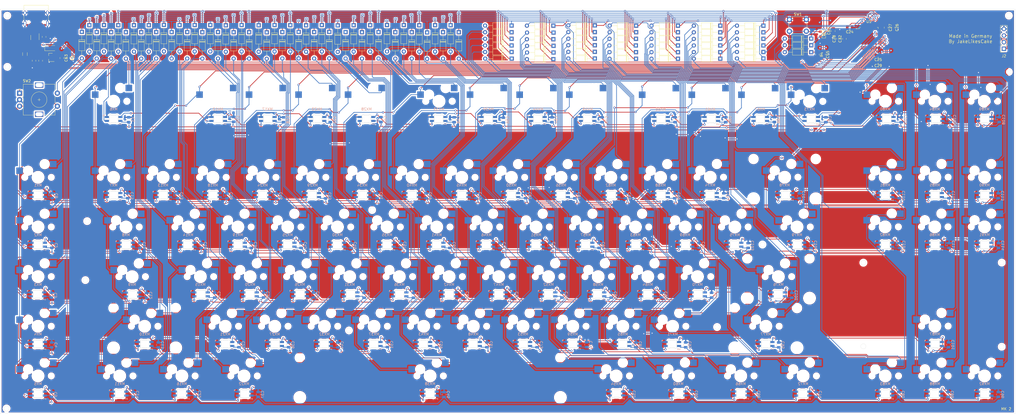
<source format=kicad_pcb>
(kicad_pcb (version 20171130) (host pcbnew 5.1.5+dfsg1-2build2)
  (layers (0 F.Cu signal) (31 B.Cu signal) (34 B.Paste user) (35 F.Paste user) (36 B.SilkS user) (37 F.SilkS user) (38 B.Mask user) (39 F.Mask user) (44 Edge.Cuts user))
  (net 0 "")
  (net 1 +5V)
  (net 2 +3V3)
  (net 3 BOOT0)
  (net 4 NRST)
  (net 5 "Net-(D1-Pad2)")
  (net 6 WS2812C_1)
  (net 7 "Net-(D146-Pad2)")
  (net 8 "Net-(D11-Pad4)")
  (net 9 "Net-(D152-Pad2)")
  (net 10 "Net-(D12-Pad4)")
  (net 11 "Net-(D112-Pad2)")
  (net 12 "Net-(D13-Pad4)")
  (net 13 "Net-(D113-Pad2)")
  (net 14 "Net-(D14-Pad4)")
  (net 15 "Net-(D15-Pad4)")
  (net 16 "Net-(D35-Pad2)")
  (net 17 "Net-(D10-Pad2)")
  (net 18 "Net-(D11-Pad2)")
  (net 19 "Net-(D12-Pad2)")
  (net 20 "Net-(D13-Pad2)")
  (net 21 "Net-(D14-Pad2)")
  (net 22 "Net-(D15-Pad2)")
  (net 23 "Net-(D18-Pad2)")
  (net 24 "Net-(D19-Pad2)")
  (net 25 "Net-(D20-Pad2)")
  (net 26 "Net-(D21-Pad2)")
  (net 27 "Net-(D22-Pad2)")
  (net 28 "Net-(D23-Pad2)")
  (net 29 "Net-(D26-Pad2)")
  (net 30 "Net-(D27-Pad2)")
  (net 31 "Net-(D28-Pad2)")
  (net 32 "Net-(D29-Pad2)")
  (net 33 "Net-(D30-Pad2)")
  (net 34 "Net-(D31-Pad2)")
  (net 35 "Net-(D34-Pad2)")
  (net 36 "Net-(D36-Pad2)")
  (net 37 "Net-(D37-Pad2)")
  (net 38 "Net-(D38-Pad2)")
  (net 39 "Net-(D39-Pad2)")
  (net 40 "Net-(D42-Pad2)")
  (net 41 "Net-(D43-Pad2)")
  (net 42 "Net-(D44-Pad2)")
  (net 43 "Net-(D45-Pad2)")
  (net 44 "Net-(D46-Pad2)")
  (net 45 "Net-(D47-Pad2)")
  (net 46 "Net-(D50-Pad2)")
  (net 47 "Net-(D51-Pad2)")
  (net 48 "Net-(D52-Pad2)")
  (net 49 "Net-(D53-Pad2)")
  (net 50 "Net-(D54-Pad2)")
  (net 51 "Net-(D55-Pad2)")
  (net 52 "Net-(D57-Pad2)")
  (net 53 "Net-(D58-Pad2)")
  (net 54 "Net-(D59-Pad2)")
  (net 55 "Net-(D60-Pad2)")
  (net 56 "Net-(D61-Pad2)")
  (net 57 "Net-(D62-Pad2)")
  (net 58 "Net-(D63-Pad2)")
  (net 59 "Net-(D64-Pad2)")
  (net 60 "Net-(D65-Pad2)")
  (net 61 ROW1)
  (net 62 "Net-(D66-Pad2)")
  (net 63 ROW2)
  (net 64 "Net-(D67-Pad2)")
  (net 65 ROW3)
  (net 66 "Net-(D68-Pad2)")
  (net 67 ROW4)
  (net 68 "Net-(D69-Pad2)")
  (net 69 "Net-(D70-Pad2)")
  (net 70 "Net-(D71-Pad2)")
  (net 71 "Net-(D72-Pad2)")
  (net 72 "Net-(D73-Pad2)")
  (net 73 "Net-(D74-Pad2)")
  (net 74 "Net-(D75-Pad2)")
  (net 75 "Net-(D76-Pad2)")
  (net 76 "Net-(D77-Pad2)")
  (net 77 "Net-(D78-Pad2)")
  (net 78 "Net-(D79-Pad2)")
  (net 79 "Net-(D80-Pad2)")
  (net 80 "Net-(D81-Pad2)")
  (net 81 "Net-(D86-Pad2)")
  (net 82 "Net-(D87-Pad2)")
  (net 83 "Net-(D100-Pad4)")
  (net 84 "Net-(D89-Pad2)")
  (net 85 "Net-(D90-Pad2)")
  (net 86 "Net-(D91-Pad2)")
  (net 87 "Net-(D92-Pad2)")
  (net 88 "Net-(D93-Pad2)")
  (net 89 "Net-(D94-Pad2)")
  (net 90 "Net-(D95-Pad2)")
  (net 91 "Net-(D96-Pad2)")
  (net 92 "Net-(D97-Pad2)")
  (net 93 "Net-(D100-Pad2)")
  (net 94 "Net-(D101-Pad2)")
  (net 95 "Net-(D103-Pad2)")
  (net 96 "Net-(D104-Pad2)")
  (net 97 "Net-(D105-Pad2)")
  (net 98 "Net-(D106-Pad2)")
  (net 99 "Net-(D107-Pad2)")
  (net 100 "Net-(D108-Pad2)")
  (net 101 "Net-(D109-Pad2)")
  (net 102 "Net-(D110-Pad2)")
  (net 103 "Net-(D111-Pad2)")
  (net 104 "Net-(D114-Pad2)")
  (net 105 "Net-(D115-Pad2)")
  (net 106 "Net-(D116-Pad2)")
  (net 107 "Net-(D117-Pad2)")
  (net 108 "Net-(D118-Pad2)")
  (net 109 "Net-(D119-Pad2)")
  (net 110 "Net-(D120-Pad2)")
  (net 111 "Net-(D121-Pad2)")
  (net 112 "Net-(D122-Pad2)")
  (net 113 "Net-(D123-Pad2)")
  (net 114 "Net-(D124-Pad2)")
  (net 115 "Net-(D125-Pad2)")
  (net 116 "Net-(D126-Pad2)")
  (net 117 "Net-(D127-Pad2)")
  (net 118 "Net-(D128-Pad2)")
  (net 119 "Net-(D129-Pad2)")
  (net 120 "Net-(D130-Pad2)")
  (net 121 "Net-(D131-Pad2)")
  (net 122 "Net-(D132-Pad2)")
  (net 123 "Net-(D133-Pad2)")
  (net 124 "Net-(D134-Pad2)")
  (net 125 "Net-(D135-Pad2)")
  (net 126 "Net-(D136-Pad2)")
  (net 127 "Net-(D137-Pad2)")
  (net 128 "Net-(D138-Pad2)")
  (net 129 "Net-(D139-Pad2)")
  (net 130 "Net-(D140-Pad2)")
  (net 131 "Net-(D141-Pad2)")
  (net 132 "Net-(D142-Pad2)")
  (net 133 "Net-(D143-Pad2)")
  (net 134 "Net-(D144-Pad2)")
  (net 135 "Net-(D145-Pad2)")
  (net 136 "Net-(D147-Pad2)")
  (net 137 "Net-(D148-Pad2)")
  (net 138 "Net-(D149-Pad2)")
  (net 139 "Net-(D150-Pad2)")
  (net 140 "Net-(D151-Pad2)")
  (net 141 "Net-(D153-Pad2)")
  (net 142 "Net-(D154-Pad2)")
  (net 143 "Net-(D155-Pad2)")
  (net 144 "Net-(D156-Pad2)")
  (net 145 "Net-(D157-Pad2)")
  (net 146 "Net-(D158-Pad2)")
  (net 147 "Net-(D159-Pad2)")
  (net 148 "Net-(D160-Pad2)")
  (net 149 "Net-(D161-Pad2)")
  (net 150 "Net-(D162-Pad2)")
  (net 151 "Net-(D163-Pad2)")
  (net 152 "Net-(D164-Pad2)")
  (net 153 VCC)
  (net 154 SDA)
  (net 155 COL0)
  (net 156 COL1)
  (net 157 COL2)
  (net 158 COL3)
  (net 159 COL4)
  (net 160 COL5)
  (net 161 COL6)
  (net 162 COL7)
  (net 163 COL8)
  (net 164 COL9)
  (net 165 COL10)
  (net 166 COL11)
  (net 167 COL12)
  (net 168 COL13)
  (net 169 COL14)
  (net 170 COL15)
  (net 171 COL16)
  (net 172 COL17)
  (net 173 E_A)
  (net 174 E_B)
  (net 175 SCL)
  (net 176 D+)
  (net 177 D-)
  (net 178 ROW0)
  (net 179 "Net-(U1-Pad6)")
  (net 180 "Net-(U1-Pad5)")
  (net 181 "Net-(U1-Pad4)")
  (net 182 "Net-(U1-Pad3)")
  (net 183 "Net-(U1-Pad2)")
  (net 184 "Net-(D185-Pad2)")
  (net 185 "Net-(D182-Pad2)")
  (net 186 "Net-(D174-Pad2)")
  (net 187 "Net-(D49-Pad2)")
  (net 188 ROW5)
  (net 189 "Net-(D101-Pad4)")
  (net 190 "Net-(D103-Pad4)")
  (net 191 "Net-(D88-Pad2)")
  (net 192 "Net-(D123-Pad4)")
  (net 193 "Net-(D124-Pad4)")
  (net 194 "Net-(D127-Pad1)")
  (net 195 "Net-(D165-Pad2)")
  (net 196 "Net-(D166-Pad2)")
  (net 197 "Net-(D167-Pad2)")
  (net 198 "Net-(D168-Pad2)")
  (net 199 "Net-(D169-Pad2)")
  (net 200 "Net-(D170-Pad2)")
  (net 201 "Net-(D171-Pad2)")
  (net 202 "Net-(D172-Pad2)")
  (net 203 "Net-(D173-Pad2)")
  (net 204 "Net-(D175-Pad2)")
  (net 205 "Net-(D176-Pad2)")
  (net 206 "Net-(D177-Pad2)")
  (net 207 "Net-(D178-Pad2)")
  (net 208 "Net-(D179-Pad2)")
  (net 209 "Net-(D180-Pad2)")
  (net 210 "Net-(D181-Pad2)")
  (net 211 "Net-(D183-Pad2)")
  (net 212 "Net-(D184-Pad2)")
  (net 213 "Net-(D186-Pad2)")
  (net 214 "Net-(D187-Pad2)")
  (net 215 "Net-(D188-Pad2)")
  (net 216 "Net-(D189-Pad2)")
  (net 217 "Net-(D190-Pad2)")
  (net 218 "Net-(D191-Pad2)")
  (net 219 "Net-(D192-Pad2)")
  (net 220 "Net-(D193-Pad2)")
  (net 221 "Net-(D194-Pad2)")
  (net 222 "Net-(D195-Pad2)")
  (net 223 "Net-(D196-Pad2)")
  (net 224 "Net-(D197-Pad2)")
  (net 225 "Net-(D198-Pad2)")
  (net 226 "Net-(D199-Pad2)")
  (net 227 "Net-(D200-Pad2)")
  (net 228 "Net-(D117-Pad4)")
  (net 229 "Net-(P1-PadA5)")
  (net 230 "Net-(P1-PadA6)")
  (net 231 "Net-(P1-PadA7)")
  (net 232 "Net-(P1-PadB8)")
  (net 233 "Net-(P1-PadA8)")
  (net 234 "Net-(P1-PadB5)")
  (net 235 GND)
  (net 236 "Net-(U1-Pad29)")
  (module "sk6812 mini-e:D_DO-35_SOD27_P10.16mm_Horizontal" (layer F.Cu) (at 410.29 142.34 180)
    (fp_text reference D198)
    (fp_text value 1n4148)
    (pad 1 thru_hole rect (at 0 0 180) (size 1.6 1.6) (drill 0.8) (layers *.Cu *.Mask) (net 188 ROW5))
    (pad 2 thru_hole oval (at 10.16 0 180) (size 1.6 1.6) (drill 0.8) (layers *.Cu *.Mask) (net 225 "Net-(D198-Pad2)"))
  )
  (module "sk6812 mini-e:D_DO-35_SOD27_P10.16mm_Horizontal" (layer F.Cu) (at 410.29 139.79 180)
    (fp_text reference D197)
    (fp_text value 1n4148)
    (pad 1 thru_hole rect (at 0 0 180) (size 1.6 1.6) (drill 0.8) (layers *.Cu *.Mask) (net 63 ROW2))
    (pad 2 thru_hole oval (at 10.16 0 180) (size 1.6 1.6) (drill 0.8) (layers *.Cu *.Mask) (net 224 "Net-(D197-Pad2)"))
  )
  (module "sk6812 mini-e:D_DO-35_SOD27_P10.16mm_Horizontal" (layer F.Cu) (at 391.94 147.44 180)
    (fp_text reference D196)
    (fp_text value 1n4148)
    (pad 1 thru_hole rect (at 0 0 180) (size 1.6 1.6) (drill 0.8) (layers *.Cu *.Mask) (net 61 ROW1))
    (pad 2 thru_hole oval (at 10.16 0 180) (size 1.6 1.6) (drill 0.8) (layers *.Cu *.Mask) (net 223 "Net-(D196-Pad2)"))
  )
  (module "sk6812 mini-e:D_DO-35_SOD27_P10.16mm_Horizontal" (layer F.Cu) (at 391.94 144.94 180)
    (fp_text reference D195)
    (fp_text value 1n4148)
    (pad 1 thru_hole rect (at 0 0 180) (size 1.6 1.6) (drill 0.8) (layers *.Cu *.Mask) (net 178 ROW0))
    (pad 2 thru_hole oval (at 10.16 0 180) (size 1.6 1.6) (drill 0.8) (layers *.Cu *.Mask) (net 222 "Net-(D195-Pad2)"))
  )
  (module "sk6812 mini-e:D_DO-35_SOD27_P10.16mm_Horizontal" (layer F.Cu) (at 391.94 142.44 180)
    (fp_text reference D194)
    (fp_text value 1n4148)
    (pad 1 thru_hole rect (at 0 0 180) (size 1.6 1.6) (drill 0.8) (layers *.Cu *.Mask) (net 188 ROW5))
    (pad 2 thru_hole oval (at 10.16 0 180) (size 1.6 1.6) (drill 0.8) (layers *.Cu *.Mask) (net 221 "Net-(D194-Pad2)"))
  )
  (module "sk6812 mini-e:D_DO-35_SOD27_P10.16mm_Horizontal" (layer F.Cu) (at 391.94 139.89 180)
    (fp_text reference D193)
    (fp_text value 1n4148)
    (pad 1 thru_hole rect (at 0 0 180) (size 1.6 1.6) (drill 0.8) (layers *.Cu *.Mask) (net 67 ROW4))
    (pad 2 thru_hole oval (at 10.16 0 180) (size 1.6 1.6) (drill 0.8) (layers *.Cu *.Mask) (net 220 "Net-(D193-Pad2)"))
  )
  (module "sk6812 mini-e:D_DO-35_SOD27_P10.16mm_Horizontal" (layer F.Cu) (at 391.94 137.39 180)
    (fp_text reference D192)
    (fp_text value 1n4148)
    (pad 1 thru_hole rect (at 0 0 180) (size 1.6 1.6) (drill 0.8) (layers *.Cu *.Mask) (net 63 ROW2))
    (pad 2 thru_hole oval (at 10.16 0 180) (size 1.6 1.6) (drill 0.8) (layers *.Cu *.Mask) (net 219 "Net-(D192-Pad2)"))
  )
  (module "sk6812 mini-e:D_DO-35_SOD27_P10.16mm_Horizontal" (layer F.Cu) (at 391.94 134.84 180)
    (fp_text reference D191)
    (fp_text value 1n4148)
    (pad 1 thru_hole rect (at 0 0 180) (size 1.6 1.6) (drill 0.8) (layers *.Cu *.Mask) (net 61 ROW1))
    (pad 2 thru_hole oval (at 10.16 0 180) (size 1.6 1.6) (drill 0.8) (layers *.Cu *.Mask) (net 218 "Net-(D191-Pad2)"))
  )
  (module "sk6812 mini-e:D_DO-35_SOD27_P10.16mm_Horizontal" (layer F.Cu) (at 375.387 147.52 180)
    (fp_text reference D190)
    (fp_text value 1n4148)
    (pad 1 thru_hole rect (at 0 0 180) (size 1.6 1.6) (drill 0.8) (layers *.Cu *.Mask) (net 178 ROW0))
    (pad 2 thru_hole oval (at 10.16 0 180) (size 1.6 1.6) (drill 0.8) (layers *.Cu *.Mask) (net 217 "Net-(D190-Pad2)"))
  )
  (module "sk6812 mini-e:D_DO-35_SOD27_P10.16mm_Horizontal" (layer F.Cu) (at 375.387 137.3854 180)
    (fp_text reference D189)
    (fp_text value 1n4148)
    (pad 1 thru_hole rect (at 0 0 180) (size 1.6 1.6) (drill 0.8) (layers *.Cu *.Mask) (net 188 ROW5))
    (pad 2 thru_hole oval (at 10.16 0 180) (size 1.6 1.6) (drill 0.8) (layers *.Cu *.Mask) (net 216 "Net-(D189-Pad2)"))
  )
  (module "sk6812 mini-e:D_DO-35_SOD27_P10.16mm_Horizontal" (layer F.Cu) (at 375.387 139.9254 180)
    (fp_text reference D188)
    (fp_text value 1n4148)
    (pad 1 thru_hole rect (at 0 0 180) (size 1.6 1.6) (drill 0.8) (layers *.Cu *.Mask) (net 63 ROW2))
    (pad 2 thru_hole oval (at 10.16 0 180) (size 1.6 1.6) (drill 0.8) (layers *.Cu *.Mask) (net 215 "Net-(D188-Pad2)"))
  )
  (module "sk6812 mini-e:D_DO-35_SOD27_P10.16mm_Horizontal" (layer F.Cu) (at 375.387 142.44 180)
    (fp_text reference D187)
    (fp_text value 1n4148)
    (pad 1 thru_hole rect (at 0 0 180) (size 1.6 1.6) (drill 0.8) (layers *.Cu *.Mask) (net 61 ROW1))
    (pad 2 thru_hole oval (at 10.16 0 180) (size 1.6 1.6) (drill 0.8) (layers *.Cu *.Mask) (net 214 "Net-(D187-Pad2)"))
  )
  (module "sk6812 mini-e:D_DO-35_SOD27_P10.16mm_Horizontal" (layer F.Cu) (at 375.387 144.98 180)
    (fp_text reference D186)
    (fp_text value 1n4148)
    (pad 1 thru_hole rect (at 0 0 180) (size 1.6 1.6) (drill 0.8) (layers *.Cu *.Mask) (net 178 ROW0))
    (pad 2 thru_hole oval (at 10.16 0 180) (size 1.6 1.6) (drill 0.8) (layers *.Cu *.Mask) (net 213 "Net-(D186-Pad2)"))
  )
  (module "sk6812 mini-e:D_DO-35_SOD27_P10.16mm_Horizontal" (layer F.Cu) (at 375.39 134.84 180)
    (fp_text reference D184)
    (fp_text value 1n4148)
    (pad 1 thru_hole rect (at 0 0 180) (size 1.6 1.6) (drill 0.8) (layers *.Cu *.Mask) (net 63 ROW2))
    (pad 2 thru_hole oval (at 10.16 0 180) (size 1.6 1.6) (drill 0.8) (layers *.Cu *.Mask) (net 212 "Net-(D184-Pad2)"))
  )
  (module "sk6812 mini-e:D_DO-35_SOD27_P10.16mm_Horizontal" (layer F.Cu) (at 359.15 147.55 180)
    (fp_text reference D183)
    (fp_text value 1n4148)
    (pad 1 thru_hole rect (at 0 0 180) (size 1.6 1.6) (drill 0.8) (layers *.Cu *.Mask) (net 61 ROW1))
    (pad 2 thru_hole oval (at 10.16 0 180) (size 1.6 1.6) (drill 0.8) (layers *.Cu *.Mask) (net 211 "Net-(D183-Pad2)"))
  )
  (module "sk6812 mini-e:D_DO-35_SOD27_P10.16mm_Horizontal" (layer F.Cu) (at 359.15 145 180)
    (fp_text reference D181)
    (fp_text value 1n4148)
    (pad 1 thru_hole rect (at 0 0 180) (size 1.6 1.6) (drill 0.8) (layers *.Cu *.Mask) (net 67 ROW4))
    (pad 2 thru_hole oval (at 10.16 0 180) (size 1.6 1.6) (drill 0.8) (layers *.Cu *.Mask) (net 210 "Net-(D181-Pad2)"))
  )
  (module "sk6812 mini-e:D_DO-35_SOD27_P10.16mm_Horizontal" (layer F.Cu) (at 359.15 142.45 180)
    (fp_text reference D180)
    (fp_text value 1n4148)
    (pad 1 thru_hole rect (at 0 0 180) (size 1.6 1.6) (drill 0.8) (layers *.Cu *.Mask) (net 65 ROW3))
    (pad 2 thru_hole oval (at 10.16 0 180) (size 1.6 1.6) (drill 0.8) (layers *.Cu *.Mask) (net 209 "Net-(D180-Pad2)"))
  )
  (module "sk6812 mini-e:D_DO-35_SOD27_P10.16mm_Horizontal" (layer F.Cu) (at 359.14 139.89 180)
    (fp_text reference D179)
    (fp_text value 1n4148)
    (pad 1 thru_hole rect (at 0 0 180) (size 1.6 1.6) (drill 0.8) (layers *.Cu *.Mask) (net 63 ROW2))
    (pad 2 thru_hole oval (at 10.16 0 180) (size 1.6 1.6) (drill 0.8) (layers *.Cu *.Mask) (net 208 "Net-(D179-Pad2)"))
  )
  (module "sk6812 mini-e:D_DO-35_SOD27_P10.16mm_Horizontal" (layer F.Cu) (at 359.14 137.35 180)
    (fp_text reference D178)
    (fp_text value 1n4148)
    (pad 1 thru_hole rect (at 0 0 180) (size 1.6 1.6) (drill 0.8) (layers *.Cu *.Mask) (net 61 ROW1))
    (pad 2 thru_hole oval (at 10.16 0 180) (size 1.6 1.6) (drill 0.8) (layers *.Cu *.Mask) (net 207 "Net-(D178-Pad2)"))
  )
  (module "sk6812 mini-e:D_DO-35_SOD27_P10.16mm_Horizontal" (layer F.Cu) (at 359.14 134.84 180)
    (fp_text reference D177)
    (fp_text value 1n4148)
    (pad 1 thru_hole rect (at 0 0 180) (size 1.6 1.6) (drill 0.8) (layers *.Cu *.Mask) (net 178 ROW0))
    (pad 2 thru_hole oval (at 10.16 0 180) (size 1.6 1.6) (drill 0.8) (layers *.Cu *.Mask) (net 206 "Net-(D177-Pad2)"))
  )
  (module "sk6812 mini-e:D_DO-35_SOD27_P10.16mm_Horizontal" (layer F.Cu) (at 343.05 147.55 180)
    (fp_text reference D173)
    (fp_text value 1n4148)
    (pad 1 thru_hole rect (at 0 0 180) (size 1.6 1.6) (drill 0.8) (layers *.Cu *.Mask) (net 188 ROW5))
    (pad 2 thru_hole oval (at 10.16 0 180) (size 1.6 1.6) (drill 0.8) (layers *.Cu *.Mask) (net 203 "Net-(D173-Pad2)"))
  )
  (module "sk6812 mini-e:D_DO-35_SOD27_P10.16mm_Horizontal" (layer F.Cu) (at 343.04 144.99 180)
    (fp_text reference D172)
    (fp_text value 1n4148)
    (pad 1 thru_hole rect (at 0 0 180) (size 1.6 1.6) (drill 0.8) (layers *.Cu *.Mask) (net 67 ROW4))
    (pad 2 thru_hole oval (at 10.16 0 180) (size 1.6 1.6) (drill 0.8) (layers *.Cu *.Mask) (net 202 "Net-(D172-Pad2)"))
  )
  (module "sk6812 mini-e:D_DO-35_SOD27_P10.16mm_Horizontal" (layer F.Cu) (at 342.99 142.44 180)
    (fp_text reference D171)
    (fp_text value 1n4148)
    (pad 1 thru_hole rect (at 0 0 180) (size 1.6 1.6) (drill 0.8) (layers *.Cu *.Mask) (net 65 ROW3))
    (pad 2 thru_hole oval (at 10.16 0 180) (size 1.6 1.6) (drill 0.8) (layers *.Cu *.Mask) (net 201 "Net-(D171-Pad2)"))
  )
  (module "sk6812 mini-e:D_DO-35_SOD27_P10.16mm_Horizontal" (layer F.Cu) (at 343.04 139.89 180)
    (fp_text reference D170)
    (fp_text value 1n4148)
    (pad 1 thru_hole rect (at 0 0 180) (size 1.6 1.6) (drill 0.8) (layers *.Cu *.Mask) (net 63 ROW2))
    (pad 2 thru_hole oval (at 10.16 0 180) (size 1.6 1.6) (drill 0.8) (layers *.Cu *.Mask) (net 200 "Net-(D170-Pad2)"))
  )
  (module "sk6812 mini-e:D_DO-35_SOD27_P10.16mm_Horizontal" (layer F.Cu) (at 343.09 137.34 180)
    (fp_text reference D169)
    (fp_text value 1n4148)
    (pad 1 thru_hole rect (at 0 0 180) (size 1.6 1.6) (drill 0.8) (layers *.Cu *.Mask) (net 61 ROW1))
    (pad 2 thru_hole oval (at 10.16 0 180) (size 1.6 1.6) (drill 0.8) (layers *.Cu *.Mask) (net 199 "Net-(D169-Pad2)"))
  )
  (module "sk6812 mini-e:D_DO-35_SOD27_P10.16mm_Horizontal" (layer F.Cu) (at 343.09 134.84 180)
    (fp_text reference D168)
    (fp_text value 1n4148)
    (pad 1 thru_hole rect (at 0 0 180) (size 1.6 1.6) (drill 0.8) (layers *.Cu *.Mask) (net 178 ROW0))
    (pad 2 thru_hole oval (at 10.16 0 180) (size 1.6 1.6) (drill 0.8) (layers *.Cu *.Mask) (net 198 "Net-(D168-Pad2)"))
  )
  (module "sk6812 mini-e:D_DO-35_SOD27_P10.16mm_Horizontal" (layer F.Cu) (at 327.24 147.44 180)
    (fp_text reference D167)
    (fp_text value 1n4148)
    (pad 1 thru_hole rect (at 0 0 180) (size 1.6 1.6) (drill 0.8) (layers *.Cu *.Mask) (net 188 ROW5))
    (pad 2 thru_hole oval (at 10.16 0 180) (size 1.6 1.6) (drill 0.8) (layers *.Cu *.Mask) (net 197 "Net-(D167-Pad2)"))
  )
  (module "sk6812 mini-e:D_DO-35_SOD27_P10.16mm_Horizontal" (layer F.Cu) (at 327.24 144.89 180)
    (fp_text reference D166)
    (fp_text value 1n4148)
    (pad 1 thru_hole rect (at 0 0 180) (size 1.6 1.6) (drill 0.8) (layers *.Cu *.Mask) (net 67 ROW4))
    (pad 2 thru_hole oval (at 10.16 0 180) (size 1.6 1.6) (drill 0.8) (layers *.Cu *.Mask) (net 196 "Net-(D166-Pad2)"))
  )
  (module "sk6812 mini-e:D_DO-35_SOD27_P10.16mm_Horizontal" (layer F.Cu) (at 327.24 142.34 180)
    (fp_text reference D165)
    (fp_text value 1n4148)
    (pad 1 thru_hole rect (at 0 0 180) (size 1.6 1.6) (drill 0.8) (layers *.Cu *.Mask) (net 65 ROW3))
    (pad 2 thru_hole oval (at 10.16 0 180) (size 1.6 1.6) (drill 0.8) (layers *.Cu *.Mask) (net 195 "Net-(D165-Pad2)"))
  )
  (module "sk6812 mini-e:D_DO-35_SOD27_P10.16mm_Horizontal" (layer F.Cu) (at 327.24 139.84 180)
    (fp_text reference D164)
    (fp_text value 1n4148)
    (pad 1 thru_hole rect (at 0 0 180) (size 1.6 1.6) (drill 0.8) (layers *.Cu *.Mask) (net 63 ROW2))
    (pad 2 thru_hole oval (at 10.16 0 180) (size 1.6 1.6) (drill 0.8) (layers *.Cu *.Mask) (net 152 "Net-(D164-Pad2)"))
  )
  (module "sk6812 mini-e:D_DO-35_SOD27_P10.16mm_Horizontal" (layer F.Cu) (at 327.24 137.29 180)
    (fp_text reference D163)
    (fp_text value 1n4148)
    (pad 1 thru_hole rect (at 0 0 180) (size 1.6 1.6) (drill 0.8) (layers *.Cu *.Mask) (net 61 ROW1))
    (pad 2 thru_hole oval (at 10.16 0 180) (size 1.6 1.6) (drill 0.8) (layers *.Cu *.Mask) (net 151 "Net-(D163-Pad2)"))
  )
  (module "sk6812 mini-e:D_DO-35_SOD27_P10.16mm_Horizontal" (layer F.Cu) (at 327.24 134.74 180)
    (fp_text reference D162)
    (fp_text value 1n4148)
    (pad 1 thru_hole rect (at 0 0 180) (size 1.6 1.6) (drill 0.8) (layers *.Cu *.Mask) (net 178 ROW0))
    (pad 2 thru_hole oval (at 10.16 0 180) (size 1.6 1.6) (drill 0.8) (layers *.Cu *.Mask) (net 150 "Net-(D162-Pad2)"))
  )
  (module "sk6812 mini-e:D_DO-35_SOD27_P10.16mm_Horizontal" (layer F.Cu) (at 311.34 147.69 180)
    (fp_text reference D161)
    (fp_text value 1n4148)
    (pad 1 thru_hole rect (at 0 0 180) (size 1.6 1.6) (drill 0.8) (layers *.Cu *.Mask) (net 188 ROW5))
    (pad 2 thru_hole oval (at 10.16 0 180) (size 1.6 1.6) (drill 0.8) (layers *.Cu *.Mask) (net 149 "Net-(D161-Pad2)"))
  )
  (module "sk6812 mini-e:D_DO-35_SOD27_P10.16mm_Horizontal" (layer F.Cu) (at 311.39 145.14 180)
    (fp_text reference D160)
    (fp_text value 1n4148)
    (pad 1 thru_hole rect (at 0 0 180) (size 1.6 1.6) (drill 0.8) (layers *.Cu *.Mask) (net 67 ROW4))
    (pad 2 thru_hole oval (at 10.16 0 180) (size 1.6 1.6) (drill 0.8) (layers *.Cu *.Mask) (net 148 "Net-(D160-Pad2)"))
  )
  (module "sk6812 mini-e:D_DO-35_SOD27_P10.16mm_Horizontal" (layer F.Cu) (at 311.39 142.59 180)
    (fp_text reference D159)
    (fp_text value 1n4148)
    (pad 1 thru_hole rect (at 0 0 180) (size 1.6 1.6) (drill 0.8) (layers *.Cu *.Mask) (net 65 ROW3))
    (pad 2 thru_hole oval (at 10.16 0 180) (size 1.6 1.6) (drill 0.8) (layers *.Cu *.Mask) (net 147 "Net-(D159-Pad2)"))
  )
  (module "sk6812 mini-e:D_DO-35_SOD27_P10.16mm_Horizontal" (layer F.Cu) (at 311.34 140.04 180)
    (fp_text reference D158)
    (fp_text value 1n4148)
    (pad 1 thru_hole rect (at 0 0 180) (size 1.6 1.6) (drill 0.8) (layers *.Cu *.Mask) (net 63 ROW2))
    (pad 2 thru_hole oval (at 10.16 0 180) (size 1.6 1.6) (drill 0.8) (layers *.Cu *.Mask) (net 146 "Net-(D158-Pad2)"))
  )
  (module "sk6812 mini-e:D_DO-35_SOD27_P10.16mm_Horizontal" (layer F.Cu) (at 311.39 137.49 180)
    (fp_text reference D157)
    (fp_text value 1n4148)
    (pad 1 thru_hole rect (at 0 0 180) (size 1.6 1.6) (drill 0.8) (layers *.Cu *.Mask) (net 61 ROW1))
    (pad 2 thru_hole oval (at 10.16 0 180) (size 1.6 1.6) (drill 0.8) (layers *.Cu *.Mask) (net 145 "Net-(D157-Pad2)"))
  )
  (module "sk6812 mini-e:D_DO-35_SOD27_P10.16mm_Horizontal" (layer F.Cu) (at 311.34 134.84 180)
    (fp_text reference D156)
    (fp_text value 1n4148)
    (pad 1 thru_hole rect (at 0 0 180) (size 1.6 1.6) (drill 0.8) (layers *.Cu *.Mask) (net 178 ROW0))
    (pad 2 thru_hole oval (at 10.16 0 180) (size 1.6 1.6) (drill 0.8) (layers *.Cu *.Mask) (net 144 "Net-(D156-Pad2)"))
  )
  (module "sk6812 mini-e:D_DO-35_SOD27_P10.16mm_Horizontal" (layer F.Cu) (at 295.34 147.49 180)
    (fp_text reference D152)
    (fp_text value 1n4148)
    (pad 1 thru_hole rect (at 0 0 180) (size 1.6 1.6) (drill 0.8) (layers *.Cu *.Mask) (net 188 ROW5))
    (pad 2 thru_hole oval (at 10.16 0 180) (size 1.6 1.6) (drill 0.8) (layers *.Cu *.Mask) (net 9 "Net-(D152-Pad2)"))
  )
  (module "sk6812 mini-e:D_DO-35_SOD27_P10.16mm_Horizontal" (layer F.Cu) (at 295.29 144.94 180)
    (fp_text reference D151)
    (fp_text value 1n4148)
    (pad 1 thru_hole rect (at 0 0 180) (size 1.6 1.6) (drill 0.8) (layers *.Cu *.Mask) (net 67 ROW4))
    (pad 2 thru_hole oval (at 10.16 0 180) (size 1.6 1.6) (drill 0.8) (layers *.Cu *.Mask) (net 140 "Net-(D151-Pad2)"))
  )
  (module "sk6812 mini-e:D_DO-35_SOD27_P10.16mm_Horizontal" (layer F.Cu) (at 295.29 142.44 180)
    (fp_text reference D150)
    (fp_text value 1n4148)
    (pad 1 thru_hole rect (at 0 0 180) (size 1.6 1.6) (drill 0.8) (layers *.Cu *.Mask) (net 65 ROW3))
    (pad 2 thru_hole oval (at 10.16 0 180) (size 1.6 1.6) (drill 0.8) (layers *.Cu *.Mask) (net 139 "Net-(D150-Pad2)"))
  )
  (module "sk6812 mini-e:D_DO-35_SOD27_P10.16mm_Horizontal" (layer F.Cu) (at 295.29 139.89 180)
    (fp_text reference D149)
    (fp_text value 1n4148)
    (pad 1 thru_hole rect (at 0 0 180) (size 1.6 1.6) (drill 0.8) (layers *.Cu *.Mask) (net 63 ROW2))
    (pad 2 thru_hole oval (at 10.16 0 180) (size 1.6 1.6) (drill 0.8) (layers *.Cu *.Mask) (net 138 "Net-(D149-Pad2)"))
  )
  (module "sk6812 mini-e:D_DO-35_SOD27_P10.16mm_Horizontal" (layer F.Cu) (at 295.29 137.34 180)
    (fp_text reference D148)
    (fp_text value 1n4148)
    (pad 1 thru_hole rect (at 0 0 180) (size 1.6 1.6) (drill 0.8) (layers *.Cu *.Mask) (net 61 ROW1))
    (pad 2 thru_hole oval (at 10.16 0 180) (size 1.6 1.6) (drill 0.8) (layers *.Cu *.Mask) (net 137 "Net-(D148-Pad2)"))
  )
  (module "sk6812 mini-e:D_DO-35_SOD27_P10.16mm_Horizontal" (layer F.Cu) (at 295.29 134.79 180)
    (fp_text reference D147)
    (fp_text value 1n4148)
    (pad 1 thru_hole rect (at 0 0 180) (size 1.6 1.6) (drill 0.8) (layers *.Cu *.Mask) (net 178 ROW0))
    (pad 2 thru_hole oval (at 10.16 0 180) (size 1.6 1.6) (drill 0.8) (layers *.Cu *.Mask) (net 136 "Net-(D147-Pad2)"))
  )
  (module "sk6812 mini-e:D_DO-35_SOD27_P10.16mm_Horizontal" (layer F.Cu) (at 275.04 137.34 270)
    (fp_text reference D146)
    (fp_text value 1n4148)
    (pad 1 thru_hole rect (at 0 0 270) (size 1.6 1.6) (drill 0.8) (layers *.Cu *.Mask) (net 67 ROW4))
    (pad 2 thru_hole oval (at 10.16 0 270) (size 1.6 1.6) (drill 0.8) (layers *.Cu *.Mask) (net 7 "Net-(D146-Pad2)"))
  )
  (module "sk6812 mini-e:D_DO-35_SOD27_P10.16mm_Horizontal" (layer F.Cu) (at 271.89 134.64 270)
    (fp_text reference D145)
    (fp_text value 1n4148)
    (pad 1 thru_hole rect (at 0 0 270) (size 1.6 1.6) (drill 0.8) (layers *.Cu *.Mask) (net 65 ROW3))
    (pad 2 thru_hole oval (at 10.16 0 270) (size 1.6 1.6) (drill 0.8) (layers *.Cu *.Mask) (net 135 "Net-(D145-Pad2)"))
  )
  (module "sk6812 mini-e:D_DO-35_SOD27_P10.16mm_Horizontal" (layer F.Cu) (at 268.99 137.34 270)
    (fp_text reference D144)
    (fp_text value 1n4148)
    (pad 1 thru_hole rect (at 0 0 270) (size 1.6 1.6) (drill 0.8) (layers *.Cu *.Mask) (net 63 ROW2))
    (pad 2 thru_hole oval (at 10.16 0 270) (size 1.6 1.6) (drill 0.8) (layers *.Cu *.Mask) (net 134 "Net-(D144-Pad2)"))
  )
  (module "sk6812 mini-e:D_DO-35_SOD27_P10.16mm_Horizontal" (layer F.Cu) (at 265.94 134.64 270)
    (fp_text reference D143)
    (fp_text value 1n4148)
    (pad 1 thru_hole rect (at 0 0 270) (size 1.6 1.6) (drill 0.8) (layers *.Cu *.Mask) (net 61 ROW1))
    (pad 2 thru_hole oval (at 10.16 0 270) (size 1.6 1.6) (drill 0.8) (layers *.Cu *.Mask) (net 133 "Net-(D143-Pad2)"))
  )
  (module "sk6812 mini-e:D_DO-35_SOD27_P10.16mm_Horizontal" (layer F.Cu) (at 262.89 137.44 270)
    (fp_text reference D142)
    (fp_text value 1n4148)
    (pad 1 thru_hole rect (at 0 0 270) (size 1.6 1.6) (drill 0.8) (layers *.Cu *.Mask) (net 178 ROW0))
    (pad 2 thru_hole oval (at 10.16 0 270) (size 1.6 1.6) (drill 0.8) (layers *.Cu *.Mask) (net 132 "Net-(D142-Pad2)"))
  )
  (module "sk6812 mini-e:D_DO-35_SOD27_P10.16mm_Horizontal" (layer F.Cu) (at 259.89 134.68 270)
    (fp_text reference D138)
    (fp_text value 1n4148)
    (pad 1 thru_hole rect (at 0 0 270) (size 1.6 1.6) (drill 0.8) (layers *.Cu *.Mask) (net 67 ROW4))
    (pad 2 thru_hole oval (at 10.16 0 270) (size 1.6 1.6) (drill 0.8) (layers *.Cu *.Mask) (net 128 "Net-(D138-Pad2)"))
  )
  (module "sk6812 mini-e:D_DO-35_SOD27_P10.16mm_Horizontal" (layer F.Cu) (at 256.99 137.34 270)
    (fp_text reference D137)
    (fp_text value 1n4148)
    (pad 1 thru_hole rect (at 0 0 270) (size 1.6 1.6) (drill 0.8) (layers *.Cu *.Mask) (net 65 ROW3))
    (pad 2 thru_hole oval (at 10.16 0 270) (size 1.6 1.6) (drill 0.8) (layers *.Cu *.Mask) (net 127 "Net-(D137-Pad2)"))
  )
  (module "sk6812 mini-e:D_DO-35_SOD27_P10.16mm_Horizontal" (layer F.Cu) (at 253.94 134.59 270)
    (fp_text reference D136)
    (fp_text value 1n4148)
    (pad 1 thru_hole rect (at 0 0 270) (size 1.6 1.6) (drill 0.8) (layers *.Cu *.Mask) (net 63 ROW2))
    (pad 2 thru_hole oval (at 10.16 0 270) (size 1.6 1.6) (drill 0.8) (layers *.Cu *.Mask) (net 126 "Net-(D136-Pad2)"))
  )
  (module "sk6812 mini-e:D_DO-35_SOD27_P10.16mm_Horizontal" (layer F.Cu) (at 250.69 137.34 270)
    (fp_text reference D135)
    (fp_text value 1n4148)
    (pad 1 thru_hole rect (at 0 0 270) (size 1.6 1.6) (drill 0.8) (layers *.Cu *.Mask) (net 61 ROW1))
    (pad 2 thru_hole oval (at 10.16 0 270) (size 1.6 1.6) (drill 0.8) (layers *.Cu *.Mask) (net 125 "Net-(D135-Pad2)"))
  )
  (module "sk6812 mini-e:D_DO-35_SOD27_P10.16mm_Horizontal" (layer F.Cu) (at 247.49 134.59 270)
    (fp_text reference D134)
    (fp_text value 1n4148)
    (pad 1 thru_hole rect (at 0 0 270) (size 1.6 1.6) (drill 0.8) (layers *.Cu *.Mask) (net 178 ROW0))
    (pad 2 thru_hole oval (at 10.16 0 270) (size 1.6 1.6) (drill 0.8) (layers *.Cu *.Mask) (net 124 "Net-(D134-Pad2)"))
  )
  (module "sk6812 mini-e:D_DO-35_SOD27_P10.16mm_Horizontal" (layer F.Cu) (at 244.24 137.29 270)
    (fp_text reference D131)
    (fp_text value 1n4148)
    (pad 1 thru_hole rect (at 0 0 270) (size 1.6 1.6) (drill 0.8) (layers *.Cu *.Mask) (net 188 ROW5))
    (pad 2 thru_hole oval (at 10.16 0 270) (size 1.6 1.6) (drill 0.8) (layers *.Cu *.Mask) (net 121 "Net-(D131-Pad2)"))
  )
  (module "sk6812 mini-e:D_DO-35_SOD27_P10.16mm_Horizontal" (layer F.Cu) (at 241.04 134.64 270)
    (fp_text reference D130)
    (fp_text value 1n4148)
    (pad 1 thru_hole rect (at 0 0 270) (size 1.6 1.6) (drill 0.8) (layers *.Cu *.Mask) (net 67 ROW4))
    (pad 2 thru_hole oval (at 10.16 0 270) (size 1.6 1.6) (drill 0.8) (layers *.Cu *.Mask) (net 120 "Net-(D130-Pad2)"))
  )
  (module "sk6812 mini-e:D_DO-35_SOD27_P10.16mm_Horizontal" (layer F.Cu) (at 237.89 137.34 270)
    (fp_text reference D129)
    (fp_text value 1n4148)
    (pad 1 thru_hole rect (at 0 0 270) (size 1.6 1.6) (drill 0.8) (layers *.Cu *.Mask) (net 65 ROW3))
    (pad 2 thru_hole oval (at 10.16 0 270) (size 1.6 1.6) (drill 0.8) (layers *.Cu *.Mask) (net 119 "Net-(D129-Pad2)"))
  )
  (module "sk6812 mini-e:D_DO-35_SOD27_P10.16mm_Horizontal" (layer F.Cu) (at 234.69 134.64 270)
    (fp_text reference D128)
    (fp_text value 1n4148)
    (pad 1 thru_hole rect (at 0 0 270) (size 1.6 1.6) (drill 0.8) (layers *.Cu *.Mask) (net 63 ROW2))
    (pad 2 thru_hole oval (at 10.16 0 270) (size 1.6 1.6) (drill 0.8) (layers *.Cu *.Mask) (net 118 "Net-(D128-Pad2)"))
  )
  (module "sk6812 mini-e:D_DO-35_SOD27_P10.16mm_Horizontal" (layer F.Cu) (at 231.59 137.29 270)
    (fp_text reference D127)
    (fp_text value 1n4148)
    (pad 1 thru_hole rect (at 0 0 270) (size 1.6 1.6) (drill 0.8) (layers *.Cu *.Mask) (net 194 "Net-(D127-Pad1)"))
    (pad 2 thru_hole oval (at 10.16 0 270) (size 1.6 1.6) (drill 0.8) (layers *.Cu *.Mask) (net 117 "Net-(D127-Pad2)"))
  )
  (module "sk6812 mini-e:D_DO-35_SOD27_P10.16mm_Horizontal" (layer F.Cu) (at 228.59 134.74 270)
    (fp_text reference D126)
    (fp_text value 1n4148)
    (pad 1 thru_hole rect (at 0 0 270) (size 1.6 1.6) (drill 0.8) (layers *.Cu *.Mask) (net 178 ROW0))
    (pad 2 thru_hole oval (at 10.16 0 270) (size 1.6 1.6) (drill 0.8) (layers *.Cu *.Mask) (net 116 "Net-(D126-Pad2)"))
  )
  (module "sk6812 mini-e:D_DO-35_SOD27_P10.16mm_Horizontal" (layer F.Cu) (at 216.44 134.69 270)
    (fp_text reference D122)
    (fp_text value 1n4148)
    (pad 1 thru_hole rect (at 0 0 270) (size 1.6 1.6) (drill 0.8) (layers *.Cu *.Mask) (net 61 ROW1))
    (pad 2 thru_hole oval (at 10.16 0 270) (size 1.6 1.6) (drill 0.8) (layers *.Cu *.Mask) (net 112 "Net-(D122-Pad2)"))
  )
  (module "sk6812 mini-e:D_DO-35_SOD27_P10.16mm_Horizontal" (layer F.Cu) (at 213.59 137.24 270)
    (fp_text reference D121)
    (fp_text value 1n4148)
    (pad 1 thru_hole rect (at 0 0 270) (size 1.6 1.6) (drill 0.8) (layers *.Cu *.Mask) (net 178 ROW0))
    (pad 2 thru_hole oval (at 10.16 0 270) (size 1.6 1.6) (drill 0.8) (layers *.Cu *.Mask) (net 111 "Net-(D121-Pad2)"))
  )
  (module "sk6812 mini-e:D_DO-35_SOD27_P10.16mm_Horizontal" (layer F.Cu) (at 225.34 137.24 270)
    (fp_text reference D120)
    (fp_text value 1n4148)
    (pad 1 thru_hole rect (at 0 0 270) (size 1.6 1.6) (drill 0.8) (layers *.Cu *.Mask) (net 67 ROW4))
    (pad 2 thru_hole oval (at 10.16 0 270) (size 1.6 1.6) (drill 0.8) (layers *.Cu *.Mask) (net 110 "Net-(D120-Pad2)"))
  )
  (module "sk6812 mini-e:D_DO-35_SOD27_P10.16mm_Horizontal" (layer F.Cu) (at 222.49 134.59 270)
    (fp_text reference D119)
    (fp_text value 1n4148)
    (pad 1 thru_hole rect (at 0 0 270) (size 1.6 1.6) (drill 0.8) (layers *.Cu *.Mask) (net 65 ROW3))
    (pad 2 thru_hole oval (at 10.16 0 270) (size 1.6 1.6) (drill 0.8) (layers *.Cu *.Mask) (net 109 "Net-(D119-Pad2)"))
  )
  (module "sk6812 mini-e:D_DO-35_SOD27_P10.16mm_Horizontal" (layer F.Cu) (at 219.54 137.29 270)
    (fp_text reference D118)
    (fp_text value 1n4148)
    (pad 1 thru_hole rect (at 0 0 270) (size 1.6 1.6) (drill 0.8) (layers *.Cu *.Mask) (net 63 ROW2))
    (pad 2 thru_hole oval (at 10.16 0 270) (size 1.6 1.6) (drill 0.8) (layers *.Cu *.Mask) (net 108 "Net-(D118-Pad2)"))
  )
  (module "sk6812 mini-e:D_DO-35_SOD27_P10.16mm_Horizontal" (layer F.Cu) (at 210.39 134.64 270)
    (fp_text reference D114)
    (fp_text value 1n4148)
    (pad 1 thru_hole rect (at 0 0 270) (size 1.6 1.6) (drill 0.8) (layers *.Cu *.Mask) (net 67 ROW4))
    (pad 2 thru_hole oval (at 10.16 0 270) (size 1.6 1.6) (drill 0.8) (layers *.Cu *.Mask) (net 104 "Net-(D114-Pad2)"))
  )
  (module "sk6812 mini-e:D_DO-35_SOD27_P10.16mm_Horizontal" (layer F.Cu) (at 207.34 137.29 270)
    (fp_text reference D113)
    (fp_text value 1n4148)
    (pad 1 thru_hole rect (at 0 0 270) (size 1.6 1.6) (drill 0.8) (layers *.Cu *.Mask) (net 65 ROW3))
    (pad 2 thru_hole oval (at 10.16 0 270) (size 1.6 1.6) (drill 0.8) (layers *.Cu *.Mask) (net 13 "Net-(D113-Pad2)"))
  )
  (module "sk6812 mini-e:D_DO-35_SOD27_P10.16mm_Horizontal" (layer F.Cu) (at 204.34 134.59 270)
    (fp_text reference D112)
    (fp_text value 1n4148)
    (pad 1 thru_hole rect (at 0 0 270) (size 1.6 1.6) (drill 0.8) (layers *.Cu *.Mask) (net 63 ROW2))
    (pad 2 thru_hole oval (at 10.16 0 270) (size 1.6 1.6) (drill 0.8) (layers *.Cu *.Mask) (net 11 "Net-(D112-Pad2)"))
  )
  (module "sk6812 mini-e:D_DO-35_SOD27_P10.16mm_Horizontal" (layer F.Cu) (at 201.34 137.39 270)
    (fp_text reference D111)
    (fp_text value 1n4148)
    (pad 1 thru_hole rect (at 0 0 270) (size 1.6 1.6) (drill 0.8) (layers *.Cu *.Mask) (net 61 ROW1))
    (pad 2 thru_hole oval (at 10.16 0 270) (size 1.6 1.6) (drill 0.8) (layers *.Cu *.Mask) (net 103 "Net-(D111-Pad2)"))
  )
  (module "sk6812 mini-e:D_DO-35_SOD27_P10.16mm_Horizontal" (layer F.Cu) (at 198.24 134.68 270)
    (fp_text reference D110)
    (fp_text value 1n4148)
    (pad 1 thru_hole rect (at 0 0 270) (size 1.6 1.6) (drill 0.8) (layers *.Cu *.Mask) (net 178 ROW0))
    (pad 2 thru_hole oval (at 10.16 0 270) (size 1.6 1.6) (drill 0.8) (layers *.Cu *.Mask) (net 102 "Net-(D110-Pad2)"))
  )
  (module "sk6812 mini-e:D_DO-35_SOD27_P10.16mm_Horizontal" (layer F.Cu) (at 194.59 137.34 270)
    (fp_text reference D109)
    (fp_text value 1n4148)
    (pad 1 thru_hole rect (at 0 0 270) (size 1.6 1.6) (drill 0.8) (layers *.Cu *.Mask) (net 188 ROW5))
    (pad 2 thru_hole oval (at 10.16 0 270) (size 1.6 1.6) (drill 0.8) (layers *.Cu *.Mask) (net 101 "Net-(D109-Pad2)"))
  )
  (module "sk6812 mini-e:D_DO-35_SOD27_P10.16mm_Horizontal" (layer F.Cu) (at 191.69 134.59 270)
    (fp_text reference D108)
    (fp_text value 1n4148)
    (pad 1 thru_hole rect (at 0 0 270) (size 1.6 1.6) (drill 0.8) (layers *.Cu *.Mask) (net 67 ROW4))
    (pad 2 thru_hole oval (at 10.16 0 270) (size 1.6 1.6) (drill 0.8) (layers *.Cu *.Mask) (net 100 "Net-(D108-Pad2)"))
  )
  (module "sk6812 mini-e:D_DO-35_SOD27_P10.16mm_Horizontal" (layer F.Cu) (at 188.64 137.34 270)
    (fp_text reference D107)
    (fp_text value 1n4148)
    (pad 1 thru_hole rect (at 0 0 270) (size 1.6 1.6) (drill 0.8) (layers *.Cu *.Mask) (net 65 ROW3))
    (pad 2 thru_hole oval (at 10.16 0 270) (size 1.6 1.6) (drill 0.8) (layers *.Cu *.Mask) (net 99 "Net-(D107-Pad2)"))
  )
  (module "sk6812 mini-e:D_DO-35_SOD27_P10.16mm_Horizontal" (layer F.Cu) (at 185.64 134.69 270)
    (fp_text reference D106)
    (fp_text value 1n4148)
    (pad 1 thru_hole rect (at 0 0 270) (size 1.6 1.6) (drill 0.8) (layers *.Cu *.Mask) (net 63 ROW2))
    (pad 2 thru_hole oval (at 10.16 0 270) (size 1.6 1.6) (drill 0.8) (layers *.Cu *.Mask) (net 98 "Net-(D106-Pad2)"))
  )
  (module "sk6812 mini-e:D_DO-35_SOD27_P10.16mm_Horizontal" (layer F.Cu) (at 182.64 137.29 270)
    (fp_text reference D105)
    (fp_text value 1n4148)
    (pad 1 thru_hole rect (at 0 0 270) (size 1.6 1.6) (drill 0.8) (layers *.Cu *.Mask) (net 61 ROW1))
    (pad 2 thru_hole oval (at 10.16 0 270) (size 1.6 1.6) (drill 0.8) (layers *.Cu *.Mask) (net 97 "Net-(D105-Pad2)"))
  )
  (module "sk6812 mini-e:D_DO-35_SOD27_P10.16mm_Horizontal" (layer F.Cu) (at 179.69 134.59 270)
    (fp_text reference D104)
    (fp_text value 1n4148)
    (pad 1 thru_hole rect (at 0 0 270) (size 1.6 1.6) (drill 0.8) (layers *.Cu *.Mask) (net 178 ROW0))
    (pad 2 thru_hole oval (at 10.16 0 270) (size 1.6 1.6) (drill 0.8) (layers *.Cu *.Mask) (net 96 "Net-(D104-Pad2)"))
  )
  (module "sk6812 mini-e:D_DO-35_SOD27_P10.16mm_Horizontal" (layer F.Cu) (at 176.64 137.34 270)
    (fp_text reference D97)
    (fp_text value 1n4148)
    (pad 1 thru_hole rect (at 0 0 270) (size 1.6 1.6) (drill 0.8) (layers *.Cu *.Mask) (net 188 ROW5))
    (pad 2 thru_hole oval (at 10.16 0 270) (size 1.6 1.6) (drill 0.8) (layers *.Cu *.Mask) (net 92 "Net-(D97-Pad2)"))
  )
  (module "sk6812 mini-e:D_DO-35_SOD27_P10.16mm_Horizontal" (layer F.Cu) (at 173.69 134.59 270)
    (fp_text reference D96)
    (fp_text value 1n4148)
    (pad 1 thru_hole rect (at 0 0 270) (size 1.6 1.6) (drill 0.8) (layers *.Cu *.Mask) (net 65 ROW3))
    (pad 2 thru_hole oval (at 10.16 0 270) (size 1.6 1.6) (drill 0.8) (layers *.Cu *.Mask) (net 91 "Net-(D96-Pad2)"))
  )
  (module "sk6812 mini-e:D_DO-35_SOD27_P10.16mm_Horizontal" (layer F.Cu) (at 170.84 137.29 270)
    (fp_text reference D95)
    (fp_text value 1n4148)
    (pad 1 thru_hole rect (at 0 0 270) (size 1.6 1.6) (drill 0.8) (layers *.Cu *.Mask) (net 63 ROW2))
    (pad 2 thru_hole oval (at 10.16 0 270) (size 1.6 1.6) (drill 0.8) (layers *.Cu *.Mask) (net 90 "Net-(D95-Pad2)"))
  )
  (module "sk6812 mini-e:D_DO-35_SOD27_P10.16mm_Horizontal" (layer F.Cu) (at 167.89 134.59 270)
    (fp_text reference D94)
    (fp_text value 1n4148)
    (pad 1 thru_hole rect (at 0 0 270) (size 1.6 1.6) (drill 0.8) (layers *.Cu *.Mask) (net 61 ROW1))
    (pad 2 thru_hole oval (at 10.16 0 270) (size 1.6 1.6) (drill 0.8) (layers *.Cu *.Mask) (net 89 "Net-(D94-Pad2)"))
  )
  (module "sk6812 mini-e:D_DO-35_SOD27_P10.16mm_Horizontal" (layer F.Cu) (at 164.84 137.29 270)
    (fp_text reference D93)
    (fp_text value 1n4148)
    (pad 1 thru_hole rect (at 0 0 270) (size 1.6 1.6) (drill 0.8) (layers *.Cu *.Mask) (net 178 ROW0))
    (pad 2 thru_hole oval (at 10.16 0 270) (size 1.6 1.6) (drill 0.8) (layers *.Cu *.Mask) (net 88 "Net-(D93-Pad2)"))
  )
  (module "sk6812 mini-e:D_DO-35_SOD27_P10.16mm_Horizontal" (layer F.Cu) (at 161.89 134.54 270)
    (fp_text reference D92)
    (fp_text value 1n4148)
    (pad 1 thru_hole rect (at 0 0 270) (size 1.6 1.6) (drill 0.8) (layers *.Cu *.Mask) (net 188 ROW5))
    (pad 2 thru_hole oval (at 10.16 0 270) (size 1.6 1.6) (drill 0.8) (layers *.Cu *.Mask) (net 87 "Net-(D92-Pad2)"))
  )
  (module "sk6812 mini-e:D_DO-35_SOD27_P10.16mm_Horizontal" (layer F.Cu) (at 158.94 137.29 270)
    (fp_text reference D91)
    (fp_text value 1n4148)
    (pad 1 thru_hole rect (at 0 0 270) (size 1.6 1.6) (drill 0.8) (layers *.Cu *.Mask) (net 67 ROW4))
    (pad 2 thru_hole oval (at 10.16 0 270) (size 1.6 1.6) (drill 0.8) (layers *.Cu *.Mask) (net 86 "Net-(D91-Pad2)"))
  )
  (module "sk6812 mini-e:D_DO-35_SOD27_P10.16mm_Horizontal" (layer F.Cu) (at 156.09 134.64 270)
    (fp_text reference D90)
    (fp_text value 1n4148)
    (pad 1 thru_hole rect (at 0 0 270) (size 1.6 1.6) (drill 0.8) (layers *.Cu *.Mask) (net 65 ROW3))
    (pad 2 thru_hole oval (at 10.16 0 270) (size 1.6 1.6) (drill 0.8) (layers *.Cu *.Mask) (net 85 "Net-(D90-Pad2)"))
  )
  (module "sk6812 mini-e:D_DO-35_SOD27_P10.16mm_Horizontal" (layer F.Cu) (at 153.19 137.34 270)
    (fp_text reference D89)
    (fp_text value 1n4148)
    (pad 1 thru_hole rect (at 0 0 270) (size 1.6 1.6) (drill 0.8) (layers *.Cu *.Mask) (net 63 ROW2))
    (pad 2 thru_hole oval (at 10.16 0 270) (size 1.6 1.6) (drill 0.8) (layers *.Cu *.Mask) (net 84 "Net-(D89-Pad2)"))
  )
  (module "sk6812 mini-e:D_DO-35_SOD27_P10.16mm_Horizontal" (layer F.Cu) (at 150.39 134.64 270)
    (fp_text reference D88)
    (fp_text value 1n4148)
    (pad 1 thru_hole rect (at 0 0 270) (size 1.6 1.6) (drill 0.8) (layers *.Cu *.Mask) (net 61 ROW1))
    (pad 2 thru_hole oval (at 10.16 0 270) (size 1.6 1.6) (drill 0.8) (layers *.Cu *.Mask) (net 191 "Net-(D88-Pad2)"))
  )
  (module "sk6812 mini-e:D_DO-35_SOD27_P10.16mm_Horizontal" (layer F.Cu) (at 147.29 137.34 270)
    (fp_text reference D87)
    (fp_text value 1n4148)
    (pad 1 thru_hole rect (at 0 0 270) (size 1.6 1.6) (drill 0.8) (layers *.Cu *.Mask) (net 178 ROW0))
    (pad 2 thru_hole oval (at 10.16 0 270) (size 1.6 1.6) (drill 0.8) (layers *.Cu *.Mask) (net 82 "Net-(D87-Pad2)"))
  )
  (module "sk6812 mini-e:D_DO-35_SOD27_P10.16mm_Horizontal" (layer F.Cu) (at 130.39 137.24 270)
    (fp_text reference D86)
    (fp_text value 1n4148)
    (pad 1 thru_hole rect (at 0 0 270) (size 1.6 1.6) (drill 0.8) (layers *.Cu *.Mask) (net 178 ROW0))
    (pad 2 thru_hole oval (at 10.16 0 270) (size 1.6 1.6) (drill 0.8) (layers *.Cu *.Mask) (net 81 "Net-(D86-Pad2)"))
  )
  (module "sk6812 mini-e:D_DO-35_SOD27_P10.16mm_Horizontal" (layer F.Cu) (at 144.39 134.64 270)
    (fp_text reference D79)
    (fp_text value 1n4148)
    (pad 1 thru_hole rect (at 0 0 270) (size 1.6 1.6) (drill 0.8) (layers *.Cu *.Mask) (net 188 ROW5))
    (pad 2 thru_hole oval (at 10.16 0 270) (size 1.6 1.6) (drill 0.8) (layers *.Cu *.Mask) (net 78 "Net-(D79-Pad2)"))
  )
  (module "sk6812 mini-e:D_DO-35_SOD27_P10.16mm_Horizontal" (layer F.Cu) (at 141.64 137.34 270)
    (fp_text reference D78)
    (fp_text value 1n4148)
    (pad 1 thru_hole rect (at 0 0 270) (size 1.6 1.6) (drill 0.8) (layers *.Cu *.Mask) (net 67 ROW4))
    (pad 2 thru_hole oval (at 10.16 0 270) (size 1.6 1.6) (drill 0.8) (layers *.Cu *.Mask) (net 77 "Net-(D78-Pad2)"))
  )
  (module "sk6812 mini-e:D_DO-35_SOD27_P10.16mm_Horizontal" (layer F.Cu) (at 138.89 134.59 270)
    (fp_text reference D77)
    (fp_text value 1n4148)
    (pad 1 thru_hole rect (at 0 0 270) (size 1.6 1.6) (drill 0.8) (layers *.Cu *.Mask) (net 65 ROW3))
    (pad 2 thru_hole oval (at 10.16 0 270) (size 1.6 1.6) (drill 0.8) (layers *.Cu *.Mask) (net 76 "Net-(D77-Pad2)"))
  )
  (module "sk6812 mini-e:D_DO-35_SOD27_P10.16mm_Horizontal" (layer F.Cu) (at 136.09 137.29 270)
    (fp_text reference D76)
    (fp_text value 1n4148)
    (pad 1 thru_hole rect (at 0 0 270) (size 1.6 1.6) (drill 0.8) (layers *.Cu *.Mask) (net 63 ROW2))
    (pad 2 thru_hole oval (at 10.16 0 270) (size 1.6 1.6) (drill 0.8) (layers *.Cu *.Mask) (net 75 "Net-(D76-Pad2)"))
  )
  (module "sk6812 mini-e:D_DO-35_SOD27_P10.16mm_Horizontal" (layer F.Cu) (at 133.29 134.64 270)
    (fp_text reference D75)
    (fp_text value 1n4148)
    (pad 1 thru_hole rect (at 0 0 270) (size 1.6 1.6) (drill 0.8) (layers *.Cu *.Mask) (net 61 ROW1))
    (pad 2 thru_hole oval (at 10.16 0 270) (size 1.6 1.6) (drill 0.8) (layers *.Cu *.Mask) (net 74 "Net-(D75-Pad2)"))
  )
  (module "sk6812 mini-e:D_DO-35_SOD27_P10.16mm_Horizontal" (layer F.Cu) (at 410.2866 145.0054 180)
    (fp_text reference D55)
    (fp_text value 1n4148)
    (pad 1 thru_hole rect (at 0 0 180) (size 1.6 1.6) (drill 0.8) (layers *.Cu *.Mask) (net 3 BOOT0))
    (pad 2 thru_hole oval (at 10.16 0 180) (size 1.6 1.6) (drill 0.8) (layers *.Cu *.Mask) (net 51 "Net-(D55-Pad2)"))
  )
  (module MX_Only:MXOnly-1U-Hotswap (layer F.Cu) (at 328.54 231.14)
    (fp_text reference MX58)
    (fp_text value MX-NoLED)
    (fp_text user %R (at 0 3.048) (layer B.SilkS) (effects (justify mirror)))
    (pad 2 smd rect (at 5.842 -5.08) (size 2.55 2.5) (layers B.Cu B.Paste B.Mask) (net 147 "Net-(D159-Pad2)"))
    (pad 1 smd rect (at -7.085 -2.54) (size 2.55 2.5) (layers B.Cu B.Paste B.Mask) (net 165 COL10))
    (pad "" np_thru_hole circle (at 5.08 0 48.0996) (size 1.75 1.75) (drill 1.75) (layers *.Cu *.Mask))
    (pad "" np_thru_hole circle (at -5.08 0 48.0996) (size 1.75 1.75) (drill 1.75) (layers *.Cu *.Mask))
    (pad "" np_thru_hole circle (at -3.81 -2.54) (size 3 3) (drill 3) (layers *.Cu *.Mask))
    (pad "" np_thru_hole circle (at 0 0) (size 3.9878 3.9878) (drill 3.9878) (layers *.Cu *.Mask))
    (pad "" np_thru_hole circle (at 2.54 -5.08) (size 3 3) (drill 3) (layers *.Cu *.Mask))
  )
  (module "sk6812 mini-e:SK6812MINIE" (layer F.Cu) (at 476.86 218.894 90)
    (fp_text reference D200 hide)
    (fp_text value WS2812B)
    (fp_arc (start 2 0.794452) (end 1.5 0.794452) (angle -30.2992623) (layer Edge.Cuts) (width 0.1))
    (fp_line (start 1.5 -0.794452) (end 1.5 0.794452) (layer Edge.Cuts) (width 0.1))
    (fp_arc (start 2 -0.794452) (end 1.568299 -1.046711) (angle -30.29933433) (layer Edge.Cuts) (width 0.1))
    (fp_arc (start 1.136598 -1.298969) (end 1.568299 -1.046711) (angle -146.0055121) (layer Edge.Cuts) (width 0.1))
    (fp_arc (start 0.702842 -2.199999) (end 0.702842 -1.699999) (angle -25.70617777) (layer Edge.Cuts) (width 0.1))
    (fp_line (start -0.702842 -1.699999) (end 0.702842 -1.699999) (layer Edge.Cuts) (width 0.1))
    (fp_arc (start -0.702842 -2.199999) (end -0.91972 -1.749484) (angle -25.70608136) (layer Edge.Cuts) (width 0.1))
    (fp_arc (start -1.136597 -1.298969) (end -0.91972 -1.749484) (angle -146.0053097) (layer Edge.Cuts) (width 0.1))
    (fp_arc (start -1.999999 -0.794453) (end -1.499999 -0.794453) (angle -30.29922831) (layer Edge.Cuts) (width 0.1))
    (fp_line (start -1.499999 0.794452) (end -1.499999 -0.794453) (layer Edge.Cuts) (width 0.1))
    (fp_arc (start -1.999999 0.794452) (end -1.568299 1.046711) (angle -30.29928212) (layer Edge.Cuts) (width 0.1))
    (fp_arc (start -1.136598 1.298969) (end -1.568299 1.046711) (angle -146.0054017) (layer Edge.Cuts) (width 0.1))
    (fp_arc (start -0.702842 2.199999) (end -0.702842 1.699999) (angle -25.70611954) (layer Edge.Cuts) (width 0.1))
    (fp_line (start 0.702842 1.699999) (end -0.702842 1.699999) (layer Edge.Cuts) (width 0.1))
    (fp_arc (start 0.702842 2.199999) (end 0.91972 1.749484) (angle -25.70611205) (layer Edge.Cuts) (width 0.1))
    (fp_arc (start 1.136597 1.298969) (end 0.91972 1.749484) (angle -146.0053744) (layer Edge.Cuts) (width 0.1))
    (fp_text user 1 (at -2 2.5 90) (layer B.SilkS) (effects (justify mirror)))
    (pad 3 smd roundrect (at 0.75 -2.6 90) (size 0.82 1.6) (layers B.Cu B.Paste B.Mask) (roundrect_rratio 0.1) (net 235 GND))
    (pad 4 smd roundrect (at -0.75 -2.6 90) (size 0.82 1.6) (layers B.Cu B.Paste B.Mask) (roundrect_rratio 0.1) (net 185 "Net-(D182-Pad2)"))
    (pad 2 smd roundrect (at 0.75 2.6 90) (size 0.82 1.6) (layers B.Cu B.Paste B.Mask) (roundrect_rratio 0.1) (net 227 "Net-(D200-Pad2)"))
    (pad 1 smd roundrect (at -0.75 2.6 90) (size 0.82 1.6) (layers B.Cu B.Paste B.Mask) (roundrect_rratio 0.1) (net 1 +5V))
  )
  (module "sk6812 mini-e:SK6812MINIE" (layer F.Cu) (at 476.86 199.844 90)
    (fp_text reference D199 hide)
    (fp_text value WS2812B)
    (fp_arc (start 2 0.794452) (end 1.5 0.794452) (angle -30.2992623) (layer Edge.Cuts) (width 0.1))
    (fp_line (start 1.5 -0.794452) (end 1.5 0.794452) (layer Edge.Cuts) (width 0.1))
    (fp_arc (start 2 -0.794452) (end 1.568299 -1.046711) (angle -30.29933433) (layer Edge.Cuts) (width 0.1))
    (fp_arc (start 1.136598 -1.298969) (end 1.568299 -1.046711) (angle -146.0055121) (layer Edge.Cuts) (width 0.1))
    (fp_arc (start 0.702842 -2.199999) (end 0.702842 -1.699999) (angle -25.70617777) (layer Edge.Cuts) (width 0.1))
    (fp_line (start -0.702842 -1.699999) (end 0.702842 -1.699999) (layer Edge.Cuts) (width 0.1))
    (fp_arc (start -0.702842 -2.199999) (end -0.91972 -1.749484) (angle -25.70608136) (layer Edge.Cuts) (width 0.1))
    (fp_arc (start -1.136597 -1.298969) (end -0.91972 -1.749484) (angle -146.0053097) (layer Edge.Cuts) (width 0.1))
    (fp_arc (start -1.999999 -0.794453) (end -1.499999 -0.794453) (angle -30.29922831) (layer Edge.Cuts) (width 0.1))
    (fp_line (start -1.499999 0.794452) (end -1.499999 -0.794453) (layer Edge.Cuts) (width 0.1))
    (fp_arc (start -1.999999 0.794452) (end -1.568299 1.046711) (angle -30.29928212) (layer Edge.Cuts) (width 0.1))
    (fp_arc (start -1.136598 1.298969) (end -1.568299 1.046711) (angle -146.0054017) (layer Edge.Cuts) (width 0.1))
    (fp_arc (start -0.702842 2.199999) (end -0.702842 1.699999) (angle -25.70611954) (layer Edge.Cuts) (width 0.1))
    (fp_line (start 0.702842 1.699999) (end -0.702842 1.699999) (layer Edge.Cuts) (width 0.1))
    (fp_arc (start 0.702842 2.199999) (end 0.91972 1.749484) (angle -25.70611205) (layer Edge.Cuts) (width 0.1))
    (fp_arc (start 1.136597 1.298969) (end 0.91972 1.749484) (angle -146.0053744) (layer Edge.Cuts) (width 0.1))
    (fp_text user 1 (at -2 2.5 90) (layer B.SilkS) (effects (justify mirror)))
    (pad 3 smd roundrect (at 0.75 -2.6 90) (size 0.82 1.6) (layers B.Cu B.Paste B.Mask) (roundrect_rratio 0.1) (net 235 GND))
    (pad 4 smd roundrect (at -0.75 -2.6 90) (size 0.82 1.6) (layers B.Cu B.Paste B.Mask) (roundrect_rratio 0.1) (net 184 "Net-(D185-Pad2)"))
    (pad 2 smd roundrect (at 0.75 2.6 90) (size 0.82 1.6) (layers B.Cu B.Paste B.Mask) (roundrect_rratio 0.1) (net 226 "Net-(D199-Pad2)"))
    (pad 1 smd roundrect (at -0.75 2.6 90) (size 0.82 1.6) (layers B.Cu B.Paste B.Mask) (roundrect_rratio 0.1) (net 1 +5V))
  )
  (module "sk6812 mini-e:SK6812MINIE" (layer F.Cu) (at 457.81 199.844 90)
    (fp_text reference D185 hide)
    (fp_text value WS2812B)
    (fp_arc (start 2 0.794452) (end 1.5 0.794452) (angle -30.2992623) (layer Edge.Cuts) (width 0.1))
    (fp_line (start 1.5 -0.794452) (end 1.5 0.794452) (layer Edge.Cuts) (width 0.1))
    (fp_arc (start 2 -0.794452) (end 1.568299 -1.046711) (angle -30.29933433) (layer Edge.Cuts) (width 0.1))
    (fp_arc (start 1.136598 -1.298969) (end 1.568299 -1.046711) (angle -146.0055121) (layer Edge.Cuts) (width 0.1))
    (fp_arc (start 0.702842 -2.199999) (end 0.702842 -1.699999) (angle -25.70617777) (layer Edge.Cuts) (width 0.1))
    (fp_line (start -0.702842 -1.699999) (end 0.702842 -1.699999) (layer Edge.Cuts) (width 0.1))
    (fp_arc (start -0.702842 -2.199999) (end -0.91972 -1.749484) (angle -25.70608136) (layer Edge.Cuts) (width 0.1))
    (fp_arc (start -1.136597 -1.298969) (end -0.91972 -1.749484) (angle -146.0053097) (layer Edge.Cuts) (width 0.1))
    (fp_arc (start -1.999999 -0.794453) (end -1.499999 -0.794453) (angle -30.29922831) (layer Edge.Cuts) (width 0.1))
    (fp_line (start -1.499999 0.794452) (end -1.499999 -0.794453) (layer Edge.Cuts) (width 0.1))
    (fp_arc (start -1.999999 0.794452) (end -1.568299 1.046711) (angle -30.29928212) (layer Edge.Cuts) (width 0.1))
    (fp_arc (start -1.136598 1.298969) (end -1.568299 1.046711) (angle -146.0054017) (layer Edge.Cuts) (width 0.1))
    (fp_arc (start -0.702842 2.199999) (end -0.702842 1.699999) (angle -25.70611954) (layer Edge.Cuts) (width 0.1))
    (fp_line (start 0.702842 1.699999) (end -0.702842 1.699999) (layer Edge.Cuts) (width 0.1))
    (fp_arc (start 0.702842 2.199999) (end 0.91972 1.749484) (angle -25.70611205) (layer Edge.Cuts) (width 0.1))
    (fp_arc (start 1.136597 1.298969) (end 0.91972 1.749484) (angle -146.0053744) (layer Edge.Cuts) (width 0.1))
    (fp_text user 1 (at -2 2.5 90) (layer B.SilkS) (effects (justify mirror)))
    (pad 3 smd roundrect (at 0.75 -2.6 90) (size 0.82 1.6) (layers B.Cu B.Paste B.Mask) (roundrect_rratio 0.1) (net 235 GND))
    (pad 4 smd roundrect (at -0.75 -2.6 90) (size 0.82 1.6) (layers B.Cu B.Paste B.Mask) (roundrect_rratio 0.1) (net 205 "Net-(D176-Pad2)"))
    (pad 2 smd roundrect (at 0.75 2.6 90) (size 0.82 1.6) (layers B.Cu B.Paste B.Mask) (roundrect_rratio 0.1) (net 184 "Net-(D185-Pad2)"))
    (pad 1 smd roundrect (at -0.75 2.6 90) (size 0.82 1.6) (layers B.Cu B.Paste B.Mask) (roundrect_rratio 0.1) (net 1 +5V))
  )
  (module "sk6812 mini-e:SK6812MINIE" (layer F.Cu) (at 457.81 218.894 90)
    (fp_text reference D182 hide)
    (fp_text value WS2812B)
    (fp_arc (start 2 0.794452) (end 1.5 0.794452) (angle -30.2992623) (layer Edge.Cuts) (width 0.1))
    (fp_line (start 1.5 -0.794452) (end 1.5 0.794452) (layer Edge.Cuts) (width 0.1))
    (fp_arc (start 2 -0.794452) (end 1.568299 -1.046711) (angle -30.29933433) (layer Edge.Cuts) (width 0.1))
    (fp_arc (start 1.136598 -1.298969) (end 1.568299 -1.046711) (angle -146.0055121) (layer Edge.Cuts) (width 0.1))
    (fp_arc (start 0.702842 -2.199999) (end 0.702842 -1.699999) (angle -25.70617777) (layer Edge.Cuts) (width 0.1))
    (fp_line (start -0.702842 -1.699999) (end 0.702842 -1.699999) (layer Edge.Cuts) (width 0.1))
    (fp_arc (start -0.702842 -2.199999) (end -0.91972 -1.749484) (angle -25.70608136) (layer Edge.Cuts) (width 0.1))
    (fp_arc (start -1.136597 -1.298969) (end -0.91972 -1.749484) (angle -146.0053097) (layer Edge.Cuts) (width 0.1))
    (fp_arc (start -1.999999 -0.794453) (end -1.499999 -0.794453) (angle -30.29922831) (layer Edge.Cuts) (width 0.1))
    (fp_line (start -1.499999 0.794452) (end -1.499999 -0.794453) (layer Edge.Cuts) (width 0.1))
    (fp_arc (start -1.999999 0.794452) (end -1.568299 1.046711) (angle -30.29928212) (layer Edge.Cuts) (width 0.1))
    (fp_arc (start -1.136598 1.298969) (end -1.568299 1.046711) (angle -146.0054017) (layer Edge.Cuts) (width 0.1))
    (fp_arc (start -0.702842 2.199999) (end -0.702842 1.699999) (angle -25.70611954) (layer Edge.Cuts) (width 0.1))
    (fp_line (start 0.702842 1.699999) (end -0.702842 1.699999) (layer Edge.Cuts) (width 0.1))
    (fp_arc (start 0.702842 2.199999) (end 0.91972 1.749484) (angle -25.70611205) (layer Edge.Cuts) (width 0.1))
    (fp_arc (start 1.136597 1.298969) (end 0.91972 1.749484) (angle -146.0053744) (layer Edge.Cuts) (width 0.1))
    (fp_text user 1 (at -2 2.5 90) (layer B.SilkS) (effects (justify mirror)))
    (pad 3 smd roundrect (at 0.75 -2.6 90) (size 0.82 1.6) (layers B.Cu B.Paste B.Mask) (roundrect_rratio 0.1) (net 235 GND))
    (pad 4 smd roundrect (at -0.75 -2.6 90) (size 0.82 1.6) (layers B.Cu B.Paste B.Mask) (roundrect_rratio 0.1) (net 204 "Net-(D175-Pad2)"))
    (pad 2 smd roundrect (at 0.75 2.6 90) (size 0.82 1.6) (layers B.Cu B.Paste B.Mask) (roundrect_rratio 0.1) (net 185 "Net-(D182-Pad2)"))
    (pad 1 smd roundrect (at -0.75 2.6 90) (size 0.82 1.6) (layers B.Cu B.Paste B.Mask) (roundrect_rratio 0.1) (net 1 +5V))
  )
  (module "sk6812 mini-e:SK6812MINIE" (layer F.Cu) (at 438.76 199.844 90)
    (fp_text reference D176 hide)
    (fp_text value WS2812B)
    (fp_arc (start 2 0.794452) (end 1.5 0.794452) (angle -30.2992623) (layer Edge.Cuts) (width 0.1))
    (fp_line (start 1.5 -0.794452) (end 1.5 0.794452) (layer Edge.Cuts) (width 0.1))
    (fp_arc (start 2 -0.794452) (end 1.568299 -1.046711) (angle -30.29933433) (layer Edge.Cuts) (width 0.1))
    (fp_arc (start 1.136598 -1.298969) (end 1.568299 -1.046711) (angle -146.0055121) (layer Edge.Cuts) (width 0.1))
    (fp_arc (start 0.702842 -2.199999) (end 0.702842 -1.699999) (angle -25.70617777) (layer Edge.Cuts) (width 0.1))
    (fp_line (start -0.702842 -1.699999) (end 0.702842 -1.699999) (layer Edge.Cuts) (width 0.1))
    (fp_arc (start -0.702842 -2.199999) (end -0.91972 -1.749484) (angle -25.70608136) (layer Edge.Cuts) (width 0.1))
    (fp_arc (start -1.136597 -1.298969) (end -0.91972 -1.749484) (angle -146.0053097) (layer Edge.Cuts) (width 0.1))
    (fp_arc (start -1.999999 -0.794453) (end -1.499999 -0.794453) (angle -30.29922831) (layer Edge.Cuts) (width 0.1))
    (fp_line (start -1.499999 0.794452) (end -1.499999 -0.794453) (layer Edge.Cuts) (width 0.1))
    (fp_arc (start -1.999999 0.794452) (end -1.568299 1.046711) (angle -30.29928212) (layer Edge.Cuts) (width 0.1))
    (fp_arc (start -1.136598 1.298969) (end -1.568299 1.046711) (angle -146.0054017) (layer Edge.Cuts) (width 0.1))
    (fp_arc (start -0.702842 2.199999) (end -0.702842 1.699999) (angle -25.70611954) (layer Edge.Cuts) (width 0.1))
    (fp_line (start 0.702842 1.699999) (end -0.702842 1.699999) (layer Edge.Cuts) (width 0.1))
    (fp_arc (start 0.702842 2.199999) (end 0.91972 1.749484) (angle -25.70611205) (layer Edge.Cuts) (width 0.1))
    (fp_arc (start 1.136597 1.298969) (end 0.91972 1.749484) (angle -146.0053744) (layer Edge.Cuts) (width 0.1))
    (fp_text user 1 (at -2 2.5 90) (layer B.SilkS) (effects (justify mirror)))
    (pad 3 smd roundrect (at 0.75 -2.6 90) (size 0.82 1.6) (layers B.Cu B.Paste B.Mask) (roundrect_rratio 0.1) (net 235 GND))
    (pad 4 smd roundrect (at -0.75 -2.6 90) (size 0.82 1.6) (layers B.Cu B.Paste B.Mask) (roundrect_rratio 0.1) (net 143 "Net-(D155-Pad2)"))
    (pad 2 smd roundrect (at 0.75 2.6 90) (size 0.82 1.6) (layers B.Cu B.Paste B.Mask) (roundrect_rratio 0.1) (net 205 "Net-(D176-Pad2)"))
    (pad 1 smd roundrect (at -0.75 2.6 90) (size 0.82 1.6) (layers B.Cu B.Paste B.Mask) (roundrect_rratio 0.1) (net 1 +5V))
  )
  (module "sk6812 mini-e:SK6812MINIE" (layer F.Cu) (at 438.76 218.894 90)
    (fp_text reference D175 hide)
    (fp_text value WS2812B)
    (fp_arc (start 2 0.794452) (end 1.5 0.794452) (angle -30.2992623) (layer Edge.Cuts) (width 0.1))
    (fp_line (start 1.5 -0.794452) (end 1.5 0.794452) (layer Edge.Cuts) (width 0.1))
    (fp_arc (start 2 -0.794452) (end 1.568299 -1.046711) (angle -30.29933433) (layer Edge.Cuts) (width 0.1))
    (fp_arc (start 1.136598 -1.298969) (end 1.568299 -1.046711) (angle -146.0055121) (layer Edge.Cuts) (width 0.1))
    (fp_arc (start 0.702842 -2.199999) (end 0.702842 -1.699999) (angle -25.70617777) (layer Edge.Cuts) (width 0.1))
    (fp_line (start -0.702842 -1.699999) (end 0.702842 -1.699999) (layer Edge.Cuts) (width 0.1))
    (fp_arc (start -0.702842 -2.199999) (end -0.91972 -1.749484) (angle -25.70608136) (layer Edge.Cuts) (width 0.1))
    (fp_arc (start -1.136597 -1.298969) (end -0.91972 -1.749484) (angle -146.0053097) (layer Edge.Cuts) (width 0.1))
    (fp_arc (start -1.999999 -0.794453) (end -1.499999 -0.794453) (angle -30.29922831) (layer Edge.Cuts) (width 0.1))
    (fp_line (start -1.499999 0.794452) (end -1.499999 -0.794453) (layer Edge.Cuts) (width 0.1))
    (fp_arc (start -1.999999 0.794452) (end -1.568299 1.046711) (angle -30.29928212) (layer Edge.Cuts) (width 0.1))
    (fp_arc (start -1.136598 1.298969) (end -1.568299 1.046711) (angle -146.0054017) (layer Edge.Cuts) (width 0.1))
    (fp_arc (start -0.702842 2.199999) (end -0.702842 1.699999) (angle -25.70611954) (layer Edge.Cuts) (width 0.1))
    (fp_line (start 0.702842 1.699999) (end -0.702842 1.699999) (layer Edge.Cuts) (width 0.1))
    (fp_arc (start 0.702842 2.199999) (end 0.91972 1.749484) (angle -25.70611205) (layer Edge.Cuts) (width 0.1))
    (fp_arc (start 1.136597 1.298969) (end 0.91972 1.749484) (angle -146.0053744) (layer Edge.Cuts) (width 0.1))
    (fp_text user 1 (at -2 2.5 90) (layer B.SilkS) (effects (justify mirror)))
    (pad 3 smd roundrect (at 0.75 -2.6 90) (size 0.82 1.6) (layers B.Cu B.Paste B.Mask) (roundrect_rratio 0.1) (net 235 GND))
    (pad 4 smd roundrect (at -0.75 -2.6 90) (size 0.82 1.6) (layers B.Cu B.Paste B.Mask) (roundrect_rratio 0.1) (net 142 "Net-(D154-Pad2)"))
    (pad 2 smd roundrect (at 0.75 2.6 90) (size 0.82 1.6) (layers B.Cu B.Paste B.Mask) (roundrect_rratio 0.1) (net 204 "Net-(D175-Pad2)"))
    (pad 1 smd roundrect (at -0.75 2.6 90) (size 0.82 1.6) (layers B.Cu B.Paste B.Mask) (roundrect_rratio 0.1) (net 1 +5V))
  )
  (module "sk6812 mini-e:SK6812MINIE" (layer F.Cu) (at 476.86 170.634 90)
    (fp_text reference D174 hide)
    (fp_text value WS2812B)
    (fp_arc (start 2 0.794452) (end 1.5 0.794452) (angle -30.2992623) (layer Edge.Cuts) (width 0.1))
    (fp_line (start 1.5 -0.794452) (end 1.5 0.794452) (layer Edge.Cuts) (width 0.1))
    (fp_arc (start 2 -0.794452) (end 1.568299 -1.046711) (angle -30.29933433) (layer Edge.Cuts) (width 0.1))
    (fp_arc (start 1.136598 -1.298969) (end 1.568299 -1.046711) (angle -146.0055121) (layer Edge.Cuts) (width 0.1))
    (fp_arc (start 0.702842 -2.199999) (end 0.702842 -1.699999) (angle -25.70617777) (layer Edge.Cuts) (width 0.1))
    (fp_line (start -0.702842 -1.699999) (end 0.702842 -1.699999) (layer Edge.Cuts) (width 0.1))
    (fp_arc (start -0.702842 -2.199999) (end -0.91972 -1.749484) (angle -25.70608136) (layer Edge.Cuts) (width 0.1))
    (fp_arc (start -1.136597 -1.298969) (end -0.91972 -1.749484) (angle -146.0053097) (layer Edge.Cuts) (width 0.1))
    (fp_arc (start -1.999999 -0.794453) (end -1.499999 -0.794453) (angle -30.29922831) (layer Edge.Cuts) (width 0.1))
    (fp_line (start -1.499999 0.794452) (end -1.499999 -0.794453) (layer Edge.Cuts) (width 0.1))
    (fp_arc (start -1.999999 0.794452) (end -1.568299 1.046711) (angle -30.29928212) (layer Edge.Cuts) (width 0.1))
    (fp_arc (start -1.136598 1.298969) (end -1.568299 1.046711) (angle -146.0054017) (layer Edge.Cuts) (width 0.1))
    (fp_arc (start -0.702842 2.199999) (end -0.702842 1.699999) (angle -25.70611954) (layer Edge.Cuts) (width 0.1))
    (fp_line (start 0.702842 1.699999) (end -0.702842 1.699999) (layer Edge.Cuts) (width 0.1))
    (fp_arc (start 0.702842 2.199999) (end 0.91972 1.749484) (angle -25.70611205) (layer Edge.Cuts) (width 0.1))
    (fp_arc (start 1.136597 1.298969) (end 0.91972 1.749484) (angle -146.0053744) (layer Edge.Cuts) (width 0.1))
    (fp_text user 1 (at -2 2.5 90) (layer B.SilkS) (effects (justify mirror)))
    (pad 3 smd roundrect (at 0.75 -2.6 90) (size 0.82 1.6) (layers B.Cu B.Paste B.Mask) (roundrect_rratio 0.1) (net 235 GND))
    (pad 4 smd roundrect (at -0.75 -2.6 90) (size 0.82 1.6) (layers B.Cu B.Paste B.Mask) (roundrect_rratio 0.1) (net 141 "Net-(D153-Pad2)"))
    (pad 2 smd roundrect (at 0.75 2.6 90) (size 0.82 1.6) (layers B.Cu B.Paste B.Mask) (roundrect_rratio 0.1) (net 186 "Net-(D174-Pad2)"))
    (pad 1 smd roundrect (at -0.75 2.6 90) (size 0.82 1.6) (layers B.Cu B.Paste B.Mask) (roundrect_rratio 0.1) (net 1 +5V))
  )
  (module "sk6812 mini-e:SK6812MINIE" (layer F.Cu) (at 400.406 199.844 90)
    (fp_text reference D155 hide)
    (fp_text value WS2812B)
    (fp_arc (start 2 0.794452) (end 1.5 0.794452) (angle -30.2992623) (layer Edge.Cuts) (width 0.1))
    (fp_line (start 1.5 -0.794452) (end 1.5 0.794452) (layer Edge.Cuts) (width 0.1))
    (fp_arc (start 2 -0.794452) (end 1.568299 -1.046711) (angle -30.29933433) (layer Edge.Cuts) (width 0.1))
    (fp_arc (start 1.136598 -1.298969) (end 1.568299 -1.046711) (angle -146.0055121) (layer Edge.Cuts) (width 0.1))
    (fp_arc (start 0.702842 -2.199999) (end 0.702842 -1.699999) (angle -25.70617777) (layer Edge.Cuts) (width 0.1))
    (fp_line (start -0.702842 -1.699999) (end 0.702842 -1.699999) (layer Edge.Cuts) (width 0.1))
    (fp_arc (start -0.702842 -2.199999) (end -0.91972 -1.749484) (angle -25.70608136) (layer Edge.Cuts) (width 0.1))
    (fp_arc (start -1.136597 -1.298969) (end -0.91972 -1.749484) (angle -146.0053097) (layer Edge.Cuts) (width 0.1))
    (fp_arc (start -1.999999 -0.794453) (end -1.499999 -0.794453) (angle -30.29922831) (layer Edge.Cuts) (width 0.1))
    (fp_line (start -1.499999 0.794452) (end -1.499999 -0.794453) (layer Edge.Cuts) (width 0.1))
    (fp_arc (start -1.999999 0.794452) (end -1.568299 1.046711) (angle -30.29928212) (layer Edge.Cuts) (width 0.1))
    (fp_arc (start -1.136598 1.298969) (end -1.568299 1.046711) (angle -146.0054017) (layer Edge.Cuts) (width 0.1))
    (fp_arc (start -0.702842 2.199999) (end -0.702842 1.699999) (angle -25.70611954) (layer Edge.Cuts) (width 0.1))
    (fp_line (start 0.702842 1.699999) (end -0.702842 1.699999) (layer Edge.Cuts) (width 0.1))
    (fp_arc (start 0.702842 2.199999) (end 0.91972 1.749484) (angle -25.70611205) (layer Edge.Cuts) (width 0.1))
    (fp_arc (start 1.136597 1.298969) (end 0.91972 1.749484) (angle -146.0053744) (layer Edge.Cuts) (width 0.1))
    (fp_text user 1 (at -2 2.5 90) (layer B.SilkS) (effects (justify mirror)))
    (pad 3 smd roundrect (at 0.75 -2.6 90) (size 0.82 1.6) (layers B.Cu B.Paste B.Mask) (roundrect_rratio 0.1) (net 235 GND))
    (pad 4 smd roundrect (at -0.75 -2.6 90) (size 0.82 1.6) (layers B.Cu B.Paste B.Mask) (roundrect_rratio 0.1) (net 131 "Net-(D141-Pad2)"))
    (pad 2 smd roundrect (at 0.75 2.6 90) (size 0.82 1.6) (layers B.Cu B.Paste B.Mask) (roundrect_rratio 0.1) (net 143 "Net-(D155-Pad2)"))
    (pad 1 smd roundrect (at -0.75 2.6 90) (size 0.82 1.6) (layers B.Cu B.Paste B.Mask) (roundrect_rratio 0.1) (net 1 +5V))
  )
  (module "sk6812 mini-e:SK6812MINIE" (layer F.Cu) (at 404.978 218.894 90)
    (fp_text reference D154 hide)
    (fp_text value WS2812B)
    (fp_arc (start 2 0.794452) (end 1.5 0.794452) (angle -30.2992623) (layer Edge.Cuts) (width 0.1))
    (fp_line (start 1.5 -0.794452) (end 1.5 0.794452) (layer Edge.Cuts) (width 0.1))
    (fp_arc (start 2 -0.794452) (end 1.568299 -1.046711) (angle -30.29933433) (layer Edge.Cuts) (width 0.1))
    (fp_arc (start 1.136598 -1.298969) (end 1.568299 -1.046711) (angle -146.0055121) (layer Edge.Cuts) (width 0.1))
    (fp_arc (start 0.702842 -2.199999) (end 0.702842 -1.699999) (angle -25.70617777) (layer Edge.Cuts) (width 0.1))
    (fp_line (start -0.702842 -1.699999) (end 0.702842 -1.699999) (layer Edge.Cuts) (width 0.1))
    (fp_arc (start -0.702842 -2.199999) (end -0.91972 -1.749484) (angle -25.70608136) (layer Edge.Cuts) (width 0.1))
    (fp_arc (start -1.136597 -1.298969) (end -0.91972 -1.749484) (angle -146.0053097) (layer Edge.Cuts) (width 0.1))
    (fp_arc (start -1.999999 -0.794453) (end -1.499999 -0.794453) (angle -30.29922831) (layer Edge.Cuts) (width 0.1))
    (fp_line (start -1.499999 0.794452) (end -1.499999 -0.794453) (layer Edge.Cuts) (width 0.1))
    (fp_arc (start -1.999999 0.794452) (end -1.568299 1.046711) (angle -30.29928212) (layer Edge.Cuts) (width 0.1))
    (fp_arc (start -1.136598 1.298969) (end -1.568299 1.046711) (angle -146.0054017) (layer Edge.Cuts) (width 0.1))
    (fp_arc (start -0.702842 2.199999) (end -0.702842 1.699999) (angle -25.70611954) (layer Edge.Cuts) (width 0.1))
    (fp_line (start 0.702842 1.699999) (end -0.702842 1.699999) (layer Edge.Cuts) (width 0.1))
    (fp_arc (start 0.702842 2.199999) (end 0.91972 1.749484) (angle -25.70611205) (layer Edge.Cuts) (width 0.1))
    (fp_arc (start 1.136597 1.298969) (end 0.91972 1.749484) (angle -146.0053744) (layer Edge.Cuts) (width 0.1))
    (fp_text user 1 (at -2 2.5 90) (layer B.SilkS) (effects (justify mirror)))
    (pad 3 smd roundrect (at 0.75 -2.6 90) (size 0.82 1.6) (layers B.Cu B.Paste B.Mask) (roundrect_rratio 0.1) (net 235 GND))
    (pad 4 smd roundrect (at -0.75 -2.6 90) (size 0.82 1.6) (layers B.Cu B.Paste B.Mask) (roundrect_rratio 0.1) (net 130 "Net-(D140-Pad2)"))
    (pad 2 smd roundrect (at 0.75 2.6 90) (size 0.82 1.6) (layers B.Cu B.Paste B.Mask) (roundrect_rratio 0.1) (net 142 "Net-(D154-Pad2)"))
    (pad 1 smd roundrect (at -0.75 2.6 90) (size 0.82 1.6) (layers B.Cu B.Paste B.Mask) (roundrect_rratio 0.1) (net 1 +5V))
  )
  (module "sk6812 mini-e:SK6812MINIE" (layer F.Cu) (at 458.064 170.634 90)
    (fp_text reference D153 hide)
    (fp_text value WS2812B)
    (fp_arc (start 2 0.794452) (end 1.5 0.794452) (angle -30.2992623) (layer Edge.Cuts) (width 0.1))
    (fp_line (start 1.5 -0.794452) (end 1.5 0.794452) (layer Edge.Cuts) (width 0.1))
    (fp_arc (start 2 -0.794452) (end 1.568299 -1.046711) (angle -30.29933433) (layer Edge.Cuts) (width 0.1))
    (fp_arc (start 1.136598 -1.298969) (end 1.568299 -1.046711) (angle -146.0055121) (layer Edge.Cuts) (width 0.1))
    (fp_arc (start 0.702842 -2.199999) (end 0.702842 -1.699999) (angle -25.70617777) (layer Edge.Cuts) (width 0.1))
    (fp_line (start -0.702842 -1.699999) (end 0.702842 -1.699999) (layer Edge.Cuts) (width 0.1))
    (fp_arc (start -0.702842 -2.199999) (end -0.91972 -1.749484) (angle -25.70608136) (layer Edge.Cuts) (width 0.1))
    (fp_arc (start -1.136597 -1.298969) (end -0.91972 -1.749484) (angle -146.0053097) (layer Edge.Cuts) (width 0.1))
    (fp_arc (start -1.999999 -0.794453) (end -1.499999 -0.794453) (angle -30.29922831) (layer Edge.Cuts) (width 0.1))
    (fp_line (start -1.499999 0.794452) (end -1.499999 -0.794453) (layer Edge.Cuts) (width 0.1))
    (fp_arc (start -1.999999 0.794452) (end -1.568299 1.046711) (angle -30.29928212) (layer Edge.Cuts) (width 0.1))
    (fp_arc (start -1.136598 1.298969) (end -1.568299 1.046711) (angle -146.0054017) (layer Edge.Cuts) (width 0.1))
    (fp_arc (start -0.702842 2.199999) (end -0.702842 1.699999) (angle -25.70611954) (layer Edge.Cuts) (width 0.1))
    (fp_line (start 0.702842 1.699999) (end -0.702842 1.699999) (layer Edge.Cuts) (width 0.1))
    (fp_arc (start 0.702842 2.199999) (end 0.91972 1.749484) (angle -25.70611205) (layer Edge.Cuts) (width 0.1))
    (fp_arc (start 1.136597 1.298969) (end 0.91972 1.749484) (angle -146.0053744) (layer Edge.Cuts) (width 0.1))
    (fp_text user 1 (at -2 2.5 90) (layer B.SilkS) (effects (justify mirror)))
    (pad 3 smd roundrect (at 0.75 -2.6 90) (size 0.82 1.6) (layers B.Cu B.Paste B.Mask) (roundrect_rratio 0.1) (net 235 GND))
    (pad 4 smd roundrect (at -0.75 -2.6 90) (size 0.82 1.6) (layers B.Cu B.Paste B.Mask) (roundrect_rratio 0.1) (net 129 "Net-(D139-Pad2)"))
    (pad 2 smd roundrect (at 0.75 2.6 90) (size 0.82 1.6) (layers B.Cu B.Paste B.Mask) (roundrect_rratio 0.1) (net 141 "Net-(D153-Pad2)"))
    (pad 1 smd roundrect (at -0.75 2.6 90) (size 0.82 1.6) (layers B.Cu B.Paste B.Mask) (roundrect_rratio 0.1) (net 1 +5V))
  )
  (module "sk6812 mini-e:SK6812MINIE" (layer F.Cu) (at 371.45 199.844 90)
    (fp_text reference D141 hide)
    (fp_text value WS2812B)
    (fp_arc (start 2 0.794452) (end 1.5 0.794452) (angle -30.2992623) (layer Edge.Cuts) (width 0.1))
    (fp_line (start 1.5 -0.794452) (end 1.5 0.794452) (layer Edge.Cuts) (width 0.1))
    (fp_arc (start 2 -0.794452) (end 1.568299 -1.046711) (angle -30.29933433) (layer Edge.Cuts) (width 0.1))
    (fp_arc (start 1.136598 -1.298969) (end 1.568299 -1.046711) (angle -146.0055121) (layer Edge.Cuts) (width 0.1))
    (fp_arc (start 0.702842 -2.199999) (end 0.702842 -1.699999) (angle -25.70617777) (layer Edge.Cuts) (width 0.1))
    (fp_line (start -0.702842 -1.699999) (end 0.702842 -1.699999) (layer Edge.Cuts) (width 0.1))
    (fp_arc (start -0.702842 -2.199999) (end -0.91972 -1.749484) (angle -25.70608136) (layer Edge.Cuts) (width 0.1))
    (fp_arc (start -1.136597 -1.298969) (end -0.91972 -1.749484) (angle -146.0053097) (layer Edge.Cuts) (width 0.1))
    (fp_arc (start -1.999999 -0.794453) (end -1.499999 -0.794453) (angle -30.29922831) (layer Edge.Cuts) (width 0.1))
    (fp_line (start -1.499999 0.794452) (end -1.499999 -0.794453) (layer Edge.Cuts) (width 0.1))
    (fp_arc (start -1.999999 0.794452) (end -1.568299 1.046711) (angle -30.29928212) (layer Edge.Cuts) (width 0.1))
    (fp_arc (start -1.136598 1.298969) (end -1.568299 1.046711) (angle -146.0054017) (layer Edge.Cuts) (width 0.1))
    (fp_arc (start -0.702842 2.199999) (end -0.702842 1.699999) (angle -25.70611954) (layer Edge.Cuts) (width 0.1))
    (fp_line (start 0.702842 1.699999) (end -0.702842 1.699999) (layer Edge.Cuts) (width 0.1))
    (fp_arc (start 0.702842 2.199999) (end 0.91972 1.749484) (angle -25.70611205) (layer Edge.Cuts) (width 0.1))
    (fp_arc (start 1.136597 1.298969) (end 0.91972 1.749484) (angle -146.0053744) (layer Edge.Cuts) (width 0.1))
    (fp_text user 1 (at -2 2.5 90) (layer B.SilkS) (effects (justify mirror)))
    (pad 3 smd roundrect (at 0.75 -2.6 90) (size 0.82 1.6) (layers B.Cu B.Paste B.Mask) (roundrect_rratio 0.1) (net 235 GND))
    (pad 4 smd roundrect (at -0.75 -2.6 90) (size 0.82 1.6) (layers B.Cu B.Paste B.Mask) (roundrect_rratio 0.1) (net 115 "Net-(D125-Pad2)"))
    (pad 2 smd roundrect (at 0.75 2.6 90) (size 0.82 1.6) (layers B.Cu B.Paste B.Mask) (roundrect_rratio 0.1) (net 131 "Net-(D141-Pad2)"))
    (pad 1 smd roundrect (at -0.75 2.6 90) (size 0.82 1.6) (layers B.Cu B.Paste B.Mask) (roundrect_rratio 0.1) (net 1 +5V))
  )
  (module "sk6812 mini-e:SK6812MINIE" (layer F.Cu) (at 380.848 218.894 90)
    (fp_text reference D140 hide)
    (fp_text value WS2812B)
    (fp_arc (start 2 0.794452) (end 1.5 0.794452) (angle -30.2992623) (layer Edge.Cuts) (width 0.1))
    (fp_line (start 1.5 -0.794452) (end 1.5 0.794452) (layer Edge.Cuts) (width 0.1))
    (fp_arc (start 2 -0.794452) (end 1.568299 -1.046711) (angle -30.29933433) (layer Edge.Cuts) (width 0.1))
    (fp_arc (start 1.136598 -1.298969) (end 1.568299 -1.046711) (angle -146.0055121) (layer Edge.Cuts) (width 0.1))
    (fp_arc (start 0.702842 -2.199999) (end 0.702842 -1.699999) (angle -25.70617777) (layer Edge.Cuts) (width 0.1))
    (fp_line (start -0.702842 -1.699999) (end 0.702842 -1.699999) (layer Edge.Cuts) (width 0.1))
    (fp_arc (start -0.702842 -2.199999) (end -0.91972 -1.749484) (angle -25.70608136) (layer Edge.Cuts) (width 0.1))
    (fp_arc (start -1.136597 -1.298969) (end -0.91972 -1.749484) (angle -146.0053097) (layer Edge.Cuts) (width 0.1))
    (fp_arc (start -1.999999 -0.794453) (end -1.499999 -0.794453) (angle -30.29922831) (layer Edge.Cuts) (width 0.1))
    (fp_line (start -1.499999 0.794452) (end -1.499999 -0.794453) (layer Edge.Cuts) (width 0.1))
    (fp_arc (start -1.999999 0.794452) (end -1.568299 1.046711) (angle -30.29928212) (layer Edge.Cuts) (width 0.1))
    (fp_arc (start -1.136598 1.298969) (end -1.568299 1.046711) (angle -146.0054017) (layer Edge.Cuts) (width 0.1))
    (fp_arc (start -0.702842 2.199999) (end -0.702842 1.699999) (angle -25.70611954) (layer Edge.Cuts) (width 0.1))
    (fp_line (start 0.702842 1.699999) (end -0.702842 1.699999) (layer Edge.Cuts) (width 0.1))
    (fp_arc (start 0.702842 2.199999) (end 0.91972 1.749484) (angle -25.70611205) (layer Edge.Cuts) (width 0.1))
    (fp_arc (start 1.136597 1.298969) (end 0.91972 1.749484) (angle -146.0053744) (layer Edge.Cuts) (width 0.1))
    (fp_text user 1 (at -2 2.5 90) (layer B.SilkS) (effects (justify mirror)))
    (pad 3 smd roundrect (at 0.75 -2.6 90) (size 0.82 1.6) (layers B.Cu B.Paste B.Mask) (roundrect_rratio 0.1) (net 235 GND))
    (pad 4 smd roundrect (at -0.75 -2.6 90) (size 0.82 1.6) (layers B.Cu B.Paste B.Mask) (roundrect_rratio 0.1) (net 114 "Net-(D124-Pad2)"))
    (pad 2 smd roundrect (at 0.75 2.6 90) (size 0.82 1.6) (layers B.Cu B.Paste B.Mask) (roundrect_rratio 0.1) (net 130 "Net-(D140-Pad2)"))
    (pad 1 smd roundrect (at -0.75 2.6 90) (size 0.82 1.6) (layers B.Cu B.Paste B.Mask) (roundrect_rratio 0.1) (net 1 +5V))
  )
  (module "sk6812 mini-e:SK6812MINIE" (layer F.Cu) (at 439.268 170.634 90)
    (fp_text reference D139 hide)
    (fp_text value WS2812B)
    (fp_arc (start 2 0.794452) (end 1.5 0.794452) (angle -30.2992623) (layer Edge.Cuts) (width 0.1))
    (fp_line (start 1.5 -0.794452) (end 1.5 0.794452) (layer Edge.Cuts) (width 0.1))
    (fp_arc (start 2 -0.794452) (end 1.568299 -1.046711) (angle -30.29933433) (layer Edge.Cuts) (width 0.1))
    (fp_arc (start 1.136598 -1.298969) (end 1.568299 -1.046711) (angle -146.0055121) (layer Edge.Cuts) (width 0.1))
    (fp_arc (start 0.702842 -2.199999) (end 0.702842 -1.699999) (angle -25.70617777) (layer Edge.Cuts) (width 0.1))
    (fp_line (start -0.702842 -1.699999) (end 0.702842 -1.699999) (layer Edge.Cuts) (width 0.1))
    (fp_arc (start -0.702842 -2.199999) (end -0.91972 -1.749484) (angle -25.70608136) (layer Edge.Cuts) (width 0.1))
    (fp_arc (start -1.136597 -1.298969) (end -0.91972 -1.749484) (angle -146.0053097) (layer Edge.Cuts) (width 0.1))
    (fp_arc (start -1.999999 -0.794453) (end -1.499999 -0.794453) (angle -30.29922831) (layer Edge.Cuts) (width 0.1))
    (fp_line (start -1.499999 0.794452) (end -1.499999 -0.794453) (layer Edge.Cuts) (width 0.1))
    (fp_arc (start -1.999999 0.794452) (end -1.568299 1.046711) (angle -30.29928212) (layer Edge.Cuts) (width 0.1))
    (fp_arc (start -1.136598 1.298969) (end -1.568299 1.046711) (angle -146.0054017) (layer Edge.Cuts) (width 0.1))
    (fp_arc (start -0.702842 2.199999) (end -0.702842 1.699999) (angle -25.70611954) (layer Edge.Cuts) (width 0.1))
    (fp_line (start 0.702842 1.699999) (end -0.702842 1.699999) (layer Edge.Cuts) (width 0.1))
    (fp_arc (start 0.702842 2.199999) (end 0.91972 1.749484) (angle -25.70611205) (layer Edge.Cuts) (width 0.1))
    (fp_arc (start 1.136597 1.298969) (end 0.91972 1.749484) (angle -146.0053744) (layer Edge.Cuts) (width 0.1))
    (fp_text user 1 (at -2 2.5 90) (layer B.SilkS) (effects (justify mirror)))
    (pad 3 smd roundrect (at 0.75 -2.6 90) (size 0.82 1.6) (layers B.Cu B.Paste B.Mask) (roundrect_rratio 0.1) (net 235 GND))
    (pad 4 smd roundrect (at -0.75 -2.6 90) (size 0.82 1.6) (layers B.Cu B.Paste B.Mask) (roundrect_rratio 0.1) (net 113 "Net-(D123-Pad2)"))
    (pad 2 smd roundrect (at 0.75 2.6 90) (size 0.82 1.6) (layers B.Cu B.Paste B.Mask) (roundrect_rratio 0.1) (net 129 "Net-(D139-Pad2)"))
    (pad 1 smd roundrect (at -0.75 2.6 90) (size 0.82 1.6) (layers B.Cu B.Paste B.Mask) (roundrect_rratio 0.1) (net 1 +5V))
  )
  (module "sk6812 mini-e:SK6812MINIE" (layer F.Cu) (at 457.81 256.994 90)
    (fp_text reference D133 hide)
    (fp_text value WS2812B)
    (fp_arc (start 2 0.794452) (end 1.5 0.794452) (angle -30.2992623) (layer Edge.Cuts) (width 0.1))
    (fp_line (start 1.5 -0.794452) (end 1.5 0.794452) (layer Edge.Cuts) (width 0.1))
    (fp_arc (start 2 -0.794452) (end 1.568299 -1.046711) (angle -30.29933433) (layer Edge.Cuts) (width 0.1))
    (fp_arc (start 1.136598 -1.298969) (end 1.568299 -1.046711) (angle -146.0055121) (layer Edge.Cuts) (width 0.1))
    (fp_arc (start 0.702842 -2.199999) (end 0.702842 -1.699999) (angle -25.70617777) (layer Edge.Cuts) (width 0.1))
    (fp_line (start -0.702842 -1.699999) (end 0.702842 -1.699999) (layer Edge.Cuts) (width 0.1))
    (fp_arc (start -0.702842 -2.199999) (end -0.91972 -1.749484) (angle -25.70608136) (layer Edge.Cuts) (width 0.1))
    (fp_arc (start -1.136597 -1.298969) (end -0.91972 -1.749484) (angle -146.0053097) (layer Edge.Cuts) (width 0.1))
    (fp_arc (start -1.999999 -0.794453) (end -1.499999 -0.794453) (angle -30.29922831) (layer Edge.Cuts) (width 0.1))
    (fp_line (start -1.499999 0.794452) (end -1.499999 -0.794453) (layer Edge.Cuts) (width 0.1))
    (fp_arc (start -1.999999 0.794452) (end -1.568299 1.046711) (angle -30.29928212) (layer Edge.Cuts) (width 0.1))
    (fp_arc (start -1.136598 1.298969) (end -1.568299 1.046711) (angle -146.0054017) (layer Edge.Cuts) (width 0.1))
    (fp_arc (start -0.702842 2.199999) (end -0.702842 1.699999) (angle -25.70611954) (layer Edge.Cuts) (width 0.1))
    (fp_line (start 0.702842 1.699999) (end -0.702842 1.699999) (layer Edge.Cuts) (width 0.1))
    (fp_arc (start 0.702842 2.199999) (end 0.91972 1.749484) (angle -25.70611205) (layer Edge.Cuts) (width 0.1))
    (fp_arc (start 1.136597 1.298969) (end 0.91972 1.749484) (angle -146.0053744) (layer Edge.Cuts) (width 0.1))
    (fp_text user 1 (at -2 2.5 90) (layer B.SilkS) (effects (justify mirror)))
    (pad 3 smd roundrect (at 0.75 -2.6 90) (size 0.82 1.6) (layers B.Cu B.Paste B.Mask) (roundrect_rratio 0.1) (net 235 GND))
    (pad 4 smd roundrect (at -0.75 -2.6 90) (size 0.82 1.6) (layers B.Cu B.Paste B.Mask) (roundrect_rratio 0.1) (net 106 "Net-(D116-Pad2)"))
    (pad 2 smd roundrect (at 0.75 2.6 90) (size 0.82 1.6) (layers B.Cu B.Paste B.Mask) (roundrect_rratio 0.1) (net 123 "Net-(D133-Pad2)"))
    (pad 1 smd roundrect (at -0.75 2.6 90) (size 0.82 1.6) (layers B.Cu B.Paste B.Mask) (roundrect_rratio 0.1) (net 1 +5V))
  )
  (module "sk6812 mini-e:SK6812MINIE" (layer F.Cu) (at 397.612 237.944 90)
    (fp_text reference D132 hide)
    (fp_text value WS2812B)
    (fp_arc (start 2 0.794452) (end 1.5 0.794452) (angle -30.2992623) (layer Edge.Cuts) (width 0.1))
    (fp_line (start 1.5 -0.794452) (end 1.5 0.794452) (layer Edge.Cuts) (width 0.1))
    (fp_arc (start 2 -0.794452) (end 1.568299 -1.046711) (angle -30.29933433) (layer Edge.Cuts) (width 0.1))
    (fp_arc (start 1.136598 -1.298969) (end 1.568299 -1.046711) (angle -146.0055121) (layer Edge.Cuts) (width 0.1))
    (fp_arc (start 0.702842 -2.199999) (end 0.702842 -1.699999) (angle -25.70617777) (layer Edge.Cuts) (width 0.1))
    (fp_line (start -0.702842 -1.699999) (end 0.702842 -1.699999) (layer Edge.Cuts) (width 0.1))
    (fp_arc (start -0.702842 -2.199999) (end -0.91972 -1.749484) (angle -25.70608136) (layer Edge.Cuts) (width 0.1))
    (fp_arc (start -1.136597 -1.298969) (end -0.91972 -1.749484) (angle -146.0053097) (layer Edge.Cuts) (width 0.1))
    (fp_arc (start -1.999999 -0.794453) (end -1.499999 -0.794453) (angle -30.29922831) (layer Edge.Cuts) (width 0.1))
    (fp_line (start -1.499999 0.794452) (end -1.499999 -0.794453) (layer Edge.Cuts) (width 0.1))
    (fp_arc (start -1.999999 0.794452) (end -1.568299 1.046711) (angle -30.29928212) (layer Edge.Cuts) (width 0.1))
    (fp_arc (start -1.136598 1.298969) (end -1.568299 1.046711) (angle -146.0054017) (layer Edge.Cuts) (width 0.1))
    (fp_arc (start -0.702842 2.199999) (end -0.702842 1.699999) (angle -25.70611954) (layer Edge.Cuts) (width 0.1))
    (fp_line (start 0.702842 1.699999) (end -0.702842 1.699999) (layer Edge.Cuts) (width 0.1))
    (fp_arc (start 0.702842 2.199999) (end 0.91972 1.749484) (angle -25.70611205) (layer Edge.Cuts) (width 0.1))
    (fp_arc (start 1.136597 1.298969) (end 0.91972 1.749484) (angle -146.0053744) (layer Edge.Cuts) (width 0.1))
    (fp_text user 1 (at -2 2.5 90) (layer B.SilkS) (effects (justify mirror)))
    (pad 3 smd roundrect (at 0.75 -2.6 90) (size 0.82 1.6) (layers B.Cu B.Paste B.Mask) (roundrect_rratio 0.1) (net 235 GND))
    (pad 4 smd roundrect (at -0.75 -2.6 90) (size 0.82 1.6) (layers B.Cu B.Paste B.Mask) (roundrect_rratio 0.1) (net 105 "Net-(D115-Pad2)"))
    (pad 2 smd roundrect (at 0.75 2.6 90) (size 0.82 1.6) (layers B.Cu B.Paste B.Mask) (roundrect_rratio 0.1) (net 122 "Net-(D132-Pad2)"))
    (pad 1 smd roundrect (at -0.75 2.6 90) (size 0.82 1.6) (layers B.Cu B.Paste B.Mask) (roundrect_rratio 0.1) (net 1 +5V))
  )
  (module "sk6812 mini-e:SK6812MINIE" (layer F.Cu) (at 352.654 199.844 90)
    (fp_text reference D125 hide)
    (fp_text value WS2812B)
    (fp_arc (start 2 0.794452) (end 1.5 0.794452) (angle -30.2992623) (layer Edge.Cuts) (width 0.1))
    (fp_line (start 1.5 -0.794452) (end 1.5 0.794452) (layer Edge.Cuts) (width 0.1))
    (fp_arc (start 2 -0.794452) (end 1.568299 -1.046711) (angle -30.29933433) (layer Edge.Cuts) (width 0.1))
    (fp_arc (start 1.136598 -1.298969) (end 1.568299 -1.046711) (angle -146.0055121) (layer Edge.Cuts) (width 0.1))
    (fp_arc (start 0.702842 -2.199999) (end 0.702842 -1.699999) (angle -25.70617777) (layer Edge.Cuts) (width 0.1))
    (fp_line (start -0.702842 -1.699999) (end 0.702842 -1.699999) (layer Edge.Cuts) (width 0.1))
    (fp_arc (start -0.702842 -2.199999) (end -0.91972 -1.749484) (angle -25.70608136) (layer Edge.Cuts) (width 0.1))
    (fp_arc (start -1.136597 -1.298969) (end -0.91972 -1.749484) (angle -146.0053097) (layer Edge.Cuts) (width 0.1))
    (fp_arc (start -1.999999 -0.794453) (end -1.499999 -0.794453) (angle -30.29922831) (layer Edge.Cuts) (width 0.1))
    (fp_line (start -1.499999 0.794452) (end -1.499999 -0.794453) (layer Edge.Cuts) (width 0.1))
    (fp_arc (start -1.999999 0.794452) (end -1.568299 1.046711) (angle -30.29928212) (layer Edge.Cuts) (width 0.1))
    (fp_arc (start -1.136598 1.298969) (end -1.568299 1.046711) (angle -146.0054017) (layer Edge.Cuts) (width 0.1))
    (fp_arc (start -0.702842 2.199999) (end -0.702842 1.699999) (angle -25.70611954) (layer Edge.Cuts) (width 0.1))
    (fp_line (start 0.702842 1.699999) (end -0.702842 1.699999) (layer Edge.Cuts) (width 0.1))
    (fp_arc (start 0.702842 2.199999) (end 0.91972 1.749484) (angle -25.70611205) (layer Edge.Cuts) (width 0.1))
    (fp_arc (start 1.136597 1.298969) (end 0.91972 1.749484) (angle -146.0053744) (layer Edge.Cuts) (width 0.1))
    (fp_text user 1 (at -2 2.5 90) (layer B.SilkS) (effects (justify mirror)))
    (pad 3 smd roundrect (at 0.75 -2.6 90) (size 0.82 1.6) (layers B.Cu B.Paste B.Mask) (roundrect_rratio 0.1) (net 235 GND))
    (pad 4 smd roundrect (at -0.75 -2.6 90) (size 0.82 1.6) (layers B.Cu B.Paste B.Mask) (roundrect_rratio 0.1) (net 95 "Net-(D103-Pad2)"))
    (pad 2 smd roundrect (at 0.75 2.6 90) (size 0.82 1.6) (layers B.Cu B.Paste B.Mask) (roundrect_rratio 0.1) (net 115 "Net-(D125-Pad2)"))
    (pad 1 smd roundrect (at -0.75 2.6 90) (size 0.82 1.6) (layers B.Cu B.Paste B.Mask) (roundrect_rratio 0.1) (net 1 +5V))
  )
  (module "sk6812 mini-e:SK6812MINIE" (layer F.Cu) (at 362.052 218.894 90)
    (fp_text reference D124 hide)
    (fp_text value WS2812B)
    (fp_arc (start 2 0.794452) (end 1.5 0.794452) (angle -30.2992623) (layer Edge.Cuts) (width 0.1))
    (fp_line (start 1.5 -0.794452) (end 1.5 0.794452) (layer Edge.Cuts) (width 0.1))
    (fp_arc (start 2 -0.794452) (end 1.568299 -1.046711) (angle -30.29933433) (layer Edge.Cuts) (width 0.1))
    (fp_arc (start 1.136598 -1.298969) (end 1.568299 -1.046711) (angle -146.0055121) (layer Edge.Cuts) (width 0.1))
    (fp_arc (start 0.702842 -2.199999) (end 0.702842 -1.699999) (angle -25.70617777) (layer Edge.Cuts) (width 0.1))
    (fp_line (start -0.702842 -1.699999) (end 0.702842 -1.699999) (layer Edge.Cuts) (width 0.1))
    (fp_arc (start -0.702842 -2.199999) (end -0.91972 -1.749484) (angle -25.70608136) (layer Edge.Cuts) (width 0.1))
    (fp_arc (start -1.136597 -1.298969) (end -0.91972 -1.749484) (angle -146.0053097) (layer Edge.Cuts) (width 0.1))
    (fp_arc (start -1.999999 -0.794453) (end -1.499999 -0.794453) (angle -30.29922831) (layer Edge.Cuts) (width 0.1))
    (fp_line (start -1.499999 0.794452) (end -1.499999 -0.794453) (layer Edge.Cuts) (width 0.1))
    (fp_arc (start -1.999999 0.794452) (end -1.568299 1.046711) (angle -30.29928212) (layer Edge.Cuts) (width 0.1))
    (fp_arc (start -1.136598 1.298969) (end -1.568299 1.046711) (angle -146.0054017) (layer Edge.Cuts) (width 0.1))
    (fp_arc (start -0.702842 2.199999) (end -0.702842 1.699999) (angle -25.70611954) (layer Edge.Cuts) (width 0.1))
    (fp_line (start 0.702842 1.699999) (end -0.702842 1.699999) (layer Edge.Cuts) (width 0.1))
    (fp_arc (start 0.702842 2.199999) (end 0.91972 1.749484) (angle -25.70611205) (layer Edge.Cuts) (width 0.1))
    (fp_arc (start 1.136597 1.298969) (end 0.91972 1.749484) (angle -146.0053744) (layer Edge.Cuts) (width 0.1))
    (fp_text user 1 (at -2 2.5 90) (layer B.SilkS) (effects (justify mirror)))
    (pad 3 smd roundrect (at 0.75 -2.6 90) (size 0.82 1.6) (layers B.Cu B.Paste B.Mask) (roundrect_rratio 0.1) (net 235 GND))
    (pad 4 smd roundrect (at -0.75 -2.6 90) (size 0.82 1.6) (layers B.Cu B.Paste B.Mask) (roundrect_rratio 0.1) (net 193 "Net-(D124-Pad4)"))
    (pad 2 smd roundrect (at 0.75 2.6 90) (size 0.82 1.6) (layers B.Cu B.Paste B.Mask) (roundrect_rratio 0.1) (net 114 "Net-(D124-Pad2)"))
    (pad 1 smd roundrect (at -0.75 2.6 90) (size 0.82 1.6) (layers B.Cu B.Paste B.Mask) (roundrect_rratio 0.1) (net 1 +5V))
  )
  (module "sk6812 mini-e:SK6812MINIE" (layer F.Cu) (at 410.312 170.634 90)
    (fp_text reference D123 hide)
    (fp_text value WS2812B)
    (fp_arc (start 2 0.794452) (end 1.5 0.794452) (angle -30.2992623) (layer Edge.Cuts) (width 0.1))
    (fp_line (start 1.5 -0.794452) (end 1.5 0.794452) (layer Edge.Cuts) (width 0.1))
    (fp_arc (start 2 -0.794452) (end 1.568299 -1.046711) (angle -30.29933433) (layer Edge.Cuts) (width 0.1))
    (fp_arc (start 1.136598 -1.298969) (end 1.568299 -1.046711) (angle -146.0055121) (layer Edge.Cuts) (width 0.1))
    (fp_arc (start 0.702842 -2.199999) (end 0.702842 -1.699999) (angle -25.70617777) (layer Edge.Cuts) (width 0.1))
    (fp_line (start -0.702842 -1.699999) (end 0.702842 -1.699999) (layer Edge.Cuts) (width 0.1))
    (fp_arc (start -0.702842 -2.199999) (end -0.91972 -1.749484) (angle -25.70608136) (layer Edge.Cuts) (width 0.1))
    (fp_arc (start -1.136597 -1.298969) (end -0.91972 -1.749484) (angle -146.0053097) (layer Edge.Cuts) (width 0.1))
    (fp_arc (start -1.999999 -0.794453) (end -1.499999 -0.794453) (angle -30.29922831) (layer Edge.Cuts) (width 0.1))
    (fp_line (start -1.499999 0.794452) (end -1.499999 -0.794453) (layer Edge.Cuts) (width 0.1))
    (fp_arc (start -1.999999 0.794452) (end -1.568299 1.046711) (angle -30.29928212) (layer Edge.Cuts) (width 0.1))
    (fp_arc (start -1.136598 1.298969) (end -1.568299 1.046711) (angle -146.0054017) (layer Edge.Cuts) (width 0.1))
    (fp_arc (start -0.702842 2.199999) (end -0.702842 1.699999) (angle -25.70611954) (layer Edge.Cuts) (width 0.1))
    (fp_line (start 0.702842 1.699999) (end -0.702842 1.699999) (layer Edge.Cuts) (width 0.1))
    (fp_arc (start 0.702842 2.199999) (end 0.91972 1.749484) (angle -25.70611205) (layer Edge.Cuts) (width 0.1))
    (fp_arc (start 1.136597 1.298969) (end 0.91972 1.749484) (angle -146.0053744) (layer Edge.Cuts) (width 0.1))
    (fp_text user 1 (at -2 2.5 90) (layer B.SilkS) (effects (justify mirror)))
    (pad 3 smd roundrect (at 0.75 -2.6 90) (size 0.82 1.6) (layers B.Cu B.Paste B.Mask) (roundrect_rratio 0.1) (net 235 GND))
    (pad 4 smd roundrect (at -0.75 -2.6 90) (size 0.82 1.6) (layers B.Cu B.Paste B.Mask) (roundrect_rratio 0.1) (net 192 "Net-(D123-Pad4)"))
    (pad 2 smd roundrect (at 0.75 2.6 90) (size 0.82 1.6) (layers B.Cu B.Paste B.Mask) (roundrect_rratio 0.1) (net 113 "Net-(D123-Pad2)"))
    (pad 1 smd roundrect (at -0.75 2.6 90) (size 0.82 1.6) (layers B.Cu B.Paste B.Mask) (roundrect_rratio 0.1) (net 1 +5V))
  )
  (module "sk6812 mini-e:SK6812MINIE" (layer F.Cu) (at 476.86 276.044 90)
    (fp_text reference D117 hide)
    (fp_text value WS2812B)
    (fp_arc (start 2 0.794452) (end 1.5 0.794452) (angle -30.2992623) (layer Edge.Cuts) (width 0.1))
    (fp_line (start 1.5 -0.794452) (end 1.5 0.794452) (layer Edge.Cuts) (width 0.1))
    (fp_arc (start 2 -0.794452) (end 1.568299 -1.046711) (angle -30.29933433) (layer Edge.Cuts) (width 0.1))
    (fp_arc (start 1.136598 -1.298969) (end 1.568299 -1.046711) (angle -146.0055121) (layer Edge.Cuts) (width 0.1))
    (fp_arc (start 0.702842 -2.199999) (end 0.702842 -1.699999) (angle -25.70617777) (layer Edge.Cuts) (width 0.1))
    (fp_line (start -0.702842 -1.699999) (end 0.702842 -1.699999) (layer Edge.Cuts) (width 0.1))
    (fp_arc (start -0.702842 -2.199999) (end -0.91972 -1.749484) (angle -25.70608136) (layer Edge.Cuts) (width 0.1))
    (fp_arc (start -1.136597 -1.298969) (end -0.91972 -1.749484) (angle -146.0053097) (layer Edge.Cuts) (width 0.1))
    (fp_arc (start -1.999999 -0.794453) (end -1.499999 -0.794453) (angle -30.29922831) (layer Edge.Cuts) (width 0.1))
    (fp_line (start -1.499999 0.794452) (end -1.499999 -0.794453) (layer Edge.Cuts) (width 0.1))
    (fp_arc (start -1.999999 0.794452) (end -1.568299 1.046711) (angle -30.29928212) (layer Edge.Cuts) (width 0.1))
    (fp_arc (start -1.136598 1.298969) (end -1.568299 1.046711) (angle -146.0054017) (layer Edge.Cuts) (width 0.1))
    (fp_arc (start -0.702842 2.199999) (end -0.702842 1.699999) (angle -25.70611954) (layer Edge.Cuts) (width 0.1))
    (fp_line (start 0.702842 1.699999) (end -0.702842 1.699999) (layer Edge.Cuts) (width 0.1))
    (fp_arc (start 0.702842 2.199999) (end 0.91972 1.749484) (angle -25.70611205) (layer Edge.Cuts) (width 0.1))
    (fp_arc (start 1.136597 1.298969) (end 0.91972 1.749484) (angle -146.0053744) (layer Edge.Cuts) (width 0.1))
    (fp_text user 1 (at -2 2.5 90) (layer B.SilkS) (effects (justify mirror)))
    (pad 3 smd roundrect (at 0.75 -2.6 90) (size 0.82 1.6) (layers B.Cu B.Paste B.Mask) (roundrect_rratio 0.1) (net 235 GND))
    (pad 4 smd roundrect (at -0.75 -2.6 90) (size 0.82 1.6) (layers B.Cu B.Paste B.Mask) (roundrect_rratio 0.1) (net 228 "Net-(D117-Pad4)"))
    (pad 2 smd roundrect (at 0.75 2.6 90) (size 0.82 1.6) (layers B.Cu B.Paste B.Mask) (roundrect_rratio 0.1) (net 107 "Net-(D117-Pad2)"))
    (pad 1 smd roundrect (at -0.75 2.6 90) (size 0.82 1.6) (layers B.Cu B.Paste B.Mask) (roundrect_rratio 0.1) (net 1 +5V))
  )
  (module "sk6812 mini-e:SK6812MINIE" (layer F.Cu) (at 392.786 256.994 90)
    (fp_text reference D116 hide)
    (fp_text value WS2812B)
    (fp_arc (start 2 0.794452) (end 1.5 0.794452) (angle -30.2992623) (layer Edge.Cuts) (width 0.1))
    (fp_line (start 1.5 -0.794452) (end 1.5 0.794452) (layer Edge.Cuts) (width 0.1))
    (fp_arc (start 2 -0.794452) (end 1.568299 -1.046711) (angle -30.29933433) (layer Edge.Cuts) (width 0.1))
    (fp_arc (start 1.136598 -1.298969) (end 1.568299 -1.046711) (angle -146.0055121) (layer Edge.Cuts) (width 0.1))
    (fp_arc (start 0.702842 -2.199999) (end 0.702842 -1.699999) (angle -25.70617777) (layer Edge.Cuts) (width 0.1))
    (fp_line (start -0.702842 -1.699999) (end 0.702842 -1.699999) (layer Edge.Cuts) (width 0.1))
    (fp_arc (start -0.702842 -2.199999) (end -0.91972 -1.749484) (angle -25.70608136) (layer Edge.Cuts) (width 0.1))
    (fp_arc (start -1.136597 -1.298969) (end -0.91972 -1.749484) (angle -146.0053097) (layer Edge.Cuts) (width 0.1))
    (fp_arc (start -1.999999 -0.794453) (end -1.499999 -0.794453) (angle -30.29922831) (layer Edge.Cuts) (width 0.1))
    (fp_line (start -1.499999 0.794452) (end -1.499999 -0.794453) (layer Edge.Cuts) (width 0.1))
    (fp_arc (start -1.999999 0.794452) (end -1.568299 1.046711) (angle -30.29928212) (layer Edge.Cuts) (width 0.1))
    (fp_arc (start -1.136598 1.298969) (end -1.568299 1.046711) (angle -146.0054017) (layer Edge.Cuts) (width 0.1))
    (fp_arc (start -0.702842 2.199999) (end -0.702842 1.699999) (angle -25.70611954) (layer Edge.Cuts) (width 0.1))
    (fp_line (start 0.702842 1.699999) (end -0.702842 1.699999) (layer Edge.Cuts) (width 0.1))
    (fp_arc (start 0.702842 2.199999) (end 0.91972 1.749484) (angle -25.70611205) (layer Edge.Cuts) (width 0.1))
    (fp_arc (start 1.136597 1.298969) (end 0.91972 1.749484) (angle -146.0053744) (layer Edge.Cuts) (width 0.1))
    (fp_text user 1 (at -2 2.5 90) (layer B.SilkS) (effects (justify mirror)))
    (pad 3 smd roundrect (at 0.75 -2.6 90) (size 0.82 1.6) (layers B.Cu B.Paste B.Mask) (roundrect_rratio 0.1) (net 235 GND))
    (pad 4 smd roundrect (at -0.75 -2.6 90) (size 0.82 1.6) (layers B.Cu B.Paste B.Mask) (roundrect_rratio 0.1) (net 94 "Net-(D101-Pad2)"))
    (pad 2 smd roundrect (at 0.75 2.6 90) (size 0.82 1.6) (layers B.Cu B.Paste B.Mask) (roundrect_rratio 0.1) (net 106 "Net-(D116-Pad2)"))
    (pad 1 smd roundrect (at -0.75 2.6 90) (size 0.82 1.6) (layers B.Cu B.Paste B.Mask) (roundrect_rratio 0.1) (net 1 +5V))
  )
  (module "sk6812 mini-e:SK6812MINIE" (layer F.Cu) (at 366.878 237.944 90)
    (fp_text reference D115 hide)
    (fp_text value WS2812B)
    (fp_arc (start 2 0.794452) (end 1.5 0.794452) (angle -30.2992623) (layer Edge.Cuts) (width 0.1))
    (fp_line (start 1.5 -0.794452) (end 1.5 0.794452) (layer Edge.Cuts) (width 0.1))
    (fp_arc (start 2 -0.794452) (end 1.568299 -1.046711) (angle -30.29933433) (layer Edge.Cuts) (width 0.1))
    (fp_arc (start 1.136598 -1.298969) (end 1.568299 -1.046711) (angle -146.0055121) (layer Edge.Cuts) (width 0.1))
    (fp_arc (start 0.702842 -2.199999) (end 0.702842 -1.699999) (angle -25.70617777) (layer Edge.Cuts) (width 0.1))
    (fp_line (start -0.702842 -1.699999) (end 0.702842 -1.699999) (layer Edge.Cuts) (width 0.1))
    (fp_arc (start -0.702842 -2.199999) (end -0.91972 -1.749484) (angle -25.70608136) (layer Edge.Cuts) (width 0.1))
    (fp_arc (start -1.136597 -1.298969) (end -0.91972 -1.749484) (angle -146.0053097) (layer Edge.Cuts) (width 0.1))
    (fp_arc (start -1.999999 -0.794453) (end -1.499999 -0.794453) (angle -30.29922831) (layer Edge.Cuts) (width 0.1))
    (fp_line (start -1.499999 0.794452) (end -1.499999 -0.794453) (layer Edge.Cuts) (width 0.1))
    (fp_arc (start -1.999999 0.794452) (end -1.568299 1.046711) (angle -30.29928212) (layer Edge.Cuts) (width 0.1))
    (fp_arc (start -1.136598 1.298969) (end -1.568299 1.046711) (angle -146.0054017) (layer Edge.Cuts) (width 0.1))
    (fp_arc (start -0.702842 2.199999) (end -0.702842 1.699999) (angle -25.70611954) (layer Edge.Cuts) (width 0.1))
    (fp_line (start 0.702842 1.699999) (end -0.702842 1.699999) (layer Edge.Cuts) (width 0.1))
    (fp_arc (start 0.702842 2.199999) (end 0.91972 1.749484) (angle -25.70611205) (layer Edge.Cuts) (width 0.1))
    (fp_arc (start 1.136597 1.298969) (end 0.91972 1.749484) (angle -146.0053744) (layer Edge.Cuts) (width 0.1))
    (fp_text user 1 (at -2 2.5 90) (layer B.SilkS) (effects (justify mirror)))
    (pad 3 smd roundrect (at 0.75 -2.6 90) (size 0.82 1.6) (layers B.Cu B.Paste B.Mask) (roundrect_rratio 0.1) (net 235 GND))
    (pad 4 smd roundrect (at -0.75 -2.6 90) (size 0.82 1.6) (layers B.Cu B.Paste B.Mask) (roundrect_rratio 0.1) (net 93 "Net-(D100-Pad2)"))
    (pad 2 smd roundrect (at 0.75 2.6 90) (size 0.82 1.6) (layers B.Cu B.Paste B.Mask) (roundrect_rratio 0.1) (net 105 "Net-(D115-Pad2)"))
    (pad 1 smd roundrect (at -0.75 2.6 90) (size 0.82 1.6) (layers B.Cu B.Paste B.Mask) (roundrect_rratio 0.1) (net 1 +5V))
  )
  (module "sk6812 mini-e:SK6812MINIE" (layer F.Cu) (at 333.604 199.844 90)
    (fp_text reference D103 hide)
    (fp_text value WS2812B)
    (fp_arc (start 2 0.794452) (end 1.5 0.794452) (angle -30.2992623) (layer Edge.Cuts) (width 0.1))
    (fp_line (start 1.5 -0.794452) (end 1.5 0.794452) (layer Edge.Cuts) (width 0.1))
    (fp_arc (start 2 -0.794452) (end 1.568299 -1.046711) (angle -30.29933433) (layer Edge.Cuts) (width 0.1))
    (fp_arc (start 1.136598 -1.298969) (end 1.568299 -1.046711) (angle -146.0055121) (layer Edge.Cuts) (width 0.1))
    (fp_arc (start 0.702842 -2.199999) (end 0.702842 -1.699999) (angle -25.70617777) (layer Edge.Cuts) (width 0.1))
    (fp_line (start -0.702842 -1.699999) (end 0.702842 -1.699999) (layer Edge.Cuts) (width 0.1))
    (fp_arc (start -0.702842 -2.199999) (end -0.91972 -1.749484) (angle -25.70608136) (layer Edge.Cuts) (width 0.1))
    (fp_arc (start -1.136597 -1.298969) (end -0.91972 -1.749484) (angle -146.0053097) (layer Edge.Cuts) (width 0.1))
    (fp_arc (start -1.999999 -0.794453) (end -1.499999 -0.794453) (angle -30.29922831) (layer Edge.Cuts) (width 0.1))
    (fp_line (start -1.499999 0.794452) (end -1.499999 -0.794453) (layer Edge.Cuts) (width 0.1))
    (fp_arc (start -1.999999 0.794452) (end -1.568299 1.046711) (angle -30.29928212) (layer Edge.Cuts) (width 0.1))
    (fp_arc (start -1.136598 1.298969) (end -1.568299 1.046711) (angle -146.0054017) (layer Edge.Cuts) (width 0.1))
    (fp_arc (start -0.702842 2.199999) (end -0.702842 1.699999) (angle -25.70611954) (layer Edge.Cuts) (width 0.1))
    (fp_line (start 0.702842 1.699999) (end -0.702842 1.699999) (layer Edge.Cuts) (width 0.1))
    (fp_arc (start 0.702842 2.199999) (end 0.91972 1.749484) (angle -25.70611205) (layer Edge.Cuts) (width 0.1))
    (fp_arc (start 1.136597 1.298969) (end 0.91972 1.749484) (angle -146.0053744) (layer Edge.Cuts) (width 0.1))
    (fp_text user 1 (at -2 2.5 90) (layer B.SilkS) (effects (justify mirror)))
    (pad 3 smd roundrect (at 0.75 -2.6 90) (size 0.82 1.6) (layers B.Cu B.Paste B.Mask) (roundrect_rratio 0.1) (net 235 GND))
    (pad 4 smd roundrect (at -0.75 -2.6 90) (size 0.82 1.6) (layers B.Cu B.Paste B.Mask) (roundrect_rratio 0.1) (net 190 "Net-(D103-Pad4)"))
    (pad 2 smd roundrect (at 0.75 2.6 90) (size 0.82 1.6) (layers B.Cu B.Paste B.Mask) (roundrect_rratio 0.1) (net 95 "Net-(D103-Pad2)"))
    (pad 1 smd roundrect (at -0.75 2.6 90) (size 0.82 1.6) (layers B.Cu B.Paste B.Mask) (roundrect_rratio 0.1) (net 1 +5V))
  )
  (module "sk6812 mini-e:SK6812MINIE" (layer F.Cu) (at 356.972 256.994 90)
    (fp_text reference D101 hide)
    (fp_text value WS2812B)
    (fp_arc (start 2 0.794452) (end 1.5 0.794452) (angle -30.2992623) (layer Edge.Cuts) (width 0.1))
    (fp_line (start 1.5 -0.794452) (end 1.5 0.794452) (layer Edge.Cuts) (width 0.1))
    (fp_arc (start 2 -0.794452) (end 1.568299 -1.046711) (angle -30.29933433) (layer Edge.Cuts) (width 0.1))
    (fp_arc (start 1.136598 -1.298969) (end 1.568299 -1.046711) (angle -146.0055121) (layer Edge.Cuts) (width 0.1))
    (fp_arc (start 0.702842 -2.199999) (end 0.702842 -1.699999) (angle -25.70617777) (layer Edge.Cuts) (width 0.1))
    (fp_line (start -0.702842 -1.699999) (end 0.702842 -1.699999) (layer Edge.Cuts) (width 0.1))
    (fp_arc (start -0.702842 -2.199999) (end -0.91972 -1.749484) (angle -25.70608136) (layer Edge.Cuts) (width 0.1))
    (fp_arc (start -1.136597 -1.298969) (end -0.91972 -1.749484) (angle -146.0053097) (layer Edge.Cuts) (width 0.1))
    (fp_arc (start -1.999999 -0.794453) (end -1.499999 -0.794453) (angle -30.29922831) (layer Edge.Cuts) (width 0.1))
    (fp_line (start -1.499999 0.794452) (end -1.499999 -0.794453) (layer Edge.Cuts) (width 0.1))
    (fp_arc (start -1.999999 0.794452) (end -1.568299 1.046711) (angle -30.29928212) (layer Edge.Cuts) (width 0.1))
    (fp_arc (start -1.136598 1.298969) (end -1.568299 1.046711) (angle -146.0054017) (layer Edge.Cuts) (width 0.1))
    (fp_arc (start -0.702842 2.199999) (end -0.702842 1.699999) (angle -25.70611954) (layer Edge.Cuts) (width 0.1))
    (fp_line (start 0.702842 1.699999) (end -0.702842 1.699999) (layer Edge.Cuts) (width 0.1))
    (fp_arc (start 0.702842 2.199999) (end 0.91972 1.749484) (angle -25.70611205) (layer Edge.Cuts) (width 0.1))
    (fp_arc (start 1.136597 1.298969) (end 0.91972 1.749484) (angle -146.0053744) (layer Edge.Cuts) (width 0.1))
    (fp_text user 1 (at -2 2.5 90) (layer B.SilkS) (effects (justify mirror)))
    (pad 3 smd roundrect (at 0.75 -2.6 90) (size 0.82 1.6) (layers B.Cu B.Paste B.Mask) (roundrect_rratio 0.1) (net 235 GND))
    (pad 4 smd roundrect (at -0.75 -2.6 90) (size 0.82 1.6) (layers B.Cu B.Paste B.Mask) (roundrect_rratio 0.1) (net 189 "Net-(D101-Pad4)"))
    (pad 2 smd roundrect (at 0.75 2.6 90) (size 0.82 1.6) (layers B.Cu B.Paste B.Mask) (roundrect_rratio 0.1) (net 94 "Net-(D101-Pad2)"))
    (pad 1 smd roundrect (at -0.75 2.6 90) (size 0.82 1.6) (layers B.Cu B.Paste B.Mask) (roundrect_rratio 0.1) (net 1 +5V))
  )
  (module "sk6812 mini-e:SK6812MINIE" (layer F.Cu) (at 347.574 237.944 90)
    (fp_text reference D100 hide)
    (fp_text value WS2812B)
    (fp_arc (start 2 0.794452) (end 1.5 0.794452) (angle -30.2992623) (layer Edge.Cuts) (width 0.1))
    (fp_line (start 1.5 -0.794452) (end 1.5 0.794452) (layer Edge.Cuts) (width 0.1))
    (fp_arc (start 2 -0.794452) (end 1.568299 -1.046711) (angle -30.29933433) (layer Edge.Cuts) (width 0.1))
    (fp_arc (start 1.136598 -1.298969) (end 1.568299 -1.046711) (angle -146.0055121) (layer Edge.Cuts) (width 0.1))
    (fp_arc (start 0.702842 -2.199999) (end 0.702842 -1.699999) (angle -25.70617777) (layer Edge.Cuts) (width 0.1))
    (fp_line (start -0.702842 -1.699999) (end 0.702842 -1.699999) (layer Edge.Cuts) (width 0.1))
    (fp_arc (start -0.702842 -2.199999) (end -0.91972 -1.749484) (angle -25.70608136) (layer Edge.Cuts) (width 0.1))
    (fp_arc (start -1.136597 -1.298969) (end -0.91972 -1.749484) (angle -146.0053097) (layer Edge.Cuts) (width 0.1))
    (fp_arc (start -1.999999 -0.794453) (end -1.499999 -0.794453) (angle -30.29922831) (layer Edge.Cuts) (width 0.1))
    (fp_line (start -1.499999 0.794452) (end -1.499999 -0.794453) (layer Edge.Cuts) (width 0.1))
    (fp_arc (start -1.999999 0.794452) (end -1.568299 1.046711) (angle -30.29928212) (layer Edge.Cuts) (width 0.1))
    (fp_arc (start -1.136598 1.298969) (end -1.568299 1.046711) (angle -146.0054017) (layer Edge.Cuts) (width 0.1))
    (fp_arc (start -0.702842 2.199999) (end -0.702842 1.699999) (angle -25.70611954) (layer Edge.Cuts) (width 0.1))
    (fp_line (start 0.702842 1.699999) (end -0.702842 1.699999) (layer Edge.Cuts) (width 0.1))
    (fp_arc (start 0.702842 2.199999) (end 0.91972 1.749484) (angle -25.70611205) (layer Edge.Cuts) (width 0.1))
    (fp_arc (start 1.136597 1.298969) (end 0.91972 1.749484) (angle -146.0053744) (layer Edge.Cuts) (width 0.1))
    (fp_text user 1 (at -2 2.5 90) (layer B.SilkS) (effects (justify mirror)))
    (pad 3 smd roundrect (at 0.75 -2.6 90) (size 0.82 1.6) (layers B.Cu B.Paste B.Mask) (roundrect_rratio 0.1) (net 235 GND))
    (pad 4 smd roundrect (at -0.75 -2.6 90) (size 0.82 1.6) (layers B.Cu B.Paste B.Mask) (roundrect_rratio 0.1) (net 83 "Net-(D100-Pad4)"))
    (pad 2 smd roundrect (at 0.75 2.6 90) (size 0.82 1.6) (layers B.Cu B.Paste B.Mask) (roundrect_rratio 0.1) (net 93 "Net-(D100-Pad2)"))
    (pad 1 smd roundrect (at -0.75 2.6 90) (size 0.82 1.6) (layers B.Cu B.Paste B.Mask) (roundrect_rratio 0.1) (net 1 +5V))
  )
  (module "sk6812 mini-e:SK6812MINIE" (layer F.Cu) (at 343.002 218.894 90)
    (fp_text reference D99 hide)
    (fp_text value WS2812B)
    (fp_arc (start 2 0.794452) (end 1.5 0.794452) (angle -30.2992623) (layer Edge.Cuts) (width 0.1))
    (fp_line (start 1.5 -0.794452) (end 1.5 0.794452) (layer Edge.Cuts) (width 0.1))
    (fp_arc (start 2 -0.794452) (end 1.568299 -1.046711) (angle -30.29933433) (layer Edge.Cuts) (width 0.1))
    (fp_arc (start 1.136598 -1.298969) (end 1.568299 -1.046711) (angle -146.0055121) (layer Edge.Cuts) (width 0.1))
    (fp_arc (start 0.702842 -2.199999) (end 0.702842 -1.699999) (angle -25.70617777) (layer Edge.Cuts) (width 0.1))
    (fp_line (start -0.702842 -1.699999) (end 0.702842 -1.699999) (layer Edge.Cuts) (width 0.1))
    (fp_arc (start -0.702842 -2.199999) (end -0.91972 -1.749484) (angle -25.70608136) (layer Edge.Cuts) (width 0.1))
    (fp_arc (start -1.136597 -1.298969) (end -0.91972 -1.749484) (angle -146.0053097) (layer Edge.Cuts) (width 0.1))
    (fp_arc (start -1.999999 -0.794453) (end -1.499999 -0.794453) (angle -30.29922831) (layer Edge.Cuts) (width 0.1))
    (fp_line (start -1.499999 0.794452) (end -1.499999 -0.794453) (layer Edge.Cuts) (width 0.1))
    (fp_arc (start -1.999999 0.794452) (end -1.568299 1.046711) (angle -30.29928212) (layer Edge.Cuts) (width 0.1))
    (fp_arc (start -1.136598 1.298969) (end -1.568299 1.046711) (angle -146.0054017) (layer Edge.Cuts) (width 0.1))
    (fp_arc (start -0.702842 2.199999) (end -0.702842 1.699999) (angle -25.70611954) (layer Edge.Cuts) (width 0.1))
    (fp_line (start 0.702842 1.699999) (end -0.702842 1.699999) (layer Edge.Cuts) (width 0.1))
    (fp_arc (start 0.702842 2.199999) (end 0.91972 1.749484) (angle -25.70611205) (layer Edge.Cuts) (width 0.1))
    (fp_arc (start 1.136597 1.298969) (end 0.91972 1.749484) (angle -146.0053744) (layer Edge.Cuts) (width 0.1))
    (fp_text user 1 (at -2 2.5 90) (layer B.SilkS) (effects (justify mirror)))
    (pad 3 smd roundrect (at 0.75 -2.6 90) (size 0.82 1.6) (layers B.Cu B.Paste B.Mask) (roundrect_rratio 0.1) (net 235 GND))
    (pad 4 smd roundrect (at -0.75 -2.6 90) (size 0.82 1.6) (layers B.Cu B.Paste B.Mask) (roundrect_rratio 0.1) (net 80 "Net-(D81-Pad2)"))
    (pad 2 smd roundrect (at 0.75 2.6 90) (size 0.82 1.6) (layers B.Cu B.Paste B.Mask) (roundrect_rratio 0.1) (net 193 "Net-(D124-Pad4)"))
    (pad 1 smd roundrect (at -0.75 2.6 90) (size 0.82 1.6) (layers B.Cu B.Paste B.Mask) (roundrect_rratio 0.1) (net 1 +5V))
  )
  (module "sk6812 mini-e:SK6812MINIE" (layer F.Cu) (at 390.754 170.634 90)
    (fp_text reference D98 hide)
    (fp_text value WS2812B)
    (fp_arc (start 2 0.794452) (end 1.5 0.794452) (angle -30.2992623) (layer Edge.Cuts) (width 0.1))
    (fp_line (start 1.5 -0.794452) (end 1.5 0.794452) (layer Edge.Cuts) (width 0.1))
    (fp_arc (start 2 -0.794452) (end 1.568299 -1.046711) (angle -30.29933433) (layer Edge.Cuts) (width 0.1))
    (fp_arc (start 1.136598 -1.298969) (end 1.568299 -1.046711) (angle -146.0055121) (layer Edge.Cuts) (width 0.1))
    (fp_arc (start 0.702842 -2.199999) (end 0.702842 -1.699999) (angle -25.70617777) (layer Edge.Cuts) (width 0.1))
    (fp_line (start -0.702842 -1.699999) (end 0.702842 -1.699999) (layer Edge.Cuts) (width 0.1))
    (fp_arc (start -0.702842 -2.199999) (end -0.91972 -1.749484) (angle -25.70608136) (layer Edge.Cuts) (width 0.1))
    (fp_arc (start -1.136597 -1.298969) (end -0.91972 -1.749484) (angle -146.0053097) (layer Edge.Cuts) (width 0.1))
    (fp_arc (start -1.999999 -0.794453) (end -1.499999 -0.794453) (angle -30.29922831) (layer Edge.Cuts) (width 0.1))
    (fp_line (start -1.499999 0.794452) (end -1.499999 -0.794453) (layer Edge.Cuts) (width 0.1))
    (fp_arc (start -1.999999 0.794452) (end -1.568299 1.046711) (angle -30.29928212) (layer Edge.Cuts) (width 0.1))
    (fp_arc (start -1.136598 1.298969) (end -1.568299 1.046711) (angle -146.0054017) (layer Edge.Cuts) (width 0.1))
    (fp_arc (start -0.702842 2.199999) (end -0.702842 1.699999) (angle -25.70611954) (layer Edge.Cuts) (width 0.1))
    (fp_line (start 0.702842 1.699999) (end -0.702842 1.699999) (layer Edge.Cuts) (width 0.1))
    (fp_arc (start 0.702842 2.199999) (end 0.91972 1.749484) (angle -25.70611205) (layer Edge.Cuts) (width 0.1))
    (fp_arc (start 1.136597 1.298969) (end 0.91972 1.749484) (angle -146.0053744) (layer Edge.Cuts) (width 0.1))
    (fp_text user 1 (at -2 2.5 90) (layer B.SilkS) (effects (justify mirror)))
    (pad 3 smd roundrect (at 0.75 -2.6 90) (size 0.82 1.6) (layers B.Cu B.Paste B.Mask) (roundrect_rratio 0.1) (net 235 GND))
    (pad 4 smd roundrect (at -0.75 -2.6 90) (size 0.82 1.6) (layers B.Cu B.Paste B.Mask) (roundrect_rratio 0.1) (net 79 "Net-(D80-Pad2)"))
    (pad 2 smd roundrect (at 0.75 2.6 90) (size 0.82 1.6) (layers B.Cu B.Paste B.Mask) (roundrect_rratio 0.1) (net 192 "Net-(D123-Pad4)"))
    (pad 1 smd roundrect (at -0.75 2.6 90) (size 0.82 1.6) (layers B.Cu B.Paste B.Mask) (roundrect_rratio 0.1) (net 1 +5V))
  )
  (module "sk6812 mini-e:SK6812MINIE" (layer F.Cu) (at 314.3 199.844 90)
    (fp_text reference D85 hide)
    (fp_text value WS2812B)
    (fp_arc (start 2 0.794452) (end 1.5 0.794452) (angle -30.2992623) (layer Edge.Cuts) (width 0.1))
    (fp_line (start 1.5 -0.794452) (end 1.5 0.794452) (layer Edge.Cuts) (width 0.1))
    (fp_arc (start 2 -0.794452) (end 1.568299 -1.046711) (angle -30.29933433) (layer Edge.Cuts) (width 0.1))
    (fp_arc (start 1.136598 -1.298969) (end 1.568299 -1.046711) (angle -146.0055121) (layer Edge.Cuts) (width 0.1))
    (fp_arc (start 0.702842 -2.199999) (end 0.702842 -1.699999) (angle -25.70617777) (layer Edge.Cuts) (width 0.1))
    (fp_line (start -0.702842 -1.699999) (end 0.702842 -1.699999) (layer Edge.Cuts) (width 0.1))
    (fp_arc (start -0.702842 -2.199999) (end -0.91972 -1.749484) (angle -25.70608136) (layer Edge.Cuts) (width 0.1))
    (fp_arc (start -1.136597 -1.298969) (end -0.91972 -1.749484) (angle -146.0053097) (layer Edge.Cuts) (width 0.1))
    (fp_arc (start -1.999999 -0.794453) (end -1.499999 -0.794453) (angle -30.29922831) (layer Edge.Cuts) (width 0.1))
    (fp_line (start -1.499999 0.794452) (end -1.499999 -0.794453) (layer Edge.Cuts) (width 0.1))
    (fp_arc (start -1.999999 0.794452) (end -1.568299 1.046711) (angle -30.29928212) (layer Edge.Cuts) (width 0.1))
    (fp_arc (start -1.136598 1.298969) (end -1.568299 1.046711) (angle -146.0054017) (layer Edge.Cuts) (width 0.1))
    (fp_arc (start -0.702842 2.199999) (end -0.702842 1.699999) (angle -25.70611954) (layer Edge.Cuts) (width 0.1))
    (fp_line (start 0.702842 1.699999) (end -0.702842 1.699999) (layer Edge.Cuts) (width 0.1))
    (fp_arc (start 0.702842 2.199999) (end 0.91972 1.749484) (angle -25.70611205) (layer Edge.Cuts) (width 0.1))
    (fp_arc (start 1.136597 1.298969) (end 0.91972 1.749484) (angle -146.0053744) (layer Edge.Cuts) (width 0.1))
    (fp_text user 1 (at -2 2.5 90) (layer B.SilkS) (effects (justify mirror)))
    (pad 3 smd roundrect (at 0.75 -2.6 90) (size 0.82 1.6) (layers B.Cu B.Paste B.Mask) (roundrect_rratio 0.1) (net 235 GND))
    (pad 4 smd roundrect (at -0.75 -2.6 90) (size 0.82 1.6) (layers B.Cu B.Paste B.Mask) (roundrect_rratio 0.1) (net 73 "Net-(D74-Pad2)"))
    (pad 2 smd roundrect (at 0.75 2.6 90) (size 0.82 1.6) (layers B.Cu B.Paste B.Mask) (roundrect_rratio 0.1) (net 190 "Net-(D103-Pad4)"))
    (pad 1 smd roundrect (at -0.75 2.6 90) (size 0.82 1.6) (layers B.Cu B.Paste B.Mask) (roundrect_rratio 0.1) (net 1 +5V))
  )
  (module "sk6812 mini-e:SK6812MINIE" (layer F.Cu) (at 457.556 276.044 90)
    (fp_text reference D84 hide)
    (fp_text value WS2812B)
    (fp_arc (start 2 0.794452) (end 1.5 0.794452) (angle -30.2992623) (layer Edge.Cuts) (width 0.1))
    (fp_line (start 1.5 -0.794452) (end 1.5 0.794452) (layer Edge.Cuts) (width 0.1))
    (fp_arc (start 2 -0.794452) (end 1.568299 -1.046711) (angle -30.29933433) (layer Edge.Cuts) (width 0.1))
    (fp_arc (start 1.136598 -1.298969) (end 1.568299 -1.046711) (angle -146.0055121) (layer Edge.Cuts) (width 0.1))
    (fp_arc (start 0.702842 -2.199999) (end 0.702842 -1.699999) (angle -25.70617777) (layer Edge.Cuts) (width 0.1))
    (fp_line (start -0.702842 -1.699999) (end 0.702842 -1.699999) (layer Edge.Cuts) (width 0.1))
    (fp_arc (start -0.702842 -2.199999) (end -0.91972 -1.749484) (angle -25.70608136) (layer Edge.Cuts) (width 0.1))
    (fp_arc (start -1.136597 -1.298969) (end -0.91972 -1.749484) (angle -146.0053097) (layer Edge.Cuts) (width 0.1))
    (fp_arc (start -1.999999 -0.794453) (end -1.499999 -0.794453) (angle -30.29922831) (layer Edge.Cuts) (width 0.1))
    (fp_line (start -1.499999 0.794452) (end -1.499999 -0.794453) (layer Edge.Cuts) (width 0.1))
    (fp_arc (start -1.999999 0.794452) (end -1.568299 1.046711) (angle -30.29928212) (layer Edge.Cuts) (width 0.1))
    (fp_arc (start -1.136598 1.298969) (end -1.568299 1.046711) (angle -146.0054017) (layer Edge.Cuts) (width 0.1))
    (fp_arc (start -0.702842 2.199999) (end -0.702842 1.699999) (angle -25.70611954) (layer Edge.Cuts) (width 0.1))
    (fp_line (start 0.702842 1.699999) (end -0.702842 1.699999) (layer Edge.Cuts) (width 0.1))
    (fp_arc (start 0.702842 2.199999) (end 0.91972 1.749484) (angle -25.70611205) (layer Edge.Cuts) (width 0.1))
    (fp_arc (start 1.136597 1.298969) (end 0.91972 1.749484) (angle -146.0053744) (layer Edge.Cuts) (width 0.1))
    (fp_text user 1 (at -2 2.5 90) (layer B.SilkS) (effects (justify mirror)))
    (pad 3 smd roundrect (at 0.75 -2.6 90) (size 0.82 1.6) (layers B.Cu B.Paste B.Mask) (roundrect_rratio 0.1) (net 235 GND))
    (pad 4 smd roundrect (at -0.75 -2.6 90) (size 0.82 1.6) (layers B.Cu B.Paste B.Mask) (roundrect_rratio 0.1) (net 72 "Net-(D73-Pad2)"))
    (pad 2 smd roundrect (at 0.75 2.6 90) (size 0.82 1.6) (layers B.Cu B.Paste B.Mask) (roundrect_rratio 0.1) (net 228 "Net-(D117-Pad4)"))
    (pad 1 smd roundrect (at -0.75 2.6 90) (size 0.82 1.6) (layers B.Cu B.Paste B.Mask) (roundrect_rratio 0.1) (net 1 +5V))
  )
  (module "sk6812 mini-e:SK6812MINIE" (layer F.Cu) (at 337.922 256.994 90)
    (fp_text reference D83 hide)
    (fp_text value WS2812B)
    (fp_arc (start 2 0.794452) (end 1.5 0.794452) (angle -30.2992623) (layer Edge.Cuts) (width 0.1))
    (fp_line (start 1.5 -0.794452) (end 1.5 0.794452) (layer Edge.Cuts) (width 0.1))
    (fp_arc (start 2 -0.794452) (end 1.568299 -1.046711) (angle -30.29933433) (layer Edge.Cuts) (width 0.1))
    (fp_arc (start 1.136598 -1.298969) (end 1.568299 -1.046711) (angle -146.0055121) (layer Edge.Cuts) (width 0.1))
    (fp_arc (start 0.702842 -2.199999) (end 0.702842 -1.699999) (angle -25.70617777) (layer Edge.Cuts) (width 0.1))
    (fp_line (start -0.702842 -1.699999) (end 0.702842 -1.699999) (layer Edge.Cuts) (width 0.1))
    (fp_arc (start -0.702842 -2.199999) (end -0.91972 -1.749484) (angle -25.70608136) (layer Edge.Cuts) (width 0.1))
    (fp_arc (start -1.136597 -1.298969) (end -0.91972 -1.749484) (angle -146.0053097) (layer Edge.Cuts) (width 0.1))
    (fp_arc (start -1.999999 -0.794453) (end -1.499999 -0.794453) (angle -30.29922831) (layer Edge.Cuts) (width 0.1))
    (fp_line (start -1.499999 0.794452) (end -1.499999 -0.794453) (layer Edge.Cuts) (width 0.1))
    (fp_arc (start -1.999999 0.794452) (end -1.568299 1.046711) (angle -30.29928212) (layer Edge.Cuts) (width 0.1))
    (fp_arc (start -1.136598 1.298969) (end -1.568299 1.046711) (angle -146.0054017) (layer Edge.Cuts) (width 0.1))
    (fp_arc (start -0.702842 2.199999) (end -0.702842 1.699999) (angle -25.70611954) (layer Edge.Cuts) (width 0.1))
    (fp_line (start 0.702842 1.699999) (end -0.702842 1.699999) (layer Edge.Cuts) (width 0.1))
    (fp_arc (start 0.702842 2.199999) (end 0.91972 1.749484) (angle -25.70611205) (layer Edge.Cuts) (width 0.1))
    (fp_arc (start 1.136597 1.298969) (end 0.91972 1.749484) (angle -146.0053744) (layer Edge.Cuts) (width 0.1))
    (fp_text user 1 (at -2 2.5 90) (layer B.SilkS) (effects (justify mirror)))
    (pad 3 smd roundrect (at 0.75 -2.6 90) (size 0.82 1.6) (layers B.Cu B.Paste B.Mask) (roundrect_rratio 0.1) (net 235 GND))
    (pad 4 smd roundrect (at -0.75 -2.6 90) (size 0.82 1.6) (layers B.Cu B.Paste B.Mask) (roundrect_rratio 0.1) (net 71 "Net-(D72-Pad2)"))
    (pad 2 smd roundrect (at 0.75 2.6 90) (size 0.82 1.6) (layers B.Cu B.Paste B.Mask) (roundrect_rratio 0.1) (net 189 "Net-(D101-Pad4)"))
    (pad 1 smd roundrect (at -0.75 2.6 90) (size 0.82 1.6) (layers B.Cu B.Paste B.Mask) (roundrect_rratio 0.1) (net 1 +5V))
  )
  (module "sk6812 mini-e:SK6812MINIE" (layer F.Cu) (at 328.27 237.944 90)
    (fp_text reference D82 hide)
    (fp_text value WS2812B)
    (fp_arc (start 2 0.794452) (end 1.5 0.794452) (angle -30.2992623) (layer Edge.Cuts) (width 0.1))
    (fp_line (start 1.5 -0.794452) (end 1.5 0.794452) (layer Edge.Cuts) (width 0.1))
    (fp_arc (start 2 -0.794452) (end 1.568299 -1.046711) (angle -30.29933433) (layer Edge.Cuts) (width 0.1))
    (fp_arc (start 1.136598 -1.298969) (end 1.568299 -1.046711) (angle -146.0055121) (layer Edge.Cuts) (width 0.1))
    (fp_arc (start 0.702842 -2.199999) (end 0.702842 -1.699999) (angle -25.70617777) (layer Edge.Cuts) (width 0.1))
    (fp_line (start -0.702842 -1.699999) (end 0.702842 -1.699999) (layer Edge.Cuts) (width 0.1))
    (fp_arc (start -0.702842 -2.199999) (end -0.91972 -1.749484) (angle -25.70608136) (layer Edge.Cuts) (width 0.1))
    (fp_arc (start -1.136597 -1.298969) (end -0.91972 -1.749484) (angle -146.0053097) (layer Edge.Cuts) (width 0.1))
    (fp_arc (start -1.999999 -0.794453) (end -1.499999 -0.794453) (angle -30.29922831) (layer Edge.Cuts) (width 0.1))
    (fp_line (start -1.499999 0.794452) (end -1.499999 -0.794453) (layer Edge.Cuts) (width 0.1))
    (fp_arc (start -1.999999 0.794452) (end -1.568299 1.046711) (angle -30.29928212) (layer Edge.Cuts) (width 0.1))
    (fp_arc (start -1.136598 1.298969) (end -1.568299 1.046711) (angle -146.0054017) (layer Edge.Cuts) (width 0.1))
    (fp_arc (start -0.702842 2.199999) (end -0.702842 1.699999) (angle -25.70611954) (layer Edge.Cuts) (width 0.1))
    (fp_line (start 0.702842 1.699999) (end -0.702842 1.699999) (layer Edge.Cuts) (width 0.1))
    (fp_arc (start 0.702842 2.199999) (end 0.91972 1.749484) (angle -25.70611205) (layer Edge.Cuts) (width 0.1))
    (fp_arc (start 1.136597 1.298969) (end 0.91972 1.749484) (angle -146.0053744) (layer Edge.Cuts) (width 0.1))
    (fp_text user 1 (at -2 2.5 90) (layer B.SilkS) (effects (justify mirror)))
    (pad 3 smd roundrect (at 0.75 -2.6 90) (size 0.82 1.6) (layers B.Cu B.Paste B.Mask) (roundrect_rratio 0.1) (net 235 GND))
    (pad 4 smd roundrect (at -0.75 -2.6 90) (size 0.82 1.6) (layers B.Cu B.Paste B.Mask) (roundrect_rratio 0.1) (net 70 "Net-(D71-Pad2)"))
    (pad 2 smd roundrect (at 0.75 2.6 90) (size 0.82 1.6) (layers B.Cu B.Paste B.Mask) (roundrect_rratio 0.1) (net 83 "Net-(D100-Pad4)"))
    (pad 1 smd roundrect (at -0.75 2.6 90) (size 0.82 1.6) (layers B.Cu B.Paste B.Mask) (roundrect_rratio 0.1) (net 1 +5V))
  )
  (module "sk6812 mini-e:SK6812MINIE" (layer F.Cu) (at 323.698 218.894 90)
    (fp_text reference D81 hide)
    (fp_text value WS2812B)
    (fp_arc (start 2 0.794452) (end 1.5 0.794452) (angle -30.2992623) (layer Edge.Cuts) (width 0.1))
    (fp_line (start 1.5 -0.794452) (end 1.5 0.794452) (layer Edge.Cuts) (width 0.1))
    (fp_arc (start 2 -0.794452) (end 1.568299 -1.046711) (angle -30.29933433) (layer Edge.Cuts) (width 0.1))
    (fp_arc (start 1.136598 -1.298969) (end 1.568299 -1.046711) (angle -146.0055121) (layer Edge.Cuts) (width 0.1))
    (fp_arc (start 0.702842 -2.199999) (end 0.702842 -1.699999) (angle -25.70617777) (layer Edge.Cuts) (width 0.1))
    (fp_line (start -0.702842 -1.699999) (end 0.702842 -1.699999) (layer Edge.Cuts) (width 0.1))
    (fp_arc (start -0.702842 -2.199999) (end -0.91972 -1.749484) (angle -25.70608136) (layer Edge.Cuts) (width 0.1))
    (fp_arc (start -1.136597 -1.298969) (end -0.91972 -1.749484) (angle -146.0053097) (layer Edge.Cuts) (width 0.1))
    (fp_arc (start -1.999999 -0.794453) (end -1.499999 -0.794453) (angle -30.29922831) (layer Edge.Cuts) (width 0.1))
    (fp_line (start -1.499999 0.794452) (end -1.499999 -0.794453) (layer Edge.Cuts) (width 0.1))
    (fp_arc (start -1.999999 0.794452) (end -1.568299 1.046711) (angle -30.29928212) (layer Edge.Cuts) (width 0.1))
    (fp_arc (start -1.136598 1.298969) (end -1.568299 1.046711) (angle -146.0054017) (layer Edge.Cuts) (width 0.1))
    (fp_arc (start -0.702842 2.199999) (end -0.702842 1.699999) (angle -25.70611954) (layer Edge.Cuts) (width 0.1))
    (fp_line (start 0.702842 1.699999) (end -0.702842 1.699999) (layer Edge.Cuts) (width 0.1))
    (fp_arc (start 0.702842 2.199999) (end 0.91972 1.749484) (angle -25.70611205) (layer Edge.Cuts) (width 0.1))
    (fp_arc (start 1.136597 1.298969) (end 0.91972 1.749484) (angle -146.0053744) (layer Edge.Cuts) (width 0.1))
    (fp_text user 1 (at -2 2.5 90) (layer B.SilkS) (effects (justify mirror)))
    (pad 3 smd roundrect (at 0.75 -2.6 90) (size 0.82 1.6) (layers B.Cu B.Paste B.Mask) (roundrect_rratio 0.1) (net 235 GND))
    (pad 4 smd roundrect (at -0.75 -2.6 90) (size 0.82 1.6) (layers B.Cu B.Paste B.Mask) (roundrect_rratio 0.1) (net 69 "Net-(D70-Pad2)"))
    (pad 2 smd roundrect (at 0.75 2.6 90) (size 0.82 1.6) (layers B.Cu B.Paste B.Mask) (roundrect_rratio 0.1) (net 80 "Net-(D81-Pad2)"))
    (pad 1 smd roundrect (at -0.75 2.6 90) (size 0.82 1.6) (layers B.Cu B.Paste B.Mask) (roundrect_rratio 0.1) (net 1 +5V))
  )
  (module "sk6812 mini-e:SK6812MINIE" (layer F.Cu) (at 371.958 170.634 90)
    (fp_text reference D80 hide)
    (fp_text value WS2812B)
    (fp_arc (start 2 0.794452) (end 1.5 0.794452) (angle -30.2992623) (layer Edge.Cuts) (width 0.1))
    (fp_line (start 1.5 -0.794452) (end 1.5 0.794452) (layer Edge.Cuts) (width 0.1))
    (fp_arc (start 2 -0.794452) (end 1.568299 -1.046711) (angle -30.29933433) (layer Edge.Cuts) (width 0.1))
    (fp_arc (start 1.136598 -1.298969) (end 1.568299 -1.046711) (angle -146.0055121) (layer Edge.Cuts) (width 0.1))
    (fp_arc (start 0.702842 -2.199999) (end 0.702842 -1.699999) (angle -25.70617777) (layer Edge.Cuts) (width 0.1))
    (fp_line (start -0.702842 -1.699999) (end 0.702842 -1.699999) (layer Edge.Cuts) (width 0.1))
    (fp_arc (start -0.702842 -2.199999) (end -0.91972 -1.749484) (angle -25.70608136) (layer Edge.Cuts) (width 0.1))
    (fp_arc (start -1.136597 -1.298969) (end -0.91972 -1.749484) (angle -146.0053097) (layer Edge.Cuts) (width 0.1))
    (fp_arc (start -1.999999 -0.794453) (end -1.499999 -0.794453) (angle -30.29922831) (layer Edge.Cuts) (width 0.1))
    (fp_line (start -1.499999 0.794452) (end -1.499999 -0.794453) (layer Edge.Cuts) (width 0.1))
    (fp_arc (start -1.999999 0.794452) (end -1.568299 1.046711) (angle -30.29928212) (layer Edge.Cuts) (width 0.1))
    (fp_arc (start -1.136598 1.298969) (end -1.568299 1.046711) (angle -146.0054017) (layer Edge.Cuts) (width 0.1))
    (fp_arc (start -0.702842 2.199999) (end -0.702842 1.699999) (angle -25.70611954) (layer Edge.Cuts) (width 0.1))
    (fp_line (start 0.702842 1.699999) (end -0.702842 1.699999) (layer Edge.Cuts) (width 0.1))
    (fp_arc (start 0.702842 2.199999) (end 0.91972 1.749484) (angle -25.70611205) (layer Edge.Cuts) (width 0.1))
    (fp_arc (start 1.136597 1.298969) (end 0.91972 1.749484) (angle -146.0053744) (layer Edge.Cuts) (width 0.1))
    (fp_text user 1 (at -2 2.5 90) (layer B.SilkS) (effects (justify mirror)))
    (pad 3 smd roundrect (at 0.75 -2.6 90) (size 0.82 1.6) (layers B.Cu B.Paste B.Mask) (roundrect_rratio 0.1) (net 235 GND))
    (pad 4 smd roundrect (at -0.75 -2.6 90) (size 0.82 1.6) (layers B.Cu B.Paste B.Mask) (roundrect_rratio 0.1) (net 68 "Net-(D69-Pad2)"))
    (pad 2 smd roundrect (at 0.75 2.6 90) (size 0.82 1.6) (layers B.Cu B.Paste B.Mask) (roundrect_rratio 0.1) (net 79 "Net-(D80-Pad2)"))
    (pad 1 smd roundrect (at -0.75 2.6 90) (size 0.82 1.6) (layers B.Cu B.Paste B.Mask) (roundrect_rratio 0.1) (net 1 +5V))
  )
  (module "sk6812 mini-e:SK6812MINIE" (layer F.Cu) (at 295.25 199.844 90)
    (fp_text reference D74 hide)
    (fp_text value WS2812B)
    (fp_arc (start 2 0.794452) (end 1.5 0.794452) (angle -30.2992623) (layer Edge.Cuts) (width 0.1))
    (fp_line (start 1.5 -0.794452) (end 1.5 0.794452) (layer Edge.Cuts) (width 0.1))
    (fp_arc (start 2 -0.794452) (end 1.568299 -1.046711) (angle -30.29933433) (layer Edge.Cuts) (width 0.1))
    (fp_arc (start 1.136598 -1.298969) (end 1.568299 -1.046711) (angle -146.0055121) (layer Edge.Cuts) (width 0.1))
    (fp_arc (start 0.702842 -2.199999) (end 0.702842 -1.699999) (angle -25.70617777) (layer Edge.Cuts) (width 0.1))
    (fp_line (start -0.702842 -1.699999) (end 0.702842 -1.699999) (layer Edge.Cuts) (width 0.1))
    (fp_arc (start -0.702842 -2.199999) (end -0.91972 -1.749484) (angle -25.70608136) (layer Edge.Cuts) (width 0.1))
    (fp_arc (start -1.136597 -1.298969) (end -0.91972 -1.749484) (angle -146.0053097) (layer Edge.Cuts) (width 0.1))
    (fp_arc (start -1.999999 -0.794453) (end -1.499999 -0.794453) (angle -30.29922831) (layer Edge.Cuts) (width 0.1))
    (fp_line (start -1.499999 0.794452) (end -1.499999 -0.794453) (layer Edge.Cuts) (width 0.1))
    (fp_arc (start -1.999999 0.794452) (end -1.568299 1.046711) (angle -30.29928212) (layer Edge.Cuts) (width 0.1))
    (fp_arc (start -1.136598 1.298969) (end -1.568299 1.046711) (angle -146.0054017) (layer Edge.Cuts) (width 0.1))
    (fp_arc (start -0.702842 2.199999) (end -0.702842 1.699999) (angle -25.70611954) (layer Edge.Cuts) (width 0.1))
    (fp_line (start 0.702842 1.699999) (end -0.702842 1.699999) (layer Edge.Cuts) (width 0.1))
    (fp_arc (start 0.702842 2.199999) (end 0.91972 1.749484) (angle -25.70611205) (layer Edge.Cuts) (width 0.1))
    (fp_arc (start 1.136597 1.298969) (end 0.91972 1.749484) (angle -146.0053744) (layer Edge.Cuts) (width 0.1))
    (fp_text user 1 (at -2 2.5 90) (layer B.SilkS) (effects (justify mirror)))
    (pad 3 smd roundrect (at 0.75 -2.6 90) (size 0.82 1.6) (layers B.Cu B.Paste B.Mask) (roundrect_rratio 0.1) (net 235 GND))
    (pad 4 smd roundrect (at -0.75 -2.6 90) (size 0.82 1.6) (layers B.Cu B.Paste B.Mask) (roundrect_rratio 0.1) (net 66 "Net-(D68-Pad2)"))
    (pad 2 smd roundrect (at 0.75 2.6 90) (size 0.82 1.6) (layers B.Cu B.Paste B.Mask) (roundrect_rratio 0.1) (net 73 "Net-(D74-Pad2)"))
    (pad 1 smd roundrect (at -0.75 2.6 90) (size 0.82 1.6) (layers B.Cu B.Paste B.Mask) (roundrect_rratio 0.1) (net 1 +5V))
  )
  (module "sk6812 mini-e:SK6812MINIE" (layer F.Cu) (at 438.76 276.044 90)
    (fp_text reference D73 hide)
    (fp_text value WS2812B)
    (fp_arc (start 2 0.794452) (end 1.5 0.794452) (angle -30.2992623) (layer Edge.Cuts) (width 0.1))
    (fp_line (start 1.5 -0.794452) (end 1.5 0.794452) (layer Edge.Cuts) (width 0.1))
    (fp_arc (start 2 -0.794452) (end 1.568299 -1.046711) (angle -30.29933433) (layer Edge.Cuts) (width 0.1))
    (fp_arc (start 1.136598 -1.298969) (end 1.568299 -1.046711) (angle -146.0055121) (layer Edge.Cuts) (width 0.1))
    (fp_arc (start 0.702842 -2.199999) (end 0.702842 -1.699999) (angle -25.70617777) (layer Edge.Cuts) (width 0.1))
    (fp_line (start -0.702842 -1.699999) (end 0.702842 -1.699999) (layer Edge.Cuts) (width 0.1))
    (fp_arc (start -0.702842 -2.199999) (end -0.91972 -1.749484) (angle -25.70608136) (layer Edge.Cuts) (width 0.1))
    (fp_arc (start -1.136597 -1.298969) (end -0.91972 -1.749484) (angle -146.0053097) (layer Edge.Cuts) (width 0.1))
    (fp_arc (start -1.999999 -0.794453) (end -1.499999 -0.794453) (angle -30.29922831) (layer Edge.Cuts) (width 0.1))
    (fp_line (start -1.499999 0.794452) (end -1.499999 -0.794453) (layer Edge.Cuts) (width 0.1))
    (fp_arc (start -1.999999 0.794452) (end -1.568299 1.046711) (angle -30.29928212) (layer Edge.Cuts) (width 0.1))
    (fp_arc (start -1.136598 1.298969) (end -1.568299 1.046711) (angle -146.0054017) (layer Edge.Cuts) (width 0.1))
    (fp_arc (start -0.702842 2.199999) (end -0.702842 1.699999) (angle -25.70611954) (layer Edge.Cuts) (width 0.1))
    (fp_line (start 0.702842 1.699999) (end -0.702842 1.699999) (layer Edge.Cuts) (width 0.1))
    (fp_arc (start 0.702842 2.199999) (end 0.91972 1.749484) (angle -25.70611205) (layer Edge.Cuts) (width 0.1))
    (fp_arc (start 1.136597 1.298969) (end 0.91972 1.749484) (angle -146.0053744) (layer Edge.Cuts) (width 0.1))
    (fp_text user 1 (at -2 2.5 90) (layer B.SilkS) (effects (justify mirror)))
    (pad 3 smd roundrect (at 0.75 -2.6 90) (size 0.82 1.6) (layers B.Cu B.Paste B.Mask) (roundrect_rratio 0.1) (net 235 GND))
    (pad 4 smd roundrect (at -0.75 -2.6 90) (size 0.82 1.6) (layers B.Cu B.Paste B.Mask) (roundrect_rratio 0.1) (net 64 "Net-(D67-Pad2)"))
    (pad 2 smd roundrect (at 0.75 2.6 90) (size 0.82 1.6) (layers B.Cu B.Paste B.Mask) (roundrect_rratio 0.1) (net 72 "Net-(D73-Pad2)"))
    (pad 1 smd roundrect (at -0.75 2.6 90) (size 0.82 1.6) (layers B.Cu B.Paste B.Mask) (roundrect_rratio 0.1) (net 1 +5V))
  )
  (module "sk6812 mini-e:SK6812MINIE" (layer F.Cu) (at 318.782 256.918 90)
    (fp_text reference D72 hide)
    (fp_text value WS2812B)
    (fp_arc (start 2 0.794452) (end 1.5 0.794452) (angle -30.2992623) (layer Edge.Cuts) (width 0.1))
    (fp_line (start 1.5 -0.794452) (end 1.5 0.794452) (layer Edge.Cuts) (width 0.1))
    (fp_arc (start 2 -0.794452) (end 1.568299 -1.046711) (angle -30.29933433) (layer Edge.Cuts) (width 0.1))
    (fp_arc (start 1.136598 -1.298969) (end 1.568299 -1.046711) (angle -146.0055121) (layer Edge.Cuts) (width 0.1))
    (fp_arc (start 0.702842 -2.199999) (end 0.702842 -1.699999) (angle -25.70617777) (layer Edge.Cuts) (width 0.1))
    (fp_line (start -0.702842 -1.699999) (end 0.702842 -1.699999) (layer Edge.Cuts) (width 0.1))
    (fp_arc (start -0.702842 -2.199999) (end -0.91972 -1.749484) (angle -25.70608136) (layer Edge.Cuts) (width 0.1))
    (fp_arc (start -1.136597 -1.298969) (end -0.91972 -1.749484) (angle -146.0053097) (layer Edge.Cuts) (width 0.1))
    (fp_arc (start -1.999999 -0.794453) (end -1.499999 -0.794453) (angle -30.29922831) (layer Edge.Cuts) (width 0.1))
    (fp_line (start -1.499999 0.794452) (end -1.499999 -0.794453) (layer Edge.Cuts) (width 0.1))
    (fp_arc (start -1.999999 0.794452) (end -1.568299 1.046711) (angle -30.29928212) (layer Edge.Cuts) (width 0.1))
    (fp_arc (start -1.136598 1.298969) (end -1.568299 1.046711) (angle -146.0054017) (layer Edge.Cuts) (width 0.1))
    (fp_arc (start -0.702842 2.199999) (end -0.702842 1.699999) (angle -25.70611954) (layer Edge.Cuts) (width 0.1))
    (fp_line (start 0.702842 1.699999) (end -0.702842 1.699999) (layer Edge.Cuts) (width 0.1))
    (fp_arc (start 0.702842 2.199999) (end 0.91972 1.749484) (angle -25.70611205) (layer Edge.Cuts) (width 0.1))
    (fp_arc (start 1.136597 1.298969) (end 0.91972 1.749484) (angle -146.0053744) (layer Edge.Cuts) (width 0.1))
    (fp_text user 1 (at -2 2.5 90) (layer B.SilkS) (effects (justify mirror)))
    (pad 3 smd roundrect (at 0.75 -2.6 90) (size 0.82 1.6) (layers B.Cu B.Paste B.Mask) (roundrect_rratio 0.1) (net 235 GND))
    (pad 4 smd roundrect (at -0.75 -2.6 90) (size 0.82 1.6) (layers B.Cu B.Paste B.Mask) (roundrect_rratio 0.1) (net 62 "Net-(D66-Pad2)"))
    (pad 2 smd roundrect (at 0.75 2.6 90) (size 0.82 1.6) (layers B.Cu B.Paste B.Mask) (roundrect_rratio 0.1) (net 71 "Net-(D72-Pad2)"))
    (pad 1 smd roundrect (at -0.75 2.6 90) (size 0.82 1.6) (layers B.Cu B.Paste B.Mask) (roundrect_rratio 0.1) (net 1 +5V))
  )
  (module "sk6812 mini-e:SK6812MINIE" (layer F.Cu) (at 309.474 237.944 90)
    (fp_text reference D71 hide)
    (fp_text value WS2812B)
    (fp_arc (start 2 0.794452) (end 1.5 0.794452) (angle -30.2992623) (layer Edge.Cuts) (width 0.1))
    (fp_line (start 1.5 -0.794452) (end 1.5 0.794452) (layer Edge.Cuts) (width 0.1))
    (fp_arc (start 2 -0.794452) (end 1.568299 -1.046711) (angle -30.29933433) (layer Edge.Cuts) (width 0.1))
    (fp_arc (start 1.136598 -1.298969) (end 1.568299 -1.046711) (angle -146.0055121) (layer Edge.Cuts) (width 0.1))
    (fp_arc (start 0.702842 -2.199999) (end 0.702842 -1.699999) (angle -25.70617777) (layer Edge.Cuts) (width 0.1))
    (fp_line (start -0.702842 -1.699999) (end 0.702842 -1.699999) (layer Edge.Cuts) (width 0.1))
    (fp_arc (start -0.702842 -2.199999) (end -0.91972 -1.749484) (angle -25.70608136) (layer Edge.Cuts) (width 0.1))
    (fp_arc (start -1.136597 -1.298969) (end -0.91972 -1.749484) (angle -146.0053097) (layer Edge.Cuts) (width 0.1))
    (fp_arc (start -1.999999 -0.794453) (end -1.499999 -0.794453) (angle -30.29922831) (layer Edge.Cuts) (width 0.1))
    (fp_line (start -1.499999 0.794452) (end -1.499999 -0.794453) (layer Edge.Cuts) (width 0.1))
    (fp_arc (start -1.999999 0.794452) (end -1.568299 1.046711) (angle -30.29928212) (layer Edge.Cuts) (width 0.1))
    (fp_arc (start -1.136598 1.298969) (end -1.568299 1.046711) (angle -146.0054017) (layer Edge.Cuts) (width 0.1))
    (fp_arc (start -0.702842 2.199999) (end -0.702842 1.699999) (angle -25.70611954) (layer Edge.Cuts) (width 0.1))
    (fp_line (start 0.702842 1.699999) (end -0.702842 1.699999) (layer Edge.Cuts) (width 0.1))
    (fp_arc (start 0.702842 2.199999) (end 0.91972 1.749484) (angle -25.70611205) (layer Edge.Cuts) (width 0.1))
    (fp_arc (start 1.136597 1.298969) (end 0.91972 1.749484) (angle -146.0053744) (layer Edge.Cuts) (width 0.1))
    (fp_text user 1 (at -2 2.5 90) (layer B.SilkS) (effects (justify mirror)))
    (pad 3 smd roundrect (at 0.75 -2.6 90) (size 0.82 1.6) (layers B.Cu B.Paste B.Mask) (roundrect_rratio 0.1) (net 235 GND))
    (pad 4 smd roundrect (at -0.75 -2.6 90) (size 0.82 1.6) (layers B.Cu B.Paste B.Mask) (roundrect_rratio 0.1) (net 60 "Net-(D65-Pad2)"))
    (pad 2 smd roundrect (at 0.75 2.6 90) (size 0.82 1.6) (layers B.Cu B.Paste B.Mask) (roundrect_rratio 0.1) (net 70 "Net-(D71-Pad2)"))
    (pad 1 smd roundrect (at -0.75 2.6 90) (size 0.82 1.6) (layers B.Cu B.Paste B.Mask) (roundrect_rratio 0.1) (net 1 +5V))
  )
  (module "sk6812 mini-e:SK6812MINIE" (layer F.Cu) (at 304.648 218.894 90)
    (fp_text reference D70 hide)
    (fp_text value WS2812B)
    (fp_arc (start 2 0.794452) (end 1.5 0.794452) (angle -30.2992623) (layer Edge.Cuts) (width 0.1))
    (fp_line (start 1.5 -0.794452) (end 1.5 0.794452) (layer Edge.Cuts) (width 0.1))
    (fp_arc (start 2 -0.794452) (end 1.568299 -1.046711) (angle -30.29933433) (layer Edge.Cuts) (width 0.1))
    (fp_arc (start 1.136598 -1.298969) (end 1.568299 -1.046711) (angle -146.0055121) (layer Edge.Cuts) (width 0.1))
    (fp_arc (start 0.702842 -2.199999) (end 0.702842 -1.699999) (angle -25.70617777) (layer Edge.Cuts) (width 0.1))
    (fp_line (start -0.702842 -1.699999) (end 0.702842 -1.699999) (layer Edge.Cuts) (width 0.1))
    (fp_arc (start -0.702842 -2.199999) (end -0.91972 -1.749484) (angle -25.70608136) (layer Edge.Cuts) (width 0.1))
    (fp_arc (start -1.136597 -1.298969) (end -0.91972 -1.749484) (angle -146.0053097) (layer Edge.Cuts) (width 0.1))
    (fp_arc (start -1.999999 -0.794453) (end -1.499999 -0.794453) (angle -30.29922831) (layer Edge.Cuts) (width 0.1))
    (fp_line (start -1.499999 0.794452) (end -1.499999 -0.794453) (layer Edge.Cuts) (width 0.1))
    (fp_arc (start -1.999999 0.794452) (end -1.568299 1.046711) (angle -30.29928212) (layer Edge.Cuts) (width 0.1))
    (fp_arc (start -1.136598 1.298969) (end -1.568299 1.046711) (angle -146.0054017) (layer Edge.Cuts) (width 0.1))
    (fp_arc (start -0.702842 2.199999) (end -0.702842 1.699999) (angle -25.70611954) (layer Edge.Cuts) (width 0.1))
    (fp_line (start 0.702842 1.699999) (end -0.702842 1.699999) (layer Edge.Cuts) (width 0.1))
    (fp_arc (start 0.702842 2.199999) (end 0.91972 1.749484) (angle -25.70611205) (layer Edge.Cuts) (width 0.1))
    (fp_arc (start 1.136597 1.298969) (end 0.91972 1.749484) (angle -146.0053744) (layer Edge.Cuts) (width 0.1))
    (fp_text user 1 (at -2 2.5 90) (layer B.SilkS) (effects (justify mirror)))
    (pad 3 smd roundrect (at 0.75 -2.6 90) (size 0.82 1.6) (layers B.Cu B.Paste B.Mask) (roundrect_rratio 0.1) (net 235 GND))
    (pad 4 smd roundrect (at -0.75 -2.6 90) (size 0.82 1.6) (layers B.Cu B.Paste B.Mask) (roundrect_rratio 0.1) (net 59 "Net-(D64-Pad2)"))
    (pad 2 smd roundrect (at 0.75 2.6 90) (size 0.82 1.6) (layers B.Cu B.Paste B.Mask) (roundrect_rratio 0.1) (net 69 "Net-(D70-Pad2)"))
    (pad 1 smd roundrect (at -0.75 2.6 90) (size 0.82 1.6) (layers B.Cu B.Paste B.Mask) (roundrect_rratio 0.1) (net 1 +5V))
  )
  (module "sk6812 mini-e:SK6812MINIE" (layer F.Cu) (at 352.654 170.634 90)
    (fp_text reference D69 hide)
    (fp_text value WS2812B)
    (fp_arc (start 2 0.794452) (end 1.5 0.794452) (angle -30.2992623) (layer Edge.Cuts) (width 0.1))
    (fp_line (start 1.5 -0.794452) (end 1.5 0.794452) (layer Edge.Cuts) (width 0.1))
    (fp_arc (start 2 -0.794452) (end 1.568299 -1.046711) (angle -30.29933433) (layer Edge.Cuts) (width 0.1))
    (fp_arc (start 1.136598 -1.298969) (end 1.568299 -1.046711) (angle -146.0055121) (layer Edge.Cuts) (width 0.1))
    (fp_arc (start 0.702842 -2.199999) (end 0.702842 -1.699999) (angle -25.70617777) (layer Edge.Cuts) (width 0.1))
    (fp_line (start -0.702842 -1.699999) (end 0.702842 -1.699999) (layer Edge.Cuts) (width 0.1))
    (fp_arc (start -0.702842 -2.199999) (end -0.91972 -1.749484) (angle -25.70608136) (layer Edge.Cuts) (width 0.1))
    (fp_arc (start -1.136597 -1.298969) (end -0.91972 -1.749484) (angle -146.0053097) (layer Edge.Cuts) (width 0.1))
    (fp_arc (start -1.999999 -0.794453) (end -1.499999 -0.794453) (angle -30.29922831) (layer Edge.Cuts) (width 0.1))
    (fp_line (start -1.499999 0.794452) (end -1.499999 -0.794453) (layer Edge.Cuts) (width 0.1))
    (fp_arc (start -1.999999 0.794452) (end -1.568299 1.046711) (angle -30.29928212) (layer Edge.Cuts) (width 0.1))
    (fp_arc (start -1.136598 1.298969) (end -1.568299 1.046711) (angle -146.0054017) (layer Edge.Cuts) (width 0.1))
    (fp_arc (start -0.702842 2.199999) (end -0.702842 1.699999) (angle -25.70611954) (layer Edge.Cuts) (width 0.1))
    (fp_line (start 0.702842 1.699999) (end -0.702842 1.699999) (layer Edge.Cuts) (width 0.1))
    (fp_arc (start 0.702842 2.199999) (end 0.91972 1.749484) (angle -25.70611205) (layer Edge.Cuts) (width 0.1))
    (fp_arc (start 1.136597 1.298969) (end 0.91972 1.749484) (angle -146.0053744) (layer Edge.Cuts) (width 0.1))
    (fp_text user 1 (at -2 2.5 90) (layer B.SilkS) (effects (justify mirror)))
    (pad 3 smd roundrect (at 0.75 -2.6 90) (size 0.82 1.6) (layers B.Cu B.Paste B.Mask) (roundrect_rratio 0.1) (net 235 GND))
    (pad 4 smd roundrect (at -0.75 -2.6 90) (size 0.82 1.6) (layers B.Cu B.Paste B.Mask) (roundrect_rratio 0.1) (net 58 "Net-(D63-Pad2)"))
    (pad 2 smd roundrect (at 0.75 2.6 90) (size 0.82 1.6) (layers B.Cu B.Paste B.Mask) (roundrect_rratio 0.1) (net 68 "Net-(D69-Pad2)"))
    (pad 1 smd roundrect (at -0.75 2.6 90) (size 0.82 1.6) (layers B.Cu B.Paste B.Mask) (roundrect_rratio 0.1) (net 1 +5V))
  )
  (module "sk6812 mini-e:SK6812MINIE" (layer F.Cu) (at 276.2 199.844 90)
    (fp_text reference D68 hide)
    (fp_text value WS2812B)
    (fp_arc (start 2 0.794452) (end 1.5 0.794452) (angle -30.2992623) (layer Edge.Cuts) (width 0.1))
    (fp_line (start 1.5 -0.794452) (end 1.5 0.794452) (layer Edge.Cuts) (width 0.1))
    (fp_arc (start 2 -0.794452) (end 1.568299 -1.046711) (angle -30.29933433) (layer Edge.Cuts) (width 0.1))
    (fp_arc (start 1.136598 -1.298969) (end 1.568299 -1.046711) (angle -146.0055121) (layer Edge.Cuts) (width 0.1))
    (fp_arc (start 0.702842 -2.199999) (end 0.702842 -1.699999) (angle -25.70617777) (layer Edge.Cuts) (width 0.1))
    (fp_line (start -0.702842 -1.699999) (end 0.702842 -1.699999) (layer Edge.Cuts) (width 0.1))
    (fp_arc (start -0.702842 -2.199999) (end -0.91972 -1.749484) (angle -25.70608136) (layer Edge.Cuts) (width 0.1))
    (fp_arc (start -1.136597 -1.298969) (end -0.91972 -1.749484) (angle -146.0053097) (layer Edge.Cuts) (width 0.1))
    (fp_arc (start -1.999999 -0.794453) (end -1.499999 -0.794453) (angle -30.29922831) (layer Edge.Cuts) (width 0.1))
    (fp_line (start -1.499999 0.794452) (end -1.499999 -0.794453) (layer Edge.Cuts) (width 0.1))
    (fp_arc (start -1.999999 0.794452) (end -1.568299 1.046711) (angle -30.29928212) (layer Edge.Cuts) (width 0.1))
    (fp_arc (start -1.136598 1.298969) (end -1.568299 1.046711) (angle -146.0054017) (layer Edge.Cuts) (width 0.1))
    (fp_arc (start -0.702842 2.199999) (end -0.702842 1.699999) (angle -25.70611954) (layer Edge.Cuts) (width 0.1))
    (fp_line (start 0.702842 1.699999) (end -0.702842 1.699999) (layer Edge.Cuts) (width 0.1))
    (fp_arc (start 0.702842 2.199999) (end 0.91972 1.749484) (angle -25.70611205) (layer Edge.Cuts) (width 0.1))
    (fp_arc (start 1.136597 1.298969) (end 0.91972 1.749484) (angle -146.0053744) (layer Edge.Cuts) (width 0.1))
    (fp_text user 1 (at -2 2.5 90) (layer B.SilkS) (effects (justify mirror)))
    (pad 3 smd roundrect (at 0.75 -2.6 90) (size 0.82 1.6) (layers B.Cu B.Paste B.Mask) (roundrect_rratio 0.1) (net 235 GND))
    (pad 4 smd roundrect (at -0.75 -2.6 90) (size 0.82 1.6) (layers B.Cu B.Paste B.Mask) (roundrect_rratio 0.1) (net 57 "Net-(D62-Pad2)"))
    (pad 2 smd roundrect (at 0.75 2.6 90) (size 0.82 1.6) (layers B.Cu B.Paste B.Mask) (roundrect_rratio 0.1) (net 66 "Net-(D68-Pad2)"))
    (pad 1 smd roundrect (at -0.75 2.6 90) (size 0.82 1.6) (layers B.Cu B.Paste B.Mask) (roundrect_rratio 0.1) (net 1 +5V))
  )
  (module "sk6812 mini-e:SK6812MINIE" (layer F.Cu) (at 407.01 276.044 90)
    (fp_text reference D67 hide)
    (fp_text value WS2812B)
    (fp_arc (start 2 0.794452) (end 1.5 0.794452) (angle -30.2992623) (layer Edge.Cuts) (width 0.1))
    (fp_line (start 1.5 -0.794452) (end 1.5 0.794452) (layer Edge.Cuts) (width 0.1))
    (fp_arc (start 2 -0.794452) (end 1.568299 -1.046711) (angle -30.29933433) (layer Edge.Cuts) (width 0.1))
    (fp_arc (start 1.136598 -1.298969) (end 1.568299 -1.046711) (angle -146.0055121) (layer Edge.Cuts) (width 0.1))
    (fp_arc (start 0.702842 -2.199999) (end 0.702842 -1.699999) (angle -25.70617777) (layer Edge.Cuts) (width 0.1))
    (fp_line (start -0.702842 -1.699999) (end 0.702842 -1.699999) (layer Edge.Cuts) (width 0.1))
    (fp_arc (start -0.702842 -2.199999) (end -0.91972 -1.749484) (angle -25.70608136) (layer Edge.Cuts) (width 0.1))
    (fp_arc (start -1.136597 -1.298969) (end -0.91972 -1.749484) (angle -146.0053097) (layer Edge.Cuts) (width 0.1))
    (fp_arc (start -1.999999 -0.794453) (end -1.499999 -0.794453) (angle -30.29922831) (layer Edge.Cuts) (width 0.1))
    (fp_line (start -1.499999 0.794452) (end -1.499999 -0.794453) (layer Edge.Cuts) (width 0.1))
    (fp_arc (start -1.999999 0.794452) (end -1.568299 1.046711) (angle -30.29928212) (layer Edge.Cuts) (width 0.1))
    (fp_arc (start -1.136598 1.298969) (end -1.568299 1.046711) (angle -146.0054017) (layer Edge.Cuts) (width 0.1))
    (fp_arc (start -0.702842 2.199999) (end -0.702842 1.699999) (angle -25.70611954) (layer Edge.Cuts) (width 0.1))
    (fp_line (start 0.702842 1.699999) (end -0.702842 1.699999) (layer Edge.Cuts) (width 0.1))
    (fp_arc (start 0.702842 2.199999) (end 0.91972 1.749484) (angle -25.70611205) (layer Edge.Cuts) (width 0.1))
    (fp_arc (start 1.136597 1.298969) (end 0.91972 1.749484) (angle -146.0053744) (layer Edge.Cuts) (width 0.1))
    (fp_text user 1 (at -2 2.5 90) (layer B.SilkS) (effects (justify mirror)))
    (pad 3 smd roundrect (at 0.75 -2.6 90) (size 0.82 1.6) (layers B.Cu B.Paste B.Mask) (roundrect_rratio 0.1) (net 235 GND))
    (pad 4 smd roundrect (at -0.75 -2.6 90) (size 0.82 1.6) (layers B.Cu B.Paste B.Mask) (roundrect_rratio 0.1) (net 56 "Net-(D61-Pad2)"))
    (pad 2 smd roundrect (at 0.75 2.6 90) (size 0.82 1.6) (layers B.Cu B.Paste B.Mask) (roundrect_rratio 0.1) (net 64 "Net-(D67-Pad2)"))
    (pad 1 smd roundrect (at -0.75 2.6 90) (size 0.82 1.6) (layers B.Cu B.Paste B.Mask) (roundrect_rratio 0.1) (net 1 +5V))
  )
  (module "sk6812 mini-e:SK6812MINIE" (layer F.Cu) (at 299.822 256.994 90)
    (fp_text reference D66 hide)
    (fp_text value WS2812B)
    (fp_arc (start 2 0.794452) (end 1.5 0.794452) (angle -30.2992623) (layer Edge.Cuts) (width 0.1))
    (fp_line (start 1.5 -0.794452) (end 1.5 0.794452) (layer Edge.Cuts) (width 0.1))
    (fp_arc (start 2 -0.794452) (end 1.568299 -1.046711) (angle -30.29933433) (layer Edge.Cuts) (width 0.1))
    (fp_arc (start 1.136598 -1.298969) (end 1.568299 -1.046711) (angle -146.0055121) (layer Edge.Cuts) (width 0.1))
    (fp_arc (start 0.702842 -2.199999) (end 0.702842 -1.699999) (angle -25.70617777) (layer Edge.Cuts) (width 0.1))
    (fp_line (start -0.702842 -1.699999) (end 0.702842 -1.699999) (layer Edge.Cuts) (width 0.1))
    (fp_arc (start -0.702842 -2.199999) (end -0.91972 -1.749484) (angle -25.70608136) (layer Edge.Cuts) (width 0.1))
    (fp_arc (start -1.136597 -1.298969) (end -0.91972 -1.749484) (angle -146.0053097) (layer Edge.Cuts) (width 0.1))
    (fp_arc (start -1.999999 -0.794453) (end -1.499999 -0.794453) (angle -30.29922831) (layer Edge.Cuts) (width 0.1))
    (fp_line (start -1.499999 0.794452) (end -1.499999 -0.794453) (layer Edge.Cuts) (width 0.1))
    (fp_arc (start -1.999999 0.794452) (end -1.568299 1.046711) (angle -30.29928212) (layer Edge.Cuts) (width 0.1))
    (fp_arc (start -1.136598 1.298969) (end -1.568299 1.046711) (angle -146.0054017) (layer Edge.Cuts) (width 0.1))
    (fp_arc (start -0.702842 2.199999) (end -0.702842 1.699999) (angle -25.70611954) (layer Edge.Cuts) (width 0.1))
    (fp_line (start 0.702842 1.699999) (end -0.702842 1.699999) (layer Edge.Cuts) (width 0.1))
    (fp_arc (start 0.702842 2.199999) (end 0.91972 1.749484) (angle -25.70611205) (layer Edge.Cuts) (width 0.1))
    (fp_arc (start 1.136597 1.298969) (end 0.91972 1.749484) (angle -146.0053744) (layer Edge.Cuts) (width 0.1))
    (fp_text user 1 (at -2 2.5 90) (layer B.SilkS) (effects (justify mirror)))
    (pad 3 smd roundrect (at 0.75 -2.6 90) (size 0.82 1.6) (layers B.Cu B.Paste B.Mask) (roundrect_rratio 0.1) (net 235 GND))
    (pad 4 smd roundrect (at -0.75 -2.6 90) (size 0.82 1.6) (layers B.Cu B.Paste B.Mask) (roundrect_rratio 0.1) (net 55 "Net-(D60-Pad2)"))
    (pad 2 smd roundrect (at 0.75 2.6 90) (size 0.82 1.6) (layers B.Cu B.Paste B.Mask) (roundrect_rratio 0.1) (net 62 "Net-(D66-Pad2)"))
    (pad 1 smd roundrect (at -0.75 2.6 90) (size 0.82 1.6) (layers B.Cu B.Paste B.Mask) (roundrect_rratio 0.1) (net 1 +5V))
  )
  (module "sk6812 mini-e:SK6812MINIE" (layer F.Cu) (at 290.424 237.944 90)
    (fp_text reference D65 hide)
    (fp_text value WS2812B)
    (fp_arc (start 2 0.794452) (end 1.5 0.794452) (angle -30.2992623) (layer Edge.Cuts) (width 0.1))
    (fp_line (start 1.5 -0.794452) (end 1.5 0.794452) (layer Edge.Cuts) (width 0.1))
    (fp_arc (start 2 -0.794452) (end 1.568299 -1.046711) (angle -30.29933433) (layer Edge.Cuts) (width 0.1))
    (fp_arc (start 1.136598 -1.298969) (end 1.568299 -1.046711) (angle -146.0055121) (layer Edge.Cuts) (width 0.1))
    (fp_arc (start 0.702842 -2.199999) (end 0.702842 -1.699999) (angle -25.70617777) (layer Edge.Cuts) (width 0.1))
    (fp_line (start -0.702842 -1.699999) (end 0.702842 -1.699999) (layer Edge.Cuts) (width 0.1))
    (fp_arc (start -0.702842 -2.199999) (end -0.91972 -1.749484) (angle -25.70608136) (layer Edge.Cuts) (width 0.1))
    (fp_arc (start -1.136597 -1.298969) (end -0.91972 -1.749484) (angle -146.0053097) (layer Edge.Cuts) (width 0.1))
    (fp_arc (start -1.999999 -0.794453) (end -1.499999 -0.794453) (angle -30.29922831) (layer Edge.Cuts) (width 0.1))
    (fp_line (start -1.499999 0.794452) (end -1.499999 -0.794453) (layer Edge.Cuts) (width 0.1))
    (fp_arc (start -1.999999 0.794452) (end -1.568299 1.046711) (angle -30.29928212) (layer Edge.Cuts) (width 0.1))
    (fp_arc (start -1.136598 1.298969) (end -1.568299 1.046711) (angle -146.0054017) (layer Edge.Cuts) (width 0.1))
    (fp_arc (start -0.702842 2.199999) (end -0.702842 1.699999) (angle -25.70611954) (layer Edge.Cuts) (width 0.1))
    (fp_line (start 0.702842 1.699999) (end -0.702842 1.699999) (layer Edge.Cuts) (width 0.1))
    (fp_arc (start 0.702842 2.199999) (end 0.91972 1.749484) (angle -25.70611205) (layer Edge.Cuts) (width 0.1))
    (fp_arc (start 1.136597 1.298969) (end 0.91972 1.749484) (angle -146.0053744) (layer Edge.Cuts) (width 0.1))
    (fp_text user 1 (at -2 2.5 90) (layer B.SilkS) (effects (justify mirror)))
    (pad 3 smd roundrect (at 0.75 -2.6 90) (size 0.82 1.6) (layers B.Cu B.Paste B.Mask) (roundrect_rratio 0.1) (net 235 GND))
    (pad 4 smd roundrect (at -0.75 -2.6 90) (size 0.82 1.6) (layers B.Cu B.Paste B.Mask) (roundrect_rratio 0.1) (net 54 "Net-(D59-Pad2)"))
    (pad 2 smd roundrect (at 0.75 2.6 90) (size 0.82 1.6) (layers B.Cu B.Paste B.Mask) (roundrect_rratio 0.1) (net 60 "Net-(D65-Pad2)"))
    (pad 1 smd roundrect (at -0.75 2.6 90) (size 0.82 1.6) (layers B.Cu B.Paste B.Mask) (roundrect_rratio 0.1) (net 1 +5V))
  )
  (module "sk6812 mini-e:SK6812MINIE" (layer F.Cu) (at 285.598 218.894 90)
    (fp_text reference D64 hide)
    (fp_text value WS2812B)
    (fp_arc (start 2 0.794452) (end 1.5 0.794452) (angle -30.2992623) (layer Edge.Cuts) (width 0.1))
    (fp_line (start 1.5 -0.794452) (end 1.5 0.794452) (layer Edge.Cuts) (width 0.1))
    (fp_arc (start 2 -0.794452) (end 1.568299 -1.046711) (angle -30.29933433) (layer Edge.Cuts) (width 0.1))
    (fp_arc (start 1.136598 -1.298969) (end 1.568299 -1.046711) (angle -146.0055121) (layer Edge.Cuts) (width 0.1))
    (fp_arc (start 0.702842 -2.199999) (end 0.702842 -1.699999) (angle -25.70617777) (layer Edge.Cuts) (width 0.1))
    (fp_line (start -0.702842 -1.699999) (end 0.702842 -1.699999) (layer Edge.Cuts) (width 0.1))
    (fp_arc (start -0.702842 -2.199999) (end -0.91972 -1.749484) (angle -25.70608136) (layer Edge.Cuts) (width 0.1))
    (fp_arc (start -1.136597 -1.298969) (end -0.91972 -1.749484) (angle -146.0053097) (layer Edge.Cuts) (width 0.1))
    (fp_arc (start -1.999999 -0.794453) (end -1.499999 -0.794453) (angle -30.29922831) (layer Edge.Cuts) (width 0.1))
    (fp_line (start -1.499999 0.794452) (end -1.499999 -0.794453) (layer Edge.Cuts) (width 0.1))
    (fp_arc (start -1.999999 0.794452) (end -1.568299 1.046711) (angle -30.29928212) (layer Edge.Cuts) (width 0.1))
    (fp_arc (start -1.136598 1.298969) (end -1.568299 1.046711) (angle -146.0054017) (layer Edge.Cuts) (width 0.1))
    (fp_arc (start -0.702842 2.199999) (end -0.702842 1.699999) (angle -25.70611954) (layer Edge.Cuts) (width 0.1))
    (fp_line (start 0.702842 1.699999) (end -0.702842 1.699999) (layer Edge.Cuts) (width 0.1))
    (fp_arc (start 0.702842 2.199999) (end 0.91972 1.749484) (angle -25.70611205) (layer Edge.Cuts) (width 0.1))
    (fp_arc (start 1.136597 1.298969) (end 0.91972 1.749484) (angle -146.0053744) (layer Edge.Cuts) (width 0.1))
    (fp_text user 1 (at -2 2.5 90) (layer B.SilkS) (effects (justify mirror)))
    (pad 3 smd roundrect (at 0.75 -2.6 90) (size 0.82 1.6) (layers B.Cu B.Paste B.Mask) (roundrect_rratio 0.1) (net 235 GND))
    (pad 4 smd roundrect (at -0.75 -2.6 90) (size 0.82 1.6) (layers B.Cu B.Paste B.Mask) (roundrect_rratio 0.1) (net 53 "Net-(D58-Pad2)"))
    (pad 2 smd roundrect (at 0.75 2.6 90) (size 0.82 1.6) (layers B.Cu B.Paste B.Mask) (roundrect_rratio 0.1) (net 59 "Net-(D64-Pad2)"))
    (pad 1 smd roundrect (at -0.75 2.6 90) (size 0.82 1.6) (layers B.Cu B.Paste B.Mask) (roundrect_rratio 0.1) (net 1 +5V))
  )
  (module "sk6812 mini-e:SK6812MINIE" (layer F.Cu) (at 324.46 170.634 90)
    (fp_text reference D63 hide)
    (fp_text value WS2812B)
    (fp_arc (start 2 0.794452) (end 1.5 0.794452) (angle -30.2992623) (layer Edge.Cuts) (width 0.1))
    (fp_line (start 1.5 -0.794452) (end 1.5 0.794452) (layer Edge.Cuts) (width 0.1))
    (fp_arc (start 2 -0.794452) (end 1.568299 -1.046711) (angle -30.29933433) (layer Edge.Cuts) (width 0.1))
    (fp_arc (start 1.136598 -1.298969) (end 1.568299 -1.046711) (angle -146.0055121) (layer Edge.Cuts) (width 0.1))
    (fp_arc (start 0.702842 -2.199999) (end 0.702842 -1.699999) (angle -25.70617777) (layer Edge.Cuts) (width 0.1))
    (fp_line (start -0.702842 -1.699999) (end 0.702842 -1.699999) (layer Edge.Cuts) (width 0.1))
    (fp_arc (start -0.702842 -2.199999) (end -0.91972 -1.749484) (angle -25.70608136) (layer Edge.Cuts) (width 0.1))
    (fp_arc (start -1.136597 -1.298969) (end -0.91972 -1.749484) (angle -146.0053097) (layer Edge.Cuts) (width 0.1))
    (fp_arc (start -1.999999 -0.794453) (end -1.499999 -0.794453) (angle -30.29922831) (layer Edge.Cuts) (width 0.1))
    (fp_line (start -1.499999 0.794452) (end -1.499999 -0.794453) (layer Edge.Cuts) (width 0.1))
    (fp_arc (start -1.999999 0.794452) (end -1.568299 1.046711) (angle -30.29928212) (layer Edge.Cuts) (width 0.1))
    (fp_arc (start -1.136598 1.298969) (end -1.568299 1.046711) (angle -146.0054017) (layer Edge.Cuts) (width 0.1))
    (fp_arc (start -0.702842 2.199999) (end -0.702842 1.699999) (angle -25.70611954) (layer Edge.Cuts) (width 0.1))
    (fp_line (start 0.702842 1.699999) (end -0.702842 1.699999) (layer Edge.Cuts) (width 0.1))
    (fp_arc (start 0.702842 2.199999) (end 0.91972 1.749484) (angle -25.70611205) (layer Edge.Cuts) (width 0.1))
    (fp_arc (start 1.136597 1.298969) (end 0.91972 1.749484) (angle -146.0053744) (layer Edge.Cuts) (width 0.1))
    (fp_text user 1 (at -2 2.5 90) (layer B.SilkS) (effects (justify mirror)))
    (pad 3 smd roundrect (at 0.75 -2.6 90) (size 0.82 1.6) (layers B.Cu B.Paste B.Mask) (roundrect_rratio 0.1) (net 235 GND))
    (pad 4 smd roundrect (at -0.75 -2.6 90) (size 0.82 1.6) (layers B.Cu B.Paste B.Mask) (roundrect_rratio 0.1) (net 52 "Net-(D57-Pad2)"))
    (pad 2 smd roundrect (at 0.75 2.6 90) (size 0.82 1.6) (layers B.Cu B.Paste B.Mask) (roundrect_rratio 0.1) (net 58 "Net-(D63-Pad2)"))
    (pad 1 smd roundrect (at -0.75 2.6 90) (size 0.82 1.6) (layers B.Cu B.Paste B.Mask) (roundrect_rratio 0.1) (net 1 +5V))
  )
  (module "sk6812 mini-e:SK6812MINIE" (layer F.Cu) (at 257.15 199.844 90)
    (fp_text reference D62 hide)
    (fp_text value WS2812B)
    (fp_arc (start 2 0.794452) (end 1.5 0.794452) (angle -30.2992623) (layer Edge.Cuts) (width 0.1))
    (fp_line (start 1.5 -0.794452) (end 1.5 0.794452) (layer Edge.Cuts) (width 0.1))
    (fp_arc (start 2 -0.794452) (end 1.568299 -1.046711) (angle -30.29933433) (layer Edge.Cuts) (width 0.1))
    (fp_arc (start 1.136598 -1.298969) (end 1.568299 -1.046711) (angle -146.0055121) (layer Edge.Cuts) (width 0.1))
    (fp_arc (start 0.702842 -2.199999) (end 0.702842 -1.699999) (angle -25.70617777) (layer Edge.Cuts) (width 0.1))
    (fp_line (start -0.702842 -1.699999) (end 0.702842 -1.699999) (layer Edge.Cuts) (width 0.1))
    (fp_arc (start -0.702842 -2.199999) (end -0.91972 -1.749484) (angle -25.70608136) (layer Edge.Cuts) (width 0.1))
    (fp_arc (start -1.136597 -1.298969) (end -0.91972 -1.749484) (angle -146.0053097) (layer Edge.Cuts) (width 0.1))
    (fp_arc (start -1.999999 -0.794453) (end -1.499999 -0.794453) (angle -30.29922831) (layer Edge.Cuts) (width 0.1))
    (fp_line (start -1.499999 0.794452) (end -1.499999 -0.794453) (layer Edge.Cuts) (width 0.1))
    (fp_arc (start -1.999999 0.794452) (end -1.568299 1.046711) (angle -30.29928212) (layer Edge.Cuts) (width 0.1))
    (fp_arc (start -1.136598 1.298969) (end -1.568299 1.046711) (angle -146.0054017) (layer Edge.Cuts) (width 0.1))
    (fp_arc (start -0.702842 2.199999) (end -0.702842 1.699999) (angle -25.70611954) (layer Edge.Cuts) (width 0.1))
    (fp_line (start 0.702842 1.699999) (end -0.702842 1.699999) (layer Edge.Cuts) (width 0.1))
    (fp_arc (start 0.702842 2.199999) (end 0.91972 1.749484) (angle -25.70611205) (layer Edge.Cuts) (width 0.1))
    (fp_arc (start 1.136597 1.298969) (end 0.91972 1.749484) (angle -146.0053744) (layer Edge.Cuts) (width 0.1))
    (fp_text user 1 (at -2 2.5 90) (layer B.SilkS) (effects (justify mirror)))
    (pad 3 smd roundrect (at 0.75 -2.6 90) (size 0.82 1.6) (layers B.Cu B.Paste B.Mask) (roundrect_rratio 0.1) (net 235 GND))
    (pad 4 smd roundrect (at -0.75 -2.6 90) (size 0.82 1.6) (layers B.Cu B.Paste B.Mask) (roundrect_rratio 0.1) (net 50 "Net-(D54-Pad2)"))
    (pad 2 smd roundrect (at 0.75 2.6 90) (size 0.82 1.6) (layers B.Cu B.Paste B.Mask) (roundrect_rratio 0.1) (net 57 "Net-(D62-Pad2)"))
    (pad 1 smd roundrect (at -0.75 2.6 90) (size 0.82 1.6) (layers B.Cu B.Paste B.Mask) (roundrect_rratio 0.1) (net 1 +5V))
  )
  (module "sk6812 mini-e:SK6812MINIE" (layer F.Cu) (at 383.298 275.968 90)
    (fp_text reference D61 hide)
    (fp_text value WS2812B)
    (fp_arc (start 2 0.794452) (end 1.5 0.794452) (angle -30.2992623) (layer Edge.Cuts) (width 0.1))
    (fp_line (start 1.5 -0.794452) (end 1.5 0.794452) (layer Edge.Cuts) (width 0.1))
    (fp_arc (start 2 -0.794452) (end 1.568299 -1.046711) (angle -30.29933433) (layer Edge.Cuts) (width 0.1))
    (fp_arc (start 1.136598 -1.298969) (end 1.568299 -1.046711) (angle -146.0055121) (layer Edge.Cuts) (width 0.1))
    (fp_arc (start 0.702842 -2.199999) (end 0.702842 -1.699999) (angle -25.70617777) (layer Edge.Cuts) (width 0.1))
    (fp_line (start -0.702842 -1.699999) (end 0.702842 -1.699999) (layer Edge.Cuts) (width 0.1))
    (fp_arc (start -0.702842 -2.199999) (end -0.91972 -1.749484) (angle -25.70608136) (layer Edge.Cuts) (width 0.1))
    (fp_arc (start -1.136597 -1.298969) (end -0.91972 -1.749484) (angle -146.0053097) (layer Edge.Cuts) (width 0.1))
    (fp_arc (start -1.999999 -0.794453) (end -1.499999 -0.794453) (angle -30.29922831) (layer Edge.Cuts) (width 0.1))
    (fp_line (start -1.499999 0.794452) (end -1.499999 -0.794453) (layer Edge.Cuts) (width 0.1))
    (fp_arc (start -1.999999 0.794452) (end -1.568299 1.046711) (angle -30.29928212) (layer Edge.Cuts) (width 0.1))
    (fp_arc (start -1.136598 1.298969) (end -1.568299 1.046711) (angle -146.0054017) (layer Edge.Cuts) (width 0.1))
    (fp_arc (start -0.702842 2.199999) (end -0.702842 1.699999) (angle -25.70611954) (layer Edge.Cuts) (width 0.1))
    (fp_line (start 0.702842 1.699999) (end -0.702842 1.699999) (layer Edge.Cuts) (width 0.1))
    (fp_arc (start 0.702842 2.199999) (end 0.91972 1.749484) (angle -25.70611205) (layer Edge.Cuts) (width 0.1))
    (fp_arc (start 1.136597 1.298969) (end 0.91972 1.749484) (angle -146.0053744) (layer Edge.Cuts) (width 0.1))
    (fp_text user 1 (at -2 2.5 90) (layer B.SilkS) (effects (justify mirror)))
    (pad 3 smd roundrect (at 0.75 -2.6 90) (size 0.82 1.6) (layers B.Cu B.Paste B.Mask) (roundrect_rratio 0.1) (net 235 GND))
    (pad 4 smd roundrect (at -0.75 -2.6 90) (size 0.82 1.6) (layers B.Cu B.Paste B.Mask) (roundrect_rratio 0.1) (net 49 "Net-(D53-Pad2)"))
    (pad 2 smd roundrect (at 0.75 2.6 90) (size 0.82 1.6) (layers B.Cu B.Paste B.Mask) (roundrect_rratio 0.1) (net 56 "Net-(D61-Pad2)"))
    (pad 1 smd roundrect (at -0.75 2.6 90) (size 0.82 1.6) (layers B.Cu B.Paste B.Mask) (roundrect_rratio 0.1) (net 1 +5V))
  )
  (module "sk6812 mini-e:SK6812MINIE" (layer F.Cu) (at 280.518 256.994 90)
    (fp_text reference D60 hide)
    (fp_text value WS2812B)
    (fp_arc (start 2 0.794452) (end 1.5 0.794452) (angle -30.2992623) (layer Edge.Cuts) (width 0.1))
    (fp_line (start 1.5 -0.794452) (end 1.5 0.794452) (layer Edge.Cuts) (width 0.1))
    (fp_arc (start 2 -0.794452) (end 1.568299 -1.046711) (angle -30.29933433) (layer Edge.Cuts) (width 0.1))
    (fp_arc (start 1.136598 -1.298969) (end 1.568299 -1.046711) (angle -146.0055121) (layer Edge.Cuts) (width 0.1))
    (fp_arc (start 0.702842 -2.199999) (end 0.702842 -1.699999) (angle -25.70617777) (layer Edge.Cuts) (width 0.1))
    (fp_line (start -0.702842 -1.699999) (end 0.702842 -1.699999) (layer Edge.Cuts) (width 0.1))
    (fp_arc (start -0.702842 -2.199999) (end -0.91972 -1.749484) (angle -25.70608136) (layer Edge.Cuts) (width 0.1))
    (fp_arc (start -1.136597 -1.298969) (end -0.91972 -1.749484) (angle -146.0053097) (layer Edge.Cuts) (width 0.1))
    (fp_arc (start -1.999999 -0.794453) (end -1.499999 -0.794453) (angle -30.29922831) (layer Edge.Cuts) (width 0.1))
    (fp_line (start -1.499999 0.794452) (end -1.499999 -0.794453) (layer Edge.Cuts) (width 0.1))
    (fp_arc (start -1.999999 0.794452) (end -1.568299 1.046711) (angle -30.29928212) (layer Edge.Cuts) (width 0.1))
    (fp_arc (start -1.136598 1.298969) (end -1.568299 1.046711) (angle -146.0054017) (layer Edge.Cuts) (width 0.1))
    (fp_arc (start -0.702842 2.199999) (end -0.702842 1.699999) (angle -25.70611954) (layer Edge.Cuts) (width 0.1))
    (fp_line (start 0.702842 1.699999) (end -0.702842 1.699999) (layer Edge.Cuts) (width 0.1))
    (fp_arc (start 0.702842 2.199999) (end 0.91972 1.749484) (angle -25.70611205) (layer Edge.Cuts) (width 0.1))
    (fp_arc (start 1.136597 1.298969) (end 0.91972 1.749484) (angle -146.0053744) (layer Edge.Cuts) (width 0.1))
    (fp_text user 1 (at -2 2.5 90) (layer B.SilkS) (effects (justify mirror)))
    (pad 3 smd roundrect (at 0.75 -2.6 90) (size 0.82 1.6) (layers B.Cu B.Paste B.Mask) (roundrect_rratio 0.1) (net 235 GND))
    (pad 4 smd roundrect (at -0.75 -2.6 90) (size 0.82 1.6) (layers B.Cu B.Paste B.Mask) (roundrect_rratio 0.1) (net 48 "Net-(D52-Pad2)"))
    (pad 2 smd roundrect (at 0.75 2.6 90) (size 0.82 1.6) (layers B.Cu B.Paste B.Mask) (roundrect_rratio 0.1) (net 55 "Net-(D60-Pad2)"))
    (pad 1 smd roundrect (at -0.75 2.6 90) (size 0.82 1.6) (layers B.Cu B.Paste B.Mask) (roundrect_rratio 0.1) (net 1 +5V))
  )
  (module "sk6812 mini-e:SK6812MINIE" (layer F.Cu) (at 271.374 237.944 90)
    (fp_text reference D59 hide)
    (fp_text value WS2812B)
    (fp_arc (start 2 0.794452) (end 1.5 0.794452) (angle -30.2992623) (layer Edge.Cuts) (width 0.1))
    (fp_line (start 1.5 -0.794452) (end 1.5 0.794452) (layer Edge.Cuts) (width 0.1))
    (fp_arc (start 2 -0.794452) (end 1.568299 -1.046711) (angle -30.29933433) (layer Edge.Cuts) (width 0.1))
    (fp_arc (start 1.136598 -1.298969) (end 1.568299 -1.046711) (angle -146.0055121) (layer Edge.Cuts) (width 0.1))
    (fp_arc (start 0.702842 -2.199999) (end 0.702842 -1.699999) (angle -25.70617777) (layer Edge.Cuts) (width 0.1))
    (fp_line (start -0.702842 -1.699999) (end 0.702842 -1.699999) (layer Edge.Cuts) (width 0.1))
    (fp_arc (start -0.702842 -2.199999) (end -0.91972 -1.749484) (angle -25.70608136) (layer Edge.Cuts) (width 0.1))
    (fp_arc (start -1.136597 -1.298969) (end -0.91972 -1.749484) (angle -146.0053097) (layer Edge.Cuts) (width 0.1))
    (fp_arc (start -1.999999 -0.794453) (end -1.499999 -0.794453) (angle -30.29922831) (layer Edge.Cuts) (width 0.1))
    (fp_line (start -1.499999 0.794452) (end -1.499999 -0.794453) (layer Edge.Cuts) (width 0.1))
    (fp_arc (start -1.999999 0.794452) (end -1.568299 1.046711) (angle -30.29928212) (layer Edge.Cuts) (width 0.1))
    (fp_arc (start -1.136598 1.298969) (end -1.568299 1.046711) (angle -146.0054017) (layer Edge.Cuts) (width 0.1))
    (fp_arc (start -0.702842 2.199999) (end -0.702842 1.699999) (angle -25.70611954) (layer Edge.Cuts) (width 0.1))
    (fp_line (start 0.702842 1.699999) (end -0.702842 1.699999) (layer Edge.Cuts) (width 0.1))
    (fp_arc (start 0.702842 2.199999) (end 0.91972 1.749484) (angle -25.70611205) (layer Edge.Cuts) (width 0.1))
    (fp_arc (start 1.136597 1.298969) (end 0.91972 1.749484) (angle -146.0053744) (layer Edge.Cuts) (width 0.1))
    (fp_text user 1 (at -2 2.5 90) (layer B.SilkS) (effects (justify mirror)))
    (pad 3 smd roundrect (at 0.75 -2.6 90) (size 0.82 1.6) (layers B.Cu B.Paste B.Mask) (roundrect_rratio 0.1) (net 235 GND))
    (pad 4 smd roundrect (at -0.75 -2.6 90) (size 0.82 1.6) (layers B.Cu B.Paste B.Mask) (roundrect_rratio 0.1) (net 47 "Net-(D51-Pad2)"))
    (pad 2 smd roundrect (at 0.75 2.6 90) (size 0.82 1.6) (layers B.Cu B.Paste B.Mask) (roundrect_rratio 0.1) (net 54 "Net-(D59-Pad2)"))
    (pad 1 smd roundrect (at -0.75 2.6 90) (size 0.82 1.6) (layers B.Cu B.Paste B.Mask) (roundrect_rratio 0.1) (net 1 +5V))
  )
  (module "sk6812 mini-e:SK6812MINIE" (layer F.Cu) (at 266.548 218.894 90)
    (fp_text reference D58 hide)
    (fp_text value WS2812B)
    (fp_arc (start 2 0.794452) (end 1.5 0.794452) (angle -30.2992623) (layer Edge.Cuts) (width 0.1))
    (fp_line (start 1.5 -0.794452) (end 1.5 0.794452) (layer Edge.Cuts) (width 0.1))
    (fp_arc (start 2 -0.794452) (end 1.568299 -1.046711) (angle -30.29933433) (layer Edge.Cuts) (width 0.1))
    (fp_arc (start 1.136598 -1.298969) (end 1.568299 -1.046711) (angle -146.0055121) (layer Edge.Cuts) (width 0.1))
    (fp_arc (start 0.702842 -2.199999) (end 0.702842 -1.699999) (angle -25.70617777) (layer Edge.Cuts) (width 0.1))
    (fp_line (start -0.702842 -1.699999) (end 0.702842 -1.699999) (layer Edge.Cuts) (width 0.1))
    (fp_arc (start -0.702842 -2.199999) (end -0.91972 -1.749484) (angle -25.70608136) (layer Edge.Cuts) (width 0.1))
    (fp_arc (start -1.136597 -1.298969) (end -0.91972 -1.749484) (angle -146.0053097) (layer Edge.Cuts) (width 0.1))
    (fp_arc (start -1.999999 -0.794453) (end -1.499999 -0.794453) (angle -30.29922831) (layer Edge.Cuts) (width 0.1))
    (fp_line (start -1.499999 0.794452) (end -1.499999 -0.794453) (layer Edge.Cuts) (width 0.1))
    (fp_arc (start -1.999999 0.794452) (end -1.568299 1.046711) (angle -30.29928212) (layer Edge.Cuts) (width 0.1))
    (fp_arc (start -1.136598 1.298969) (end -1.568299 1.046711) (angle -146.0054017) (layer Edge.Cuts) (width 0.1))
    (fp_arc (start -0.702842 2.199999) (end -0.702842 1.699999) (angle -25.70611954) (layer Edge.Cuts) (width 0.1))
    (fp_line (start 0.702842 1.699999) (end -0.702842 1.699999) (layer Edge.Cuts) (width 0.1))
    (fp_arc (start 0.702842 2.199999) (end 0.91972 1.749484) (angle -25.70611205) (layer Edge.Cuts) (width 0.1))
    (fp_arc (start 1.136597 1.298969) (end 0.91972 1.749484) (angle -146.0053744) (layer Edge.Cuts) (width 0.1))
    (fp_text user 1 (at -2 2.5 90) (layer B.SilkS) (effects (justify mirror)))
    (pad 3 smd roundrect (at 0.75 -2.6 90) (size 0.82 1.6) (layers B.Cu B.Paste B.Mask) (roundrect_rratio 0.1) (net 235 GND))
    (pad 4 smd roundrect (at -0.75 -2.6 90) (size 0.82 1.6) (layers B.Cu B.Paste B.Mask) (roundrect_rratio 0.1) (net 46 "Net-(D50-Pad2)"))
    (pad 2 smd roundrect (at 0.75 2.6 90) (size 0.82 1.6) (layers B.Cu B.Paste B.Mask) (roundrect_rratio 0.1) (net 53 "Net-(D58-Pad2)"))
    (pad 1 smd roundrect (at -0.75 2.6 90) (size 0.82 1.6) (layers B.Cu B.Paste B.Mask) (roundrect_rratio 0.1) (net 1 +5V))
  )
  (module "sk6812 mini-e:SK6812MINIE" (layer F.Cu) (at 305.41 170.634 90)
    (fp_text reference D57 hide)
    (fp_text value WS2812B)
    (fp_arc (start 2 0.794452) (end 1.5 0.794452) (angle -30.2992623) (layer Edge.Cuts) (width 0.1))
    (fp_line (start 1.5 -0.794452) (end 1.5 0.794452) (layer Edge.Cuts) (width 0.1))
    (fp_arc (start 2 -0.794452) (end 1.568299 -1.046711) (angle -30.29933433) (layer Edge.Cuts) (width 0.1))
    (fp_arc (start 1.136598 -1.298969) (end 1.568299 -1.046711) (angle -146.0055121) (layer Edge.Cuts) (width 0.1))
    (fp_arc (start 0.702842 -2.199999) (end 0.702842 -1.699999) (angle -25.70617777) (layer Edge.Cuts) (width 0.1))
    (fp_line (start -0.702842 -1.699999) (end 0.702842 -1.699999) (layer Edge.Cuts) (width 0.1))
    (fp_arc (start -0.702842 -2.199999) (end -0.91972 -1.749484) (angle -25.70608136) (layer Edge.Cuts) (width 0.1))
    (fp_arc (start -1.136597 -1.298969) (end -0.91972 -1.749484) (angle -146.0053097) (layer Edge.Cuts) (width 0.1))
    (fp_arc (start -1.999999 -0.794453) (end -1.499999 -0.794453) (angle -30.29922831) (layer Edge.Cuts) (width 0.1))
    (fp_line (start -1.499999 0.794452) (end -1.499999 -0.794453) (layer Edge.Cuts) (width 0.1))
    (fp_arc (start -1.999999 0.794452) (end -1.568299 1.046711) (angle -30.29928212) (layer Edge.Cuts) (width 0.1))
    (fp_arc (start -1.136598 1.298969) (end -1.568299 1.046711) (angle -146.0054017) (layer Edge.Cuts) (width 0.1))
    (fp_arc (start -0.702842 2.199999) (end -0.702842 1.699999) (angle -25.70611954) (layer Edge.Cuts) (width 0.1))
    (fp_line (start 0.702842 1.699999) (end -0.702842 1.699999) (layer Edge.Cuts) (width 0.1))
    (fp_arc (start 0.702842 2.199999) (end 0.91972 1.749484) (angle -25.70611205) (layer Edge.Cuts) (width 0.1))
    (fp_arc (start 1.136597 1.298969) (end 0.91972 1.749484) (angle -146.0053744) (layer Edge.Cuts) (width 0.1))
    (fp_text user 1 (at -2 2.5 90) (layer B.SilkS) (effects (justify mirror)))
    (pad 3 smd roundrect (at 0.75 -2.6 90) (size 0.82 1.6) (layers B.Cu B.Paste B.Mask) (roundrect_rratio 0.1) (net 235 GND))
    (pad 4 smd roundrect (at -0.75 -2.6 90) (size 0.82 1.6) (layers B.Cu B.Paste B.Mask) (roundrect_rratio 0.1) (net 187 "Net-(D49-Pad2)"))
    (pad 2 smd roundrect (at 0.75 2.6 90) (size 0.82 1.6) (layers B.Cu B.Paste B.Mask) (roundrect_rratio 0.1) (net 52 "Net-(D57-Pad2)"))
    (pad 1 smd roundrect (at -0.75 2.6 90) (size 0.82 1.6) (layers B.Cu B.Paste B.Mask) (roundrect_rratio 0.1) (net 1 +5V))
  )
  (module "sk6812 mini-e:SK6812MINIE" (layer F.Cu) (at 238.1 199.844 90)
    (fp_text reference D54 hide)
    (fp_text value WS2812B)
    (fp_arc (start 2 0.794452) (end 1.5 0.794452) (angle -30.2992623) (layer Edge.Cuts) (width 0.1))
    (fp_line (start 1.5 -0.794452) (end 1.5 0.794452) (layer Edge.Cuts) (width 0.1))
    (fp_arc (start 2 -0.794452) (end 1.568299 -1.046711) (angle -30.29933433) (layer Edge.Cuts) (width 0.1))
    (fp_arc (start 1.136598 -1.298969) (end 1.568299 -1.046711) (angle -146.0055121) (layer Edge.Cuts) (width 0.1))
    (fp_arc (start 0.702842 -2.199999) (end 0.702842 -1.699999) (angle -25.70617777) (layer Edge.Cuts) (width 0.1))
    (fp_line (start -0.702842 -1.699999) (end 0.702842 -1.699999) (layer Edge.Cuts) (width 0.1))
    (fp_arc (start -0.702842 -2.199999) (end -0.91972 -1.749484) (angle -25.70608136) (layer Edge.Cuts) (width 0.1))
    (fp_arc (start -1.136597 -1.298969) (end -0.91972 -1.749484) (angle -146.0053097) (layer Edge.Cuts) (width 0.1))
    (fp_arc (start -1.999999 -0.794453) (end -1.499999 -0.794453) (angle -30.29922831) (layer Edge.Cuts) (width 0.1))
    (fp_line (start -1.499999 0.794452) (end -1.499999 -0.794453) (layer Edge.Cuts) (width 0.1))
    (fp_arc (start -1.999999 0.794452) (end -1.568299 1.046711) (angle -30.29928212) (layer Edge.Cuts) (width 0.1))
    (fp_arc (start -1.136598 1.298969) (end -1.568299 1.046711) (angle -146.0054017) (layer Edge.Cuts) (width 0.1))
    (fp_arc (start -0.702842 2.199999) (end -0.702842 1.699999) (angle -25.70611954) (layer Edge.Cuts) (width 0.1))
    (fp_line (start 0.702842 1.699999) (end -0.702842 1.699999) (layer Edge.Cuts) (width 0.1))
    (fp_arc (start 0.702842 2.199999) (end 0.91972 1.749484) (angle -25.70611205) (layer Edge.Cuts) (width 0.1))
    (fp_arc (start 1.136597 1.298969) (end 0.91972 1.749484) (angle -146.0053744) (layer Edge.Cuts) (width 0.1))
    (fp_text user 1 (at -2 2.5 90) (layer B.SilkS) (effects (justify mirror)))
    (pad 3 smd roundrect (at 0.75 -2.6 90) (size 0.82 1.6) (layers B.Cu B.Paste B.Mask) (roundrect_rratio 0.1) (net 235 GND))
    (pad 4 smd roundrect (at -0.75 -2.6 90) (size 0.82 1.6) (layers B.Cu B.Paste B.Mask) (roundrect_rratio 0.1) (net 45 "Net-(D47-Pad2)"))
    (pad 2 smd roundrect (at 0.75 2.6 90) (size 0.82 1.6) (layers B.Cu B.Paste B.Mask) (roundrect_rratio 0.1) (net 50 "Net-(D54-Pad2)"))
    (pad 1 smd roundrect (at -0.75 2.6 90) (size 0.82 1.6) (layers B.Cu B.Paste B.Mask) (roundrect_rratio 0.1) (net 1 +5V))
  )
  (module "sk6812 mini-e:SK6812MINIE" (layer F.Cu) (at 359.422 275.968 90)
    (fp_text reference D53 hide)
    (fp_text value WS2812B)
    (fp_arc (start 2 0.794452) (end 1.5 0.794452) (angle -30.2992623) (layer Edge.Cuts) (width 0.1))
    (fp_line (start 1.5 -0.794452) (end 1.5 0.794452) (layer Edge.Cuts) (width 0.1))
    (fp_arc (start 2 -0.794452) (end 1.568299 -1.046711) (angle -30.29933433) (layer Edge.Cuts) (width 0.1))
    (fp_arc (start 1.136598 -1.298969) (end 1.568299 -1.046711) (angle -146.0055121) (layer Edge.Cuts) (width 0.1))
    (fp_arc (start 0.702842 -2.199999) (end 0.702842 -1.699999) (angle -25.70617777) (layer Edge.Cuts) (width 0.1))
    (fp_line (start -0.702842 -1.699999) (end 0.702842 -1.699999) (layer Edge.Cuts) (width 0.1))
    (fp_arc (start -0.702842 -2.199999) (end -0.91972 -1.749484) (angle -25.70608136) (layer Edge.Cuts) (width 0.1))
    (fp_arc (start -1.136597 -1.298969) (end -0.91972 -1.749484) (angle -146.0053097) (layer Edge.Cuts) (width 0.1))
    (fp_arc (start -1.999999 -0.794453) (end -1.499999 -0.794453) (angle -30.29922831) (layer Edge.Cuts) (width 0.1))
    (fp_line (start -1.499999 0.794452) (end -1.499999 -0.794453) (layer Edge.Cuts) (width 0.1))
    (fp_arc (start -1.999999 0.794452) (end -1.568299 1.046711) (angle -30.29928212) (layer Edge.Cuts) (width 0.1))
    (fp_arc (start -1.136598 1.298969) (end -1.568299 1.046711) (angle -146.0054017) (layer Edge.Cuts) (width 0.1))
    (fp_arc (start -0.702842 2.199999) (end -0.702842 1.699999) (angle -25.70611954) (layer Edge.Cuts) (width 0.1))
    (fp_line (start 0.702842 1.699999) (end -0.702842 1.699999) (layer Edge.Cuts) (width 0.1))
    (fp_arc (start 0.702842 2.199999) (end 0.91972 1.749484) (angle -25.70611205) (layer Edge.Cuts) (width 0.1))
    (fp_arc (start 1.136597 1.298969) (end 0.91972 1.749484) (angle -146.0053744) (layer Edge.Cuts) (width 0.1))
    (fp_text user 1 (at -2 2.5 90) (layer B.SilkS) (effects (justify mirror)))
    (pad 3 smd roundrect (at 0.75 -2.6 90) (size 0.82 1.6) (layers B.Cu B.Paste B.Mask) (roundrect_rratio 0.1) (net 235 GND))
    (pad 4 smd roundrect (at -0.75 -2.6 90) (size 0.82 1.6) (layers B.Cu B.Paste B.Mask) (roundrect_rratio 0.1) (net 44 "Net-(D46-Pad2)"))
    (pad 2 smd roundrect (at 0.75 2.6 90) (size 0.82 1.6) (layers B.Cu B.Paste B.Mask) (roundrect_rratio 0.1) (net 49 "Net-(D53-Pad2)"))
    (pad 1 smd roundrect (at -0.75 2.6 90) (size 0.82 1.6) (layers B.Cu B.Paste B.Mask) (roundrect_rratio 0.1) (net 1 +5V))
  )
  (module "sk6812 mini-e:SK6812MINIE" (layer F.Cu) (at 261.468 256.994 90)
    (fp_text reference D52 hide)
    (fp_text value WS2812B)
    (fp_arc (start 2 0.794452) (end 1.5 0.794452) (angle -30.2992623) (layer Edge.Cuts) (width 0.1))
    (fp_line (start 1.5 -0.794452) (end 1.5 0.794452) (layer Edge.Cuts) (width 0.1))
    (fp_arc (start 2 -0.794452) (end 1.568299 -1.046711) (angle -30.29933433) (layer Edge.Cuts) (width 0.1))
    (fp_arc (start 1.136598 -1.298969) (end 1.568299 -1.046711) (angle -146.0055121) (layer Edge.Cuts) (width 0.1))
    (fp_arc (start 0.702842 -2.199999) (end 0.702842 -1.699999) (angle -25.70617777) (layer Edge.Cuts) (width 0.1))
    (fp_line (start -0.702842 -1.699999) (end 0.702842 -1.699999) (layer Edge.Cuts) (width 0.1))
    (fp_arc (start -0.702842 -2.199999) (end -0.91972 -1.749484) (angle -25.70608136) (layer Edge.Cuts) (width 0.1))
    (fp_arc (start -1.136597 -1.298969) (end -0.91972 -1.749484) (angle -146.0053097) (layer Edge.Cuts) (width 0.1))
    (fp_arc (start -1.999999 -0.794453) (end -1.499999 -0.794453) (angle -30.29922831) (layer Edge.Cuts) (width 0.1))
    (fp_line (start -1.499999 0.794452) (end -1.499999 -0.794453) (layer Edge.Cuts) (width 0.1))
    (fp_arc (start -1.999999 0.794452) (end -1.568299 1.046711) (angle -30.29928212) (layer Edge.Cuts) (width 0.1))
    (fp_arc (start -1.136598 1.298969) (end -1.568299 1.046711) (angle -146.0054017) (layer Edge.Cuts) (width 0.1))
    (fp_arc (start -0.702842 2.199999) (end -0.702842 1.699999) (angle -25.70611954) (layer Edge.Cuts) (width 0.1))
    (fp_line (start 0.702842 1.699999) (end -0.702842 1.699999) (layer Edge.Cuts) (width 0.1))
    (fp_arc (start 0.702842 2.199999) (end 0.91972 1.749484) (angle -25.70611205) (layer Edge.Cuts) (width 0.1))
    (fp_arc (start 1.136597 1.298969) (end 0.91972 1.749484) (angle -146.0053744) (layer Edge.Cuts) (width 0.1))
    (fp_text user 1 (at -2 2.5 90) (layer B.SilkS) (effects (justify mirror)))
    (pad 3 smd roundrect (at 0.75 -2.6 90) (size 0.82 1.6) (layers B.Cu B.Paste B.Mask) (roundrect_rratio 0.1) (net 235 GND))
    (pad 4 smd roundrect (at -0.75 -2.6 90) (size 0.82 1.6) (layers B.Cu B.Paste B.Mask) (roundrect_rratio 0.1) (net 43 "Net-(D45-Pad2)"))
    (pad 2 smd roundrect (at 0.75 2.6 90) (size 0.82 1.6) (layers B.Cu B.Paste B.Mask) (roundrect_rratio 0.1) (net 48 "Net-(D52-Pad2)"))
    (pad 1 smd roundrect (at -0.75 2.6 90) (size 0.82 1.6) (layers B.Cu B.Paste B.Mask) (roundrect_rratio 0.1) (net 1 +5V))
  )
  (module "sk6812 mini-e:SK6812MINIE" (layer F.Cu) (at 252.324 237.944 90)
    (fp_text reference D51 hide)
    (fp_text value WS2812B)
    (fp_arc (start 2 0.794452) (end 1.5 0.794452) (angle -30.2992623) (layer Edge.Cuts) (width 0.1))
    (fp_line (start 1.5 -0.794452) (end 1.5 0.794452) (layer Edge.Cuts) (width 0.1))
    (fp_arc (start 2 -0.794452) (end 1.568299 -1.046711) (angle -30.29933433) (layer Edge.Cuts) (width 0.1))
    (fp_arc (start 1.136598 -1.298969) (end 1.568299 -1.046711) (angle -146.0055121) (layer Edge.Cuts) (width 0.1))
    (fp_arc (start 0.702842 -2.199999) (end 0.702842 -1.699999) (angle -25.70617777) (layer Edge.Cuts) (width 0.1))
    (fp_line (start -0.702842 -1.699999) (end 0.702842 -1.699999) (layer Edge.Cuts) (width 0.1))
    (fp_arc (start -0.702842 -2.199999) (end -0.91972 -1.749484) (angle -25.70608136) (layer Edge.Cuts) (width 0.1))
    (fp_arc (start -1.136597 -1.298969) (end -0.91972 -1.749484) (angle -146.0053097) (layer Edge.Cuts) (width 0.1))
    (fp_arc (start -1.999999 -0.794453) (end -1.499999 -0.794453) (angle -30.29922831) (layer Edge.Cuts) (width 0.1))
    (fp_line (start -1.499999 0.794452) (end -1.499999 -0.794453) (layer Edge.Cuts) (width 0.1))
    (fp_arc (start -1.999999 0.794452) (end -1.568299 1.046711) (angle -30.29928212) (layer Edge.Cuts) (width 0.1))
    (fp_arc (start -1.136598 1.298969) (end -1.568299 1.046711) (angle -146.0054017) (layer Edge.Cuts) (width 0.1))
    (fp_arc (start -0.702842 2.199999) (end -0.702842 1.699999) (angle -25.70611954) (layer Edge.Cuts) (width 0.1))
    (fp_line (start 0.702842 1.699999) (end -0.702842 1.699999) (layer Edge.Cuts) (width 0.1))
    (fp_arc (start 0.702842 2.199999) (end 0.91972 1.749484) (angle -25.70611205) (layer Edge.Cuts) (width 0.1))
    (fp_arc (start 1.136597 1.298969) (end 0.91972 1.749484) (angle -146.0053744) (layer Edge.Cuts) (width 0.1))
    (fp_text user 1 (at -2 2.5 90) (layer B.SilkS) (effects (justify mirror)))
    (pad 3 smd roundrect (at 0.75 -2.6 90) (size 0.82 1.6) (layers B.Cu B.Paste B.Mask) (roundrect_rratio 0.1) (net 235 GND))
    (pad 4 smd roundrect (at -0.75 -2.6 90) (size 0.82 1.6) (layers B.Cu B.Paste B.Mask) (roundrect_rratio 0.1) (net 42 "Net-(D44-Pad2)"))
    (pad 2 smd roundrect (at 0.75 2.6 90) (size 0.82 1.6) (layers B.Cu B.Paste B.Mask) (roundrect_rratio 0.1) (net 47 "Net-(D51-Pad2)"))
    (pad 1 smd roundrect (at -0.75 2.6 90) (size 0.82 1.6) (layers B.Cu B.Paste B.Mask) (roundrect_rratio 0.1) (net 1 +5V))
  )
  (module "sk6812 mini-e:SK6812MINIE" (layer F.Cu) (at 247.498 218.894 90)
    (fp_text reference D50 hide)
    (fp_text value WS2812B)
    (fp_arc (start 2 0.794452) (end 1.5 0.794452) (angle -30.2992623) (layer Edge.Cuts) (width 0.1))
    (fp_line (start 1.5 -0.794452) (end 1.5 0.794452) (layer Edge.Cuts) (width 0.1))
    (fp_arc (start 2 -0.794452) (end 1.568299 -1.046711) (angle -30.29933433) (layer Edge.Cuts) (width 0.1))
    (fp_arc (start 1.136598 -1.298969) (end 1.568299 -1.046711) (angle -146.0055121) (layer Edge.Cuts) (width 0.1))
    (fp_arc (start 0.702842 -2.199999) (end 0.702842 -1.699999) (angle -25.70617777) (layer Edge.Cuts) (width 0.1))
    (fp_line (start -0.702842 -1.699999) (end 0.702842 -1.699999) (layer Edge.Cuts) (width 0.1))
    (fp_arc (start -0.702842 -2.199999) (end -0.91972 -1.749484) (angle -25.70608136) (layer Edge.Cuts) (width 0.1))
    (fp_arc (start -1.136597 -1.298969) (end -0.91972 -1.749484) (angle -146.0053097) (layer Edge.Cuts) (width 0.1))
    (fp_arc (start -1.999999 -0.794453) (end -1.499999 -0.794453) (angle -30.29922831) (layer Edge.Cuts) (width 0.1))
    (fp_line (start -1.499999 0.794452) (end -1.499999 -0.794453) (layer Edge.Cuts) (width 0.1))
    (fp_arc (start -1.999999 0.794452) (end -1.568299 1.046711) (angle -30.29928212) (layer Edge.Cuts) (width 0.1))
    (fp_arc (start -1.136598 1.298969) (end -1.568299 1.046711) (angle -146.0054017) (layer Edge.Cuts) (width 0.1))
    (fp_arc (start -0.702842 2.199999) (end -0.702842 1.699999) (angle -25.70611954) (layer Edge.Cuts) (width 0.1))
    (fp_line (start 0.702842 1.699999) (end -0.702842 1.699999) (layer Edge.Cuts) (width 0.1))
    (fp_arc (start 0.702842 2.199999) (end 0.91972 1.749484) (angle -25.70611205) (layer Edge.Cuts) (width 0.1))
    (fp_arc (start 1.136597 1.298969) (end 0.91972 1.749484) (angle -146.0053744) (layer Edge.Cuts) (width 0.1))
    (fp_text user 1 (at -2 2.5 90) (layer B.SilkS) (effects (justify mirror)))
    (pad 3 smd roundrect (at 0.75 -2.6 90) (size 0.82 1.6) (layers B.Cu B.Paste B.Mask) (roundrect_rratio 0.1) (net 235 GND))
    (pad 4 smd roundrect (at -0.75 -2.6 90) (size 0.82 1.6) (layers B.Cu B.Paste B.Mask) (roundrect_rratio 0.1) (net 41 "Net-(D43-Pad2)"))
    (pad 2 smd roundrect (at 0.75 2.6 90) (size 0.82 1.6) (layers B.Cu B.Paste B.Mask) (roundrect_rratio 0.1) (net 46 "Net-(D50-Pad2)"))
    (pad 1 smd roundrect (at -0.75 2.6 90) (size 0.82 1.6) (layers B.Cu B.Paste B.Mask) (roundrect_rratio 0.1) (net 1 +5V))
  )
  (module "sk6812 mini-e:SK6812MINIE" (layer F.Cu) (at 286.36 170.634 90)
    (fp_text reference D49 hide)
    (fp_text value WS2812B)
    (fp_arc (start 2 0.794452) (end 1.5 0.794452) (angle -30.2992623) (layer Edge.Cuts) (width 0.1))
    (fp_line (start 1.5 -0.794452) (end 1.5 0.794452) (layer Edge.Cuts) (width 0.1))
    (fp_arc (start 2 -0.794452) (end 1.568299 -1.046711) (angle -30.29933433) (layer Edge.Cuts) (width 0.1))
    (fp_arc (start 1.136598 -1.298969) (end 1.568299 -1.046711) (angle -146.0055121) (layer Edge.Cuts) (width 0.1))
    (fp_arc (start 0.702842 -2.199999) (end 0.702842 -1.699999) (angle -25.70617777) (layer Edge.Cuts) (width 0.1))
    (fp_line (start -0.702842 -1.699999) (end 0.702842 -1.699999) (layer Edge.Cuts) (width 0.1))
    (fp_arc (start -0.702842 -2.199999) (end -0.91972 -1.749484) (angle -25.70608136) (layer Edge.Cuts) (width 0.1))
    (fp_arc (start -1.136597 -1.298969) (end -0.91972 -1.749484) (angle -146.0053097) (layer Edge.Cuts) (width 0.1))
    (fp_arc (start -1.999999 -0.794453) (end -1.499999 -0.794453) (angle -30.29922831) (layer Edge.Cuts) (width 0.1))
    (fp_line (start -1.499999 0.794452) (end -1.499999 -0.794453) (layer Edge.Cuts) (width 0.1))
    (fp_arc (start -1.999999 0.794452) (end -1.568299 1.046711) (angle -30.29928212) (layer Edge.Cuts) (width 0.1))
    (fp_arc (start -1.136598 1.298969) (end -1.568299 1.046711) (angle -146.0054017) (layer Edge.Cuts) (width 0.1))
    (fp_arc (start -0.702842 2.199999) (end -0.702842 1.699999) (angle -25.70611954) (layer Edge.Cuts) (width 0.1))
    (fp_line (start 0.702842 1.699999) (end -0.702842 1.699999) (layer Edge.Cuts) (width 0.1))
    (fp_arc (start 0.702842 2.199999) (end 0.91972 1.749484) (angle -25.70611205) (layer Edge.Cuts) (width 0.1))
    (fp_arc (start 1.136597 1.298969) (end 0.91972 1.749484) (angle -146.0053744) (layer Edge.Cuts) (width 0.1))
    (fp_text user 1 (at -2 2.5 90) (layer B.SilkS) (effects (justify mirror)))
    (pad 3 smd roundrect (at 0.75 -2.6 90) (size 0.82 1.6) (layers B.Cu B.Paste B.Mask) (roundrect_rratio 0.1) (net 235 GND))
    (pad 4 smd roundrect (at -0.75 -2.6 90) (size 0.82 1.6) (layers B.Cu B.Paste B.Mask) (roundrect_rratio 0.1) (net 40 "Net-(D42-Pad2)"))
    (pad 2 smd roundrect (at 0.75 2.6 90) (size 0.82 1.6) (layers B.Cu B.Paste B.Mask) (roundrect_rratio 0.1) (net 187 "Net-(D49-Pad2)"))
    (pad 1 smd roundrect (at -0.75 2.6 90) (size 0.82 1.6) (layers B.Cu B.Paste B.Mask) (roundrect_rratio 0.1) (net 1 +5V))
  )
  (module "sk6812 mini-e:SK6812MINIE" (layer F.Cu) (at 218.796 199.844 90)
    (fp_text reference D47 hide)
    (fp_text value WS2812B)
    (fp_arc (start 2 0.794452) (end 1.5 0.794452) (angle -30.2992623) (layer Edge.Cuts) (width 0.1))
    (fp_line (start 1.5 -0.794452) (end 1.5 0.794452) (layer Edge.Cuts) (width 0.1))
    (fp_arc (start 2 -0.794452) (end 1.568299 -1.046711) (angle -30.29933433) (layer Edge.Cuts) (width 0.1))
    (fp_arc (start 1.136598 -1.298969) (end 1.568299 -1.046711) (angle -146.0055121) (layer Edge.Cuts) (width 0.1))
    (fp_arc (start 0.702842 -2.199999) (end 0.702842 -1.699999) (angle -25.70617777) (layer Edge.Cuts) (width 0.1))
    (fp_line (start -0.702842 -1.699999) (end 0.702842 -1.699999) (layer Edge.Cuts) (width 0.1))
    (fp_arc (start -0.702842 -2.199999) (end -0.91972 -1.749484) (angle -25.70608136) (layer Edge.Cuts) (width 0.1))
    (fp_arc (start -1.136597 -1.298969) (end -0.91972 -1.749484) (angle -146.0053097) (layer Edge.Cuts) (width 0.1))
    (fp_arc (start -1.999999 -0.794453) (end -1.499999 -0.794453) (angle -30.29922831) (layer Edge.Cuts) (width 0.1))
    (fp_line (start -1.499999 0.794452) (end -1.499999 -0.794453) (layer Edge.Cuts) (width 0.1))
    (fp_arc (start -1.999999 0.794452) (end -1.568299 1.046711) (angle -30.29928212) (layer Edge.Cuts) (width 0.1))
    (fp_arc (start -1.136598 1.298969) (end -1.568299 1.046711) (angle -146.0054017) (layer Edge.Cuts) (width 0.1))
    (fp_arc (start -0.702842 2.199999) (end -0.702842 1.699999) (angle -25.70611954) (layer Edge.Cuts) (width 0.1))
    (fp_line (start 0.702842 1.699999) (end -0.702842 1.699999) (layer Edge.Cuts) (width 0.1))
    (fp_arc (start 0.702842 2.199999) (end 0.91972 1.749484) (angle -25.70611205) (layer Edge.Cuts) (width 0.1))
    (fp_arc (start 1.136597 1.298969) (end 0.91972 1.749484) (angle -146.0053744) (layer Edge.Cuts) (width 0.1))
    (fp_text user 1 (at -2 2.5 90) (layer B.SilkS) (effects (justify mirror)))
    (pad 3 smd roundrect (at 0.75 -2.6 90) (size 0.82 1.6) (layers B.Cu B.Paste B.Mask) (roundrect_rratio 0.1) (net 235 GND))
    (pad 4 smd roundrect (at -0.75 -2.6 90) (size 0.82 1.6) (layers B.Cu B.Paste B.Mask) (roundrect_rratio 0.1) (net 39 "Net-(D39-Pad2)"))
    (pad 2 smd roundrect (at 0.75 2.6 90) (size 0.82 1.6) (layers B.Cu B.Paste B.Mask) (roundrect_rratio 0.1) (net 45 "Net-(D47-Pad2)"))
    (pad 1 smd roundrect (at -0.75 2.6 90) (size 0.82 1.6) (layers B.Cu B.Paste B.Mask) (roundrect_rratio 0.1) (net 1 +5V))
  )
  (module "sk6812 mini-e:SK6812MINIE" (layer F.Cu) (at 335.546 275.968 90)
    (fp_text reference D46 hide)
    (fp_text value WS2812B)
    (fp_arc (start 2 0.794452) (end 1.5 0.794452) (angle -30.2992623) (layer Edge.Cuts) (width 0.1))
    (fp_line (start 1.5 -0.794452) (end 1.5 0.794452) (layer Edge.Cuts) (width 0.1))
    (fp_arc (start 2 -0.794452) (end 1.568299 -1.046711) (angle -30.29933433) (layer Edge.Cuts) (width 0.1))
    (fp_arc (start 1.136598 -1.298969) (end 1.568299 -1.046711) (angle -146.0055121) (layer Edge.Cuts) (width 0.1))
    (fp_arc (start 0.702842 -2.199999) (end 0.702842 -1.699999) (angle -25.70617777) (layer Edge.Cuts) (width 0.1))
    (fp_line (start -0.702842 -1.699999) (end 0.702842 -1.699999) (layer Edge.Cuts) (width 0.1))
    (fp_arc (start -0.702842 -2.199999) (end -0.91972 -1.749484) (angle -25.70608136) (layer Edge.Cuts) (width 0.1))
    (fp_arc (start -1.136597 -1.298969) (end -0.91972 -1.749484) (angle -146.0053097) (layer Edge.Cuts) (width 0.1))
    (fp_arc (start -1.999999 -0.794453) (end -1.499999 -0.794453) (angle -30.29922831) (layer Edge.Cuts) (width 0.1))
    (fp_line (start -1.499999 0.794452) (end -1.499999 -0.794453) (layer Edge.Cuts) (width 0.1))
    (fp_arc (start -1.999999 0.794452) (end -1.568299 1.046711) (angle -30.29928212) (layer Edge.Cuts) (width 0.1))
    (fp_arc (start -1.136598 1.298969) (end -1.568299 1.046711) (angle -146.0054017) (layer Edge.Cuts) (width 0.1))
    (fp_arc (start -0.702842 2.199999) (end -0.702842 1.699999) (angle -25.70611954) (layer Edge.Cuts) (width 0.1))
    (fp_line (start 0.702842 1.699999) (end -0.702842 1.699999) (layer Edge.Cuts) (width 0.1))
    (fp_arc (start 0.702842 2.199999) (end 0.91972 1.749484) (angle -25.70611205) (layer Edge.Cuts) (width 0.1))
    (fp_arc (start 1.136597 1.298969) (end 0.91972 1.749484) (angle -146.0053744) (layer Edge.Cuts) (width 0.1))
    (fp_text user 1 (at -2 2.5 90) (layer B.SilkS) (effects (justify mirror)))
    (pad 3 smd roundrect (at 0.75 -2.6 90) (size 0.82 1.6) (layers B.Cu B.Paste B.Mask) (roundrect_rratio 0.1) (net 235 GND))
    (pad 4 smd roundrect (at -0.75 -2.6 90) (size 0.82 1.6) (layers B.Cu B.Paste B.Mask) (roundrect_rratio 0.1) (net 38 "Net-(D38-Pad2)"))
    (pad 2 smd roundrect (at 0.75 2.6 90) (size 0.82 1.6) (layers B.Cu B.Paste B.Mask) (roundrect_rratio 0.1) (net 44 "Net-(D46-Pad2)"))
    (pad 1 smd roundrect (at -0.75 2.6 90) (size 0.82 1.6) (layers B.Cu B.Paste B.Mask) (roundrect_rratio 0.1) (net 1 +5V))
  )
  (module "sk6812 mini-e:SK6812MINIE" (layer F.Cu) (at 242.418 256.994 90)
    (fp_text reference D45 hide)
    (fp_text value WS2812B)
    (fp_arc (start 2 0.794452) (end 1.5 0.794452) (angle -30.2992623) (layer Edge.Cuts) (width 0.1))
    (fp_line (start 1.5 -0.794452) (end 1.5 0.794452) (layer Edge.Cuts) (width 0.1))
    (fp_arc (start 2 -0.794452) (end 1.568299 -1.046711) (angle -30.29933433) (layer Edge.Cuts) (width 0.1))
    (fp_arc (start 1.136598 -1.298969) (end 1.568299 -1.046711) (angle -146.0055121) (layer Edge.Cuts) (width 0.1))
    (fp_arc (start 0.702842 -2.199999) (end 0.702842 -1.699999) (angle -25.70617777) (layer Edge.Cuts) (width 0.1))
    (fp_line (start -0.702842 -1.699999) (end 0.702842 -1.699999) (layer Edge.Cuts) (width 0.1))
    (fp_arc (start -0.702842 -2.199999) (end -0.91972 -1.749484) (angle -25.70608136) (layer Edge.Cuts) (width 0.1))
    (fp_arc (start -1.136597 -1.298969) (end -0.91972 -1.749484) (angle -146.0053097) (layer Edge.Cuts) (width 0.1))
    (fp_arc (start -1.999999 -0.794453) (end -1.499999 -0.794453) (angle -30.29922831) (layer Edge.Cuts) (width 0.1))
    (fp_line (start -1.499999 0.794452) (end -1.499999 -0.794453) (layer Edge.Cuts) (width 0.1))
    (fp_arc (start -1.999999 0.794452) (end -1.568299 1.046711) (angle -30.29928212) (layer Edge.Cuts) (width 0.1))
    (fp_arc (start -1.136598 1.298969) (end -1.568299 1.046711) (angle -146.0054017) (layer Edge.Cuts) (width 0.1))
    (fp_arc (start -0.702842 2.199999) (end -0.702842 1.699999) (angle -25.70611954) (layer Edge.Cuts) (width 0.1))
    (fp_line (start 0.702842 1.699999) (end -0.702842 1.699999) (layer Edge.Cuts) (width 0.1))
    (fp_arc (start 0.702842 2.199999) (end 0.91972 1.749484) (angle -25.70611205) (layer Edge.Cuts) (width 0.1))
    (fp_arc (start 1.136597 1.298969) (end 0.91972 1.749484) (angle -146.0053744) (layer Edge.Cuts) (width 0.1))
    (fp_text user 1 (at -2 2.5 90) (layer B.SilkS) (effects (justify mirror)))
    (pad 3 smd roundrect (at 0.75 -2.6 90) (size 0.82 1.6) (layers B.Cu B.Paste B.Mask) (roundrect_rratio 0.1) (net 235 GND))
    (pad 4 smd roundrect (at -0.75 -2.6 90) (size 0.82 1.6) (layers B.Cu B.Paste B.Mask) (roundrect_rratio 0.1) (net 37 "Net-(D37-Pad2)"))
    (pad 2 smd roundrect (at 0.75 2.6 90) (size 0.82 1.6) (layers B.Cu B.Paste B.Mask) (roundrect_rratio 0.1) (net 43 "Net-(D45-Pad2)"))
    (pad 1 smd roundrect (at -0.75 2.6 90) (size 0.82 1.6) (layers B.Cu B.Paste B.Mask) (roundrect_rratio 0.1) (net 1 +5V))
  )
  (module "sk6812 mini-e:SK6812MINIE" (layer F.Cu) (at 233.528 237.944 90)
    (fp_text reference D44 hide)
    (fp_text value WS2812B)
    (fp_arc (start 2 0.794452) (end 1.5 0.794452) (angle -30.2992623) (layer Edge.Cuts) (width 0.1))
    (fp_line (start 1.5 -0.794452) (end 1.5 0.794452) (layer Edge.Cuts) (width 0.1))
    (fp_arc (start 2 -0.794452) (end 1.568299 -1.046711) (angle -30.29933433) (layer Edge.Cuts) (width 0.1))
    (fp_arc (start 1.136598 -1.298969) (end 1.568299 -1.046711) (angle -146.0055121) (layer Edge.Cuts) (width 0.1))
    (fp_arc (start 0.702842 -2.199999) (end 0.702842 -1.699999) (angle -25.70617777) (layer Edge.Cuts) (width 0.1))
    (fp_line (start -0.702842 -1.699999) (end 0.702842 -1.699999) (layer Edge.Cuts) (width 0.1))
    (fp_arc (start -0.702842 -2.199999) (end -0.91972 -1.749484) (angle -25.70608136) (layer Edge.Cuts) (width 0.1))
    (fp_arc (start -1.136597 -1.298969) (end -0.91972 -1.749484) (angle -146.0053097) (layer Edge.Cuts) (width 0.1))
    (fp_arc (start -1.999999 -0.794453) (end -1.499999 -0.794453) (angle -30.29922831) (layer Edge.Cuts) (width 0.1))
    (fp_line (start -1.499999 0.794452) (end -1.499999 -0.794453) (layer Edge.Cuts) (width 0.1))
    (fp_arc (start -1.999999 0.794452) (end -1.568299 1.046711) (angle -30.29928212) (layer Edge.Cuts) (width 0.1))
    (fp_arc (start -1.136598 1.298969) (end -1.568299 1.046711) (angle -146.0054017) (layer Edge.Cuts) (width 0.1))
    (fp_arc (start -0.702842 2.199999) (end -0.702842 1.699999) (angle -25.70611954) (layer Edge.Cuts) (width 0.1))
    (fp_line (start 0.702842 1.699999) (end -0.702842 1.699999) (layer Edge.Cuts) (width 0.1))
    (fp_arc (start 0.702842 2.199999) (end 0.91972 1.749484) (angle -25.70611205) (layer Edge.Cuts) (width 0.1))
    (fp_arc (start 1.136597 1.298969) (end 0.91972 1.749484) (angle -146.0053744) (layer Edge.Cuts) (width 0.1))
    (fp_text user 1 (at -2 2.5 90) (layer B.SilkS) (effects (justify mirror)))
    (pad 3 smd roundrect (at 0.75 -2.6 90) (size 0.82 1.6) (layers B.Cu B.Paste B.Mask) (roundrect_rratio 0.1) (net 235 GND))
    (pad 4 smd roundrect (at -0.75 -2.6 90) (size 0.82 1.6) (layers B.Cu B.Paste B.Mask) (roundrect_rratio 0.1) (net 36 "Net-(D36-Pad2)"))
    (pad 2 smd roundrect (at 0.75 2.6 90) (size 0.82 1.6) (layers B.Cu B.Paste B.Mask) (roundrect_rratio 0.1) (net 42 "Net-(D44-Pad2)"))
    (pad 1 smd roundrect (at -0.75 2.6 90) (size 0.82 1.6) (layers B.Cu B.Paste B.Mask) (roundrect_rratio 0.1) (net 1 +5V))
  )
  (module "sk6812 mini-e:SK6812MINIE" (layer F.Cu) (at 228.448 218.894 90)
    (fp_text reference D43 hide)
    (fp_text value WS2812B)
    (fp_arc (start 2 0.794452) (end 1.5 0.794452) (angle -30.2992623) (layer Edge.Cuts) (width 0.1))
    (fp_line (start 1.5 -0.794452) (end 1.5 0.794452) (layer Edge.Cuts) (width 0.1))
    (fp_arc (start 2 -0.794452) (end 1.568299 -1.046711) (angle -30.29933433) (layer Edge.Cuts) (width 0.1))
    (fp_arc (start 1.136598 -1.298969) (end 1.568299 -1.046711) (angle -146.0055121) (layer Edge.Cuts) (width 0.1))
    (fp_arc (start 0.702842 -2.199999) (end 0.702842 -1.699999) (angle -25.70617777) (layer Edge.Cuts) (width 0.1))
    (fp_line (start -0.702842 -1.699999) (end 0.702842 -1.699999) (layer Edge.Cuts) (width 0.1))
    (fp_arc (start -0.702842 -2.199999) (end -0.91972 -1.749484) (angle -25.70608136) (layer Edge.Cuts) (width 0.1))
    (fp_arc (start -1.136597 -1.298969) (end -0.91972 -1.749484) (angle -146.0053097) (layer Edge.Cuts) (width 0.1))
    (fp_arc (start -1.999999 -0.794453) (end -1.499999 -0.794453) (angle -30.29922831) (layer Edge.Cuts) (width 0.1))
    (fp_line (start -1.499999 0.794452) (end -1.499999 -0.794453) (layer Edge.Cuts) (width 0.1))
    (fp_arc (start -1.999999 0.794452) (end -1.568299 1.046711) (angle -30.29928212) (layer Edge.Cuts) (width 0.1))
    (fp_arc (start -1.136598 1.298969) (end -1.568299 1.046711) (angle -146.0054017) (layer Edge.Cuts) (width 0.1))
    (fp_arc (start -0.702842 2.199999) (end -0.702842 1.699999) (angle -25.70611954) (layer Edge.Cuts) (width 0.1))
    (fp_line (start 0.702842 1.699999) (end -0.702842 1.699999) (layer Edge.Cuts) (width 0.1))
    (fp_arc (start 0.702842 2.199999) (end 0.91972 1.749484) (angle -25.70611205) (layer Edge.Cuts) (width 0.1))
    (fp_arc (start 1.136597 1.298969) (end 0.91972 1.749484) (angle -146.0053744) (layer Edge.Cuts) (width 0.1))
    (fp_text user 1 (at -2 2.5 90) (layer B.SilkS) (effects (justify mirror)))
    (pad 3 smd roundrect (at 0.75 -2.6 90) (size 0.82 1.6) (layers B.Cu B.Paste B.Mask) (roundrect_rratio 0.1) (net 235 GND))
    (pad 4 smd roundrect (at -0.75 -2.6 90) (size 0.82 1.6) (layers B.Cu B.Paste B.Mask) (roundrect_rratio 0.1) (net 16 "Net-(D35-Pad2)"))
    (pad 2 smd roundrect (at 0.75 2.6 90) (size 0.82 1.6) (layers B.Cu B.Paste B.Mask) (roundrect_rratio 0.1) (net 41 "Net-(D43-Pad2)"))
    (pad 1 smd roundrect (at -0.75 2.6 90) (size 0.82 1.6) (layers B.Cu B.Paste B.Mask) (roundrect_rratio 0.1) (net 1 +5V))
  )
  (module "sk6812 mini-e:SK6812MINIE" (layer F.Cu) (at 267.31 170.634 90)
    (fp_text reference D42 hide)
    (fp_text value WS2812B)
    (fp_arc (start 2 0.794452) (end 1.5 0.794452) (angle -30.2992623) (layer Edge.Cuts) (width 0.1))
    (fp_line (start 1.5 -0.794452) (end 1.5 0.794452) (layer Edge.Cuts) (width 0.1))
    (fp_arc (start 2 -0.794452) (end 1.568299 -1.046711) (angle -30.29933433) (layer Edge.Cuts) (width 0.1))
    (fp_arc (start 1.136598 -1.298969) (end 1.568299 -1.046711) (angle -146.0055121) (layer Edge.Cuts) (width 0.1))
    (fp_arc (start 0.702842 -2.199999) (end 0.702842 -1.699999) (angle -25.70617777) (layer Edge.Cuts) (width 0.1))
    (fp_line (start -0.702842 -1.699999) (end 0.702842 -1.699999) (layer Edge.Cuts) (width 0.1))
    (fp_arc (start -0.702842 -2.199999) (end -0.91972 -1.749484) (angle -25.70608136) (layer Edge.Cuts) (width 0.1))
    (fp_arc (start -1.136597 -1.298969) (end -0.91972 -1.749484) (angle -146.0053097) (layer Edge.Cuts) (width 0.1))
    (fp_arc (start -1.999999 -0.794453) (end -1.499999 -0.794453) (angle -30.29922831) (layer Edge.Cuts) (width 0.1))
    (fp_line (start -1.499999 0.794452) (end -1.499999 -0.794453) (layer Edge.Cuts) (width 0.1))
    (fp_arc (start -1.999999 0.794452) (end -1.568299 1.046711) (angle -30.29928212) (layer Edge.Cuts) (width 0.1))
    (fp_arc (start -1.136598 1.298969) (end -1.568299 1.046711) (angle -146.0054017) (layer Edge.Cuts) (width 0.1))
    (fp_arc (start -0.702842 2.199999) (end -0.702842 1.699999) (angle -25.70611954) (layer Edge.Cuts) (width 0.1))
    (fp_line (start 0.702842 1.699999) (end -0.702842 1.699999) (layer Edge.Cuts) (width 0.1))
    (fp_arc (start 0.702842 2.199999) (end 0.91972 1.749484) (angle -25.70611205) (layer Edge.Cuts) (width 0.1))
    (fp_arc (start 1.136597 1.298969) (end 0.91972 1.749484) (angle -146.0053744) (layer Edge.Cuts) (width 0.1))
    (fp_text user 1 (at -2 2.5 90) (layer B.SilkS) (effects (justify mirror)))
    (pad 3 smd roundrect (at 0.75 -2.6 90) (size 0.82 1.6) (layers B.Cu B.Paste B.Mask) (roundrect_rratio 0.1) (net 235 GND))
    (pad 4 smd roundrect (at -0.75 -2.6 90) (size 0.82 1.6) (layers B.Cu B.Paste B.Mask) (roundrect_rratio 0.1) (net 35 "Net-(D34-Pad2)"))
    (pad 2 smd roundrect (at 0.75 2.6 90) (size 0.82 1.6) (layers B.Cu B.Paste B.Mask) (roundrect_rratio 0.1) (net 40 "Net-(D42-Pad2)"))
    (pad 1 smd roundrect (at -0.75 2.6 90) (size 0.82 1.6) (layers B.Cu B.Paste B.Mask) (roundrect_rratio 0.1) (net 1 +5V))
  )
  (module "sk6812 mini-e:SK6812MINIE" (layer F.Cu) (at 199.746 199.844 90)
    (fp_text reference D39 hide)
    (fp_text value WS2812B)
    (fp_arc (start 2 0.794452) (end 1.5 0.794452) (angle -30.2992623) (layer Edge.Cuts) (width 0.1))
    (fp_line (start 1.5 -0.794452) (end 1.5 0.794452) (layer Edge.Cuts) (width 0.1))
    (fp_arc (start 2 -0.794452) (end 1.568299 -1.046711) (angle -30.29933433) (layer Edge.Cuts) (width 0.1))
    (fp_arc (start 1.136598 -1.298969) (end 1.568299 -1.046711) (angle -146.0055121) (layer Edge.Cuts) (width 0.1))
    (fp_arc (start 0.702842 -2.199999) (end 0.702842 -1.699999) (angle -25.70617777) (layer Edge.Cuts) (width 0.1))
    (fp_line (start -0.702842 -1.699999) (end 0.702842 -1.699999) (layer Edge.Cuts) (width 0.1))
    (fp_arc (start -0.702842 -2.199999) (end -0.91972 -1.749484) (angle -25.70608136) (layer Edge.Cuts) (width 0.1))
    (fp_arc (start -1.136597 -1.298969) (end -0.91972 -1.749484) (angle -146.0053097) (layer Edge.Cuts) (width 0.1))
    (fp_arc (start -1.999999 -0.794453) (end -1.499999 -0.794453) (angle -30.29922831) (layer Edge.Cuts) (width 0.1))
    (fp_line (start -1.499999 0.794452) (end -1.499999 -0.794453) (layer Edge.Cuts) (width 0.1))
    (fp_arc (start -1.999999 0.794452) (end -1.568299 1.046711) (angle -30.29928212) (layer Edge.Cuts) (width 0.1))
    (fp_arc (start -1.136598 1.298969) (end -1.568299 1.046711) (angle -146.0054017) (layer Edge.Cuts) (width 0.1))
    (fp_arc (start -0.702842 2.199999) (end -0.702842 1.699999) (angle -25.70611954) (layer Edge.Cuts) (width 0.1))
    (fp_line (start 0.702842 1.699999) (end -0.702842 1.699999) (layer Edge.Cuts) (width 0.1))
    (fp_arc (start 0.702842 2.199999) (end 0.91972 1.749484) (angle -25.70611205) (layer Edge.Cuts) (width 0.1))
    (fp_arc (start 1.136597 1.298969) (end 0.91972 1.749484) (angle -146.0053744) (layer Edge.Cuts) (width 0.1))
    (fp_text user 1 (at -2 2.5 90) (layer B.SilkS) (effects (justify mirror)))
    (pad 3 smd roundrect (at 0.75 -2.6 90) (size 0.82 1.6) (layers B.Cu B.Paste B.Mask) (roundrect_rratio 0.1) (net 235 GND))
    (pad 4 smd roundrect (at -0.75 -2.6 90) (size 0.82 1.6) (layers B.Cu B.Paste B.Mask) (roundrect_rratio 0.1) (net 34 "Net-(D31-Pad2)"))
    (pad 2 smd roundrect (at 0.75 2.6 90) (size 0.82 1.6) (layers B.Cu B.Paste B.Mask) (roundrect_rratio 0.1) (net 39 "Net-(D39-Pad2)"))
    (pad 1 smd roundrect (at -0.75 2.6 90) (size 0.82 1.6) (layers B.Cu B.Paste B.Mask) (roundrect_rratio 0.1) (net 1 +5V))
  )
  (module "sk6812 mini-e:SK6812MINIE" (layer F.Cu) (at 264.008 276.044 90)
    (fp_text reference D38 hide)
    (fp_text value WS2812B)
    (fp_arc (start 2 0.794452) (end 1.5 0.794452) (angle -30.2992623) (layer Edge.Cuts) (width 0.1))
    (fp_line (start 1.5 -0.794452) (end 1.5 0.794452) (layer Edge.Cuts) (width 0.1))
    (fp_arc (start 2 -0.794452) (end 1.568299 -1.046711) (angle -30.29933433) (layer Edge.Cuts) (width 0.1))
    (fp_arc (start 1.136598 -1.298969) (end 1.568299 -1.046711) (angle -146.0055121) (layer Edge.Cuts) (width 0.1))
    (fp_arc (start 0.702842 -2.199999) (end 0.702842 -1.699999) (angle -25.70617777) (layer Edge.Cuts) (width 0.1))
    (fp_line (start -0.702842 -1.699999) (end 0.702842 -1.699999) (layer Edge.Cuts) (width 0.1))
    (fp_arc (start -0.702842 -2.199999) (end -0.91972 -1.749484) (angle -25.70608136) (layer Edge.Cuts) (width 0.1))
    (fp_arc (start -1.136597 -1.298969) (end -0.91972 -1.749484) (angle -146.0053097) (layer Edge.Cuts) (width 0.1))
    (fp_arc (start -1.999999 -0.794453) (end -1.499999 -0.794453) (angle -30.29922831) (layer Edge.Cuts) (width 0.1))
    (fp_line (start -1.499999 0.794452) (end -1.499999 -0.794453) (layer Edge.Cuts) (width 0.1))
    (fp_arc (start -1.999999 0.794452) (end -1.568299 1.046711) (angle -30.29928212) (layer Edge.Cuts) (width 0.1))
    (fp_arc (start -1.136598 1.298969) (end -1.568299 1.046711) (angle -146.0054017) (layer Edge.Cuts) (width 0.1))
    (fp_arc (start -0.702842 2.199999) (end -0.702842 1.699999) (angle -25.70611954) (layer Edge.Cuts) (width 0.1))
    (fp_line (start 0.702842 1.699999) (end -0.702842 1.699999) (layer Edge.Cuts) (width 0.1))
    (fp_arc (start 0.702842 2.199999) (end 0.91972 1.749484) (angle -25.70611205) (layer Edge.Cuts) (width 0.1))
    (fp_arc (start 1.136597 1.298969) (end 0.91972 1.749484) (angle -146.0053744) (layer Edge.Cuts) (width 0.1))
    (fp_text user 1 (at -2 2.5 90) (layer B.SilkS) (effects (justify mirror)))
    (pad 3 smd roundrect (at 0.75 -2.6 90) (size 0.82 1.6) (layers B.Cu B.Paste B.Mask) (roundrect_rratio 0.1) (net 235 GND))
    (pad 4 smd roundrect (at -0.75 -2.6 90) (size 0.82 1.6) (layers B.Cu B.Paste B.Mask) (roundrect_rratio 0.1) (net 33 "Net-(D30-Pad2)"))
    (pad 2 smd roundrect (at 0.75 2.6 90) (size 0.82 1.6) (layers B.Cu B.Paste B.Mask) (roundrect_rratio 0.1) (net 38 "Net-(D38-Pad2)"))
    (pad 1 smd roundrect (at -0.75 2.6 90) (size 0.82 1.6) (layers B.Cu B.Paste B.Mask) (roundrect_rratio 0.1) (net 1 +5V))
  )
  (module "sk6812 mini-e:SK6812MINIE" (layer F.Cu) (at 223.368 256.994 90)
    (fp_text reference D37 hide)
    (fp_text value WS2812B)
    (fp_arc (start 2 0.794452) (end 1.5 0.794452) (angle -30.2992623) (layer Edge.Cuts) (width 0.1))
    (fp_line (start 1.5 -0.794452) (end 1.5 0.794452) (layer Edge.Cuts) (width 0.1))
    (fp_arc (start 2 -0.794452) (end 1.568299 -1.046711) (angle -30.29933433) (layer Edge.Cuts) (width 0.1))
    (fp_arc (start 1.136598 -1.298969) (end 1.568299 -1.046711) (angle -146.0055121) (layer Edge.Cuts) (width 0.1))
    (fp_arc (start 0.702842 -2.199999) (end 0.702842 -1.699999) (angle -25.70617777) (layer Edge.Cuts) (width 0.1))
    (fp_line (start -0.702842 -1.699999) (end 0.702842 -1.699999) (layer Edge.Cuts) (width 0.1))
    (fp_arc (start -0.702842 -2.199999) (end -0.91972 -1.749484) (angle -25.70608136) (layer Edge.Cuts) (width 0.1))
    (fp_arc (start -1.136597 -1.298969) (end -0.91972 -1.749484) (angle -146.0053097) (layer Edge.Cuts) (width 0.1))
    (fp_arc (start -1.999999 -0.794453) (end -1.499999 -0.794453) (angle -30.29922831) (layer Edge.Cuts) (width 0.1))
    (fp_line (start -1.499999 0.794452) (end -1.499999 -0.794453) (layer Edge.Cuts) (width 0.1))
    (fp_arc (start -1.999999 0.794452) (end -1.568299 1.046711) (angle -30.29928212) (layer Edge.Cuts) (width 0.1))
    (fp_arc (start -1.136598 1.298969) (end -1.568299 1.046711) (angle -146.0054017) (layer Edge.Cuts) (width 0.1))
    (fp_arc (start -0.702842 2.199999) (end -0.702842 1.699999) (angle -25.70611954) (layer Edge.Cuts) (width 0.1))
    (fp_line (start 0.702842 1.699999) (end -0.702842 1.699999) (layer Edge.Cuts) (width 0.1))
    (fp_arc (start 0.702842 2.199999) (end 0.91972 1.749484) (angle -25.70611205) (layer Edge.Cuts) (width 0.1))
    (fp_arc (start 1.136597 1.298969) (end 0.91972 1.749484) (angle -146.0053744) (layer Edge.Cuts) (width 0.1))
    (fp_text user 1 (at -2 2.5 90) (layer B.SilkS) (effects (justify mirror)))
    (pad 3 smd roundrect (at 0.75 -2.6 90) (size 0.82 1.6) (layers B.Cu B.Paste B.Mask) (roundrect_rratio 0.1) (net 235 GND))
    (pad 4 smd roundrect (at -0.75 -2.6 90) (size 0.82 1.6) (layers B.Cu B.Paste B.Mask) (roundrect_rratio 0.1) (net 32 "Net-(D29-Pad2)"))
    (pad 2 smd roundrect (at 0.75 2.6 90) (size 0.82 1.6) (layers B.Cu B.Paste B.Mask) (roundrect_rratio 0.1) (net 37 "Net-(D37-Pad2)"))
    (pad 1 smd roundrect (at -0.75 2.6 90) (size 0.82 1.6) (layers B.Cu B.Paste B.Mask) (roundrect_rratio 0.1) (net 1 +5V))
  )
  (module "sk6812 mini-e:SK6812MINIE" (layer F.Cu) (at 214.134 237.868 90)
    (fp_text reference D36 hide)
    (fp_text value WS2812B)
    (fp_arc (start 2 0.794452) (end 1.5 0.794452) (angle -30.2992623) (layer Edge.Cuts) (width 0.1))
    (fp_line (start 1.5 -0.794452) (end 1.5 0.794452) (layer Edge.Cuts) (width 0.1))
    (fp_arc (start 2 -0.794452) (end 1.568299 -1.046711) (angle -30.29933433) (layer Edge.Cuts) (width 0.1))
    (fp_arc (start 1.136598 -1.298969) (end 1.568299 -1.046711) (angle -146.0055121) (layer Edge.Cuts) (width 0.1))
    (fp_arc (start 0.702842 -2.199999) (end 0.702842 -1.699999) (angle -25.70617777) (layer Edge.Cuts) (width 0.1))
    (fp_line (start -0.702842 -1.699999) (end 0.702842 -1.699999) (layer Edge.Cuts) (width 0.1))
    (fp_arc (start -0.702842 -2.199999) (end -0.91972 -1.749484) (angle -25.70608136) (layer Edge.Cuts) (width 0.1))
    (fp_arc (start -1.136597 -1.298969) (end -0.91972 -1.749484) (angle -146.0053097) (layer Edge.Cuts) (width 0.1))
    (fp_arc (start -1.999999 -0.794453) (end -1.499999 -0.794453) (angle -30.29922831) (layer Edge.Cuts) (width 0.1))
    (fp_line (start -1.499999 0.794452) (end -1.499999 -0.794453) (layer Edge.Cuts) (width 0.1))
    (fp_arc (start -1.999999 0.794452) (end -1.568299 1.046711) (angle -30.29928212) (layer Edge.Cuts) (width 0.1))
    (fp_arc (start -1.136598 1.298969) (end -1.568299 1.046711) (angle -146.0054017) (layer Edge.Cuts) (width 0.1))
    (fp_arc (start -0.702842 2.199999) (end -0.702842 1.699999) (angle -25.70611954) (layer Edge.Cuts) (width 0.1))
    (fp_line (start 0.702842 1.699999) (end -0.702842 1.699999) (layer Edge.Cuts) (width 0.1))
    (fp_arc (start 0.702842 2.199999) (end 0.91972 1.749484) (angle -25.70611205) (layer Edge.Cuts) (width 0.1))
    (fp_arc (start 1.136597 1.298969) (end 0.91972 1.749484) (angle -146.0053744) (layer Edge.Cuts) (width 0.1))
    (fp_text user 1 (at -2 2.5 90) (layer B.SilkS) (effects (justify mirror)))
    (pad 3 smd roundrect (at 0.75 -2.6 90) (size 0.82 1.6) (layers B.Cu B.Paste B.Mask) (roundrect_rratio 0.1) (net 235 GND))
    (pad 4 smd roundrect (at -0.75 -2.6 90) (size 0.82 1.6) (layers B.Cu B.Paste B.Mask) (roundrect_rratio 0.1) (net 31 "Net-(D28-Pad2)"))
    (pad 2 smd roundrect (at 0.75 2.6 90) (size 0.82 1.6) (layers B.Cu B.Paste B.Mask) (roundrect_rratio 0.1) (net 36 "Net-(D36-Pad2)"))
    (pad 1 smd roundrect (at -0.75 2.6 90) (size 0.82 1.6) (layers B.Cu B.Paste B.Mask) (roundrect_rratio 0.1) (net 1 +5V))
  )
  (module "sk6812 mini-e:SK6812MINIE" (layer F.Cu) (at 209.398 218.894 90)
    (fp_text reference D35 hide)
    (fp_text value WS2812B)
    (fp_arc (start 2 0.794452) (end 1.5 0.794452) (angle -30.2992623) (layer Edge.Cuts) (width 0.1))
    (fp_line (start 1.5 -0.794452) (end 1.5 0.794452) (layer Edge.Cuts) (width 0.1))
    (fp_arc (start 2 -0.794452) (end 1.568299 -1.046711) (angle -30.29933433) (layer Edge.Cuts) (width 0.1))
    (fp_arc (start 1.136598 -1.298969) (end 1.568299 -1.046711) (angle -146.0055121) (layer Edge.Cuts) (width 0.1))
    (fp_arc (start 0.702842 -2.199999) (end 0.702842 -1.699999) (angle -25.70617777) (layer Edge.Cuts) (width 0.1))
    (fp_line (start -0.702842 -1.699999) (end 0.702842 -1.699999) (layer Edge.Cuts) (width 0.1))
    (fp_arc (start -0.702842 -2.199999) (end -0.91972 -1.749484) (angle -25.70608136) (layer Edge.Cuts) (width 0.1))
    (fp_arc (start -1.136597 -1.298969) (end -0.91972 -1.749484) (angle -146.0053097) (layer Edge.Cuts) (width 0.1))
    (fp_arc (start -1.999999 -0.794453) (end -1.499999 -0.794453) (angle -30.29922831) (layer Edge.Cuts) (width 0.1))
    (fp_line (start -1.499999 0.794452) (end -1.499999 -0.794453) (layer Edge.Cuts) (width 0.1))
    (fp_arc (start -1.999999 0.794452) (end -1.568299 1.046711) (angle -30.29928212) (layer Edge.Cuts) (width 0.1))
    (fp_arc (start -1.136598 1.298969) (end -1.568299 1.046711) (angle -146.0054017) (layer Edge.Cuts) (width 0.1))
    (fp_arc (start -0.702842 2.199999) (end -0.702842 1.699999) (angle -25.70611954) (layer Edge.Cuts) (width 0.1))
    (fp_line (start 0.702842 1.699999) (end -0.702842 1.699999) (layer Edge.Cuts) (width 0.1))
    (fp_arc (start 0.702842 2.199999) (end 0.91972 1.749484) (angle -25.70611205) (layer Edge.Cuts) (width 0.1))
    (fp_arc (start 1.136597 1.298969) (end 0.91972 1.749484) (angle -146.0053744) (layer Edge.Cuts) (width 0.1))
    (fp_text user 1 (at -2 2.5 90) (layer B.SilkS) (effects (justify mirror)))
    (pad 3 smd roundrect (at 0.75 -2.6 90) (size 0.82 1.6) (layers B.Cu B.Paste B.Mask) (roundrect_rratio 0.1) (net 235 GND))
    (pad 4 smd roundrect (at -0.75 -2.6 90) (size 0.82 1.6) (layers B.Cu B.Paste B.Mask) (roundrect_rratio 0.1) (net 30 "Net-(D27-Pad2)"))
    (pad 2 smd roundrect (at 0.75 2.6 90) (size 0.82 1.6) (layers B.Cu B.Paste B.Mask) (roundrect_rratio 0.1) (net 16 "Net-(D35-Pad2)"))
    (pad 1 smd roundrect (at -0.75 2.6 90) (size 0.82 1.6) (layers B.Cu B.Paste B.Mask) (roundrect_rratio 0.1) (net 1 +5V))
  )
  (module "sk6812 mini-e:SK6812MINIE" (layer F.Cu) (at 239.624 170.634 90)
    (fp_text reference D34 hide)
    (fp_text value WS2812B)
    (fp_arc (start 2 0.794452) (end 1.5 0.794452) (angle -30.2992623) (layer Edge.Cuts) (width 0.1))
    (fp_line (start 1.5 -0.794452) (end 1.5 0.794452) (layer Edge.Cuts) (width 0.1))
    (fp_arc (start 2 -0.794452) (end 1.568299 -1.046711) (angle -30.29933433) (layer Edge.Cuts) (width 0.1))
    (fp_arc (start 1.136598 -1.298969) (end 1.568299 -1.046711) (angle -146.0055121) (layer Edge.Cuts) (width 0.1))
    (fp_arc (start 0.702842 -2.199999) (end 0.702842 -1.699999) (angle -25.70617777) (layer Edge.Cuts) (width 0.1))
    (fp_line (start -0.702842 -1.699999) (end 0.702842 -1.699999) (layer Edge.Cuts) (width 0.1))
    (fp_arc (start -0.702842 -2.199999) (end -0.91972 -1.749484) (angle -25.70608136) (layer Edge.Cuts) (width 0.1))
    (fp_arc (start -1.136597 -1.298969) (end -0.91972 -1.749484) (angle -146.0053097) (layer Edge.Cuts) (width 0.1))
    (fp_arc (start -1.999999 -0.794453) (end -1.499999 -0.794453) (angle -30.29922831) (layer Edge.Cuts) (width 0.1))
    (fp_line (start -1.499999 0.794452) (end -1.499999 -0.794453) (layer Edge.Cuts) (width 0.1))
    (fp_arc (start -1.999999 0.794452) (end -1.568299 1.046711) (angle -30.29928212) (layer Edge.Cuts) (width 0.1))
    (fp_arc (start -1.136598 1.298969) (end -1.568299 1.046711) (angle -146.0054017) (layer Edge.Cuts) (width 0.1))
    (fp_arc (start -0.702842 2.199999) (end -0.702842 1.699999) (angle -25.70611954) (layer Edge.Cuts) (width 0.1))
    (fp_line (start 0.702842 1.699999) (end -0.702842 1.699999) (layer Edge.Cuts) (width 0.1))
    (fp_arc (start 0.702842 2.199999) (end 0.91972 1.749484) (angle -25.70611205) (layer Edge.Cuts) (width 0.1))
    (fp_arc (start 1.136597 1.298969) (end 0.91972 1.749484) (angle -146.0053744) (layer Edge.Cuts) (width 0.1))
    (fp_text user 1 (at -2 2.5 90) (layer B.SilkS) (effects (justify mirror)))
    (pad 3 smd roundrect (at 0.75 -2.6 90) (size 0.82 1.6) (layers B.Cu B.Paste B.Mask) (roundrect_rratio 0.1) (net 235 GND))
    (pad 4 smd roundrect (at -0.75 -2.6 90) (size 0.82 1.6) (layers B.Cu B.Paste B.Mask) (roundrect_rratio 0.1) (net 29 "Net-(D26-Pad2)"))
    (pad 2 smd roundrect (at 0.75 2.6 90) (size 0.82 1.6) (layers B.Cu B.Paste B.Mask) (roundrect_rratio 0.1) (net 35 "Net-(D34-Pad2)"))
    (pad 1 smd roundrect (at -0.75 2.6 90) (size 0.82 1.6) (layers B.Cu B.Paste B.Mask) (roundrect_rratio 0.1) (net 1 +5V))
  )
  (module "sk6812 mini-e:SK6812MINIE" (layer F.Cu) (at 180.696 199.844 90)
    (fp_text reference D31 hide)
    (fp_text value WS2812B)
    (fp_arc (start 2 0.794452) (end 1.5 0.794452) (angle -30.2992623) (layer Edge.Cuts) (width 0.1))
    (fp_line (start 1.5 -0.794452) (end 1.5 0.794452) (layer Edge.Cuts) (width 0.1))
    (fp_arc (start 2 -0.794452) (end 1.568299 -1.046711) (angle -30.29933433) (layer Edge.Cuts) (width 0.1))
    (fp_arc (start 1.136598 -1.298969) (end 1.568299 -1.046711) (angle -146.0055121) (layer Edge.Cuts) (width 0.1))
    (fp_arc (start 0.702842 -2.199999) (end 0.702842 -1.699999) (angle -25.70617777) (layer Edge.Cuts) (width 0.1))
    (fp_line (start -0.702842 -1.699999) (end 0.702842 -1.699999) (layer Edge.Cuts) (width 0.1))
    (fp_arc (start -0.702842 -2.199999) (end -0.91972 -1.749484) (angle -25.70608136) (layer Edge.Cuts) (width 0.1))
    (fp_arc (start -1.136597 -1.298969) (end -0.91972 -1.749484) (angle -146.0053097) (layer Edge.Cuts) (width 0.1))
    (fp_arc (start -1.999999 -0.794453) (end -1.499999 -0.794453) (angle -30.29922831) (layer Edge.Cuts) (width 0.1))
    (fp_line (start -1.499999 0.794452) (end -1.499999 -0.794453) (layer Edge.Cuts) (width 0.1))
    (fp_arc (start -1.999999 0.794452) (end -1.568299 1.046711) (angle -30.29928212) (layer Edge.Cuts) (width 0.1))
    (fp_arc (start -1.136598 1.298969) (end -1.568299 1.046711) (angle -146.0054017) (layer Edge.Cuts) (width 0.1))
    (fp_arc (start -0.702842 2.199999) (end -0.702842 1.699999) (angle -25.70611954) (layer Edge.Cuts) (width 0.1))
    (fp_line (start 0.702842 1.699999) (end -0.702842 1.699999) (layer Edge.Cuts) (width 0.1))
    (fp_arc (start 0.702842 2.199999) (end 0.91972 1.749484) (angle -25.70611205) (layer Edge.Cuts) (width 0.1))
    (fp_arc (start 1.136597 1.298969) (end 0.91972 1.749484) (angle -146.0053744) (layer Edge.Cuts) (width 0.1))
    (fp_text user 1 (at -2 2.5 90) (layer B.SilkS) (effects (justify mirror)))
    (pad 3 smd roundrect (at 0.75 -2.6 90) (size 0.82 1.6) (layers B.Cu B.Paste B.Mask) (roundrect_rratio 0.1) (net 235 GND))
    (pad 4 smd roundrect (at -0.75 -2.6 90) (size 0.82 1.6) (layers B.Cu B.Paste B.Mask) (roundrect_rratio 0.1) (net 28 "Net-(D23-Pad2)"))
    (pad 2 smd roundrect (at 0.75 2.6 90) (size 0.82 1.6) (layers B.Cu B.Paste B.Mask) (roundrect_rratio 0.1) (net 34 "Net-(D31-Pad2)"))
    (pad 1 smd roundrect (at -0.75 2.6 90) (size 0.82 1.6) (layers B.Cu B.Paste B.Mask) (roundrect_rratio 0.1) (net 1 +5V))
  )
  (module "sk6812 mini-e:SK6812MINIE" (layer F.Cu) (at 192.888 276.044 90)
    (fp_text reference D30 hide)
    (fp_text value WS2812B)
    (fp_arc (start 2 0.794452) (end 1.5 0.794452) (angle -30.2992623) (layer Edge.Cuts) (width 0.1))
    (fp_line (start 1.5 -0.794452) (end 1.5 0.794452) (layer Edge.Cuts) (width 0.1))
    (fp_arc (start 2 -0.794452) (end 1.568299 -1.046711) (angle -30.29933433) (layer Edge.Cuts) (width 0.1))
    (fp_arc (start 1.136598 -1.298969) (end 1.568299 -1.046711) (angle -146.0055121) (layer Edge.Cuts) (width 0.1))
    (fp_arc (start 0.702842 -2.199999) (end 0.702842 -1.699999) (angle -25.70617777) (layer Edge.Cuts) (width 0.1))
    (fp_line (start -0.702842 -1.699999) (end 0.702842 -1.699999) (layer Edge.Cuts) (width 0.1))
    (fp_arc (start -0.702842 -2.199999) (end -0.91972 -1.749484) (angle -25.70608136) (layer Edge.Cuts) (width 0.1))
    (fp_arc (start -1.136597 -1.298969) (end -0.91972 -1.749484) (angle -146.0053097) (layer Edge.Cuts) (width 0.1))
    (fp_arc (start -1.999999 -0.794453) (end -1.499999 -0.794453) (angle -30.29922831) (layer Edge.Cuts) (width 0.1))
    (fp_line (start -1.499999 0.794452) (end -1.499999 -0.794453) (layer Edge.Cuts) (width 0.1))
    (fp_arc (start -1.999999 0.794452) (end -1.568299 1.046711) (angle -30.29928212) (layer Edge.Cuts) (width 0.1))
    (fp_arc (start -1.136598 1.298969) (end -1.568299 1.046711) (angle -146.0054017) (layer Edge.Cuts) (width 0.1))
    (fp_arc (start -0.702842 2.199999) (end -0.702842 1.699999) (angle -25.70611954) (layer Edge.Cuts) (width 0.1))
    (fp_line (start 0.702842 1.699999) (end -0.702842 1.699999) (layer Edge.Cuts) (width 0.1))
    (fp_arc (start 0.702842 2.199999) (end 0.91972 1.749484) (angle -25.70611205) (layer Edge.Cuts) (width 0.1))
    (fp_arc (start 1.136597 1.298969) (end 0.91972 1.749484) (angle -146.0053744) (layer Edge.Cuts) (width 0.1))
    (fp_text user 1 (at -2 2.5 90) (layer B.SilkS) (effects (justify mirror)))
    (pad 3 smd roundrect (at 0.75 -2.6 90) (size 0.82 1.6) (layers B.Cu B.Paste B.Mask) (roundrect_rratio 0.1) (net 235 GND))
    (pad 4 smd roundrect (at -0.75 -2.6 90) (size 0.82 1.6) (layers B.Cu B.Paste B.Mask) (roundrect_rratio 0.1) (net 27 "Net-(D22-Pad2)"))
    (pad 2 smd roundrect (at 0.75 2.6 90) (size 0.82 1.6) (layers B.Cu B.Paste B.Mask) (roundrect_rratio 0.1) (net 33 "Net-(D30-Pad2)"))
    (pad 1 smd roundrect (at -0.75 2.6 90) (size 0.82 1.6) (layers B.Cu B.Paste B.Mask) (roundrect_rratio 0.1) (net 1 +5V))
  )
  (module "sk6812 mini-e:SK6812MINIE" (layer F.Cu) (at 204.572 256.994 90)
    (fp_text reference D29 hide)
    (fp_text value WS2812B)
    (fp_arc (start 2 0.794452) (end 1.5 0.794452) (angle -30.2992623) (layer Edge.Cuts) (width 0.1))
    (fp_line (start 1.5 -0.794452) (end 1.5 0.794452) (layer Edge.Cuts) (width 0.1))
    (fp_arc (start 2 -0.794452) (end 1.568299 -1.046711) (angle -30.29933433) (layer Edge.Cuts) (width 0.1))
    (fp_arc (start 1.136598 -1.298969) (end 1.568299 -1.046711) (angle -146.0055121) (layer Edge.Cuts) (width 0.1))
    (fp_arc (start 0.702842 -2.199999) (end 0.702842 -1.699999) (angle -25.70617777) (layer Edge.Cuts) (width 0.1))
    (fp_line (start -0.702842 -1.699999) (end 0.702842 -1.699999) (layer Edge.Cuts) (width 0.1))
    (fp_arc (start -0.702842 -2.199999) (end -0.91972 -1.749484) (angle -25.70608136) (layer Edge.Cuts) (width 0.1))
    (fp_arc (start -1.136597 -1.298969) (end -0.91972 -1.749484) (angle -146.0053097) (layer Edge.Cuts) (width 0.1))
    (fp_arc (start -1.999999 -0.794453) (end -1.499999 -0.794453) (angle -30.29922831) (layer Edge.Cuts) (width 0.1))
    (fp_line (start -1.499999 0.794452) (end -1.499999 -0.794453) (layer Edge.Cuts) (width 0.1))
    (fp_arc (start -1.999999 0.794452) (end -1.568299 1.046711) (angle -30.29928212) (layer Edge.Cuts) (width 0.1))
    (fp_arc (start -1.136598 1.298969) (end -1.568299 1.046711) (angle -146.0054017) (layer Edge.Cuts) (width 0.1))
    (fp_arc (start -0.702842 2.199999) (end -0.702842 1.699999) (angle -25.70611954) (layer Edge.Cuts) (width 0.1))
    (fp_line (start 0.702842 1.699999) (end -0.702842 1.699999) (layer Edge.Cuts) (width 0.1))
    (fp_arc (start 0.702842 2.199999) (end 0.91972 1.749484) (angle -25.70611205) (layer Edge.Cuts) (width 0.1))
    (fp_arc (start 1.136597 1.298969) (end 0.91972 1.749484) (angle -146.0053744) (layer Edge.Cuts) (width 0.1))
    (fp_text user 1 (at -2 2.5 90) (layer B.SilkS) (effects (justify mirror)))
    (pad 3 smd roundrect (at 0.75 -2.6 90) (size 0.82 1.6) (layers B.Cu B.Paste B.Mask) (roundrect_rratio 0.1) (net 235 GND))
    (pad 4 smd roundrect (at -0.75 -2.6 90) (size 0.82 1.6) (layers B.Cu B.Paste B.Mask) (roundrect_rratio 0.1) (net 26 "Net-(D21-Pad2)"))
    (pad 2 smd roundrect (at 0.75 2.6 90) (size 0.82 1.6) (layers B.Cu B.Paste B.Mask) (roundrect_rratio 0.1) (net 32 "Net-(D29-Pad2)"))
    (pad 1 smd roundrect (at -0.75 2.6 90) (size 0.82 1.6) (layers B.Cu B.Paste B.Mask) (roundrect_rratio 0.1) (net 1 +5V))
  )
  (module "sk6812 mini-e:SK6812MINIE" (layer F.Cu) (at 194.92 237.944 90)
    (fp_text reference D28 hide)
    (fp_text value WS2812B)
    (fp_arc (start 2 0.794452) (end 1.5 0.794452) (angle -30.2992623) (layer Edge.Cuts) (width 0.1))
    (fp_line (start 1.5 -0.794452) (end 1.5 0.794452) (layer Edge.Cuts) (width 0.1))
    (fp_arc (start 2 -0.794452) (end 1.568299 -1.046711) (angle -30.29933433) (layer Edge.Cuts) (width 0.1))
    (fp_arc (start 1.136598 -1.298969) (end 1.568299 -1.046711) (angle -146.0055121) (layer Edge.Cuts) (width 0.1))
    (fp_arc (start 0.702842 -2.199999) (end 0.702842 -1.699999) (angle -25.70617777) (layer Edge.Cuts) (width 0.1))
    (fp_line (start -0.702842 -1.699999) (end 0.702842 -1.699999) (layer Edge.Cuts) (width 0.1))
    (fp_arc (start -0.702842 -2.199999) (end -0.91972 -1.749484) (angle -25.70608136) (layer Edge.Cuts) (width 0.1))
    (fp_arc (start -1.136597 -1.298969) (end -0.91972 -1.749484) (angle -146.0053097) (layer Edge.Cuts) (width 0.1))
    (fp_arc (start -1.999999 -0.794453) (end -1.499999 -0.794453) (angle -30.29922831) (layer Edge.Cuts) (width 0.1))
    (fp_line (start -1.499999 0.794452) (end -1.499999 -0.794453) (layer Edge.Cuts) (width 0.1))
    (fp_arc (start -1.999999 0.794452) (end -1.568299 1.046711) (angle -30.29928212) (layer Edge.Cuts) (width 0.1))
    (fp_arc (start -1.136598 1.298969) (end -1.568299 1.046711) (angle -146.0054017) (layer Edge.Cuts) (width 0.1))
    (fp_arc (start -0.702842 2.199999) (end -0.702842 1.699999) (angle -25.70611954) (layer Edge.Cuts) (width 0.1))
    (fp_line (start 0.702842 1.699999) (end -0.702842 1.699999) (layer Edge.Cuts) (width 0.1))
    (fp_arc (start 0.702842 2.199999) (end 0.91972 1.749484) (angle -25.70611205) (layer Edge.Cuts) (width 0.1))
    (fp_arc (start 1.136597 1.298969) (end 0.91972 1.749484) (angle -146.0053744) (layer Edge.Cuts) (width 0.1))
    (fp_text user 1 (at -2 2.5 90) (layer B.SilkS) (effects (justify mirror)))
    (pad 3 smd roundrect (at 0.75 -2.6 90) (size 0.82 1.6) (layers B.Cu B.Paste B.Mask) (roundrect_rratio 0.1) (net 235 GND))
    (pad 4 smd roundrect (at -0.75 -2.6 90) (size 0.82 1.6) (layers B.Cu B.Paste B.Mask) (roundrect_rratio 0.1) (net 25 "Net-(D20-Pad2)"))
    (pad 2 smd roundrect (at 0.75 2.6 90) (size 0.82 1.6) (layers B.Cu B.Paste B.Mask) (roundrect_rratio 0.1) (net 31 "Net-(D28-Pad2)"))
    (pad 1 smd roundrect (at -0.75 2.6 90) (size 0.82 1.6) (layers B.Cu B.Paste B.Mask) (roundrect_rratio 0.1) (net 1 +5V))
  )
  (module "sk6812 mini-e:SK6812MINIE" (layer F.Cu) (at 190.348 218.894 90)
    (fp_text reference D27 hide)
    (fp_text value WS2812B)
    (fp_arc (start 2 0.794452) (end 1.5 0.794452) (angle -30.2992623) (layer Edge.Cuts) (width 0.1))
    (fp_line (start 1.5 -0.794452) (end 1.5 0.794452) (layer Edge.Cuts) (width 0.1))
    (fp_arc (start 2 -0.794452) (end 1.568299 -1.046711) (angle -30.29933433) (layer Edge.Cuts) (width 0.1))
    (fp_arc (start 1.136598 -1.298969) (end 1.568299 -1.046711) (angle -146.0055121) (layer Edge.Cuts) (width 0.1))
    (fp_arc (start 0.702842 -2.199999) (end 0.702842 -1.699999) (angle -25.70617777) (layer Edge.Cuts) (width 0.1))
    (fp_line (start -0.702842 -1.699999) (end 0.702842 -1.699999) (layer Edge.Cuts) (width 0.1))
    (fp_arc (start -0.702842 -2.199999) (end -0.91972 -1.749484) (angle -25.70608136) (layer Edge.Cuts) (width 0.1))
    (fp_arc (start -1.136597 -1.298969) (end -0.91972 -1.749484) (angle -146.0053097) (layer Edge.Cuts) (width 0.1))
    (fp_arc (start -1.999999 -0.794453) (end -1.499999 -0.794453) (angle -30.29922831) (layer Edge.Cuts) (width 0.1))
    (fp_line (start -1.499999 0.794452) (end -1.499999 -0.794453) (layer Edge.Cuts) (width 0.1))
    (fp_arc (start -1.999999 0.794452) (end -1.568299 1.046711) (angle -30.29928212) (layer Edge.Cuts) (width 0.1))
    (fp_arc (start -1.136598 1.298969) (end -1.568299 1.046711) (angle -146.0054017) (layer Edge.Cuts) (width 0.1))
    (fp_arc (start -0.702842 2.199999) (end -0.702842 1.699999) (angle -25.70611954) (layer Edge.Cuts) (width 0.1))
    (fp_line (start 0.702842 1.699999) (end -0.702842 1.699999) (layer Edge.Cuts) (width 0.1))
    (fp_arc (start 0.702842 2.199999) (end 0.91972 1.749484) (angle -25.70611205) (layer Edge.Cuts) (width 0.1))
    (fp_arc (start 1.136597 1.298969) (end 0.91972 1.749484) (angle -146.0053744) (layer Edge.Cuts) (width 0.1))
    (fp_text user 1 (at -2 2.5 90) (layer B.SilkS) (effects (justify mirror)))
    (pad 3 smd roundrect (at 0.75 -2.6 90) (size 0.82 1.6) (layers B.Cu B.Paste B.Mask) (roundrect_rratio 0.1) (net 235 GND))
    (pad 4 smd roundrect (at -0.75 -2.6 90) (size 0.82 1.6) (layers B.Cu B.Paste B.Mask) (roundrect_rratio 0.1) (net 24 "Net-(D19-Pad2)"))
    (pad 2 smd roundrect (at 0.75 2.6 90) (size 0.82 1.6) (layers B.Cu B.Paste B.Mask) (roundrect_rratio 0.1) (net 30 "Net-(D27-Pad2)"))
    (pad 1 smd roundrect (at -0.75 2.6 90) (size 0.82 1.6) (layers B.Cu B.Paste B.Mask) (roundrect_rratio 0.1) (net 1 +5V))
  )
  (module "sk6812 mini-e:SK6812MINIE" (layer F.Cu) (at 220.828 170.634 90)
    (fp_text reference D26 hide)
    (fp_text value WS2812B)
    (fp_arc (start 2 0.794452) (end 1.5 0.794452) (angle -30.2992623) (layer Edge.Cuts) (width 0.1))
    (fp_line (start 1.5 -0.794452) (end 1.5 0.794452) (layer Edge.Cuts) (width 0.1))
    (fp_arc (start 2 -0.794452) (end 1.568299 -1.046711) (angle -30.29933433) (layer Edge.Cuts) (width 0.1))
    (fp_arc (start 1.136598 -1.298969) (end 1.568299 -1.046711) (angle -146.0055121) (layer Edge.Cuts) (width 0.1))
    (fp_arc (start 0.702842 -2.199999) (end 0.702842 -1.699999) (angle -25.70617777) (layer Edge.Cuts) (width 0.1))
    (fp_line (start -0.702842 -1.699999) (end 0.702842 -1.699999) (layer Edge.Cuts) (width 0.1))
    (fp_arc (start -0.702842 -2.199999) (end -0.91972 -1.749484) (angle -25.70608136) (layer Edge.Cuts) (width 0.1))
    (fp_arc (start -1.136597 -1.298969) (end -0.91972 -1.749484) (angle -146.0053097) (layer Edge.Cuts) (width 0.1))
    (fp_arc (start -1.999999 -0.794453) (end -1.499999 -0.794453) (angle -30.29922831) (layer Edge.Cuts) (width 0.1))
    (fp_line (start -1.499999 0.794452) (end -1.499999 -0.794453) (layer Edge.Cuts) (width 0.1))
    (fp_arc (start -1.999999 0.794452) (end -1.568299 1.046711) (angle -30.29928212) (layer Edge.Cuts) (width 0.1))
    (fp_arc (start -1.136598 1.298969) (end -1.568299 1.046711) (angle -146.0054017) (layer Edge.Cuts) (width 0.1))
    (fp_arc (start -0.702842 2.199999) (end -0.702842 1.699999) (angle -25.70611954) (layer Edge.Cuts) (width 0.1))
    (fp_line (start 0.702842 1.699999) (end -0.702842 1.699999) (layer Edge.Cuts) (width 0.1))
    (fp_arc (start 0.702842 2.199999) (end 0.91972 1.749484) (angle -25.70611205) (layer Edge.Cuts) (width 0.1))
    (fp_arc (start 1.136597 1.298969) (end 0.91972 1.749484) (angle -146.0053744) (layer Edge.Cuts) (width 0.1))
    (fp_text user 1 (at -2 2.5 90) (layer B.SilkS) (effects (justify mirror)))
    (pad 3 smd roundrect (at 0.75 -2.6 90) (size 0.82 1.6) (layers B.Cu B.Paste B.Mask) (roundrect_rratio 0.1) (net 235 GND))
    (pad 4 smd roundrect (at -0.75 -2.6 90) (size 0.82 1.6) (layers B.Cu B.Paste B.Mask) (roundrect_rratio 0.1) (net 23 "Net-(D18-Pad2)"))
    (pad 2 smd roundrect (at 0.75 2.6 90) (size 0.82 1.6) (layers B.Cu B.Paste B.Mask) (roundrect_rratio 0.1) (net 29 "Net-(D26-Pad2)"))
    (pad 1 smd roundrect (at -0.75 2.6 90) (size 0.82 1.6) (layers B.Cu B.Paste B.Mask) (roundrect_rratio 0.1) (net 1 +5V))
  )
  (module "sk6812 mini-e:SK6812MINIE" (layer F.Cu) (at 161.646 199.844 90)
    (fp_text reference D23 hide)
    (fp_text value WS2812B)
    (fp_arc (start 2 0.794452) (end 1.5 0.794452) (angle -30.2992623) (layer Edge.Cuts) (width 0.1))
    (fp_line (start 1.5 -0.794452) (end 1.5 0.794452) (layer Edge.Cuts) (width 0.1))
    (fp_arc (start 2 -0.794452) (end 1.568299 -1.046711) (angle -30.29933433) (layer Edge.Cuts) (width 0.1))
    (fp_arc (start 1.136598 -1.298969) (end 1.568299 -1.046711) (angle -146.0055121) (layer Edge.Cuts) (width 0.1))
    (fp_arc (start 0.702842 -2.199999) (end 0.702842 -1.699999) (angle -25.70617777) (layer Edge.Cuts) (width 0.1))
    (fp_line (start -0.702842 -1.699999) (end 0.702842 -1.699999) (layer Edge.Cuts) (width 0.1))
    (fp_arc (start -0.702842 -2.199999) (end -0.91972 -1.749484) (angle -25.70608136) (layer Edge.Cuts) (width 0.1))
    (fp_arc (start -1.136597 -1.298969) (end -0.91972 -1.749484) (angle -146.0053097) (layer Edge.Cuts) (width 0.1))
    (fp_arc (start -1.999999 -0.794453) (end -1.499999 -0.794453) (angle -30.29922831) (layer Edge.Cuts) (width 0.1))
    (fp_line (start -1.499999 0.794452) (end -1.499999 -0.794453) (layer Edge.Cuts) (width 0.1))
    (fp_arc (start -1.999999 0.794452) (end -1.568299 1.046711) (angle -30.29928212) (layer Edge.Cuts) (width 0.1))
    (fp_arc (start -1.136598 1.298969) (end -1.568299 1.046711) (angle -146.0054017) (layer Edge.Cuts) (width 0.1))
    (fp_arc (start -0.702842 2.199999) (end -0.702842 1.699999) (angle -25.70611954) (layer Edge.Cuts) (width 0.1))
    (fp_line (start 0.702842 1.699999) (end -0.702842 1.699999) (layer Edge.Cuts) (width 0.1))
    (fp_arc (start 0.702842 2.199999) (end 0.91972 1.749484) (angle -25.70611205) (layer Edge.Cuts) (width 0.1))
    (fp_arc (start 1.136597 1.298969) (end 0.91972 1.749484) (angle -146.0053744) (layer Edge.Cuts) (width 0.1))
    (fp_text user 1 (at -2 2.5 90) (layer B.SilkS) (effects (justify mirror)))
    (pad 3 smd roundrect (at 0.75 -2.6 90) (size 0.82 1.6) (layers B.Cu B.Paste B.Mask) (roundrect_rratio 0.1) (net 235 GND))
    (pad 4 smd roundrect (at -0.75 -2.6 90) (size 0.82 1.6) (layers B.Cu B.Paste B.Mask) (roundrect_rratio 0.1) (net 22 "Net-(D15-Pad2)"))
    (pad 2 smd roundrect (at 0.75 2.6 90) (size 0.82 1.6) (layers B.Cu B.Paste B.Mask) (roundrect_rratio 0.1) (net 28 "Net-(D23-Pad2)"))
    (pad 1 smd roundrect (at -0.75 2.6 90) (size 0.82 1.6) (layers B.Cu B.Paste B.Mask) (roundrect_rratio 0.1) (net 1 +5V))
  )
  (module "sk6812 mini-e:SK6812MINIE" (layer F.Cu) (at 168.668 275.968 90)
    (fp_text reference D22 hide)
    (fp_text value WS2812B)
    (fp_arc (start 2 0.794452) (end 1.5 0.794452) (angle -30.2992623) (layer Edge.Cuts) (width 0.1))
    (fp_line (start 1.5 -0.794452) (end 1.5 0.794452) (layer Edge.Cuts) (width 0.1))
    (fp_arc (start 2 -0.794452) (end 1.568299 -1.046711) (angle -30.29933433) (layer Edge.Cuts) (width 0.1))
    (fp_arc (start 1.136598 -1.298969) (end 1.568299 -1.046711) (angle -146.0055121) (layer Edge.Cuts) (width 0.1))
    (fp_arc (start 0.702842 -2.199999) (end 0.702842 -1.699999) (angle -25.70617777) (layer Edge.Cuts) (width 0.1))
    (fp_line (start -0.702842 -1.699999) (end 0.702842 -1.699999) (layer Edge.Cuts) (width 0.1))
    (fp_arc (start -0.702842 -2.199999) (end -0.91972 -1.749484) (angle -25.70608136) (layer Edge.Cuts) (width 0.1))
    (fp_arc (start -1.136597 -1.298969) (end -0.91972 -1.749484) (angle -146.0053097) (layer Edge.Cuts) (width 0.1))
    (fp_arc (start -1.999999 -0.794453) (end -1.499999 -0.794453) (angle -30.29922831) (layer Edge.Cuts) (width 0.1))
    (fp_line (start -1.499999 0.794452) (end -1.499999 -0.794453) (layer Edge.Cuts) (width 0.1))
    (fp_arc (start -1.999999 0.794452) (end -1.568299 1.046711) (angle -30.29928212) (layer Edge.Cuts) (width 0.1))
    (fp_arc (start -1.136598 1.298969) (end -1.568299 1.046711) (angle -146.0054017) (layer Edge.Cuts) (width 0.1))
    (fp_arc (start -0.702842 2.199999) (end -0.702842 1.699999) (angle -25.70611954) (layer Edge.Cuts) (width 0.1))
    (fp_line (start 0.702842 1.699999) (end -0.702842 1.699999) (layer Edge.Cuts) (width 0.1))
    (fp_arc (start 0.702842 2.199999) (end 0.91972 1.749484) (angle -25.70611205) (layer Edge.Cuts) (width 0.1))
    (fp_arc (start 1.136597 1.298969) (end 0.91972 1.749484) (angle -146.0053744) (layer Edge.Cuts) (width 0.1))
    (fp_text user 1 (at -2 2.5 90) (layer B.SilkS) (effects (justify mirror)))
    (pad 3 smd roundrect (at 0.75 -2.6 90) (size 0.82 1.6) (layers B.Cu B.Paste B.Mask) (roundrect_rratio 0.1) (net 235 GND))
    (pad 4 smd roundrect (at -0.75 -2.6 90) (size 0.82 1.6) (layers B.Cu B.Paste B.Mask) (roundrect_rratio 0.1) (net 21 "Net-(D14-Pad2)"))
    (pad 2 smd roundrect (at 0.75 2.6 90) (size 0.82 1.6) (layers B.Cu B.Paste B.Mask) (roundrect_rratio 0.1) (net 27 "Net-(D22-Pad2)"))
    (pad 1 smd roundrect (at -0.75 2.6 90) (size 0.82 1.6) (layers B.Cu B.Paste B.Mask) (roundrect_rratio 0.1) (net 1 +5V))
  )
  (module "sk6812 mini-e:SK6812MINIE" (layer F.Cu) (at 185.522 256.994 90)
    (fp_text reference D21 hide)
    (fp_text value WS2812B)
    (fp_arc (start 2 0.794452) (end 1.5 0.794452) (angle -30.2992623) (layer Edge.Cuts) (width 0.1))
    (fp_line (start 1.5 -0.794452) (end 1.5 0.794452) (layer Edge.Cuts) (width 0.1))
    (fp_arc (start 2 -0.794452) (end 1.568299 -1.046711) (angle -30.29933433) (layer Edge.Cuts) (width 0.1))
    (fp_arc (start 1.136598 -1.298969) (end 1.568299 -1.046711) (angle -146.0055121) (layer Edge.Cuts) (width 0.1))
    (fp_arc (start 0.702842 -2.199999) (end 0.702842 -1.699999) (angle -25.70617777) (layer Edge.Cuts) (width 0.1))
    (fp_line (start -0.702842 -1.699999) (end 0.702842 -1.699999) (layer Edge.Cuts) (width 0.1))
    (fp_arc (start -0.702842 -2.199999) (end -0.91972 -1.749484) (angle -25.70608136) (layer Edge.Cuts) (width 0.1))
    (fp_arc (start -1.136597 -1.298969) (end -0.91972 -1.749484) (angle -146.0053097) (layer Edge.Cuts) (width 0.1))
    (fp_arc (start -1.999999 -0.794453) (end -1.499999 -0.794453) (angle -30.29922831) (layer Edge.Cuts) (width 0.1))
    (fp_line (start -1.499999 0.794452) (end -1.499999 -0.794453) (layer Edge.Cuts) (width 0.1))
    (fp_arc (start -1.999999 0.794452) (end -1.568299 1.046711) (angle -30.29928212) (layer Edge.Cuts) (width 0.1))
    (fp_arc (start -1.136598 1.298969) (end -1.568299 1.046711) (angle -146.0054017) (layer Edge.Cuts) (width 0.1))
    (fp_arc (start -0.702842 2.199999) (end -0.702842 1.699999) (angle -25.70611954) (layer Edge.Cuts) (width 0.1))
    (fp_line (start 0.702842 1.699999) (end -0.702842 1.699999) (layer Edge.Cuts) (width 0.1))
    (fp_arc (start 0.702842 2.199999) (end 0.91972 1.749484) (angle -25.70611205) (layer Edge.Cuts) (width 0.1))
    (fp_arc (start 1.136597 1.298969) (end 0.91972 1.749484) (angle -146.0053744) (layer Edge.Cuts) (width 0.1))
    (fp_text user 1 (at -2 2.5 90) (layer B.SilkS) (effects (justify mirror)))
    (pad 3 smd roundrect (at 0.75 -2.6 90) (size 0.82 1.6) (layers B.Cu B.Paste B.Mask) (roundrect_rratio 0.1) (net 235 GND))
    (pad 4 smd roundrect (at -0.75 -2.6 90) (size 0.82 1.6) (layers B.Cu B.Paste B.Mask) (roundrect_rratio 0.1) (net 20 "Net-(D13-Pad2)"))
    (pad 2 smd roundrect (at 0.75 2.6 90) (size 0.82 1.6) (layers B.Cu B.Paste B.Mask) (roundrect_rratio 0.1) (net 26 "Net-(D21-Pad2)"))
    (pad 1 smd roundrect (at -0.75 2.6 90) (size 0.82 1.6) (layers B.Cu B.Paste B.Mask) (roundrect_rratio 0.1) (net 1 +5V))
  )
  (module "sk6812 mini-e:SK6812MINIE" (layer F.Cu) (at 176.124 237.944 90)
    (fp_text reference D20 hide)
    (fp_text value WS2812B)
    (fp_arc (start 2 0.794452) (end 1.5 0.794452) (angle -30.2992623) (layer Edge.Cuts) (width 0.1))
    (fp_line (start 1.5 -0.794452) (end 1.5 0.794452) (layer Edge.Cuts) (width 0.1))
    (fp_arc (start 2 -0.794452) (end 1.568299 -1.046711) (angle -30.29933433) (layer Edge.Cuts) (width 0.1))
    (fp_arc (start 1.136598 -1.298969) (end 1.568299 -1.046711) (angle -146.0055121) (layer Edge.Cuts) (width 0.1))
    (fp_arc (start 0.702842 -2.199999) (end 0.702842 -1.699999) (angle -25.70617777) (layer Edge.Cuts) (width 0.1))
    (fp_line (start -0.702842 -1.699999) (end 0.702842 -1.699999) (layer Edge.Cuts) (width 0.1))
    (fp_arc (start -0.702842 -2.199999) (end -0.91972 -1.749484) (angle -25.70608136) (layer Edge.Cuts) (width 0.1))
    (fp_arc (start -1.136597 -1.298969) (end -0.91972 -1.749484) (angle -146.0053097) (layer Edge.Cuts) (width 0.1))
    (fp_arc (start -1.999999 -0.794453) (end -1.499999 -0.794453) (angle -30.29922831) (layer Edge.Cuts) (width 0.1))
    (fp_line (start -1.499999 0.794452) (end -1.499999 -0.794453) (layer Edge.Cuts) (width 0.1))
    (fp_arc (start -1.999999 0.794452) (end -1.568299 1.046711) (angle -30.29928212) (layer Edge.Cuts) (width 0.1))
    (fp_arc (start -1.136598 1.298969) (end -1.568299 1.046711) (angle -146.0054017) (layer Edge.Cuts) (width 0.1))
    (fp_arc (start -0.702842 2.199999) (end -0.702842 1.699999) (angle -25.70611954) (layer Edge.Cuts) (width 0.1))
    (fp_line (start 0.702842 1.699999) (end -0.702842 1.699999) (layer Edge.Cuts) (width 0.1))
    (fp_arc (start 0.702842 2.199999) (end 0.91972 1.749484) (angle -25.70611205) (layer Edge.Cuts) (width 0.1))
    (fp_arc (start 1.136597 1.298969) (end 0.91972 1.749484) (angle -146.0053744) (layer Edge.Cuts) (width 0.1))
    (fp_text user 1 (at -2 2.5 90) (layer B.SilkS) (effects (justify mirror)))
    (pad 3 smd roundrect (at 0.75 -2.6 90) (size 0.82 1.6) (layers B.Cu B.Paste B.Mask) (roundrect_rratio 0.1) (net 235 GND))
    (pad 4 smd roundrect (at -0.75 -2.6 90) (size 0.82 1.6) (layers B.Cu B.Paste B.Mask) (roundrect_rratio 0.1) (net 19 "Net-(D12-Pad2)"))
    (pad 2 smd roundrect (at 0.75 2.6 90) (size 0.82 1.6) (layers B.Cu B.Paste B.Mask) (roundrect_rratio 0.1) (net 25 "Net-(D20-Pad2)"))
    (pad 1 smd roundrect (at -0.75 2.6 90) (size 0.82 1.6) (layers B.Cu B.Paste B.Mask) (roundrect_rratio 0.1) (net 1 +5V))
  )
  (module "sk6812 mini-e:SK6812MINIE" (layer F.Cu) (at 171.044 218.894 90)
    (fp_text reference D19 hide)
    (fp_text value WS2812B)
    (fp_arc (start 2 0.794452) (end 1.5 0.794452) (angle -30.2992623) (layer Edge.Cuts) (width 0.1))
    (fp_line (start 1.5 -0.794452) (end 1.5 0.794452) (layer Edge.Cuts) (width 0.1))
    (fp_arc (start 2 -0.794452) (end 1.568299 -1.046711) (angle -30.29933433) (layer Edge.Cuts) (width 0.1))
    (fp_arc (start 1.136598 -1.298969) (end 1.568299 -1.046711) (angle -146.0055121) (layer Edge.Cuts) (width 0.1))
    (fp_arc (start 0.702842 -2.199999) (end 0.702842 -1.699999) (angle -25.70617777) (layer Edge.Cuts) (width 0.1))
    (fp_line (start -0.702842 -1.699999) (end 0.702842 -1.699999) (layer Edge.Cuts) (width 0.1))
    (fp_arc (start -0.702842 -2.199999) (end -0.91972 -1.749484) (angle -25.70608136) (layer Edge.Cuts) (width 0.1))
    (fp_arc (start -1.136597 -1.298969) (end -0.91972 -1.749484) (angle -146.0053097) (layer Edge.Cuts) (width 0.1))
    (fp_arc (start -1.999999 -0.794453) (end -1.499999 -0.794453) (angle -30.29922831) (layer Edge.Cuts) (width 0.1))
    (fp_line (start -1.499999 0.794452) (end -1.499999 -0.794453) (layer Edge.Cuts) (width 0.1))
    (fp_arc (start -1.999999 0.794452) (end -1.568299 1.046711) (angle -30.29928212) (layer Edge.Cuts) (width 0.1))
    (fp_arc (start -1.136598 1.298969) (end -1.568299 1.046711) (angle -146.0054017) (layer Edge.Cuts) (width 0.1))
    (fp_arc (start -0.702842 2.199999) (end -0.702842 1.699999) (angle -25.70611954) (layer Edge.Cuts) (width 0.1))
    (fp_line (start 0.702842 1.699999) (end -0.702842 1.699999) (layer Edge.Cuts) (width 0.1))
    (fp_arc (start 0.702842 2.199999) (end 0.91972 1.749484) (angle -25.70611205) (layer Edge.Cuts) (width 0.1))
    (fp_arc (start 1.136597 1.298969) (end 0.91972 1.749484) (angle -146.0053744) (layer Edge.Cuts) (width 0.1))
    (fp_text user 1 (at -2 2.5 90) (layer B.SilkS) (effects (justify mirror)))
    (pad 3 smd roundrect (at 0.75 -2.6 90) (size 0.82 1.6) (layers B.Cu B.Paste B.Mask) (roundrect_rratio 0.1) (net 235 GND))
    (pad 4 smd roundrect (at -0.75 -2.6 90) (size 0.82 1.6) (layers B.Cu B.Paste B.Mask) (roundrect_rratio 0.1) (net 18 "Net-(D11-Pad2)"))
    (pad 2 smd roundrect (at 0.75 2.6 90) (size 0.82 1.6) (layers B.Cu B.Paste B.Mask) (roundrect_rratio 0.1) (net 24 "Net-(D19-Pad2)"))
    (pad 1 smd roundrect (at -0.75 2.6 90) (size 0.82 1.6) (layers B.Cu B.Paste B.Mask) (roundrect_rratio 0.1) (net 1 +5V))
  )
  (module "sk6812 mini-e:SK6812MINIE" (layer F.Cu) (at 201.778 170.634 90)
    (fp_text reference D18 hide)
    (fp_text value WS2812B)
    (fp_arc (start 2 0.794452) (end 1.5 0.794452) (angle -30.2992623) (layer Edge.Cuts) (width 0.1))
    (fp_line (start 1.5 -0.794452) (end 1.5 0.794452) (layer Edge.Cuts) (width 0.1))
    (fp_arc (start 2 -0.794452) (end 1.568299 -1.046711) (angle -30.29933433) (layer Edge.Cuts) (width 0.1))
    (fp_arc (start 1.136598 -1.298969) (end 1.568299 -1.046711) (angle -146.0055121) (layer Edge.Cuts) (width 0.1))
    (fp_arc (start 0.702842 -2.199999) (end 0.702842 -1.699999) (angle -25.70617777) (layer Edge.Cuts) (width 0.1))
    (fp_line (start -0.702842 -1.699999) (end 0.702842 -1.699999) (layer Edge.Cuts) (width 0.1))
    (fp_arc (start -0.702842 -2.199999) (end -0.91972 -1.749484) (angle -25.70608136) (layer Edge.Cuts) (width 0.1))
    (fp_arc (start -1.136597 -1.298969) (end -0.91972 -1.749484) (angle -146.0053097) (layer Edge.Cuts) (width 0.1))
    (fp_arc (start -1.999999 -0.794453) (end -1.499999 -0.794453) (angle -30.29922831) (layer Edge.Cuts) (width 0.1))
    (fp_line (start -1.499999 0.794452) (end -1.499999 -0.794453) (layer Edge.Cuts) (width 0.1))
    (fp_arc (start -1.999999 0.794452) (end -1.568299 1.046711) (angle -30.29928212) (layer Edge.Cuts) (width 0.1))
    (fp_arc (start -1.136598 1.298969) (end -1.568299 1.046711) (angle -146.0054017) (layer Edge.Cuts) (width 0.1))
    (fp_arc (start -0.702842 2.199999) (end -0.702842 1.699999) (angle -25.70611954) (layer Edge.Cuts) (width 0.1))
    (fp_line (start 0.702842 1.699999) (end -0.702842 1.699999) (layer Edge.Cuts) (width 0.1))
    (fp_arc (start 0.702842 2.199999) (end 0.91972 1.749484) (angle -25.70611205) (layer Edge.Cuts) (width 0.1))
    (fp_arc (start 1.136597 1.298969) (end 0.91972 1.749484) (angle -146.0053744) (layer Edge.Cuts) (width 0.1))
    (fp_text user 1 (at -2 2.5 90) (layer B.SilkS) (effects (justify mirror)))
    (pad 3 smd roundrect (at 0.75 -2.6 90) (size 0.82 1.6) (layers B.Cu B.Paste B.Mask) (roundrect_rratio 0.1) (net 235 GND))
    (pad 4 smd roundrect (at -0.75 -2.6 90) (size 0.82 1.6) (layers B.Cu B.Paste B.Mask) (roundrect_rratio 0.1) (net 17 "Net-(D10-Pad2)"))
    (pad 2 smd roundrect (at 0.75 2.6 90) (size 0.82 1.6) (layers B.Cu B.Paste B.Mask) (roundrect_rratio 0.1) (net 23 "Net-(D18-Pad2)"))
    (pad 1 smd roundrect (at -0.75 2.6 90) (size 0.82 1.6) (layers B.Cu B.Paste B.Mask) (roundrect_rratio 0.1) (net 1 +5V))
  )
  (module "sk6812 mini-e:SK6812MINIE" (layer F.Cu) (at 142.596 199.844 90)
    (fp_text reference D15 hide)
    (fp_text value WS2812B)
    (fp_arc (start 2 0.794452) (end 1.5 0.794452) (angle -30.2992623) (layer Edge.Cuts) (width 0.1))
    (fp_line (start 1.5 -0.794452) (end 1.5 0.794452) (layer Edge.Cuts) (width 0.1))
    (fp_arc (start 2 -0.794452) (end 1.568299 -1.046711) (angle -30.29933433) (layer Edge.Cuts) (width 0.1))
    (fp_arc (start 1.136598 -1.298969) (end 1.568299 -1.046711) (angle -146.0055121) (layer Edge.Cuts) (width 0.1))
    (fp_arc (start 0.702842 -2.199999) (end 0.702842 -1.699999) (angle -25.70617777) (layer Edge.Cuts) (width 0.1))
    (fp_line (start -0.702842 -1.699999) (end 0.702842 -1.699999) (layer Edge.Cuts) (width 0.1))
    (fp_arc (start -0.702842 -2.199999) (end -0.91972 -1.749484) (angle -25.70608136) (layer Edge.Cuts) (width 0.1))
    (fp_arc (start -1.136597 -1.298969) (end -0.91972 -1.749484) (angle -146.0053097) (layer Edge.Cuts) (width 0.1))
    (fp_arc (start -1.999999 -0.794453) (end -1.499999 -0.794453) (angle -30.29922831) (layer Edge.Cuts) (width 0.1))
    (fp_line (start -1.499999 0.794452) (end -1.499999 -0.794453) (layer Edge.Cuts) (width 0.1))
    (fp_arc (start -1.999999 0.794452) (end -1.568299 1.046711) (angle -30.29928212) (layer Edge.Cuts) (width 0.1))
    (fp_arc (start -1.136598 1.298969) (end -1.568299 1.046711) (angle -146.0054017) (layer Edge.Cuts) (width 0.1))
    (fp_arc (start -0.702842 2.199999) (end -0.702842 1.699999) (angle -25.70611954) (layer Edge.Cuts) (width 0.1))
    (fp_line (start 0.702842 1.699999) (end -0.702842 1.699999) (layer Edge.Cuts) (width 0.1))
    (fp_arc (start 0.702842 2.199999) (end 0.91972 1.749484) (angle -25.70611205) (layer Edge.Cuts) (width 0.1))
    (fp_arc (start 1.136597 1.298969) (end 0.91972 1.749484) (angle -146.0053744) (layer Edge.Cuts) (width 0.1))
    (fp_text user 1 (at -2 2.5 90) (layer B.SilkS) (effects (justify mirror)))
    (pad 3 smd roundrect (at 0.75 -2.6 90) (size 0.82 1.6) (layers B.Cu B.Paste B.Mask) (roundrect_rratio 0.1) (net 235 GND))
    (pad 4 smd roundrect (at -0.75 -2.6 90) (size 0.82 1.6) (layers B.Cu B.Paste B.Mask) (roundrect_rratio 0.1) (net 15 "Net-(D15-Pad4)"))
    (pad 2 smd roundrect (at 0.75 2.6 90) (size 0.82 1.6) (layers B.Cu B.Paste B.Mask) (roundrect_rratio 0.1) (net 22 "Net-(D15-Pad2)"))
    (pad 1 smd roundrect (at -0.75 2.6 90) (size 0.82 1.6) (layers B.Cu B.Paste B.Mask) (roundrect_rratio 0.1) (net 1 +5V))
  )
  (module "sk6812 mini-e:SK6812MINIE" (layer F.Cu) (at 144.882 276.044 90)
    (fp_text reference D14 hide)
    (fp_text value WS2812B)
    (fp_arc (start 2 0.794452) (end 1.5 0.794452) (angle -30.2992623) (layer Edge.Cuts) (width 0.1))
    (fp_line (start 1.5 -0.794452) (end 1.5 0.794452) (layer Edge.Cuts) (width 0.1))
    (fp_arc (start 2 -0.794452) (end 1.568299 -1.046711) (angle -30.29933433) (layer Edge.Cuts) (width 0.1))
    (fp_arc (start 1.136598 -1.298969) (end 1.568299 -1.046711) (angle -146.0055121) (layer Edge.Cuts) (width 0.1))
    (fp_arc (start 0.702842 -2.199999) (end 0.702842 -1.699999) (angle -25.70617777) (layer Edge.Cuts) (width 0.1))
    (fp_line (start -0.702842 -1.699999) (end 0.702842 -1.699999) (layer Edge.Cuts) (width 0.1))
    (fp_arc (start -0.702842 -2.199999) (end -0.91972 -1.749484) (angle -25.70608136) (layer Edge.Cuts) (width 0.1))
    (fp_arc (start -1.136597 -1.298969) (end -0.91972 -1.749484) (angle -146.0053097) (layer Edge.Cuts) (width 0.1))
    (fp_arc (start -1.999999 -0.794453) (end -1.499999 -0.794453) (angle -30.29922831) (layer Edge.Cuts) (width 0.1))
    (fp_line (start -1.499999 0.794452) (end -1.499999 -0.794453) (layer Edge.Cuts) (width 0.1))
    (fp_arc (start -1.999999 0.794452) (end -1.568299 1.046711) (angle -30.29928212) (layer Edge.Cuts) (width 0.1))
    (fp_arc (start -1.136598 1.298969) (end -1.568299 1.046711) (angle -146.0054017) (layer Edge.Cuts) (width 0.1))
    (fp_arc (start -0.702842 2.199999) (end -0.702842 1.699999) (angle -25.70611954) (layer Edge.Cuts) (width 0.1))
    (fp_line (start 0.702842 1.699999) (end -0.702842 1.699999) (layer Edge.Cuts) (width 0.1))
    (fp_arc (start 0.702842 2.199999) (end 0.91972 1.749484) (angle -25.70611205) (layer Edge.Cuts) (width 0.1))
    (fp_arc (start 1.136597 1.298969) (end 0.91972 1.749484) (angle -146.0053744) (layer Edge.Cuts) (width 0.1))
    (fp_text user 1 (at -2 2.5 90) (layer B.SilkS) (effects (justify mirror)))
    (pad 3 smd roundrect (at 0.75 -2.6 90) (size 0.82 1.6) (layers B.Cu B.Paste B.Mask) (roundrect_rratio 0.1) (net 235 GND))
    (pad 4 smd roundrect (at -0.75 -2.6 90) (size 0.82 1.6) (layers B.Cu B.Paste B.Mask) (roundrect_rratio 0.1) (net 14 "Net-(D14-Pad4)"))
    (pad 2 smd roundrect (at 0.75 2.6 90) (size 0.82 1.6) (layers B.Cu B.Paste B.Mask) (roundrect_rratio 0.1) (net 21 "Net-(D14-Pad2)"))
    (pad 1 smd roundrect (at -0.75 2.6 90) (size 0.82 1.6) (layers B.Cu B.Paste B.Mask) (roundrect_rratio 0.1) (net 1 +5V))
  )
  (module "sk6812 mini-e:SK6812MINIE" (layer F.Cu) (at 154.534 256.994 90)
    (fp_text reference D13 hide)
    (fp_text value WS2812B)
    (fp_arc (start 2 0.794452) (end 1.5 0.794452) (angle -30.2992623) (layer Edge.Cuts) (width 0.1))
    (fp_line (start 1.5 -0.794452) (end 1.5 0.794452) (layer Edge.Cuts) (width 0.1))
    (fp_arc (start 2 -0.794452) (end 1.568299 -1.046711) (angle -30.29933433) (layer Edge.Cuts) (width 0.1))
    (fp_arc (start 1.136598 -1.298969) (end 1.568299 -1.046711) (angle -146.0055121) (layer Edge.Cuts) (width 0.1))
    (fp_arc (start 0.702842 -2.199999) (end 0.702842 -1.699999) (angle -25.70617777) (layer Edge.Cuts) (width 0.1))
    (fp_line (start -0.702842 -1.699999) (end 0.702842 -1.699999) (layer Edge.Cuts) (width 0.1))
    (fp_arc (start -0.702842 -2.199999) (end -0.91972 -1.749484) (angle -25.70608136) (layer Edge.Cuts) (width 0.1))
    (fp_arc (start -1.136597 -1.298969) (end -0.91972 -1.749484) (angle -146.0053097) (layer Edge.Cuts) (width 0.1))
    (fp_arc (start -1.999999 -0.794453) (end -1.499999 -0.794453) (angle -30.29922831) (layer Edge.Cuts) (width 0.1))
    (fp_line (start -1.499999 0.794452) (end -1.499999 -0.794453) (layer Edge.Cuts) (width 0.1))
    (fp_arc (start -1.999999 0.794452) (end -1.568299 1.046711) (angle -30.29928212) (layer Edge.Cuts) (width 0.1))
    (fp_arc (start -1.136598 1.298969) (end -1.568299 1.046711) (angle -146.0054017) (layer Edge.Cuts) (width 0.1))
    (fp_arc (start -0.702842 2.199999) (end -0.702842 1.699999) (angle -25.70611954) (layer Edge.Cuts) (width 0.1))
    (fp_line (start 0.702842 1.699999) (end -0.702842 1.699999) (layer Edge.Cuts) (width 0.1))
    (fp_arc (start 0.702842 2.199999) (end 0.91972 1.749484) (angle -25.70611205) (layer Edge.Cuts) (width 0.1))
    (fp_arc (start 1.136597 1.298969) (end 0.91972 1.749484) (angle -146.0053744) (layer Edge.Cuts) (width 0.1))
    (fp_text user 1 (at -2 2.5 90) (layer B.SilkS) (effects (justify mirror)))
    (pad 3 smd roundrect (at 0.75 -2.6 90) (size 0.82 1.6) (layers B.Cu B.Paste B.Mask) (roundrect_rratio 0.1) (net 235 GND))
    (pad 4 smd roundrect (at -0.75 -2.6 90) (size 0.82 1.6) (layers B.Cu B.Paste B.Mask) (roundrect_rratio 0.1) (net 12 "Net-(D13-Pad4)"))
    (pad 2 smd roundrect (at 0.75 2.6 90) (size 0.82 1.6) (layers B.Cu B.Paste B.Mask) (roundrect_rratio 0.1) (net 20 "Net-(D13-Pad2)"))
    (pad 1 smd roundrect (at -0.75 2.6 90) (size 0.82 1.6) (layers B.Cu B.Paste B.Mask) (roundrect_rratio 0.1) (net 1 +5V))
  )
  (module "sk6812 mini-e:SK6812MINIE" (layer F.Cu) (at 149.872 238.02 90)
    (fp_text reference D12 hide)
    (fp_text value WS2812B)
    (fp_arc (start 2 0.794452) (end 1.5 0.794452) (angle -30.2992623) (layer Edge.Cuts) (width 0.1))
    (fp_line (start 1.5 -0.794452) (end 1.5 0.794452) (layer Edge.Cuts) (width 0.1))
    (fp_arc (start 2 -0.794452) (end 1.568299 -1.046711) (angle -30.29933433) (layer Edge.Cuts) (width 0.1))
    (fp_arc (start 1.136598 -1.298969) (end 1.568299 -1.046711) (angle -146.0055121) (layer Edge.Cuts) (width 0.1))
    (fp_arc (start 0.702842 -2.199999) (end 0.702842 -1.699999) (angle -25.70617777) (layer Edge.Cuts) (width 0.1))
    (fp_line (start -0.702842 -1.699999) (end 0.702842 -1.699999) (layer Edge.Cuts) (width 0.1))
    (fp_arc (start -0.702842 -2.199999) (end -0.91972 -1.749484) (angle -25.70608136) (layer Edge.Cuts) (width 0.1))
    (fp_arc (start -1.136597 -1.298969) (end -0.91972 -1.749484) (angle -146.0053097) (layer Edge.Cuts) (width 0.1))
    (fp_arc (start -1.999999 -0.794453) (end -1.499999 -0.794453) (angle -30.29922831) (layer Edge.Cuts) (width 0.1))
    (fp_line (start -1.499999 0.794452) (end -1.499999 -0.794453) (layer Edge.Cuts) (width 0.1))
    (fp_arc (start -1.999999 0.794452) (end -1.568299 1.046711) (angle -30.29928212) (layer Edge.Cuts) (width 0.1))
    (fp_arc (start -1.136598 1.298969) (end -1.568299 1.046711) (angle -146.0054017) (layer Edge.Cuts) (width 0.1))
    (fp_arc (start -0.702842 2.199999) (end -0.702842 1.699999) (angle -25.70611954) (layer Edge.Cuts) (width 0.1))
    (fp_line (start 0.702842 1.699999) (end -0.702842 1.699999) (layer Edge.Cuts) (width 0.1))
    (fp_arc (start 0.702842 2.199999) (end 0.91972 1.749484) (angle -25.70611205) (layer Edge.Cuts) (width 0.1))
    (fp_arc (start 1.136597 1.298969) (end 0.91972 1.749484) (angle -146.0053744) (layer Edge.Cuts) (width 0.1))
    (fp_text user 1 (at -2 2.5 90) (layer B.SilkS) (effects (justify mirror)))
    (pad 3 smd roundrect (at 0.75 -2.6 90) (size 0.82 1.6) (layers B.Cu B.Paste B.Mask) (roundrect_rratio 0.1) (net 235 GND))
    (pad 4 smd roundrect (at -0.75 -2.6 90) (size 0.82 1.6) (layers B.Cu B.Paste B.Mask) (roundrect_rratio 0.1) (net 10 "Net-(D12-Pad4)"))
    (pad 2 smd roundrect (at 0.75 2.6 90) (size 0.82 1.6) (layers B.Cu B.Paste B.Mask) (roundrect_rratio 0.1) (net 19 "Net-(D12-Pad2)"))
    (pad 1 smd roundrect (at -0.75 2.6 90) (size 0.82 1.6) (layers B.Cu B.Paste B.Mask) (roundrect_rratio 0.1) (net 1 +5V))
  )
  (module "sk6812 mini-e:SK6812MINIE" (layer F.Cu) (at 147.422 218.894 90)
    (fp_text reference D11 hide)
    (fp_text value WS2812B)
    (fp_arc (start 2 0.794452) (end 1.5 0.794452) (angle -30.2992623) (layer Edge.Cuts) (width 0.1))
    (fp_line (start 1.5 -0.794452) (end 1.5 0.794452) (layer Edge.Cuts) (width 0.1))
    (fp_arc (start 2 -0.794452) (end 1.568299 -1.046711) (angle -30.29933433) (layer Edge.Cuts) (width 0.1))
    (fp_arc (start 1.136598 -1.298969) (end 1.568299 -1.046711) (angle -146.0055121) (layer Edge.Cuts) (width 0.1))
    (fp_arc (start 0.702842 -2.199999) (end 0.702842 -1.699999) (angle -25.70617777) (layer Edge.Cuts) (width 0.1))
    (fp_line (start -0.702842 -1.699999) (end 0.702842 -1.699999) (layer Edge.Cuts) (width 0.1))
    (fp_arc (start -0.702842 -2.199999) (end -0.91972 -1.749484) (angle -25.70608136) (layer Edge.Cuts) (width 0.1))
    (fp_arc (start -1.136597 -1.298969) (end -0.91972 -1.749484) (angle -146.0053097) (layer Edge.Cuts) (width 0.1))
    (fp_arc (start -1.999999 -0.794453) (end -1.499999 -0.794453) (angle -30.29922831) (layer Edge.Cuts) (width 0.1))
    (fp_line (start -1.499999 0.794452) (end -1.499999 -0.794453) (layer Edge.Cuts) (width 0.1))
    (fp_arc (start -1.999999 0.794452) (end -1.568299 1.046711) (angle -30.29928212) (layer Edge.Cuts) (width 0.1))
    (fp_arc (start -1.136598 1.298969) (end -1.568299 1.046711) (angle -146.0054017) (layer Edge.Cuts) (width 0.1))
    (fp_arc (start -0.702842 2.199999) (end -0.702842 1.699999) (angle -25.70611954) (layer Edge.Cuts) (width 0.1))
    (fp_line (start 0.702842 1.699999) (end -0.702842 1.699999) (layer Edge.Cuts) (width 0.1))
    (fp_arc (start 0.702842 2.199999) (end 0.91972 1.749484) (angle -25.70611205) (layer Edge.Cuts) (width 0.1))
    (fp_arc (start 1.136597 1.298969) (end 0.91972 1.749484) (angle -146.0053744) (layer Edge.Cuts) (width 0.1))
    (fp_text user 1 (at -2 2.5 90) (layer B.SilkS) (effects (justify mirror)))
    (pad 3 smd roundrect (at 0.75 -2.6 90) (size 0.82 1.6) (layers B.Cu B.Paste B.Mask) (roundrect_rratio 0.1) (net 235 GND))
    (pad 4 smd roundrect (at -0.75 -2.6 90) (size 0.82 1.6) (layers B.Cu B.Paste B.Mask) (roundrect_rratio 0.1) (net 8 "Net-(D11-Pad4)"))
    (pad 2 smd roundrect (at 0.75 2.6 90) (size 0.82 1.6) (layers B.Cu B.Paste B.Mask) (roundrect_rratio 0.1) (net 18 "Net-(D11-Pad2)"))
    (pad 1 smd roundrect (at -0.75 2.6 90) (size 0.82 1.6) (layers B.Cu B.Paste B.Mask) (roundrect_rratio 0.1) (net 1 +5V))
  )
  (module "sk6812 mini-e:SK6812MINIE" (layer F.Cu) (at 182.728 170.634 90)
    (fp_text reference D10 hide)
    (fp_text value WS2812B)
    (fp_arc (start 2 0.794452) (end 1.5 0.794452) (angle -30.2992623) (layer Edge.Cuts) (width 0.1))
    (fp_line (start 1.5 -0.794452) (end 1.5 0.794452) (layer Edge.Cuts) (width 0.1))
    (fp_arc (start 2 -0.794452) (end 1.568299 -1.046711) (angle -30.29933433) (layer Edge.Cuts) (width 0.1))
    (fp_arc (start 1.136598 -1.298969) (end 1.568299 -1.046711) (angle -146.0055121) (layer Edge.Cuts) (width 0.1))
    (fp_arc (start 0.702842 -2.199999) (end 0.702842 -1.699999) (angle -25.70617777) (layer Edge.Cuts) (width 0.1))
    (fp_line (start -0.702842 -1.699999) (end 0.702842 -1.699999) (layer Edge.Cuts) (width 0.1))
    (fp_arc (start -0.702842 -2.199999) (end -0.91972 -1.749484) (angle -25.70608136) (layer Edge.Cuts) (width 0.1))
    (fp_arc (start -1.136597 -1.298969) (end -0.91972 -1.749484) (angle -146.0053097) (layer Edge.Cuts) (width 0.1))
    (fp_arc (start -1.999999 -0.794453) (end -1.499999 -0.794453) (angle -30.29922831) (layer Edge.Cuts) (width 0.1))
    (fp_line (start -1.499999 0.794452) (end -1.499999 -0.794453) (layer Edge.Cuts) (width 0.1))
    (fp_arc (start -1.999999 0.794452) (end -1.568299 1.046711) (angle -30.29928212) (layer Edge.Cuts) (width 0.1))
    (fp_arc (start -1.136598 1.298969) (end -1.568299 1.046711) (angle -146.0054017) (layer Edge.Cuts) (width 0.1))
    (fp_arc (start -0.702842 2.199999) (end -0.702842 1.699999) (angle -25.70611954) (layer Edge.Cuts) (width 0.1))
    (fp_line (start 0.702842 1.699999) (end -0.702842 1.699999) (layer Edge.Cuts) (width 0.1))
    (fp_arc (start 0.702842 2.199999) (end 0.91972 1.749484) (angle -25.70611205) (layer Edge.Cuts) (width 0.1))
    (fp_arc (start 1.136597 1.298969) (end 0.91972 1.749484) (angle -146.0053744) (layer Edge.Cuts) (width 0.1))
    (fp_text user 1 (at -2 2.5 90) (layer B.SilkS) (effects (justify mirror)))
    (pad 3 smd roundrect (at 0.75 -2.6 90) (size 0.82 1.6) (layers B.Cu B.Paste B.Mask) (roundrect_rratio 0.1) (net 235 GND))
    (pad 4 smd roundrect (at -0.75 -2.6 90) (size 0.82 1.6) (layers B.Cu B.Paste B.Mask) (roundrect_rratio 0.1) (net 5 "Net-(D1-Pad2)"))
    (pad 2 smd roundrect (at 0.75 2.6 90) (size 0.82 1.6) (layers B.Cu B.Paste B.Mask) (roundrect_rratio 0.1) (net 17 "Net-(D10-Pad2)"))
    (pad 1 smd roundrect (at -0.75 2.6 90) (size 0.82 1.6) (layers B.Cu B.Paste B.Mask) (roundrect_rratio 0.1) (net 1 +5V))
  )
  (module "sk6812 mini-e:SK6812MINIE" (layer F.Cu) (at 113.64 199.768 90)
    (fp_text reference D6 hide)
    (fp_text value WS2812B)
    (fp_arc (start 2 0.794452) (end 1.5 0.794452) (angle -30.2992623) (layer Edge.Cuts) (width 0.1))
    (fp_line (start 1.5 -0.794452) (end 1.5 0.794452) (layer Edge.Cuts) (width 0.1))
    (fp_arc (start 2 -0.794452) (end 1.568299 -1.046711) (angle -30.29933433) (layer Edge.Cuts) (width 0.1))
    (fp_arc (start 1.136598 -1.298969) (end 1.568299 -1.046711) (angle -146.0055121) (layer Edge.Cuts) (width 0.1))
    (fp_arc (start 0.702842 -2.199999) (end 0.702842 -1.699999) (angle -25.70617777) (layer Edge.Cuts) (width 0.1))
    (fp_line (start -0.702842 -1.699999) (end 0.702842 -1.699999) (layer Edge.Cuts) (width 0.1))
    (fp_arc (start -0.702842 -2.199999) (end -0.91972 -1.749484) (angle -25.70608136) (layer Edge.Cuts) (width 0.1))
    (fp_arc (start -1.136597 -1.298969) (end -0.91972 -1.749484) (angle -146.0053097) (layer Edge.Cuts) (width 0.1))
    (fp_arc (start -1.999999 -0.794453) (end -1.499999 -0.794453) (angle -30.29922831) (layer Edge.Cuts) (width 0.1))
    (fp_line (start -1.499999 0.794452) (end -1.499999 -0.794453) (layer Edge.Cuts) (width 0.1))
    (fp_arc (start -1.999999 0.794452) (end -1.568299 1.046711) (angle -30.29928212) (layer Edge.Cuts) (width 0.1))
    (fp_arc (start -1.136598 1.298969) (end -1.568299 1.046711) (angle -146.0054017) (layer Edge.Cuts) (width 0.1))
    (fp_arc (start -0.702842 2.199999) (end -0.702842 1.699999) (angle -25.70611954) (layer Edge.Cuts) (width 0.1))
    (fp_line (start 0.702842 1.699999) (end -0.702842 1.699999) (layer Edge.Cuts) (width 0.1))
    (fp_arc (start 0.702842 2.199999) (end 0.91972 1.749484) (angle -25.70611205) (layer Edge.Cuts) (width 0.1))
    (fp_arc (start 1.136597 1.298969) (end 0.91972 1.749484) (angle -146.0053744) (layer Edge.Cuts) (width 0.1))
    (fp_text user 1 (at -2 2.5 90) (layer B.SilkS) (effects (justify mirror)))
    (pad 3 smd roundrect (at 0.75 -2.6 90) (size 0.82 1.6) (layers B.Cu B.Paste B.Mask) (roundrect_rratio 0.1) (net 235 GND))
    (pad 4 smd roundrect (at -0.75 -2.6 90) (size 0.82 1.6) (layers B.Cu B.Paste B.Mask) (roundrect_rratio 0.1) (net 186 "Net-(D174-Pad2)"))
    (pad 2 smd roundrect (at 0.75 2.6 90) (size 0.82 1.6) (layers B.Cu B.Paste B.Mask) (roundrect_rratio 0.1) (net 15 "Net-(D15-Pad4)"))
    (pad 1 smd roundrect (at -0.75 2.6 90) (size 0.82 1.6) (layers B.Cu B.Paste B.Mask) (roundrect_rratio 0.1) (net 1 +5V))
  )
  (module "sk6812 mini-e:SK6812MINIE" (layer F.Cu) (at 113.64 276.044 90)
    (fp_text reference D5 hide)
    (fp_text value WS2812B)
    (fp_arc (start 2 0.794452) (end 1.5 0.794452) (angle -30.2992623) (layer Edge.Cuts) (width 0.1))
    (fp_line (start 1.5 -0.794452) (end 1.5 0.794452) (layer Edge.Cuts) (width 0.1))
    (fp_arc (start 2 -0.794452) (end 1.568299 -1.046711) (angle -30.29933433) (layer Edge.Cuts) (width 0.1))
    (fp_arc (start 1.136598 -1.298969) (end 1.568299 -1.046711) (angle -146.0055121) (layer Edge.Cuts) (width 0.1))
    (fp_arc (start 0.702842 -2.199999) (end 0.702842 -1.699999) (angle -25.70617777) (layer Edge.Cuts) (width 0.1))
    (fp_line (start -0.702842 -1.699999) (end 0.702842 -1.699999) (layer Edge.Cuts) (width 0.1))
    (fp_arc (start -0.702842 -2.199999) (end -0.91972 -1.749484) (angle -25.70608136) (layer Edge.Cuts) (width 0.1))
    (fp_arc (start -1.136597 -1.298969) (end -0.91972 -1.749484) (angle -146.0053097) (layer Edge.Cuts) (width 0.1))
    (fp_arc (start -1.999999 -0.794453) (end -1.499999 -0.794453) (angle -30.29922831) (layer Edge.Cuts) (width 0.1))
    (fp_line (start -1.499999 0.794452) (end -1.499999 -0.794453) (layer Edge.Cuts) (width 0.1))
    (fp_arc (start -1.999999 0.794452) (end -1.568299 1.046711) (angle -30.29928212) (layer Edge.Cuts) (width 0.1))
    (fp_arc (start -1.136598 1.298969) (end -1.568299 1.046711) (angle -146.0054017) (layer Edge.Cuts) (width 0.1))
    (fp_arc (start -0.702842 2.199999) (end -0.702842 1.699999) (angle -25.70611954) (layer Edge.Cuts) (width 0.1))
    (fp_line (start 0.702842 1.699999) (end -0.702842 1.699999) (layer Edge.Cuts) (width 0.1))
    (fp_arc (start 0.702842 2.199999) (end 0.91972 1.749484) (angle -25.70611205) (layer Edge.Cuts) (width 0.1))
    (fp_arc (start 1.136597 1.298969) (end 0.91972 1.749484) (angle -146.0053744) (layer Edge.Cuts) (width 0.1))
    (fp_text user 1 (at -2 2.5 90) (layer B.SilkS) (effects (justify mirror)))
    (pad 3 smd roundrect (at 0.75 -2.6 90) (size 0.82 1.6) (layers B.Cu B.Paste B.Mask) (roundrect_rratio 0.1) (net 235 GND))
    (pad 4 smd roundrect (at -0.75 -2.6 90) (size 0.82 1.6) (layers B.Cu B.Paste B.Mask) (roundrect_rratio 0.1) (net 123 "Net-(D133-Pad2)"))
    (pad 2 smd roundrect (at 0.75 2.6 90) (size 0.82 1.6) (layers B.Cu B.Paste B.Mask) (roundrect_rratio 0.1) (net 14 "Net-(D14-Pad4)"))
    (pad 1 smd roundrect (at -0.75 2.6 90) (size 0.82 1.6) (layers B.Cu B.Paste B.Mask) (roundrect_rratio 0.1) (net 1 +5V))
  )
  (module "sk6812 mini-e:SK6812MINIE" (layer F.Cu) (at 113.64 256.994 90)
    (fp_text reference D4 hide)
    (fp_text value WS2812B)
    (fp_arc (start 2 0.794452) (end 1.5 0.794452) (angle -30.2992623) (layer Edge.Cuts) (width 0.1))
    (fp_line (start 1.5 -0.794452) (end 1.5 0.794452) (layer Edge.Cuts) (width 0.1))
    (fp_arc (start 2 -0.794452) (end 1.568299 -1.046711) (angle -30.29933433) (layer Edge.Cuts) (width 0.1))
    (fp_arc (start 1.136598 -1.298969) (end 1.568299 -1.046711) (angle -146.0055121) (layer Edge.Cuts) (width 0.1))
    (fp_arc (start 0.702842 -2.199999) (end 0.702842 -1.699999) (angle -25.70617777) (layer Edge.Cuts) (width 0.1))
    (fp_line (start -0.702842 -1.699999) (end 0.702842 -1.699999) (layer Edge.Cuts) (width 0.1))
    (fp_arc (start -0.702842 -2.199999) (end -0.91972 -1.749484) (angle -25.70608136) (layer Edge.Cuts) (width 0.1))
    (fp_arc (start -1.136597 -1.298969) (end -0.91972 -1.749484) (angle -146.0053097) (layer Edge.Cuts) (width 0.1))
    (fp_arc (start -1.999999 -0.794453) (end -1.499999 -0.794453) (angle -30.29922831) (layer Edge.Cuts) (width 0.1))
    (fp_line (start -1.499999 0.794452) (end -1.499999 -0.794453) (layer Edge.Cuts) (width 0.1))
    (fp_arc (start -1.999999 0.794452) (end -1.568299 1.046711) (angle -30.29928212) (layer Edge.Cuts) (width 0.1))
    (fp_arc (start -1.136598 1.298969) (end -1.568299 1.046711) (angle -146.0054017) (layer Edge.Cuts) (width 0.1))
    (fp_arc (start -0.702842 2.199999) (end -0.702842 1.699999) (angle -25.70611954) (layer Edge.Cuts) (width 0.1))
    (fp_line (start 0.702842 1.699999) (end -0.702842 1.699999) (layer Edge.Cuts) (width 0.1))
    (fp_arc (start 0.702842 2.199999) (end 0.91972 1.749484) (angle -25.70611205) (layer Edge.Cuts) (width 0.1))
    (fp_arc (start 1.136597 1.298969) (end 0.91972 1.749484) (angle -146.0053744) (layer Edge.Cuts) (width 0.1))
    (fp_text user 1 (at -2 2.5 90) (layer B.SilkS) (effects (justify mirror)))
    (pad 3 smd roundrect (at 0.75 -2.6 90) (size 0.82 1.6) (layers B.Cu B.Paste B.Mask) (roundrect_rratio 0.1) (net 235 GND))
    (pad 4 smd roundrect (at -0.75 -2.6 90) (size 0.82 1.6) (layers B.Cu B.Paste B.Mask) (roundrect_rratio 0.1) (net 122 "Net-(D132-Pad2)"))
    (pad 2 smd roundrect (at 0.75 2.6 90) (size 0.82 1.6) (layers B.Cu B.Paste B.Mask) (roundrect_rratio 0.1) (net 12 "Net-(D13-Pad4)"))
    (pad 1 smd roundrect (at -0.75 2.6 90) (size 0.82 1.6) (layers B.Cu B.Paste B.Mask) (roundrect_rratio 0.1) (net 1 +5V))
  )
  (module "sk6812 mini-e:SK6812MINIE" (layer F.Cu) (at 113.386 237.944 90)
    (fp_text reference D3 hide)
    (fp_text value WS2812B)
    (fp_arc (start 2 0.794452) (end 1.5 0.794452) (angle -30.2992623) (layer Edge.Cuts) (width 0.1))
    (fp_line (start 1.5 -0.794452) (end 1.5 0.794452) (layer Edge.Cuts) (width 0.1))
    (fp_arc (start 2 -0.794452) (end 1.568299 -1.046711) (angle -30.29933433) (layer Edge.Cuts) (width 0.1))
    (fp_arc (start 1.136598 -1.298969) (end 1.568299 -1.046711) (angle -146.0055121) (layer Edge.Cuts) (width 0.1))
    (fp_arc (start 0.702842 -2.199999) (end 0.702842 -1.699999) (angle -25.70617777) (layer Edge.Cuts) (width 0.1))
    (fp_line (start -0.702842 -1.699999) (end 0.702842 -1.699999) (layer Edge.Cuts) (width 0.1))
    (fp_arc (start -0.702842 -2.199999) (end -0.91972 -1.749484) (angle -25.70608136) (layer Edge.Cuts) (width 0.1))
    (fp_arc (start -1.136597 -1.298969) (end -0.91972 -1.749484) (angle -146.0053097) (layer Edge.Cuts) (width 0.1))
    (fp_arc (start -1.999999 -0.794453) (end -1.499999 -0.794453) (angle -30.29922831) (layer Edge.Cuts) (width 0.1))
    (fp_line (start -1.499999 0.794452) (end -1.499999 -0.794453) (layer Edge.Cuts) (width 0.1))
    (fp_arc (start -1.999999 0.794452) (end -1.568299 1.046711) (angle -30.29928212) (layer Edge.Cuts) (width 0.1))
    (fp_arc (start -1.136598 1.298969) (end -1.568299 1.046711) (angle -146.0054017) (layer Edge.Cuts) (width 0.1))
    (fp_arc (start -0.702842 2.199999) (end -0.702842 1.699999) (angle -25.70611954) (layer Edge.Cuts) (width 0.1))
    (fp_line (start 0.702842 1.699999) (end -0.702842 1.699999) (layer Edge.Cuts) (width 0.1))
    (fp_arc (start 0.702842 2.199999) (end 0.91972 1.749484) (angle -25.70611205) (layer Edge.Cuts) (width 0.1))
    (fp_arc (start 1.136597 1.298969) (end 0.91972 1.749484) (angle -146.0053744) (layer Edge.Cuts) (width 0.1))
    (fp_text user 1 (at -2 2.5 90) (layer B.SilkS) (effects (justify mirror)))
    (pad 3 smd roundrect (at 0.75 -2.6 90) (size 0.82 1.6) (layers B.Cu B.Paste B.Mask) (roundrect_rratio 0.1) (net 235 GND))
    (pad 4 smd roundrect (at -0.75 -2.6 90) (size 0.82 1.6) (layers B.Cu B.Paste B.Mask) (roundrect_rratio 0.1) (net 227 "Net-(D200-Pad2)"))
    (pad 2 smd roundrect (at 0.75 2.6 90) (size 0.82 1.6) (layers B.Cu B.Paste B.Mask) (roundrect_rratio 0.1) (net 10 "Net-(D12-Pad4)"))
    (pad 1 smd roundrect (at -0.75 2.6 90) (size 0.82 1.6) (layers B.Cu B.Paste B.Mask) (roundrect_rratio 0.1) (net 1 +5V))
  )
  (module "sk6812 mini-e:SK6812MINIE" (layer F.Cu) (at 113.64 218.894 90)
    (fp_text reference D2 hide)
    (fp_text value WS2812B)
    (fp_arc (start 2 0.794452) (end 1.5 0.794452) (angle -30.2992623) (layer Edge.Cuts) (width 0.1))
    (fp_line (start 1.5 -0.794452) (end 1.5 0.794452) (layer Edge.Cuts) (width 0.1))
    (fp_arc (start 2 -0.794452) (end 1.568299 -1.046711) (angle -30.29933433) (layer Edge.Cuts) (width 0.1))
    (fp_arc (start 1.136598 -1.298969) (end 1.568299 -1.046711) (angle -146.0055121) (layer Edge.Cuts) (width 0.1))
    (fp_arc (start 0.702842 -2.199999) (end 0.702842 -1.699999) (angle -25.70617777) (layer Edge.Cuts) (width 0.1))
    (fp_line (start -0.702842 -1.699999) (end 0.702842 -1.699999) (layer Edge.Cuts) (width 0.1))
    (fp_arc (start -0.702842 -2.199999) (end -0.91972 -1.749484) (angle -25.70608136) (layer Edge.Cuts) (width 0.1))
    (fp_arc (start -1.136597 -1.298969) (end -0.91972 -1.749484) (angle -146.0053097) (layer Edge.Cuts) (width 0.1))
    (fp_arc (start -1.999999 -0.794453) (end -1.499999 -0.794453) (angle -30.29922831) (layer Edge.Cuts) (width 0.1))
    (fp_line (start -1.499999 0.794452) (end -1.499999 -0.794453) (layer Edge.Cuts) (width 0.1))
    (fp_arc (start -1.999999 0.794452) (end -1.568299 1.046711) (angle -30.29928212) (layer Edge.Cuts) (width 0.1))
    (fp_arc (start -1.136598 1.298969) (end -1.568299 1.046711) (angle -146.0054017) (layer Edge.Cuts) (width 0.1))
    (fp_arc (start -0.702842 2.199999) (end -0.702842 1.699999) (angle -25.70611954) (layer Edge.Cuts) (width 0.1))
    (fp_line (start 0.702842 1.699999) (end -0.702842 1.699999) (layer Edge.Cuts) (width 0.1))
    (fp_arc (start 0.702842 2.199999) (end 0.91972 1.749484) (angle -25.70611205) (layer Edge.Cuts) (width 0.1))
    (fp_arc (start 1.136597 1.298969) (end 0.91972 1.749484) (angle -146.0053744) (layer Edge.Cuts) (width 0.1))
    (fp_text user 1 (at -2 2.5 90) (layer B.SilkS) (effects (justify mirror)))
    (pad 3 smd roundrect (at 0.75 -2.6 90) (size 0.82 1.6) (layers B.Cu B.Paste B.Mask) (roundrect_rratio 0.1) (net 235 GND))
    (pad 4 smd roundrect (at -0.75 -2.6 90) (size 0.82 1.6) (layers B.Cu B.Paste B.Mask) (roundrect_rratio 0.1) (net 226 "Net-(D199-Pad2)"))
    (pad 2 smd roundrect (at 0.75 2.6 90) (size 0.82 1.6) (layers B.Cu B.Paste B.Mask) (roundrect_rratio 0.1) (net 8 "Net-(D11-Pad4)"))
    (pad 1 smd roundrect (at -0.75 2.6 90) (size 0.82 1.6) (layers B.Cu B.Paste B.Mask) (roundrect_rratio 0.1) (net 1 +5V))
  )
  (module "sk6812 mini-e:SK6812MINIE" (layer F.Cu) (at 142.596 170.634 90)
    (fp_text reference D1 hide)
    (fp_text value WS2812B)
    (fp_arc (start 2 0.794452) (end 1.5 0.794452) (angle -30.2992623) (layer Edge.Cuts) (width 0.1))
    (fp_line (start 1.5 -0.794452) (end 1.5 0.794452) (layer Edge.Cuts) (width 0.1))
    (fp_arc (start 2 -0.794452) (end 1.568299 -1.046711) (angle -30.29933433) (layer Edge.Cuts) (width 0.1))
    (fp_arc (start 1.136598 -1.298969) (end 1.568299 -1.046711) (angle -146.0055121) (layer Edge.Cuts) (width 0.1))
    (fp_arc (start 0.702842 -2.199999) (end 0.702842 -1.699999) (angle -25.70617777) (layer Edge.Cuts) (width 0.1))
    (fp_line (start -0.702842 -1.699999) (end 0.702842 -1.699999) (layer Edge.Cuts) (width 0.1))
    (fp_arc (start -0.702842 -2.199999) (end -0.91972 -1.749484) (angle -25.70608136) (layer Edge.Cuts) (width 0.1))
    (fp_arc (start -1.136597 -1.298969) (end -0.91972 -1.749484) (angle -146.0053097) (layer Edge.Cuts) (width 0.1))
    (fp_arc (start -1.999999 -0.794453) (end -1.499999 -0.794453) (angle -30.29922831) (layer Edge.Cuts) (width 0.1))
    (fp_line (start -1.499999 0.794452) (end -1.499999 -0.794453) (layer Edge.Cuts) (width 0.1))
    (fp_arc (start -1.999999 0.794452) (end -1.568299 1.046711) (angle -30.29928212) (layer Edge.Cuts) (width 0.1))
    (fp_arc (start -1.136598 1.298969) (end -1.568299 1.046711) (angle -146.0054017) (layer Edge.Cuts) (width 0.1))
    (fp_arc (start -0.702842 2.199999) (end -0.702842 1.699999) (angle -25.70611954) (layer Edge.Cuts) (width 0.1))
    (fp_line (start 0.702842 1.699999) (end -0.702842 1.699999) (layer Edge.Cuts) (width 0.1))
    (fp_arc (start 0.702842 2.199999) (end 0.91972 1.749484) (angle -25.70611205) (layer Edge.Cuts) (width 0.1))
    (fp_arc (start 1.136597 1.298969) (end 0.91972 1.749484) (angle -146.0053744) (layer Edge.Cuts) (width 0.1))
    (fp_text user 1 (at -2 2.5 90) (layer B.SilkS) (effects (justify mirror)))
    (pad 3 smd roundrect (at 0.75 -2.6 90) (size 0.82 1.6) (layers B.Cu B.Paste B.Mask) (roundrect_rratio 0.1) (net 235 GND))
    (pad 4 smd roundrect (at -0.75 -2.6 90) (size 0.82 1.6) (layers B.Cu B.Paste B.Mask) (roundrect_rratio 0.1) (net 6 WS2812C_1))
    (pad 2 smd roundrect (at 0.75 2.6 90) (size 0.82 1.6) (layers B.Cu B.Paste B.Mask) (roundrect_rratio 0.1) (net 5 "Net-(D1-Pad2)"))
    (pad 1 smd roundrect (at -0.75 2.6 90) (size 0.82 1.6) (layers B.Cu B.Paste B.Mask) (roundrect_rratio 0.1) (net 1 +5V))
  )
  (module Connector_USB:USB_C_Receptacle_HRO_TYPE-C-31-M-12 (layer F.Cu) (at 112.878 130.94 180)
    (fp_text reference P1)
    (fp_text value USB_C_Plug)
    (pad B1 smd rect (at 3.25 -4.045 180) (size 0.6 1.45) (layers F.Cu F.Paste F.Mask) (net 235 GND))
    (pad A9 smd rect (at 2.45 -4.045 180) (size 0.6 1.45) (layers F.Cu F.Paste F.Mask) (net 153 VCC))
    (pad B9 smd rect (at -2.45 -4.045 180) (size 0.6 1.45) (layers F.Cu F.Paste F.Mask) (net 153 VCC))
    (pad B12 smd rect (at -3.25 -4.045 180) (size 0.6 1.45) (layers F.Cu F.Paste F.Mask) (net 235 GND))
    (pad A1 smd rect (at -3.25 -4.045 180) (size 0.6 1.45) (layers F.Cu F.Paste F.Mask) (net 235 GND))
    (pad A4 smd rect (at -2.45 -4.045 180) (size 0.6 1.45) (layers F.Cu F.Paste F.Mask) (net 153 VCC))
    (pad B4 smd rect (at 2.45 -4.045 180) (size 0.6 1.45) (layers F.Cu F.Paste F.Mask) (net 153 VCC))
    (pad A12 smd rect (at 3.25 -4.045 180) (size 0.6 1.45) (layers F.Cu F.Paste F.Mask) (net 235 GND))
    (pad B8 smd rect (at -1.75 -4.045 180) (size 0.3 1.45) (layers F.Cu F.Paste F.Mask) (net 232 "Net-(P1-PadB8)"))
    (pad A5 smd rect (at -1.25 -4.045 180) (size 0.3 1.45) (layers F.Cu F.Paste F.Mask) (net 229 "Net-(P1-PadA5)"))
    (pad B7 smd rect (at -0.75 -4.045 180) (size 0.3 1.45) (layers F.Cu F.Paste F.Mask))
    (pad A7 smd rect (at 0.25 -4.045 180) (size 0.3 1.45) (layers F.Cu F.Paste F.Mask) (net 231 "Net-(P1-PadA7)"))
    (pad B6 smd rect (at 0.75 -4.045 180) (size 0.3 1.45) (layers F.Cu F.Paste F.Mask))
    (pad A8 smd rect (at 1.25 -4.045 180) (size 0.3 1.45) (layers F.Cu F.Paste F.Mask) (net 233 "Net-(P1-PadA8)"))
    (pad B5 smd rect (at 1.75 -4.045 180) (size 0.3 1.45) (layers F.Cu F.Paste F.Mask) (net 234 "Net-(P1-PadB5)"))
    (pad A6 smd rect (at -0.25 -4.045 180) (size 0.3 1.45) (layers F.Cu F.Paste F.Mask) (net 230 "Net-(P1-PadA6)"))
    (pad S1 thru_hole oval (at 4.32 -3.13 180) (size 1 2.1) (drill oval 0.6 1.7) (layers *.Cu *.Mask) (net 235 GND))
    (pad S1 thru_hole oval (at -4.32 -3.13 180) (size 1 2.1) (drill oval 0.6 1.7) (layers *.Cu *.Mask) (net 235 GND))
    (pad "" np_thru_hole circle (at -2.89 -2.6 180) (size 0.65 0.65) (drill 0.65) (layers *.Cu *.Mask))
    (pad S1 thru_hole oval (at -4.32 1.05 180) (size 1 1.6) (drill oval 0.6 1.2) (layers *.Cu *.Mask) (net 235 GND))
    (pad "" np_thru_hole circle (at 2.89 -2.6 180) (size 0.65 0.65) (drill 0.65) (layers *.Cu *.Mask))
    (pad S1 thru_hole oval (at 4.32 1.05 180) (size 1 1.6) (drill oval 0.6 1.2) (layers *.Cu *.Mask) (net 235 GND))
  )
  (module Package_TO_SOT_SMD:SOT-23-6 (layer F.Cu) (at 112.37 139.392 270)
    (fp_text reference U2)
    (fp_text value USBLC6-2SC6)
    (pad 5 smd rect (at 1.1 0 270) (size 1.06 0.65) (layers F.Cu F.Paste F.Mask) (net 1 +5V))
    (pad 6 smd rect (at 1.1 -0.95 270) (size 1.06 0.65) (layers F.Cu F.Paste F.Mask) (net 177 D-))
    (pad 4 smd rect (at 1.1 0.95 270) (size 1.06 0.65) (layers F.Cu F.Paste F.Mask) (net 176 D+))
    (pad 3 smd rect (at -1.1 0.95 270) (size 1.06 0.65) (layers F.Cu F.Paste F.Mask) (net 230 "Net-(P1-PadA6)"))
    (pad 2 smd rect (at -1.1 0 270) (size 1.06 0.65) (layers F.Cu F.Paste F.Mask) (net 235 GND))
    (pad 1 smd rect (at -1.1 -0.95 270) (size 1.06 0.65) (layers F.Cu F.Paste F.Mask) (net 231 "Net-(P1-PadA7)"))
  )
  (module Resistor_SMD:R_0805_2012Metric (layer F.Cu) (at 115.926 139.138 90)
    (fp_text reference R1)
    (fp_text value 5.1k)
    (pad 2 smd roundrect (at 0.9375 0 90) (size 0.975 1.4) (layers F.Cu F.Paste F.Mask) (net 229 "Net-(P1-PadA5)"))
    (pad 1 smd roundrect (at -0.9375 0 90) (size 0.975 1.4) (layers F.Cu F.Paste F.Mask) (net 235 GND))
  )
  (module Connector_PinSocket_2.54mm:PinSocket_1x04_P2.54mm_Vertical (layer F.Cu) (at 484.226 143.71 180)
    (fp_text reference J2 (at 0 -2.77) (layer F.SilkS))
    (fp_text value Conn_01x04_Female)
    (pad 4 thru_hole oval (at 0 7.62 180) (size 1.7 1.7) (drill 1) (layers *.Cu *.Mask) (net 235 GND))
    (pad 3 thru_hole oval (at 0 5.08 180) (size 1.7 1.7) (drill 1) (layers *.Cu *.Mask) (net 1 +5V))
    (pad 2 thru_hole oval (at 0 2.54 180) (size 1.7 1.7) (drill 1) (layers *.Cu *.Mask) (net 175 SCL))
    (pad 1 thru_hole rect (at 0 0 180) (size 1.7 1.7) (drill 1) (layers *.Cu *.Mask) (net 154 SDA))
  )
  (module Fuse:Fuse_1206_3216Metric (layer F.Cu) (at 108.56 145.742 90)
    (fp_text reference F1)
    (fp_text value 500mA)
    (pad 2 smd roundrect (at 1.4 0 90) (size 1.25 1.75) (layers F.Cu F.Paste F.Mask) (roundrect_rratio 0.2) (net 153 VCC))
    (pad 1 smd roundrect (at -1.4 0 90) (size 1.25 1.75) (layers F.Cu F.Paste F.Mask) (roundrect_rratio 0.2) (net 1 +5V))
  )
  (module Capacitor_SMD:C_0805_2012Metric (layer B.Cu) (at 482.1432 219.1988 90)
    (fp_text reference C114 (at 0 1.65 90) (layer B.SilkS) (effects (justify mirror)))
    (fp_text value 100nF)
    (pad 2 smd roundrect (at 0.9375 0 90) (size 0.975 1.4) (layers B.Cu B.Paste B.Mask) (net 235 GND))
    (pad 1 smd roundrect (at -0.9375 0 90) (size 0.975 1.4) (layers B.Cu B.Paste B.Mask) (net 1 +5V))
  )
  (module Capacitor_SMD:C_0805_2012Metric (layer B.Cu) (at 482.0416 200.098 90)
    (fp_text reference C113 (at 0 1.65 90) (layer B.SilkS) (effects (justify mirror)))
    (fp_text value 100nF)
    (pad 2 smd roundrect (at 0.9375 0 90) (size 0.975 1.4) (layers B.Cu B.Paste B.Mask) (net 235 GND))
    (pad 1 smd roundrect (at -0.9375 0 90) (size 0.975 1.4) (layers B.Cu B.Paste B.Mask) (net 1 +5V))
  )
  (module MX_Only:MXOnly-1U-Hotswap (layer F.Cu) (at 180.69 193.04)
    (fp_text reference MX18)
    (fp_text value MX-NoLED)
    (fp_text user %R (at 0 3.048) (layer B.SilkS) (effects (justify mirror)))
    (pad 2 smd rect (at 5.842 -5.08) (size 2.55 2.5) (layers B.Cu B.Paste B.Mask) (net 97 "Net-(D105-Pad2)"))
    (pad 1 smd rect (at -7.085 -2.54) (size 2.55 2.5) (layers B.Cu B.Paste B.Mask) (net 158 COL3))
    (pad "" np_thru_hole circle (at 5.08 0 48.0996) (size 1.75 1.75) (drill 1.75) (layers *.Cu *.Mask))
    (pad "" np_thru_hole circle (at -5.08 0 48.0996) (size 1.75 1.75) (drill 1.75) (layers *.Cu *.Mask))
    (pad "" np_thru_hole circle (at -3.81 -2.54) (size 3 3) (drill 3) (layers *.Cu *.Mask))
    (pad "" np_thru_hole circle (at 0 0) (size 3.9878 3.9878) (drill 3.9878) (layers *.Cu *.Mask))
    (pad "" np_thru_hole circle (at 2.54 -5.08) (size 3 3) (drill 3) (layers *.Cu *.Mask))
  )
  (module MX_Only:MXOnly-1U-Hotswap (layer F.Cu) (at 201.64 163.84)
    (fp_text reference MX17)
    (fp_text value MX-NoLED)
    (fp_text user %R (at 0 3.048) (layer B.SilkS) (effects (justify mirror)))
    (pad 2 smd rect (at 5.842 -5.08) (size 2.55 2.5) (layers B.Cu B.Paste B.Mask) (net 96 "Net-(D104-Pad2)"))
    (pad 1 smd rect (at -7.085 -2.54) (size 2.55 2.5) (layers B.Cu B.Paste B.Mask) (net 158 COL3))
    (pad "" np_thru_hole circle (at 5.08 0 48.0996) (size 1.75 1.75) (drill 1.75) (layers *.Cu *.Mask))
    (pad "" np_thru_hole circle (at -5.08 0 48.0996) (size 1.75 1.75) (drill 1.75) (layers *.Cu *.Mask))
    (pad "" np_thru_hole circle (at -3.81 -2.54) (size 3 3) (drill 3) (layers *.Cu *.Mask))
    (pad "" np_thru_hole circle (at 0 0) (size 3.9878 3.9878) (drill 3.9878) (layers *.Cu *.Mask))
    (pad "" np_thru_hole circle (at 2.54 -5.08) (size 3 3) (drill 3) (layers *.Cu *.Mask))
  )
  (module MX_Only:MXOnly-1U-Hotswap (layer F.Cu) (at 476.79 269.24)
    (fp_text reference MX92)
    (fp_text value MX-NoLED)
    (fp_text user %R (at 0 3.048) (layer B.SilkS) (effects (justify mirror)))
    (pad 2 smd rect (at 5.842 -5.08) (size 2.55 2.5) (layers B.Cu B.Paste B.Mask) (net 225 "Net-(D198-Pad2)"))
    (pad 1 smd rect (at -7.085 -2.54) (size 2.55 2.5) (layers B.Cu B.Paste B.Mask) (net 172 COL17))
    (pad "" np_thru_hole circle (at 5.08 0 48.0996) (size 1.75 1.75) (drill 1.75) (layers *.Cu *.Mask))
    (pad "" np_thru_hole circle (at -5.08 0 48.0996) (size 1.75 1.75) (drill 1.75) (layers *.Cu *.Mask))
    (pad "" np_thru_hole circle (at -3.81 -2.54) (size 3 3) (drill 3) (layers *.Cu *.Mask))
    (pad "" np_thru_hole circle (at 0 0) (size 3.9878 3.9878) (drill 3.9878) (layers *.Cu *.Mask))
    (pad "" np_thru_hole circle (at 2.54 -5.08) (size 3 3) (drill 3) (layers *.Cu *.Mask))
  )
  (module MX_Only:MXOnly-1U-Hotswap (layer F.Cu) (at 476.79 212.04)
    (fp_text reference MX91)
    (fp_text value MX-NoLED)
    (fp_text user %R (at 0 3.048) (layer B.SilkS) (effects (justify mirror)))
    (pad 2 smd rect (at 5.842 -5.08) (size 2.55 2.5) (layers B.Cu B.Paste B.Mask) (net 224 "Net-(D197-Pad2)"))
    (pad 1 smd rect (at -7.085 -2.54) (size 2.55 2.5) (layers B.Cu B.Paste B.Mask) (net 172 COL17))
    (pad "" np_thru_hole circle (at 5.08 0 48.0996) (size 1.75 1.75) (drill 1.75) (layers *.Cu *.Mask))
    (pad "" np_thru_hole circle (at -5.08 0 48.0996) (size 1.75 1.75) (drill 1.75) (layers *.Cu *.Mask))
    (pad "" np_thru_hole circle (at -3.81 -2.54) (size 3 3) (drill 3) (layers *.Cu *.Mask))
    (pad "" np_thru_hole circle (at 0 0) (size 3.9878 3.9878) (drill 3.9878) (layers *.Cu *.Mask))
    (pad "" np_thru_hole circle (at 2.54 -5.08) (size 3 3) (drill 3) (layers *.Cu *.Mask))
  )
  (module MX_Only:MXOnly-1U-Hotswap (layer F.Cu) (at 476.79 192.99)
    (fp_text reference MX90)
    (fp_text value MX-NoLED)
    (fp_text user %R (at 0 3.048) (layer B.SilkS) (effects (justify mirror)))
    (pad 2 smd rect (at 5.842 -5.08) (size 2.55 2.5) (layers B.Cu B.Paste B.Mask) (net 223 "Net-(D196-Pad2)"))
    (pad 1 smd rect (at -7.085 -2.54) (size 2.55 2.5) (layers B.Cu B.Paste B.Mask) (net 172 COL17))
    (pad "" np_thru_hole circle (at 5.08 0 48.0996) (size 1.75 1.75) (drill 1.75) (layers *.Cu *.Mask))
    (pad "" np_thru_hole circle (at -5.08 0 48.0996) (size 1.75 1.75) (drill 1.75) (layers *.Cu *.Mask))
    (pad "" np_thru_hole circle (at -3.81 -2.54) (size 3 3) (drill 3) (layers *.Cu *.Mask))
    (pad "" np_thru_hole circle (at 0 0) (size 3.9878 3.9878) (drill 3.9878) (layers *.Cu *.Mask))
    (pad "" np_thru_hole circle (at 2.54 -5.08) (size 3 3) (drill 3) (layers *.Cu *.Mask))
  )
  (module MX_Only:MXOnly-1U-Hotswap (layer F.Cu) (at 457.74 269.24)
    (fp_text reference MX88)
    (fp_text value MX-NoLED)
    (fp_text user %R (at 0 3.048) (layer B.SilkS) (effects (justify mirror)))
    (pad 2 smd rect (at 5.842 -5.08) (size 2.55 2.5) (layers B.Cu B.Paste B.Mask) (net 221 "Net-(D194-Pad2)"))
    (pad 1 smd rect (at -7.085 -2.54) (size 2.55 2.5) (layers B.Cu B.Paste B.Mask) (net 171 COL16))
    (pad "" np_thru_hole circle (at 5.08 0 48.0996) (size 1.75 1.75) (drill 1.75) (layers *.Cu *.Mask))
    (pad "" np_thru_hole circle (at -5.08 0 48.0996) (size 1.75 1.75) (drill 1.75) (layers *.Cu *.Mask))
    (pad "" np_thru_hole circle (at -3.81 -2.54) (size 3 3) (drill 3) (layers *.Cu *.Mask))
    (pad "" np_thru_hole circle (at 0 0) (size 3.9878 3.9878) (drill 3.9878) (layers *.Cu *.Mask))
    (pad "" np_thru_hole circle (at 2.54 -5.08) (size 3 3) (drill 3) (layers *.Cu *.Mask))
  )
  (module MX_Only:MXOnly-1U-Hotswap (layer F.Cu) (at 457.74 250.14)
    (fp_text reference MX87)
    (fp_text value MX-NoLED)
    (fp_text user %R (at 0 3.048) (layer B.SilkS) (effects (justify mirror)))
    (pad 2 smd rect (at 5.842 -5.08) (size 2.55 2.5) (layers B.Cu B.Paste B.Mask) (net 220 "Net-(D193-Pad2)"))
    (pad 1 smd rect (at -7.085 -2.54) (size 2.55 2.5) (layers B.Cu B.Paste B.Mask) (net 171 COL16))
    (pad "" np_thru_hole circle (at 5.08 0 48.0996) (size 1.75 1.75) (drill 1.75) (layers *.Cu *.Mask))
    (pad "" np_thru_hole circle (at -5.08 0 48.0996) (size 1.75 1.75) (drill 1.75) (layers *.Cu *.Mask))
    (pad "" np_thru_hole circle (at -3.81 -2.54) (size 3 3) (drill 3) (layers *.Cu *.Mask))
    (pad "" np_thru_hole circle (at 0 0) (size 3.9878 3.9878) (drill 3.9878) (layers *.Cu *.Mask))
    (pad "" np_thru_hole circle (at 2.54 -5.08) (size 3 3) (drill 3) (layers *.Cu *.Mask))
  )
  (module MX_Only:MXOnly-1U-Hotswap (layer F.Cu) (at 457.69 212.04)
    (fp_text reference MX86)
    (fp_text value MX-NoLED)
    (fp_text user %R (at 0 3.048) (layer B.SilkS) (effects (justify mirror)))
    (pad 2 smd rect (at 5.842 -5.08) (size 2.55 2.5) (layers B.Cu B.Paste B.Mask) (net 219 "Net-(D192-Pad2)"))
    (pad 1 smd rect (at -7.085 -2.54) (size 2.55 2.5) (layers B.Cu B.Paste B.Mask) (net 171 COL16))
    (pad "" np_thru_hole circle (at 5.08 0 48.0996) (size 1.75 1.75) (drill 1.75) (layers *.Cu *.Mask))
    (pad "" np_thru_hole circle (at -5.08 0 48.0996) (size 1.75 1.75) (drill 1.75) (layers *.Cu *.Mask))
    (pad "" np_thru_hole circle (at -3.81 -2.54) (size 3 3) (drill 3) (layers *.Cu *.Mask))
    (pad "" np_thru_hole circle (at 0 0) (size 3.9878 3.9878) (drill 3.9878) (layers *.Cu *.Mask))
    (pad "" np_thru_hole circle (at 2.54 -5.08) (size 3 3) (drill 3) (layers *.Cu *.Mask))
  )
  (module MX_Only:MXOnly-1U-Hotswap (layer F.Cu) (at 457.74 192.99)
    (fp_text reference MX85)
    (fp_text value MX-NoLED)
    (fp_text user %R (at 0 3.048) (layer B.SilkS) (effects (justify mirror)))
    (pad 2 smd rect (at 5.842 -5.08) (size 2.55 2.5) (layers B.Cu B.Paste B.Mask) (net 218 "Net-(D191-Pad2)"))
    (pad 1 smd rect (at -7.085 -2.54) (size 2.55 2.5) (layers B.Cu B.Paste B.Mask) (net 171 COL16))
    (pad "" np_thru_hole circle (at 5.08 0 48.0996) (size 1.75 1.75) (drill 1.75) (layers *.Cu *.Mask))
    (pad "" np_thru_hole circle (at -5.08 0 48.0996) (size 1.75 1.75) (drill 1.75) (layers *.Cu *.Mask))
    (pad "" np_thru_hole circle (at -3.81 -2.54) (size 3 3) (drill 3) (layers *.Cu *.Mask))
    (pad "" np_thru_hole circle (at 0 0) (size 3.9878 3.9878) (drill 3.9878) (layers *.Cu *.Mask))
    (pad "" np_thru_hole circle (at 2.54 -5.08) (size 3 3) (drill 3) (layers *.Cu *.Mask))
  )
  (module MX_Only:MXOnly-1U-Hotswap (layer F.Cu) (at 438.69 269.24)
    (fp_text reference MX83)
    (fp_text value MX-NoLED)
    (fp_text user %R (at 0 3.048) (layer B.SilkS) (effects (justify mirror)))
    (pad 2 smd rect (at 5.842 -5.08) (size 2.55 2.5) (layers B.Cu B.Paste B.Mask) (net 216 "Net-(D189-Pad2)"))
    (pad 1 smd rect (at -7.085 -2.54) (size 2.55 2.5) (layers B.Cu B.Paste B.Mask) (net 170 COL15))
    (pad "" np_thru_hole circle (at 5.08 0 48.0996) (size 1.75 1.75) (drill 1.75) (layers *.Cu *.Mask))
    (pad "" np_thru_hole circle (at -5.08 0 48.0996) (size 1.75 1.75) (drill 1.75) (layers *.Cu *.Mask))
    (pad "" np_thru_hole circle (at -3.81 -2.54) (size 3 3) (drill 3) (layers *.Cu *.Mask))
    (pad "" np_thru_hole circle (at 0 0) (size 3.9878 3.9878) (drill 3.9878) (layers *.Cu *.Mask))
    (pad "" np_thru_hole circle (at 2.54 -5.08) (size 3 3) (drill 3) (layers *.Cu *.Mask))
  )
  (module MX_Only:MXOnly-1U-Hotswap (layer F.Cu) (at 438.64 212.04)
    (fp_text reference MX82)
    (fp_text value MX-NoLED)
    (fp_text user %R (at 0 3.048) (layer B.SilkS) (effects (justify mirror)))
    (pad 2 smd rect (at 5.842 -5.08) (size 2.55 2.5) (layers B.Cu B.Paste B.Mask) (net 215 "Net-(D188-Pad2)"))
    (pad 1 smd rect (at -7.085 -2.54) (size 2.55 2.5) (layers B.Cu B.Paste B.Mask) (net 170 COL15))
    (pad "" np_thru_hole circle (at 5.08 0 48.0996) (size 1.75 1.75) (drill 1.75) (layers *.Cu *.Mask))
    (pad "" np_thru_hole circle (at -5.08 0 48.0996) (size 1.75 1.75) (drill 1.75) (layers *.Cu *.Mask))
    (pad "" np_thru_hole circle (at -3.81 -2.54) (size 3 3) (drill 3) (layers *.Cu *.Mask))
    (pad "" np_thru_hole circle (at 0 0) (size 3.9878 3.9878) (drill 3.9878) (layers *.Cu *.Mask))
    (pad "" np_thru_hole circle (at 2.54 -5.08) (size 3 3) (drill 3) (layers *.Cu *.Mask))
  )
  (module MX_Only:MXOnly-1U-Hotswap (layer F.Cu) (at 438.64 192.99)
    (fp_text reference MX81)
    (fp_text value MX-NoLED)
    (fp_text user %R (at 0 3.048) (layer B.SilkS) (effects (justify mirror)))
    (pad 2 smd rect (at 5.842 -5.08) (size 2.55 2.5) (layers B.Cu B.Paste B.Mask) (net 214 "Net-(D187-Pad2)"))
    (pad 1 smd rect (at -7.085 -2.54) (size 2.55 2.5) (layers B.Cu B.Paste B.Mask) (net 170 COL15))
    (pad "" np_thru_hole circle (at 5.08 0 48.0996) (size 1.75 1.75) (drill 1.75) (layers *.Cu *.Mask))
    (pad "" np_thru_hole circle (at -5.08 0 48.0996) (size 1.75 1.75) (drill 1.75) (layers *.Cu *.Mask))
    (pad "" np_thru_hole circle (at -3.81 -2.54) (size 3 3) (drill 3) (layers *.Cu *.Mask))
    (pad "" np_thru_hole circle (at 0 0) (size 3.9878 3.9878) (drill 3.9878) (layers *.Cu *.Mask))
    (pad "" np_thru_hole circle (at 2.54 -5.08) (size 3 3) (drill 3) (layers *.Cu *.Mask))
  )
  (module MX_Only:MXOnly-1.5U-Hotswap (layer F.Cu) (at 404.84 212.09)
    (fp_text reference MX79)
    (fp_text value MX-NoLED)
    (fp_text user %R (at 0 3.048) (layer B.SilkS) (effects (justify mirror)))
    (pad 2 smd rect (at 5.842 -5.08) (size 2.55 2.5) (layers B.Cu B.Paste B.Mask) (net 212 "Net-(D184-Pad2)"))
    (pad 1 smd rect (at -7.085 -2.54) (size 2.55 2.5) (layers B.Cu B.Paste B.Mask) (net 169 COL14))
    (pad "" np_thru_hole circle (at 5.08 0 48.0996) (size 1.75 1.75) (drill 1.75) (layers *.Cu *.Mask))
    (pad "" np_thru_hole circle (at -5.08 0 48.0996) (size 1.75 1.75) (drill 1.75) (layers *.Cu *.Mask))
    (pad "" np_thru_hole circle (at -3.81 -2.54) (size 3 3) (drill 3) (layers *.Cu *.Mask))
    (pad "" np_thru_hole circle (at 0 0) (size 3.9878 3.9878) (drill 3.9878) (layers *.Cu *.Mask))
    (pad "" np_thru_hole circle (at 2.54 -5.08) (size 3 3) (drill 3) (layers *.Cu *.Mask))
  )
  (module MX_Only:MXOnly-2U-Hotswap (layer F.Cu) (at 400.09 192.99)
    (fp_text reference MX78)
    (fp_text value MX-NoLED)
    (fp_text user %R (at 0 3.048) (layer B.SilkS) (effects (justify mirror)))
    (pad "" np_thru_hole circle (at -11.938 8.255) (size 3.9878 3.9878) (drill 3.9878) (layers *.Cu *.Mask))
    (pad "" np_thru_hole circle (at 11.938 8.255) (size 3.9878 3.9878) (drill 3.9878) (layers *.Cu *.Mask))
    (pad "" np_thru_hole circle (at -11.938 -6.985) (size 3.048 3.048) (drill 3.048) (layers *.Cu *.Mask))
    (pad "" np_thru_hole circle (at 11.938 -6.985) (size 3.048 3.048) (drill 3.048) (layers *.Cu *.Mask))
    (pad 2 smd rect (at 5.842 -5.08) (size 2.55 2.5) (layers B.Cu B.Paste B.Mask) (net 211 "Net-(D183-Pad2)"))
    (pad 1 smd rect (at -7.085 -2.54) (size 2.55 2.5) (layers B.Cu B.Paste B.Mask) (net 169 COL14))
    (pad "" np_thru_hole circle (at 5.08 0 48.0996) (size 1.75 1.75) (drill 1.75) (layers *.Cu *.Mask))
    (pad "" np_thru_hole circle (at -5.08 0 48.0996) (size 1.75 1.75) (drill 1.75) (layers *.Cu *.Mask))
    (pad "" np_thru_hole circle (at -3.81 -2.54) (size 3 3) (drill 3) (layers *.Cu *.Mask))
    (pad "" np_thru_hole circle (at 0 0) (size 3.9878 3.9878) (drill 3.9878) (layers *.Cu *.Mask))
    (pad "" np_thru_hole circle (at 2.54 -5.08) (size 3 3) (drill 3) (layers *.Cu *.Mask))
  )
  (module MX_Only:MXOnly-2.75U-Hotswap (layer F.Cu) (at 392.89 250.19)
    (fp_text reference MX77)
    (fp_text value MX-NoLED)
    (fp_text user %R (at 0 3.048) (layer B.SilkS) (effects (justify mirror)))
    (pad "" np_thru_hole circle (at -11.938 8.255) (size 3.9878 3.9878) (drill 3.9878) (layers *.Cu *.Mask))
    (pad "" np_thru_hole circle (at 11.938 8.255) (size 3.9878 3.9878) (drill 3.9878) (layers *.Cu *.Mask))
    (pad "" np_thru_hole circle (at -11.938 -6.985) (size 3.048 3.048) (drill 3.048) (layers *.Cu *.Mask))
    (pad "" np_thru_hole circle (at 11.938 -6.985) (size 3.048 3.048) (drill 3.048) (layers *.Cu *.Mask))
    (pad 2 smd rect (at 5.842 -5.08) (size 2.55 2.5) (layers B.Cu B.Paste B.Mask) (net 210 "Net-(D181-Pad2)"))
    (pad 1 smd rect (at -7.085 -2.54) (size 2.55 2.5) (layers B.Cu B.Paste B.Mask) (net 168 COL13))
    (pad "" np_thru_hole circle (at 5.08 0 48.0996) (size 1.75 1.75) (drill 1.75) (layers *.Cu *.Mask))
    (pad "" np_thru_hole circle (at -5.08 0 48.0996) (size 1.75 1.75) (drill 1.75) (layers *.Cu *.Mask))
    (pad "" np_thru_hole circle (at -3.81 -2.54) (size 3 3) (drill 3) (layers *.Cu *.Mask))
    (pad "" np_thru_hole circle (at 0 0) (size 3.9878 3.9878) (drill 3.9878) (layers *.Cu *.Mask))
    (pad "" np_thru_hole circle (at 2.54 -5.08) (size 3 3) (drill 3) (layers *.Cu *.Mask))
  )
  (module MX_Only:MXOnly-2.25U-Hotswap (layer F.Cu) (at 397.69 231.14)
    (fp_text reference MX76)
    (fp_text value MX-NoLED)
    (fp_text user %R (at 0 3.048) (layer B.SilkS) (effects (justify mirror)))
    (pad "" np_thru_hole circle (at -11.938 8.255) (size 3.9878 3.9878) (drill 3.9878) (layers *.Cu *.Mask))
    (pad "" np_thru_hole circle (at 11.938 8.255) (size 3.9878 3.9878) (drill 3.9878) (layers *.Cu *.Mask))
    (pad "" np_thru_hole circle (at -11.938 -6.985) (size 3.048 3.048) (drill 3.048) (layers *.Cu *.Mask))
    (pad "" np_thru_hole circle (at 11.938 -6.985) (size 3.048 3.048) (drill 3.048) (layers *.Cu *.Mask))
    (pad 2 smd rect (at 5.842 -5.08) (size 2.55 2.5) (layers B.Cu B.Paste B.Mask) (net 209 "Net-(D180-Pad2)"))
    (pad 1 smd rect (at -7.085 -2.54) (size 2.55 2.5) (layers B.Cu B.Paste B.Mask) (net 168 COL13))
    (pad "" np_thru_hole circle (at 5.08 0 48.0996) (size 1.75 1.75) (drill 1.75) (layers *.Cu *.Mask))
    (pad "" np_thru_hole circle (at -5.08 0 48.0996) (size 1.75 1.75) (drill 1.75) (layers *.Cu *.Mask))
    (pad "" np_thru_hole circle (at -3.81 -2.54) (size 3 3) (drill 3) (layers *.Cu *.Mask))
    (pad "" np_thru_hole circle (at 0 0) (size 3.9878 3.9878) (drill 3.9878) (layers *.Cu *.Mask))
    (pad "" np_thru_hole circle (at 2.54 -5.08) (size 3 3) (drill 3) (layers *.Cu *.Mask))
  )
  (module MX_Only:MXOnly-1U-Hotswap (layer F.Cu) (at 380.99 212.09)
    (fp_text reference MX75)
    (fp_text value MX-NoLED)
    (fp_text user %R (at 0 3.048) (layer B.SilkS) (effects (justify mirror)))
    (pad 2 smd rect (at 5.842 -5.08) (size 2.55 2.5) (layers B.Cu B.Paste B.Mask) (net 208 "Net-(D179-Pad2)"))
    (pad 1 smd rect (at -7.085 -2.54) (size 2.55 2.5) (layers B.Cu B.Paste B.Mask) (net 168 COL13))
    (pad "" np_thru_hole circle (at 5.08 0 48.0996) (size 1.75 1.75) (drill 1.75) (layers *.Cu *.Mask))
    (pad "" np_thru_hole circle (at -5.08 0 48.0996) (size 1.75 1.75) (drill 1.75) (layers *.Cu *.Mask))
    (pad "" np_thru_hole circle (at -3.81 -2.54) (size 3 3) (drill 3) (layers *.Cu *.Mask))
    (pad "" np_thru_hole circle (at 0 0) (size 3.9878 3.9878) (drill 3.9878) (layers *.Cu *.Mask))
    (pad "" np_thru_hole circle (at 2.54 -5.08) (size 3 3) (drill 3) (layers *.Cu *.Mask))
  )
  (module MX_Only:MXOnly-1U-Hotswap (layer F.Cu) (at 371.54 192.99)
    (fp_text reference MX74)
    (fp_text value MX-NoLED)
    (fp_text user %R (at 0 3.048) (layer B.SilkS) (effects (justify mirror)))
    (pad 2 smd rect (at 5.842 -5.08) (size 2.55 2.5) (layers B.Cu B.Paste B.Mask) (net 207 "Net-(D178-Pad2)"))
    (pad 1 smd rect (at -7.085 -2.54) (size 2.55 2.5) (layers B.Cu B.Paste B.Mask) (net 168 COL13))
    (pad "" np_thru_hole circle (at 5.08 0 48.0996) (size 1.75 1.75) (drill 1.75) (layers *.Cu *.Mask))
    (pad "" np_thru_hole circle (at -5.08 0 48.0996) (size 1.75 1.75) (drill 1.75) (layers *.Cu *.Mask))
    (pad "" np_thru_hole circle (at -3.81 -2.54) (size 3 3) (drill 3) (layers *.Cu *.Mask))
    (pad "" np_thru_hole circle (at 0 0) (size 3.9878 3.9878) (drill 3.9878) (layers *.Cu *.Mask))
    (pad "" np_thru_hole circle (at 2.54 -5.08) (size 3 3) (drill 3) (layers *.Cu *.Mask))
  )
  (module MX_Only:MXOnly-1.25U-Hotswap (layer F.Cu) (at 407.19 269.24)
    (fp_text reference MX72)
    (fp_text value MX-NoLED)
    (fp_text user %R (at 0 3.048) (layer B.SilkS) (effects (justify mirror)))
    (pad 2 smd rect (at 5.842 -5.08) (size 2.55 2.5) (layers B.Cu B.Paste B.Mask) (net 203 "Net-(D173-Pad2)"))
    (pad 1 smd rect (at -7.085 -2.54) (size 2.55 2.5) (layers B.Cu B.Paste B.Mask) (net 167 COL12))
    (pad "" np_thru_hole circle (at 5.08 0 48.0996) (size 1.75 1.75) (drill 1.75) (layers *.Cu *.Mask))
    (pad "" np_thru_hole circle (at -5.08 0 48.0996) (size 1.75 1.75) (drill 1.75) (layers *.Cu *.Mask))
    (pad "" np_thru_hole circle (at -3.81 -2.54) (size 3 3) (drill 3) (layers *.Cu *.Mask))
    (pad "" np_thru_hole circle (at 0 0) (size 3.9878 3.9878) (drill 3.9878) (layers *.Cu *.Mask))
    (pad "" np_thru_hole circle (at 2.54 -5.08) (size 3 3) (drill 3) (layers *.Cu *.Mask))
  )
  (module MX_Only:MXOnly-1U-Hotswap (layer F.Cu) (at 357.09 250.19)
    (fp_text reference MX71)
    (fp_text value MX-NoLED)
    (fp_text user %R (at 0 3.048) (layer B.SilkS) (effects (justify mirror)))
    (pad 2 smd rect (at 5.842 -5.08) (size 2.55 2.5) (layers B.Cu B.Paste B.Mask) (net 202 "Net-(D172-Pad2)"))
    (pad 1 smd rect (at -7.085 -2.54) (size 2.55 2.5) (layers B.Cu B.Paste B.Mask) (net 167 COL12))
    (pad "" np_thru_hole circle (at 5.08 0 48.0996) (size 1.75 1.75) (drill 1.75) (layers *.Cu *.Mask))
    (pad "" np_thru_hole circle (at -5.08 0 48.0996) (size 1.75 1.75) (drill 1.75) (layers *.Cu *.Mask))
    (pad "" np_thru_hole circle (at -3.81 -2.54) (size 3 3) (drill 3) (layers *.Cu *.Mask))
    (pad "" np_thru_hole circle (at 0 0) (size 3.9878 3.9878) (drill 3.9878) (layers *.Cu *.Mask))
    (pad "" np_thru_hole circle (at 2.54 -5.08) (size 3 3) (drill 3) (layers *.Cu *.Mask))
  )
  (module MX_Only:MXOnly-1U-Hotswap (layer F.Cu) (at 366.64 231.14)
    (fp_text reference MX70)
    (fp_text value MX-NoLED)
    (fp_text user %R (at 0 3.048) (layer B.SilkS) (effects (justify mirror)))
    (pad 2 smd rect (at 5.842 -5.08) (size 2.55 2.5) (layers B.Cu B.Paste B.Mask) (net 201 "Net-(D171-Pad2)"))
    (pad 1 smd rect (at -7.085 -2.54) (size 2.55 2.5) (layers B.Cu B.Paste B.Mask) (net 167 COL12))
    (pad "" np_thru_hole circle (at 5.08 0 48.0996) (size 1.75 1.75) (drill 1.75) (layers *.Cu *.Mask))
    (pad "" np_thru_hole circle (at -5.08 0 48.0996) (size 1.75 1.75) (drill 1.75) (layers *.Cu *.Mask))
    (pad "" np_thru_hole circle (at -3.81 -2.54) (size 3 3) (drill 3) (layers *.Cu *.Mask))
    (pad "" np_thru_hole circle (at 0 0) (size 3.9878 3.9878) (drill 3.9878) (layers *.Cu *.Mask))
    (pad "" np_thru_hole circle (at 2.54 -5.08) (size 3 3) (drill 3) (layers *.Cu *.Mask))
  )
  (module MX_Only:MXOnly-1U-Hotswap (layer F.Cu) (at 361.89 212.09)
    (fp_text reference MX69)
    (fp_text value MX-NoLED)
    (fp_text user %R (at 0 3.048) (layer B.SilkS) (effects (justify mirror)))
    (pad 2 smd rect (at 5.842 -5.08) (size 2.55 2.5) (layers B.Cu B.Paste B.Mask) (net 200 "Net-(D170-Pad2)"))
    (pad 1 smd rect (at -7.085 -2.54) (size 2.55 2.5) (layers B.Cu B.Paste B.Mask) (net 167 COL12))
    (pad "" np_thru_hole circle (at 5.08 0 48.0996) (size 1.75 1.75) (drill 1.75) (layers *.Cu *.Mask))
    (pad "" np_thru_hole circle (at -5.08 0 48.0996) (size 1.75 1.75) (drill 1.75) (layers *.Cu *.Mask))
    (pad "" np_thru_hole circle (at -3.81 -2.54) (size 3 3) (drill 3) (layers *.Cu *.Mask))
    (pad "" np_thru_hole circle (at 0 0) (size 3.9878 3.9878) (drill 3.9878) (layers *.Cu *.Mask))
    (pad "" np_thru_hole circle (at 2.54 -5.08) (size 3 3) (drill 3) (layers *.Cu *.Mask))
  )
  (module MX_Only:MXOnly-1U-Hotswap (layer F.Cu) (at 352.49 193.04)
    (fp_text reference MX68)
    (fp_text value MX-NoLED)
    (fp_text user %R (at 0 3.048) (layer B.SilkS) (effects (justify mirror)))
    (pad 2 smd rect (at 5.842 -5.08) (size 2.55 2.5) (layers B.Cu B.Paste B.Mask) (net 199 "Net-(D169-Pad2)"))
    (pad 1 smd rect (at -7.085 -2.54) (size 2.55 2.5) (layers B.Cu B.Paste B.Mask) (net 167 COL12))
    (pad "" np_thru_hole circle (at 5.08 0 48.0996) (size 1.75 1.75) (drill 1.75) (layers *.Cu *.Mask))
    (pad "" np_thru_hole circle (at -5.08 0 48.0996) (size 1.75 1.75) (drill 1.75) (layers *.Cu *.Mask))
    (pad "" np_thru_hole circle (at -3.81 -2.54) (size 3 3) (drill 3) (layers *.Cu *.Mask))
    (pad "" np_thru_hole circle (at 0 0) (size 3.9878 3.9878) (drill 3.9878) (layers *.Cu *.Mask))
    (pad "" np_thru_hole circle (at 2.54 -5.08) (size 3 3) (drill 3) (layers *.Cu *.Mask))
  )
  (module MX_Only:MXOnly-1.25U-Hotswap (layer F.Cu) (at 383.24 269.24)
    (fp_text reference MX66)
    (fp_text value MX-NoLED)
    (fp_text user %R (at 0 3.048) (layer B.SilkS) (effects (justify mirror)))
    (pad 2 smd rect (at 5.842 -5.08) (size 2.55 2.5) (layers B.Cu B.Paste B.Mask) (net 197 "Net-(D167-Pad2)"))
    (pad 1 smd rect (at -7.085 -2.54) (size 2.55 2.5) (layers B.Cu B.Paste B.Mask) (net 166 COL11))
    (pad "" np_thru_hole circle (at 5.08 0 48.0996) (size 1.75 1.75) (drill 1.75) (layers *.Cu *.Mask))
    (pad "" np_thru_hole circle (at -5.08 0 48.0996) (size 1.75 1.75) (drill 1.75) (layers *.Cu *.Mask))
    (pad "" np_thru_hole circle (at -3.81 -2.54) (size 3 3) (drill 3) (layers *.Cu *.Mask))
    (pad "" np_thru_hole circle (at 0 0) (size 3.9878 3.9878) (drill 3.9878) (layers *.Cu *.Mask))
    (pad "" np_thru_hole circle (at 2.54 -5.08) (size 3 3) (drill 3) (layers *.Cu *.Mask))
  )
  (module MX_Only:MXOnly-1U-Hotswap (layer F.Cu) (at 337.99 250.19)
    (fp_text reference MX65)
    (fp_text value MX-NoLED)
    (fp_text user %R (at 0 3.048) (layer B.SilkS) (effects (justify mirror)))
    (pad 2 smd rect (at 5.842 -5.08) (size 2.55 2.5) (layers B.Cu B.Paste B.Mask) (net 196 "Net-(D166-Pad2)"))
    (pad 1 smd rect (at -7.085 -2.54) (size 2.55 2.5) (layers B.Cu B.Paste B.Mask) (net 166 COL11))
    (pad "" np_thru_hole circle (at 5.08 0 48.0996) (size 1.75 1.75) (drill 1.75) (layers *.Cu *.Mask))
    (pad "" np_thru_hole circle (at -5.08 0 48.0996) (size 1.75 1.75) (drill 1.75) (layers *.Cu *.Mask))
    (pad "" np_thru_hole circle (at -3.81 -2.54) (size 3 3) (drill 3) (layers *.Cu *.Mask))
    (pad "" np_thru_hole circle (at 0 0) (size 3.9878 3.9878) (drill 3.9878) (layers *.Cu *.Mask))
    (pad "" np_thru_hole circle (at 2.54 -5.08) (size 3 3) (drill 3) (layers *.Cu *.Mask))
  )
  (module MX_Only:MXOnly-1U-Hotswap (layer F.Cu) (at 347.59 231.14)
    (fp_text reference MX64)
    (fp_text value MX-NoLED)
    (fp_text user %R (at 0 3.048) (layer B.SilkS) (effects (justify mirror)))
    (pad 2 smd rect (at 5.842 -5.08) (size 2.55 2.5) (layers B.Cu B.Paste B.Mask) (net 195 "Net-(D165-Pad2)"))
    (pad 1 smd rect (at -7.085 -2.54) (size 2.55 2.5) (layers B.Cu B.Paste B.Mask) (net 166 COL11))
    (pad "" np_thru_hole circle (at 5.08 0 48.0996) (size 1.75 1.75) (drill 1.75) (layers *.Cu *.Mask))
    (pad "" np_thru_hole circle (at -5.08 0 48.0996) (size 1.75 1.75) (drill 1.75) (layers *.Cu *.Mask))
    (pad "" np_thru_hole circle (at -3.81 -2.54) (size 3 3) (drill 3) (layers *.Cu *.Mask))
    (pad "" np_thru_hole circle (at 0 0) (size 3.9878 3.9878) (drill 3.9878) (layers *.Cu *.Mask))
    (pad "" np_thru_hole circle (at 2.54 -5.08) (size 3 3) (drill 3) (layers *.Cu *.Mask))
  )
  (module MX_Only:MXOnly-1U-Hotswap (layer F.Cu) (at 342.84 212.09)
    (fp_text reference MX63)
    (fp_text value MX-NoLED)
    (fp_text user %R (at 0 3.048) (layer B.SilkS) (effects (justify mirror)))
    (pad 2 smd rect (at 5.842 -5.08) (size 2.55 2.5) (layers B.Cu B.Paste B.Mask) (net 152 "Net-(D164-Pad2)"))
    (pad 1 smd rect (at -7.085 -2.54) (size 2.55 2.5) (layers B.Cu B.Paste B.Mask) (net 166 COL11))
    (pad "" np_thru_hole circle (at 5.08 0 48.0996) (size 1.75 1.75) (drill 1.75) (layers *.Cu *.Mask))
    (pad "" np_thru_hole circle (at -5.08 0 48.0996) (size 1.75 1.75) (drill 1.75) (layers *.Cu *.Mask))
    (pad "" np_thru_hole circle (at -3.81 -2.54) (size 3 3) (drill 3) (layers *.Cu *.Mask))
    (pad "" np_thru_hole circle (at 0 0) (size 3.9878 3.9878) (drill 3.9878) (layers *.Cu *.Mask))
    (pad "" np_thru_hole circle (at 2.54 -5.08) (size 3 3) (drill 3) (layers *.Cu *.Mask))
  )
  (module MX_Only:MXOnly-1U-Hotswap (layer F.Cu) (at 333.39 193.04)
    (fp_text reference MX62)
    (fp_text value MX-NoLED)
    (fp_text user %R (at 0 3.048) (layer B.SilkS) (effects (justify mirror)))
    (pad 2 smd rect (at 5.842 -5.08) (size 2.55 2.5) (layers B.Cu B.Paste B.Mask) (net 151 "Net-(D163-Pad2)"))
    (pad 1 smd rect (at -7.085 -2.54) (size 2.55 2.5) (layers B.Cu B.Paste B.Mask) (net 166 COL11))
    (pad "" np_thru_hole circle (at 5.08 0 48.0996) (size 1.75 1.75) (drill 1.75) (layers *.Cu *.Mask))
    (pad "" np_thru_hole circle (at -5.08 0 48.0996) (size 1.75 1.75) (drill 1.75) (layers *.Cu *.Mask))
    (pad "" np_thru_hole circle (at -3.81 -2.54) (size 3 3) (drill 3) (layers *.Cu *.Mask))
    (pad "" np_thru_hole circle (at 0 0) (size 3.9878 3.9878) (drill 3.9878) (layers *.Cu *.Mask))
    (pad "" np_thru_hole circle (at 2.54 -5.08) (size 3 3) (drill 3) (layers *.Cu *.Mask))
  )
  (module MX_Only:MXOnly-1.25U-Hotswap (layer F.Cu) (at 359.29 269.24)
    (fp_text reference MX60)
    (fp_text value MX-NoLED)
    (fp_text user %R (at 0 3.048) (layer B.SilkS) (effects (justify mirror)))
    (pad 2 smd rect (at 5.842 -5.08) (size 2.55 2.5) (layers B.Cu B.Paste B.Mask) (net 149 "Net-(D161-Pad2)"))
    (pad 1 smd rect (at -7.085 -2.54) (size 2.55 2.5) (layers B.Cu B.Paste B.Mask) (net 165 COL10))
    (pad "" np_thru_hole circle (at 5.08 0 48.0996) (size 1.75 1.75) (drill 1.75) (layers *.Cu *.Mask))
    (pad "" np_thru_hole circle (at -5.08 0 48.0996) (size 1.75 1.75) (drill 1.75) (layers *.Cu *.Mask))
    (pad "" np_thru_hole circle (at -3.81 -2.54) (size 3 3) (drill 3) (layers *.Cu *.Mask))
    (pad "" np_thru_hole circle (at 0 0) (size 3.9878 3.9878) (drill 3.9878) (layers *.Cu *.Mask))
    (pad "" np_thru_hole circle (at 2.54 -5.08) (size 3 3) (drill 3) (layers *.Cu *.Mask))
  )
  (module MX_Only:MXOnly-1U-Hotswap (layer F.Cu) (at 318.79 250.19)
    (fp_text reference MX59)
    (fp_text value MX-NoLED)
    (fp_text user %R (at 0 3.048) (layer B.SilkS) (effects (justify mirror)))
    (pad 2 smd rect (at 5.842 -5.08) (size 2.55 2.5) (layers B.Cu B.Paste B.Mask) (net 148 "Net-(D160-Pad2)"))
    (pad 1 smd rect (at -7.085 -2.54) (size 2.55 2.5) (layers B.Cu B.Paste B.Mask) (net 165 COL10))
    (pad "" np_thru_hole circle (at 5.08 0 48.0996) (size 1.75 1.75) (drill 1.75) (layers *.Cu *.Mask))
    (pad "" np_thru_hole circle (at -5.08 0 48.0996) (size 1.75 1.75) (drill 1.75) (layers *.Cu *.Mask))
    (pad "" np_thru_hole circle (at -3.81 -2.54) (size 3 3) (drill 3) (layers *.Cu *.Mask))
    (pad "" np_thru_hole circle (at 0 0) (size 3.9878 3.9878) (drill 3.9878) (layers *.Cu *.Mask))
    (pad "" np_thru_hole circle (at 2.54 -5.08) (size 3 3) (drill 3) (layers *.Cu *.Mask))
  )
  (module MX_Only:MXOnly-1U-Hotswap (layer F.Cu) (at 323.79 212.09)
    (fp_text reference MX57)
    (fp_text value MX-NoLED)
    (fp_text user %R (at 0 3.048) (layer B.SilkS) (effects (justify mirror)))
    (pad 2 smd rect (at 5.842 -5.08) (size 2.55 2.5) (layers B.Cu B.Paste B.Mask) (net 146 "Net-(D158-Pad2)"))
    (pad 1 smd rect (at -7.085 -2.54) (size 2.55 2.5) (layers B.Cu B.Paste B.Mask) (net 165 COL10))
    (pad "" np_thru_hole circle (at 5.08 0 48.0996) (size 1.75 1.75) (drill 1.75) (layers *.Cu *.Mask))
    (pad "" np_thru_hole circle (at -5.08 0 48.0996) (size 1.75 1.75) (drill 1.75) (layers *.Cu *.Mask))
    (pad "" np_thru_hole circle (at -3.81 -2.54) (size 3 3) (drill 3) (layers *.Cu *.Mask))
    (pad "" np_thru_hole circle (at 0 0) (size 3.9878 3.9878) (drill 3.9878) (layers *.Cu *.Mask))
    (pad "" np_thru_hole circle (at 2.54 -5.08) (size 3 3) (drill 3) (layers *.Cu *.Mask))
  )
  (module MX_Only:MXOnly-1U-Hotswap (layer F.Cu) (at 314.29 193.04)
    (fp_text reference MX56)
    (fp_text value MX-NoLED)
    (fp_text user %R (at 0 3.048) (layer B.SilkS) (effects (justify mirror)))
    (pad 2 smd rect (at 5.842 -5.08) (size 2.55 2.5) (layers B.Cu B.Paste B.Mask) (net 145 "Net-(D157-Pad2)"))
    (pad 1 smd rect (at -7.085 -2.54) (size 2.55 2.5) (layers B.Cu B.Paste B.Mask) (net 165 COL10))
    (pad "" np_thru_hole circle (at 5.08 0 48.0996) (size 1.75 1.75) (drill 1.75) (layers *.Cu *.Mask))
    (pad "" np_thru_hole circle (at -5.08 0 48.0996) (size 1.75 1.75) (drill 1.75) (layers *.Cu *.Mask))
    (pad "" np_thru_hole circle (at -3.81 -2.54) (size 3 3) (drill 3) (layers *.Cu *.Mask))
    (pad "" np_thru_hole circle (at 0 0) (size 3.9878 3.9878) (drill 3.9878) (layers *.Cu *.Mask))
    (pad "" np_thru_hole circle (at 2.54 -5.08) (size 3 3) (drill 3) (layers *.Cu *.Mask))
  )
  (module MX_Only:MXOnly-1.25U-Hotswap (layer F.Cu) (at 335.44 269.24)
    (fp_text reference MX54)
    (fp_text value MX-NoLED)
    (fp_text user %R (at 0 3.048) (layer B.SilkS) (effects (justify mirror)))
    (pad 2 smd rect (at 5.842 -5.08) (size 2.55 2.5) (layers B.Cu B.Paste B.Mask) (net 9 "Net-(D152-Pad2)"))
    (pad 1 smd rect (at -7.085 -2.54) (size 2.55 2.5) (layers B.Cu B.Paste B.Mask) (net 164 COL9))
    (pad "" np_thru_hole circle (at 5.08 0 48.0996) (size 1.75 1.75) (drill 1.75) (layers *.Cu *.Mask))
    (pad "" np_thru_hole circle (at -5.08 0 48.0996) (size 1.75 1.75) (drill 1.75) (layers *.Cu *.Mask))
    (pad "" np_thru_hole circle (at -3.81 -2.54) (size 3 3) (drill 3) (layers *.Cu *.Mask))
    (pad "" np_thru_hole circle (at 0 0) (size 3.9878 3.9878) (drill 3.9878) (layers *.Cu *.Mask))
    (pad "" np_thru_hole circle (at 2.54 -5.08) (size 3 3) (drill 3) (layers *.Cu *.Mask))
  )
  (module MX_Only:MXOnly-1U-Hotswap (layer F.Cu) (at 299.69 250.19)
    (fp_text reference MX53)
    (fp_text value MX-NoLED)
    (fp_text user %R (at 0 3.048) (layer B.SilkS) (effects (justify mirror)))
    (pad 2 smd rect (at 5.842 -5.08) (size 2.55 2.5) (layers B.Cu B.Paste B.Mask) (net 140 "Net-(D151-Pad2)"))
    (pad 1 smd rect (at -7.085 -2.54) (size 2.55 2.5) (layers B.Cu B.Paste B.Mask) (net 164 COL9))
    (pad "" np_thru_hole circle (at 5.08 0 48.0996) (size 1.75 1.75) (drill 1.75) (layers *.Cu *.Mask))
    (pad "" np_thru_hole circle (at -5.08 0 48.0996) (size 1.75 1.75) (drill 1.75) (layers *.Cu *.Mask))
    (pad "" np_thru_hole circle (at -3.81 -2.54) (size 3 3) (drill 3) (layers *.Cu *.Mask))
    (pad "" np_thru_hole circle (at 0 0) (size 3.9878 3.9878) (drill 3.9878) (layers *.Cu *.Mask))
    (pad "" np_thru_hole circle (at 2.54 -5.08) (size 3 3) (drill 3) (layers *.Cu *.Mask))
  )
  (module MX_Only:MXOnly-1U-Hotswap (layer F.Cu) (at 309.49 231.14)
    (fp_text reference MX52)
    (fp_text value MX-NoLED)
    (fp_text user %R (at 0 3.048) (layer B.SilkS) (effects (justify mirror)))
    (pad 2 smd rect (at 5.842 -5.08) (size 2.55 2.5) (layers B.Cu B.Paste B.Mask) (net 139 "Net-(D150-Pad2)"))
    (pad 1 smd rect (at -7.085 -2.54) (size 2.55 2.5) (layers B.Cu B.Paste B.Mask) (net 164 COL9))
    (pad "" np_thru_hole circle (at 5.08 0 48.0996) (size 1.75 1.75) (drill 1.75) (layers *.Cu *.Mask))
    (pad "" np_thru_hole circle (at -5.08 0 48.0996) (size 1.75 1.75) (drill 1.75) (layers *.Cu *.Mask))
    (pad "" np_thru_hole circle (at -3.81 -2.54) (size 3 3) (drill 3) (layers *.Cu *.Mask))
    (pad "" np_thru_hole circle (at 0 0) (size 3.9878 3.9878) (drill 3.9878) (layers *.Cu *.Mask))
    (pad "" np_thru_hole circle (at 2.54 -5.08) (size 3 3) (drill 3) (layers *.Cu *.Mask))
  )
  (module MX_Only:MXOnly-1U-Hotswap (layer F.Cu) (at 304.69 212.09)
    (fp_text reference MX51)
    (fp_text value MX-NoLED)
    (fp_text user %R (at 0 3.048) (layer B.SilkS) (effects (justify mirror)))
    (pad 2 smd rect (at 5.842 -5.08) (size 2.55 2.5) (layers B.Cu B.Paste B.Mask) (net 138 "Net-(D149-Pad2)"))
    (pad 1 smd rect (at -7.085 -2.54) (size 2.55 2.5) (layers B.Cu B.Paste B.Mask) (net 164 COL9))
    (pad "" np_thru_hole circle (at 5.08 0 48.0996) (size 1.75 1.75) (drill 1.75) (layers *.Cu *.Mask))
    (pad "" np_thru_hole circle (at -5.08 0 48.0996) (size 1.75 1.75) (drill 1.75) (layers *.Cu *.Mask))
    (pad "" np_thru_hole circle (at -3.81 -2.54) (size 3 3) (drill 3) (layers *.Cu *.Mask))
    (pad "" np_thru_hole circle (at 0 0) (size 3.9878 3.9878) (drill 3.9878) (layers *.Cu *.Mask))
    (pad "" np_thru_hole circle (at 2.54 -5.08) (size 3 3) (drill 3) (layers *.Cu *.Mask))
  )
  (module MX_Only:MXOnly-1U-Hotswap (layer F.Cu) (at 295.24 193.04)
    (fp_text reference MX50)
    (fp_text value MX-NoLED)
    (fp_text user %R (at 0 3.048) (layer B.SilkS) (effects (justify mirror)))
    (pad 2 smd rect (at 5.842 -5.08) (size 2.55 2.5) (layers B.Cu B.Paste B.Mask) (net 137 "Net-(D148-Pad2)"))
    (pad 1 smd rect (at -7.085 -2.54) (size 2.55 2.5) (layers B.Cu B.Paste B.Mask) (net 164 COL9))
    (pad "" np_thru_hole circle (at 5.08 0 48.0996) (size 1.75 1.75) (drill 1.75) (layers *.Cu *.Mask))
    (pad "" np_thru_hole circle (at -5.08 0 48.0996) (size 1.75 1.75) (drill 1.75) (layers *.Cu *.Mask))
    (pad "" np_thru_hole circle (at -3.81 -2.54) (size 3 3) (drill 3) (layers *.Cu *.Mask))
    (pad "" np_thru_hole circle (at 0 0) (size 3.9878 3.9878) (drill 3.9878) (layers *.Cu *.Mask))
    (pad "" np_thru_hole circle (at 2.54 -5.08) (size 3 3) (drill 3) (layers *.Cu *.Mask))
  )
  (module MX_Only:MXOnly-1U-Hotswap (layer F.Cu) (at 280.64 250.19)
    (fp_text reference MX48)
    (fp_text value MX-NoLED)
    (fp_text user %R (at 0 3.048) (layer B.SilkS) (effects (justify mirror)))
    (pad 2 smd rect (at 5.842 -5.08) (size 2.55 2.5) (layers B.Cu B.Paste B.Mask) (net 7 "Net-(D146-Pad2)"))
    (pad 1 smd rect (at -7.085 -2.54) (size 2.55 2.5) (layers B.Cu B.Paste B.Mask) (net 163 COL8))
    (pad "" np_thru_hole circle (at 5.08 0 48.0996) (size 1.75 1.75) (drill 1.75) (layers *.Cu *.Mask))
    (pad "" np_thru_hole circle (at -5.08 0 48.0996) (size 1.75 1.75) (drill 1.75) (layers *.Cu *.Mask))
    (pad "" np_thru_hole circle (at -3.81 -2.54) (size 3 3) (drill 3) (layers *.Cu *.Mask))
    (pad "" np_thru_hole circle (at 0 0) (size 3.9878 3.9878) (drill 3.9878) (layers *.Cu *.Mask))
    (pad "" np_thru_hole circle (at 2.54 -5.08) (size 3 3) (drill 3) (layers *.Cu *.Mask))
  )
  (module MX_Only:MXOnly-1U-Hotswap (layer F.Cu) (at 290.39 231.14)
    (fp_text reference MX47)
    (fp_text value MX-NoLED)
    (fp_text user %R (at 0 3.048) (layer B.SilkS) (effects (justify mirror)))
    (pad 2 smd rect (at 5.842 -5.08) (size 2.55 2.5) (layers B.Cu B.Paste B.Mask) (net 135 "Net-(D145-Pad2)"))
    (pad 1 smd rect (at -7.085 -2.54) (size 2.55 2.5) (layers B.Cu B.Paste B.Mask) (net 163 COL8))
    (pad "" np_thru_hole circle (at 5.08 0 48.0996) (size 1.75 1.75) (drill 1.75) (layers *.Cu *.Mask))
    (pad "" np_thru_hole circle (at -5.08 0 48.0996) (size 1.75 1.75) (drill 1.75) (layers *.Cu *.Mask))
    (pad "" np_thru_hole circle (at -3.81 -2.54) (size 3 3) (drill 3) (layers *.Cu *.Mask))
    (pad "" np_thru_hole circle (at 0 0) (size 3.9878 3.9878) (drill 3.9878) (layers *.Cu *.Mask))
    (pad "" np_thru_hole circle (at 2.54 -5.08) (size 3 3) (drill 3) (layers *.Cu *.Mask))
  )
  (module MX_Only:MXOnly-1U-Hotswap (layer F.Cu) (at 285.64 212.09)
    (fp_text reference MX46)
    (fp_text value MX-NoLED)
    (fp_text user %R (at 0 3.048) (layer B.SilkS) (effects (justify mirror)))
    (pad 2 smd rect (at 5.842 -5.08) (size 2.55 2.5) (layers B.Cu B.Paste B.Mask) (net 134 "Net-(D144-Pad2)"))
    (pad 1 smd rect (at -7.085 -2.54) (size 2.55 2.5) (layers B.Cu B.Paste B.Mask) (net 163 COL8))
    (pad "" np_thru_hole circle (at 5.08 0 48.0996) (size 1.75 1.75) (drill 1.75) (layers *.Cu *.Mask))
    (pad "" np_thru_hole circle (at -5.08 0 48.0996) (size 1.75 1.75) (drill 1.75) (layers *.Cu *.Mask))
    (pad "" np_thru_hole circle (at -3.81 -2.54) (size 3 3) (drill 3) (layers *.Cu *.Mask))
    (pad "" np_thru_hole circle (at 0 0) (size 3.9878 3.9878) (drill 3.9878) (layers *.Cu *.Mask))
    (pad "" np_thru_hole circle (at 2.54 -5.08) (size 3 3) (drill 3) (layers *.Cu *.Mask))
  )
  (module MX_Only:MXOnly-1U-Hotswap (layer F.Cu) (at 276.19 193.04)
    (fp_text reference MX45)
    (fp_text value MX-NoLED)
    (fp_text user %R (at 0 3.048) (layer B.SilkS) (effects (justify mirror)))
    (pad 2 smd rect (at 5.842 -5.08) (size 2.55 2.5) (layers B.Cu B.Paste B.Mask) (net 133 "Net-(D143-Pad2)"))
    (pad 1 smd rect (at -7.085 -2.54) (size 2.55 2.5) (layers B.Cu B.Paste B.Mask) (net 163 COL8))
    (pad "" np_thru_hole circle (at 5.08 0 48.0996) (size 1.75 1.75) (drill 1.75) (layers *.Cu *.Mask))
    (pad "" np_thru_hole circle (at -5.08 0 48.0996) (size 1.75 1.75) (drill 1.75) (layers *.Cu *.Mask))
    (pad "" np_thru_hole circle (at -3.81 -2.54) (size 3 3) (drill 3) (layers *.Cu *.Mask))
    (pad "" np_thru_hole circle (at 0 0) (size 3.9878 3.9878) (drill 3.9878) (layers *.Cu *.Mask))
    (pad "" np_thru_hole circle (at 2.54 -5.08) (size 3 3) (drill 3) (layers *.Cu *.Mask))
  )
  (module MX_Only:MXOnly-1U-Hotswap (layer F.Cu) (at 261.59 250.19)
    (fp_text reference MX43)
    (fp_text value MX-NoLED)
    (fp_text user %R (at 0 3.048) (layer B.SilkS) (effects (justify mirror)))
    (pad 2 smd rect (at 5.842 -5.08) (size 2.55 2.5) (layers B.Cu B.Paste B.Mask) (net 128 "Net-(D138-Pad2)"))
    (pad 1 smd rect (at -7.085 -2.54) (size 2.55 2.5) (layers B.Cu B.Paste B.Mask) (net 162 COL7))
    (pad "" np_thru_hole circle (at 5.08 0 48.0996) (size 1.75 1.75) (drill 1.75) (layers *.Cu *.Mask))
    (pad "" np_thru_hole circle (at -5.08 0 48.0996) (size 1.75 1.75) (drill 1.75) (layers *.Cu *.Mask))
    (pad "" np_thru_hole circle (at -3.81 -2.54) (size 3 3) (drill 3) (layers *.Cu *.Mask))
    (pad "" np_thru_hole circle (at 0 0) (size 3.9878 3.9878) (drill 3.9878) (layers *.Cu *.Mask))
    (pad "" np_thru_hole circle (at 2.54 -5.08) (size 3 3) (drill 3) (layers *.Cu *.Mask))
  )
  (module MX_Only:MXOnly-1U-Hotswap (layer F.Cu) (at 271.34 231.14)
    (fp_text reference MX42)
    (fp_text value MX-NoLED)
    (fp_text user %R (at 0 3.048) (layer B.SilkS) (effects (justify mirror)))
    (pad 2 smd rect (at 5.842 -5.08) (size 2.55 2.5) (layers B.Cu B.Paste B.Mask) (net 127 "Net-(D137-Pad2)"))
    (pad 1 smd rect (at -7.085 -2.54) (size 2.55 2.5) (layers B.Cu B.Paste B.Mask) (net 162 COL7))
    (pad "" np_thru_hole circle (at 5.08 0 48.0996) (size 1.75 1.75) (drill 1.75) (layers *.Cu *.Mask))
    (pad "" np_thru_hole circle (at -5.08 0 48.0996) (size 1.75 1.75) (drill 1.75) (layers *.Cu *.Mask))
    (pad "" np_thru_hole circle (at -3.81 -2.54) (size 3 3) (drill 3) (layers *.Cu *.Mask))
    (pad "" np_thru_hole circle (at 0 0) (size 3.9878 3.9878) (drill 3.9878) (layers *.Cu *.Mask))
    (pad "" np_thru_hole circle (at 2.54 -5.08) (size 3 3) (drill 3) (layers *.Cu *.Mask))
  )
  (module MX_Only:MXOnly-1U-Hotswap (layer F.Cu) (at 266.59 212.09)
    (fp_text reference MX41)
    (fp_text value MX-NoLED)
    (fp_text user %R (at 0 3.048) (layer B.SilkS) (effects (justify mirror)))
    (pad 2 smd rect (at 5.842 -5.08) (size 2.55 2.5) (layers B.Cu B.Paste B.Mask) (net 126 "Net-(D136-Pad2)"))
    (pad 1 smd rect (at -7.085 -2.54) (size 2.55 2.5) (layers B.Cu B.Paste B.Mask) (net 162 COL7))
    (pad "" np_thru_hole circle (at 5.08 0 48.0996) (size 1.75 1.75) (drill 1.75) (layers *.Cu *.Mask))
    (pad "" np_thru_hole circle (at -5.08 0 48.0996) (size 1.75 1.75) (drill 1.75) (layers *.Cu *.Mask))
    (pad "" np_thru_hole circle (at -3.81 -2.54) (size 3 3) (drill 3) (layers *.Cu *.Mask))
    (pad "" np_thru_hole circle (at 0 0) (size 3.9878 3.9878) (drill 3.9878) (layers *.Cu *.Mask))
    (pad "" np_thru_hole circle (at 2.54 -5.08) (size 3 3) (drill 3) (layers *.Cu *.Mask))
  )
  (module MX_Only:MXOnly-1U-Hotswap (layer F.Cu) (at 257.09 193.04)
    (fp_text reference MX40)
    (fp_text value MX-NoLED)
    (fp_text user %R (at 0 3.048) (layer B.SilkS) (effects (justify mirror)))
    (pad 2 smd rect (at 5.842 -5.08) (size 2.55 2.5) (layers B.Cu B.Paste B.Mask) (net 125 "Net-(D135-Pad2)"))
    (pad 1 smd rect (at -7.085 -2.54) (size 2.55 2.5) (layers B.Cu B.Paste B.Mask) (net 162 COL7))
    (pad "" np_thru_hole circle (at 5.08 0 48.0996) (size 1.75 1.75) (drill 1.75) (layers *.Cu *.Mask))
    (pad "" np_thru_hole circle (at -5.08 0 48.0996) (size 1.75 1.75) (drill 1.75) (layers *.Cu *.Mask))
    (pad "" np_thru_hole circle (at -3.81 -2.54) (size 3 3) (drill 3) (layers *.Cu *.Mask))
    (pad "" np_thru_hole circle (at 0 0) (size 3.9878 3.9878) (drill 3.9878) (layers *.Cu *.Mask))
    (pad "" np_thru_hole circle (at 2.54 -5.08) (size 3 3) (drill 3) (layers *.Cu *.Mask))
  )
  (module MX_Only:MXOnly-6.25U-Hotswap (layer F.Cu) (at 264.04 269.24)
    (fp_text reference MX38)
    (fp_text value MX-NoLED)
    (fp_text user %R (at 0 3.048) (layer B.SilkS) (effects (justify mirror)))
    (pad "" np_thru_hole circle (at -49.9999 8.255) (size 3.9878 3.9878) (drill 3.9878) (layers *.Cu *.Mask))
    (pad "" np_thru_hole circle (at 49.9999 8.255) (size 3.9878 3.9878) (drill 3.9878) (layers *.Cu *.Mask))
    (pad "" np_thru_hole circle (at -49.9999 -6.985) (size 3.048 3.048) (drill 3.048) (layers *.Cu *.Mask))
    (pad "" np_thru_hole circle (at 49.9999 -6.985) (size 3.048 3.048) (drill 3.048) (layers *.Cu *.Mask))
    (pad 2 smd rect (at 5.842 -5.08) (size 2.55 2.5) (layers B.Cu B.Paste B.Mask) (net 121 "Net-(D131-Pad2)"))
    (pad 1 smd rect (at -7.085 -2.54) (size 2.55 2.5) (layers B.Cu B.Paste B.Mask) (net 161 COL6))
    (pad "" np_thru_hole circle (at 5.08 0 48.0996) (size 1.75 1.75) (drill 1.75) (layers *.Cu *.Mask))
    (pad "" np_thru_hole circle (at -5.08 0 48.0996) (size 1.75 1.75) (drill 1.75) (layers *.Cu *.Mask))
    (pad "" np_thru_hole circle (at -3.81 -2.54) (size 3 3) (drill 3) (layers *.Cu *.Mask))
    (pad "" np_thru_hole circle (at 0 0) (size 3.9878 3.9878) (drill 3.9878) (layers *.Cu *.Mask))
    (pad "" np_thru_hole circle (at 2.54 -5.08) (size 3 3) (drill 3) (layers *.Cu *.Mask))
  )
  (module MX_Only:MXOnly-1U-Hotswap (layer F.Cu) (at 242.54 250.19)
    (fp_text reference MX37)
    (fp_text value MX-NoLED)
    (fp_text user %R (at 0 3.048) (layer B.SilkS) (effects (justify mirror)))
    (pad 2 smd rect (at 5.842 -5.08) (size 2.55 2.5) (layers B.Cu B.Paste B.Mask) (net 120 "Net-(D130-Pad2)"))
    (pad 1 smd rect (at -7.085 -2.54) (size 2.55 2.5) (layers B.Cu B.Paste B.Mask) (net 161 COL6))
    (pad "" np_thru_hole circle (at 5.08 0 48.0996) (size 1.75 1.75) (drill 1.75) (layers *.Cu *.Mask))
    (pad "" np_thru_hole circle (at -5.08 0 48.0996) (size 1.75 1.75) (drill 1.75) (layers *.Cu *.Mask))
    (pad "" np_thru_hole circle (at -3.81 -2.54) (size 3 3) (drill 3) (layers *.Cu *.Mask))
    (pad "" np_thru_hole circle (at 0 0) (size 3.9878 3.9878) (drill 3.9878) (layers *.Cu *.Mask))
    (pad "" np_thru_hole circle (at 2.54 -5.08) (size 3 3) (drill 3) (layers *.Cu *.Mask))
  )
  (module MX_Only:MXOnly-1U-Hotswap (layer F.Cu) (at 252.24 231.14)
    (fp_text reference MX36)
    (fp_text value MX-NoLED)
    (fp_text user %R (at 0 3.048) (layer B.SilkS) (effects (justify mirror)))
    (pad 2 smd rect (at 5.842 -5.08) (size 2.55 2.5) (layers B.Cu B.Paste B.Mask) (net 119 "Net-(D129-Pad2)"))
    (pad 1 smd rect (at -7.085 -2.54) (size 2.55 2.5) (layers B.Cu B.Paste B.Mask) (net 161 COL6))
    (pad "" np_thru_hole circle (at 5.08 0 48.0996) (size 1.75 1.75) (drill 1.75) (layers *.Cu *.Mask))
    (pad "" np_thru_hole circle (at -5.08 0 48.0996) (size 1.75 1.75) (drill 1.75) (layers *.Cu *.Mask))
    (pad "" np_thru_hole circle (at -3.81 -2.54) (size 3 3) (drill 3) (layers *.Cu *.Mask))
    (pad "" np_thru_hole circle (at 0 0) (size 3.9878 3.9878) (drill 3.9878) (layers *.Cu *.Mask))
    (pad "" np_thru_hole circle (at 2.54 -5.08) (size 3 3) (drill 3) (layers *.Cu *.Mask))
  )
  (module MX_Only:MXOnly-1U-Hotswap (layer F.Cu) (at 247.54 212.09)
    (fp_text reference MX35)
    (fp_text value MX-NoLED)
    (fp_text user %R (at 0 3.048) (layer B.SilkS) (effects (justify mirror)))
    (pad 2 smd rect (at 5.842 -5.08) (size 2.55 2.5) (layers B.Cu B.Paste B.Mask) (net 118 "Net-(D128-Pad2)"))
    (pad 1 smd rect (at -7.085 -2.54) (size 2.55 2.5) (layers B.Cu B.Paste B.Mask) (net 161 COL6))
    (pad "" np_thru_hole circle (at 5.08 0 48.0996) (size 1.75 1.75) (drill 1.75) (layers *.Cu *.Mask))
    (pad "" np_thru_hole circle (at -5.08 0 48.0996) (size 1.75 1.75) (drill 1.75) (layers *.Cu *.Mask))
    (pad "" np_thru_hole circle (at -3.81 -2.54) (size 3 3) (drill 3) (layers *.Cu *.Mask))
    (pad "" np_thru_hole circle (at 0 0) (size 3.9878 3.9878) (drill 3.9878) (layers *.Cu *.Mask))
    (pad "" np_thru_hole circle (at 2.54 -5.08) (size 3 3) (drill 3) (layers *.Cu *.Mask))
  )
  (module MX_Only:MXOnly-1U-Hotswap (layer F.Cu) (at 238.04 193.04)
    (fp_text reference MX34)
    (fp_text value MX-NoLED)
    (fp_text user %R (at 0 3.048) (layer B.SilkS) (effects (justify mirror)))
    (pad 2 smd rect (at 5.842 -5.08) (size 2.55 2.5) (layers B.Cu B.Paste B.Mask) (net 117 "Net-(D127-Pad2)"))
    (pad 1 smd rect (at -7.085 -2.54) (size 2.55 2.5) (layers B.Cu B.Paste B.Mask) (net 161 COL6))
    (pad "" np_thru_hole circle (at 5.08 0 48.0996) (size 1.75 1.75) (drill 1.75) (layers *.Cu *.Mask))
    (pad "" np_thru_hole circle (at -5.08 0 48.0996) (size 1.75 1.75) (drill 1.75) (layers *.Cu *.Mask))
    (pad "" np_thru_hole circle (at -3.81 -2.54) (size 3 3) (drill 3) (layers *.Cu *.Mask))
    (pad "" np_thru_hole circle (at 0 0) (size 3.9878 3.9878) (drill 3.9878) (layers *.Cu *.Mask))
    (pad "" np_thru_hole circle (at 2.54 -5.08) (size 3 3) (drill 3) (layers *.Cu *.Mask))
  )
  (module MX_Only:MXOnly-1U-Hotswap (layer F.Cu) (at 223.49 250.19)
    (fp_text reference MX32)
    (fp_text value MX-NoLED)
    (fp_text user %R (at 0 3.048) (layer B.SilkS) (effects (justify mirror)))
    (pad 2 smd rect (at 5.842 -5.08) (size 2.55 2.5) (layers B.Cu B.Paste B.Mask) (net 110 "Net-(D120-Pad2)"))
    (pad 1 smd rect (at -7.085 -2.54) (size 2.55 2.5) (layers B.Cu B.Paste B.Mask) (net 160 COL5))
    (pad "" np_thru_hole circle (at 5.08 0 48.0996) (size 1.75 1.75) (drill 1.75) (layers *.Cu *.Mask))
    (pad "" np_thru_hole circle (at -5.08 0 48.0996) (size 1.75 1.75) (drill 1.75) (layers *.Cu *.Mask))
    (pad "" np_thru_hole circle (at -3.81 -2.54) (size 3 3) (drill 3) (layers *.Cu *.Mask))
    (pad "" np_thru_hole circle (at 0 0) (size 3.9878 3.9878) (drill 3.9878) (layers *.Cu *.Mask))
    (pad "" np_thru_hole circle (at 2.54 -5.08) (size 3 3) (drill 3) (layers *.Cu *.Mask))
  )
  (module MX_Only:MXOnly-1U-Hotswap (layer F.Cu) (at 233.19 231.14)
    (fp_text reference MX31)
    (fp_text value MX-NoLED)
    (fp_text user %R (at 0 3.048) (layer B.SilkS) (effects (justify mirror)))
    (pad 2 smd rect (at 5.842 -5.08) (size 2.55 2.5) (layers B.Cu B.Paste B.Mask) (net 109 "Net-(D119-Pad2)"))
    (pad 1 smd rect (at -7.085 -2.54) (size 2.55 2.5) (layers B.Cu B.Paste B.Mask) (net 160 COL5))
    (pad "" np_thru_hole circle (at 5.08 0 48.0996) (size 1.75 1.75) (drill 1.75) (layers *.Cu *.Mask))
    (pad "" np_thru_hole circle (at -5.08 0 48.0996) (size 1.75 1.75) (drill 1.75) (layers *.Cu *.Mask))
    (pad "" np_thru_hole circle (at -3.81 -2.54) (size 3 3) (drill 3) (layers *.Cu *.Mask))
    (pad "" np_thru_hole circle (at 0 0) (size 3.9878 3.9878) (drill 3.9878) (layers *.Cu *.Mask))
    (pad "" np_thru_hole circle (at 2.54 -5.08) (size 3 3) (drill 3) (layers *.Cu *.Mask))
  )
  (module MX_Only:MXOnly-1U-Hotswap (layer F.Cu) (at 228.49 212.09)
    (fp_text reference MX30)
    (fp_text value MX-NoLED)
    (fp_text user %R (at 0 3.048) (layer B.SilkS) (effects (justify mirror)))
    (pad 2 smd rect (at 5.842 -5.08) (size 2.55 2.5) (layers B.Cu B.Paste B.Mask) (net 108 "Net-(D118-Pad2)"))
    (pad 1 smd rect (at -7.085 -2.54) (size 2.55 2.5) (layers B.Cu B.Paste B.Mask) (net 160 COL5))
    (pad "" np_thru_hole circle (at 5.08 0 48.0996) (size 1.75 1.75) (drill 1.75) (layers *.Cu *.Mask))
    (pad "" np_thru_hole circle (at -5.08 0 48.0996) (size 1.75 1.75) (drill 1.75) (layers *.Cu *.Mask))
    (pad "" np_thru_hole circle (at -3.81 -2.54) (size 3 3) (drill 3) (layers *.Cu *.Mask))
    (pad "" np_thru_hole circle (at 0 0) (size 3.9878 3.9878) (drill 3.9878) (layers *.Cu *.Mask))
    (pad "" np_thru_hole circle (at 2.54 -5.08) (size 3 3) (drill 3) (layers *.Cu *.Mask))
  )
  (module MX_Only:MXOnly-1U-Hotswap (layer F.Cu) (at 218.94 193.04)
    (fp_text reference MX29)
    (fp_text value MX-NoLED)
    (fp_text user %R (at 0 3.048) (layer B.SilkS) (effects (justify mirror)))
    (pad 2 smd rect (at 5.842 -5.08) (size 2.55 2.5) (layers B.Cu B.Paste B.Mask) (net 112 "Net-(D122-Pad2)"))
    (pad 1 smd rect (at -7.085 -2.54) (size 2.55 2.5) (layers B.Cu B.Paste B.Mask) (net 160 COL5))
    (pad "" np_thru_hole circle (at 5.08 0 48.0996) (size 1.75 1.75) (drill 1.75) (layers *.Cu *.Mask))
    (pad "" np_thru_hole circle (at -5.08 0 48.0996) (size 1.75 1.75) (drill 1.75) (layers *.Cu *.Mask))
    (pad "" np_thru_hole circle (at -3.81 -2.54) (size 3 3) (drill 3) (layers *.Cu *.Mask))
    (pad "" np_thru_hole circle (at 0 0) (size 3.9878 3.9878) (drill 3.9878) (layers *.Cu *.Mask))
    (pad "" np_thru_hole circle (at 2.54 -5.08) (size 3 3) (drill 3) (layers *.Cu *.Mask))
  )
  (module MX_Only:MXOnly-1U-Hotswap (layer F.Cu) (at 204.44 250.19)
    (fp_text reference MX27)
    (fp_text value MX-NoLED)
    (fp_text user %R (at 0 3.048) (layer B.SilkS) (effects (justify mirror)))
    (pad 2 smd rect (at 5.842 -5.08) (size 2.55 2.5) (layers B.Cu B.Paste B.Mask) (net 104 "Net-(D114-Pad2)"))
    (pad 1 smd rect (at -7.085 -2.54) (size 2.55 2.5) (layers B.Cu B.Paste B.Mask) (net 159 COL4))
    (pad "" np_thru_hole circle (at 5.08 0 48.0996) (size 1.75 1.75) (drill 1.75) (layers *.Cu *.Mask))
    (pad "" np_thru_hole circle (at -5.08 0 48.0996) (size 1.75 1.75) (drill 1.75) (layers *.Cu *.Mask))
    (pad "" np_thru_hole circle (at -3.81 -2.54) (size 3 3) (drill 3) (layers *.Cu *.Mask))
    (pad "" np_thru_hole circle (at 0 0) (size 3.9878 3.9878) (drill 3.9878) (layers *.Cu *.Mask))
    (pad "" np_thru_hole circle (at 2.54 -5.08) (size 3 3) (drill 3) (layers *.Cu *.Mask))
  )
  (module MX_Only:MXOnly-1U-Hotswap (layer F.Cu) (at 214.09 231.14)
    (fp_text reference MX26)
    (fp_text value MX-NoLED)
    (fp_text user %R (at 0 3.048) (layer B.SilkS) (effects (justify mirror)))
    (pad 2 smd rect (at 5.842 -5.08) (size 2.55 2.5) (layers B.Cu B.Paste B.Mask) (net 13 "Net-(D113-Pad2)"))
    (pad 1 smd rect (at -7.085 -2.54) (size 2.55 2.5) (layers B.Cu B.Paste B.Mask) (net 159 COL4))
    (pad "" np_thru_hole circle (at 5.08 0 48.0996) (size 1.75 1.75) (drill 1.75) (layers *.Cu *.Mask))
    (pad "" np_thru_hole circle (at -5.08 0 48.0996) (size 1.75 1.75) (drill 1.75) (layers *.Cu *.Mask))
    (pad "" np_thru_hole circle (at -3.81 -2.54) (size 3 3) (drill 3) (layers *.Cu *.Mask))
    (pad "" np_thru_hole circle (at 0 0) (size 3.9878 3.9878) (drill 3.9878) (layers *.Cu *.Mask))
    (pad "" np_thru_hole circle (at 2.54 -5.08) (size 3 3) (drill 3) (layers *.Cu *.Mask))
  )
  (module MX_Only:MXOnly-1U-Hotswap (layer F.Cu) (at 209.39 212.09)
    (fp_text reference MX25)
    (fp_text value MX-NoLED)
    (fp_text user %R (at 0 3.048) (layer B.SilkS) (effects (justify mirror)))
    (pad 2 smd rect (at 5.842 -5.08) (size 2.55 2.5) (layers B.Cu B.Paste B.Mask) (net 11 "Net-(D112-Pad2)"))
    (pad 1 smd rect (at -7.085 -2.54) (size 2.55 2.5) (layers B.Cu B.Paste B.Mask) (net 159 COL4))
    (pad "" np_thru_hole circle (at 5.08 0 48.0996) (size 1.75 1.75) (drill 1.75) (layers *.Cu *.Mask))
    (pad "" np_thru_hole circle (at -5.08 0 48.0996) (size 1.75 1.75) (drill 1.75) (layers *.Cu *.Mask))
    (pad "" np_thru_hole circle (at -3.81 -2.54) (size 3 3) (drill 3) (layers *.Cu *.Mask))
    (pad "" np_thru_hole circle (at 0 0) (size 3.9878 3.9878) (drill 3.9878) (layers *.Cu *.Mask))
    (pad "" np_thru_hole circle (at 2.54 -5.08) (size 3 3) (drill 3) (layers *.Cu *.Mask))
  )
  (module MX_Only:MXOnly-1U-Hotswap (layer F.Cu) (at 199.79 193.04)
    (fp_text reference MX24)
    (fp_text value MX-NoLED)
    (fp_text user %R (at 0 3.048) (layer B.SilkS) (effects (justify mirror)))
    (pad 2 smd rect (at 5.842 -5.08) (size 2.55 2.5) (layers B.Cu B.Paste B.Mask) (net 103 "Net-(D111-Pad2)"))
    (pad 1 smd rect (at -7.085 -2.54) (size 2.55 2.5) (layers B.Cu B.Paste B.Mask) (net 159 COL4))
    (pad "" np_thru_hole circle (at 5.08 0 48.0996) (size 1.75 1.75) (drill 1.75) (layers *.Cu *.Mask))
    (pad "" np_thru_hole circle (at -5.08 0 48.0996) (size 1.75 1.75) (drill 1.75) (layers *.Cu *.Mask))
    (pad "" np_thru_hole circle (at -3.81 -2.54) (size 3 3) (drill 3) (layers *.Cu *.Mask))
    (pad "" np_thru_hole circle (at 0 0) (size 3.9878 3.9878) (drill 3.9878) (layers *.Cu *.Mask))
    (pad "" np_thru_hole circle (at 2.54 -5.08) (size 3 3) (drill 3) (layers *.Cu *.Mask))
  )
  (module MX_Only:MXOnly-1.25U-Hotswap (layer F.Cu) (at 192.64 269.24)
    (fp_text reference MX22)
    (fp_text value MX-NoLED)
    (fp_text user %R (at 0 3.048) (layer B.SilkS) (effects (justify mirror)))
    (pad 2 smd rect (at 5.842 -5.08) (size 2.55 2.5) (layers B.Cu B.Paste B.Mask) (net 101 "Net-(D109-Pad2)"))
    (pad 1 smd rect (at -7.085 -2.54) (size 2.55 2.5) (layers B.Cu B.Paste B.Mask) (net 158 COL3))
    (pad "" np_thru_hole circle (at 5.08 0 48.0996) (size 1.75 1.75) (drill 1.75) (layers *.Cu *.Mask))
    (pad "" np_thru_hole circle (at -5.08 0 48.0996) (size 1.75 1.75) (drill 1.75) (layers *.Cu *.Mask))
    (pad "" np_thru_hole circle (at -3.81 -2.54) (size 3 3) (drill 3) (layers *.Cu *.Mask))
    (pad "" np_thru_hole circle (at 0 0) (size 3.9878 3.9878) (drill 3.9878) (layers *.Cu *.Mask))
    (pad "" np_thru_hole circle (at 2.54 -5.08) (size 3 3) (drill 3) (layers *.Cu *.Mask))
  )
  (module MX_Only:MXOnly-1U-Hotswap (layer F.Cu) (at 185.44 250.19)
    (fp_text reference MX21)
    (fp_text value MX-NoLED)
    (fp_text user %R (at 0 3.048) (layer B.SilkS) (effects (justify mirror)))
    (pad 2 smd rect (at 5.842 -5.08) (size 2.55 2.5) (layers B.Cu B.Paste B.Mask) (net 100 "Net-(D108-Pad2)"))
    (pad 1 smd rect (at -7.085 -2.54) (size 2.55 2.5) (layers B.Cu B.Paste B.Mask) (net 158 COL3))
    (pad "" np_thru_hole circle (at 5.08 0 48.0996) (size 1.75 1.75) (drill 1.75) (layers *.Cu *.Mask))
    (pad "" np_thru_hole circle (at -5.08 0 48.0996) (size 1.75 1.75) (drill 1.75) (layers *.Cu *.Mask))
    (pad "" np_thru_hole circle (at -3.81 -2.54) (size 3 3) (drill 3) (layers *.Cu *.Mask))
    (pad "" np_thru_hole circle (at 0 0) (size 3.9878 3.9878) (drill 3.9878) (layers *.Cu *.Mask))
    (pad "" np_thru_hole circle (at 2.54 -5.08) (size 3 3) (drill 3) (layers *.Cu *.Mask))
  )
  (module MX_Only:MXOnly-1U-Hotswap (layer F.Cu) (at 194.99 231.14)
    (fp_text reference MX20)
    (fp_text value MX-NoLED)
    (fp_text user %R (at 0 3.048) (layer B.SilkS) (effects (justify mirror)))
    (pad 2 smd rect (at 5.842 -5.08) (size 2.55 2.5) (layers B.Cu B.Paste B.Mask) (net 99 "Net-(D107-Pad2)"))
    (pad 1 smd rect (at -7.085 -2.54) (size 2.55 2.5) (layers B.Cu B.Paste B.Mask) (net 158 COL3))
    (pad "" np_thru_hole circle (at 5.08 0 48.0996) (size 1.75 1.75) (drill 1.75) (layers *.Cu *.Mask))
    (pad "" np_thru_hole circle (at -5.08 0 48.0996) (size 1.75 1.75) (drill 1.75) (layers *.Cu *.Mask))
    (pad "" np_thru_hole circle (at -3.81 -2.54) (size 3 3) (drill 3) (layers *.Cu *.Mask))
    (pad "" np_thru_hole circle (at 0 0) (size 3.9878 3.9878) (drill 3.9878) (layers *.Cu *.Mask))
    (pad "" np_thru_hole circle (at 2.54 -5.08) (size 3 3) (drill 3) (layers *.Cu *.Mask))
  )
  (module MX_Only:MXOnly-1U-Hotswap (layer F.Cu) (at 190.29 212.09)
    (fp_text reference MX19)
    (fp_text value MX-NoLED)
    (fp_text user %R (at 0 3.048) (layer B.SilkS) (effects (justify mirror)))
    (pad 2 smd rect (at 5.842 -5.08) (size 2.55 2.5) (layers B.Cu B.Paste B.Mask) (net 98 "Net-(D106-Pad2)"))
    (pad 1 smd rect (at -7.085 -2.54) (size 2.55 2.5) (layers B.Cu B.Paste B.Mask) (net 158 COL3))
    (pad "" np_thru_hole circle (at 5.08 0 48.0996) (size 1.75 1.75) (drill 1.75) (layers *.Cu *.Mask))
    (pad "" np_thru_hole circle (at -5.08 0 48.0996) (size 1.75 1.75) (drill 1.75) (layers *.Cu *.Mask))
    (pad "" np_thru_hole circle (at -3.81 -2.54) (size 3 3) (drill 3) (layers *.Cu *.Mask))
    (pad "" np_thru_hole circle (at 0 0) (size 3.9878 3.9878) (drill 3.9878) (layers *.Cu *.Mask))
    (pad "" np_thru_hole circle (at 2.54 -5.08) (size 3 3) (drill 3) (layers *.Cu *.Mask))
  )
  (module MX_Only:MXOnly-1.25U-Hotswap (layer F.Cu) (at 168.79 269.24)
    (fp_text reference MX16)
    (fp_text value MX-NoLED)
    (fp_text user %R (at 0 3.048) (layer B.SilkS) (effects (justify mirror)))
    (pad 2 smd rect (at 5.842 -5.08) (size 2.55 2.5) (layers B.Cu B.Paste B.Mask) (net 92 "Net-(D97-Pad2)"))
    (pad 1 smd rect (at -7.085 -2.54) (size 2.55 2.5) (layers B.Cu B.Paste B.Mask) (net 157 COL2))
    (pad "" np_thru_hole circle (at 5.08 0 48.0996) (size 1.75 1.75) (drill 1.75) (layers *.Cu *.Mask))
    (pad "" np_thru_hole circle (at -5.08 0 48.0996) (size 1.75 1.75) (drill 1.75) (layers *.Cu *.Mask))
    (pad "" np_thru_hole circle (at -3.81 -2.54) (size 3 3) (drill 3) (layers *.Cu *.Mask))
    (pad "" np_thru_hole circle (at 0 0) (size 3.9878 3.9878) (drill 3.9878) (layers *.Cu *.Mask))
    (pad "" np_thru_hole circle (at 2.54 -5.08) (size 3 3) (drill 3) (layers *.Cu *.Mask))
  )
  (module MX_Only:MXOnly-1U-Hotswap (layer F.Cu) (at 175.89 231.14)
    (fp_text reference MX15)
    (fp_text value MX-NoLED)
    (fp_text user %R (at 0 3.048) (layer B.SilkS) (effects (justify mirror)))
    (pad 2 smd rect (at 5.842 -5.08) (size 2.55 2.5) (layers B.Cu B.Paste B.Mask) (net 91 "Net-(D96-Pad2)"))
    (pad 1 smd rect (at -7.085 -2.54) (size 2.55 2.5) (layers B.Cu B.Paste B.Mask) (net 157 COL2))
    (pad "" np_thru_hole circle (at 5.08 0 48.0996) (size 1.75 1.75) (drill 1.75) (layers *.Cu *.Mask))
    (pad "" np_thru_hole circle (at -5.08 0 48.0996) (size 1.75 1.75) (drill 1.75) (layers *.Cu *.Mask))
    (pad "" np_thru_hole circle (at -3.81 -2.54) (size 3 3) (drill 3) (layers *.Cu *.Mask))
    (pad "" np_thru_hole circle (at 0 0) (size 3.9878 3.9878) (drill 3.9878) (layers *.Cu *.Mask))
    (pad "" np_thru_hole circle (at 2.54 -5.08) (size 3 3) (drill 3) (layers *.Cu *.Mask))
  )
  (module MX_Only:MXOnly-1U-Hotswap (layer F.Cu) (at 171.19 212.09)
    (fp_text reference MX14)
    (fp_text value MX-NoLED)
    (fp_text user %R (at 0 3.048) (layer B.SilkS) (effects (justify mirror)))
    (pad 2 smd rect (at 5.842 -5.08) (size 2.55 2.5) (layers B.Cu B.Paste B.Mask) (net 90 "Net-(D95-Pad2)"))
    (pad 1 smd rect (at -7.085 -2.54) (size 2.55 2.5) (layers B.Cu B.Paste B.Mask) (net 157 COL2))
    (pad "" np_thru_hole circle (at 5.08 0 48.0996) (size 1.75 1.75) (drill 1.75) (layers *.Cu *.Mask))
    (pad "" np_thru_hole circle (at -5.08 0 48.0996) (size 1.75 1.75) (drill 1.75) (layers *.Cu *.Mask))
    (pad "" np_thru_hole circle (at -3.81 -2.54) (size 3 3) (drill 3) (layers *.Cu *.Mask))
    (pad "" np_thru_hole circle (at 0 0) (size 3.9878 3.9878) (drill 3.9878) (layers *.Cu *.Mask))
    (pad "" np_thru_hole circle (at 2.54 -5.08) (size 3 3) (drill 3) (layers *.Cu *.Mask))
  )
  (module MX_Only:MXOnly-1U-Hotswap (layer F.Cu) (at 161.59 193.04)
    (fp_text reference MX13)
    (fp_text value MX-NoLED)
    (fp_text user %R (at 0 3.048) (layer B.SilkS) (effects (justify mirror)))
    (pad 2 smd rect (at 5.842 -5.08) (size 2.55 2.5) (layers B.Cu B.Paste B.Mask) (net 89 "Net-(D94-Pad2)"))
    (pad 1 smd rect (at -7.085 -2.54) (size 2.55 2.5) (layers B.Cu B.Paste B.Mask) (net 157 COL2))
    (pad "" np_thru_hole circle (at 5.08 0 48.0996) (size 1.75 1.75) (drill 1.75) (layers *.Cu *.Mask))
    (pad "" np_thru_hole circle (at -5.08 0 48.0996) (size 1.75 1.75) (drill 1.75) (layers *.Cu *.Mask))
    (pad "" np_thru_hole circle (at -3.81 -2.54) (size 3 3) (drill 3) (layers *.Cu *.Mask))
    (pad "" np_thru_hole circle (at 0 0) (size 3.9878 3.9878) (drill 3.9878) (layers *.Cu *.Mask))
    (pad "" np_thru_hole circle (at 2.54 -5.08) (size 3 3) (drill 3) (layers *.Cu *.Mask))
  )
  (module MX_Only:MXOnly-1.25U-Hotswap (layer F.Cu) (at 144.94 269.24)
    (fp_text reference MX11)
    (fp_text value MX-NoLED)
    (fp_text user %R (at 0 3.048) (layer B.SilkS) (effects (justify mirror)))
    (pad 2 smd rect (at 5.842 -5.08) (size 2.55 2.5) (layers B.Cu B.Paste B.Mask) (net 87 "Net-(D92-Pad2)"))
    (pad 1 smd rect (at -7.085 -2.54) (size 2.55 2.5) (layers B.Cu B.Paste B.Mask) (net 156 COL1))
    (pad "" np_thru_hole circle (at 5.08 0 48.0996) (size 1.75 1.75) (drill 1.75) (layers *.Cu *.Mask))
    (pad "" np_thru_hole circle (at -5.08 0 48.0996) (size 1.75 1.75) (drill 1.75) (layers *.Cu *.Mask))
    (pad "" np_thru_hole circle (at -3.81 -2.54) (size 3 3) (drill 3) (layers *.Cu *.Mask))
    (pad "" np_thru_hole circle (at 0 0) (size 3.9878 3.9878) (drill 3.9878) (layers *.Cu *.Mask))
    (pad "" np_thru_hole circle (at 2.54 -5.08) (size 3 3) (drill 3) (layers *.Cu *.Mask))
  )
  (module MX_Only:MXOnly-2.25U-Hotswap (layer F.Cu) (at 154.49 250.19)
    (fp_text reference MX10)
    (fp_text value MX-NoLED)
    (fp_text user %R (at 0 3.048) (layer B.SilkS) (effects (justify mirror)))
    (pad "" np_thru_hole circle (at -11.938 8.255) (size 3.9878 3.9878) (drill 3.9878) (layers *.Cu *.Mask))
    (pad "" np_thru_hole circle (at 11.938 8.255) (size 3.9878 3.9878) (drill 3.9878) (layers *.Cu *.Mask))
    (pad "" np_thru_hole circle (at -11.938 -6.985) (size 3.048 3.048) (drill 3.048) (layers *.Cu *.Mask))
    (pad "" np_thru_hole circle (at 11.938 -6.985) (size 3.048 3.048) (drill 3.048) (layers *.Cu *.Mask))
    (pad 2 smd rect (at 5.842 -5.08) (size 2.55 2.5) (layers B.Cu B.Paste B.Mask) (net 86 "Net-(D91-Pad2)"))
    (pad 1 smd rect (at -7.085 -2.54) (size 2.55 2.5) (layers B.Cu B.Paste B.Mask) (net 156 COL1))
    (pad "" np_thru_hole circle (at 5.08 0 48.0996) (size 1.75 1.75) (drill 1.75) (layers *.Cu *.Mask))
    (pad "" np_thru_hole circle (at -5.08 0 48.0996) (size 1.75 1.75) (drill 1.75) (layers *.Cu *.Mask))
    (pad "" np_thru_hole circle (at -3.81 -2.54) (size 3 3) (drill 3) (layers *.Cu *.Mask))
    (pad "" np_thru_hole circle (at 0 0) (size 3.9878 3.9878) (drill 3.9878) (layers *.Cu *.Mask))
    (pad "" np_thru_hole circle (at 2.54 -5.08) (size 3 3) (drill 3) (layers *.Cu *.Mask))
  )
  (module MX_Only:MXOnly-1.75U-Hotswap (layer F.Cu) (at 149.71 231.15)
    (fp_text reference MX9)
    (fp_text value MX-NoLED)
    (fp_text user %R (at 0 3.048) (layer B.SilkS) (effects (justify mirror)))
    (pad 2 smd rect (at 5.842 -5.08) (size 2.55 2.5) (layers B.Cu B.Paste B.Mask) (net 85 "Net-(D90-Pad2)"))
    (pad 1 smd rect (at -7.085 -2.54) (size 2.55 2.5) (layers B.Cu B.Paste B.Mask) (net 156 COL1))
    (pad "" np_thru_hole circle (at 5.08 0 48.0996) (size 1.75 1.75) (drill 1.75) (layers *.Cu *.Mask))
    (pad "" np_thru_hole circle (at -5.08 0 48.0996) (size 1.75 1.75) (drill 1.75) (layers *.Cu *.Mask))
    (pad "" np_thru_hole circle (at -3.81 -2.54) (size 3 3) (drill 3) (layers *.Cu *.Mask))
    (pad "" np_thru_hole circle (at 0 0) (size 3.9878 3.9878) (drill 3.9878) (layers *.Cu *.Mask))
    (pad "" np_thru_hole circle (at 2.54 -5.08) (size 3 3) (drill 3) (layers *.Cu *.Mask))
  )
  (module MX_Only:MXOnly-1.5U-Hotswap (layer F.Cu) (at 147.34 212.09)
    (fp_text reference MX8)
    (fp_text value MX-NoLED)
    (fp_text user %R (at 0 3.048) (layer B.SilkS) (effects (justify mirror)))
    (pad 2 smd rect (at 5.842 -5.08) (size 2.55 2.5) (layers B.Cu B.Paste B.Mask) (net 84 "Net-(D89-Pad2)"))
    (pad 1 smd rect (at -7.085 -2.54) (size 2.55 2.5) (layers B.Cu B.Paste B.Mask) (net 156 COL1))
    (pad "" np_thru_hole circle (at 5.08 0 48.0996) (size 1.75 1.75) (drill 1.75) (layers *.Cu *.Mask))
    (pad "" np_thru_hole circle (at -5.08 0 48.0996) (size 1.75 1.75) (drill 1.75) (layers *.Cu *.Mask))
    (pad "" np_thru_hole circle (at -3.81 -2.54) (size 3 3) (drill 3) (layers *.Cu *.Mask))
    (pad "" np_thru_hole circle (at 0 0) (size 3.9878 3.9878) (drill 3.9878) (layers *.Cu *.Mask))
    (pad "" np_thru_hole circle (at 2.54 -5.08) (size 3 3) (drill 3) (layers *.Cu *.Mask))
  )
  (module MX_Only:MXOnly-1U-Hotswap (layer F.Cu) (at 142.57 193.03)
    (fp_text reference MX7)
    (fp_text value MX-NoLED)
    (fp_text user %R (at 0 3.048) (layer B.SilkS) (effects (justify mirror)))
    (pad 2 smd rect (at 5.842 -5.08) (size 2.55 2.5) (layers B.Cu B.Paste B.Mask) (net 191 "Net-(D88-Pad2)"))
    (pad 1 smd rect (at -7.085 -2.54) (size 2.55 2.5) (layers B.Cu B.Paste B.Mask) (net 156 COL1))
    (pad "" np_thru_hole circle (at 5.08 0 48.0996) (size 1.75 1.75) (drill 1.75) (layers *.Cu *.Mask))
    (pad "" np_thru_hole circle (at -5.08 0 48.0996) (size 1.75 1.75) (drill 1.75) (layers *.Cu *.Mask))
    (pad "" np_thru_hole circle (at -3.81 -2.54) (size 3 3) (drill 3) (layers *.Cu *.Mask))
    (pad "" np_thru_hole circle (at 0 0) (size 3.9878 3.9878) (drill 3.9878) (layers *.Cu *.Mask))
    (pad "" np_thru_hole circle (at 2.54 -5.08) (size 3 3) (drill 3) (layers *.Cu *.Mask))
  )
  (module MX_Only:MXOnly-1U-Hotswap (layer F.Cu) (at 113.59 269.24)
    (fp_text reference MX5)
    (fp_text value MX-NoLED)
    (fp_text user %R (at 0 3.048) (layer B.SilkS) (effects (justify mirror)))
    (pad 2 smd rect (at 5.842 -5.08) (size 2.55 2.5) (layers B.Cu B.Paste B.Mask) (net 78 "Net-(D79-Pad2)"))
    (pad 1 smd rect (at -7.085 -2.54) (size 2.55 2.5) (layers B.Cu B.Paste B.Mask) (net 155 COL0))
    (pad "" np_thru_hole circle (at 5.08 0 48.0996) (size 1.75 1.75) (drill 1.75) (layers *.Cu *.Mask))
    (pad "" np_thru_hole circle (at -5.08 0 48.0996) (size 1.75 1.75) (drill 1.75) (layers *.Cu *.Mask))
    (pad "" np_thru_hole circle (at -3.81 -2.54) (size 3 3) (drill 3) (layers *.Cu *.Mask))
    (pad "" np_thru_hole circle (at 0 0) (size 3.9878 3.9878) (drill 3.9878) (layers *.Cu *.Mask))
    (pad "" np_thru_hole circle (at 2.54 -5.08) (size 3 3) (drill 3) (layers *.Cu *.Mask))
  )
  (module MX_Only:MXOnly-1U-Hotswap (layer F.Cu) (at 113.59 250.19)
    (fp_text reference MX4)
    (fp_text value MX-NoLED)
    (fp_text user %R (at 0 3.048) (layer B.SilkS) (effects (justify mirror)))
    (pad 2 smd rect (at 5.842 -5.08) (size 2.55 2.5) (layers B.Cu B.Paste B.Mask) (net 77 "Net-(D78-Pad2)"))
    (pad 1 smd rect (at -7.085 -2.54) (size 2.55 2.5) (layers B.Cu B.Paste B.Mask) (net 155 COL0))
    (pad "" np_thru_hole circle (at 5.08 0 48.0996) (size 1.75 1.75) (drill 1.75) (layers *.Cu *.Mask))
    (pad "" np_thru_hole circle (at -5.08 0 48.0996) (size 1.75 1.75) (drill 1.75) (layers *.Cu *.Mask))
    (pad "" np_thru_hole circle (at -3.81 -2.54) (size 3 3) (drill 3) (layers *.Cu *.Mask))
    (pad "" np_thru_hole circle (at 0 0) (size 3.9878 3.9878) (drill 3.9878) (layers *.Cu *.Mask))
    (pad "" np_thru_hole circle (at 2.54 -5.08) (size 3 3) (drill 3) (layers *.Cu *.Mask))
  )
  (module MX_Only:MXOnly-1U-Hotswap (layer F.Cu) (at 113.59 231.14)
    (fp_text reference MX3)
    (fp_text value MX-NoLED)
    (fp_text user %R (at 0 3.048) (layer B.SilkS) (effects (justify mirror)))
    (pad 2 smd rect (at 5.842 -5.08) (size 2.55 2.5) (layers B.Cu B.Paste B.Mask) (net 76 "Net-(D77-Pad2)"))
    (pad 1 smd rect (at -7.085 -2.54) (size 2.55 2.5) (layers B.Cu B.Paste B.Mask) (net 155 COL0))
    (pad "" np_thru_hole circle (at 5.08 0 48.0996) (size 1.75 1.75) (drill 1.75) (layers *.Cu *.Mask))
    (pad "" np_thru_hole circle (at -5.08 0 48.0996) (size 1.75 1.75) (drill 1.75) (layers *.Cu *.Mask))
    (pad "" np_thru_hole circle (at -3.81 -2.54) (size 3 3) (drill 3) (layers *.Cu *.Mask))
    (pad "" np_thru_hole circle (at 0 0) (size 3.9878 3.9878) (drill 3.9878) (layers *.Cu *.Mask))
    (pad "" np_thru_hole circle (at 2.54 -5.08) (size 3 3) (drill 3) (layers *.Cu *.Mask))
  )
  (module MX_Only:MXOnly-1U-Hotswap (layer F.Cu) (at 113.59 212.09)
    (fp_text reference MX2)
    (fp_text value MX-NoLED)
    (fp_text user %R (at 0 3.048) (layer B.SilkS) (effects (justify mirror)))
    (pad 2 smd rect (at 5.842 -5.08) (size 2.55 2.5) (layers B.Cu B.Paste B.Mask) (net 75 "Net-(D76-Pad2)"))
    (pad 1 smd rect (at -7.085 -2.54) (size 2.55 2.5) (layers B.Cu B.Paste B.Mask) (net 155 COL0))
    (pad "" np_thru_hole circle (at 5.08 0 48.0996) (size 1.75 1.75) (drill 1.75) (layers *.Cu *.Mask))
    (pad "" np_thru_hole circle (at -5.08 0 48.0996) (size 1.75 1.75) (drill 1.75) (layers *.Cu *.Mask))
    (pad "" np_thru_hole circle (at -3.81 -2.54) (size 3 3) (drill 3) (layers *.Cu *.Mask))
    (pad "" np_thru_hole circle (at 0 0) (size 3.9878 3.9878) (drill 3.9878) (layers *.Cu *.Mask))
    (pad "" np_thru_hole circle (at 2.54 -5.08) (size 3 3) (drill 3) (layers *.Cu *.Mask))
  )
  (module MX_Only:MXOnly-1U-Hotswap (layer F.Cu) (at 476.69 163.84)
    (fp_text reference MX89)
    (fp_text value MX-NoLED)
    (fp_text user %R (at 0 3.048) (layer B.SilkS) (effects (justify mirror)))
    (pad 2 smd rect (at 5.842 -5.08) (size 2.55 2.5) (layers B.Cu B.Paste B.Mask) (net 222 "Net-(D195-Pad2)"))
    (pad 1 smd rect (at -7.085 -2.54) (size 2.55 2.5) (layers B.Cu B.Paste B.Mask) (net 172 COL17))
    (pad "" np_thru_hole circle (at 5.08 0 48.0996) (size 1.75 1.75) (drill 1.75) (layers *.Cu *.Mask))
    (pad "" np_thru_hole circle (at -5.08 0 48.0996) (size 1.75 1.75) (drill 1.75) (layers *.Cu *.Mask))
    (pad "" np_thru_hole circle (at -3.81 -2.54) (size 3 3) (drill 3) (layers *.Cu *.Mask))
    (pad "" np_thru_hole circle (at 0 0) (size 3.9878 3.9878) (drill 3.9878) (layers *.Cu *.Mask))
    (pad "" np_thru_hole circle (at 2.54 -5.08) (size 3 3) (drill 3) (layers *.Cu *.Mask))
  )
  (module MX_Only:MXOnly-1U-Hotswap (layer F.Cu) (at 457.69 163.84)
    (fp_text reference MX84)
    (fp_text value MX-NoLED)
    (fp_text user %R (at 0 3.048) (layer B.SilkS) (effects (justify mirror)))
    (pad 2 smd rect (at 5.842 -5.08) (size 2.55 2.5) (layers B.Cu B.Paste B.Mask) (net 217 "Net-(D190-Pad2)"))
    (pad 1 smd rect (at -7.085 -2.54) (size 2.55 2.5) (layers B.Cu B.Paste B.Mask) (net 171 COL16))
    (pad "" np_thru_hole circle (at 5.08 0 48.0996) (size 1.75 1.75) (drill 1.75) (layers *.Cu *.Mask))
    (pad "" np_thru_hole circle (at -5.08 0 48.0996) (size 1.75 1.75) (drill 1.75) (layers *.Cu *.Mask))
    (pad "" np_thru_hole circle (at -3.81 -2.54) (size 3 3) (drill 3) (layers *.Cu *.Mask))
    (pad "" np_thru_hole circle (at 0 0) (size 3.9878 3.9878) (drill 3.9878) (layers *.Cu *.Mask))
    (pad "" np_thru_hole circle (at 2.54 -5.08) (size 3 3) (drill 3) (layers *.Cu *.Mask))
  )
  (module MX_Only:MXOnly-1U-Hotswap (layer F.Cu) (at 438.69 163.84)
    (fp_text reference MX80)
    (fp_text value MX-NoLED)
    (fp_text user %R (at 0 3.048) (layer B.SilkS) (effects (justify mirror)))
    (pad 2 smd rect (at 5.842 -5.08) (size 2.55 2.5) (layers B.Cu B.Paste B.Mask) (net 213 "Net-(D186-Pad2)"))
    (pad 1 smd rect (at -7.085 -2.54) (size 2.55 2.5) (layers B.Cu B.Paste B.Mask) (net 170 COL15))
    (pad "" np_thru_hole circle (at 5.08 0 48.0996) (size 1.75 1.75) (drill 1.75) (layers *.Cu *.Mask))
    (pad "" np_thru_hole circle (at -5.08 0 48.0996) (size 1.75 1.75) (drill 1.75) (layers *.Cu *.Mask))
    (pad "" np_thru_hole circle (at -3.81 -2.54) (size 3 3) (drill 3) (layers *.Cu *.Mask))
    (pad "" np_thru_hole circle (at 0 0) (size 3.9878 3.9878) (drill 3.9878) (layers *.Cu *.Mask))
    (pad "" np_thru_hole circle (at 2.54 -5.08) (size 3 3) (drill 3) (layers *.Cu *.Mask))
  )
  (module MX_Only:MXOnly-1U-Hotswap (layer F.Cu) (at 409.64 163.89)
    (fp_text reference MX73)
    (fp_text value MX-NoLED)
    (fp_text user %R (at 0 3.048) (layer B.SilkS) (effects (justify mirror)))
    (pad 2 smd rect (at 5.842 -5.08) (size 2.55 2.5) (layers B.Cu B.Paste B.Mask) (net 206 "Net-(D177-Pad2)"))
    (pad 1 smd rect (at -7.085 -2.54) (size 2.55 2.5) (layers B.Cu B.Paste B.Mask) (net 168 COL13))
    (pad "" np_thru_hole circle (at 5.08 0 48.0996) (size 1.75 1.75) (drill 1.75) (layers *.Cu *.Mask))
    (pad "" np_thru_hole circle (at -5.08 0 48.0996) (size 1.75 1.75) (drill 1.75) (layers *.Cu *.Mask))
    (pad "" np_thru_hole circle (at -3.81 -2.54) (size 3 3) (drill 3) (layers *.Cu *.Mask))
    (pad "" np_thru_hole circle (at 0 0) (size 3.9878 3.9878) (drill 3.9878) (layers *.Cu *.Mask))
    (pad "" np_thru_hole circle (at 2.54 -5.08) (size 3 3) (drill 3) (layers *.Cu *.Mask))
  )
  (module MX_Only:MXOnly-1U-Hotswap (layer F.Cu) (at 390.59 163.89)
    (fp_text reference MX67)
    (fp_text value MX-NoLED)
    (fp_text user %R (at 0 3.048) (layer B.SilkS) (effects (justify mirror)))
    (pad 2 smd rect (at 5.842 -5.08) (size 2.55 2.5) (layers B.Cu B.Paste B.Mask) (net 198 "Net-(D168-Pad2)"))
    (pad 1 smd rect (at -7.085 -2.54) (size 2.55 2.5) (layers B.Cu B.Paste B.Mask) (net 167 COL12))
    (pad "" np_thru_hole circle (at 5.08 0 48.0996) (size 1.75 1.75) (drill 1.75) (layers *.Cu *.Mask))
    (pad "" np_thru_hole circle (at -5.08 0 48.0996) (size 1.75 1.75) (drill 1.75) (layers *.Cu *.Mask))
    (pad "" np_thru_hole circle (at -3.81 -2.54) (size 3 3) (drill 3) (layers *.Cu *.Mask))
    (pad "" np_thru_hole circle (at 0 0) (size 3.9878 3.9878) (drill 3.9878) (layers *.Cu *.Mask))
    (pad "" np_thru_hole circle (at 2.54 -5.08) (size 3 3) (drill 3) (layers *.Cu *.Mask))
  )
  (module MX_Only:MXOnly-1U-Hotswap (layer F.Cu) (at 371.54 163.89)
    (fp_text reference MX61)
    (fp_text value MX-NoLED)
    (fp_text user %R (at 0 3.048) (layer B.SilkS) (effects (justify mirror)))
    (pad 2 smd rect (at 5.842 -5.08) (size 2.55 2.5) (layers B.Cu B.Paste B.Mask) (net 150 "Net-(D162-Pad2)"))
    (pad 1 smd rect (at -7.085 -2.54) (size 2.55 2.5) (layers B.Cu B.Paste B.Mask) (net 166 COL11))
    (pad "" np_thru_hole circle (at 5.08 0 48.0996) (size 1.75 1.75) (drill 1.75) (layers *.Cu *.Mask))
    (pad "" np_thru_hole circle (at -5.08 0 48.0996) (size 1.75 1.75) (drill 1.75) (layers *.Cu *.Mask))
    (pad "" np_thru_hole circle (at -3.81 -2.54) (size 3 3) (drill 3) (layers *.Cu *.Mask))
    (pad "" np_thru_hole circle (at 0 0) (size 3.9878 3.9878) (drill 3.9878) (layers *.Cu *.Mask))
    (pad "" np_thru_hole circle (at 2.54 -5.08) (size 3 3) (drill 3) (layers *.Cu *.Mask))
  )
  (module MX_Only:MXOnly-1U-Hotswap (layer F.Cu) (at 352.49 163.89)
    (fp_text reference MX55)
    (fp_text value MX-NoLED)
    (fp_text user %R (at 0 3.048) (layer B.SilkS) (effects (justify mirror)))
    (pad 2 smd rect (at 5.842 -5.08) (size 2.55 2.5) (layers B.Cu B.Paste B.Mask) (net 144 "Net-(D156-Pad2)"))
    (pad 1 smd rect (at -7.085 -2.54) (size 2.55 2.5) (layers B.Cu B.Paste B.Mask) (net 165 COL10))
    (pad "" np_thru_hole circle (at 5.08 0 48.0996) (size 1.75 1.75) (drill 1.75) (layers *.Cu *.Mask))
    (pad "" np_thru_hole circle (at -5.08 0 48.0996) (size 1.75 1.75) (drill 1.75) (layers *.Cu *.Mask))
    (pad "" np_thru_hole circle (at -3.81 -2.54) (size 3 3) (drill 3) (layers *.Cu *.Mask))
    (pad "" np_thru_hole circle (at 0 0) (size 3.9878 3.9878) (drill 3.9878) (layers *.Cu *.Mask))
    (pad "" np_thru_hole circle (at 2.54 -5.08) (size 3 3) (drill 3) (layers *.Cu *.Mask))
  )
  (module MX_Only:MXOnly-1U-Hotswap (layer F.Cu) (at 324.54 163.86)
    (fp_text reference MX49)
    (fp_text value MX-NoLED)
    (fp_text user %R (at 0 3.048) (layer B.SilkS) (effects (justify mirror)))
    (pad 2 smd rect (at 5.842 -5.08) (size 2.55 2.5) (layers B.Cu B.Paste B.Mask) (net 136 "Net-(D147-Pad2)"))
    (pad 1 smd rect (at -7.085 -2.54) (size 2.55 2.5) (layers B.Cu B.Paste B.Mask) (net 164 COL9))
    (pad "" np_thru_hole circle (at 5.08 0 48.0996) (size 1.75 1.75) (drill 1.75) (layers *.Cu *.Mask))
    (pad "" np_thru_hole circle (at -5.08 0 48.0996) (size 1.75 1.75) (drill 1.75) (layers *.Cu *.Mask))
    (pad "" np_thru_hole circle (at -3.81 -2.54) (size 3 3) (drill 3) (layers *.Cu *.Mask))
    (pad "" np_thru_hole circle (at 0 0) (size 3.9878 3.9878) (drill 3.9878) (layers *.Cu *.Mask))
    (pad "" np_thru_hole circle (at 2.54 -5.08) (size 3 3) (drill 3) (layers *.Cu *.Mask))
  )
  (module MX_Only:MXOnly-1U-Hotswap (layer F.Cu) (at 305.49 163.87)
    (fp_text reference MX44)
    (fp_text value MX-NoLED)
    (fp_text user %R (at 0 3.048) (layer B.SilkS) (effects (justify mirror)))
    (pad 2 smd rect (at 5.842 -5.08) (size 2.55 2.5) (layers B.Cu B.Paste B.Mask) (net 132 "Net-(D142-Pad2)"))
    (pad 1 smd rect (at -7.085 -2.54) (size 2.55 2.5) (layers B.Cu B.Paste B.Mask) (net 163 COL8))
    (pad "" np_thru_hole circle (at 5.08 0 48.0996) (size 1.75 1.75) (drill 1.75) (layers *.Cu *.Mask))
    (pad "" np_thru_hole circle (at -5.08 0 48.0996) (size 1.75 1.75) (drill 1.75) (layers *.Cu *.Mask))
    (pad "" np_thru_hole circle (at -3.81 -2.54) (size 3 3) (drill 3) (layers *.Cu *.Mask))
    (pad "" np_thru_hole circle (at 0 0) (size 3.9878 3.9878) (drill 3.9878) (layers *.Cu *.Mask))
    (pad "" np_thru_hole circle (at 2.54 -5.08) (size 3 3) (drill 3) (layers *.Cu *.Mask))
  )
  (module MX_Only:MXOnly-1U-Hotswap (layer F.Cu) (at 286.44 163.84)
    (fp_text reference MX39)
    (fp_text value MX-NoLED)
    (fp_text user %R (at 0 3.048) (layer B.SilkS) (effects (justify mirror)))
    (pad 2 smd rect (at 5.842 -5.08) (size 2.55 2.5) (layers B.Cu B.Paste B.Mask) (net 124 "Net-(D134-Pad2)"))
    (pad 1 smd rect (at -7.085 -2.54) (size 2.55 2.5) (layers B.Cu B.Paste B.Mask) (net 162 COL7))
    (pad "" np_thru_hole circle (at 5.08 0 48.0996) (size 1.75 1.75) (drill 1.75) (layers *.Cu *.Mask))
    (pad "" np_thru_hole circle (at -5.08 0 48.0996) (size 1.75 1.75) (drill 1.75) (layers *.Cu *.Mask))
    (pad "" np_thru_hole circle (at -3.81 -2.54) (size 3 3) (drill 3) (layers *.Cu *.Mask))
    (pad "" np_thru_hole circle (at 0 0) (size 3.9878 3.9878) (drill 3.9878) (layers *.Cu *.Mask))
    (pad "" np_thru_hole circle (at 2.54 -5.08) (size 3 3) (drill 3) (layers *.Cu *.Mask))
  )
  (module MX_Only:MXOnly-1U-Hotswap (layer F.Cu) (at 267.44 163.84)
    (fp_text reference MX33)
    (fp_text value MX-NoLED)
    (fp_text user %R (at 0 3.048) (layer B.SilkS) (effects (justify mirror)))
    (pad 2 smd rect (at 5.842 -5.08) (size 2.55 2.5) (layers B.Cu B.Paste B.Mask) (net 116 "Net-(D126-Pad2)"))
    (pad 1 smd rect (at -7.085 -2.54) (size 2.55 2.5) (layers B.Cu B.Paste B.Mask) (net 161 COL6))
    (pad "" np_thru_hole circle (at 5.08 0 48.0996) (size 1.75 1.75) (drill 1.75) (layers *.Cu *.Mask))
    (pad "" np_thru_hole circle (at -5.08 0 48.0996) (size 1.75 1.75) (drill 1.75) (layers *.Cu *.Mask))
    (pad "" np_thru_hole circle (at -3.81 -2.54) (size 3 3) (drill 3) (layers *.Cu *.Mask))
    (pad "" np_thru_hole circle (at 0 0) (size 3.9878 3.9878) (drill 3.9878) (layers *.Cu *.Mask))
    (pad "" np_thru_hole circle (at 2.54 -5.08) (size 3 3) (drill 3) (layers *.Cu *.Mask))
  )
  (module MX_Only:MXOnly-1U-Hotswap (layer F.Cu) (at 239.64 163.84)
    (fp_text reference MX28)
    (fp_text value MX-NoLED)
    (fp_text user %R (at 0 3.048) (layer B.SilkS) (effects (justify mirror)))
    (pad 2 smd rect (at 5.842 -5.08) (size 2.55 2.5) (layers B.Cu B.Paste B.Mask) (net 111 "Net-(D121-Pad2)"))
    (pad 1 smd rect (at -7.085 -2.54) (size 2.55 2.5) (layers B.Cu B.Paste B.Mask) (net 160 COL5))
    (pad "" np_thru_hole circle (at 5.08 0 48.0996) (size 1.75 1.75) (drill 1.75) (layers *.Cu *.Mask))
    (pad "" np_thru_hole circle (at -5.08 0 48.0996) (size 1.75 1.75) (drill 1.75) (layers *.Cu *.Mask))
    (pad "" np_thru_hole circle (at -3.81 -2.54) (size 3 3) (drill 3) (layers *.Cu *.Mask))
    (pad "" np_thru_hole circle (at 0 0) (size 3.9878 3.9878) (drill 3.9878) (layers *.Cu *.Mask))
    (pad "" np_thru_hole circle (at 2.54 -5.08) (size 3 3) (drill 3) (layers *.Cu *.Mask))
  )
  (module MX_Only:MXOnly-1U-Hotswap (layer F.Cu) (at 220.64 163.84)
    (fp_text reference MX23)
    (fp_text value MX-NoLED)
    (fp_text user %R (at 0 3.048) (layer B.SilkS) (effects (justify mirror)))
    (pad 2 smd rect (at 5.842 -5.08) (size 2.55 2.5) (layers B.Cu B.Paste B.Mask) (net 102 "Net-(D110-Pad2)"))
    (pad 1 smd rect (at -7.085 -2.54) (size 2.55 2.5) (layers B.Cu B.Paste B.Mask) (net 159 COL4))
    (pad "" np_thru_hole circle (at 5.08 0 48.0996) (size 1.75 1.75) (drill 1.75) (layers *.Cu *.Mask))
    (pad "" np_thru_hole circle (at -5.08 0 48.0996) (size 1.75 1.75) (drill 1.75) (layers *.Cu *.Mask))
    (pad "" np_thru_hole circle (at -3.81 -2.54) (size 3 3) (drill 3) (layers *.Cu *.Mask))
    (pad "" np_thru_hole circle (at 0 0) (size 3.9878 3.9878) (drill 3.9878) (layers *.Cu *.Mask))
    (pad "" np_thru_hole circle (at 2.54 -5.08) (size 3 3) (drill 3) (layers *.Cu *.Mask))
  )
  (module MX_Only:MXOnly-1U-Hotswap (layer F.Cu) (at 182.64 163.84)
    (fp_text reference MX12)
    (fp_text value MX-NoLED)
    (fp_text user %R (at 0 3.048) (layer B.SilkS) (effects (justify mirror)))
    (pad 2 smd rect (at 5.842 -5.08) (size 2.55 2.5) (layers B.Cu B.Paste B.Mask) (net 88 "Net-(D93-Pad2)"))
    (pad 1 smd rect (at -7.085 -2.54) (size 2.55 2.5) (layers B.Cu B.Paste B.Mask) (net 157 COL2))
    (pad "" np_thru_hole circle (at 5.08 0 48.0996) (size 1.75 1.75) (drill 1.75) (layers *.Cu *.Mask))
    (pad "" np_thru_hole circle (at -5.08 0 48.0996) (size 1.75 1.75) (drill 1.75) (layers *.Cu *.Mask))
    (pad "" np_thru_hole circle (at -3.81 -2.54) (size 3 3) (drill 3) (layers *.Cu *.Mask))
    (pad "" np_thru_hole circle (at 0 0) (size 3.9878 3.9878) (drill 3.9878) (layers *.Cu *.Mask))
    (pad "" np_thru_hole circle (at 2.54 -5.08) (size 3 3) (drill 3) (layers *.Cu *.Mask))
  )
  (module MX_Only:MXOnly-1U-Hotswap (layer F.Cu) (at 142.59 163.84)
    (fp_text reference MX6)
    (fp_text value MX-NoLED)
    (fp_text user %R (at 0 3.048) (layer B.SilkS) (effects (justify mirror)))
    (pad 2 smd rect (at 5.842 -5.08) (size 2.55 2.5) (layers B.Cu B.Paste B.Mask) (net 82 "Net-(D87-Pad2)"))
    (pad 1 smd rect (at -7.085 -2.54) (size 2.55 2.5) (layers B.Cu B.Paste B.Mask) (net 156 COL1))
    (pad "" np_thru_hole circle (at 5.08 0 48.0996) (size 1.75 1.75) (drill 1.75) (layers *.Cu *.Mask))
    (pad "" np_thru_hole circle (at -5.08 0 48.0996) (size 1.75 1.75) (drill 1.75) (layers *.Cu *.Mask))
    (pad "" np_thru_hole circle (at -3.81 -2.54) (size 3 3) (drill 3) (layers *.Cu *.Mask))
    (pad "" np_thru_hole circle (at 0 0) (size 3.9878 3.9878) (drill 3.9878) (layers *.Cu *.Mask))
    (pad "" np_thru_hole circle (at 2.54 -5.08) (size 3 3) (drill 3) (layers *.Cu *.Mask))
  )
  (module MX_Only:MXOnly-1U-Hotswap (layer F.Cu) (at 113.59 193.04)
    (fp_text reference MX1)
    (fp_text value MX-NoLED)
    (fp_text user %R (at 0 3.048) (layer B.SilkS) (effects (justify mirror)))
    (pad 2 smd rect (at 5.842 -5.08) (size 2.55 2.5) (layers B.Cu B.Paste B.Mask) (net 74 "Net-(D75-Pad2)"))
    (pad 1 smd rect (at -7.085 -2.54) (size 2.55 2.5) (layers B.Cu B.Paste B.Mask) (net 155 COL0))
    (pad "" np_thru_hole circle (at 5.08 0 48.0996) (size 1.75 1.75) (drill 1.75) (layers *.Cu *.Mask))
    (pad "" np_thru_hole circle (at -5.08 0 48.0996) (size 1.75 1.75) (drill 1.75) (layers *.Cu *.Mask))
    (pad "" np_thru_hole circle (at -3.81 -2.54) (size 3 3) (drill 3) (layers *.Cu *.Mask))
    (pad "" np_thru_hole circle (at 0 0) (size 3.9878 3.9878) (drill 3.9878) (layers *.Cu *.Mask))
    (pad "" np_thru_hole circle (at 2.54 -5.08) (size 3 3) (drill 3) (layers *.Cu *.Mask))
  )
  (module Capacitor_SMD:C_0805_2012Metric (layer B.Cu) (at 463.144 200.098 90)
    (fp_text reference C112 (at 0 1.65 90) (layer B.SilkS) (effects (justify mirror)))
    (fp_text value 100nF)
    (pad 2 smd roundrect (at 0.9375 0 90) (size 0.975 1.4) (layers B.Cu B.Paste B.Mask) (net 235 GND))
    (pad 1 smd roundrect (at -0.9375 0 90) (size 0.975 1.4) (layers B.Cu B.Paste B.Mask) (net 1 +5V))
  )
  (module Capacitor_SMD:C_0805_2012Metric (layer B.Cu) (at 444.0432 200.098 90)
    (fp_text reference C110 (at 0 1.65 90) (layer B.SilkS) (effects (justify mirror)))
    (fp_text value 100nF)
    (pad 2 smd roundrect (at 0.9375 0 90) (size 0.975 1.4) (layers B.Cu B.Paste B.Mask) (net 235 GND))
    (pad 1 smd roundrect (at -0.9375 0 90) (size 0.975 1.4) (layers B.Cu B.Paste B.Mask) (net 1 +5V))
  )
  (module Capacitor_SMD:C_0805_2012Metric (layer B.Cu) (at 405.74 200.1488 90)
    (fp_text reference C107 (at 0 1.65 90) (layer B.SilkS) (effects (justify mirror)))
    (fp_text value 100nF)
    (pad 2 smd roundrect (at 0.9375 0 90) (size 0.975 1.4) (layers B.Cu B.Paste B.Mask) (net 235 GND))
    (pad 1 smd roundrect (at -0.9375 0 90) (size 0.975 1.4) (layers B.Cu B.Paste B.Mask) (net 1 +5V))
  )
  (module Capacitor_SMD:C_0805_2012Metric (layer B.Cu) (at 376.7332 200.098 90)
    (fp_text reference C104 (at 0 1.65 90) (layer B.SilkS) (effects (justify mirror)))
    (fp_text value 100nF)
    (pad 2 smd roundrect (at 0.9375 0 90) (size 0.975 1.4) (layers B.Cu B.Paste B.Mask) (net 235 GND))
    (pad 1 smd roundrect (at -0.9375 0 90) (size 0.975 1.4) (layers B.Cu B.Paste B.Mask) (net 1 +5V))
  )
  (module Capacitor_SMD:C_0805_2012Metric (layer B.Cu) (at 357.8864 200.1488 90)
    (fp_text reference C99 (at 0 1.65 90) (layer B.SilkS) (effects (justify mirror)))
    (fp_text value 100nF)
    (pad 2 smd roundrect (at 0.9375 0 90) (size 0.975 1.4) (layers B.Cu B.Paste B.Mask) (net 235 GND))
    (pad 1 smd roundrect (at -0.9375 0 90) (size 0.975 1.4) (layers B.Cu B.Paste B.Mask) (net 1 +5V))
  )
  (module Capacitor_SMD:C_0805_2012Metric (layer B.Cu) (at 338.938 200.1488 90)
    (fp_text reference C93 (at 0 1.65 90) (layer B.SilkS) (effects (justify mirror)))
    (fp_text value 100nF)
    (pad 2 smd roundrect (at 0.9375 0 90) (size 0.975 1.4) (layers B.Cu B.Paste B.Mask) (net 235 GND))
    (pad 1 smd roundrect (at -0.9375 0 90) (size 0.975 1.4) (layers B.Cu B.Paste B.Mask) (net 1 +5V))
  )
  (module Capacitor_SMD:C_0805_2012Metric (layer B.Cu) (at 319.5832 200.1488 90)
    (fp_text reference C87 (at 0 1.65 90) (layer B.SilkS) (effects (justify mirror)))
    (fp_text value 100nF)
    (pad 2 smd roundrect (at 0.9375 0 90) (size 0.975 1.4) (layers B.Cu B.Paste B.Mask) (net 235 GND))
    (pad 1 smd roundrect (at -0.9375 0 90) (size 0.975 1.4) (layers B.Cu B.Paste B.Mask) (net 1 +5V))
  )
  (module Capacitor_SMD:C_0805_2012Metric (layer B.Cu) (at 300.6856 200.098 90)
    (fp_text reference C81 (at 0 1.65 90) (layer B.SilkS) (effects (justify mirror)))
    (fp_text value 100nF)
    (pad 2 smd roundrect (at 0.9375 0 90) (size 0.975 1.4) (layers B.Cu B.Paste B.Mask) (net 235 GND))
    (pad 1 smd roundrect (at -0.9375 0 90) (size 0.975 1.4) (layers B.Cu B.Paste B.Mask) (net 1 +5V))
  )
  (module Capacitor_SMD:C_0805_2012Metric (layer B.Cu) (at 281.5848 200.098 90)
    (fp_text reference C75 (at 0 1.65 90) (layer B.SilkS) (effects (justify mirror)))
    (fp_text value 100nF)
    (pad 2 smd roundrect (at 0.9375 0 90) (size 0.975 1.4) (layers B.Cu B.Paste B.Mask) (net 235 GND))
    (pad 1 smd roundrect (at -0.9375 0 90) (size 0.975 1.4) (layers B.Cu B.Paste B.Mask) (net 1 +5V))
  )
  (module Capacitor_SMD:C_0805_2012Metric (layer B.Cu) (at 262.484 200.098 90)
    (fp_text reference C69 (at 0 1.65 90) (layer B.SilkS) (effects (justify mirror)))
    (fp_text value 100nF)
    (pad 2 smd roundrect (at 0.9375 0 90) (size 0.975 1.4) (layers B.Cu B.Paste B.Mask) (net 235 GND))
    (pad 1 smd roundrect (at -0.9375 0 90) (size 0.975 1.4) (layers B.Cu B.Paste B.Mask) (net 1 +5V))
  )
  (module Capacitor_SMD:C_0805_2012Metric (layer B.Cu) (at 243.6372 200.098 90)
    (fp_text reference C61 (at 0 1.65 90) (layer B.SilkS) (effects (justify mirror)))
    (fp_text value 100nF)
    (pad 2 smd roundrect (at 0.9375 0 90) (size 0.975 1.4) (layers B.Cu B.Paste B.Mask) (net 235 GND))
    (pad 1 smd roundrect (at -0.9375 0 90) (size 0.975 1.4) (layers B.Cu B.Paste B.Mask) (net 1 +5V))
  )
  (module Capacitor_SMD:C_0805_2012Metric (layer B.Cu) (at 223.9014 200.1742 90)
    (fp_text reference C53 (at 0 1.65 90) (layer B.SilkS) (effects (justify mirror)))
    (fp_text value 100nF)
    (pad 2 smd roundrect (at 0.9375 0 90) (size 0.975 1.4) (layers B.Cu B.Paste B.Mask) (net 235 GND))
    (pad 1 smd roundrect (at -0.9375 0 90) (size 0.975 1.4) (layers B.Cu B.Paste B.Mask) (net 1 +5V))
  )
  (module Capacitor_SMD:C_0805_2012Metric (layer B.Cu) (at 205.1308 200.1488 90)
    (fp_text reference C46 (at 0 1.65 90) (layer B.SilkS) (effects (justify mirror)))
    (fp_text value 100nF)
    (pad 2 smd roundrect (at 0.9375 0 90) (size 0.975 1.4) (layers B.Cu B.Paste B.Mask) (net 235 GND))
    (pad 1 smd roundrect (at -0.9375 0 90) (size 0.975 1.4) (layers B.Cu B.Paste B.Mask) (net 1 +5V))
  )
  (module Capacitor_SMD:C_0805_2012Metric (layer B.Cu) (at 186.0808 200.1488 90)
    (fp_text reference C38 (at 0 1.65 90) (layer B.SilkS) (effects (justify mirror)))
    (fp_text value 100nF)
    (pad 2 smd roundrect (at 0.9375 0 90) (size 0.975 1.4) (layers B.Cu B.Paste B.Mask) (net 235 GND))
    (pad 1 smd roundrect (at -0.9375 0 90) (size 0.975 1.4) (layers B.Cu B.Paste B.Mask) (net 1 +5V))
  )
  (module Capacitor_SMD:C_0805_2012Metric (layer B.Cu) (at 167.0816 200.1211 90)
    (fp_text reference C23 (at 0 1.65 90) (layer B.SilkS) (effects (justify mirror)))
    (fp_text value 100nF)
    (pad 2 smd roundrect (at 0.9375 0 90) (size 0.975 1.4) (layers B.Cu B.Paste B.Mask) (net 235 GND))
    (pad 1 smd roundrect (at -0.9375 0 90) (size 0.975 1.4) (layers B.Cu B.Paste B.Mask) (net 1 +5V))
  )
  (module Capacitor_SMD:C_0805_2012Metric (layer B.Cu) (at 148.0316 200.098 90)
    (fp_text reference C15 (at 0 1.65 90) (layer B.SilkS) (effects (justify mirror)))
    (fp_text value 100nF)
    (pad 2 smd roundrect (at 0.9375 0 90) (size 0.975 1.4) (layers B.Cu B.Paste B.Mask) (net 235 GND))
    (pad 1 smd roundrect (at -0.9375 0 90) (size 0.975 1.4) (layers B.Cu B.Paste B.Mask) (net 1 +5V))
  )
  (module Capacitor_SMD:C_0805_2012Metric (layer B.Cu) (at 119.0248 200.0472 90)
    (fp_text reference C6 (at 0 1.65 90) (layer B.SilkS) (effects (justify mirror)))
    (fp_text value 100nF)
    (pad 2 smd roundrect (at 0.9375 0 90) (size 0.975 1.4) (layers B.Cu B.Paste B.Mask) (net 235 GND))
    (pad 1 smd roundrect (at -0.9375 0 90) (size 0.975 1.4) (layers B.Cu B.Paste B.Mask) (net 1 +5V))
  )
  (module Package_TO_SOT_SMD:SOT-23 (layer F.Cu) (at 118.405 147.012 180)
    (fp_text reference U3)
    (fp_text value XC6206P332MR)
    (pad 1 smd rect (at -1 -0.95 180) (size 0.9 0.8) (layers F.Cu F.Paste F.Mask) (net 235 GND))
    (pad 2 smd rect (at -1 0.95 180) (size 0.9 0.8) (layers F.Cu F.Paste F.Mask) (net 2 +3V3))
    (pad 3 smd rect (at 1 0 180) (size 0.9 0.8) (layers F.Cu F.Paste F.Mask) (net 1 +5V))
  )
  (module Package_QFP:LQFP-48_7x7mm_P0.5mm (layer F.Cu) (at 432.41 139.138)
    (fp_text reference U1 (at 0 -5.85) (layer F.SilkS))
    (fp_text value STM32F072C8T6)
    (pad 48 smd roundrect (at -2.75 -4.1625) (size 0.3 1.475) (layers F.Cu F.Paste F.Mask) (net 2 +3V3))
    (pad 47 smd roundrect (at -2.25 -4.1625) (size 0.3 1.475) (layers F.Cu F.Paste F.Mask) (net 235 GND))
    (pad 46 smd roundrect (at -1.75 -4.1625) (size 0.3 1.475) (layers F.Cu F.Paste F.Mask) (net 178 ROW0))
    (pad 45 smd roundrect (at -1.25 -4.1625) (size 0.3 1.475) (layers F.Cu F.Paste F.Mask) (net 61 ROW1))
    (pad 44 smd roundrect (at -0.75 -4.1625) (size 0.3 1.475) (layers F.Cu F.Paste F.Mask) (net 3 BOOT0))
    (pad 43 smd roundrect (at -0.25 -4.1625) (size 0.3 1.475) (layers F.Cu F.Paste F.Mask) (net 154 SDA))
    (pad 42 smd roundrect (at 0.25 -4.1625) (size 0.3 1.475) (layers F.Cu F.Paste F.Mask) (net 175 SCL))
    (pad 41 smd roundrect (at 0.75 -4.1625) (size 0.3 1.475) (layers F.Cu F.Paste F.Mask) (net 63 ROW2))
    (pad 40 smd roundrect (at 1.25 -4.1625) (size 0.3 1.475) (layers F.Cu F.Paste F.Mask) (net 65 ROW3))
    (pad 39 smd roundrect (at 1.75 -4.1625) (size 0.3 1.475) (layers F.Cu F.Paste F.Mask) (net 67 ROW4))
    (pad 38 smd roundrect (at 2.25 -4.1625) (size 0.3 1.475) (layers F.Cu F.Paste F.Mask) (net 188 ROW5))
    (pad 37 smd roundrect (at 2.75 -4.1625) (size 0.3 1.475) (layers F.Cu F.Paste F.Mask) (net 172 COL17))
    (pad 36 smd roundrect (at 4.1625 -2.75) (size 1.475 0.3) (layers F.Cu F.Paste F.Mask) (net 2 +3V3))
    (pad 35 smd roundrect (at 4.1625 -2.25) (size 1.475 0.3) (layers F.Cu F.Paste F.Mask) (net 235 GND))
    (pad 34 smd roundrect (at 4.1625 -1.75) (size 1.475 0.3) (layers F.Cu F.Paste F.Mask) (net 171 COL16))
    (pad 33 smd roundrect (at 4.1625 -1.25) (size 1.475 0.3) (layers F.Cu F.Paste F.Mask) (net 176 D+))
    (pad 32 smd roundrect (at 4.1625 -0.75) (size 1.475 0.3) (layers F.Cu F.Paste F.Mask) (net 177 D-))
    (pad 31 smd roundrect (at 4.1625 -0.25) (size 1.475 0.3) (layers F.Cu F.Paste F.Mask) (net 173 E_A))
    (pad 30 smd roundrect (at 4.1625 0.25) (size 1.475 0.3) (layers F.Cu F.Paste F.Mask) (net 174 E_B))
    (pad 29 smd roundrect (at 4.1625 0.75) (size 1.475 0.3) (layers F.Cu F.Paste F.Mask) (net 236 "Net-(U1-Pad29)"))
    (pad 28 smd roundrect (at 4.1625 1.25) (size 1.475 0.3) (layers F.Cu F.Paste F.Mask) (net 6 WS2812C_1))
    (pad 27 smd roundrect (at 4.1625 1.75) (size 1.475 0.3) (layers F.Cu F.Paste F.Mask) (net 170 COL15))
    (pad 26 smd roundrect (at 4.1625 2.25) (size 1.475 0.3) (layers F.Cu F.Paste F.Mask) (net 169 COL14))
    (pad 25 smd roundrect (at 4.1625 2.75) (size 1.475 0.3) (layers F.Cu F.Paste F.Mask) (net 168 COL13))
    (pad 24 smd roundrect (at 2.75 4.1625) (size 0.3 1.475) (layers F.Cu F.Paste F.Mask) (net 2 +3V3))
    (pad 23 smd roundrect (at 2.25 4.1625) (size 0.3 1.475) (layers F.Cu F.Paste F.Mask) (net 235 GND))
    (pad 22 smd roundrect (at 1.75 4.1625) (size 0.3 1.475) (layers F.Cu F.Paste F.Mask) (net 167 COL12))
    (pad 21 smd roundrect (at 1.25 4.1625) (size 0.3 1.475) (layers F.Cu F.Paste F.Mask) (net 166 COL11))
    (pad 20 smd roundrect (at 0.75 4.1625) (size 0.3 1.475) (layers F.Cu F.Paste F.Mask) (net 165 COL10))
    (pad 19 smd roundrect (at 0.25 4.1625) (size 0.3 1.475) (layers F.Cu F.Paste F.Mask) (net 164 COL9))
    (pad 18 smd roundrect (at -0.25 4.1625) (size 0.3 1.475) (layers F.Cu F.Paste F.Mask) (net 163 COL8))
    (pad 17 smd roundrect (at -0.75 4.1625) (size 0.3 1.475) (layers F.Cu F.Paste F.Mask) (net 162 COL7))
    (pad 16 smd roundrect (at -1.25 4.1625) (size 0.3 1.475) (layers F.Cu F.Paste F.Mask) (net 161 COL6))
    (pad 15 smd roundrect (at -1.75 4.1625) (size 0.3 1.475) (layers F.Cu F.Paste F.Mask) (net 160 COL5))
    (pad 14 smd roundrect (at -2.25 4.1625) (size 0.3 1.475) (layers F.Cu F.Paste F.Mask) (net 159 COL4))
    (pad 13 smd roundrect (at -2.75 4.1625) (size 0.3 1.475) (layers F.Cu F.Paste F.Mask) (net 158 COL3))
    (pad 12 smd roundrect (at -4.1625 2.75) (size 1.475 0.3) (layers F.Cu F.Paste F.Mask) (net 157 COL2))
    (pad 11 smd roundrect (at -4.1625 2.25) (size 1.475 0.3) (layers F.Cu F.Paste F.Mask) (net 156 COL1))
    (pad 10 smd roundrect (at -4.1625 1.75) (size 1.475 0.3) (layers F.Cu F.Paste F.Mask) (net 155 COL0))
    (pad 9 smd roundrect (at -4.1625 1.25) (size 1.475 0.3) (layers F.Cu F.Paste F.Mask) (net 2 +3V3))
    (pad 8 smd roundrect (at -4.1625 0.75) (size 1.475 0.3) (layers F.Cu F.Paste F.Mask) (net 235 GND))
    (pad 7 smd roundrect (at -4.1625 0.25) (size 1.475 0.3) (layers F.Cu F.Paste F.Mask) (net 4 NRST))
    (pad 6 smd roundrect (at -4.1625 -0.25) (size 1.475 0.3) (layers F.Cu F.Paste F.Mask) (net 179 "Net-(U1-Pad6)"))
    (pad 5 smd roundrect (at -4.1625 -0.75) (size 1.475 0.3) (layers F.Cu F.Paste F.Mask) (net 180 "Net-(U1-Pad5)"))
    (pad 4 smd roundrect (at -4.1625 -1.25) (size 1.475 0.3) (layers F.Cu F.Paste F.Mask) (net 181 "Net-(U1-Pad4)"))
    (pad 3 smd roundrect (at -4.1625 -1.75) (size 1.475 0.3) (layers F.Cu F.Paste F.Mask) (net 182 "Net-(U1-Pad3)"))
    (pad 2 smd roundrect (at -4.1625 -2.25) (size 1.475 0.3) (layers F.Cu F.Paste F.Mask) (net 183 "Net-(U1-Pad2)"))
    (pad 1 smd roundrect (at -4.1625 -2.75) (size 1.475 0.3) (layers F.Cu F.Paste F.Mask) (net 2 +3V3))
  )
  (module Rotary_Encoder:RotaryEncoder_Alps_EC11E-Switch_Vertical_H20mm (layer F.Cu) (at 106.5 160.74)
    (fp_text reference SW2 (at 2.8 -4.7) (layer F.SilkS))
    (fp_text value Rotary_Encoder_Switch)
    (pad A thru_hole rect (at 0 0) (size 2 2) (drill 1) (layers *.Cu *.Mask) (net 173 E_A))
    (pad C thru_hole circle (at 0 2.5) (size 2 2) (drill 1) (layers *.Cu *.Mask) (net 235 GND))
    (pad B thru_hole circle (at 0 5) (size 2 2) (drill 1) (layers *.Cu *.Mask) (net 174 E_B))
    (pad MP thru_hole rect (at 7.5 -3.1) (size 3.2 2) (drill oval 2.8 1.5) (layers *.Cu *.Mask))
    (pad MP thru_hole rect (at 7.5 8.1) (size 3.2 2) (drill oval 2.8 1.5) (layers *.Cu *.Mask))
    (pad S2 thru_hole circle (at 14.5 0) (size 2 2) (drill 1) (layers *.Cu *.Mask) (net 81 "Net-(D86-Pad2)"))
    (pad S1 thru_hole circle (at 14.5 5) (size 2 2) (drill 1) (layers *.Cu *.Mask) (net 155 COL0))
  )
  (module Button_Switch_THT:SW_PUSH_6mm (layer F.Cu) (at 401.9046 132.4832)
    (fp_text reference SW1 (at 3.25 -2) (layer F.SilkS))
    (fp_text value SW_Push)
    (pad 1 thru_hole circle (at 6.5 0 90) (size 2 2) (drill 1.1) (layers *.Cu *.Mask) (net 2 +3V3))
    (pad 2 thru_hole circle (at 6.5 4.5 90) (size 2 2) (drill 1.1) (layers *.Cu *.Mask) (net 51 "Net-(D55-Pad2)"))
    (pad 1 thru_hole circle (at 0 0 90) (size 2 2) (drill 1.1) (layers *.Cu *.Mask) (net 2 +3V3))
    (pad 2 thru_hole circle (at 0 4.5 90) (size 2 2) (drill 1.1) (layers *.Cu *.Mask) (net 51 "Net-(D55-Pad2)"))
  )
  (module Resistor_SMD:R_0805_2012Metric (layer F.Cu) (at 125.263 147.266 270)
    (fp_text reference R5 (at 0 -1.65 90) (layer F.SilkS))
    (fp_text value 100k)
    (pad 2 smd roundrect (at 0.9375 0 270) (size 0.975 1.4) (layers F.Cu F.Paste F.Mask) (net 235 GND))
    (pad 1 smd roundrect (at -0.9375 0 270) (size 0.975 1.4) (layers F.Cu F.Paste F.Mask) (net 2 +3V3))
  )
  (module Resistor_SMD:R_0805_2012Metric (layer F.Cu) (at 412.6522 145.9414 270)
    (fp_text reference R4 (at 0 -1.65 90) (layer F.SilkS))
    (fp_text value 100k)
    (pad 2 smd roundrect (at 0.9375 0 270) (size 0.975 1.4) (layers F.Cu F.Paste F.Mask) (net 235 GND))
    (pad 1 smd roundrect (at -0.9375 0 270) (size 0.975 1.4) (layers F.Cu F.Paste F.Mask) (net 3 BOOT0))
  )
  (module Resistor_SMD:R_0805_2012Metric (layer F.Cu) (at 112.055 148.282 270)
    (fp_text reference R3)
    (fp_text value 100k)
    (pad 1 smd roundrect (at -0.9375 0 270) (size 0.975 1.4) (layers F.Cu F.Paste F.Mask) (net 1 +5V))
    (pad 2 smd roundrect (at 0.9375 0 270) (size 0.975 1.4) (layers F.Cu F.Paste F.Mask) (net 235 GND))
  )
  (module keyboard_parts_1:SOT23-3_HSOL (layer F.Cu) (at 415.0882 138.0866 270)
    (fp_text reference Q1 (at 0 0 90) (layer F.SilkS) (effects (font (size 0.8 0.8))))
    (fp_text value DTC123J hide)
    (pad 2 smd rect (at 0.95 1.3 270) (size 0.8 1.2) (layers F.Cu F.Paste F.Mask) (net 235 GND))
    (pad 3 smd rect (at 0 -1.3 270) (size 0.8 1.2) (layers F.Cu F.Paste F.Mask) (net 4 NRST))
    (pad 1 smd rect (at -0.95 1.3 270) (size 0.8 1.2) (layers F.Cu F.Paste F.Mask) (net 51 "Net-(D55-Pad2)"))
  )
  (module Diode_SMD:D_SOD-123 (layer F.Cu) (at 118.405 143.456)
    (fp_text reference D56)
    (fp_text value RB060M-60TR)
    (pad 2 smd rect (at 1.65 0) (size 0.9 1.2) (layers F.Cu F.Paste F.Mask) (net 2 +3V3))
    (pad 1 smd rect (at -1.65 0) (size 0.9 1.2) (layers F.Cu F.Paste F.Mask) (net 1 +5V))
  )
  (module Capacitor_SMD:C_0805_2012Metric (layer B.Cu) (at 463.1948 219.1988 90)
    (fp_text reference C111 (at 0 1.65 90) (layer B.SilkS) (effects (justify mirror)))
    (fp_text value 100nF)
    (pad 2 smd roundrect (at 0.9375 0 90) (size 0.975 1.4) (layers B.Cu B.Paste B.Mask) (net 235 GND))
    (pad 1 smd roundrect (at -0.9375 0 90) (size 0.975 1.4) (layers B.Cu B.Paste B.Mask) (net 1 +5V))
  )
  (module Capacitor_SMD:C_0805_2012Metric (layer B.Cu) (at 444.1956 219.2219 90)
    (fp_text reference C109 (at 0 1.65 90) (layer B.SilkS) (effects (justify mirror)))
    (fp_text value 100nF)
    (pad 2 smd roundrect (at 0.9375 0 90) (size 0.975 1.4) (layers B.Cu B.Paste B.Mask) (net 235 GND))
    (pad 1 smd roundrect (at -0.9375 0 90) (size 0.975 1.4) (layers B.Cu B.Paste B.Mask) (net 1 +5V))
  )
  (module Capacitor_SMD:C_0805_2012Metric (layer B.Cu) (at 482.448 170.888 90)
    (fp_text reference C108 (at 0 1.65 90) (layer B.SilkS) (effects (justify mirror)))
    (fp_text value 100nF)
    (pad 2 smd roundrect (at 0.9375 0 90) (size 0.975 1.4) (layers B.Cu B.Paste B.Mask) (net 235 GND))
    (pad 1 smd roundrect (at -0.9375 0 90) (size 0.975 1.4) (layers B.Cu B.Paste B.Mask) (net 1 +5V))
  )
  (module Capacitor_SMD:C_0805_2012Metric (layer B.Cu) (at 410.312 219.1988 90)
    (fp_text reference C106 (at 0 1.65 90) (layer B.SilkS) (effects (justify mirror)))
    (fp_text value 100nF)
    (pad 2 smd roundrect (at 0.9375 0 90) (size 0.975 1.4) (layers B.Cu B.Paste B.Mask) (net 235 GND))
    (pad 1 smd roundrect (at -0.9375 0 90) (size 0.975 1.4) (layers B.Cu B.Paste B.Mask) (net 1 +5V))
  )
  (module Capacitor_SMD:C_0805_2012Metric (layer B.Cu) (at 463.652 170.9388 90)
    (fp_text reference C105 (at 0 1.65 90) (layer B.SilkS) (effects (justify mirror)))
    (fp_text value 100nF)
    (pad 2 smd roundrect (at 0.9375 0 90) (size 0.975 1.4) (layers B.Cu B.Paste B.Mask) (net 235 GND))
    (pad 1 smd roundrect (at -0.9375 0 90) (size 0.975 1.4) (layers B.Cu B.Paste B.Mask) (net 1 +5V))
  )
  (module Capacitor_SMD:C_0805_2012Metric (layer B.Cu) (at 386.0804 219.1988 90)
    (fp_text reference C103 (at 0 1.65 90) (layer B.SilkS) (effects (justify mirror)))
    (fp_text value 100nF)
    (pad 2 smd roundrect (at 0.9375 0 90) (size 0.975 1.4) (layers B.Cu B.Paste B.Mask) (net 235 GND))
    (pad 1 smd roundrect (at -0.9375 0 90) (size 0.975 1.4) (layers B.Cu B.Paste B.Mask) (net 1 +5V))
  )
  (module Capacitor_SMD:C_0805_2012Metric (layer B.Cu) (at 444.856 170.9619 90)
    (fp_text reference C102 (at 0 1.65 90) (layer B.SilkS) (effects (justify mirror)))
    (fp_text value 100nF)
    (pad 2 smd roundrect (at 0.9375 0 90) (size 0.975 1.4) (layers B.Cu B.Paste B.Mask) (net 235 GND))
    (pad 1 smd roundrect (at -0.9375 0 90) (size 0.975 1.4) (layers B.Cu B.Paste B.Mask) (net 1 +5V))
  )
  (module Capacitor_SMD:C_0805_2012Metric (layer B.Cu) (at 462.9916 257.2988 90)
    (fp_text reference C101 (at 0 1.65 90) (layer B.SilkS) (effects (justify mirror)))
    (fp_text value 100nF)
    (pad 2 smd roundrect (at 0.9375 0 90) (size 0.975 1.4) (layers B.Cu B.Paste B.Mask) (net 235 GND))
    (pad 1 smd roundrect (at -0.9375 0 90) (size 0.975 1.4) (layers B.Cu B.Paste B.Mask) (net 1 +5V))
  )
  (module Capacitor_SMD:C_0805_2012Metric (layer B.Cu) (at 402.8444 238.2996 90)
    (fp_text reference C100 (at 0 1.65 90) (layer B.SilkS) (effects (justify mirror)))
    (fp_text value 100nF)
    (pad 2 smd roundrect (at 0.9375 0 90) (size 0.975 1.4) (layers B.Cu B.Paste B.Mask) (net 235 GND))
    (pad 1 smd roundrect (at -0.9375 0 90) (size 0.975 1.4) (layers B.Cu B.Paste B.Mask) (net 1 +5V))
  )
  (module Capacitor_SMD:C_0805_2012Metric (layer B.Cu) (at 367.2844 219.148 90)
    (fp_text reference C98 (at 0 1.65 90) (layer B.SilkS) (effects (justify mirror)))
    (fp_text value 100nF)
    (pad 2 smd roundrect (at 0.9375 0 90) (size 0.975 1.4) (layers B.Cu B.Paste B.Mask) (net 235 GND))
    (pad 1 smd roundrect (at -0.9375 0 90) (size 0.975 1.4) (layers B.Cu B.Paste B.Mask) (net 1 +5V))
  )
  (module Capacitor_SMD:C_0805_2012Metric (layer B.Cu) (at 415.9 170.9388 90)
    (fp_text reference C97 (at 0 1.65 90) (layer B.SilkS) (effects (justify mirror)))
    (fp_text value 100nF)
    (pad 2 smd roundrect (at 0.9375 0 90) (size 0.975 1.4) (layers B.Cu B.Paste B.Mask) (net 235 GND))
    (pad 1 smd roundrect (at -0.9375 0 90) (size 0.975 1.4) (layers B.Cu B.Paste B.Mask) (net 1 +5V))
  )
  (module Capacitor_SMD:C_0805_2012Metric (layer B.Cu) (at 482.0924 276.3488 90)
    (fp_text reference C96 (at 0 1.65 90) (layer B.SilkS) (effects (justify mirror)))
    (fp_text value 100nF)
    (pad 2 smd roundrect (at 0.9375 0 90) (size 0.975 1.4) (layers B.Cu B.Paste B.Mask) (net 235 GND))
    (pad 1 smd roundrect (at -0.9375 0 90) (size 0.975 1.4) (layers B.Cu B.Paste B.Mask) (net 1 +5V))
  )
  (module Capacitor_SMD:C_0805_2012Metric (layer B.Cu) (at 397.8152 257.3496 90)
    (fp_text reference C95 (at 0 1.65 90) (layer B.SilkS) (effects (justify mirror)))
    (fp_text value 100nF)
    (pad 2 smd roundrect (at 0.9375 0 90) (size 0.975 1.4) (layers B.Cu B.Paste B.Mask) (net 235 GND))
    (pad 1 smd roundrect (at -0.9375 0 90) (size 0.975 1.4) (layers B.Cu B.Paste B.Mask) (net 1 +5V))
  )
  (module Capacitor_SMD:C_0805_2012Metric (layer B.Cu) (at 372.0596 238.2488 90)
    (fp_text reference C94 (at 0 1.65 90) (layer B.SilkS) (effects (justify mirror)))
    (fp_text value 100nF)
    (pad 2 smd roundrect (at 0.9375 0 90) (size 0.975 1.4) (layers B.Cu B.Paste B.Mask) (net 235 GND))
    (pad 1 smd roundrect (at -0.9375 0 90) (size 0.975 1.4) (layers B.Cu B.Paste B.Mask) (net 1 +5V))
  )
  (module Capacitor_SMD:C_0805_2012Metric (layer B.Cu) (at 362.1028 257.3219 90)
    (fp_text reference C91 (at 0 1.65 90) (layer B.SilkS) (effects (justify mirror)))
    (fp_text value 100nF)
    (pad 2 smd roundrect (at 0.9375 0 90) (size 0.975 1.4) (layers B.Cu B.Paste B.Mask) (net 235 GND))
    (pad 1 smd roundrect (at -0.9375 0 90) (size 0.975 1.4) (layers B.Cu B.Paste B.Mask) (net 1 +5V))
  )
  (module Capacitor_SMD:C_0805_2012Metric (layer B.Cu) (at 352.8572 238.2488 90)
    (fp_text reference C90 (at 0 1.65 90) (layer B.SilkS) (effects (justify mirror)))
    (fp_text value 100nF)
    (pad 2 smd roundrect (at 0.9375 0 90) (size 0.975 1.4) (layers B.Cu B.Paste B.Mask) (net 235 GND))
    (pad 1 smd roundrect (at -0.9375 0 90) (size 0.975 1.4) (layers B.Cu B.Paste B.Mask) (net 1 +5V))
  )
  (module Capacitor_SMD:C_0805_2012Metric (layer B.Cu) (at 348.336 219.2496 90)
    (fp_text reference C89 (at 0 1.65 90) (layer B.SilkS) (effects (justify mirror)))
    (fp_text value 100nF)
    (pad 2 smd roundrect (at 0.9375 0 90) (size 0.975 1.4) (layers B.Cu B.Paste B.Mask) (net 235 GND))
    (pad 1 smd roundrect (at -0.9375 0 90) (size 0.975 1.4) (layers B.Cu B.Paste B.Mask) (net 1 +5V))
  )
  (module Capacitor_SMD:C_0805_2012Metric (layer B.Cu) (at 396.1388 170.888 90)
    (fp_text reference C88 (at 0 1.65 90) (layer B.SilkS) (effects (justify mirror)))
    (fp_text value 100nF)
    (pad 2 smd roundrect (at 0.9375 0 90) (size 0.975 1.4) (layers B.Cu B.Paste B.Mask) (net 235 GND))
    (pad 1 smd roundrect (at -0.9375 0 90) (size 0.975 1.4) (layers B.Cu B.Paste B.Mask) (net 1 +5V))
  )
  (module Capacitor_SMD:C_0805_2012Metric (layer B.Cu) (at 462.7884 276.3488 90)
    (fp_text reference C86 (at 0 1.65 90) (layer B.SilkS) (effects (justify mirror)))
    (fp_text value 100nF)
    (pad 2 smd roundrect (at 0.9375 0 90) (size 0.975 1.4) (layers B.Cu B.Paste B.Mask) (net 235 GND))
    (pad 1 smd roundrect (at -0.9375 0 90) (size 0.975 1.4) (layers B.Cu B.Paste B.Mask) (net 1 +5V))
  )
  (module Capacitor_SMD:C_0805_2012Metric (layer B.Cu) (at 343.0528 257.3496 90)
    (fp_text reference C85 (at 0 1.65 90) (layer B.SilkS) (effects (justify mirror)))
    (fp_text value 100nF)
    (pad 2 smd roundrect (at 0.9375 0 90) (size 0.975 1.4) (layers B.Cu B.Paste B.Mask) (net 235 GND))
    (pad 1 smd roundrect (at -0.9375 0 90) (size 0.975 1.4) (layers B.Cu B.Paste B.Mask) (net 1 +5V))
  )
  (module Capacitor_SMD:C_0805_2012Metric (layer B.Cu) (at 333.5532 238.2488 90)
    (fp_text reference C84 (at 0 1.65 90) (layer B.SilkS) (effects (justify mirror)))
    (fp_text value 100nF)
    (pad 2 smd roundrect (at 0.9375 0 90) (size 0.975 1.4) (layers B.Cu B.Paste B.Mask) (net 235 GND))
    (pad 1 smd roundrect (at -0.9375 0 90) (size 0.975 1.4) (layers B.Cu B.Paste B.Mask) (net 1 +5V))
  )
  (module Capacitor_SMD:C_0805_2012Metric (layer B.Cu) (at 328.8796 219.1988 90)
    (fp_text reference C83 (at 0 1.65 90) (layer B.SilkS) (effects (justify mirror)))
    (fp_text value 100nF)
    (pad 2 smd roundrect (at 0.9375 0 90) (size 0.975 1.4) (layers B.Cu B.Paste B.Mask) (net 235 GND))
    (pad 1 smd roundrect (at -0.9375 0 90) (size 0.975 1.4) (layers B.Cu B.Paste B.Mask) (net 1 +5V))
  )
  (module Capacitor_SMD:C_0805_2012Metric (layer B.Cu) (at 377.4952 170.9388 90)
    (fp_text reference C82 (at 0 1.65 90) (layer B.SilkS) (effects (justify mirror)))
    (fp_text value 100nF)
    (pad 2 smd roundrect (at 0.9375 0 90) (size 0.975 1.4) (layers B.Cu B.Paste B.Mask) (net 235 GND))
    (pad 1 smd roundrect (at -0.9375 0 90) (size 0.975 1.4) (layers B.Cu B.Paste B.Mask) (net 1 +5V))
  )
  (module Capacitor_SMD:C_0805_2012Metric (layer B.Cu) (at 443.9416 276.3488 90)
    (fp_text reference C80 (at 0 1.65 90) (layer B.SilkS) (effects (justify mirror)))
    (fp_text value 100nF)
    (pad 2 smd roundrect (at 0.9375 0 90) (size 0.975 1.4) (layers B.Cu B.Paste B.Mask) (net 235 GND))
    (pad 1 smd roundrect (at -0.9375 0 90) (size 0.975 1.4) (layers B.Cu B.Paste B.Mask) (net 1 +5V))
  )
  (module Capacitor_SMD:C_0805_2012Metric (layer B.Cu) (at 324.1044 257.248 90)
    (fp_text reference C79 (at 0 1.65 90) (layer B.SilkS) (effects (justify mirror)))
    (fp_text value 100nF)
    (pad 2 smd roundrect (at 0.9375 0 90) (size 0.975 1.4) (layers B.Cu B.Paste B.Mask) (net 235 GND))
    (pad 1 smd roundrect (at -0.9375 0 90) (size 0.975 1.4) (layers B.Cu B.Paste B.Mask) (net 1 +5V))
  )
  (module Capacitor_SMD:C_0805_2012Metric (layer B.Cu) (at 314.6556 238.2488 90)
    (fp_text reference C78 (at 0 1.65 90) (layer B.SilkS) (effects (justify mirror)))
    (fp_text value 100nF)
    (pad 2 smd roundrect (at 0.9375 0 90) (size 0.975 1.4) (layers B.Cu B.Paste B.Mask) (net 235 GND))
    (pad 1 smd roundrect (at -0.9375 0 90) (size 0.975 1.4) (layers B.Cu B.Paste B.Mask) (net 1 +5V))
  )
  (module Capacitor_SMD:C_0805_2012Metric (layer B.Cu) (at 309.8804 219.1988 90)
    (fp_text reference C77 (at 0 1.65 90) (layer B.SilkS) (effects (justify mirror)))
    (fp_text value 100nF)
    (pad 2 smd roundrect (at 0.9375 0 90) (size 0.975 1.4) (layers B.Cu B.Paste B.Mask) (net 235 GND))
    (pad 1 smd roundrect (at -0.9375 0 90) (size 0.975 1.4) (layers B.Cu B.Paste B.Mask) (net 1 +5V))
  )
  (module Capacitor_SMD:C_0805_2012Metric (layer B.Cu) (at 358.0388 170.9388 90)
    (fp_text reference C76 (at 0 1.65 90) (layer B.SilkS) (effects (justify mirror)))
    (fp_text value 100nF)
    (pad 2 smd roundrect (at 0.9375 0 90) (size 0.975 1.4) (layers B.Cu B.Paste B.Mask) (net 235 GND))
    (pad 1 smd roundrect (at -0.9375 0 90) (size 0.975 1.4) (layers B.Cu B.Paste B.Mask) (net 1 +5V))
  )
  (module Capacitor_SMD:C_0805_2012Metric (layer B.Cu) (at 412.1408 276.3488 90)
    (fp_text reference C74 (at 0 1.65 90) (layer B.SilkS) (effects (justify mirror)))
    (fp_text value 100nF)
    (pad 2 smd roundrect (at 0.9375 0 90) (size 0.975 1.4) (layers B.Cu B.Paste B.Mask) (net 235 GND))
    (pad 1 smd roundrect (at -0.9375 0 90) (size 0.975 1.4) (layers B.Cu B.Paste B.Mask) (net 1 +5V))
  )
  (module Capacitor_SMD:C_0805_2012Metric (layer B.Cu) (at 305.1052 257.2988 90)
    (fp_text reference C73 (at 0 1.65 90) (layer B.SilkS) (effects (justify mirror)))
    (fp_text value 100nF)
    (pad 2 smd roundrect (at 0.9375 0 90) (size 0.975 1.4) (layers B.Cu B.Paste B.Mask) (net 235 GND))
    (pad 1 smd roundrect (at -0.9375 0 90) (size 0.975 1.4) (layers B.Cu B.Paste B.Mask) (net 1 +5V))
  )
  (module Capacitor_SMD:C_0805_2012Metric (layer B.Cu) (at 295.6564 238.2996 90)
    (fp_text reference C72 (at 0 1.65 90) (layer B.SilkS) (effects (justify mirror)))
    (fp_text value 100nF)
    (pad 2 smd roundrect (at 0.9375 0 90) (size 0.975 1.4) (layers B.Cu B.Paste B.Mask) (net 235 GND))
    (pad 1 smd roundrect (at -0.9375 0 90) (size 0.975 1.4) (layers B.Cu B.Paste B.Mask) (net 1 +5V))
  )
  (module Capacitor_SMD:C_0805_2012Metric (layer B.Cu) (at 290.8304 219.2496 90)
    (fp_text reference C71 (at 0 1.65 90) (layer B.SilkS) (effects (justify mirror)))
    (fp_text value 100nF)
    (pad 2 smd roundrect (at 0.9375 0 90) (size 0.975 1.4) (layers B.Cu B.Paste B.Mask) (net 235 GND))
    (pad 1 smd roundrect (at -0.9375 0 90) (size 0.975 1.4) (layers B.Cu B.Paste B.Mask) (net 1 +5V))
  )
  (module Capacitor_SMD:C_0805_2012Metric (layer B.Cu) (at 330.048 170.9388 90)
    (fp_text reference C70 (at 0 1.65 90) (layer B.SilkS) (effects (justify mirror)))
    (fp_text value 100nF)
    (pad 2 smd roundrect (at 0.9375 0 90) (size 0.975 1.4) (layers B.Cu B.Paste B.Mask) (net 235 GND))
    (pad 1 smd roundrect (at -0.9375 0 90) (size 0.975 1.4) (layers B.Cu B.Paste B.Mask) (net 1 +5V))
  )
  (module Capacitor_SMD:C_0805_2012Metric (layer B.Cu) (at 388.5188 276.298 90)
    (fp_text reference C68 (at 0 1.65 90) (layer B.SilkS) (effects (justify mirror)))
    (fp_text value 100nF)
    (pad 2 smd roundrect (at 0.9375 0 90) (size 0.975 1.4) (layers B.Cu B.Paste B.Mask) (net 235 GND))
    (pad 1 smd roundrect (at -0.9375 0 90) (size 0.975 1.4) (layers B.Cu B.Paste B.Mask) (net 1 +5V))
  )
  (module Capacitor_SMD:C_0805_2012Metric (layer B.Cu) (at 285.852 257.2988 90)
    (fp_text reference C67 (at 0 1.65 90) (layer B.SilkS) (effects (justify mirror)))
    (fp_text value 100nF)
    (pad 2 smd roundrect (at 0.9375 0 90) (size 0.975 1.4) (layers B.Cu B.Paste B.Mask) (net 235 GND))
    (pad 1 smd roundrect (at -0.9375 0 90) (size 0.975 1.4) (layers B.Cu B.Paste B.Mask) (net 1 +5V))
  )
  (module Capacitor_SMD:C_0805_2012Metric (layer B.Cu) (at 276.708 238.2488 90)
    (fp_text reference C66 (at 0 1.65 90) (layer B.SilkS) (effects (justify mirror)))
    (fp_text value 100nF)
    (pad 2 smd roundrect (at 0.9375 0 90) (size 0.975 1.4) (layers B.Cu B.Paste B.Mask) (net 235 GND))
    (pad 1 smd roundrect (at -0.9375 0 90) (size 0.975 1.4) (layers B.Cu B.Paste B.Mask) (net 1 +5V))
  )
  (module Capacitor_SMD:C_0805_2012Metric (layer B.Cu) (at 271.628 219.1988 90)
    (fp_text reference C65 (at 0 1.65 90) (layer B.SilkS) (effects (justify mirror)))
    (fp_text value 100nF)
    (pad 2 smd roundrect (at 0.9375 0 90) (size 0.975 1.4) (layers B.Cu B.Paste B.Mask) (net 235 GND))
    (pad 1 smd roundrect (at -0.9375 0 90) (size 0.975 1.4) (layers B.Cu B.Paste B.Mask) (net 1 +5V))
  )
  (module Capacitor_SMD:C_0805_2012Metric (layer B.Cu) (at 310.7948 170.9388 90)
    (fp_text reference C64 (at 0 1.65 90) (layer B.SilkS) (effects (justify mirror)))
    (fp_text value 100nF)
    (pad 2 smd roundrect (at 0.9375 0 90) (size 0.975 1.4) (layers B.Cu B.Paste B.Mask) (net 235 GND))
    (pad 1 smd roundrect (at -0.9375 0 90) (size 0.975 1.4) (layers B.Cu B.Paste B.Mask) (net 1 +5V))
  )
  (module Capacitor_SMD:C_0805_2012Metric (layer F.Cu) (at 122.723 147.266 270)
    (fp_text reference C63 (at 0 -1.65 90) (layer F.SilkS))
    (fp_text value 1uF)
    (pad 2 smd roundrect (at 0.9375 0 270) (size 0.975 1.4) (layers F.Cu F.Paste F.Mask) (net 235 GND))
    (pad 1 smd roundrect (at -0.9375 0 270) (size 0.975 1.4) (layers F.Cu F.Paste F.Mask) (net 2 +3V3))
  )
  (module Capacitor_SMD:C_0805_2012Metric (layer F.Cu) (at 418.7132 136.9116 90)
    (fp_text reference C62 (at 0 -1.65 90) (layer F.SilkS))
    (fp_text value 4.7nF)
    (pad 2 smd roundrect (at 0.9375 0 90) (size 0.975 1.4) (layers F.Cu F.Paste F.Mask) (net 235 GND))
    (pad 1 smd roundrect (at -0.9375 0 90) (size 0.975 1.4) (layers F.Cu F.Paste F.Mask) (net 4 NRST))
  )
  (module Capacitor_SMD:C_0805_2012Metric (layer B.Cu) (at 364.592 276.2472 90)
    (fp_text reference C60 (at 0 1.65 90) (layer B.SilkS) (effects (justify mirror)))
    (fp_text value 100nF)
    (pad 2 smd roundrect (at 0.9375 0 90) (size 0.975 1.4) (layers B.Cu B.Paste B.Mask) (net 235 GND))
    (pad 1 smd roundrect (at -0.9375 0 90) (size 0.975 1.4) (layers B.Cu B.Paste B.Mask) (net 1 +5V))
  )
  (module Capacitor_SMD:C_0805_2012Metric (layer B.Cu) (at 266.6496 257.2988 90)
    (fp_text reference C59 (at 0 1.65 90) (layer B.SilkS) (effects (justify mirror)))
    (fp_text value 100nF)
    (pad 2 smd roundrect (at 0.9375 0 90) (size 0.975 1.4) (layers B.Cu B.Paste B.Mask) (net 235 GND))
    (pad 1 smd roundrect (at -0.9375 0 90) (size 0.975 1.4) (layers B.Cu B.Paste B.Mask) (net 1 +5V))
  )
  (module Capacitor_SMD:C_0805_2012Metric (layer B.Cu) (at 257.658 238.2996 90)
    (fp_text reference C58 (at 0 1.65 90) (layer B.SilkS) (effects (justify mirror)))
    (fp_text value 100nF)
    (pad 2 smd roundrect (at 0.9375 0 90) (size 0.975 1.4) (layers B.Cu B.Paste B.Mask) (net 235 GND))
    (pad 1 smd roundrect (at -0.9375 0 90) (size 0.975 1.4) (layers B.Cu B.Paste B.Mask) (net 1 +5V))
  )
  (module Capacitor_SMD:C_0805_2012Metric (layer B.Cu) (at 252.7304 219.0972 90)
    (fp_text reference C57 (at 0 1.65 90) (layer B.SilkS) (effects (justify mirror)))
    (fp_text value 100nF)
    (pad 2 smd roundrect (at 0.9375 0 90) (size 0.975 1.4) (layers B.Cu B.Paste B.Mask) (net 235 GND))
    (pad 1 smd roundrect (at -0.9375 0 90) (size 0.975 1.4) (layers B.Cu B.Paste B.Mask) (net 1 +5V))
  )
  (module Capacitor_SMD:C_0805_2012Metric (layer B.Cu) (at 292.1512 171.0635 90)
    (fp_text reference C56 (at 0 1.65 90) (layer B.SilkS) (effects (justify mirror)))
    (fp_text value 100nF)
    (pad 2 smd roundrect (at 0.9375 0 90) (size 0.975 1.4) (layers B.Cu B.Paste B.Mask) (net 235 GND))
    (pad 1 smd roundrect (at -0.9375 0 90) (size 0.975 1.4) (layers B.Cu B.Paste B.Mask) (net 1 +5V))
  )
  (module Capacitor_SMD:C_0805_2012Metric (layer F.Cu) (at 414.9602 145.9429 270)
    (fp_text reference C55 (at 0 -1.65 90) (layer F.SilkS))
    (fp_text value 10uF)
    (pad 2 smd roundrect (at 0.9375 0 270) (size 0.975 1.4) (layers F.Cu F.Paste F.Mask) (net 235 GND))
    (pad 1 smd roundrect (at -0.9375 0 270) (size 0.975 1.4) (layers F.Cu F.Paste F.Mask) (net 3 BOOT0))
  )
  (module Capacitor_SMD:C_0805_2012Metric (layer F.Cu) (at 114.595 148.282 270)
    (fp_text reference C54)
    (fp_text value 1uF)
    (pad 1 smd roundrect (at -0.9375 0 270) (size 0.975 1.4) (layers F.Cu F.Paste F.Mask) (net 1 +5V))
    (pad 2 smd roundrect (at 0.9375 0 270) (size 0.975 1.4) (layers F.Cu F.Paste F.Mask) (net 235 GND))
  )
  (module Capacitor_SMD:C_0805_2012Metric (layer B.Cu) (at 340.6652 276.2472 90)
    (fp_text reference C52 (at 0 1.65 90) (layer B.SilkS) (effects (justify mirror)))
    (fp_text value 100nF)
    (pad 2 smd roundrect (at 0.9375 0 90) (size 0.975 1.4) (layers B.Cu B.Paste B.Mask) (net 235 GND))
    (pad 1 smd roundrect (at -0.9375 0 90) (size 0.975 1.4) (layers B.Cu B.Paste B.Mask) (net 1 +5V))
  )
  (module Capacitor_SMD:C_0805_2012Metric (layer B.Cu) (at 247.6504 257.248 90)
    (fp_text reference C51 (at 0 1.65 90) (layer B.SilkS) (effects (justify mirror)))
    (fp_text value 100nF)
    (pad 2 smd roundrect (at 0.9375 0 90) (size 0.975 1.4) (layers B.Cu B.Paste B.Mask) (net 235 GND))
    (pad 1 smd roundrect (at -0.9375 0 90) (size 0.975 1.4) (layers B.Cu B.Paste B.Mask) (net 1 +5V))
  )
  (module Capacitor_SMD:C_0805_2012Metric (layer B.Cu) (at 238.7096 238.2996 90)
    (fp_text reference C50 (at 0 1.65 90) (layer B.SilkS) (effects (justify mirror)))
    (fp_text value 100nF)
    (pad 2 smd roundrect (at 0.9375 0 90) (size 0.975 1.4) (layers B.Cu B.Paste B.Mask) (net 235 GND))
    (pad 1 smd roundrect (at -0.9375 0 90) (size 0.975 1.4) (layers B.Cu B.Paste B.Mask) (net 1 +5V))
  )
  (module Capacitor_SMD:C_0805_2012Metric (layer B.Cu) (at 233.6804 219.1988 90)
    (fp_text reference C49 (at 0 1.65 90) (layer B.SilkS) (effects (justify mirror)))
    (fp_text value 100nF)
    (pad 2 smd roundrect (at 0.9375 0 90) (size 0.975 1.4) (layers B.Cu B.Paste B.Mask) (net 235 GND))
    (pad 1 smd roundrect (at -0.9375 0 90) (size 0.975 1.4) (layers B.Cu B.Paste B.Mask) (net 1 +5V))
  )
  (module Capacitor_SMD:C_0805_2012Metric (layer B.Cu) (at 273.2536 170.9388 90)
    (fp_text reference C48 (at 0 1.65 90) (layer B.SilkS) (effects (justify mirror)))
    (fp_text value 100nF)
    (pad 2 smd roundrect (at 0.9375 0 90) (size 0.975 1.4) (layers B.Cu B.Paste B.Mask) (net 235 GND))
    (pad 1 smd roundrect (at -0.9375 0 90) (size 0.975 1.4) (layers B.Cu B.Paste B.Mask) (net 1 +5V))
  )
  (module Capacitor_SMD:C_0805_2012Metric (layer B.Cu) (at 269.3928 276.3996 90)
    (fp_text reference C45 (at 0 1.65 90) (layer B.SilkS) (effects (justify mirror)))
    (fp_text value 100nF)
    (pad 2 smd roundrect (at 0.9375 0 90) (size 0.975 1.4) (layers B.Cu B.Paste B.Mask) (net 235 GND))
    (pad 1 smd roundrect (at -0.9375 0 90) (size 0.975 1.4) (layers B.Cu B.Paste B.Mask) (net 1 +5V))
  )
  (module Capacitor_SMD:C_0805_2012Metric (layer B.Cu) (at 228.6512 257.3496 90)
    (fp_text reference C44 (at 0 1.65 90) (layer B.SilkS) (effects (justify mirror)))
    (fp_text value 100nF)
    (pad 2 smd roundrect (at 0.9375 0 90) (size 0.975 1.4) (layers B.Cu B.Paste B.Mask) (net 235 GND))
    (pad 1 smd roundrect (at -0.9375 0 90) (size 0.975 1.4) (layers B.Cu B.Paste B.Mask) (net 1 +5V))
  )
  (module Capacitor_SMD:C_0805_2012Metric (layer B.Cu) (at 219.304 238.198 90)
    (fp_text reference C43 (at 0 1.65 90) (layer B.SilkS) (effects (justify mirror)))
    (fp_text value 100nF)
    (pad 2 smd roundrect (at 0.9375 0 90) (size 0.975 1.4) (layers B.Cu B.Paste B.Mask) (net 235 GND))
    (pad 1 smd roundrect (at -0.9375 0 90) (size 0.975 1.4) (layers B.Cu B.Paste B.Mask) (net 1 +5V))
  )
  (module Capacitor_SMD:C_0805_2012Metric (layer B.Cu) (at 214.5288 219.1988 90)
    (fp_text reference C42 (at 0 1.65 90) (layer B.SilkS) (effects (justify mirror)))
    (fp_text value 100nF)
    (pad 2 smd roundrect (at 0.9375 0 90) (size 0.975 1.4) (layers B.Cu B.Paste B.Mask) (net 235 GND))
    (pad 1 smd roundrect (at -0.9375 0 90) (size 0.975 1.4) (layers B.Cu B.Paste B.Mask) (net 1 +5V))
  )
  (module Capacitor_SMD:C_0805_2012Metric (layer B.Cu) (at 245.1612 170.888 90)
    (fp_text reference C41 (at 0 1.65 90) (layer B.SilkS) (effects (justify mirror)))
    (fp_text value 100nF)
    (pad 2 smd roundrect (at 0.9375 0 90) (size 0.975 1.4) (layers B.Cu B.Paste B.Mask) (net 235 GND))
    (pad 1 smd roundrect (at -0.9375 0 90) (size 0.975 1.4) (layers B.Cu B.Paste B.Mask) (net 1 +5V))
  )
  (module Capacitor_SMD:C_0805_2012Metric (layer B.Cu) (at 198.0696 276.3488 90)
    (fp_text reference C37 (at 0 1.65 90) (layer B.SilkS) (effects (justify mirror)))
    (fp_text value 100nF)
    (pad 2 smd roundrect (at 0.9375 0 90) (size 0.975 1.4) (layers B.Cu B.Paste B.Mask) (net 235 GND))
    (pad 1 smd roundrect (at -0.9375 0 90) (size 0.975 1.4) (layers B.Cu B.Paste B.Mask) (net 1 +5V))
  )
  (module Capacitor_SMD:C_0805_2012Metric (layer B.Cu) (at 209.7536 257.2988 90)
    (fp_text reference C36 (at 0 1.65 90) (layer B.SilkS) (effects (justify mirror)))
    (fp_text value 100nF)
    (pad 2 smd roundrect (at 0.9375 0 90) (size 0.975 1.4) (layers B.Cu B.Paste B.Mask) (net 235 GND))
    (pad 1 smd roundrect (at -0.9375 0 90) (size 0.975 1.4) (layers B.Cu B.Paste B.Mask) (net 1 +5V))
  )
  (module Capacitor_SMD:C_0805_2012Metric (layer B.Cu) (at 200.1524 238.198 90)
    (fp_text reference C35 (at 0 1.65 90) (layer B.SilkS) (effects (justify mirror)))
    (fp_text value 100nF)
    (pad 2 smd roundrect (at 0.9375 0 90) (size 0.975 1.4) (layers B.Cu B.Paste B.Mask) (net 235 GND))
    (pad 1 smd roundrect (at -0.9375 0 90) (size 0.975 1.4) (layers B.Cu B.Paste B.Mask) (net 1 +5V))
  )
  (module Capacitor_SMD:C_0805_2012Metric (layer B.Cu) (at 195.428 219.1988 90)
    (fp_text reference C34 (at 0 1.65 90) (layer B.SilkS) (effects (justify mirror)))
    (fp_text value 100nF)
    (pad 2 smd roundrect (at 0.9375 0 90) (size 0.975 1.4) (layers B.Cu B.Paste B.Mask) (net 235 GND))
    (pad 1 smd roundrect (at -0.9375 0 90) (size 0.975 1.4) (layers B.Cu B.Paste B.Mask) (net 1 +5V))
  )
  (module Capacitor_SMD:C_0805_2012Metric (layer B.Cu) (at 225.73 170.92 90)
    (fp_text reference C33 (at 0 1.65 90) (layer B.SilkS) (effects (justify mirror)))
    (fp_text value 100nF)
    (pad 2 smd roundrect (at 0.9375 0 90) (size 0.975 1.4) (layers B.Cu B.Paste B.Mask) (net 235 GND))
    (pad 1 smd roundrect (at -0.9375 0 90) (size 0.975 1.4) (layers B.Cu B.Paste B.Mask) (net 1 +5V))
  )
  (module Capacitor_SMD:C_0805_2012Metric (layer F.Cu) (at 423.012 139.9 90)
    (fp_text reference C32 (at 0 -1.65 90) (layer F.SilkS))
    (fp_text value 10nF)
    (pad 2 smd roundrect (at 0.9375 0 90) (size 0.975 1.4) (layers F.Cu F.Paste F.Mask) (net 235 GND))
    (pad 1 smd roundrect (at -0.9375 0 90) (size 0.975 1.4) (layers F.Cu F.Paste F.Mask) (net 2 +3V3))
  )
  (module Capacitor_SMD:C_0805_2012Metric (layer F.Cu) (at 435.966 148.536 180)
    (fp_text reference C29 (at 0 -1.65) (layer F.SilkS))
    (fp_text value 4.7uF)
    (pad 2 smd roundrect (at 0.9375 0 180) (size 0.975 1.4) (layers F.Cu F.Paste F.Mask) (net 235 GND))
    (pad 1 smd roundrect (at -0.9375 0 180) (size 0.975 1.4) (layers F.Cu F.Paste F.Mask) (net 2 +3V3))
  )
  (module Capacitor_SMD:C_0805_2012Metric (layer F.Cu) (at 420.726 139.9 90)
    (fp_text reference C28 (at 0 -1.65 90) (layer F.SilkS))
    (fp_text value 1uF)
    (pad 2 smd roundrect (at 0.9375 0 90) (size 0.975 1.4) (layers F.Cu F.Paste F.Mask) (net 235 GND))
    (pad 1 smd roundrect (at -0.9375 0 90) (size 0.975 1.4) (layers F.Cu F.Paste F.Mask) (net 2 +3V3))
  )
  (module Capacitor_SMD:C_0805_2012Metric (layer F.Cu) (at 439.014 135.582 270)
    (fp_text reference C27 (at 0 -1.65 90) (layer F.SilkS))
    (fp_text value 0.1uF)
    (pad 2 smd roundrect (at 0.9375 0 270) (size 0.975 1.4) (layers F.Cu F.Paste F.Mask) (net 235 GND))
    (pad 1 smd roundrect (at -0.9375 0 270) (size 0.975 1.4) (layers F.Cu F.Paste F.Mask) (net 2 +3V3))
  )
  (module Capacitor_SMD:C_0805_2012Metric (layer F.Cu) (at 441.554 135.582 270)
    (fp_text reference C26 (at 0 -1.65 90) (layer F.SilkS))
    (fp_text value 4.7uF)
    (pad 2 smd roundrect (at 0.9375 0 270) (size 0.975 1.4) (layers F.Cu F.Paste F.Mask) (net 235 GND))
    (pad 1 smd roundrect (at -0.9375 0 270) (size 0.975 1.4) (layers F.Cu F.Paste F.Mask) (net 2 +3V3))
  )
  (module Capacitor_SMD:C_0805_2012Metric (layer F.Cu) (at 435.966 146.25 180)
    (fp_text reference C25 (at 0 -1.65) (layer F.SilkS))
    (fp_text value 0.1uF)
    (pad 2 smd roundrect (at 0.9375 0 180) (size 0.975 1.4) (layers F.Cu F.Paste F.Mask) (net 235 GND))
    (pad 1 smd roundrect (at -0.9375 0 180) (size 0.975 1.4) (layers F.Cu F.Paste F.Mask) (net 2 +3V3))
  )
  (module Capacitor_SMD:C_0805_2012Metric (layer F.Cu) (at 425.044 135.582 180)
    (fp_text reference C24 (at 0 -1.65) (layer F.SilkS))
    (fp_text value 0.1uF)
    (pad 2 smd roundrect (at 0.9375 0 180) (size 0.975 1.4) (layers F.Cu F.Paste F.Mask) (net 235 GND))
    (pad 1 smd roundrect (at -0.9375 0 180) (size 0.975 1.4) (layers F.Cu F.Paste F.Mask) (net 2 +3V3))
  )
  (module Capacitor_SMD:C_0805_2012Metric (layer B.Cu) (at 173.9396 276.2749 90)
    (fp_text reference C22 (at 0 1.65 90) (layer B.SilkS) (effects (justify mirror)))
    (fp_text value 100nF)
    (pad 2 smd roundrect (at 0.9375 0 90) (size 0.975 1.4) (layers B.Cu B.Paste B.Mask) (net 235 GND))
    (pad 1 smd roundrect (at -0.9375 0 90) (size 0.975 1.4) (layers B.Cu B.Paste B.Mask) (net 1 +5V))
  )
  (module Capacitor_SMD:C_0805_2012Metric (layer B.Cu) (at 190.7036 257.2988 90)
    (fp_text reference C21 (at 0 1.65 90) (layer B.SilkS) (effects (justify mirror)))
    (fp_text value 100nF)
    (pad 2 smd roundrect (at 0.9375 0 90) (size 0.975 1.4) (layers B.Cu B.Paste B.Mask) (net 235 GND))
    (pad 1 smd roundrect (at -0.9375 0 90) (size 0.975 1.4) (layers B.Cu B.Paste B.Mask) (net 1 +5V))
  )
  (module Capacitor_SMD:C_0805_2012Metric (layer B.Cu) (at 181.4072 238.2488 90)
    (fp_text reference C20 (at 0 1.65 90) (layer B.SilkS) (effects (justify mirror)))
    (fp_text value 100nF)
    (pad 2 smd roundrect (at 0.9375 0 90) (size 0.975 1.4) (layers B.Cu B.Paste B.Mask) (net 235 GND))
    (pad 1 smd roundrect (at -0.9375 0 90) (size 0.975 1.4) (layers B.Cu B.Paste B.Mask) (net 1 +5V))
  )
  (module Capacitor_SMD:C_0805_2012Metric (layer B.Cu) (at 176.2256 219.1988 90)
    (fp_text reference C19 (at 0 1.65 90) (layer B.SilkS) (effects (justify mirror)))
    (fp_text value 100nF)
    (pad 2 smd roundrect (at 0.9375 0 90) (size 0.975 1.4) (layers B.Cu B.Paste B.Mask) (net 235 GND))
    (pad 1 smd roundrect (at -0.9375 0 90) (size 0.975 1.4) (layers B.Cu B.Paste B.Mask) (net 1 +5V))
  )
  (module Capacitor_SMD:C_0805_2012Metric (layer B.Cu) (at 207.8232 170.9388 90)
    (fp_text reference C18 (at 0 1.65 90) (layer B.SilkS) (effects (justify mirror)))
    (fp_text value 100nF)
    (pad 2 smd roundrect (at 0.9375 0 90) (size 0.975 1.4) (layers B.Cu B.Paste B.Mask) (net 235 GND))
    (pad 1 smd roundrect (at -0.9375 0 90) (size 0.975 1.4) (layers B.Cu B.Paste B.Mask) (net 1 +5V))
  )
  (module Capacitor_SMD:C_0805_2012Metric (layer B.Cu) (at 150.1144 276.3488 90)
    (fp_text reference C14 (at 0 1.65 90) (layer B.SilkS) (effects (justify mirror)))
    (fp_text value 100nF)
    (pad 2 smd roundrect (at 0.9375 0 90) (size 0.975 1.4) (layers B.Cu B.Paste B.Mask) (net 235 GND))
    (pad 1 smd roundrect (at -0.9375 0 90) (size 0.975 1.4) (layers B.Cu B.Paste B.Mask) (net 1 +5V))
  )
  (module Capacitor_SMD:C_0805_2012Metric (layer B.Cu) (at 159.7664 257.3496 90)
    (fp_text reference C13 (at 0 1.65 90) (layer B.SilkS) (effects (justify mirror)))
    (fp_text value 100nF)
    (pad 2 smd roundrect (at 0.9375 0 90) (size 0.975 1.4) (layers B.Cu B.Paste B.Mask) (net 235 GND))
    (pad 1 smd roundrect (at -0.9375 0 90) (size 0.975 1.4) (layers B.Cu B.Paste B.Mask) (net 1 +5V))
  )
  (module Capacitor_SMD:C_0805_2012Metric (layer B.Cu) (at 155.1944 238.3504 90)
    (fp_text reference C12 (at 0 1.65 90) (layer B.SilkS) (effects (justify mirror)))
    (fp_text value 100nF)
    (pad 2 smd roundrect (at 0.9375 0 90) (size 0.975 1.4) (layers B.Cu B.Paste B.Mask) (net 235 GND))
    (pad 1 smd roundrect (at -0.9375 0 90) (size 0.975 1.4) (layers B.Cu B.Paste B.Mask) (net 1 +5V))
  )
  (module Capacitor_SMD:C_0805_2012Metric (layer B.Cu) (at 152.7052 219.1988 90)
    (fp_text reference C11 (at 0 1.65 90) (layer B.SilkS) (effects (justify mirror)))
    (fp_text value 100nF)
    (pad 2 smd roundrect (at 0.9375 0 90) (size 0.975 1.4) (layers B.Cu B.Paste B.Mask) (net 235 GND))
    (pad 1 smd roundrect (at -0.9375 0 90) (size 0.975 1.4) (layers B.Cu B.Paste B.Mask) (net 1 +5V))
  )
  (module Capacitor_SMD:C_0805_2012Metric (layer B.Cu) (at 188.6716 170.7864 90)
    (fp_text reference C10 (at 0 1.65 90) (layer B.SilkS) (effects (justify mirror)))
    (fp_text value 100nF)
    (pad 2 smd roundrect (at 0.9375 0 90) (size 0.975 1.4) (layers B.Cu B.Paste B.Mask) (net 235 GND))
    (pad 1 smd roundrect (at -0.9375 0 90) (size 0.975 1.4) (layers B.Cu B.Paste B.Mask) (net 1 +5V))
  )
  (module Capacitor_SMD:C_0805_2012Metric (layer B.Cu) (at 118.72 276.3488 90)
    (fp_text reference C5 (at 0 1.65 90) (layer B.SilkS) (effects (justify mirror)))
    (fp_text value 100nF)
    (pad 2 smd roundrect (at 0.9375 0 90) (size 0.975 1.4) (layers B.Cu B.Paste B.Mask) (net 235 GND))
    (pad 1 smd roundrect (at -0.9375 0 90) (size 0.975 1.4) (layers B.Cu B.Paste B.Mask) (net 1 +5V))
  )
  (module Capacitor_SMD:C_0805_2012Metric (layer B.Cu) (at 118.8216 257.3496 90)
    (fp_text reference C4 (at 0 1.65 90) (layer B.SilkS) (effects (justify mirror)))
    (fp_text value 100nF)
    (pad 2 smd roundrect (at 0.9375 0 90) (size 0.975 1.4) (layers B.Cu B.Paste B.Mask) (net 235 GND))
    (pad 1 smd roundrect (at -0.9375 0 90) (size 0.975 1.4) (layers B.Cu B.Paste B.Mask) (net 1 +5V))
  )
  (module Capacitor_SMD:C_0805_2012Metric (layer B.Cu) (at 118.6692 238.2488 90)
    (fp_text reference C3 (at 0 1.65 90) (layer B.SilkS) (effects (justify mirror)))
    (fp_text value 100nF)
    (pad 2 smd roundrect (at 0.9375 0 90) (size 0.975 1.4) (layers B.Cu B.Paste B.Mask) (net 235 GND))
    (pad 1 smd roundrect (at -0.9375 0 90) (size 0.975 1.4) (layers B.Cu B.Paste B.Mask) (net 1 +5V))
  )
  (module Capacitor_SMD:C_0805_2012Metric (layer B.Cu) (at 118.9232 219.148 90)
    (fp_text reference C2 (at 0 1.65 90) (layer B.SilkS) (effects (justify mirror)))
    (fp_text value 100nF)
    (pad 2 smd roundrect (at 0.9375 0 90) (size 0.975 1.4) (layers B.Cu B.Paste B.Mask) (net 235 GND))
    (pad 1 smd roundrect (at -0.9375 0 90) (size 0.975 1.4) (layers B.Cu B.Paste B.Mask) (net 1 +5V))
  )
  (module Capacitor_SMD:C_0805_2012Metric (layer B.Cu) (at 148.3872 170.9388 90)
    (fp_text reference C1 (at 0 1.65 90) (layer B.SilkS) (effects (justify mirror)))
    (fp_text value 100nF)
    (pad 2 smd roundrect (at 0.9375 0 90) (size 0.975 1.4) (layers B.Cu B.Paste B.Mask) (net 235 GND))
    (pad 1 smd roundrect (at -0.9375 0 90) (size 0.975 1.4) (layers B.Cu B.Paste B.Mask) (net 1 +5V))
  )
  (gr_circle (center 374.15 250.475) (end 374.15 251.475) (layer Edge.Cuts) (width 0.05))
  (gr_circle (center 391.575 218.825) (end 391.575 219.825) (layer Edge.Cuts) (width 0.05))
  (gr_circle (center 232.9 251.8) (end 232.9 252.8) (layer Edge.Cuts) (width 0.05))
  (gr_circle (center 241.8 205.6) (end 241.8 206.6) (layer Edge.Cuts) (width 0.05))
  (gr_circle (center 132.425 209.85) (end 132.425 210.85) (layer Edge.Cuts) (width 0.05))
  (gr_circle (center 131.75 232.475) (end 131.75 233.475) (layer Edge.Cuts) (width 0.05))
  (gr_circle (center 101.5 281.725) (end 101.5 282.725) (layer Edge.Cuts) (width 0.05))
  (gr_circle (center 483.375 258.05) (end 483.375 259.05) (layer Edge.Cuts) (width 0.05))
  (gr_circle (center 430.3 225.8) (end 430.3 226.8) (layer Edge.Cuts) (width 0.05))
  (gr_circle (center 430.3 257.9) (end 430.3 258.9) (layer Edge.Cuts) (width 0.05))
  (gr_circle (center 483.375 225.75) (end 484.375 225.75) (layer Edge.Cuts) (width 0.05))
  (gr_circle (center 486.125 131) (end 486.125 132) (layer Edge.Cuts) (width 0.05))
  (gr_circle (center 486.125 152.575) (end 486.125 153.575) (layer Edge.Cuts) (width 0.05))
  (gr_circle (center 101.8 131) (end 101.8 132) (layer Edge.Cuts) (width 0.05))
  (gr_circle (center 101.8 150.65) (end 101.8 151.65) (layer Edge.Cuts) (width 0.05))
  (gr_text "MK 2" (at 485.1 281.92) (layer F.SilkS) (effects (font (size 1 1))))
  (gr_text "Made in Germany\nBy JakeLikesCake" (at 471.4 139.87) (layer F.SilkS) (effects (font (size 1.27 1.27))))
  (gr_line (start 488.59 283.79) (end 488.59 128.47) (layer Edge.Cuts) (width 0.05))
  (gr_line (start 488.59 128.47) (end 99.09 128.47) (layer Edge.Cuts) (width 0.05))
  (gr_line (start 99.09 283.79) (end 488.59 283.79) (layer Edge.Cuts) (width 0.05))
  (gr_line (start 99.09 280.54) (end 99.09 283.79) (layer Edge.Cuts) (width 0.05))
  (gr_line (start 99.09 280.54) (end 99.09 278.54) (layer Edge.Cuts) (width 0.05))
  (gr_line (start 99.09 128.47) (end 99.09 278.54) (layer Edge.Cuts) (width 0.05))
  (segment (start 187.66 167.56) (end 186.62 167.56) (width 0.25) (layer B.Cu) (net 0))
  (segment (start 111.8525 147.142) (end 112.055 147.3445) (width 0.25) (layer F.Cu) (net 1))
  (segment (start 108.56 147.142) (end 111.8525 147.142) (width 0.25) (layer F.Cu) (net 1))
  (segment (start 112.055 147.3445) (end 114.595 147.3445) (width 0.25) (layer F.Cu) (net 1))
  (segment (start 117.0725 147.3445) (end 117.405 147.012) (width 0.25) (layer F.Cu) (net 1))
  (segment (start 114.595 147.3445) (end 117.0725 147.3445) (width 0.25) (layer F.Cu) (net 1))
  (segment (start 116.755 146.362) (end 117.405 147.012) (width 0.25) (layer F.Cu) (net 1))
  (segment (start 116.755 143.456) (end 116.755 146.362) (width 0.25) (layer F.Cu) (net 1))
  (segment (start 109.76001 146.81699) (end 109.435 147.142) (width 0.25) (layer F.Cu) (net 1))
  (segment (start 109.435 147.142) (end 108.56 147.142) (width 0.25) (layer F.Cu) (net 1))
  (segment (start 109.76001 140.711988) (end 109.76001 146.81699) (width 0.25) (layer F.Cu) (net 1))
  (segment (start 112.005001 139.636999) (end 110.834999 139.636999) (width 0.25) (layer F.Cu) (net 1))
  (segment (start 112.014002 139.646) (end 112.005001 139.636999) (width 0.25) (layer F.Cu) (net 1))
  (segment (start 112.304 139.646) (end 112.014002 139.646) (width 0.25) (layer F.Cu) (net 1))
  (segment (start 110.834999 139.636999) (end 109.76001 140.711988) (width 0.25) (layer F.Cu) (net 1))
  (segment (start 112.37 139.712) (end 112.304 139.646) (width 0.25) (layer F.Cu) (net 1))
  (segment (start 112.37 140.492) (end 112.37 139.712) (width 0.25) (layer F.Cu) (net 1))
  (segment (start 479.9015 171.8255) (end 479.46 171.384) (width 0.25) (layer B.Cu) (net 1))
  (segment (start 482.448 171.8255) (end 479.9015 171.8255) (width 0.25) (layer B.Cu) (net 1))
  (segment (start 461.1563 171.8763) (end 460.664 171.384) (width 0.25) (layer B.Cu) (net 1))
  (segment (start 463.652 171.8763) (end 461.1563 171.8763) (width 0.25) (layer B.Cu) (net 1))
  (segment (start 442.3834 171.8994) (end 441.868 171.384) (width 0.25) (layer B.Cu) (net 1))
  (segment (start 444.856 171.8994) (end 442.3834 171.8994) (width 0.25) (layer B.Cu) (net 1))
  (segment (start 413.4043 171.8763) (end 412.912 171.384) (width 0.25) (layer B.Cu) (net 1))
  (segment (start 415.9 171.8763) (end 413.4043 171.8763) (width 0.25) (layer B.Cu) (net 1))
  (segment (start 393.7955 171.8255) (end 393.354 171.384) (width 0.25) (layer B.Cu) (net 1))
  (segment (start 396.1388 171.8255) (end 393.7955 171.8255) (width 0.25) (layer B.Cu) (net 1))
  (segment (start 375.0503 171.8763) (end 374.558 171.384) (width 0.25) (layer B.Cu) (net 1))
  (segment (start 377.4952 171.8763) (end 375.0503 171.8763) (width 0.25) (layer B.Cu) (net 1))
  (segment (start 355.7463 171.8763) (end 355.254 171.384) (width 0.25) (layer B.Cu) (net 1))
  (segment (start 358.0388 171.8763) (end 355.7463 171.8763) (width 0.25) (layer B.Cu) (net 1))
  (segment (start 327.5523 171.8763) (end 327.06 171.384) (width 0.25) (layer B.Cu) (net 1))
  (segment (start 330.048 171.8763) (end 327.5523 171.8763) (width 0.25) (layer B.Cu) (net 1))
  (segment (start 308.5023 171.8763) (end 308.01 171.384) (width 0.25) (layer B.Cu) (net 1))
  (segment (start 310.7948 171.8763) (end 308.5023 171.8763) (width 0.25) (layer B.Cu) (net 1))
  (segment (start 289.577 172.001) (end 288.96 171.384) (width 0.25) (layer B.Cu) (net 1))
  (segment (start 292.1512 172.001) (end 289.577 172.001) (width 0.25) (layer B.Cu) (net 1))
  (segment (start 270.4023 171.8763) (end 269.91 171.384) (width 0.25) (layer B.Cu) (net 1))
  (segment (start 273.2536 171.8763) (end 270.4023 171.8763) (width 0.25) (layer B.Cu) (net 1))
  (segment (start 244.7197 171.384) (end 245.1612 171.8255) (width 0.25) (layer B.Cu) (net 1))
  (segment (start 242.224 171.384) (end 244.7197 171.384) (width 0.25) (layer B.Cu) (net 1))
  (segment (start 223.838 171.794) (end 223.428 171.384) (width 0.25) (layer B.Cu) (net 1))
  (segment (start 224.387027 172.343027) (end 223.838 171.794) (width 0.25) (layer B.Cu) (net 1))
  (segment (start 225.244473 172.343027) (end 224.387027 172.343027) (width 0.25) (layer B.Cu) (net 1))
  (segment (start 225.73 171.8575) (end 225.244473 172.343027) (width 0.25) (layer B.Cu) (net 1))
  (segment (start 204.8703 171.8763) (end 204.378 171.384) (width 0.25) (layer B.Cu) (net 1))
  (segment (start 207.8232 171.8763) (end 204.8703 171.8763) (width 0.25) (layer B.Cu) (net 1))
  (segment (start 185.6679 171.7239) (end 185.328 171.384) (width 0.25) (layer B.Cu) (net 1))
  (segment (start 188.6716 171.7239) (end 185.6679 171.7239) (width 0.25) (layer B.Cu) (net 1))
  (segment (start 145.6883 171.8763) (end 145.196 171.384) (width 0.25) (layer B.Cu) (net 1))
  (segment (start 116.7067 200.9847) (end 116.24 200.518) (width 0.25) (layer B.Cu) (net 1))
  (segment (start 145.6375 201.0355) (end 145.196 200.594) (width 0.25) (layer B.Cu) (net 1))
  (segment (start 148.0316 201.0355) (end 145.6375 201.0355) (width 0.25) (layer B.Cu) (net 1))
  (segment (start 164.7106 201.0586) (end 164.246 200.594) (width 0.25) (layer B.Cu) (net 1))
  (segment (start 167.0816 201.0586) (end 164.7106 201.0586) (width 0.25) (layer B.Cu) (net 1))
  (segment (start 183.7883 201.0863) (end 183.296 200.594) (width 0.25) (layer B.Cu) (net 1))
  (segment (start 186.0808 201.0863) (end 183.7883 201.0863) (width 0.25) (layer B.Cu) (net 1))
  (segment (start 202.8383 201.0863) (end 202.346 200.594) (width 0.25) (layer B.Cu) (net 1))
  (segment (start 205.1308 201.0863) (end 202.8383 201.0863) (width 0.25) (layer B.Cu) (net 1))
  (segment (start 221.9137 201.1117) (end 221.396 200.594) (width 0.25) (layer B.Cu) (net 1))
  (segment (start 223.9014 201.1117) (end 221.9137 201.1117) (width 0.25) (layer B.Cu) (net 1))
  (segment (start 241.1415 201.0355) (end 240.7 200.594) (width 0.25) (layer B.Cu) (net 1))
  (segment (start 243.6372 201.0355) (end 241.1415 201.0355) (width 0.25) (layer B.Cu) (net 1))
  (segment (start 260.1915 201.0355) (end 259.75 200.594) (width 0.25) (layer B.Cu) (net 1))
  (segment (start 262.484 201.0355) (end 260.1915 201.0355) (width 0.25) (layer B.Cu) (net 1))
  (segment (start 279.2415 201.0355) (end 278.8 200.594) (width 0.25) (layer B.Cu) (net 1))
  (segment (start 281.5848 201.0355) (end 279.2415 201.0355) (width 0.25) (layer B.Cu) (net 1))
  (segment (start 298.2915 201.0355) (end 297.85 200.594) (width 0.25) (layer B.Cu) (net 1))
  (segment (start 300.6856 201.0355) (end 298.2915 201.0355) (width 0.25) (layer B.Cu) (net 1))
  (segment (start 317.3923 201.0863) (end 316.9 200.594) (width 0.25) (layer B.Cu) (net 1))
  (segment (start 319.5832 201.0863) (end 317.3923 201.0863) (width 0.25) (layer B.Cu) (net 1))
  (segment (start 336.6963 201.0863) (end 336.204 200.594) (width 0.25) (layer B.Cu) (net 1))
  (segment (start 338.938 201.0863) (end 336.6963 201.0863) (width 0.25) (layer B.Cu) (net 1))
  (segment (start 355.7463 201.0863) (end 355.254 200.594) (width 0.25) (layer B.Cu) (net 1))
  (segment (start 357.8864 201.0863) (end 355.7463 201.0863) (width 0.25) (layer B.Cu) (net 1))
  (segment (start 374.4915 201.0355) (end 374.05 200.594) (width 0.25) (layer B.Cu) (net 1))
  (segment (start 376.7332 201.0355) (end 374.4915 201.0355) (width 0.25) (layer B.Cu) (net 1))
  (segment (start 403.4983 201.0863) (end 403.006 200.594) (width 0.25) (layer B.Cu) (net 1))
  (segment (start 405.74 201.0863) (end 403.4983 201.0863) (width 0.25) (layer B.Cu) (net 1))
  (segment (start 441.8015 201.0355) (end 441.36 200.594) (width 0.25) (layer B.Cu) (net 1))
  (segment (start 444.0432 201.0355) (end 441.8015 201.0355) (width 0.25) (layer B.Cu) (net 1))
  (segment (start 460.8515 201.0355) (end 460.41 200.594) (width 0.25) (layer B.Cu) (net 1))
  (segment (start 463.144 201.0355) (end 460.8515 201.0355) (width 0.25) (layer B.Cu) (net 1))
  (segment (start 479.9015 201.0355) (end 479.46 200.594) (width 0.25) (layer B.Cu) (net 1))
  (segment (start 482.0416 201.0355) (end 479.9015 201.0355) (width 0.25) (layer B.Cu) (net 1))
  (segment (start 481.6509 219.644) (end 479.46 219.644) (width 0.25) (layer B.Cu) (net 1))
  (segment (start 482.1432 220.1363) (end 481.6509 219.644) (width 0.25) (layer B.Cu) (net 1))
  (segment (start 460.9023 220.1363) (end 460.41 219.644) (width 0.25) (layer B.Cu) (net 1))
  (segment (start 463.1948 220.1363) (end 460.9023 220.1363) (width 0.25) (layer B.Cu) (net 1))
  (segment (start 441.8754 220.1594) (end 441.36 219.644) (width 0.25) (layer B.Cu) (net 1))
  (segment (start 444.1956 220.1594) (end 441.8754 220.1594) (width 0.25) (layer B.Cu) (net 1))
  (segment (start 408.0703 220.1363) (end 407.578 219.644) (width 0.25) (layer B.Cu) (net 1))
  (segment (start 410.312 220.1363) (end 408.0703 220.1363) (width 0.25) (layer B.Cu) (net 1))
  (segment (start 383.9403 220.1363) (end 383.448 219.644) (width 0.25) (layer B.Cu) (net 1))
  (segment (start 386.0804 220.1363) (end 383.9403 220.1363) (width 0.25) (layer B.Cu) (net 1))
  (segment (start 365.0935 220.0855) (end 364.652 219.644) (width 0.25) (layer B.Cu) (net 1))
  (segment (start 367.2844 220.0855) (end 365.0935 220.0855) (width 0.25) (layer B.Cu) (net 1))
  (segment (start 346.1451 220.1871) (end 345.602 219.644) (width 0.25) (layer B.Cu) (net 1))
  (segment (start 348.336 220.1871) (end 346.1451 220.1871) (width 0.25) (layer B.Cu) (net 1))
  (segment (start 326.7903 220.1363) (end 326.298 219.644) (width 0.25) (layer B.Cu) (net 1))
  (segment (start 328.8796 220.1363) (end 326.7903 220.1363) (width 0.25) (layer B.Cu) (net 1))
  (segment (start 307.7403 220.1363) (end 307.248 219.644) (width 0.25) (layer B.Cu) (net 1))
  (segment (start 309.8804 220.1363) (end 307.7403 220.1363) (width 0.25) (layer B.Cu) (net 1))
  (segment (start 288.7411 220.1871) (end 288.198 219.644) (width 0.25) (layer B.Cu) (net 1))
  (segment (start 290.8304 220.1871) (end 288.7411 220.1871) (width 0.25) (layer B.Cu) (net 1))
  (segment (start 269.6403 220.1363) (end 269.148 219.644) (width 0.25) (layer B.Cu) (net 1))
  (segment (start 271.628 220.1363) (end 269.6403 220.1363) (width 0.25) (layer B.Cu) (net 1))
  (segment (start 250.4887 220.0347) (end 250.098 219.644) (width 0.25) (layer B.Cu) (net 1))
  (segment (start 252.7304 220.0347) (end 250.4887 220.0347) (width 0.25) (layer B.Cu) (net 1))
  (segment (start 231.5403 220.1363) (end 231.048 219.644) (width 0.25) (layer B.Cu) (net 1))
  (segment (start 233.6804 220.1363) (end 231.5403 220.1363) (width 0.25) (layer B.Cu) (net 1))
  (segment (start 212.4903 220.1363) (end 211.998 219.644) (width 0.25) (layer B.Cu) (net 1))
  (segment (start 214.5288 220.1363) (end 212.4903 220.1363) (width 0.25) (layer B.Cu) (net 1))
  (segment (start 193.4403 220.1363) (end 192.948 219.644) (width 0.25) (layer B.Cu) (net 1))
  (segment (start 195.428 220.1363) (end 193.4403 220.1363) (width 0.25) (layer B.Cu) (net 1))
  (segment (start 174.1363 220.1363) (end 173.644 219.644) (width 0.25) (layer B.Cu) (net 1))
  (segment (start 176.2256 220.1363) (end 174.1363 220.1363) (width 0.25) (layer B.Cu) (net 1))
  (segment (start 150.5143 220.1363) (end 150.022 219.644) (width 0.25) (layer B.Cu) (net 1))
  (segment (start 152.7052 220.1363) (end 150.5143 220.1363) (width 0.25) (layer B.Cu) (net 1))
  (segment (start 116.6815 220.0855) (end 116.24 219.644) (width 0.25) (layer B.Cu) (net 1))
  (segment (start 118.9232 220.0855) (end 116.6815 220.0855) (width 0.25) (layer B.Cu) (net 1))
  (segment (start 116.7831 258.2871) (end 116.24 257.744) (width 0.25) (layer B.Cu) (net 1))
  (segment (start 118.8216 258.2871) (end 116.7831 258.2871) (width 0.25) (layer B.Cu) (net 1))
  (segment (start 157.6771 258.2871) (end 157.134 257.744) (width 0.25) (layer B.Cu) (net 1))
  (segment (start 159.7664 258.2871) (end 157.6771 258.2871) (width 0.25) (layer B.Cu) (net 1))
  (segment (start 188.6143 258.2363) (end 188.122 257.744) (width 0.25) (layer B.Cu) (net 1))
  (segment (start 190.7036 258.2363) (end 188.6143 258.2363) (width 0.25) (layer B.Cu) (net 1))
  (segment (start 207.6643 258.2363) (end 207.172 257.744) (width 0.25) (layer B.Cu) (net 1))
  (segment (start 209.7536 258.2363) (end 207.6643 258.2363) (width 0.25) (layer B.Cu) (net 1))
  (segment (start 226.5111 258.2871) (end 225.968 257.744) (width 0.25) (layer B.Cu) (net 1))
  (segment (start 228.6512 258.2871) (end 226.5111 258.2871) (width 0.25) (layer B.Cu) (net 1))
  (segment (start 245.4595 258.1855) (end 245.018 257.744) (width 0.25) (layer B.Cu) (net 1))
  (segment (start 247.6504 258.1855) (end 245.4595 258.1855) (width 0.25) (layer B.Cu) (net 1))
  (segment (start 264.5603 258.2363) (end 264.068 257.744) (width 0.25) (layer B.Cu) (net 1))
  (segment (start 266.6496 258.2363) (end 264.5603 258.2363) (width 0.25) (layer B.Cu) (net 1))
  (segment (start 283.6103 258.2363) (end 283.118 257.744) (width 0.25) (layer B.Cu) (net 1))
  (segment (start 285.852 258.2363) (end 283.6103 258.2363) (width 0.25) (layer B.Cu) (net 1))
  (segment (start 302.9143 258.2363) (end 302.422 257.744) (width 0.25) (layer B.Cu) (net 1))
  (segment (start 305.1052 258.2363) (end 302.9143 258.2363) (width 0.25) (layer B.Cu) (net 1))
  (segment (start 321.8995 258.1855) (end 321.382 257.668) (width 0.25) (layer B.Cu) (net 1))
  (segment (start 324.1044 258.1855) (end 321.8995 258.1855) (width 0.25) (layer B.Cu) (net 1))
  (segment (start 341.0651 258.2871) (end 340.522 257.744) (width 0.25) (layer B.Cu) (net 1))
  (segment (start 343.0528 258.2871) (end 341.0651 258.2871) (width 0.25) (layer B.Cu) (net 1))
  (segment (start 360.0874 258.2594) (end 359.572 257.744) (width 0.25) (layer B.Cu) (net 1))
  (segment (start 362.1028 258.2594) (end 360.0874 258.2594) (width 0.25) (layer B.Cu) (net 1))
  (segment (start 397.1152 258.2871) (end 397.8152 258.2871) (width 0.25) (layer B.Cu) (net 1))
  (segment (start 395.5191 258.2871) (end 397.1152 258.2871) (width 0.25) (layer B.Cu) (net 1))
  (segment (start 395.386 258.154) (end 395.5191 258.2871) (width 0.25) (layer B.Cu) (net 1))
  (segment (start 395.386 257.744) (end 395.386 258.154) (width 0.25) (layer B.Cu) (net 1))
  (segment (start 460.9023 258.2363) (end 462.9916 258.2363) (width 0.25) (layer B.Cu) (net 1))
  (segment (start 460.41 257.744) (end 460.9023 258.2363) (width 0.25) (layer B.Cu) (net 1))
  (segment (start 481.3924 277.2863) (end 482.0924 277.2863) (width 0.25) (layer B.Cu) (net 1))
  (segment (start 479.5423 277.2863) (end 481.3924 277.2863) (width 0.25) (layer B.Cu) (net 1))
  (segment (start 479.46 277.204) (end 479.5423 277.2863) (width 0.25) (layer B.Cu) (net 1))
  (segment (start 479.46 276.794) (end 479.46 277.204) (width 0.25) (layer B.Cu) (net 1))
  (segment (start 462.0884 277.2863) (end 462.7884 277.2863) (width 0.25) (layer B.Cu) (net 1))
  (segment (start 460.2383 277.2863) (end 462.0884 277.2863) (width 0.25) (layer B.Cu) (net 1))
  (segment (start 460.156 277.204) (end 460.2383 277.2863) (width 0.25) (layer B.Cu) (net 1))
  (segment (start 460.156 276.794) (end 460.156 277.204) (width 0.25) (layer B.Cu) (net 1))
  (segment (start 443.456073 276.800773) (end 443.9416 277.2863) (width 0.25) (layer B.Cu) (net 1))
  (segment (start 443.0393 276.384) (end 443.456073 276.800773) (width 0.25) (layer B.Cu) (net 1))
  (segment (start 441.77 276.384) (end 443.0393 276.384) (width 0.25) (layer B.Cu) (net 1))
  (segment (start 441.36 276.794) (end 441.77 276.384) (width 0.25) (layer B.Cu) (net 1))
  (segment (start 411.6485 276.794) (end 412.1408 277.2863) (width 0.25) (layer B.Cu) (net 1))
  (segment (start 409.61 276.794) (end 411.6485 276.794) (width 0.25) (layer B.Cu) (net 1))
  (segment (start 386.4155 277.2355) (end 388.5188 277.2355) (width 0.25) (layer B.Cu) (net 1))
  (segment (start 385.898 276.718) (end 386.4155 277.2355) (width 0.25) (layer B.Cu) (net 1))
  (segment (start 364.1253 276.718) (end 364.592 277.1847) (width 0.25) (layer B.Cu) (net 1))
  (segment (start 362.022 276.718) (end 364.1253 276.718) (width 0.25) (layer B.Cu) (net 1))
  (segment (start 340.1985 276.718) (end 340.6652 277.1847) (width 0.25) (layer B.Cu) (net 1))
  (segment (start 338.146 276.718) (end 340.1985 276.718) (width 0.25) (layer B.Cu) (net 1))
  (segment (start 267.1511 277.3371) (end 269.3928 277.3371) (width 0.25) (layer B.Cu) (net 1))
  (segment (start 266.608 276.794) (end 267.1511 277.3371) (width 0.25) (layer B.Cu) (net 1))
  (segment (start 197.5773 276.794) (end 198.0696 277.2863) (width 0.25) (layer B.Cu) (net 1))
  (segment (start 195.488 276.794) (end 197.5773 276.794) (width 0.25) (layer B.Cu) (net 1))
  (segment (start 173.4452 276.718) (end 173.9396 277.2124) (width 0.25) (layer B.Cu) (net 1))
  (segment (start 171.268 276.718) (end 173.4452 276.718) (width 0.25) (layer B.Cu) (net 1))
  (segment (start 149.6221 276.794) (end 150.1144 277.2863) (width 0.25) (layer B.Cu) (net 1))
  (segment (start 147.482 276.794) (end 149.6221 276.794) (width 0.25) (layer B.Cu) (net 1))
  (segment (start 118.2277 276.794) (end 118.72 277.2863) (width 0.25) (layer B.Cu) (net 1))
  (segment (start 116.24 276.794) (end 118.2277 276.794) (width 0.25) (layer B.Cu) (net 1))
  (segment (start 118.1769 238.694) (end 118.6692 239.1863) (width 0.25) (layer B.Cu) (net 1))
  (segment (start 115.986 238.694) (end 118.1769 238.694) (width 0.25) (layer B.Cu) (net 1))
  (segment (start 154.6765 238.77) (end 155.1944 239.2879) (width 0.25) (layer B.Cu) (net 1))
  (segment (start 152.472 238.77) (end 154.6765 238.77) (width 0.25) (layer B.Cu) (net 1))
  (segment (start 179.2163 239.1863) (end 181.4072 239.1863) (width 0.25) (layer B.Cu) (net 1))
  (segment (start 178.724 238.694) (end 179.2163 239.1863) (width 0.25) (layer B.Cu) (net 1))
  (segment (start 197.9615 239.1355) (end 200.1524 239.1355) (width 0.25) (layer B.Cu) (net 1))
  (segment (start 197.52 238.694) (end 197.9615 239.1355) (width 0.25) (layer B.Cu) (net 1))
  (segment (start 217.2515 239.1355) (end 219.304 239.1355) (width 0.25) (layer B.Cu) (net 1))
  (segment (start 216.734 238.618) (end 217.2515 239.1355) (width 0.25) (layer B.Cu) (net 1))
  (segment (start 238.1665 238.694) (end 238.7096 239.2371) (width 0.25) (layer B.Cu) (net 1))
  (segment (start 236.128 238.694) (end 238.1665 238.694) (width 0.25) (layer B.Cu) (net 1))
  (segment (start 255.4671 239.2371) (end 257.658 239.2371) (width 0.25) (layer B.Cu) (net 1))
  (segment (start 254.924 238.694) (end 255.4671 239.2371) (width 0.25) (layer B.Cu) (net 1))
  (segment (start 274.4663 239.1863) (end 276.708 239.1863) (width 0.25) (layer B.Cu) (net 1))
  (segment (start 273.974 238.694) (end 274.4663 239.1863) (width 0.25) (layer B.Cu) (net 1))
  (segment (start 294.9564 239.2371) (end 295.6564 239.2371) (width 0.25) (layer B.Cu) (net 1))
  (segment (start 293.024 239.104) (end 293.1571 239.2371) (width 0.25) (layer B.Cu) (net 1))
  (segment (start 293.1571 239.2371) (end 294.9564 239.2371) (width 0.25) (layer B.Cu) (net 1))
  (segment (start 293.024 238.694) (end 293.024 239.104) (width 0.25) (layer B.Cu) (net 1))
  (segment (start 314.1633 238.694) (end 314.6556 239.1863) (width 0.25) (layer B.Cu) (net 1))
  (segment (start 312.074 238.694) (end 314.1633 238.694) (width 0.25) (layer B.Cu) (net 1))
  (segment (start 331.3623 239.1863) (end 333.5532 239.1863) (width 0.25) (layer B.Cu) (net 1))
  (segment (start 330.87 238.694) (end 331.3623 239.1863) (width 0.25) (layer B.Cu) (net 1))
  (segment (start 352.3649 238.694) (end 352.8572 239.1863) (width 0.25) (layer B.Cu) (net 1))
  (segment (start 350.174 238.694) (end 352.3649 238.694) (width 0.25) (layer B.Cu) (net 1))
  (segment (start 369.9703 239.1863) (end 372.0596 239.1863) (width 0.25) (layer B.Cu) (net 1))
  (segment (start 369.478 238.694) (end 369.9703 239.1863) (width 0.25) (layer B.Cu) (net 1))
  (segment (start 400.7551 239.2371) (end 402.8444 239.2371) (width 0.25) (layer B.Cu) (net 1))
  (segment (start 400.212 238.694) (end 400.7551 239.2371) (width 0.25) (layer B.Cu) (net 1))
  (segment (start 119.0248 200.9847) (end 116.7067 200.9847) (width 0.25) (layer B.Cu) (net 1))
  (segment (start 148.3872 171.8763) (end 145.6883 171.8763) (width 0.25) (layer B.Cu) (net 1))
  (via (at 148.49 173.64) (size 0.8) (drill 0.4) (layers F.Cu B.Cu) (net 1))
  (segment (start 107.685 147.142) (end 105.174999 149.652001) (width 0.25) (layer F.Cu) (net 1))
  (segment (start 108.56 147.142) (end 107.685 147.142) (width 0.25) (layer F.Cu) (net 1))
  (segment (start 148.49 171.9791) (end 148.3872 171.8763) (width 0.25) (layer B.Cu) (net 1))
  (segment (start 148.49 173.64) (end 148.49 171.9791) (width 0.25) (layer B.Cu) (net 1))
  (via (at 119 202.95) (size 0.8) (drill 0.4) (layers F.Cu B.Cu) (net 1))
  (segment (start 119 201.0095) (end 119.0248 200.9847) (width 0.25) (layer B.Cu) (net 1))
  (segment (start 119 202.95) (end 119 201.0095) (width 0.25) (layer B.Cu) (net 1))
  (segment (start 101.95 195.193002) (end 109.706998 202.95) (width 0.25) (layer F.Cu) (net 1))
  (segment (start 109.706998 202.95) (end 119 202.95) (width 0.25) (layer F.Cu) (net 1))
  (segment (start 101.95 152.877) (end 101.95 195.193002) (width 0.25) (layer F.Cu) (net 1))
  (segment (start 105.174999 149.652001) (end 101.95 152.877) (width 0.25) (layer F.Cu) (net 1))
  (segment (start 112.438998 173.64) (end 148.49 173.64) (width 0.25) (layer F.Cu) (net 1))
  (segment (start 101.95 163.151002) (end 112.438998 173.64) (width 0.25) (layer F.Cu) (net 1))
  (segment (start 101.95 152.877) (end 101.95 163.151002) (width 0.25) (layer F.Cu) (net 1))
  (via (at 118.95 221.75) (size 0.8) (drill 0.4) (layers F.Cu B.Cu) (net 1))
  (segment (start 109.526998 221.75) (end 118.95 221.75) (width 0.25) (layer F.Cu) (net 1))
  (segment (start 101.95 214.173002) (end 109.526998 221.75) (width 0.25) (layer F.Cu) (net 1))
  (segment (start 101.95 195.193002) (end 101.95 214.173002) (width 0.25) (layer F.Cu) (net 1))
  (segment (start 118.95 220.1123) (end 118.9232 220.0855) (width 0.25) (layer B.Cu) (net 1))
  (segment (start 118.95 221.75) (end 118.95 220.1123) (width 0.25) (layer B.Cu) (net 1))
  (via (at 118.94 241.33) (size 0.8) (drill 0.4) (layers F.Cu B.Cu) (net 1))
  (segment (start 110.106998 241.33) (end 118.94 241.33) (width 0.25) (layer F.Cu) (net 1))
  (segment (start 101.95 233.173002) (end 110.106998 241.33) (width 0.25) (layer F.Cu) (net 1))
  (segment (start 101.95 214.173002) (end 101.95 233.173002) (width 0.25) (layer F.Cu) (net 1))
  (segment (start 118.94 239.4571) (end 118.6692 239.1863) (width 0.25) (layer B.Cu) (net 1))
  (segment (start 118.94 241.33) (end 118.94 239.4571) (width 0.25) (layer B.Cu) (net 1))
  (via (at 118.88 260.49) (size 0.8) (drill 0.4) (layers F.Cu B.Cu) (net 1))
  (segment (start 118.88 258.3455) (end 118.8216 258.2871) (width 0.25) (layer B.Cu) (net 1))
  (segment (start 118.88 260.49) (end 118.88 258.3455) (width 0.25) (layer B.Cu) (net 1))
  (segment (start 111.76 260.49) (end 118.88 260.49) (width 0.25) (layer F.Cu) (net 1))
  (segment (start 110.776998 260.49) (end 111.76 260.49) (width 0.25) (layer F.Cu) (net 1))
  (segment (start 101.95 251.663002) (end 110.776998 260.49) (width 0.25) (layer F.Cu) (net 1))
  (segment (start 101.95 233.173002) (end 101.95 251.663002) (width 0.25) (layer F.Cu) (net 1))
  (via (at 118.73 279.29) (size 0.8) (drill 0.4) (layers F.Cu B.Cu) (net 1))
  (segment (start 110.236998 279.29) (end 118.73 279.29) (width 0.25) (layer F.Cu) (net 1))
  (segment (start 101.95 271.003002) (end 110.236998 279.29) (width 0.25) (layer F.Cu) (net 1))
  (segment (start 101.95 251.663002) (end 101.95 271.003002) (width 0.25) (layer F.Cu) (net 1))
  (segment (start 118.73 277.2963) (end 118.72 277.2863) (width 0.25) (layer B.Cu) (net 1))
  (segment (start 118.73 279.29) (end 118.73 277.2963) (width 0.25) (layer B.Cu) (net 1))
  (segment (start 149.628873 277.771827) (end 150.1144 277.2863) (width 0.25) (layer B.Cu) (net 1))
  (segment (start 148.205699 279.195001) (end 149.628873 277.771827) (width 0.25) (layer B.Cu) (net 1))
  (segment (start 120.628701 279.195001) (end 148.205699 279.195001) (width 0.25) (layer B.Cu) (net 1))
  (segment (start 118.72 277.2863) (end 120.628701 279.195001) (width 0.25) (layer B.Cu) (net 1))
  (segment (start 173.454073 277.697927) (end 173.9396 277.2124) (width 0.25) (layer B.Cu) (net 1))
  (segment (start 172.016999 279.135001) (end 173.454073 277.697927) (width 0.25) (layer B.Cu) (net 1))
  (segment (start 151.963101 279.135001) (end 172.016999 279.135001) (width 0.25) (layer B.Cu) (net 1))
  (segment (start 150.1144 277.2863) (end 151.963101 279.135001) (width 0.25) (layer B.Cu) (net 1))
  (segment (start 197.584073 277.771827) (end 198.0696 277.2863) (width 0.25) (layer B.Cu) (net 1))
  (segment (start 196.010899 279.345001) (end 197.584073 277.771827) (width 0.25) (layer B.Cu) (net 1))
  (segment (start 176.072201 279.345001) (end 196.010899 279.345001) (width 0.25) (layer B.Cu) (net 1))
  (segment (start 173.9396 277.2124) (end 176.072201 279.345001) (width 0.25) (layer B.Cu) (net 1))
  (segment (start 268.907273 277.822627) (end 269.3928 277.3371) (width 0.25) (layer B.Cu) (net 1))
  (segment (start 266.915999 279.813901) (end 268.907273 277.822627) (width 0.25) (layer B.Cu) (net 1))
  (segment (start 200.597201 279.813901) (end 266.915999 279.813901) (width 0.25) (layer B.Cu) (net 1))
  (segment (start 198.0696 277.2863) (end 200.597201 279.813901) (width 0.25) (layer B.Cu) (net 1))
  (segment (start 340.179673 277.670227) (end 340.6652 277.1847) (width 0.25) (layer B.Cu) (net 1))
  (segment (start 271.869601 279.813901) (end 338.035999 279.813901) (width 0.25) (layer B.Cu) (net 1))
  (segment (start 338.035999 279.813901) (end 340.179673 277.670227) (width 0.25) (layer B.Cu) (net 1))
  (segment (start 269.3928 277.3371) (end 271.869601 279.813901) (width 0.25) (layer B.Cu) (net 1))
  (segment (start 364.106473 277.670227) (end 364.592 277.1847) (width 0.25) (layer B.Cu) (net 1))
  (segment (start 362.911699 278.865001) (end 364.106473 277.670227) (width 0.25) (layer B.Cu) (net 1))
  (segment (start 342.345501 278.865001) (end 362.911699 278.865001) (width 0.25) (layer B.Cu) (net 1))
  (segment (start 340.6652 277.1847) (end 342.345501 278.865001) (width 0.25) (layer B.Cu) (net 1))
  (segment (start 388.033273 277.721027) (end 388.5188 277.2355) (width 0.25) (layer B.Cu) (net 1))
  (segment (start 386.829299 278.925001) (end 388.033273 277.721027) (width 0.25) (layer B.Cu) (net 1))
  (segment (start 366.332301 278.925001) (end 386.829299 278.925001) (width 0.25) (layer B.Cu) (net 1))
  (segment (start 364.592 277.1847) (end 366.332301 278.925001) (width 0.25) (layer B.Cu) (net 1))
  (segment (start 411.655273 277.771827) (end 412.1408 277.2863) (width 0.25) (layer B.Cu) (net 1))
  (segment (start 410.402099 279.025001) (end 411.655273 277.771827) (width 0.25) (layer B.Cu) (net 1))
  (segment (start 388.5188 277.723) (end 389.820801 279.025001) (width 0.25) (layer B.Cu) (net 1))
  (segment (start 389.820801 279.025001) (end 410.402099 279.025001) (width 0.25) (layer B.Cu) (net 1))
  (segment (start 388.5188 277.2355) (end 388.5188 277.723) (width 0.25) (layer B.Cu) (net 1))
  (segment (start 443.456073 277.771827) (end 443.9416 277.2863) (width 0.25) (layer B.Cu) (net 1))
  (segment (start 442.252899 278.975001) (end 443.456073 277.771827) (width 0.25) (layer B.Cu) (net 1))
  (segment (start 413.829501 278.975001) (end 442.252899 278.975001) (width 0.25) (layer B.Cu) (net 1))
  (segment (start 412.1408 277.2863) (end 413.829501 278.975001) (width 0.25) (layer B.Cu) (net 1))
  (segment (start 462.302873 277.771827) (end 462.7884 277.2863) (width 0.25) (layer B.Cu) (net 1))
  (segment (start 461.199699 278.875001) (end 462.302873 277.771827) (width 0.25) (layer B.Cu) (net 1))
  (segment (start 445.042801 278.875001) (end 461.199699 278.875001) (width 0.25) (layer B.Cu) (net 1))
  (segment (start 443.9416 277.7738) (end 445.042801 278.875001) (width 0.25) (layer B.Cu) (net 1))
  (segment (start 443.9416 277.2863) (end 443.9416 277.7738) (width 0.25) (layer B.Cu) (net 1))
  (segment (start 481.606873 277.771827) (end 482.0924 277.2863) (width 0.25) (layer B.Cu) (net 1))
  (segment (start 480.513699 278.865001) (end 481.606873 277.771827) (width 0.25) (layer B.Cu) (net 1))
  (segment (start 464.367101 278.865001) (end 480.513699 278.865001) (width 0.25) (layer B.Cu) (net 1))
  (segment (start 462.7884 277.2863) (end 464.367101 278.865001) (width 0.25) (layer B.Cu) (net 1))
  (via (at 457.15 259.53) (size 0.8) (drill 0.4) (layers F.Cu B.Cu) (net 1))
  (segment (start 461.6979 259.53) (end 457.15 259.53) (width 0.25) (layer B.Cu) (net 1))
  (segment (start 462.9916 258.2363) (end 461.6979 259.53) (width 0.25) (layer B.Cu) (net 1))
  (segment (start 457.15 259.53) (end 454.795011 261.884989) (width 0.25) (layer F.Cu) (net 1))
  (segment (start 432.351401 261.884989) (end 431.436402 260.96999) (width 0.25) (layer F.Cu) (net 1))
  (segment (start 454.795011 261.884989) (end 432.351401 261.884989) (width 0.25) (layer F.Cu) (net 1))
  (segment (start 399.63999 260.96999) (end 398.26 259.59) (width 0.25) (layer F.Cu) (net 1))
  (via (at 398.26 259.59) (size 0.8) (drill 0.4) (layers F.Cu B.Cu) (net 1))
  (segment (start 431.436402 260.96999) (end 399.63999 260.96999) (width 0.25) (layer F.Cu) (net 1))
  (segment (start 398.26 258.7319) (end 397.8152 258.2871) (width 0.25) (layer B.Cu) (net 1))
  (segment (start 398.26 259.59) (end 398.26 258.7319) (width 0.25) (layer B.Cu) (net 1))
  (via (at 363.87 259.57) (size 0.8) (drill 0.4) (layers F.Cu B.Cu) (net 1))
  (segment (start 365.063901 260.763901) (end 363.87 259.57) (width 0.25) (layer F.Cu) (net 1))
  (segment (start 397.086099 260.763901) (end 365.063901 260.763901) (width 0.25) (layer F.Cu) (net 1))
  (segment (start 398.26 259.59) (end 397.086099 260.763901) (width 0.25) (layer F.Cu) (net 1))
  (segment (start 363.4134 259.57) (end 362.1028 258.2594) (width 0.25) (layer B.Cu) (net 1))
  (segment (start 363.87 259.57) (end 363.4134 259.57) (width 0.25) (layer B.Cu) (net 1))
  (via (at 341.97 257.34) (size 0.8) (drill 0.4) (layers F.Cu B.Cu) (net 1))
  (segment (start 344.599999 259.969999) (end 341.97 257.34) (width 0.25) (layer F.Cu) (net 1))
  (segment (start 363.470001 259.969999) (end 344.599999 259.969999) (width 0.25) (layer F.Cu) (net 1))
  (segment (start 363.87 259.57) (end 363.470001 259.969999) (width 0.25) (layer F.Cu) (net 1))
  (segment (start 342.1057 257.34) (end 343.0528 258.2871) (width 0.25) (layer B.Cu) (net 1))
  (segment (start 341.97 257.34) (end 342.1057 257.34) (width 0.25) (layer B.Cu) (net 1))
  (via (at 325.72 258.24) (size 0.8) (drill 0.4) (layers F.Cu B.Cu) (net 1))
  (segment (start 327.449999 259.969999) (end 325.72 258.24) (width 0.25) (layer F.Cu) (net 1))
  (segment (start 344.599999 259.969999) (end 327.449999 259.969999) (width 0.25) (layer F.Cu) (net 1))
  (segment (start 324.1589 258.24) (end 324.1044 258.1855) (width 0.25) (layer B.Cu) (net 1))
  (segment (start 325.72 258.24) (end 324.1589 258.24) (width 0.25) (layer B.Cu) (net 1))
  (via (at 306.15 259.47) (size 0.8) (drill 0.4) (layers F.Cu B.Cu) (net 1))
  (segment (start 307.005001 260.325001) (end 306.15 259.47) (width 0.25) (layer F.Cu) (net 1))
  (segment (start 327.094997 260.325001) (end 307.005001 260.325001) (width 0.25) (layer F.Cu) (net 1))
  (segment (start 327.449999 259.969999) (end 327.094997 260.325001) (width 0.25) (layer F.Cu) (net 1))
  (segment (start 306.15 259.2811) (end 305.1052 258.2363) (width 0.25) (layer B.Cu) (net 1))
  (segment (start 306.15 259.47) (end 306.15 259.2811) (width 0.25) (layer B.Cu) (net 1))
  (via (at 286.24 259.66) (size 0.8) (drill 0.4) (layers F.Cu B.Cu) (net 1))
  (segment (start 287.225001 260.645001) (end 286.24 259.66) (width 0.25) (layer F.Cu) (net 1))
  (segment (start 306.685001 260.645001) (end 287.225001 260.645001) (width 0.25) (layer F.Cu) (net 1))
  (segment (start 307.005001 260.325001) (end 306.685001 260.645001) (width 0.25) (layer F.Cu) (net 1))
  (segment (start 286.24 258.6243) (end 285.852 258.2363) (width 0.25) (layer B.Cu) (net 1))
  (segment (start 286.24 259.66) (end 286.24 258.6243) (width 0.25) (layer B.Cu) (net 1))
  (via (at 267.51 259.79) (size 0.8) (drill 0.4) (layers F.Cu B.Cu) (net 1))
  (segment (start 268.365001 260.645001) (end 267.51 259.79) (width 0.25) (layer F.Cu) (net 1))
  (segment (start 287.225001 260.645001) (end 268.365001 260.645001) (width 0.25) (layer F.Cu) (net 1))
  (segment (start 267.51 259.0967) (end 266.6496 258.2363) (width 0.25) (layer B.Cu) (net 1))
  (segment (start 267.51 259.79) (end 267.51 259.0967) (width 0.25) (layer B.Cu) (net 1))
  (via (at 248.07 259.59) (size 0.8) (drill 0.4) (layers F.Cu B.Cu) (net 1))
  (segment (start 249.125001 260.645001) (end 248.07 259.59) (width 0.25) (layer F.Cu) (net 1))
  (segment (start 268.365001 260.645001) (end 249.125001 260.645001) (width 0.25) (layer F.Cu) (net 1))
  (segment (start 248.07 258.6051) (end 247.6504 258.1855) (width 0.25) (layer B.Cu) (net 1))
  (segment (start 248.07 259.59) (end 248.07 258.6051) (width 0.25) (layer B.Cu) (net 1))
  (via (at 229.8 259.51) (size 0.8) (drill 0.4) (layers F.Cu B.Cu) (net 1))
  (segment (start 230.965001 260.675001) (end 229.8 259.51) (width 0.25) (layer F.Cu) (net 1))
  (segment (start 249.095001 260.675001) (end 230.965001 260.675001) (width 0.25) (layer F.Cu) (net 1))
  (segment (start 249.125001 260.645001) (end 249.095001 260.675001) (width 0.25) (layer F.Cu) (net 1))
  (segment (start 229.8 259.4359) (end 228.6512 258.2871) (width 0.25) (layer B.Cu) (net 1))
  (segment (start 229.8 259.51) (end 229.8 259.4359) (width 0.25) (layer B.Cu) (net 1))
  (via (at 210.22 259.86) (size 0.8) (drill 0.4) (layers F.Cu B.Cu) (net 1))
  (segment (start 210.765999 260.405999) (end 210.22 259.86) (width 0.25) (layer F.Cu) (net 1))
  (segment (start 230.695999 260.405999) (end 210.765999 260.405999) (width 0.25) (layer F.Cu) (net 1))
  (segment (start 230.965001 260.675001) (end 230.695999 260.405999) (width 0.25) (layer F.Cu) (net 1))
  (segment (start 210.22 258.7027) (end 209.7536 258.2363) (width 0.25) (layer B.Cu) (net 1))
  (segment (start 210.22 259.86) (end 210.22 258.7027) (width 0.25) (layer B.Cu) (net 1))
  (via (at 192.03 259.37) (size 0.8) (drill 0.4) (layers F.Cu B.Cu) (net 1))
  (segment (start 193.065999 260.405999) (end 192.03 259.37) (width 0.25) (layer F.Cu) (net 1))
  (segment (start 210.765999 260.405999) (end 193.065999 260.405999) (width 0.25) (layer F.Cu) (net 1))
  (segment (start 191.8373 259.37) (end 190.7036 258.2363) (width 0.25) (layer B.Cu) (net 1))
  (segment (start 192.03 259.37) (end 191.8373 259.37) (width 0.25) (layer B.Cu) (net 1))
  (via (at 160.23 259.69) (size 0.8) (drill 0.4) (layers F.Cu B.Cu) (net 1))
  (segment (start 161.303901 260.763901) (end 160.23 259.69) (width 0.25) (layer F.Cu) (net 1))
  (segment (start 192.708097 260.763901) (end 161.303901 260.763901) (width 0.25) (layer F.Cu) (net 1))
  (segment (start 193.065999 260.405999) (end 192.708097 260.763901) (width 0.25) (layer F.Cu) (net 1))
  (segment (start 160.23 258.7507) (end 159.7664 258.2871) (width 0.25) (layer B.Cu) (net 1))
  (segment (start 160.23 259.69) (end 160.23 258.7507) (width 0.25) (layer B.Cu) (net 1))
  (segment (start 119.279999 260.889999) (end 118.88 260.49) (width 0.25) (layer F.Cu) (net 1))
  (segment (start 161.177803 260.889999) (end 119.279999 260.889999) (width 0.25) (layer F.Cu) (net 1))
  (segment (start 161.303901 260.763901) (end 161.177803 260.889999) (width 0.25) (layer F.Cu) (net 1))
  (via (at 152.62 221.54) (size 0.8) (drill 0.4) (layers F.Cu B.Cu) (net 1))
  (segment (start 152.010001 222.149999) (end 152.62 221.54) (width 0.25) (layer F.Cu) (net 1))
  (segment (start 119.349999 222.149999) (end 152.010001 222.149999) (width 0.25) (layer F.Cu) (net 1))
  (segment (start 118.95 221.75) (end 119.349999 222.149999) (width 0.25) (layer F.Cu) (net 1))
  (segment (start 152.62 220.2215) (end 152.7052 220.1363) (width 0.25) (layer B.Cu) (net 1))
  (segment (start 152.62 221.54) (end 152.62 220.2215) (width 0.25) (layer B.Cu) (net 1))
  (via (at 176.2 221.67) (size 0.8) (drill 0.4) (layers F.Cu B.Cu) (net 1))
  (segment (start 175.930001 221.939999) (end 176.2 221.67) (width 0.25) (layer F.Cu) (net 1))
  (segment (start 153.019999 221.939999) (end 175.930001 221.939999) (width 0.25) (layer F.Cu) (net 1))
  (segment (start 152.62 221.54) (end 153.019999 221.939999) (width 0.25) (layer F.Cu) (net 1))
  (segment (start 176.2 220.1619) (end 176.2256 220.1363) (width 0.25) (layer B.Cu) (net 1))
  (segment (start 176.2 221.67) (end 176.2 220.1619) (width 0.25) (layer B.Cu) (net 1))
  (via (at 195.43 221.68) (size 0.8) (drill 0.4) (layers F.Cu B.Cu) (net 1))
  (segment (start 195.42 221.67) (end 195.43 221.68) (width 0.25) (layer F.Cu) (net 1))
  (segment (start 176.2 221.67) (end 195.42 221.67) (width 0.25) (layer F.Cu) (net 1))
  (segment (start 195.43 220.1383) (end 195.428 220.1363) (width 0.25) (layer B.Cu) (net 1))
  (segment (start 195.43 221.68) (end 195.43 220.1383) (width 0.25) (layer B.Cu) (net 1))
  (via (at 215.76 221.52) (size 0.8) (drill 0.4) (layers F.Cu B.Cu) (net 1))
  (segment (start 215.200001 222.079999) (end 215.76 221.52) (width 0.25) (layer F.Cu) (net 1))
  (segment (start 195.829999 222.079999) (end 215.200001 222.079999) (width 0.25) (layer F.Cu) (net 1))
  (segment (start 195.43 221.68) (end 195.829999 222.079999) (width 0.25) (layer F.Cu) (net 1))
  (segment (start 215.76 221.3675) (end 214.5288 220.1363) (width 0.25) (layer B.Cu) (net 1))
  (segment (start 215.76 221.52) (end 215.76 221.3675) (width 0.25) (layer B.Cu) (net 1))
  (via (at 234.76 221.52) (size 0.8) (drill 0.4) (layers F.Cu B.Cu) (net 1))
  (segment (start 234.360001 221.919999) (end 234.76 221.52) (width 0.25) (layer F.Cu) (net 1))
  (segment (start 216.159999 221.919999) (end 234.360001 221.919999) (width 0.25) (layer F.Cu) (net 1))
  (segment (start 215.76 221.52) (end 216.159999 221.919999) (width 0.25) (layer F.Cu) (net 1))
  (segment (start 234.76 221.2159) (end 233.6804 220.1363) (width 0.25) (layer B.Cu) (net 1))
  (segment (start 234.76 221.52) (end 234.76 221.2159) (width 0.25) (layer B.Cu) (net 1))
  (segment (start 253.340001 221.919999) (end 253.98 221.28) (width 0.25) (layer F.Cu) (net 1))
  (via (at 253.98 221.28) (size 0.8) (drill 0.4) (layers F.Cu B.Cu) (net 1))
  (segment (start 235.159999 221.919999) (end 253.340001 221.919999) (width 0.25) (layer F.Cu) (net 1))
  (segment (start 234.76 221.52) (end 235.159999 221.919999) (width 0.25) (layer F.Cu) (net 1))
  (segment (start 253.9757 221.28) (end 252.7304 220.0347) (width 0.25) (layer B.Cu) (net 1))
  (segment (start 253.98 221.28) (end 253.9757 221.28) (width 0.25) (layer B.Cu) (net 1))
  (via (at 272.37 221.52) (size 0.8) (drill 0.4) (layers F.Cu B.Cu) (net 1))
  (segment (start 271.970001 221.919999) (end 272.37 221.52) (width 0.25) (layer F.Cu) (net 1))
  (segment (start 253.340001 221.919999) (end 271.970001 221.919999) (width 0.25) (layer F.Cu) (net 1))
  (segment (start 272.37 220.8783) (end 271.628 220.1363) (width 0.25) (layer B.Cu) (net 1))
  (segment (start 272.37 221.52) (end 272.37 220.8783) (width 0.25) (layer B.Cu) (net 1))
  (via (at 292.25 221.39) (size 0.8) (drill 0.4) (layers F.Cu B.Cu) (net 1))
  (segment (start 272.769999 221.919999) (end 291.720001 221.919999) (width 0.25) (layer F.Cu) (net 1))
  (segment (start 291.720001 221.919999) (end 292.25 221.39) (width 0.25) (layer F.Cu) (net 1))
  (segment (start 272.37 221.52) (end 272.769999 221.919999) (width 0.25) (layer F.Cu) (net 1))
  (segment (start 292.0333 221.39) (end 290.8304 220.1871) (width 0.25) (layer B.Cu) (net 1))
  (segment (start 292.25 221.39) (end 292.0333 221.39) (width 0.25) (layer B.Cu) (net 1))
  (via (at 311.15 221.33) (size 0.8) (drill 0.4) (layers F.Cu B.Cu) (net 1))
  (segment (start 310.560001 221.919999) (end 311.15 221.33) (width 0.25) (layer F.Cu) (net 1))
  (segment (start 291.720001 221.919999) (end 310.560001 221.919999) (width 0.25) (layer F.Cu) (net 1))
  (segment (start 311.0741 221.33) (end 309.8804 220.1363) (width 0.25) (layer B.Cu) (net 1))
  (segment (start 311.15 221.33) (end 311.0741 221.33) (width 0.25) (layer B.Cu) (net 1))
  (via (at 330.12 221.61) (size 0.8) (drill 0.4) (layers F.Cu B.Cu) (net 1))
  (segment (start 329.810001 221.919999) (end 330.12 221.61) (width 0.25) (layer F.Cu) (net 1))
  (segment (start 310.560001 221.919999) (end 329.810001 221.919999) (width 0.25) (layer F.Cu) (net 1))
  (segment (start 330.12 221.3767) (end 328.8796 220.1363) (width 0.25) (layer B.Cu) (net 1))
  (segment (start 330.12 221.61) (end 330.12 221.3767) (width 0.25) (layer B.Cu) (net 1))
  (via (at 348.95 221.76) (size 0.8) (drill 0.4) (layers F.Cu B.Cu) (net 1))
  (segment (start 348.8 221.61) (end 348.95 221.76) (width 0.25) (layer F.Cu) (net 1))
  (segment (start 330.12 221.61) (end 348.8 221.61) (width 0.25) (layer F.Cu) (net 1))
  (segment (start 348.95 220.8011) (end 348.336 220.1871) (width 0.25) (layer B.Cu) (net 1))
  (segment (start 348.95 221.76) (end 348.95 220.8011) (width 0.25) (layer B.Cu) (net 1))
  (via (at 368.28 221.55) (size 0.8) (drill 0.4) (layers F.Cu B.Cu) (net 1))
  (segment (start 368.07 221.76) (end 368.28 221.55) (width 0.25) (layer F.Cu) (net 1))
  (segment (start 348.95 221.76) (end 368.07 221.76) (width 0.25) (layer F.Cu) (net 1))
  (segment (start 368.28 221.0811) (end 367.2844 220.0855) (width 0.25) (layer B.Cu) (net 1))
  (segment (start 368.28 221.55) (end 368.28 221.0811) (width 0.25) (layer B.Cu) (net 1))
  (via (at 384.21 221.36) (size 0.8) (drill 0.4) (layers F.Cu B.Cu) (net 1))
  (segment (start 383.074999 222.495001) (end 384.21 221.36) (width 0.25) (layer F.Cu) (net 1))
  (segment (start 369.225001 222.495001) (end 383.074999 222.495001) (width 0.25) (layer F.Cu) (net 1))
  (segment (start 368.28 221.55) (end 369.225001 222.495001) (width 0.25) (layer F.Cu) (net 1))
  (segment (start 384.8567 221.36) (end 386.0804 220.1363) (width 0.25) (layer B.Cu) (net 1))
  (segment (start 384.21 221.36) (end 384.8567 221.36) (width 0.25) (layer B.Cu) (net 1))
  (via (at 411.99 221.34) (size 0.8) (drill 0.4) (layers F.Cu B.Cu) (net 1))
  (segment (start 409.070068 221.34) (end 411.99 221.34) (width 0.25) (layer F.Cu) (net 1))
  (segment (start 408.455067 221.955001) (end 409.070068 221.34) (width 0.25) (layer F.Cu) (net 1))
  (segment (start 403.261999 221.955001) (end 408.455067 221.955001) (width 0.25) (layer F.Cu) (net 1))
  (segment (start 402.666998 221.36) (end 403.261999 221.955001) (width 0.25) (layer F.Cu) (net 1))
  (segment (start 384.21 221.36) (end 402.666998 221.36) (width 0.25) (layer F.Cu) (net 1))
  (segment (start 411.5157 221.34) (end 410.312 220.1363) (width 0.25) (layer B.Cu) (net 1))
  (segment (start 411.99 221.34) (end 411.5157 221.34) (width 0.25) (layer B.Cu) (net 1))
  (via (at 445.43 221.24) (size 0.8) (drill 0.4) (layers F.Cu B.Cu) (net 1))
  (segment (start 444.820906 221.849094) (end 445.43 221.24) (width 0.25) (layer F.Cu) (net 1))
  (segment (start 412.499094 221.849094) (end 444.820906 221.849094) (width 0.25) (layer F.Cu) (net 1))
  (segment (start 411.99 221.34) (end 412.499094 221.849094) (width 0.25) (layer F.Cu) (net 1))
  (segment (start 445.2762 221.24) (end 444.1956 220.1594) (width 0.25) (layer B.Cu) (net 1))
  (segment (start 445.43 221.24) (end 445.2762 221.24) (width 0.25) (layer B.Cu) (net 1))
  (via (at 464.17 221.19) (size 0.8) (drill 0.4) (layers F.Cu B.Cu) (net 1))
  (segment (start 463.554999 221.805001) (end 464.17 221.19) (width 0.25) (layer F.Cu) (net 1))
  (segment (start 445.995001 221.805001) (end 463.554999 221.805001) (width 0.25) (layer F.Cu) (net 1))
  (segment (start 445.43 221.24) (end 445.995001 221.805001) (width 0.25) (layer F.Cu) (net 1))
  (segment (start 464.17 221.1115) (end 463.1948 220.1363) (width 0.25) (layer B.Cu) (net 1))
  (segment (start 464.17 221.19) (end 464.17 221.1115) (width 0.25) (layer B.Cu) (net 1))
  (via (at 476.48 221.35) (size 0.8) (drill 0.4) (layers F.Cu B.Cu) (net 1))
  (segment (start 476.240001 221.589999) (end 476.48 221.35) (width 0.25) (layer F.Cu) (net 1))
  (segment (start 464.569999 221.589999) (end 476.240001 221.589999) (width 0.25) (layer F.Cu) (net 1))
  (segment (start 464.17 221.19) (end 464.569999 221.589999) (width 0.25) (layer F.Cu) (net 1))
  (segment (start 480.9295 221.35) (end 482.1432 220.1363) (width 0.25) (layer B.Cu) (net 1))
  (segment (start 476.48 221.35) (end 480.9295 221.35) (width 0.25) (layer B.Cu) (net 1))
  (via (at 476.03 202.69) (size 0.8) (drill 0.4) (layers F.Cu B.Cu) (net 1))
  (segment (start 480.3871 202.69) (end 476.03 202.69) (width 0.25) (layer B.Cu) (net 1))
  (segment (start 482.0416 201.0355) (end 480.3871 202.69) (width 0.25) (layer B.Cu) (net 1))
  (via (at 463.32 202.87) (size 0.8) (drill 0.4) (layers F.Cu B.Cu) (net 1))
  (segment (start 463.539999 203.089999) (end 463.32 202.87) (width 0.25) (layer F.Cu) (net 1))
  (segment (start 475.630001 203.089999) (end 463.539999 203.089999) (width 0.25) (layer F.Cu) (net 1))
  (segment (start 476.03 202.69) (end 475.630001 203.089999) (width 0.25) (layer F.Cu) (net 1))
  (segment (start 463.32 201.2115) (end 463.144 201.0355) (width 0.25) (layer B.Cu) (net 1))
  (segment (start 463.32 202.87) (end 463.32 201.2115) (width 0.25) (layer B.Cu) (net 1))
  (via (at 444.7 202.6) (size 0.8) (drill 0.4) (layers F.Cu B.Cu) (net 1))
  (segment (start 444.97 202.87) (end 444.7 202.6) (width 0.25) (layer F.Cu) (net 1))
  (segment (start 463.32 202.87) (end 444.97 202.87) (width 0.25) (layer F.Cu) (net 1))
  (segment (start 444.7 201.6923) (end 444.0432 201.0355) (width 0.25) (layer B.Cu) (net 1))
  (segment (start 444.7 202.6) (end 444.7 201.6923) (width 0.25) (layer B.Cu) (net 1))
  (via (at 406.06 202.63) (size 0.8) (drill 0.4) (layers F.Cu B.Cu) (net 1))
  (segment (start 406.993901 203.563901) (end 406.06 202.63) (width 0.25) (layer F.Cu) (net 1))
  (segment (start 443.736099 203.563901) (end 406.993901 203.563901) (width 0.25) (layer F.Cu) (net 1))
  (segment (start 444.7 202.6) (end 443.736099 203.563901) (width 0.25) (layer F.Cu) (net 1))
  (segment (start 406.06 201.4063) (end 405.74 201.0863) (width 0.25) (layer B.Cu) (net 1))
  (segment (start 406.06 202.63) (end 406.06 201.4063) (width 0.25) (layer B.Cu) (net 1))
  (via (at 378.23 201.23) (size 0.8) (drill 0.4) (layers F.Cu B.Cu) (net 1))
  (segment (start 380.563901 203.563901) (end 378.23 201.23) (width 0.25) (layer F.Cu) (net 1))
  (segment (start 405.126099 203.563901) (end 380.563901 203.563901) (width 0.25) (layer F.Cu) (net 1))
  (segment (start 406.06 202.63) (end 405.126099 203.563901) (width 0.25) (layer F.Cu) (net 1))
  (segment (start 376.9277 201.23) (end 376.7332 201.0355) (width 0.25) (layer B.Cu) (net 1))
  (segment (start 378.23 201.23) (end 376.9277 201.23) (width 0.25) (layer B.Cu) (net 1))
  (via (at 358.28 202.52) (size 0.8) (drill 0.4) (layers F.Cu B.Cu) (net 1))
  (segment (start 359.323901 203.563901) (end 358.28 202.52) (width 0.25) (layer F.Cu) (net 1))
  (segment (start 380.563901 203.563901) (end 359.323901 203.563901) (width 0.25) (layer F.Cu) (net 1))
  (segment (start 358.28 201.4799) (end 357.8864 201.0863) (width 0.25) (layer B.Cu) (net 1))
  (segment (start 358.28 202.52) (end 358.28 201.4799) (width 0.25) (layer B.Cu) (net 1))
  (via (at 339.74 202.51) (size 0.8) (drill 0.4) (layers F.Cu B.Cu) (net 1))
  (segment (start 340.365001 203.135001) (end 339.74 202.51) (width 0.25) (layer F.Cu) (net 1))
  (segment (start 357.664999 203.135001) (end 340.365001 203.135001) (width 0.25) (layer F.Cu) (net 1))
  (segment (start 358.28 202.52) (end 357.664999 203.135001) (width 0.25) (layer F.Cu) (net 1))
  (segment (start 339.74 201.8883) (end 338.938 201.0863) (width 0.25) (layer B.Cu) (net 1))
  (segment (start 339.74 202.51) (end 339.74 201.8883) (width 0.25) (layer B.Cu) (net 1))
  (segment (start 321.275001 203.355001) (end 320.46 202.54) (width 0.25) (layer F.Cu) (net 1))
  (segment (start 338.894999 203.355001) (end 321.275001 203.355001) (width 0.25) (layer F.Cu) (net 1))
  (via (at 320.46 202.54) (size 0.8) (drill 0.4) (layers F.Cu B.Cu) (net 1))
  (segment (start 339.74 202.51) (end 338.894999 203.355001) (width 0.25) (layer F.Cu) (net 1))
  (segment (start 320.46 201.9631) (end 319.5832 201.0863) (width 0.25) (layer B.Cu) (net 1))
  (segment (start 320.46 202.54) (end 320.46 201.9631) (width 0.25) (layer B.Cu) (net 1))
  (via (at 301.15 202.45) (size 0.8) (drill 0.4) (layers F.Cu B.Cu) (net 1))
  (segment (start 301.945001 203.245001) (end 301.15 202.45) (width 0.25) (layer F.Cu) (net 1))
  (segment (start 319.754999 203.245001) (end 301.945001 203.245001) (width 0.25) (layer F.Cu) (net 1))
  (segment (start 320.46 202.54) (end 319.754999 203.245001) (width 0.25) (layer F.Cu) (net 1))
  (segment (start 301.15 201.4999) (end 300.6856 201.0355) (width 0.25) (layer B.Cu) (net 1))
  (segment (start 301.15 202.45) (end 301.15 201.4999) (width 0.25) (layer B.Cu) (net 1))
  (via (at 282.34 202.48) (size 0.8) (drill 0.4) (layers F.Cu B.Cu) (net 1))
  (segment (start 282.709999 202.849999) (end 282.34 202.48) (width 0.25) (layer F.Cu) (net 1))
  (segment (start 300.750001 202.849999) (end 282.709999 202.849999) (width 0.25) (layer F.Cu) (net 1))
  (segment (start 301.15 202.45) (end 300.750001 202.849999) (width 0.25) (layer F.Cu) (net 1))
  (segment (start 282.34 201.7907) (end 281.5848 201.0355) (width 0.25) (layer B.Cu) (net 1))
  (segment (start 282.34 202.48) (end 282.34 201.7907) (width 0.25) (layer B.Cu) (net 1))
  (via (at 263.1 202.41) (size 0.8) (drill 0.4) (layers F.Cu B.Cu) (net 1))
  (segment (start 263.569999 202.879999) (end 263.1 202.41) (width 0.25) (layer F.Cu) (net 1))
  (segment (start 281.940001 202.879999) (end 263.569999 202.879999) (width 0.25) (layer F.Cu) (net 1))
  (segment (start 282.34 202.48) (end 281.940001 202.879999) (width 0.25) (layer F.Cu) (net 1))
  (segment (start 263.1 201.6515) (end 262.484 201.0355) (width 0.25) (layer B.Cu) (net 1))
  (segment (start 263.1 202.41) (end 263.1 201.6515) (width 0.25) (layer B.Cu) (net 1))
  (via (at 243.72 202.61) (size 0.8) (drill 0.4) (layers F.Cu B.Cu) (net 1))
  (segment (start 244.305001 203.195001) (end 243.72 202.61) (width 0.25) (layer F.Cu) (net 1))
  (segment (start 262.314999 203.195001) (end 244.305001 203.195001) (width 0.25) (layer F.Cu) (net 1))
  (segment (start 263.1 202.41) (end 262.314999 203.195001) (width 0.25) (layer F.Cu) (net 1))
  (segment (start 243.72 201.1183) (end 243.6372 201.0355) (width 0.25) (layer B.Cu) (net 1))
  (segment (start 243.72 202.61) (end 243.72 201.1183) (width 0.25) (layer B.Cu) (net 1))
  (via (at 224.04 202.64) (size 0.8) (drill 0.4) (layers F.Cu B.Cu) (net 1))
  (segment (start 224.409999 203.009999) (end 224.04 202.64) (width 0.25) (layer F.Cu) (net 1))
  (segment (start 243.320001 203.009999) (end 224.409999 203.009999) (width 0.25) (layer F.Cu) (net 1))
  (segment (start 243.72 202.61) (end 243.320001 203.009999) (width 0.25) (layer F.Cu) (net 1))
  (segment (start 224.04 201.2503) (end 223.9014 201.1117) (width 0.25) (layer B.Cu) (net 1))
  (segment (start 224.04 202.64) (end 224.04 201.2503) (width 0.25) (layer B.Cu) (net 1))
  (via (at 204.82 202.74) (size 0.8) (drill 0.4) (layers F.Cu B.Cu) (net 1))
  (segment (start 204.92 202.64) (end 204.82 202.74) (width 0.25) (layer F.Cu) (net 1))
  (segment (start 224.04 202.64) (end 204.92 202.64) (width 0.25) (layer F.Cu) (net 1))
  (segment (start 204.82 201.3971) (end 205.1308 201.0863) (width 0.25) (layer B.Cu) (net 1))
  (segment (start 204.82 202.74) (end 204.82 201.3971) (width 0.25) (layer B.Cu) (net 1))
  (via (at 185.79 202.75) (size 0.8) (drill 0.4) (layers F.Cu B.Cu) (net 1))
  (segment (start 185.8 202.74) (end 185.79 202.75) (width 0.25) (layer F.Cu) (net 1))
  (segment (start 204.82 202.74) (end 185.8 202.74) (width 0.25) (layer F.Cu) (net 1))
  (segment (start 185.79 201.3771) (end 186.0808 201.0863) (width 0.25) (layer B.Cu) (net 1))
  (segment (start 185.79 202.75) (end 185.79 201.3771) (width 0.25) (layer B.Cu) (net 1))
  (segment (start 167.799999 203.149999) (end 167.3 202.65) (width 0.25) (layer F.Cu) (net 1))
  (segment (start 185.390001 203.149999) (end 167.799999 203.149999) (width 0.25) (layer F.Cu) (net 1))
  (via (at 167.3 202.65) (size 0.8) (drill 0.4) (layers F.Cu B.Cu) (net 1))
  (segment (start 185.79 202.75) (end 185.390001 203.149999) (width 0.25) (layer F.Cu) (net 1))
  (segment (start 167.3 201.277) (end 167.0816 201.0586) (width 0.25) (layer B.Cu) (net 1))
  (segment (start 167.3 202.65) (end 167.3 201.277) (width 0.25) (layer B.Cu) (net 1))
  (via (at 148.29 202.66) (size 0.8) (drill 0.4) (layers F.Cu B.Cu) (net 1))
  (segment (start 148.679999 203.049999) (end 148.29 202.66) (width 0.25) (layer F.Cu) (net 1))
  (segment (start 166.900001 203.049999) (end 148.679999 203.049999) (width 0.25) (layer F.Cu) (net 1))
  (segment (start 167.3 202.65) (end 166.900001 203.049999) (width 0.25) (layer F.Cu) (net 1))
  (segment (start 148.29 201.2939) (end 148.0316 201.0355) (width 0.25) (layer B.Cu) (net 1))
  (segment (start 148.29 202.66) (end 148.29 201.2939) (width 0.25) (layer B.Cu) (net 1))
  (segment (start 119.29 202.66) (end 119 202.95) (width 0.25) (layer F.Cu) (net 1))
  (segment (start 148.29 202.66) (end 119.29 202.66) (width 0.25) (layer F.Cu) (net 1))
  (via (at 396.7 240.52) (size 0.8) (drill 0.4) (layers F.Cu B.Cu) (net 1))
  (segment (start 401.5615 240.52) (end 396.7 240.52) (width 0.25) (layer B.Cu) (net 1))
  (segment (start 402.8444 239.2371) (end 401.5615 240.52) (width 0.25) (layer B.Cu) (net 1))
  (via (at 370.95 240.35) (size 0.8) (drill 0.4) (layers F.Cu B.Cu) (net 1))
  (segment (start 374.223901 237.076099) (end 370.95 240.35) (width 0.25) (layer F.Cu) (net 1))
  (segment (start 390.708973 240.919999) (end 386.865073 237.076099) (width 0.25) (layer F.Cu) (net 1))
  (segment (start 396.300001 240.919999) (end 390.708973 240.919999) (width 0.25) (layer F.Cu) (net 1))
  (segment (start 386.865073 237.076099) (end 374.223901 237.076099) (width 0.25) (layer F.Cu) (net 1))
  (segment (start 396.7 240.52) (end 396.300001 240.919999) (width 0.25) (layer F.Cu) (net 1))
  (segment (start 370.95 240.2959) (end 372.0596 239.1863) (width 0.25) (layer B.Cu) (net 1))
  (segment (start 370.95 240.35) (end 370.95 240.2959) (width 0.25) (layer B.Cu) (net 1))
  (segment (start 352.039999 240.749999) (end 351.64 240.35) (width 0.25) (layer F.Cu) (net 1))
  (via (at 351.64 240.35) (size 0.8) (drill 0.4) (layers F.Cu B.Cu) (net 1))
  (segment (start 370.550001 240.749999) (end 352.039999 240.749999) (width 0.25) (layer F.Cu) (net 1))
  (segment (start 370.95 240.35) (end 370.550001 240.749999) (width 0.25) (layer F.Cu) (net 1))
  (segment (start 351.6935 240.35) (end 352.8572 239.1863) (width 0.25) (layer B.Cu) (net 1))
  (segment (start 351.64 240.35) (end 351.6935 240.35) (width 0.25) (layer B.Cu) (net 1))
  (via (at 332.26 240.25) (size 0.8) (drill 0.4) (layers F.Cu B.Cu) (net 1))
  (segment (start 332.759999 240.749999) (end 332.26 240.25) (width 0.25) (layer F.Cu) (net 1))
  (segment (start 351.240001 240.749999) (end 332.759999 240.749999) (width 0.25) (layer F.Cu) (net 1))
  (segment (start 351.64 240.35) (end 351.240001 240.749999) (width 0.25) (layer F.Cu) (net 1))
  (segment (start 332.4895 240.25) (end 333.5532 239.1863) (width 0.25) (layer B.Cu) (net 1))
  (segment (start 332.26 240.25) (end 332.4895 240.25) (width 0.25) (layer B.Cu) (net 1))
  (via (at 313.09 240.44) (size 0.8) (drill 0.4) (layers F.Cu B.Cu) (net 1))
  (segment (start 313.465001 240.815001) (end 313.09 240.44) (width 0.25) (layer F.Cu) (net 1))
  (segment (start 331.694999 240.815001) (end 313.465001 240.815001) (width 0.25) (layer F.Cu) (net 1))
  (segment (start 332.26 240.25) (end 331.694999 240.815001) (width 0.25) (layer F.Cu) (net 1))
  (segment (start 313.4019 240.44) (end 314.6556 239.1863) (width 0.25) (layer B.Cu) (net 1))
  (segment (start 313.09 240.44) (end 313.4019 240.44) (width 0.25) (layer B.Cu) (net 1))
  (via (at 294.45 240.39) (size 0.8) (drill 0.4) (layers F.Cu B.Cu) (net 1))
  (segment (start 294.899999 240.839999) (end 294.45 240.39) (width 0.25) (layer F.Cu) (net 1))
  (segment (start 312.690001 240.839999) (end 294.899999 240.839999) (width 0.25) (layer F.Cu) (net 1))
  (segment (start 313.09 240.44) (end 312.690001 240.839999) (width 0.25) (layer F.Cu) (net 1))
  (segment (start 294.5035 240.39) (end 295.6564 239.2371) (width 0.25) (layer B.Cu) (net 1))
  (segment (start 294.45 240.39) (end 294.5035 240.39) (width 0.25) (layer B.Cu) (net 1))
  (via (at 275.52 240.36) (size 0.8) (drill 0.4) (layers F.Cu B.Cu) (net 1))
  (segment (start 275.949999 240.789999) (end 275.52 240.36) (width 0.25) (layer F.Cu) (net 1))
  (segment (start 294.050001 240.789999) (end 275.949999 240.789999) (width 0.25) (layer F.Cu) (net 1))
  (segment (start 294.45 240.39) (end 294.050001 240.789999) (width 0.25) (layer F.Cu) (net 1))
  (segment (start 275.5343 240.36) (end 276.708 239.1863) (width 0.25) (layer B.Cu) (net 1))
  (segment (start 275.52 240.36) (end 275.5343 240.36) (width 0.25) (layer B.Cu) (net 1))
  (via (at 256.48 240.54) (size 0.8) (drill 0.4) (layers F.Cu B.Cu) (net 1))
  (segment (start 256.775001 240.835001) (end 256.48 240.54) (width 0.25) (layer F.Cu) (net 1))
  (segment (start 275.044999 240.835001) (end 256.775001 240.835001) (width 0.25) (layer F.Cu) (net 1))
  (segment (start 275.52 240.36) (end 275.044999 240.835001) (width 0.25) (layer F.Cu) (net 1))
  (segment (start 256.48 240.4151) (end 257.658 239.2371) (width 0.25) (layer B.Cu) (net 1))
  (segment (start 256.48 240.54) (end 256.48 240.4151) (width 0.25) (layer B.Cu) (net 1))
  (via (at 237.41 240.51) (size 0.8) (drill 0.4) (layers F.Cu B.Cu) (net 1))
  (segment (start 237.839999 240.939999) (end 237.41 240.51) (width 0.25) (layer F.Cu) (net 1))
  (segment (start 256.080001 240.939999) (end 237.839999 240.939999) (width 0.25) (layer F.Cu) (net 1))
  (segment (start 256.48 240.54) (end 256.080001 240.939999) (width 0.25) (layer F.Cu) (net 1))
  (segment (start 237.4367 240.51) (end 238.7096 239.2371) (width 0.25) (layer B.Cu) (net 1))
  (segment (start 237.41 240.51) (end 237.4367 240.51) (width 0.25) (layer B.Cu) (net 1))
  (via (at 218 240.39) (size 0.8) (drill 0.4) (layers F.Cu B.Cu) (net 1))
  (segment (start 218.519999 240.909999) (end 218 240.39) (width 0.25) (layer F.Cu) (net 1))
  (segment (start 237.010001 240.909999) (end 218.519999 240.909999) (width 0.25) (layer F.Cu) (net 1))
  (segment (start 237.41 240.51) (end 237.010001 240.909999) (width 0.25) (layer F.Cu) (net 1))
  (segment (start 218.0495 240.39) (end 219.304 239.1355) (width 0.25) (layer B.Cu) (net 1))
  (segment (start 218 240.39) (end 218.0495 240.39) (width 0.25) (layer B.Cu) (net 1))
  (via (at 198.94 240.36) (size 0.8) (drill 0.4) (layers F.Cu B.Cu) (net 1))
  (segment (start 217.294999 241.095001) (end 199.675001 241.095001) (width 0.25) (layer F.Cu) (net 1))
  (segment (start 199.675001 241.095001) (end 198.94 240.36) (width 0.25) (layer F.Cu) (net 1))
  (segment (start 218 240.39) (end 217.294999 241.095001) (width 0.25) (layer F.Cu) (net 1))
  (segment (start 198.94 240.3479) (end 200.1524 239.1355) (width 0.25) (layer B.Cu) (net 1))
  (segment (start 198.94 240.36) (end 198.94 240.3479) (width 0.25) (layer B.Cu) (net 1))
  (segment (start 180.565001 240.945001) (end 179.97 240.35) (width 0.25) (layer F.Cu) (net 1))
  (segment (start 198.354999 240.945001) (end 180.565001 240.945001) (width 0.25) (layer F.Cu) (net 1))
  (via (at 179.97 240.35) (size 0.8) (drill 0.4) (layers F.Cu B.Cu) (net 1))
  (segment (start 198.94 240.36) (end 198.354999 240.945001) (width 0.25) (layer F.Cu) (net 1))
  (segment (start 180.2435 240.35) (end 181.4072 239.1863) (width 0.25) (layer B.Cu) (net 1))
  (segment (start 179.97 240.35) (end 180.2435 240.35) (width 0.25) (layer B.Cu) (net 1))
  (via (at 154.59 240.71) (size 0.8) (drill 0.4) (layers F.Cu B.Cu) (net 1))
  (segment (start 154.785001 240.905001) (end 154.59 240.71) (width 0.25) (layer F.Cu) (net 1))
  (segment (start 179.414999 240.905001) (end 154.785001 240.905001) (width 0.25) (layer F.Cu) (net 1))
  (segment (start 179.97 240.35) (end 179.414999 240.905001) (width 0.25) (layer F.Cu) (net 1))
  (segment (start 154.59 239.8923) (end 155.1944 239.2879) (width 0.25) (layer B.Cu) (net 1))
  (segment (start 154.59 240.71) (end 154.59 239.8923) (width 0.25) (layer B.Cu) (net 1))
  (segment (start 153.97 241.33) (end 118.94 241.33) (width 0.25) (layer F.Cu) (net 1))
  (segment (start 154.59 240.71) (end 153.97 241.33) (width 0.25) (layer F.Cu) (net 1))
  (via (at 188.42 173.11) (size 0.8) (drill 0.4) (layers F.Cu B.Cu) (net 1))
  (segment (start 187.89 173.64) (end 188.42 173.11) (width 0.25) (layer F.Cu) (net 1))
  (segment (start 148.49 173.64) (end 187.89 173.64) (width 0.25) (layer F.Cu) (net 1))
  (segment (start 188.42 171.9755) (end 188.6716 171.7239) (width 0.25) (layer B.Cu) (net 1))
  (segment (start 188.42 173.11) (end 188.42 171.9755) (width 0.25) (layer B.Cu) (net 1))
  (segment (start 205.744999 173.625001) (end 206.33 173.04) (width 0.25) (layer F.Cu) (net 1))
  (via (at 206.33 173.04) (size 0.8) (drill 0.4) (layers F.Cu B.Cu) (net 1))
  (segment (start 188.935001 173.625001) (end 205.744999 173.625001) (width 0.25) (layer F.Cu) (net 1))
  (segment (start 188.42 173.11) (end 188.935001 173.625001) (width 0.25) (layer F.Cu) (net 1))
  (segment (start 206.6595 173.04) (end 207.8232 171.8763) (width 0.25) (layer B.Cu) (net 1))
  (segment (start 206.33 173.04) (end 206.6595 173.04) (width 0.25) (layer B.Cu) (net 1))
  (via (at 225.84 173.28) (size 0.8) (drill 0.4) (layers F.Cu B.Cu) (net 1))
  (segment (start 225.374999 173.745001) (end 225.84 173.28) (width 0.25) (layer F.Cu) (net 1))
  (segment (start 207.035001 173.745001) (end 225.374999 173.745001) (width 0.25) (layer F.Cu) (net 1))
  (segment (start 206.33 173.04) (end 207.035001 173.745001) (width 0.25) (layer F.Cu) (net 1))
  (segment (start 225.84 171.9675) (end 225.73 171.8575) (width 0.25) (layer B.Cu) (net 1))
  (segment (start 225.84 173.28) (end 225.84 171.9675) (width 0.25) (layer B.Cu) (net 1))
  (via (at 245.25 173.23) (size 0.8) (drill 0.4) (layers F.Cu B.Cu) (net 1))
  (segment (start 244.800001 173.679999) (end 245.25 173.23) (width 0.25) (layer F.Cu) (net 1))
  (segment (start 226.239999 173.679999) (end 244.800001 173.679999) (width 0.25) (layer F.Cu) (net 1))
  (segment (start 225.84 173.28) (end 226.239999 173.679999) (width 0.25) (layer F.Cu) (net 1))
  (segment (start 245.25 171.9143) (end 245.1612 171.8255) (width 0.25) (layer B.Cu) (net 1))
  (segment (start 245.25 173.23) (end 245.25 171.9143) (width 0.25) (layer B.Cu) (net 1))
  (via (at 273.14 173.12) (size 0.8) (drill 0.4) (layers F.Cu B.Cu) (net 1))
  (segment (start 272.630001 173.629999) (end 273.14 173.12) (width 0.25) (layer F.Cu) (net 1))
  (segment (start 245.649999 173.629999) (end 272.630001 173.629999) (width 0.25) (layer F.Cu) (net 1))
  (segment (start 245.25 173.23) (end 245.649999 173.629999) (width 0.25) (layer F.Cu) (net 1))
  (segment (start 273.14 171.9899) (end 273.2536 171.8763) (width 0.25) (layer B.Cu) (net 1))
  (segment (start 273.14 173.12) (end 273.14 171.9899) (width 0.25) (layer B.Cu) (net 1))
  (via (at 292.66 173.46) (size 0.8) (drill 0.4) (layers F.Cu B.Cu) (net 1))
  (segment (start 273.539999 173.519999) (end 292.600001 173.519999) (width 0.25) (layer F.Cu) (net 1))
  (segment (start 292.600001 173.519999) (end 292.66 173.46) (width 0.25) (layer F.Cu) (net 1))
  (segment (start 273.14 173.12) (end 273.539999 173.519999) (width 0.25) (layer F.Cu) (net 1))
  (segment (start 292.66 172.5098) (end 292.1512 172.001) (width 0.25) (layer B.Cu) (net 1))
  (segment (start 292.66 173.46) (end 292.66 172.5098) (width 0.25) (layer B.Cu) (net 1))
  (via (at 311.4 173.22) (size 0.8) (drill 0.4) (layers F.Cu B.Cu) (net 1))
  (segment (start 311.16 173.46) (end 311.4 173.22) (width 0.25) (layer F.Cu) (net 1))
  (segment (start 292.66 173.46) (end 311.16 173.46) (width 0.25) (layer F.Cu) (net 1))
  (segment (start 311.4 172.4815) (end 310.7948 171.8763) (width 0.25) (layer B.Cu) (net 1))
  (segment (start 311.4 173.22) (end 311.4 172.4815) (width 0.25) (layer B.Cu) (net 1))
  (via (at 330.72 173.3) (size 0.8) (drill 0.4) (layers F.Cu B.Cu) (net 1))
  (segment (start 330.400001 173.619999) (end 330.72 173.3) (width 0.25) (layer F.Cu) (net 1))
  (segment (start 311.799999 173.619999) (end 330.400001 173.619999) (width 0.25) (layer F.Cu) (net 1))
  (segment (start 311.4 173.22) (end 311.799999 173.619999) (width 0.25) (layer F.Cu) (net 1))
  (segment (start 330.72 172.5483) (end 330.048 171.8763) (width 0.25) (layer B.Cu) (net 1))
  (segment (start 330.72 173.3) (end 330.72 172.5483) (width 0.25) (layer B.Cu) (net 1))
  (via (at 358.76 173.36) (size 0.8) (drill 0.4) (layers F.Cu B.Cu) (net 1))
  (segment (start 358.420001 173.699999) (end 358.76 173.36) (width 0.25) (layer F.Cu) (net 1))
  (segment (start 331.119999 173.699999) (end 358.420001 173.699999) (width 0.25) (layer F.Cu) (net 1))
  (segment (start 330.72 173.3) (end 331.119999 173.699999) (width 0.25) (layer F.Cu) (net 1))
  (segment (start 358.76 172.5975) (end 358.0388 171.8763) (width 0.25) (layer B.Cu) (net 1))
  (segment (start 358.76 173.36) (end 358.76 172.5975) (width 0.25) (layer B.Cu) (net 1))
  (via (at 375.99 172.84) (size 0.8) (drill 0.4) (layers F.Cu B.Cu) (net 1))
  (segment (start 375.070001 173.759999) (end 375.99 172.84) (width 0.25) (layer F.Cu) (net 1))
  (segment (start 359.159999 173.759999) (end 375.070001 173.759999) (width 0.25) (layer F.Cu) (net 1))
  (segment (start 358.76 173.36) (end 359.159999 173.759999) (width 0.25) (layer F.Cu) (net 1))
  (segment (start 376.5315 172.84) (end 377.4952 171.8763) (width 0.25) (layer B.Cu) (net 1))
  (segment (start 375.99 172.84) (end 376.5315 172.84) (width 0.25) (layer B.Cu) (net 1))
  (via (at 396.1 173.36) (size 0.8) (drill 0.4) (layers F.Cu B.Cu) (net 1))
  (segment (start 396.044999 173.415001) (end 396.1 173.36) (width 0.25) (layer F.Cu) (net 1))
  (segment (start 387.831999 173.415001) (end 396.044999 173.415001) (width 0.25) (layer F.Cu) (net 1))
  (segment (start 387.656997 173.239999) (end 387.831999 173.415001) (width 0.25) (layer F.Cu) (net 1))
  (segment (start 376.389999 173.239999) (end 387.656997 173.239999) (width 0.25) (layer F.Cu) (net 1))
  (segment (start 375.99 172.84) (end 376.389999 173.239999) (width 0.25) (layer F.Cu) (net 1))
  (segment (start 396.1 171.8643) (end 396.1388 171.8255) (width 0.25) (layer B.Cu) (net 1))
  (segment (start 396.1 173.36) (end 396.1 171.8643) (width 0.25) (layer B.Cu) (net 1))
  (via (at 413.71 172.7538) (size 0.8) (drill 0.4) (layers F.Cu B.Cu) (net 1))
  (segment (start 413.1038 173.36) (end 413.71 172.7538) (width 0.25) (layer F.Cu) (net 1))
  (segment (start 396.1 173.36) (end 413.1038 173.36) (width 0.25) (layer F.Cu) (net 1))
  (segment (start 415.0225 172.7538) (end 415.9 171.8763) (width 0.25) (layer B.Cu) (net 1))
  (segment (start 413.71 172.7538) (end 415.0225 172.7538) (width 0.25) (layer B.Cu) (net 1))
  (via (at 417.98 172.25) (size 0.8) (drill 0.4) (layers F.Cu B.Cu) (net 1))
  (segment (start 417.6063 171.8763) (end 417.98 172.25) (width 0.25) (layer B.Cu) (net 1))
  (segment (start 415.9 171.8763) (end 417.6063 171.8763) (width 0.25) (layer B.Cu) (net 1))
  (via (at 444.65 173.33) (size 0.8) (drill 0.4) (layers F.Cu B.Cu) (net 1))
  (segment (start 444.634999 173.345001) (end 444.65 173.33) (width 0.25) (layer F.Cu) (net 1))
  (segment (start 419.075001 173.345001) (end 444.634999 173.345001) (width 0.25) (layer F.Cu) (net 1))
  (segment (start 417.98 172.25) (end 419.075001 173.345001) (width 0.25) (layer F.Cu) (net 1))
  (segment (start 444.65 172.1054) (end 444.856 171.8994) (width 0.25) (layer B.Cu) (net 1))
  (segment (start 444.65 173.33) (end 444.65 172.1054) (width 0.25) (layer B.Cu) (net 1))
  (segment (start 463.180001 173.729999) (end 463.48 173.43) (width 0.25) (layer F.Cu) (net 1))
  (segment (start 445.049999 173.729999) (end 463.180001 173.729999) (width 0.25) (layer F.Cu) (net 1))
  (via (at 463.48 173.43) (size 0.8) (drill 0.4) (layers F.Cu B.Cu) (net 1))
  (segment (start 444.65 173.33) (end 445.049999 173.729999) (width 0.25) (layer F.Cu) (net 1))
  (segment (start 463.48 172.0483) (end 463.652 171.8763) (width 0.25) (layer B.Cu) (net 1))
  (segment (start 463.48 173.43) (end 463.48 172.0483) (width 0.25) (layer B.Cu) (net 1))
  (via (at 476.54 173.09) (size 0.8) (drill 0.4) (layers F.Cu B.Cu) (net 1))
  (segment (start 463.879999 173.829999) (end 475.800001 173.829999) (width 0.25) (layer F.Cu) (net 1))
  (segment (start 475.800001 173.829999) (end 476.54 173.09) (width 0.25) (layer F.Cu) (net 1))
  (segment (start 463.48 173.43) (end 463.879999 173.829999) (width 0.25) (layer F.Cu) (net 1))
  (segment (start 481.1835 173.09) (end 482.448 171.8255) (width 0.25) (layer B.Cu) (net 1))
  (segment (start 476.54 173.09) (end 481.1835 173.09) (width 0.25) (layer B.Cu) (net 1))
  (segment (start 475.974315 173.09) (end 476.54 173.09) (width 0.25) (layer F.Cu) (net 1))
  (segment (start 475.61871 173.09) (end 475.974315 173.09) (width 0.25) (layer F.Cu) (net 1))
  (segment (start 474.558001 172.029291) (end 475.61871 173.09) (width 0.25) (layer F.Cu) (net 1))
  (segment (start 474.558001 169.256222) (end 474.558001 172.029291) (width 0.25) (layer F.Cu) (net 1))
  (segment (start 485.851011 157.963212) (end 474.558001 169.256222) (width 0.25) (layer F.Cu) (net 1))
  (segment (start 485.851011 154.098989) (end 485.851011 157.963212) (width 0.25) (layer F.Cu) (net 1))
  (segment (start 485.280178 153.642083) (end 485.564083 153.812059) (width 0.25) (layer F.Cu) (net 1))
  (segment (start 485.277051 153.629623) (end 485.280178 153.642083) (width 0.25) (layer F.Cu) (net 1))
  (segment (start 485.214202 153.586355) (end 485.277051 153.629623) (width 0.25) (layer F.Cu) (net 1))
  (segment (start 485.211871 153.57372) (end 485.214202 153.586355) (width 0.25) (layer F.Cu) (net 1))
  (segment (start 485.092787 153.450089) (end 485.0935 153.462921) (width 0.25) (layer F.Cu) (net 1))
  (segment (start 485.039258 153.395703) (end 485.092787 153.450089) (width 0.25) (layer F.Cu) (net 1))
  (segment (start 485.03936 153.382857) (end 485.039258 153.395703) (width 0.25) (layer F.Cu) (net 1))
  (segment (start 484.989394 153.325192) (end 485.03936 153.382857) (width 0.25) (layer F.Cu) (net 1))
  (segment (start 484.99031 153.312378) (end 484.989394 153.325192) (width 0.25) (layer F.Cu) (net 1))
  (segment (start 484.888823 152.005565) (end 484.866165 152.078431) (width 0.25) (layer F.Cu) (net 1))
  (segment (start 484.900191 151.99959) (end 484.888823 152.005565) (width 0.25) (layer F.Cu) (net 1))
  (segment (start 484.927421 151.928314) (end 484.900191 151.99959) (width 0.25) (layer F.Cu) (net 1))
  (segment (start 484.939154 151.923068) (end 484.927421 151.928314) (width 0.25) (layer F.Cu) (net 1))
  (segment (start 484.970855 151.853655) (end 484.939154 151.923068) (width 0.25) (layer F.Cu) (net 1))
  (segment (start 484.803393 152.249809) (end 484.794936 152.32564) (width 0.25) (layer F.Cu) (net 1))
  (segment (start 484.812008 152.933389) (end 484.841487 153.003769) (width 0.25) (layer F.Cu) (net 1))
  (segment (start 484.813429 152.241787) (end 484.803393 152.249809) (width 0.25) (layer F.Cu) (net 1))
  (segment (start 484.816877 152.921501) (end 484.812008 152.933389) (width 0.25) (layer F.Cu) (net 1))
  (segment (start 485.266395 151.529033) (end 485.253558 151.529542) (width 0.25) (layer F.Cu) (net 1))
  (segment (start 485.851011 139.05293) (end 485.851011 151.076011) (width 0.25) (layer F.Cu) (net 1))
  (segment (start 484.76791 152.678428) (end 484.783536 152.753112) (width 0.25) (layer F.Cu) (net 1))
  (segment (start 485.140894 151.646138) (end 485.128226 151.648268) (width 0.25) (layer F.Cu) (net 1))
  (segment (start 485.851011 151.076011) (end 485.609565 151.317457) (width 0.25) (layer F.Cu) (net 1))
  (segment (start 485.544053 151.34419) (end 485.479865 151.385441) (width 0.25) (layer F.Cu) (net 1))
  (segment (start 484.791921 152.849396) (end 484.816877 152.921501) (width 0.25) (layer F.Cu) (net 1))
  (segment (start 485.0935 153.462921) (end 485.150366 153.513797) (width 0.25) (layer F.Cu) (net 1))
  (segment (start 485.405719 151.428752) (end 485.392921 151.427633) (width 0.25) (layer F.Cu) (net 1))
  (segment (start 484.765734 152.505798) (end 484.77178 152.581863) (width 0.25) (layer F.Cu) (net 1))
  (segment (start 485.031223 151.778194) (end 485.018925 151.781911) (width 0.25) (layer F.Cu) (net 1))
  (segment (start 485.083963 151.710425) (end 485.071453 151.713355) (width 0.25) (layer F.Cu) (net 1))
  (segment (start 485.479865 151.385441) (end 485.467164 151.383512) (width 0.25) (layer F.Cu) (net 1))
  (segment (start 484.785431 152.33428) (end 484.781799 152.410501) (width 0.25) (layer F.Cu) (net 1))
  (segment (start 484.226 138.63) (end 485.428081 138.63) (width 0.25) (layer F.Cu) (net 1))
  (segment (start 485.428081 138.63) (end 485.851011 139.05293) (width 0.25) (layer F.Cu) (net 1))
  (segment (start 484.764081 152.592149) (end 484.77494 152.667677) (width 0.25) (layer F.Cu) (net 1))
  (segment (start 485.201785 151.585595) (end 485.189006 151.586917) (width 0.25) (layer F.Cu) (net 1))
  (segment (start 484.777202 152.764288) (end 484.797535 152.837838) (width 0.25) (layer F.Cu) (net 1))
  (segment (start 485.071453 151.713355) (end 485.031223 151.778194) (width 0.25) (layer F.Cu) (net 1))
  (segment (start 484.794936 152.32564) (end 484.785431 152.33428) (width 0.25) (layer F.Cu) (net 1))
  (segment (start 485.018925 151.781911) (end 484.982891 151.849166) (width 0.25) (layer F.Cu) (net 1))
  (segment (start 485.564083 153.812059) (end 485.851011 154.098989) (width 0.25) (layer F.Cu) (net 1))
  (segment (start 484.781799 152.410501) (end 484.77286 152.419729) (width 0.25) (layer F.Cu) (net 1))
  (segment (start 485.609565 151.317457) (end 485.556608 151.346921) (width 0.25) (layer F.Cu) (net 1))
  (segment (start 484.77494 152.667677) (end 484.76791 152.678428) (width 0.25) (layer F.Cu) (net 1))
  (segment (start 485.189006 151.586917) (end 485.140894 151.646138) (width 0.25) (layer F.Cu) (net 1))
  (segment (start 484.797535 152.837838) (end 484.791921 152.849396) (width 0.25) (layer F.Cu) (net 1))
  (segment (start 484.982891 151.849166) (end 484.970855 151.853655) (width 0.25) (layer F.Cu) (net 1))
  (segment (start 485.556608 151.346921) (end 485.544053 151.34419) (width 0.25) (layer F.Cu) (net 1))
  (segment (start 485.150366 153.513797) (end 485.151891 153.526551) (width 0.25) (layer F.Cu) (net 1))
  (segment (start 485.392921 151.427633) (end 485.334464 151.476682) (width 0.25) (layer F.Cu) (net 1))
  (segment (start 484.77178 152.581863) (end 484.764081 152.592149) (width 0.25) (layer F.Cu) (net 1))
  (segment (start 485.253558 151.529542) (end 485.201785 151.585595) (width 0.25) (layer F.Cu) (net 1))
  (segment (start 485.334464 151.476682) (end 485.321618 151.476377) (width 0.25) (layer F.Cu) (net 1))
  (segment (start 485.321618 151.476377) (end 485.266395 151.529033) (width 0.25) (layer F.Cu) (net 1))
  (segment (start 484.866165 152.078431) (end 484.855192 152.085119) (width 0.25) (layer F.Cu) (net 1))
  (segment (start 485.128226 151.648268) (end 485.083963 151.710425) (width 0.25) (layer F.Cu) (net 1))
  (segment (start 484.783536 152.753112) (end 484.777202 152.764288) (width 0.25) (layer F.Cu) (net 1))
  (segment (start 484.855192 152.085119) (end 484.837203 152.159272) (width 0.25) (layer F.Cu) (net 1))
  (segment (start 484.837203 152.159272) (end 484.82668 152.16664) (width 0.25) (layer F.Cu) (net 1))
  (segment (start 485.151891 153.526551) (end 485.211871 153.57372) (width 0.25) (layer F.Cu) (net 1))
  (segment (start 484.82668 152.16664) (end 484.813429 152.241787) (width 0.25) (layer F.Cu) (net 1))
  (segment (start 484.77286 152.419729) (end 484.77407 152.496022) (width 0.25) (layer F.Cu) (net 1))
  (segment (start 484.867941 153.096723) (end 484.906093 153.162805) (width 0.25) (layer F.Cu) (net 1))
  (segment (start 484.77407 152.496022) (end 484.765734 152.505798) (width 0.25) (layer F.Cu) (net 1))
  (segment (start 484.906093 153.162805) (end 484.903562 153.175402) (width 0.25) (layer F.Cu) (net 1))
  (segment (start 484.841487 153.003769) (end 484.837382 153.015941) (width 0.25) (layer F.Cu) (net 1))
  (segment (start 484.837382 153.015941) (end 484.871266 153.084312) (width 0.25) (layer F.Cu) (net 1))
  (segment (start 484.871266 153.084312) (end 484.867941 153.096723) (width 0.25) (layer F.Cu) (net 1))
  (segment (start 484.903562 153.175402) (end 484.945826 153.238927) (width 0.25) (layer F.Cu) (net 1))
  (segment (start 484.945826 153.238927) (end 484.944099 153.251655) (width 0.25) (layer F.Cu) (net 1))
  (segment (start 485.467164 151.383512) (end 485.405719 151.428752) (width 0.25) (layer F.Cu) (net 1))
  (segment (start 484.944099 153.251655) (end 484.99031 153.312378) (width 0.25) (layer F.Cu) (net 1))
  (via (at 413.5 133.58) (size 0.8) (drill 0.4) (layers F.Cu B.Cu) (net 2))
  (via (at 417.64 132.86) (size 0.8) (drill 0.4) (layers F.Cu B.Cu) (net 2))
  (segment (start 414.22 132.86) (end 417.64 132.86) (width 0.25) (layer B.Cu) (net 2))
  (segment (start 413.5 133.58) (end 414.22 132.86) (width 0.25) (layer B.Cu) (net 2))
  (via (at 416 143.25) (size 0.8) (drill 0.4) (layers F.Cu B.Cu) (net 2))
  (via (at 413.6 143.3) (size 0.8) (drill 0.4) (layers F.Cu B.Cu) (net 2))
  (segment (start 413.65 143.25) (end 413.6 143.3) (width 0.25) (layer B.Cu) (net 2))
  (segment (start 416 143.25) (end 413.65 143.25) (width 0.25) (layer B.Cu) (net 2))
  (via (at 440.9 144.35) (size 0.8) (drill 0.4) (layers F.Cu B.Cu) (net 2))
  (via (at 122.63 143.74) (size 0.8) (drill 0.4) (layers F.Cu B.Cu) (net 2))
  (via (at 124.59 141.77) (size 0.8) (drill 0.4) (layers F.Cu B.Cu) (net 2))
  (segment (start 122.63 143.74) (end 124.59 141.78) (width 0.25) (layer B.Cu) (net 2))
  (segment (start 124.59 141.78) (end 124.59 141.77) (width 0.25) (layer B.Cu) (net 2))
  (segment (start 120.055 145.412) (end 119.405 146.062) (width 0.25) (layer F.Cu) (net 2))
  (segment (start 120.055 143.456) (end 120.055 145.412) (width 0.25) (layer F.Cu) (net 2))
  (segment (start 125.263 146.3285) (end 122.723 146.3285) (width 0.25) (layer F.Cu) (net 2))
  (segment (start 119.6715 146.3285) (end 119.405 146.062) (width 0.25) (layer F.Cu) (net 2))
  (segment (start 122.723 146.3285) (end 119.6715 146.3285) (width 0.25) (layer F.Cu) (net 2))
  (segment (start 426.7875 136.388) (end 428.2475 136.388) (width 0.25) (layer F.Cu) (net 2))
  (segment (start 425.9815 135.582) (end 426.7875 136.388) (width 0.25) (layer F.Cu) (net 2))
  (segment (start 428.2475 136.388) (end 429.4196 136.388) (width 0.25) (layer F.Cu) (net 2))
  (segment (start 429.66 136.1476) (end 429.66 134.9755) (width 0.25) (layer F.Cu) (net 2))
  (segment (start 429.4196 136.388) (end 429.66 136.1476) (width 0.25) (layer F.Cu) (net 2))
  (segment (start 420.726 140.8375) (end 423.012 140.8375) (width 0.25) (layer F.Cu) (net 2))
  (segment (start 423.4615 140.388) (end 423.012 140.8375) (width 0.25) (layer F.Cu) (net 2))
  (segment (start 428.2475 140.388) (end 423.4615 140.388) (width 0.25) (layer F.Cu) (net 2))
  (segment (start 437.2705 136.388) (end 436.5725 136.388) (width 0.25) (layer F.Cu) (net 2))
  (segment (start 439.014 134.6445) (end 437.2705 136.388) (width 0.25) (layer F.Cu) (net 2))
  (segment (start 441.554 134.6445) (end 439.014 134.6445) (width 0.25) (layer F.Cu) (net 2))
  (segment (start 436.9035 148.536) (end 436.9035 146.25) (width 0.25) (layer F.Cu) (net 2))
  (segment (start 435.16 144.5065) (end 435.16 143.3005) (width 0.25) (layer F.Cu) (net 2))
  (segment (start 436.9035 146.25) (end 435.16 144.5065) (width 0.25) (layer F.Cu) (net 2))
  (segment (start 122.63 143.74) (end 121.78 142.89) (width 0.25) (layer F.Cu) (net 2))
  (segment (start 122.63 143.74) (end 123.4 144.51) (width 0.25) (layer F.Cu) (net 2))
  (segment (start 436.9035 146.25) (end 436.9035 145.1965) (width 0.25) (layer F.Cu) (net 2))
  (segment (start 440.49 144.76) (end 437.34 144.76) (width 0.25) (layer B.Cu) (net 2))
  (segment (start 440.9 144.35) (end 440.49 144.76) (width 0.25) (layer B.Cu) (net 2))
  (via (at 437.34 144.76) (size 0.8) (drill 0.4) (layers F.Cu B.Cu) (net 2))
  (via (at 126.64 147.29) (size 0.8) (drill 0.4) (layers F.Cu B.Cu) (net 2))
  (segment (start 125.6785 146.3285) (end 126.64 147.29) (width 0.25) (layer F.Cu) (net 2))
  (segment (start 125.263 146.3285) (end 125.6785 146.3285) (width 0.25) (layer F.Cu) (net 2))
  (segment (start 124.989999 142.169999) (end 124.59 141.77) (width 0.25) (layer B.Cu) (net 2))
  (segment (start 127.039999 144.219999) (end 124.989999 142.169999) (width 0.25) (layer B.Cu) (net 2))
  (segment (start 127.039999 146.890001) (end 127.039999 144.219999) (width 0.25) (layer B.Cu) (net 2))
  (segment (start 126.64 147.29) (end 127.039999 146.890001) (width 0.25) (layer B.Cu) (net 2))
  (segment (start 436.5725 136.388) (end 433.152 136.388) (width 0.25) (layer F.Cu) (net 2))
  (segment (start 433.152 136.388) (end 432.7 136.84) (width 0.25) (layer F.Cu) (net 2))
  (segment (start 428.2475 140.388) (end 429.912 140.388) (width 0.25) (layer F.Cu) (net 2))
  (segment (start 403.318813 132.4832) (end 408.4046 132.4832) (width 0.25) (layer F.Cu) (net 2))
  (segment (start 401.9046 132.4832) (end 403.318813 132.4832) (width 0.25) (layer F.Cu) (net 2))
  (segment (start 431.66 134.238) (end 431.66 134.9755) (width 0.25) (layer F.Cu) (net 3))
  (segment (start 412.6507 145.0054) (end 412.6522 145.0039) (width 0.25) (layer F.Cu) (net 3))
  (segment (start 410.2866 145.0054) (end 412.6507 145.0054) (width 0.25) (layer F.Cu) (net 3))
  (segment (start 414.9587 145.0039) (end 414.9602 145.0054) (width 0.25) (layer F.Cu) (net 3))
  (segment (start 412.6522 145.0039) (end 414.9587 145.0039) (width 0.25) (layer F.Cu) (net 3))
  (segment (start 414.9602 144.5179) (end 414.9602 145.0054) (width 0.25) (layer F.Cu) (net 3))
  (segment (start 415.739798 137.15) (end 414.9602 137.929598) (width 0.25) (layer F.Cu) (net 3))
  (segment (start 416.45 137.15) (end 415.739798 137.15) (width 0.25) (layer F.Cu) (net 3))
  (segment (start 416.955201 136.644799) (end 416.45 137.15) (width 0.25) (layer F.Cu) (net 3))
  (segment (start 421.316859 131.583141) (end 416.955201 135.944799) (width 0.25) (layer F.Cu) (net 3))
  (segment (start 414.9602 137.929598) (end 414.9602 144.5179) (width 0.25) (layer F.Cu) (net 3))
  (segment (start 430.716394 131.583141) (end 421.316859 131.583141) (width 0.25) (layer F.Cu) (net 3))
  (segment (start 431.66 132.526747) (end 430.716394 131.583141) (width 0.25) (layer F.Cu) (net 3))
  (segment (start 416.955201 135.944799) (end 416.955201 136.644799) (width 0.25) (layer F.Cu) (net 3))
  (segment (start 431.66 134.9755) (end 431.66 132.526747) (width 0.25) (layer F.Cu) (net 3))
  (segment (start 418.4757 138.0866) (end 418.7132 137.8491) (width 0.25) (layer F.Cu) (net 4))
  (segment (start 416.3882 138.0866) (end 418.4757 138.0866) (width 0.25) (layer F.Cu) (net 4))
  (segment (start 427.51 139.388) (end 428.2475 139.388) (width 0.25) (layer F.Cu) (net 4))
  (segment (start 424.94185 139.388) (end 427.51 139.388) (width 0.25) (layer F.Cu) (net 4))
  (segment (start 423.40295 137.8491) (end 424.94185 139.388) (width 0.25) (layer F.Cu) (net 4))
  (segment (start 418.7132 137.8491) (end 423.40295 137.8491) (width 0.25) (layer F.Cu) (net 4))
  (via (at 149.24 168.43) (size 0.8) (drill 0.4) (layers F.Cu B.Cu) (net 5))
  (segment (start 146.65 168.43) (end 149.24 168.43) (width 0.25) (layer B.Cu) (net 5))
  (segment (start 145.196 169.884) (end 146.65 168.43) (width 0.25) (layer B.Cu) (net 5))
  (via (at 178.35 171.49) (size 0.8) (drill 0.4) (layers F.Cu B.Cu) (net 5))
  (segment (start 175.29 168.43) (end 178.35 171.49) (width 0.25) (layer F.Cu) (net 5))
  (segment (start 149.24 168.43) (end 175.29 168.43) (width 0.25) (layer F.Cu) (net 5))
  (segment (start 180.022 171.49) (end 180.128 171.384) (width 0.25) (layer B.Cu) (net 5))
  (segment (start 178.35 171.49) (end 180.022 171.49) (width 0.25) (layer B.Cu) (net 5))
  (via (at 439.15 141.29) (size 0.8) (drill 0.4) (layers F.Cu B.Cu) (net 6))
  (segment (start 438.248 140.388) (end 439.15 141.29) (width 0.25) (layer F.Cu) (net 6))
  (segment (start 436.5725 140.388) (end 438.248 140.388) (width 0.25) (layer F.Cu) (net 6))
  (segment (start 409.125001 150.975001) (end 406.85 148.7) (width 0.25) (layer B.Cu) (net 6))
  (via (at 406.85 148.7) (size 0.8) (drill 0.4) (layers F.Cu B.Cu) (net 6))
  (segment (start 429.464999 150.975001) (end 409.125001 150.975001) (width 0.25) (layer B.Cu) (net 6))
  (segment (start 439.15 141.29) (end 429.464999 150.975001) (width 0.25) (layer B.Cu) (net 6))
  (segment (start 143.675001 148.815001) (end 143.52 148.66) (width 0.25) (layer F.Cu) (net 6))
  (segment (start 406.169314 148.815001) (end 143.675001 148.815001) (width 0.25) (layer F.Cu) (net 6))
  (segment (start 406.284315 148.7) (end 406.169314 148.815001) (width 0.25) (layer F.Cu) (net 6))
  (segment (start 406.85 148.7) (end 406.284315 148.7) (width 0.25) (layer F.Cu) (net 6))
  (segment (start 140.605001 151.574999) (end 143.52 148.66) (width 0.25) (layer B.Cu) (net 6))
  (segment (start 140.605001 162.176001) (end 140.605001 151.574999) (width 0.25) (layer B.Cu) (net 6))
  (segment (start 138.87099 163.910012) (end 140.605001 162.176001) (width 0.25) (layer B.Cu) (net 6))
  (via (at 143.52 148.66) (size 0.8) (drill 0.4) (layers F.Cu B.Cu) (net 6))
  (segment (start 138.87099 171.05899) (end 138.87099 163.910012) (width 0.25) (layer B.Cu) (net 6))
  (segment (start 139.196 171.384) (end 138.87099 171.05899) (width 0.25) (layer B.Cu) (net 6))
  (segment (start 139.996 171.384) (end 139.196 171.384) (width 0.25) (layer B.Cu) (net 6))
  (segment (start 291.28785 245.11) (end 288.007 245.11) (width 0.25) (layer B.Cu) (net 7))
  (segment (start 297.832001 238.565849) (end 291.28785 245.11) (width 0.25) (layer B.Cu) (net 7))
  (segment (start 297.832001 224.549999) (end 297.832001 238.565849) (width 0.25) (layer B.Cu) (net 7))
  (segment (start 293.532012 220.25001) (end 297.832001 224.549999) (width 0.25) (layer B.Cu) (net 7))
  (segment (start 293.532011 205.136411) (end 293.532012 220.25001) (width 0.25) (layer B.Cu) (net 7))
  (segment (start 284.7852 196.3896) (end 293.532011 205.136411) (width 0.25) (layer B.Cu) (net 7))
  (segment (start 284.7852 188.641031) (end 284.7852 196.3896) (width 0.25) (layer B.Cu) (net 7))
  (segment (start 295.232034 178.194199) (end 284.7852 188.641031) (width 0.25) (layer B.Cu) (net 7))
  (segment (start 295.232034 156.690799) (end 295.232034 178.194199) (width 0.25) (layer B.Cu) (net 7))
  (segment (start 275.04 147.5) (end 282.6546 155.1146) (width 0.25) (layer B.Cu) (net 7))
  (segment (start 293.655835 155.1146) (end 295.232034 156.690799) (width 0.25) (layer B.Cu) (net 7))
  (segment (start 282.6546 155.1146) (end 293.655835 155.1146) (width 0.25) (layer B.Cu) (net 7))
  (segment (start 288.007 245.11) (end 286.482 245.11) (width 0.25) (layer B.Cu) (net 7))
  (via (at 116.49 216.66) (size 0.8) (drill 0.4) (layers F.Cu B.Cu) (net 8))
  (segment (start 116.24 216.91) (end 116.49 216.66) (width 0.25) (layer B.Cu) (net 8))
  (segment (start 116.24 218.144) (end 116.24 216.91) (width 0.25) (layer B.Cu) (net 8))
  (segment (start 121.23 221.4) (end 144.78 221.4) (width 0.25) (layer F.Cu) (net 8))
  (via (at 144.78 221.4) (size 0.8) (drill 0.4) (layers F.Cu B.Cu) (net 8))
  (segment (start 116.49 216.66) (end 121.23 221.4) (width 0.25) (layer F.Cu) (net 8))
  (segment (start 144.78 219.686) (end 144.822 219.644) (width 0.25) (layer B.Cu) (net 8))
  (segment (start 144.78 221.4) (end 144.78 219.686) (width 0.25) (layer B.Cu) (net 8))
  (segment (start 290.054211 152.364211) (end 310.561857 152.364211) (width 0.25) (layer B.Cu) (net 9))
  (segment (start 310.561857 152.364211) (end 314.732045 156.534399) (width 0.25) (layer B.Cu) (net 9))
  (segment (start 285.18 147.49) (end 290.054211 152.364211) (width 0.25) (layer B.Cu) (net 9))
  (segment (start 310.104999 254.954999) (end 317.484999 262.334999) (width 0.25) (layer B.Cu) (net 9))
  (segment (start 314.732045 156.534399) (end 314.732045 178.380596) (width 0.25) (layer B.Cu) (net 9))
  (segment (start 317.484999 262.334999) (end 340.956999 262.334999) (width 0.25) (layer B.Cu) (net 9))
  (segment (start 314.732045 178.380596) (end 304.321633 188.791008) (width 0.25) (layer B.Cu) (net 9))
  (segment (start 304.321633 188.791008) (end 304.321633 196.41681) (width 0.25) (layer B.Cu) (net 9))
  (segment (start 341.282 262.66) (end 341.282 264.16) (width 0.25) (layer B.Cu) (net 9))
  (segment (start 304.321633 196.41681) (end 313.032023 205.127199) (width 0.25) (layer B.Cu) (net 9))
  (segment (start 340.956999 262.334999) (end 341.282 262.66) (width 0.25) (layer B.Cu) (net 9))
  (segment (start 313.032023 205.127199) (end 313.032023 220.013611) (width 0.25) (layer B.Cu) (net 9))
  (segment (start 313.032023 220.013611) (end 317.382012 224.363599) (width 0.25) (layer B.Cu) (net 9))
  (segment (start 317.382012 224.363599) (end 317.382011 238.824389) (width 0.25) (layer B.Cu) (net 9))
  (segment (start 317.382011 238.824389) (end 310.104999 246.101401) (width 0.25) (layer B.Cu) (net 9))
  (segment (start 310.104999 246.101401) (end 310.104999 254.954999) (width 0.25) (layer B.Cu) (net 9))
  (segment (start 115.986 235.954) (end 116.44 235.5) (width 0.25) (layer B.Cu) (net 10))
  (via (at 116.44 235.5) (size 0.8) (drill 0.4) (layers F.Cu B.Cu) (net 10))
  (segment (start 115.986 237.194) (end 115.986 235.954) (width 0.25) (layer B.Cu) (net 10))
  (via (at 148.61 240.59) (size 0.8) (drill 0.4) (layers F.Cu B.Cu) (net 10))
  (segment (start 121.53 240.59) (end 148.61 240.59) (width 0.25) (layer F.Cu) (net 10))
  (segment (start 116.44 235.5) (end 121.53 240.59) (width 0.25) (layer F.Cu) (net 10))
  (segment (start 147.85501 239.76301) (end 147.272 239.18) (width 0.25) (layer B.Cu) (net 10))
  (segment (start 147.272 239.18) (end 147.272 238.77) (width 0.25) (layer B.Cu) (net 10))
  (segment (start 147.85501 240.400695) (end 147.85501 239.76301) (width 0.25) (layer B.Cu) (net 10))
  (segment (start 148.044315 240.59) (end 147.85501 240.400695) (width 0.25) (layer B.Cu) (net 10))
  (segment (start 148.61 240.59) (end 148.044315 240.59) (width 0.25) (layer B.Cu) (net 10))
  (segment (start 204.34 144.75) (end 204.34 151.871587) (width 0.25) (layer B.Cu) (net 11))
  (segment (start 209.29822 171.21056) (end 209.298219 172.542041) (width 0.25) (layer B.Cu) (net 11))
  (segment (start 209.227388 169.264728) (end 209.29822 169.33556) (width 0.25) (layer B.Cu) (net 11))
  (segment (start 209.29822 169.33556) (end 209.298219 170.667041) (width 0.25) (layer B.Cu) (net 11))
  (segment (start 209.532011 157.063599) (end 209.53201 160.456402) (width 0.25) (layer B.Cu) (net 11))
  (segment (start 209.298219 170.667041) (end 209.227388 170.737872) (width 0.25) (layer B.Cu) (net 11))
  (segment (start 215.207 207.01) (end 215.232 207.01) (width 0.25) (layer B.Cu) (net 11))
  (segment (start 209.227388 170.737872) (end 209.227388 171.139728) (width 0.25) (layer B.Cu) (net 11))
  (segment (start 204.34 151.871587) (end 209.532011 157.063599) (width 0.25) (layer B.Cu) (net 11))
  (segment (start 209.227388 171.139728) (end 209.29822 171.21056) (width 0.25) (layer B.Cu) (net 11))
  (segment (start 209.298219 172.542041) (end 207.322389 174.517871) (width 0.25) (layer B.Cu) (net 11))
  (segment (start 207.322389 174.517871) (end 207.322389 199.125389) (width 0.25) (layer B.Cu) (net 11))
  (segment (start 209.53201 160.456402) (end 209.227388 160.761024) (width 0.25) (layer B.Cu) (net 11))
  (segment (start 209.227388 160.761024) (end 209.227388 169.264728) (width 0.25) (layer B.Cu) (net 11))
  (segment (start 207.322389 199.125389) (end 215.207 207.01) (width 0.25) (layer B.Cu) (net 11))
  (via (at 116.61 254.79) (size 0.8) (drill 0.4) (layers F.Cu B.Cu) (net 12))
  (segment (start 116.24 255.16) (end 116.61 254.79) (width 0.25) (layer B.Cu) (net 12))
  (segment (start 116.24 256.244) (end 116.24 255.16) (width 0.25) (layer B.Cu) (net 12))
  (via (at 151.94 259.26) (size 0.8) (drill 0.4) (layers F.Cu B.Cu) (net 12))
  (segment (start 147.47 254.79) (end 151.94 259.26) (width 0.25) (layer F.Cu) (net 12))
  (segment (start 116.61 254.79) (end 147.47 254.79) (width 0.25) (layer F.Cu) (net 12))
  (segment (start 151.94 257.75) (end 151.934 257.744) (width 0.25) (layer B.Cu) (net 12))
  (segment (start 151.94 259.26) (end 151.94 257.75) (width 0.25) (layer B.Cu) (net 12))
  (segment (start 218.407 224.56) (end 219.907 226.06) (width 0.25) (layer B.Cu) (net 13))
  (segment (start 218.407 207.074998) (end 218.407 224.56) (width 0.25) (layer B.Cu) (net 13))
  (segment (start 207.8486 174.62807) (end 207.8486 196.516598) (width 0.25) (layer B.Cu) (net 13))
  (segment (start 209.748228 172.728442) (end 207.8486 174.62807) (width 0.25) (layer B.Cu) (net 13))
  (segment (start 209.748228 170.853442) (end 209.677399 170.924271) (width 0.25) (layer B.Cu) (net 13))
  (segment (start 209.74823 169.149161) (end 209.748228 170.853442) (width 0.25) (layer B.Cu) (net 13))
  (segment (start 209.677399 160.947423) (end 209.677399 169.078329) (width 0.25) (layer B.Cu) (net 13))
  (segment (start 209.982019 160.642803) (end 209.677399 160.947423) (width 0.25) (layer B.Cu) (net 13))
  (segment (start 209.982021 156.8772) (end 209.982019 160.642803) (width 0.25) (layer B.Cu) (net 13))
  (segment (start 207.8486 154.743777) (end 209.982021 156.8772) (width 0.25) (layer B.Cu) (net 13))
  (segment (start 207.8486 152.78578) (end 207.8486 154.743777) (width 0.25) (layer B.Cu) (net 13))
  (segment (start 207.34 152.27718) (end 207.8486 152.78578) (width 0.25) (layer B.Cu) (net 13))
  (segment (start 207.34 147.45) (end 207.34 152.27718) (width 0.25) (layer B.Cu) (net 13))
  (segment (start 219.907 226.06) (end 219.932 226.06) (width 0.25) (layer B.Cu) (net 13))
  (segment (start 207.8486 196.516598) (end 218.407 207.074998) (width 0.25) (layer B.Cu) (net 13))
  (segment (start 209.677399 170.953329) (end 209.74823 171.024161) (width 0.25) (layer B.Cu) (net 13))
  (segment (start 209.74823 171.024161) (end 209.748228 172.728442) (width 0.25) (layer B.Cu) (net 13))
  (segment (start 209.677399 169.078329) (end 209.74823 169.149161) (width 0.25) (layer B.Cu) (net 13))
  (segment (start 209.677399 170.924271) (end 209.677399 170.953329) (width 0.25) (layer B.Cu) (net 13))
  (via (at 116.47 273.64) (size 0.8) (drill 0.4) (layers F.Cu B.Cu) (net 14))
  (segment (start 116.24 273.87) (end 116.47 273.64) (width 0.25) (layer B.Cu) (net 14))
  (segment (start 116.24 275.294) (end 116.24 273.87) (width 0.25) (layer B.Cu) (net 14))
  (via (at 142.26 278.47) (size 0.8) (drill 0.4) (layers F.Cu B.Cu) (net 14))
  (segment (start 121.3 278.47) (end 142.26 278.47) (width 0.25) (layer F.Cu) (net 14))
  (segment (start 116.47 273.64) (end 121.3 278.47) (width 0.25) (layer F.Cu) (net 14))
  (segment (start 142.26 276.816) (end 142.282 276.794) (width 0.25) (layer B.Cu) (net 14))
  (segment (start 142.26 278.47) (end 142.26 276.816) (width 0.25) (layer B.Cu) (net 14))
  (via (at 116.95 197.14) (size 0.8) (drill 0.4) (layers F.Cu B.Cu) (net 15))
  (segment (start 116.24 197.85) (end 116.95 197.14) (width 0.25) (layer B.Cu) (net 15))
  (segment (start 116.24 199.018) (end 116.24 197.85) (width 0.25) (layer B.Cu) (net 15))
  (via (at 139.99 201.93) (size 0.8) (drill 0.4) (layers F.Cu B.Cu) (net 15))
  (segment (start 121.74 201.93) (end 139.99 201.93) (width 0.25) (layer F.Cu) (net 15))
  (segment (start 116.95 197.14) (end 121.74 201.93) (width 0.25) (layer F.Cu) (net 15))
  (segment (start 139.99 200.6) (end 139.996 200.594) (width 0.25) (layer B.Cu) (net 15))
  (segment (start 139.99 201.93) (end 139.99 200.6) (width 0.25) (layer B.Cu) (net 15))
  (via (at 212.54 216.59) (size 0.8) (drill 0.4) (layers F.Cu B.Cu) (net 16))
  (segment (start 211.998 217.132) (end 212.54 216.59) (width 0.25) (layer B.Cu) (net 16))
  (segment (start 211.998 218.144) (end 211.998 217.132) (width 0.25) (layer B.Cu) (net 16))
  (via (at 225.82 221) (size 0.8) (drill 0.4) (layers F.Cu B.Cu) (net 16))
  (segment (start 216.95 221) (end 225.82 221) (width 0.25) (layer F.Cu) (net 16))
  (segment (start 212.54 216.59) (end 216.95 221) (width 0.25) (layer F.Cu) (net 16))
  (segment (start 225.82 219.672) (end 225.848 219.644) (width 0.25) (layer B.Cu) (net 16))
  (segment (start 225.82 221) (end 225.82 219.672) (width 0.25) (layer B.Cu) (net 16))
  (via (at 199.18 172.9) (size 0.8) (drill 0.4) (layers F.Cu B.Cu) (net 17))
  (segment (start 199.18 171.386) (end 199.178 171.384) (width 0.25) (layer B.Cu) (net 17))
  (segment (start 199.18 172.9) (end 199.18 171.386) (width 0.25) (layer B.Cu) (net 17))
  (segment (start 187.599999 168.909999) (end 187.2 168.51) (width 0.25) (layer F.Cu) (net 17))
  (segment (start 191.59 172.9) (end 187.599999 168.909999) (width 0.25) (layer F.Cu) (net 17))
  (segment (start 199.18 172.9) (end 191.59 172.9) (width 0.25) (layer F.Cu) (net 17))
  (segment (start 186.702 168.51) (end 187.2 168.51) (width 0.25) (layer B.Cu) (net 17))
  (segment (start 185.328 169.884) (end 186.702 168.51) (width 0.25) (layer B.Cu) (net 17))
  (via (at 187.2 168.51) (size 0.8) (drill 0.4) (layers F.Cu B.Cu) (net 17))
  (via (at 151.02 216.69) (size 0.8) (drill 0.4) (layers F.Cu B.Cu) (net 18))
  (segment (start 150.022 217.688) (end 151.02 216.69) (width 0.25) (layer B.Cu) (net 18))
  (segment (start 150.022 218.144) (end 150.022 217.688) (width 0.25) (layer B.Cu) (net 18))
  (via (at 168.23 221.13) (size 0.8) (drill 0.4) (layers F.Cu B.Cu) (net 18))
  (segment (start 155.46 221.13) (end 168.23 221.13) (width 0.25) (layer F.Cu) (net 18))
  (segment (start 151.02 216.69) (end 155.46 221.13) (width 0.25) (layer F.Cu) (net 18))
  (segment (start 168.23 219.858) (end 168.444 219.644) (width 0.25) (layer B.Cu) (net 18))
  (segment (start 168.23 221.13) (end 168.23 219.858) (width 0.25) (layer B.Cu) (net 18))
  (via (at 153.36 235.79) (size 0.8) (drill 0.4) (layers F.Cu B.Cu) (net 19))
  (segment (start 152.472 236.678) (end 153.36 235.79) (width 0.25) (layer B.Cu) (net 19))
  (segment (start 152.472 237.27) (end 152.472 236.678) (width 0.25) (layer B.Cu) (net 19))
  (via (at 173.48 240.18) (size 0.8) (drill 0.4) (layers F.Cu B.Cu) (net 19))
  (segment (start 157.75 240.18) (end 173.48 240.18) (width 0.25) (layer F.Cu) (net 19))
  (segment (start 153.36 235.79) (end 157.75 240.18) (width 0.25) (layer F.Cu) (net 19))
  (segment (start 173.48 238.738) (end 173.524 238.694) (width 0.25) (layer B.Cu) (net 19))
  (segment (start 173.48 240.18) (end 173.48 238.738) (width 0.25) (layer B.Cu) (net 19))
  (via (at 157.74 254.53) (size 0.8) (drill 0.4) (layers F.Cu B.Cu) (net 20))
  (segment (start 157.134 255.136) (end 157.74 254.53) (width 0.25) (layer B.Cu) (net 20))
  (segment (start 157.134 256.244) (end 157.134 255.136) (width 0.25) (layer B.Cu) (net 20))
  (via (at 182.9 259.52) (size 0.8) (drill 0.4) (layers F.Cu B.Cu) (net 20))
  (segment (start 177.91 254.53) (end 182.9 259.52) (width 0.25) (layer F.Cu) (net 20))
  (segment (start 157.74 254.53) (end 177.91 254.53) (width 0.25) (layer F.Cu) (net 20))
  (segment (start 182.9 257.766) (end 182.922 257.744) (width 0.25) (layer B.Cu) (net 20))
  (segment (start 182.9 259.52) (end 182.9 257.766) (width 0.25) (layer B.Cu) (net 20))
  (via (at 147.65 273.6) (size 0.8) (drill 0.4) (layers F.Cu B.Cu) (net 21))
  (segment (start 147.482 273.768) (end 147.65 273.6) (width 0.25) (layer B.Cu) (net 21))
  (segment (start 147.482 275.294) (end 147.482 273.768) (width 0.25) (layer B.Cu) (net 21))
  (via (at 166.09 278.41) (size 0.8) (drill 0.4) (layers F.Cu B.Cu) (net 21))
  (segment (start 152.46 278.41) (end 166.09 278.41) (width 0.25) (layer F.Cu) (net 21))
  (segment (start 147.65 273.6) (end 152.46 278.41) (width 0.25) (layer F.Cu) (net 21))
  (segment (start 166.09 276.74) (end 166.068 276.718) (width 0.25) (layer B.Cu) (net 21))
  (segment (start 166.09 278.41) (end 166.09 276.74) (width 0.25) (layer B.Cu) (net 21))
  (via (at 145.63 197.59) (size 0.8) (drill 0.4) (layers F.Cu B.Cu) (net 22))
  (segment (start 145.196 198.024) (end 145.63 197.59) (width 0.25) (layer B.Cu) (net 22))
  (segment (start 145.196 199.094) (end 145.196 198.024) (width 0.25) (layer B.Cu) (net 22))
  (via (at 159.04 202.13) (size 0.8) (drill 0.4) (layers F.Cu B.Cu) (net 22))
  (segment (start 150.17 202.13) (end 159.04 202.13) (width 0.25) (layer F.Cu) (net 22))
  (segment (start 145.63 197.59) (end 150.17 202.13) (width 0.25) (layer F.Cu) (net 22))
  (segment (start 159.04 200.6) (end 159.046 200.594) (width 0.25) (layer B.Cu) (net 22))
  (segment (start 159.04 202.13) (end 159.04 200.6) (width 0.25) (layer B.Cu) (net 22))
  (segment (start 205.642 168.62) (end 207.89 168.62) (width 0.25) (layer B.Cu) (net 23))
  (via (at 207.89 168.62) (size 0.8) (drill 0.4) (layers F.Cu B.Cu) (net 23))
  (segment (start 204.378 169.884) (end 205.642 168.62) (width 0.25) (layer B.Cu) (net 23))
  (via (at 218.19 173.02) (size 0.8) (drill 0.4) (layers F.Cu B.Cu) (net 23))
  (segment (start 213.79 168.62) (end 218.19 173.02) (width 0.25) (layer F.Cu) (net 23))
  (segment (start 207.89 168.62) (end 213.79 168.62) (width 0.25) (layer F.Cu) (net 23))
  (segment (start 218.19 171.422) (end 218.228 171.384) (width 0.25) (layer B.Cu) (net 23))
  (segment (start 218.19 173.02) (end 218.19 171.422) (width 0.25) (layer B.Cu) (net 23))
  (via (at 174.46 216.83) (size 0.8) (drill 0.4) (layers F.Cu B.Cu) (net 24))
  (segment (start 173.644 217.646) (end 174.46 216.83) (width 0.25) (layer B.Cu) (net 24))
  (segment (start 173.644 218.144) (end 173.644 217.646) (width 0.25) (layer B.Cu) (net 24))
  (via (at 187.74 220.9) (size 0.8) (drill 0.4) (layers F.Cu B.Cu) (net 24))
  (segment (start 178.53 220.9) (end 187.74 220.9) (width 0.25) (layer F.Cu) (net 24))
  (segment (start 174.46 216.83) (end 178.53 220.9) (width 0.25) (layer F.Cu) (net 24))
  (segment (start 187.74 219.652) (end 187.748 219.644) (width 0.25) (layer B.Cu) (net 24))
  (segment (start 187.74 220.9) (end 187.74 219.652) (width 0.25) (layer B.Cu) (net 24))
  (via (at 179.1 235.82) (size 0.8) (drill 0.4) (layers F.Cu B.Cu) (net 25))
  (segment (start 178.724 236.196) (end 179.1 235.82) (width 0.25) (layer B.Cu) (net 25))
  (segment (start 178.724 237.194) (end 178.724 236.196) (width 0.25) (layer B.Cu) (net 25))
  (via (at 192.27 240.22) (size 0.8) (drill 0.4) (layers F.Cu B.Cu) (net 25))
  (segment (start 183.5 240.22) (end 192.27 240.22) (width 0.25) (layer F.Cu) (net 25))
  (segment (start 179.1 235.82) (end 183.5 240.22) (width 0.25) (layer F.Cu) (net 25))
  (segment (start 192.27 238.744) (end 192.32 238.694) (width 0.25) (layer B.Cu) (net 25))
  (segment (start 192.27 240.22) (end 192.27 238.744) (width 0.25) (layer B.Cu) (net 25))
  (via (at 188.5 254.58) (size 0.8) (drill 0.4) (layers F.Cu B.Cu) (net 26))
  (segment (start 188.122 254.958) (end 188.5 254.58) (width 0.25) (layer B.Cu) (net 26))
  (segment (start 188.122 256.244) (end 188.122 254.958) (width 0.25) (layer B.Cu) (net 26))
  (via (at 201.93 259.12) (size 0.8) (drill 0.4) (layers F.Cu B.Cu) (net 26))
  (segment (start 193.04 259.12) (end 201.93 259.12) (width 0.25) (layer F.Cu) (net 26))
  (segment (start 188.5 254.58) (end 193.04 259.12) (width 0.25) (layer F.Cu) (net 26))
  (segment (start 201.93 257.786) (end 201.972 257.744) (width 0.25) (layer B.Cu) (net 26))
  (segment (start 201.93 259.12) (end 201.93 257.786) (width 0.25) (layer B.Cu) (net 26))
  (segment (start 171.268 273.802) (end 171.48 273.59) (width 0.25) (layer B.Cu) (net 27))
  (via (at 171.48 273.59) (size 0.8) (drill 0.4) (layers F.Cu B.Cu) (net 27))
  (segment (start 171.268 275.218) (end 171.268 273.802) (width 0.25) (layer B.Cu) (net 27))
  (via (at 190.27 278.62) (size 0.8) (drill 0.4) (layers F.Cu B.Cu) (net 27))
  (segment (start 176.51 278.62) (end 190.27 278.62) (width 0.25) (layer F.Cu) (net 27))
  (segment (start 171.48 273.59) (end 176.51 278.62) (width 0.25) (layer F.Cu) (net 27))
  (segment (start 190.27 276.812) (end 190.288 276.794) (width 0.25) (layer B.Cu) (net 27))
  (segment (start 190.27 278.62) (end 190.27 276.812) (width 0.25) (layer B.Cu) (net 27))
  (via (at 165.21 197.63) (size 0.8) (drill 0.4) (layers F.Cu B.Cu) (net 28))
  (segment (start 164.246 198.594) (end 165.21 197.63) (width 0.25) (layer B.Cu) (net 28))
  (segment (start 164.246 199.094) (end 164.246 198.594) (width 0.25) (layer B.Cu) (net 28))
  (via (at 179.46 202.31) (size 0.8) (drill 0.4) (layers F.Cu B.Cu) (net 28))
  (segment (start 169.89 202.31) (end 179.46 202.31) (width 0.25) (layer F.Cu) (net 28))
  (segment (start 165.21 197.63) (end 169.89 202.31) (width 0.25) (layer F.Cu) (net 28))
  (segment (start 178.096 200.946) (end 178.096 200.594) (width 0.25) (layer B.Cu) (net 28))
  (segment (start 179.46 202.31) (end 178.096 200.946) (width 0.25) (layer B.Cu) (net 28))
  (via (at 224.5 169.04) (size 0.8) (drill 0.4) (layers F.Cu B.Cu) (net 29))
  (segment (start 223.656 169.884) (end 224.5 169.04) (width 0.25) (layer B.Cu) (net 29))
  (segment (start 223.428 169.884) (end 223.656 169.884) (width 0.25) (layer B.Cu) (net 29))
  (segment (start 228.24 172.78) (end 237.05 172.78) (width 0.25) (layer F.Cu) (net 29))
  (via (at 237.05 172.78) (size 0.8) (drill 0.4) (layers F.Cu B.Cu) (net 29))
  (segment (start 224.5 169.04) (end 228.24 172.78) (width 0.25) (layer F.Cu) (net 29))
  (segment (start 237.05 171.41) (end 237.024 171.384) (width 0.25) (layer B.Cu) (net 29))
  (segment (start 237.05 172.78) (end 237.05 171.41) (width 0.25) (layer B.Cu) (net 29))
  (via (at 193.29 216.82) (size 0.8) (drill 0.4) (layers F.Cu B.Cu) (net 30))
  (segment (start 192.948 217.162) (end 193.29 216.82) (width 0.25) (layer B.Cu) (net 30))
  (segment (start 192.948 218.144) (end 192.948 217.162) (width 0.25) (layer B.Cu) (net 30))
  (via (at 206.76 221.04) (size 0.8) (drill 0.4) (layers F.Cu B.Cu) (net 30))
  (segment (start 197.51 221.04) (end 206.76 221.04) (width 0.25) (layer F.Cu) (net 30))
  (segment (start 193.29 216.82) (end 197.51 221.04) (width 0.25) (layer F.Cu) (net 30))
  (segment (start 206.76 219.682) (end 206.798 219.644) (width 0.25) (layer B.Cu) (net 30))
  (segment (start 206.76 221.04) (end 206.76 219.682) (width 0.25) (layer B.Cu) (net 30))
  (via (at 197.87 235.68) (size 0.8) (drill 0.4) (layers F.Cu B.Cu) (net 31))
  (segment (start 197.52 236.03) (end 197.87 235.68) (width 0.25) (layer B.Cu) (net 31))
  (segment (start 197.52 237.194) (end 197.52 236.03) (width 0.25) (layer B.Cu) (net 31))
  (via (at 211.49 240.37) (size 0.8) (drill 0.4) (layers F.Cu B.Cu) (net 31))
  (segment (start 202.56 240.37) (end 211.49 240.37) (width 0.25) (layer F.Cu) (net 31))
  (segment (start 197.87 235.68) (end 202.56 240.37) (width 0.25) (layer F.Cu) (net 31))
  (segment (start 211.49 238.662) (end 211.534 238.618) (width 0.25) (layer B.Cu) (net 31))
  (segment (start 211.49 240.37) (end 211.49 238.662) (width 0.25) (layer B.Cu) (net 31))
  (via (at 207.7 254.75) (size 0.8) (drill 0.4) (layers F.Cu B.Cu) (net 32))
  (segment (start 207.172 255.278) (end 207.7 254.75) (width 0.25) (layer B.Cu) (net 32))
  (segment (start 207.172 256.244) (end 207.172 255.278) (width 0.25) (layer B.Cu) (net 32))
  (via (at 220.8 259.22) (size 0.8) (drill 0.4) (layers F.Cu B.Cu) (net 32))
  (segment (start 212.17 259.22) (end 220.8 259.22) (width 0.25) (layer F.Cu) (net 32))
  (segment (start 207.7 254.75) (end 212.17 259.22) (width 0.25) (layer F.Cu) (net 32))
  (segment (start 220.8 257.776) (end 220.768 257.744) (width 0.25) (layer B.Cu) (net 32))
  (segment (start 220.8 259.22) (end 220.8 257.776) (width 0.25) (layer B.Cu) (net 32))
  (via (at 195.91 273.61) (size 0.8) (drill 0.4) (layers F.Cu B.Cu) (net 33))
  (segment (start 195.488 274.032) (end 195.91 273.61) (width 0.25) (layer B.Cu) (net 33))
  (segment (start 195.488 275.294) (end 195.488 274.032) (width 0.25) (layer B.Cu) (net 33))
  (via (at 261.36 278.52) (size 0.8) (drill 0.4) (layers F.Cu B.Cu) (net 33))
  (segment (start 256.45 273.61) (end 261.36 278.52) (width 0.25) (layer F.Cu) (net 33))
  (segment (start 195.91 273.61) (end 256.45 273.61) (width 0.25) (layer F.Cu) (net 33))
  (segment (start 261.36 276.842) (end 261.408 276.794) (width 0.25) (layer B.Cu) (net 33))
  (segment (start 261.36 278.52) (end 261.36 276.842) (width 0.25) (layer B.Cu) (net 33))
  (via (at 184.59 197.58) (size 0.8) (drill 0.4) (layers F.Cu B.Cu) (net 34))
  (segment (start 183.296 198.874) (end 184.59 197.58) (width 0.25) (layer B.Cu) (net 34))
  (segment (start 183.296 199.094) (end 183.296 198.874) (width 0.25) (layer B.Cu) (net 34))
  (segment (start 188.97 201.96) (end 197.47 201.96) (width 0.25) (layer F.Cu) (net 34))
  (via (at 197.47 201.96) (size 0.8) (drill 0.4) (layers F.Cu B.Cu) (net 34))
  (segment (start 184.59 197.58) (end 188.97 201.96) (width 0.25) (layer F.Cu) (net 34))
  (segment (start 197.47 200.918) (end 197.146 200.594) (width 0.25) (layer B.Cu) (net 34))
  (segment (start 197.47 201.96) (end 197.47 200.918) (width 0.25) (layer B.Cu) (net 34))
  (via (at 243.68 168.96) (size 0.8) (drill 0.4) (layers F.Cu B.Cu) (net 35))
  (segment (start 242.756 169.884) (end 243.68 168.96) (width 0.25) (layer B.Cu) (net 35))
  (segment (start 242.224 169.884) (end 242.756 169.884) (width 0.25) (layer B.Cu) (net 35))
  (via (at 264.72 172.65) (size 0.8) (drill 0.4) (layers F.Cu B.Cu) (net 35))
  (segment (start 247.37 172.65) (end 264.72 172.65) (width 0.25) (layer F.Cu) (net 35))
  (segment (start 243.68 168.96) (end 247.37 172.65) (width 0.25) (layer F.Cu) (net 35))
  (segment (start 264.72 171.394) (end 264.71 171.384) (width 0.25) (layer B.Cu) (net 35))
  (segment (start 264.72 172.65) (end 264.72 171.394) (width 0.25) (layer B.Cu) (net 35))
  (via (at 217.51 235.36) (size 0.8) (drill 0.4) (layers F.Cu B.Cu) (net 36))
  (segment (start 216.734 236.136) (end 217.51 235.36) (width 0.25) (layer B.Cu) (net 36))
  (segment (start 216.734 237.118) (end 216.734 236.136) (width 0.25) (layer B.Cu) (net 36))
  (via (at 230.93 240.12) (size 0.8) (drill 0.4) (layers F.Cu B.Cu) (net 36))
  (segment (start 222.27 240.12) (end 230.93 240.12) (width 0.25) (layer F.Cu) (net 36))
  (segment (start 217.51 235.36) (end 222.27 240.12) (width 0.25) (layer F.Cu) (net 36))
  (segment (start 230.93 238.696) (end 230.928 238.694) (width 0.25) (layer B.Cu) (net 36))
  (segment (start 230.93 240.12) (end 230.93 238.696) (width 0.25) (layer B.Cu) (net 36))
  (via (at 226.5 254.44) (size 0.8) (drill 0.4) (layers F.Cu B.Cu) (net 37))
  (segment (start 225.968 254.972) (end 226.5 254.44) (width 0.25) (layer B.Cu) (net 37))
  (segment (start 225.968 256.244) (end 225.968 254.972) (width 0.25) (layer B.Cu) (net 37))
  (via (at 240.31 259.95) (size 0.8) (drill 0.4) (layers F.Cu B.Cu) (net 37))
  (segment (start 232.01 259.95) (end 240.31 259.95) (width 0.25) (layer F.Cu) (net 37))
  (segment (start 226.5 254.44) (end 232.01 259.95) (width 0.25) (layer F.Cu) (net 37))
  (segment (start 239.818 259.458) (end 239.818 257.744) (width 0.25) (layer B.Cu) (net 37))
  (segment (start 240.31 259.95) (end 239.818 259.458) (width 0.25) (layer B.Cu) (net 37))
  (via (at 266.94 273.55) (size 0.8) (drill 0.4) (layers F.Cu B.Cu) (net 38))
  (segment (start 266.608 273.882) (end 266.94 273.55) (width 0.25) (layer B.Cu) (net 38))
  (segment (start 266.608 275.294) (end 266.608 273.882) (width 0.25) (layer B.Cu) (net 38))
  (via (at 332.97 278.52) (size 0.8) (drill 0.4) (layers F.Cu B.Cu) (net 38))
  (segment (start 328 273.55) (end 332.97 278.52) (width 0.25) (layer F.Cu) (net 38))
  (segment (start 266.94 273.55) (end 328 273.55) (width 0.25) (layer F.Cu) (net 38))
  (segment (start 332.97 276.742) (end 332.946 276.718) (width 0.25) (layer B.Cu) (net 38))
  (segment (start 332.97 278.52) (end 332.97 276.742) (width 0.25) (layer B.Cu) (net 38))
  (via (at 203.24 197.84) (size 0.8) (drill 0.4) (layers F.Cu B.Cu) (net 39))
  (segment (start 202.346 198.734) (end 203.24 197.84) (width 0.25) (layer B.Cu) (net 39))
  (segment (start 202.346 199.094) (end 202.346 198.734) (width 0.25) (layer B.Cu) (net 39))
  (via (at 216.46 201.82) (size 0.8) (drill 0.4) (layers F.Cu B.Cu) (net 39))
  (segment (start 207.22 201.82) (end 216.46 201.82) (width 0.25) (layer F.Cu) (net 39))
  (segment (start 203.24 197.84) (end 207.22 201.82) (width 0.25) (layer F.Cu) (net 39))
  (segment (start 216.46 200.858) (end 216.196 200.594) (width 0.25) (layer B.Cu) (net 39))
  (segment (start 216.46 201.82) (end 216.46 200.858) (width 0.25) (layer B.Cu) (net 39))
  (via (at 273.8 168.54) (size 0.8) (drill 0.4) (layers F.Cu B.Cu) (net 40))
  (segment (start 271.254 168.54) (end 273.8 168.54) (width 0.25) (layer B.Cu) (net 40))
  (segment (start 269.91 169.884) (end 271.254 168.54) (width 0.25) (layer B.Cu) (net 40))
  (via (at 283.77 172.66) (size 0.8) (drill 0.4) (layers F.Cu B.Cu) (net 40))
  (segment (start 279.65 168.54) (end 283.77 172.66) (width 0.25) (layer F.Cu) (net 40))
  (segment (start 273.8 168.54) (end 279.65 168.54) (width 0.25) (layer F.Cu) (net 40))
  (segment (start 283.77 171.394) (end 283.76 171.384) (width 0.25) (layer B.Cu) (net 40))
  (segment (start 283.77 172.66) (end 283.77 171.394) (width 0.25) (layer B.Cu) (net 40))
  (via (at 231.86 216.86) (size 0.8) (drill 0.4) (layers F.Cu B.Cu) (net 41))
  (segment (start 231.048 217.672) (end 231.86 216.86) (width 0.25) (layer B.Cu) (net 41))
  (segment (start 231.048 218.144) (end 231.048 217.672) (width 0.25) (layer B.Cu) (net 41))
  (via (at 244.87 221.04) (size 0.8) (drill 0.4) (layers F.Cu B.Cu) (net 41))
  (segment (start 236.04 221.04) (end 244.87 221.04) (width 0.25) (layer F.Cu) (net 41))
  (segment (start 231.86 216.86) (end 236.04 221.04) (width 0.25) (layer F.Cu) (net 41))
  (segment (start 244.87 219.672) (end 244.898 219.644) (width 0.25) (layer B.Cu) (net 41))
  (segment (start 244.87 221.04) (end 244.87 219.672) (width 0.25) (layer B.Cu) (net 41))
  (via (at 236.59 235.67) (size 0.8) (drill 0.4) (layers F.Cu B.Cu) (net 42))
  (segment (start 236.128 236.132) (end 236.59 235.67) (width 0.25) (layer B.Cu) (net 42))
  (segment (start 236.128 237.194) (end 236.128 236.132) (width 0.25) (layer B.Cu) (net 42))
  (via (at 249.71 240.03) (size 0.8) (drill 0.4) (layers F.Cu B.Cu) (net 42))
  (segment (start 240.95 240.03) (end 249.71 240.03) (width 0.25) (layer F.Cu) (net 42))
  (segment (start 236.59 235.67) (end 240.95 240.03) (width 0.25) (layer F.Cu) (net 42))
  (segment (start 249.71 238.708) (end 249.724 238.694) (width 0.25) (layer B.Cu) (net 42))
  (segment (start 249.71 240.03) (end 249.71 238.708) (width 0.25) (layer B.Cu) (net 42))
  (via (at 245.27 254.43) (size 0.8) (drill 0.4) (layers F.Cu B.Cu) (net 43))
  (segment (start 245.018 254.682) (end 245.27 254.43) (width 0.25) (layer B.Cu) (net 43))
  (segment (start 245.018 256.244) (end 245.018 254.682) (width 0.25) (layer B.Cu) (net 43))
  (via (at 260.77 259.64) (size 0.8) (drill 0.4) (layers F.Cu B.Cu) (net 43))
  (segment (start 250.48 259.64) (end 260.77 259.64) (width 0.25) (layer F.Cu) (net 43))
  (segment (start 245.27 254.43) (end 250.48 259.64) (width 0.25) (layer F.Cu) (net 43))
  (segment (start 258.868 258.154) (end 258.868 257.744) (width 0.25) (layer B.Cu) (net 43))
  (segment (start 258.868 258.303685) (end 258.868 258.154) (width 0.25) (layer B.Cu) (net 43))
  (segment (start 260.204315 259.64) (end 258.868 258.303685) (width 0.25) (layer B.Cu) (net 43))
  (segment (start 260.77 259.64) (end 260.204315 259.64) (width 0.25) (layer B.Cu) (net 43))
  (segment (start 338.146 274.114) (end 338.56 273.7) (width 0.25) (layer B.Cu) (net 44))
  (via (at 338.56 273.7) (size 0.8) (drill 0.4) (layers F.Cu B.Cu) (net 44))
  (segment (start 338.146 275.218) (end 338.146 274.114) (width 0.25) (layer B.Cu) (net 44))
  (via (at 356.79 278.14) (size 0.8) (drill 0.4) (layers F.Cu B.Cu) (net 44))
  (segment (start 343 278.14) (end 356.79 278.14) (width 0.25) (layer F.Cu) (net 44))
  (segment (start 338.56 273.7) (end 343 278.14) (width 0.25) (layer F.Cu) (net 44))
  (segment (start 356.79 276.75) (end 356.822 276.718) (width 0.25) (layer B.Cu) (net 44))
  (segment (start 356.79 278.14) (end 356.79 276.75) (width 0.25) (layer B.Cu) (net 44))
  (via (at 221.63 197.67) (size 0.8) (drill 0.4) (layers F.Cu B.Cu) (net 45))
  (segment (start 221.396 197.904) (end 221.63 197.67) (width 0.25) (layer B.Cu) (net 45))
  (segment (start 221.396 199.094) (end 221.396 197.904) (width 0.25) (layer B.Cu) (net 45))
  (via (at 235.82 201.99) (size 0.8) (drill 0.4) (layers F.Cu B.Cu) (net 45))
  (segment (start 225.95 201.99) (end 235.82 201.99) (width 0.25) (layer F.Cu) (net 45))
  (segment (start 221.63 197.67) (end 225.95 201.99) (width 0.25) (layer F.Cu) (net 45))
  (segment (start 235.420001 201.590001) (end 235.420001 201.389999) (width 0.25) (layer B.Cu) (net 45))
  (segment (start 235.82 201.99) (end 235.420001 201.590001) (width 0.25) (layer B.Cu) (net 45))
  (segment (start 235.5 201.31) (end 235.5 200.594) (width 0.25) (layer B.Cu) (net 45))
  (segment (start 235.420001 201.389999) (end 235.5 201.31) (width 0.25) (layer B.Cu) (net 45))
  (via (at 250.83 216.7) (size 0.8) (drill 0.4) (layers F.Cu B.Cu) (net 46))
  (segment (start 250.098 217.432) (end 250.83 216.7) (width 0.25) (layer B.Cu) (net 46))
  (segment (start 250.098 218.144) (end 250.098 217.432) (width 0.25) (layer B.Cu) (net 46))
  (via (at 263.99 220.81) (size 0.8) (drill 0.4) (layers F.Cu B.Cu) (net 46))
  (segment (start 254.94 220.81) (end 263.99 220.81) (width 0.25) (layer F.Cu) (net 46))
  (segment (start 250.83 216.7) (end 254.94 220.81) (width 0.25) (layer F.Cu) (net 46))
  (segment (start 263.99 219.686) (end 263.948 219.644) (width 0.25) (layer B.Cu) (net 46))
  (segment (start 263.99 220.81) (end 263.99 219.686) (width 0.25) (layer B.Cu) (net 46))
  (via (at 255.41 235.61) (size 0.8) (drill 0.4) (layers F.Cu B.Cu) (net 47))
  (segment (start 254.924 236.096) (end 255.41 235.61) (width 0.25) (layer B.Cu) (net 47))
  (segment (start 254.924 237.194) (end 254.924 236.096) (width 0.25) (layer B.Cu) (net 47))
  (via (at 268.7 240.11) (size 0.8) (drill 0.4) (layers F.Cu B.Cu) (net 47))
  (segment (start 259.91 240.11) (end 268.7 240.11) (width 0.25) (layer F.Cu) (net 47))
  (segment (start 255.41 235.61) (end 259.91 240.11) (width 0.25) (layer F.Cu) (net 47))
  (segment (start 268.7 238.768) (end 268.774 238.694) (width 0.25) (layer B.Cu) (net 47))
  (segment (start 268.7 240.11) (end 268.7 238.768) (width 0.25) (layer B.Cu) (net 47))
  (via (at 264.36 254.69) (size 0.8) (drill 0.4) (layers F.Cu B.Cu) (net 48))
  (segment (start 264.068 254.982) (end 264.36 254.69) (width 0.25) (layer B.Cu) (net 48))
  (segment (start 264.068 256.244) (end 264.068 254.982) (width 0.25) (layer B.Cu) (net 48))
  (via (at 277.82 259.26) (size 0.8) (drill 0.4) (layers F.Cu B.Cu) (net 48))
  (segment (start 268.93 259.26) (end 277.82 259.26) (width 0.25) (layer F.Cu) (net 48))
  (segment (start 264.36 254.69) (end 268.93 259.26) (width 0.25) (layer F.Cu) (net 48))
  (segment (start 277.82 257.842) (end 277.918 257.744) (width 0.25) (layer B.Cu) (net 48))
  (segment (start 277.82 259.26) (end 277.82 257.842) (width 0.25) (layer B.Cu) (net 48))
  (via (at 362.47 273.89) (size 0.8) (drill 0.4) (layers F.Cu B.Cu) (net 49))
  (segment (start 362.022 274.338) (end 362.47 273.89) (width 0.25) (layer B.Cu) (net 49))
  (segment (start 362.022 275.218) (end 362.022 274.338) (width 0.25) (layer B.Cu) (net 49))
  (via (at 380.71 278.2) (size 0.8) (drill 0.4) (layers F.Cu B.Cu) (net 49))
  (segment (start 366.78 278.2) (end 380.71 278.2) (width 0.25) (layer F.Cu) (net 49))
  (segment (start 362.47 273.89) (end 366.78 278.2) (width 0.25) (layer F.Cu) (net 49))
  (segment (start 380.71 276.73) (end 380.698 276.718) (width 0.25) (layer B.Cu) (net 49))
  (segment (start 380.71 278.2) (end 380.71 276.73) (width 0.25) (layer B.Cu) (net 49))
  (segment (start 240.766 199.094) (end 241.99 197.87) (width 0.25) (layer B.Cu) (net 50))
  (via (at 241.99 197.87) (size 0.8) (drill 0.4) (layers F.Cu B.Cu) (net 50))
  (segment (start 240.7 199.094) (end 240.766 199.094) (width 0.25) (layer B.Cu) (net 50))
  (via (at 256.82 202.47) (size 0.8) (drill 0.4) (layers F.Cu B.Cu) (net 50))
  (segment (start 246.59 202.47) (end 256.82 202.47) (width 0.25) (layer F.Cu) (net 50))
  (segment (start 241.99 197.87) (end 246.59 202.47) (width 0.25) (layer F.Cu) (net 50))
  (segment (start 254.55 201.004) (end 254.55 200.594) (width 0.25) (layer B.Cu) (net 50))
  (segment (start 256.016 202.47) (end 254.55 201.004) (width 0.25) (layer B.Cu) (net 50))
  (segment (start 256.82 202.47) (end 256.016 202.47) (width 0.25) (layer B.Cu) (net 50))
  (segment (start 408.558 137.1366) (end 408.4046 136.9832) (width 0.25) (layer F.Cu) (net 51))
  (segment (start 413.7882 137.1366) (end 408.558 137.1366) (width 0.25) (layer F.Cu) (net 51))
  (segment (start 401.9046 143.2274) (end 401.9046 136.9832) (width 0.25) (layer B.Cu) (net 51))
  (segment (start 400.1266 145.0054) (end 401.9046 143.2274) (width 0.25) (layer B.Cu) (net 51))
  (segment (start 401.9046 136.9832) (end 408.4046 136.9832) (width 0.25) (layer B.Cu) (net 51))
  (via (at 308.16 168.69) (size 0.8) (drill 0.4) (layers F.Cu B.Cu) (net 52))
  (segment (start 308.01 168.84) (end 308.16 168.69) (width 0.25) (layer B.Cu) (net 52))
  (segment (start 308.01 169.884) (end 308.01 168.84) (width 0.25) (layer B.Cu) (net 52))
  (segment (start 308.559999 168.290001) (end 317.220001 168.290001) (width 0.25) (layer F.Cu) (net 52))
  (segment (start 308.16 168.69) (end 308.559999 168.290001) (width 0.25) (layer F.Cu) (net 52))
  (via (at 321.86 172.55) (size 0.8) (drill 0.4) (layers F.Cu B.Cu) (net 52))
  (segment (start 321.48 172.55) (end 321.86 172.55) (width 0.25) (layer F.Cu) (net 52))
  (segment (start 317.220001 168.290001) (end 321.48 172.55) (width 0.25) (layer F.Cu) (net 52))
  (segment (start 321.86 172.55) (end 321.86 171.384) (width 0.25) (layer B.Cu) (net 52))
  (via (at 269.33 216.77) (size 0.8) (drill 0.4) (layers F.Cu B.Cu) (net 53))
  (segment (start 269.148 216.952) (end 269.33 216.77) (width 0.25) (layer B.Cu) (net 53))
  (segment (start 269.148 218.144) (end 269.148 216.952) (width 0.25) (layer B.Cu) (net 53))
  (via (at 282.97 220.92) (size 0.8) (drill 0.4) (layers F.Cu B.Cu) (net 53))
  (segment (start 273.48 220.92) (end 282.97 220.92) (width 0.25) (layer F.Cu) (net 53))
  (segment (start 269.33 216.77) (end 273.48 220.92) (width 0.25) (layer F.Cu) (net 53))
  (segment (start 282.97 219.672) (end 282.998 219.644) (width 0.25) (layer B.Cu) (net 53))
  (segment (start 282.97 220.92) (end 282.97 219.672) (width 0.25) (layer B.Cu) (net 53))
  (via (at 274.72 235.75) (size 0.8) (drill 0.4) (layers F.Cu B.Cu) (net 54))
  (segment (start 273.974 236.496) (end 274.72 235.75) (width 0.25) (layer B.Cu) (net 54))
  (segment (start 273.974 237.194) (end 273.974 236.496) (width 0.25) (layer B.Cu) (net 54))
  (segment (start 278.91 239.94) (end 287.81 239.94) (width 0.25) (layer F.Cu) (net 54))
  (via (at 287.81 239.94) (size 0.8) (drill 0.4) (layers F.Cu B.Cu) (net 54))
  (segment (start 274.72 235.75) (end 278.91 239.94) (width 0.25) (layer F.Cu) (net 54))
  (segment (start 287.81 238.708) (end 287.824 238.694) (width 0.25) (layer B.Cu) (net 54))
  (segment (start 287.81 239.94) (end 287.81 238.708) (width 0.25) (layer B.Cu) (net 54))
  (via (at 283.48 254.6) (size 0.8) (drill 0.4) (layers F.Cu B.Cu) (net 55))
  (segment (start 283.118 254.962) (end 283.48 254.6) (width 0.25) (layer B.Cu) (net 55))
  (segment (start 283.118 256.244) (end 283.118 254.962) (width 0.25) (layer B.Cu) (net 55))
  (via (at 298.94 259.92) (size 0.8) (drill 0.4) (layers F.Cu B.Cu) (net 55))
  (segment (start 288.8 259.92) (end 298.94 259.92) (width 0.25) (layer F.Cu) (net 55))
  (segment (start 283.48 254.6) (end 288.8 259.92) (width 0.25) (layer F.Cu) (net 55))
  (segment (start 297.222 258.202) (end 297.222 257.744) (width 0.25) (layer B.Cu) (net 55))
  (segment (start 298.94 259.92) (end 297.222 258.202) (width 0.25) (layer B.Cu) (net 55))
  (segment (start 385.898 274.472) (end 386.78 273.59) (width 0.25) (layer B.Cu) (net 56))
  (via (at 386.78 273.59) (size 0.8) (drill 0.4) (layers F.Cu B.Cu) (net 56))
  (segment (start 385.898 275.218) (end 385.898 274.472) (width 0.25) (layer B.Cu) (net 56))
  (via (at 404.41 278.3) (size 0.8) (drill 0.4) (layers F.Cu B.Cu) (net 56))
  (segment (start 391.49 278.3) (end 404.41 278.3) (width 0.25) (layer F.Cu) (net 56))
  (segment (start 386.78 273.59) (end 391.49 278.3) (width 0.25) (layer F.Cu) (net 56))
  (segment (start 404.41 278.3) (end 404.41 276.794) (width 0.25) (layer B.Cu) (net 56))
  (via (at 260.92 197.79) (size 0.8) (drill 0.4) (layers F.Cu B.Cu) (net 57))
  (segment (start 259.75 198.96) (end 260.92 197.79) (width 0.25) (layer B.Cu) (net 57))
  (segment (start 259.75 199.094) (end 259.75 198.96) (width 0.25) (layer B.Cu) (net 57))
  (via (at 273.88 201.93) (size 0.8) (drill 0.4) (layers F.Cu B.Cu) (net 57))
  (segment (start 265.06 201.93) (end 273.88 201.93) (width 0.25) (layer F.Cu) (net 57))
  (segment (start 260.92 197.79) (end 265.06 201.93) (width 0.25) (layer F.Cu) (net 57))
  (segment (start 273.88 200.874) (end 273.6 200.594) (width 0.25) (layer B.Cu) (net 57))
  (segment (start 273.88 201.93) (end 273.88 200.874) (width 0.25) (layer B.Cu) (net 57))
  (via (at 328.43 168.88) (size 0.8) (drill 0.4) (layers F.Cu B.Cu) (net 58))
  (segment (start 327.426 169.884) (end 328.43 168.88) (width 0.25) (layer B.Cu) (net 58))
  (segment (start 327.06 169.884) (end 327.426 169.884) (width 0.25) (layer B.Cu) (net 58))
  (via (at 350 172.81) (size 0.8) (drill 0.4) (layers F.Cu B.Cu) (net 58))
  (segment (start 332.36 172.81) (end 350 172.81) (width 0.25) (layer F.Cu) (net 58))
  (segment (start 328.43 168.88) (end 332.36 172.81) (width 0.25) (layer F.Cu) (net 58))
  (segment (start 350 171.438) (end 350.054 171.384) (width 0.25) (layer B.Cu) (net 58))
  (segment (start 350 172.81) (end 350 171.438) (width 0.25) (layer B.Cu) (net 58))
  (via (at 289.32 216.84) (size 0.8) (drill 0.4) (layers F.Cu B.Cu) (net 59))
  (segment (start 288.198 217.962) (end 289.32 216.84) (width 0.25) (layer B.Cu) (net 59))
  (segment (start 288.198 218.144) (end 288.198 217.962) (width 0.25) (layer B.Cu) (net 59))
  (segment (start 293.35 220.87) (end 301.94 220.87) (width 0.25) (layer F.Cu) (net 59))
  (via (at 301.94 220.87) (size 0.8) (drill 0.4) (layers F.Cu B.Cu) (net 59))
  (segment (start 289.32 216.84) (end 293.35 220.87) (width 0.25) (layer F.Cu) (net 59))
  (segment (start 301.94 219.752) (end 302.048 219.644) (width 0.25) (layer B.Cu) (net 59))
  (segment (start 301.94 220.87) (end 301.94 219.752) (width 0.25) (layer B.Cu) (net 59))
  (via (at 293.62 235.5) (size 0.8) (drill 0.4) (layers F.Cu B.Cu) (net 60))
  (segment (start 293.024 236.096) (end 293.62 235.5) (width 0.25) (layer B.Cu) (net 60))
  (segment (start 293.024 237.194) (end 293.024 236.096) (width 0.25) (layer B.Cu) (net 60))
  (via (at 306.89 240.06) (size 0.8) (drill 0.4) (layers F.Cu B.Cu) (net 60))
  (segment (start 298.18 240.06) (end 306.89 240.06) (width 0.25) (layer F.Cu) (net 60))
  (segment (start 293.62 235.5) (end 298.18 240.06) (width 0.25) (layer F.Cu) (net 60))
  (segment (start 306.89 238.71) (end 306.874 238.694) (width 0.25) (layer B.Cu) (net 60))
  (segment (start 306.89 240.06) (end 306.89 238.71) (width 0.25) (layer B.Cu) (net 60))
  (segment (start 431.16 133.099749) (end 430.368393 132.308142) (width 0.25) (layer F.Cu) (net 61))
  (via (at 430.368393 132.308142) (size 0.8) (drill 0.4) (layers F.Cu B.Cu) (net 61))
  (segment (start 431.16 134.9755) (end 431.16 133.099749) (width 0.25) (layer F.Cu) (net 61))
  (segment (start 429.257658 132.308142) (end 426.814811 134.750989) (width 0.25) (layer B.Cu) (net 61))
  (segment (start 426.814811 134.750989) (end 402.065599 134.750989) (width 0.25) (layer B.Cu) (net 61))
  (segment (start 402.065599 134.750989) (end 399.653461 132.338851) (width 0.25) (layer B.Cu) (net 61))
  (segment (start 430.368393 132.308142) (end 429.257658 132.308142) (width 0.25) (layer B.Cu) (net 61))
  (segment (start 392.254998 147.44) (end 390.46952 145.654522) (width 0.25) (layer B.Cu) (net 61))
  (segment (start 391.94 147.44) (end 392.254998 147.44) (width 0.25) (layer B.Cu) (net 61))
  (segment (start 390.89 134.84) (end 391.94 134.84) (width 0.25) (layer B.Cu) (net 61))
  (segment (start 390.46952 135.26048) (end 390.89 134.84) (width 0.25) (layer B.Cu) (net 61))
  (segment (start 390.46952 145.654522) (end 390.46952 135.26048) (width 0.25) (layer B.Cu) (net 61))
  (via (at 392.59006 132.29) (size 0.8) (drill 0.4) (layers F.Cu B.Cu) (net 61))
  (segment (start 391.94 134.84) (end 391.94 132.94006) (width 0.25) (layer F.Cu) (net 61))
  (segment (start 392.52184 131.99044) (end 392.52184 132.22178) (width 0.25) (layer B.Cu) (net 61))
  (segment (start 392.52184 132.22178) (end 392.59006 132.29) (width 0.25) (layer B.Cu) (net 61))
  (segment (start 391.94 132.94006) (end 392.59006 132.29) (width 0.25) (layer F.Cu) (net 61))
  (segment (start 393.155745 132.29) (end 392.59006 132.29) (width 0.25) (layer B.Cu) (net 61))
  (segment (start 393.204596 132.338851) (end 393.155745 132.29) (width 0.25) (layer B.Cu) (net 61))
  (segment (start 399.653461 132.338851) (end 393.204596 132.338851) (width 0.25) (layer B.Cu) (net 61))
  (via (at 378.59 132.29) (size 0.8) (drill 0.4) (layers F.Cu B.Cu) (net 61))
  (segment (start 392.59006 132.29) (end 378.59 132.29) (width 0.25) (layer B.Cu) (net 61))
  (segment (start 377.639989 133.240011) (end 378.190001 132.689999) (width 0.25) (layer F.Cu) (net 61))
  (segment (start 377.639989 141.237011) (end 377.639989 133.240011) (width 0.25) (layer F.Cu) (net 61))
  (segment (start 376.437 142.44) (end 377.639989 141.237011) (width 0.25) (layer F.Cu) (net 61))
  (segment (start 375.387 142.44) (end 376.437 142.44) (width 0.25) (layer F.Cu) (net 61))
  (segment (start 378.190001 132.689999) (end 378.59 132.29) (width 0.25) (layer F.Cu) (net 61))
  (via (at 357.84 132.29) (size 0.8) (drill 0.4) (layers F.Cu B.Cu) (net 61))
  (segment (start 357.84 137.14) (end 357.84 132.29) (width 0.25) (layer F.Cu) (net 61))
  (segment (start 358.09 137.39) (end 357.84 137.14) (width 0.25) (layer F.Cu) (net 61))
  (segment (start 359.14 137.39) (end 358.09 137.39) (width 0.25) (layer F.Cu) (net 61))
  (segment (start 378.59 132.29) (end 357.84 132.29) (width 0.25) (layer B.Cu) (net 61))
  (via (at 354.59 132.29) (size 0.8) (drill 0.4) (layers F.Cu B.Cu) (net 61))
  (segment (start 354.59 143.84) (end 354.59 132.29) (width 0.25) (layer F.Cu) (net 61))
  (segment (start 358.19 147.44) (end 354.59 143.84) (width 0.25) (layer F.Cu) (net 61))
  (segment (start 359.24 147.44) (end 358.19 147.44) (width 0.25) (layer F.Cu) (net 61))
  (segment (start 357.84 132.29) (end 354.59 132.29) (width 0.25) (layer B.Cu) (net 61))
  (via (at 341.84 132.29) (size 0.8) (drill 0.4) (layers F.Cu B.Cu) (net 61))
  (segment (start 341.84 137.14) (end 341.84 132.29) (width 0.25) (layer F.Cu) (net 61))
  (segment (start 342.04 137.34) (end 341.84 137.14) (width 0.25) (layer F.Cu) (net 61))
  (segment (start 343.09 137.34) (end 342.04 137.34) (width 0.25) (layer F.Cu) (net 61))
  (segment (start 354.59 132.29) (end 341.84 132.29) (width 0.25) (layer B.Cu) (net 61))
  (via (at 326.09 132.29) (size 0.8) (drill 0.4) (layers F.Cu B.Cu) (net 61))
  (segment (start 326.09 137.19) (end 326.09 132.29) (width 0.25) (layer F.Cu) (net 61))
  (segment (start 326.19 137.29) (end 326.09 137.19) (width 0.25) (layer F.Cu) (net 61))
  (segment (start 327.24 137.29) (end 326.19 137.29) (width 0.25) (layer F.Cu) (net 61))
  (segment (start 341.84 132.29) (end 326.09 132.29) (width 0.25) (layer B.Cu) (net 61))
  (via (at 309.84 132.29) (size 0.8) (drill 0.4) (layers F.Cu B.Cu) (net 61))
  (segment (start 309.84 136.99) (end 309.84 132.29) (width 0.25) (layer F.Cu) (net 61))
  (segment (start 311.39 137.49) (end 310.34 137.49) (width 0.25) (layer F.Cu) (net 61))
  (segment (start 310.34 137.49) (end 309.84 136.99) (width 0.25) (layer F.Cu) (net 61))
  (segment (start 326.09 132.29) (end 309.84 132.29) (width 0.25) (layer B.Cu) (net 61))
  (via (at 293.59 132.29) (size 0.8) (drill 0.4) (layers F.Cu B.Cu) (net 61))
  (segment (start 293.59 136.69) (end 293.59 132.29) (width 0.25) (layer F.Cu) (net 61))
  (segment (start 294.24 137.34) (end 293.59 136.69) (width 0.25) (layer F.Cu) (net 61))
  (segment (start 295.29 137.34) (end 294.24 137.34) (width 0.25) (layer F.Cu) (net 61))
  (segment (start 309.84 132.29) (end 293.59 132.29) (width 0.25) (layer B.Cu) (net 61))
  (segment (start 265.94 132.39) (end 265.84 132.29) (width 0.25) (layer F.Cu) (net 61))
  (segment (start 265.94 134.64) (end 265.94 132.39) (width 0.25) (layer F.Cu) (net 61))
  (via (at 265.84 132.29) (size 0.8) (drill 0.4) (layers F.Cu B.Cu) (net 61))
  (segment (start 293.59 132.29) (end 265.84 132.29) (width 0.25) (layer B.Cu) (net 61))
  (via (at 250.84 132.29) (size 0.8) (drill 0.4) (layers F.Cu B.Cu) (net 61))
  (segment (start 250.69 132.44) (end 250.84 132.29) (width 0.25) (layer F.Cu) (net 61))
  (segment (start 250.69 137.34) (end 250.69 132.44) (width 0.25) (layer F.Cu) (net 61))
  (segment (start 265.84 132.29) (end 250.84 132.29) (width 0.25) (layer B.Cu) (net 61))
  (via (at 216.59 132.29) (size 0.8) (drill 0.4) (layers F.Cu B.Cu) (net 61))
  (segment (start 216.44 132.44) (end 216.59 132.29) (width 0.25) (layer F.Cu) (net 61))
  (segment (start 216.44 134.69) (end 216.44 132.44) (width 0.25) (layer F.Cu) (net 61))
  (segment (start 250.84 132.29) (end 216.59 132.29) (width 0.25) (layer B.Cu) (net 61))
  (via (at 201.34 132.29) (size 0.8) (drill 0.4) (layers F.Cu B.Cu) (net 61))
  (segment (start 201.34 137.39) (end 201.34 132.29) (width 0.25) (layer F.Cu) (net 61))
  (segment (start 216.59 132.29) (end 201.34 132.29) (width 0.25) (layer B.Cu) (net 61))
  (segment (start 182.64 132.32) (end 182.61 132.29) (width 0.25) (layer F.Cu) (net 61))
  (segment (start 182.64 137.29) (end 182.64 132.32) (width 0.25) (layer F.Cu) (net 61))
  (via (at 182.61 132.29) (size 0.8) (drill 0.4) (layers F.Cu B.Cu) (net 61))
  (segment (start 201.34 132.29) (end 182.61 132.29) (width 0.25) (layer B.Cu) (net 61))
  (via (at 167.810006 132.344378) (size 0.8) (drill 0.4) (layers F.Cu B.Cu) (net 61))
  (segment (start 167.89 132.424372) (end 167.810006 132.344378) (width 0.25) (layer F.Cu) (net 61))
  (segment (start 167.89 134.59) (end 167.89 132.424372) (width 0.25) (layer F.Cu) (net 61))
  (via (at 150.25 132.29) (size 0.8) (drill 0.4) (layers F.Cu B.Cu) (net 61))
  (segment (start 150.39 132.43) (end 150.25 132.29) (width 0.25) (layer F.Cu) (net 61))
  (segment (start 150.39 134.64) (end 150.39 132.43) (width 0.25) (layer F.Cu) (net 61))
  (segment (start 182.61 132.29) (end 150.25 132.29) (width 0.25) (layer B.Cu) (net 61))
  (segment (start 133.29 134.64) (end 133.29 132.34) (width 0.25) (layer F.Cu) (net 61))
  (via (at 133.18 132.29) (size 0.8) (drill 0.4) (layers F.Cu B.Cu) (net 61))
  (segment (start 133.24 132.29) (end 133.18 132.29) (width 0.25) (layer F.Cu) (net 61))
  (segment (start 133.29 132.34) (end 133.24 132.29) (width 0.25) (layer F.Cu) (net 61))
  (segment (start 150.25 132.29) (end 133.18 132.29) (width 0.25) (layer B.Cu) (net 61))
  (via (at 302.94 254.82) (size 0.8) (drill 0.4) (layers F.Cu B.Cu) (net 62))
  (segment (start 302.422 255.338) (end 302.94 254.82) (width 0.25) (layer B.Cu) (net 62))
  (segment (start 302.422 256.244) (end 302.422 255.338) (width 0.25) (layer B.Cu) (net 62))
  (via (at 318.3 259.6) (size 0.8) (drill 0.4) (layers F.Cu B.Cu) (net 62))
  (segment (start 307.72 259.6) (end 318.3 259.6) (width 0.25) (layer F.Cu) (net 62))
  (segment (start 302.94 254.82) (end 307.72 259.6) (width 0.25) (layer F.Cu) (net 62))
  (segment (start 316.182 258.078) (end 316.182 257.668) (width 0.25) (layer B.Cu) (net 62))
  (segment (start 317.704 259.6) (end 316.182 258.078) (width 0.25) (layer B.Cu) (net 62))
  (segment (start 318.3 259.6) (end 317.704 259.6) (width 0.25) (layer B.Cu) (net 62))
  (via (at 433.426 132.3562) (size 0.8) (drill 0.4) (layers F.Cu B.Cu) (net 63))
  (segment (start 433.16 132.6222) (end 433.426 132.3562) (width 0.25) (layer F.Cu) (net 63))
  (segment (start 433.16 134.9755) (end 433.16 132.6222) (width 0.25) (layer F.Cu) (net 63))
  (segment (start 394.14744 132.114165) (end 394.14744 131.54848) (width 0.25) (layer F.Cu) (net 63))
  (via (at 394.14744 131.54848) (size 0.8) (drill 0.4) (layers F.Cu B.Cu) (net 63))
  (segment (start 391.94 137.39) (end 392.99 137.39) (width 0.25) (layer F.Cu) (net 63))
  (segment (start 392.99 137.39) (end 394.14744 136.23256) (width 0.25) (layer F.Cu) (net 63))
  (segment (start 394.14744 136.23256) (end 394.14744 132.114165) (width 0.25) (layer F.Cu) (net 63))
  (segment (start 400.01484 131.87868) (end 394.47764 131.87868) (width 0.25) (layer B.Cu) (net 63))
  (segment (start 400.745039 131.148481) (end 400.01484 131.87868) (width 0.25) (layer B.Cu) (net 63))
  (segment (start 394.47764 131.87868) (end 394.14744 131.54848) (width 0.25) (layer B.Cu) (net 63))
  (segment (start 432.218281 131.148481) (end 400.745039 131.148481) (width 0.25) (layer B.Cu) (net 63))
  (segment (start 433.426 132.3562) (end 432.218281 131.148481) (width 0.25) (layer B.Cu) (net 63))
  (segment (start 394.13896 131.54) (end 394.14744 131.54848) (width 0.25) (layer B.Cu) (net 63))
  (via (at 375.59 131.54) (size 0.8) (drill 0.4) (layers F.Cu B.Cu) (net 63))
  (segment (start 375.39 131.74) (end 375.59 131.54) (width 0.25) (layer F.Cu) (net 63))
  (segment (start 375.39 134.84) (end 375.39 131.74) (width 0.25) (layer F.Cu) (net 63))
  (via (at 377.59 131.54) (size 0.8) (drill 0.4) (layers F.Cu B.Cu) (net 63))
  (segment (start 377.59 131.54) (end 394.13896 131.54) (width 0.25) (layer B.Cu) (net 63))
  (segment (start 375.59 131.54) (end 377.59 131.54) (width 0.25) (layer B.Cu) (net 63))
  (segment (start 377.189978 131.940022) (end 377.190001 131.939999) (width 0.25) (layer F.Cu) (net 63))
  (segment (start 377.189978 139.172422) (end 377.189978 131.940022) (width 0.25) (layer F.Cu) (net 63))
  (segment (start 375.387 139.9254) (end 376.437 139.9254) (width 0.25) (layer F.Cu) (net 63))
  (segment (start 377.190001 131.939999) (end 377.59 131.54) (width 0.25) (layer F.Cu) (net 63))
  (segment (start 376.437 139.9254) (end 377.189978 139.172422) (width 0.25) (layer F.Cu) (net 63))
  (via (at 357.007948 131.565) (size 0.8) (drill 0.4) (layers F.Cu B.Cu) (net 63))
  (segment (start 357.007948 138.707948) (end 357.007948 131.565) (width 0.25) (layer F.Cu) (net 63))
  (segment (start 358.14 139.84) (end 357.007948 138.707948) (width 0.25) (layer F.Cu) (net 63))
  (segment (start 359.19 139.84) (end 358.14 139.84) (width 0.25) (layer F.Cu) (net 63))
  (via (at 341.09 131.54) (size 0.8) (drill 0.4) (layers F.Cu B.Cu) (net 63))
  (segment (start 341.09 138.99) (end 341.09 131.54) (width 0.25) (layer F.Cu) (net 63))
  (segment (start 341.99 139.89) (end 341.09 138.99) (width 0.25) (layer F.Cu) (net 63))
  (segment (start 343.04 139.89) (end 341.99 139.89) (width 0.25) (layer F.Cu) (net 63))
  (segment (start 341.09 131.54) (end 375.59 131.54) (width 0.25) (layer B.Cu) (net 63))
  (segment (start 325.09 138.74) (end 325.09 131.54) (width 0.25) (layer F.Cu) (net 63))
  (via (at 325.09 131.54) (size 0.8) (drill 0.4) (layers F.Cu B.Cu) (net 63))
  (segment (start 326.19 139.84) (end 325.09 138.74) (width 0.25) (layer F.Cu) (net 63))
  (segment (start 327.24 139.84) (end 326.19 139.84) (width 0.25) (layer F.Cu) (net 63))
  (segment (start 325.09 131.54) (end 341.09 131.54) (width 0.25) (layer B.Cu) (net 63))
  (via (at 308.59 131.54) (size 0.8) (drill 0.4) (layers F.Cu B.Cu) (net 63))
  (segment (start 308.59 138.34) (end 308.59 131.54) (width 0.25) (layer F.Cu) (net 63))
  (segment (start 310.29 140.04) (end 308.59 138.34) (width 0.25) (layer F.Cu) (net 63))
  (segment (start 311.34 140.04) (end 310.29 140.04) (width 0.25) (layer F.Cu) (net 63))
  (segment (start 308.59 131.54) (end 325.09 131.54) (width 0.25) (layer B.Cu) (net 63))
  (via (at 292.695571 131.565) (size 0.8) (drill 0.4) (layers F.Cu B.Cu) (net 63))
  (segment (start 292.695571 138.345571) (end 292.695571 131.565) (width 0.25) (layer F.Cu) (net 63))
  (segment (start 294.24 139.89) (end 292.695571 138.345571) (width 0.25) (layer F.Cu) (net 63))
  (segment (start 295.29 139.89) (end 294.24 139.89) (width 0.25) (layer F.Cu) (net 63))
  (segment (start 292.695571 131.565) (end 293.565 131.565) (width 0.25) (layer B.Cu) (net 63))
  (segment (start 293.59 131.54) (end 308.59 131.54) (width 0.25) (layer B.Cu) (net 63))
  (segment (start 293.565 131.565) (end 293.59 131.54) (width 0.25) (layer B.Cu) (net 63))
  (via (at 269.09 131.54) (size 0.8) (drill 0.4) (layers F.Cu B.Cu) (net 63))
  (segment (start 268.99 131.64) (end 269.09 131.54) (width 0.25) (layer F.Cu) (net 63))
  (segment (start 268.99 137.34) (end 268.99 131.64) (width 0.25) (layer F.Cu) (net 63))
  (segment (start 269.09 131.54) (end 293.59 131.54) (width 0.25) (layer B.Cu) (net 63))
  (via (at 254.09 131.54) (size 0.8) (drill 0.4) (layers F.Cu B.Cu) (net 63))
  (segment (start 253.94 131.69) (end 254.09 131.54) (width 0.25) (layer F.Cu) (net 63))
  (segment (start 253.94 134.59) (end 253.94 131.69) (width 0.25) (layer F.Cu) (net 63))
  (segment (start 254.09 131.54) (end 269.09 131.54) (width 0.25) (layer B.Cu) (net 63))
  (via (at 234.84 131.54) (size 0.8) (drill 0.4) (layers F.Cu B.Cu) (net 63))
  (segment (start 234.69 131.69) (end 234.84 131.54) (width 0.25) (layer F.Cu) (net 63))
  (segment (start 234.69 134.64) (end 234.69 131.69) (width 0.25) (layer F.Cu) (net 63))
  (segment (start 234.84 131.54) (end 254.09 131.54) (width 0.25) (layer B.Cu) (net 63))
  (segment (start 219.54 137.29) (end 219.54 131.59) (width 0.25) (layer F.Cu) (net 63))
  (via (at 219.59 131.54) (size 0.8) (drill 0.4) (layers F.Cu B.Cu) (net 63))
  (segment (start 219.54 131.59) (end 219.59 131.54) (width 0.25) (layer F.Cu) (net 63))
  (segment (start 219.59 131.54) (end 234.84 131.54) (width 0.25) (layer B.Cu) (net 63))
  (via (at 204.34 131.54) (size 0.8) (drill 0.4) (layers F.Cu B.Cu) (net 63))
  (segment (start 204.34 134.59) (end 204.34 131.54) (width 0.25) (layer F.Cu) (net 63))
  (segment (start 204.34 131.54) (end 219.59 131.54) (width 0.25) (layer B.Cu) (net 63))
  (segment (start 185.64 131.63) (end 185.55 131.54) (width 0.25) (layer F.Cu) (net 63))
  (segment (start 185.64 134.69) (end 185.64 131.63) (width 0.25) (layer F.Cu) (net 63))
  (segment (start 185.55 131.54) (end 204.34 131.54) (width 0.25) (layer B.Cu) (net 63))
  (via (at 185.55 131.54) (size 0.8) (drill 0.4) (layers F.Cu B.Cu) (net 63))
  (via (at 171.05 131.565) (size 0.8) (drill 0.4) (layers F.Cu B.Cu) (net 63))
  (segment (start 170.84 131.775) (end 171.05 131.565) (width 0.25) (layer F.Cu) (net 63))
  (segment (start 170.84 137.29) (end 170.84 131.775) (width 0.25) (layer F.Cu) (net 63))
  (via (at 153.38 131.54) (size 0.8) (drill 0.4) (layers F.Cu B.Cu) (net 63))
  (segment (start 153.19 131.73) (end 153.38 131.54) (width 0.25) (layer F.Cu) (net 63))
  (segment (start 153.19 137.34) (end 153.19 131.73) (width 0.25) (layer F.Cu) (net 63))
  (segment (start 153.38 131.54) (end 185.55 131.54) (width 0.25) (layer B.Cu) (net 63))
  (via (at 136.11 131.54) (size 0.8) (drill 0.4) (layers F.Cu B.Cu) (net 63))
  (segment (start 136.09 131.56) (end 136.11 131.54) (width 0.25) (layer F.Cu) (net 63))
  (segment (start 136.09 137.29) (end 136.09 131.56) (width 0.25) (layer F.Cu) (net 63))
  (segment (start 136.11 131.54) (end 153.38 131.54) (width 0.25) (layer B.Cu) (net 63))
  (via (at 415.0618 136.09) (size 0.8) (drill 0.4) (layers F.Cu B.Cu) (net 63))
  (segment (start 412.94 136.09) (end 415.0618 136.09) (width 0.25) (layer B.Cu) (net 63))
  (segment (start 410.29 138.74) (end 412.94 136.09) (width 0.25) (layer B.Cu) (net 63))
  (via (at 415.06 131.19) (size 0.8) (drill 0.4) (layers F.Cu B.Cu) (net 63))
  (segment (start 415.0618 136.09) (end 415.0618 131.1918) (width 0.25) (layer F.Cu) (net 63))
  (segment (start 415.0618 131.1918) (end 415.06 131.19) (width 0.25) (layer F.Cu) (net 63))
  (segment (start 410.29 138.74) (end 410.29 139.79) (width 0.25) (layer B.Cu) (net 63))
  (via (at 409.96 273.91) (size 0.8) (drill 0.4) (layers F.Cu B.Cu) (net 64))
  (segment (start 409.61 274.26) (end 409.96 273.91) (width 0.25) (layer B.Cu) (net 64))
  (segment (start 409.61 275.294) (end 409.61 274.26) (width 0.25) (layer B.Cu) (net 64))
  (via (at 436.16 278.25) (size 0.8) (drill 0.4) (layers F.Cu B.Cu) (net 64))
  (segment (start 414.3 278.25) (end 436.16 278.25) (width 0.25) (layer F.Cu) (net 64))
  (segment (start 409.96 273.91) (end 414.3 278.25) (width 0.25) (layer F.Cu) (net 64))
  (segment (start 436.16 278.25) (end 436.16 276.794) (width 0.25) (layer B.Cu) (net 64))
  (segment (start 434.2388 132.616402) (end 434.2388 131.5688) (width 0.25) (layer F.Cu) (net 65))
  (via (at 434.2388 131.5688) (size 0.8) (drill 0.4) (layers F.Cu B.Cu) (net 65))
  (segment (start 433.66 133.195202) (end 434.2388 132.616402) (width 0.25) (layer F.Cu) (net 65))
  (segment (start 433.66 134.9755) (end 433.66 133.195202) (width 0.25) (layer F.Cu) (net 65))
  (segment (start 394.45068 130.79) (end 356.905685 130.79) (width 0.25) (layer B.Cu) (net 65))
  (segment (start 355.940001 140.090001) (end 355.940001 131.189999) (width 0.25) (layer F.Cu) (net 65))
  (segment (start 434.2388 131.5688) (end 433.160717 130.490717) (width 0.25) (layer B.Cu) (net 65))
  (segment (start 358.19 142.34) (end 355.940001 140.090001) (width 0.25) (layer F.Cu) (net 65))
  (segment (start 355.940001 131.189999) (end 356.34 130.79) (width 0.25) (layer F.Cu) (net 65))
  (segment (start 356.905685 130.79) (end 356.34 130.79) (width 0.25) (layer B.Cu) (net 65))
  (segment (start 415.615519 130.490717) (end 415.374241 130.249439) (width 0.25) (layer B.Cu) (net 65))
  (segment (start 399.736851 131.42656) (end 395.08724 131.42656) (width 0.25) (layer B.Cu) (net 65))
  (via (at 356.34 130.79) (size 0.8) (drill 0.4) (layers F.Cu B.Cu) (net 65))
  (segment (start 415.374241 130.249439) (end 400.913972 130.249439) (width 0.25) (layer B.Cu) (net 65))
  (segment (start 395.08724 131.42656) (end 394.45068 130.79) (width 0.25) (layer B.Cu) (net 65))
  (segment (start 400.913972 130.249439) (end 399.736851 131.42656) (width 0.25) (layer B.Cu) (net 65))
  (segment (start 433.160717 130.490717) (end 415.615519 130.490717) (width 0.25) (layer B.Cu) (net 65))
  (segment (start 359.24 142.34) (end 358.19 142.34) (width 0.25) (layer F.Cu) (net 65))
  (segment (start 355.774315 130.79) (end 356.34 130.79) (width 0.25) (layer B.Cu) (net 65))
  (via (at 340.34 130.79) (size 0.8) (drill 0.4) (layers F.Cu B.Cu) (net 65))
  (segment (start 340.34 140.84) (end 340.34 130.79) (width 0.25) (layer F.Cu) (net 65))
  (segment (start 341.94 142.44) (end 340.34 140.84) (width 0.25) (layer F.Cu) (net 65))
  (segment (start 342.99 142.44) (end 341.94 142.44) (width 0.25) (layer F.Cu) (net 65))
  (segment (start 340.34 130.79) (end 355.774315 130.79) (width 0.25) (layer B.Cu) (net 65))
  (via (at 324.09 130.79) (size 0.8) (drill 0.4) (layers F.Cu B.Cu) (net 65))
  (segment (start 324.09 140.24) (end 324.09 130.79) (width 0.25) (layer F.Cu) (net 65))
  (segment (start 326.19 142.34) (end 324.09 140.24) (width 0.25) (layer F.Cu) (net 65))
  (segment (start 327.24 142.34) (end 326.19 142.34) (width 0.25) (layer F.Cu) (net 65))
  (segment (start 324.09 130.79) (end 340.34 130.79) (width 0.25) (layer B.Cu) (net 65))
  (via (at 307.757948 130.815) (size 0.8) (drill 0.4) (layers F.Cu B.Cu) (net 65))
  (segment (start 310.34 142.59) (end 307.757948 140.007948) (width 0.25) (layer F.Cu) (net 65))
  (segment (start 307.757948 140.007948) (end 307.757948 130.815) (width 0.25) (layer F.Cu) (net 65))
  (segment (start 311.39 142.59) (end 310.34 142.59) (width 0.25) (layer F.Cu) (net 65))
  (via (at 291.84 130.79) (size 0.8) (drill 0.4) (layers F.Cu B.Cu) (net 65))
  (segment (start 291.84 140.04) (end 291.84 130.79) (width 0.25) (layer F.Cu) (net 65))
  (segment (start 294.24 142.44) (end 291.84 140.04) (width 0.25) (layer F.Cu) (net 65))
  (segment (start 291.84 130.79) (end 324.09 130.79) (width 0.25) (layer B.Cu) (net 65))
  (segment (start 295.29 142.44) (end 294.24 142.44) (width 0.25) (layer F.Cu) (net 65))
  (via (at 271.84 130.79) (size 0.8) (drill 0.4) (layers F.Cu B.Cu) (net 65))
  (segment (start 271.89 130.84) (end 271.84 130.79) (width 0.25) (layer F.Cu) (net 65))
  (segment (start 271.89 134.64) (end 271.89 130.84) (width 0.25) (layer F.Cu) (net 65))
  (segment (start 271.84 130.79) (end 291.84 130.79) (width 0.25) (layer B.Cu) (net 65))
  (via (at 256.84 130.79) (size 0.8) (drill 0.4) (layers F.Cu B.Cu) (net 65))
  (segment (start 256.99 130.94) (end 256.84 130.79) (width 0.25) (layer F.Cu) (net 65))
  (segment (start 256.99 137.34) (end 256.99 130.94) (width 0.25) (layer F.Cu) (net 65))
  (segment (start 256.84 130.79) (end 271.84 130.79) (width 0.25) (layer B.Cu) (net 65))
  (via (at 238.09 130.79) (size 0.8) (drill 0.4) (layers F.Cu B.Cu) (net 65))
  (segment (start 237.89 130.99) (end 238.09 130.79) (width 0.25) (layer F.Cu) (net 65))
  (segment (start 237.89 137.34) (end 237.89 130.99) (width 0.25) (layer F.Cu) (net 65))
  (segment (start 238.09 130.79) (end 256.84 130.79) (width 0.25) (layer B.Cu) (net 65))
  (via (at 222.59 130.79) (size 0.8) (drill 0.4) (layers F.Cu B.Cu) (net 65))
  (segment (start 222.49 130.89) (end 222.59 130.79) (width 0.25) (layer F.Cu) (net 65))
  (segment (start 222.59 130.79) (end 238.09 130.79) (width 0.25) (layer B.Cu) (net 65))
  (segment (start 222.49 134.59) (end 222.49 130.89) (width 0.25) (layer F.Cu) (net 65))
  (via (at 207.34 130.79) (size 0.8) (drill 0.4) (layers F.Cu B.Cu) (net 65))
  (segment (start 207.34 137.29) (end 207.34 130.79) (width 0.25) (layer F.Cu) (net 65))
  (segment (start 207.34 130.79) (end 222.59 130.79) (width 0.25) (layer B.Cu) (net 65))
  (via (at 188.65 130.79) (size 0.8) (drill 0.4) (layers F.Cu B.Cu) (net 65))
  (segment (start 188.64 130.8) (end 188.65 130.79) (width 0.25) (layer F.Cu) (net 65))
  (segment (start 188.64 137.34) (end 188.64 130.8) (width 0.25) (layer F.Cu) (net 65))
  (segment (start 188.65 130.79) (end 207.34 130.79) (width 0.25) (layer B.Cu) (net 65))
  (via (at 173.65 130.79) (size 0.8) (drill 0.4) (layers F.Cu B.Cu) (net 65))
  (segment (start 173.69 134.59) (end 173.69 130.83) (width 0.25) (layer F.Cu) (net 65))
  (segment (start 173.65 130.79) (end 188.65 130.79) (width 0.25) (layer B.Cu) (net 65))
  (segment (start 173.69 130.83) (end 173.65 130.79) (width 0.25) (layer F.Cu) (net 65))
  (via (at 156.16 130.79) (size 0.8) (drill 0.4) (layers F.Cu B.Cu) (net 65))
  (segment (start 156.09 130.86) (end 156.16 130.79) (width 0.25) (layer F.Cu) (net 65))
  (segment (start 156.09 134.64) (end 156.09 130.86) (width 0.25) (layer F.Cu) (net 65))
  (segment (start 156.16 130.79) (end 173.65 130.79) (width 0.25) (layer B.Cu) (net 65))
  (via (at 138.83 130.79) (size 0.8) (drill 0.4) (layers F.Cu B.Cu) (net 65))
  (segment (start 138.89 134.59) (end 138.89 130.85) (width 0.25) (layer F.Cu) (net 65))
  (segment (start 138.89 130.85) (end 138.83 130.79) (width 0.25) (layer F.Cu) (net 65))
  (segment (start 138.83 130.79) (end 156.16 130.79) (width 0.25) (layer B.Cu) (net 65))
  (via (at 279.84 197.67) (size 0.8) (drill 0.4) (layers F.Cu B.Cu) (net 66))
  (segment (start 278.8 198.71) (end 279.84 197.67) (width 0.25) (layer B.Cu) (net 66))
  (segment (start 278.8 199.094) (end 278.8 198.71) (width 0.25) (layer B.Cu) (net 66))
  (via (at 292.9 201.99) (size 0.8) (drill 0.4) (layers F.Cu B.Cu) (net 66))
  (segment (start 284.16 201.99) (end 292.9 201.99) (width 0.25) (layer F.Cu) (net 66))
  (segment (start 279.84 197.67) (end 284.16 201.99) (width 0.25) (layer F.Cu) (net 66))
  (segment (start 292.9 200.844) (end 292.65 200.594) (width 0.25) (layer B.Cu) (net 66))
  (segment (start 292.9 201.99) (end 292.9 200.844) (width 0.25) (layer B.Cu) (net 66))
  (via (at 434.9638 132.5086) (size 0.8) (drill 0.4) (layers F.Cu B.Cu) (net 67))
  (segment (start 434.9638 132.527812) (end 434.9638 132.5086) (width 0.25) (layer F.Cu) (net 67))
  (segment (start 434.16 133.331612) (end 434.9638 132.527812) (width 0.25) (layer F.Cu) (net 67))
  (segment (start 434.16 134.9755) (end 434.16 133.331612) (width 0.25) (layer F.Cu) (net 67))
  (via (at 395.4022 130.63408) (size 0.8) (drill 0.4) (layers F.Cu B.Cu) (net 67))
  (segment (start 395.4022 131.199765) (end 395.4022 130.63408) (width 0.25) (layer F.Cu) (net 67))
  (segment (start 395.4022 137.4778) (end 395.4022 131.199765) (width 0.25) (layer F.Cu) (net 67))
  (segment (start 392.99 139.89) (end 395.4022 137.4778) (width 0.25) (layer F.Cu) (net 67))
  (segment (start 391.94 139.89) (end 392.99 139.89) (width 0.25) (layer F.Cu) (net 67))
  (segment (start 395.73748 130.96936) (end 395.4022 130.63408) (width 0.25) (layer B.Cu) (net 67))
  (segment (start 399.55764 130.96936) (end 395.73748 130.96936) (width 0.25) (layer B.Cu) (net 67))
  (segment (start 400.770439 129.756561) (end 399.55764 130.96936) (width 0.25) (layer B.Cu) (net 67))
  (segment (start 415.517774 129.756561) (end 400.770439 129.756561) (width 0.25) (layer B.Cu) (net 67))
  (segment (start 415.780613 130.0194) (end 415.517774 129.756561) (width 0.25) (layer B.Cu) (net 67))
  (segment (start 433.762402 130.0194) (end 415.780613 130.0194) (width 0.25) (layer B.Cu) (net 67))
  (segment (start 434.9638 131.220798) (end 433.762402 130.0194) (width 0.25) (layer B.Cu) (net 67))
  (segment (start 434.9638 132.5086) (end 434.9638 131.220798) (width 0.25) (layer B.Cu) (net 67))
  (segment (start 395.4022 130.63408) (end 394.808828 130.040708) (width 0.25) (layer B.Cu) (net 67))
  (via (at 355.34 130.04) (size 0.8) (drill 0.4) (layers F.Cu B.Cu) (net 67))
  (segment (start 355.34 142.04) (end 355.34 130.04) (width 0.25) (layer F.Cu) (net 67))
  (segment (start 358.19 144.89) (end 355.34 142.04) (width 0.25) (layer F.Cu) (net 67))
  (segment (start 359.24 144.89) (end 358.19 144.89) (width 0.25) (layer F.Cu) (net 67))
  (segment (start 394.808828 130.040708) (end 355.34 130.04) (width 0.25) (layer B.Cu) (net 67))
  (via (at 339.589951 130.040049) (size 0.8) (drill 0.4) (layers F.Cu B.Cu) (net 67))
  (segment (start 339.589951 142.589951) (end 339.589951 130.040049) (width 0.25) (layer F.Cu) (net 67))
  (segment (start 341.99 144.99) (end 339.589951 142.589951) (width 0.25) (layer F.Cu) (net 67))
  (segment (start 343.04 144.99) (end 341.99 144.99) (width 0.25) (layer F.Cu) (net 67))
  (segment (start 355.34 130.04) (end 339.589951 130.040049) (width 0.25) (layer B.Cu) (net 67))
  (via (at 323.340099 130.040099) (size 0.8) (drill 0.4) (layers F.Cu B.Cu) (net 67))
  (segment (start 327.24 144.89) (end 326.19 144.89) (width 0.25) (layer F.Cu) (net 67))
  (segment (start 326.19 144.89) (end 323.340099 142.040099) (width 0.25) (layer F.Cu) (net 67))
  (segment (start 323.340099 142.040099) (end 323.340099 130.040099) (width 0.25) (layer F.Cu) (net 67))
  (segment (start 339.589951 130.040049) (end 323.340099 130.040099) (width 0.25) (layer B.Cu) (net 67))
  (via (at 307.09 130.04) (size 0.8) (drill 0.4) (layers F.Cu B.Cu) (net 67))
  (segment (start 307.032947 130.097053) (end 307.09 130.04) (width 0.25) (layer F.Cu) (net 67))
  (segment (start 307.032947 141.832947) (end 307.032947 130.097053) (width 0.25) (layer F.Cu) (net 67))
  (segment (start 310.34 145.14) (end 307.032947 141.832947) (width 0.25) (layer F.Cu) (net 67))
  (segment (start 311.39 145.14) (end 310.34 145.14) (width 0.25) (layer F.Cu) (net 67))
  (segment (start 323.340099 130.040099) (end 307.09 130.04) (width 0.25) (layer B.Cu) (net 67))
  (via (at 291.090063 130.040063) (size 0.8) (drill 0.4) (layers F.Cu B.Cu) (net 67))
  (segment (start 291.090063 141.790063) (end 291.090063 130.040063) (width 0.25) (layer F.Cu) (net 67))
  (segment (start 294.24 144.94) (end 291.090063 141.790063) (width 0.25) (layer F.Cu) (net 67))
  (segment (start 295.29 144.94) (end 294.24 144.94) (width 0.25) (layer F.Cu) (net 67))
  (segment (start 307.09 130.04) (end 291.090063 130.040063) (width 0.25) (layer B.Cu) (net 67))
  (via (at 275.090126 130.040126) (size 0.8) (drill 0.4) (layers F.Cu B.Cu) (net 67))
  (segment (start 275.04 130.090252) (end 275.090126 130.040126) (width 0.25) (layer F.Cu) (net 67))
  (segment (start 275.04 137.34) (end 275.04 130.090252) (width 0.25) (layer F.Cu) (net 67))
  (segment (start 291.090063 130.040063) (end 275.090126 130.040126) (width 0.25) (layer B.Cu) (net 67))
  (via (at 259.839814 130.040186) (size 0.8) (drill 0.4) (layers F.Cu B.Cu) (net 67))
  (segment (start 259.89 130.090372) (end 259.839814 130.040186) (width 0.25) (layer F.Cu) (net 67))
  (segment (start 259.89 134.68) (end 259.89 130.090372) (width 0.25) (layer F.Cu) (net 67))
  (segment (start 275.090126 130.040126) (end 259.839814 130.040186) (width 0.25) (layer B.Cu) (net 67))
  (via (at 241.09026 130.04026) (size 0.8) (drill 0.4) (layers F.Cu B.Cu) (net 67))
  (segment (start 241.04 130.09052) (end 241.09026 130.04026) (width 0.25) (layer F.Cu) (net 67))
  (segment (start 241.04 134.64) (end 241.04 130.09052) (width 0.25) (layer F.Cu) (net 67))
  (segment (start 259.839814 130.040186) (end 241.09026 130.04026) (width 0.25) (layer B.Cu) (net 67))
  (via (at 225.34 130.04) (size 0.8) (drill 0.4) (layers F.Cu B.Cu) (net 67))
  (segment (start 225.34 137.24) (end 225.34 130.04) (width 0.25) (layer F.Cu) (net 67))
  (segment (start 241.09026 130.04026) (end 225.34 130.04) (width 0.25) (layer B.Cu) (net 67))
  (segment (start 210.39 130.090216) (end 210.339892 130.040108) (width 0.25) (layer F.Cu) (net 67))
  (segment (start 210.39 134.64) (end 210.39 130.090216) (width 0.25) (layer F.Cu) (net 67))
  (via (at 210.339892 130.040108) (size 0.8) (drill 0.4) (layers F.Cu B.Cu) (net 67))
  (segment (start 225.34 130.04) (end 210.339892 130.040108) (width 0.25) (layer B.Cu) (net 67))
  (segment (start 191.69 130.075) (end 191.68 130.065) (width 0.25) (layer F.Cu) (net 67))
  (via (at 191.68 130.065) (size 0.8) (drill 0.4) (layers F.Cu B.Cu) (net 67))
  (segment (start 191.69 134.59) (end 191.69 130.075) (width 0.25) (layer F.Cu) (net 67))
  (via (at 159.069519 130.040481) (size 0.8) (drill 0.4) (layers F.Cu B.Cu) (net 67))
  (segment (start 158.94 130.17) (end 159.069519 130.040481) (width 0.25) (layer F.Cu) (net 67))
  (segment (start 158.94 137.29) (end 158.94 130.17) (width 0.25) (layer F.Cu) (net 67))
  (segment (start 210.339892 130.040108) (end 159.069519 130.040481) (width 0.25) (layer B.Cu) (net 67))
  (via (at 141.580609 130.040609) (size 0.8) (drill 0.4) (layers F.Cu B.Cu) (net 67))
  (segment (start 141.64 130.1) (end 141.580609 130.040609) (width 0.25) (layer F.Cu) (net 67))
  (segment (start 141.64 137.34) (end 141.64 130.1) (width 0.25) (layer F.Cu) (net 67))
  (segment (start 159.069519 130.040481) (end 141.580609 130.040609) (width 0.25) (layer B.Cu) (net 67))
  (via (at 356.52 168.93) (size 0.8) (drill 0.4) (layers F.Cu B.Cu) (net 68))
  (segment (start 355.566 169.884) (end 356.52 168.93) (width 0.25) (layer B.Cu) (net 68))
  (segment (start 355.254 169.884) (end 355.566 169.884) (width 0.25) (layer B.Cu) (net 68))
  (via (at 369.33 172.8) (size 0.8) (drill 0.4) (layers F.Cu B.Cu) (net 68))
  (segment (start 360.39 172.8) (end 369.33 172.8) (width 0.25) (layer F.Cu) (net 68))
  (segment (start 356.52 168.93) (end 360.39 172.8) (width 0.25) (layer F.Cu) (net 68))
  (segment (start 369.33 171.412) (end 369.358 171.384) (width 0.25) (layer B.Cu) (net 68))
  (segment (start 369.33 172.8) (end 369.33 171.412) (width 0.25) (layer B.Cu) (net 68))
  (via (at 308.24 216.59) (size 0.8) (drill 0.4) (layers F.Cu B.Cu) (net 69))
  (segment (start 307.248 217.582) (end 308.24 216.59) (width 0.25) (layer B.Cu) (net 69))
  (segment (start 307.248 218.144) (end 307.248 217.582) (width 0.25) (layer B.Cu) (net 69))
  (via (at 321.11 220.95) (size 0.8) (drill 0.4) (layers F.Cu B.Cu) (net 69))
  (segment (start 312.6 220.95) (end 321.11 220.95) (width 0.25) (layer F.Cu) (net 69))
  (segment (start 308.24 216.59) (end 312.6 220.95) (width 0.25) (layer F.Cu) (net 69))
  (segment (start 321.11 219.656) (end 321.098 219.644) (width 0.25) (layer B.Cu) (net 69))
  (segment (start 321.11 220.95) (end 321.11 219.656) (width 0.25) (layer B.Cu) (net 69))
  (via (at 312.68 235.82) (size 0.8) (drill 0.4) (layers F.Cu B.Cu) (net 70))
  (segment (start 312.074 236.426) (end 312.68 235.82) (width 0.25) (layer B.Cu) (net 70))
  (segment (start 312.074 237.194) (end 312.074 236.426) (width 0.25) (layer B.Cu) (net 70))
  (via (at 325.6 240.09) (size 0.8) (drill 0.4) (layers F.Cu B.Cu) (net 70))
  (segment (start 316.95 240.09) (end 325.6 240.09) (width 0.25) (layer F.Cu) (net 70))
  (segment (start 312.68 235.82) (end 316.95 240.09) (width 0.25) (layer F.Cu) (net 70))
  (segment (start 325.6 238.764) (end 325.67 238.694) (width 0.25) (layer B.Cu) (net 70))
  (segment (start 325.6 240.09) (end 325.6 238.764) (width 0.25) (layer B.Cu) (net 70))
  (via (at 321.57 254.52) (size 0.8) (drill 0.4) (layers F.Cu B.Cu) (net 71))
  (segment (start 321.382 254.708) (end 321.57 254.52) (width 0.25) (layer B.Cu) (net 71))
  (segment (start 321.382 256.168) (end 321.382 254.708) (width 0.25) (layer B.Cu) (net 71))
  (segment (start 322.81 255.76) (end 333.1 255.76) (width 0.25) (layer F.Cu) (net 71))
  (via (at 333.1 255.76) (size 0.8) (drill 0.4) (layers F.Cu B.Cu) (net 71))
  (segment (start 321.57 254.52) (end 322.81 255.76) (width 0.25) (layer F.Cu) (net 71))
  (segment (start 334.522 257.744) (end 335.322 257.744) (width 0.25) (layer B.Cu) (net 71))
  (segment (start 333.499999 256.721999) (end 334.522 257.744) (width 0.25) (layer B.Cu) (net 71))
  (segment (start 333.499999 256.159999) (end 333.499999 256.721999) (width 0.25) (layer B.Cu) (net 71))
  (segment (start 333.1 255.76) (end 333.499999 256.159999) (width 0.25) (layer B.Cu) (net 71))
  (via (at 442.06 273.77) (size 0.8) (drill 0.4) (layers F.Cu B.Cu) (net 72))
  (segment (start 441.36 274.47) (end 442.06 273.77) (width 0.25) (layer B.Cu) (net 72))
  (segment (start 441.36 275.294) (end 441.36 274.47) (width 0.25) (layer B.Cu) (net 72))
  (via (at 454.96 278.15) (size 0.8) (drill 0.4) (layers F.Cu B.Cu) (net 72))
  (segment (start 446.44 278.15) (end 454.96 278.15) (width 0.25) (layer F.Cu) (net 72))
  (segment (start 442.06 273.77) (end 446.44 278.15) (width 0.25) (layer F.Cu) (net 72))
  (segment (start 454.96 276.798) (end 454.956 276.794) (width 0.25) (layer B.Cu) (net 72))
  (segment (start 454.96 278.15) (end 454.96 276.798) (width 0.25) (layer B.Cu) (net 72))
  (via (at 298.15 197.61) (size 0.8) (drill 0.4) (layers F.Cu B.Cu) (net 73))
  (segment (start 297.85 197.91) (end 298.15 197.61) (width 0.25) (layer B.Cu) (net 73))
  (segment (start 297.85 199.094) (end 297.85 197.91) (width 0.25) (layer B.Cu) (net 73))
  (segment (start 303.06 202.52) (end 313.71 202.52) (width 0.25) (layer F.Cu) (net 73))
  (via (at 313.71 202.52) (size 0.8) (drill 0.4) (layers F.Cu B.Cu) (net 73))
  (segment (start 298.15 197.61) (end 303.06 202.52) (width 0.25) (layer F.Cu) (net 73))
  (segment (start 311.7 201.075685) (end 311.7 201.004) (width 0.25) (layer B.Cu) (net 73))
  (segment (start 313.144315 202.52) (end 311.7 201.075685) (width 0.25) (layer B.Cu) (net 73))
  (segment (start 311.7 201.004) (end 311.7 200.594) (width 0.25) (layer B.Cu) (net 73))
  (segment (start 313.71 202.52) (end 313.144315 202.52) (width 0.25) (layer B.Cu) (net 73))
  (segment (start 133.29 146.165002) (end 123.038 156.417002) (width 0.25) (layer B.Cu) (net 74))
  (segment (start 133.29 144.8) (end 133.29 146.165002) (width 0.25) (layer B.Cu) (net 74))
  (segment (start 120.957 187.96) (end 119.432 187.96) (width 0.25) (layer B.Cu) (net 74))
  (segment (start 123.038 185.879) (end 120.957 187.96) (width 0.25) (layer B.Cu) (net 74))
  (segment (start 123.038 156.417002) (end 123.038 185.879) (width 0.25) (layer B.Cu) (net 74))
  (segment (start 119.432 205.51) (end 123.546 201.396) (width 0.25) (layer B.Cu) (net 75))
  (segment (start 119.432 207.01) (end 119.432 205.51) (width 0.25) (layer B.Cu) (net 75))
  (segment (start 123.546 159.994) (end 136.09 147.45) (width 0.25) (layer B.Cu) (net 75))
  (segment (start 123.546 201.396) (end 123.546 159.994) (width 0.25) (layer B.Cu) (net 75))
  (segment (start 138.89 146.315002) (end 124.0032 161.201802) (width 0.25) (layer B.Cu) (net 76))
  (segment (start 138.89 144.75) (end 138.89 146.315002) (width 0.25) (layer B.Cu) (net 76))
  (segment (start 120.957 226.06) (end 119.432 226.06) (width 0.25) (layer B.Cu) (net 76))
  (segment (start 124.0032 223.0138) (end 120.957 226.06) (width 0.25) (layer B.Cu) (net 76))
  (segment (start 124.0032 161.201802) (end 124.0032 223.0138) (width 0.25) (layer B.Cu) (net 76))
  (segment (start 120.957 245.11) (end 124.45321 241.61379) (width 0.25) (layer B.Cu) (net 77))
  (segment (start 119.432 245.11) (end 120.957 245.11) (width 0.25) (layer B.Cu) (net 77))
  (segment (start 124.45321 241.61379) (end 124.45321 161.54799) (width 0.25) (layer B.Cu) (net 77))
  (segment (start 138.5012 147.5) (end 141.64 147.5) (width 0.25) (layer B.Cu) (net 77))
  (segment (start 124.45321 161.54799) (end 138.5012 147.5) (width 0.25) (layer B.Cu) (net 77))
  (segment (start 120.957 264.16) (end 119.432 264.16) (width 0.25) (layer B.Cu) (net 78))
  (segment (start 124.90322 260.21378) (end 120.957 264.16) (width 0.25) (layer B.Cu) (net 78))
  (segment (start 124.90322 165.901782) (end 124.90322 260.21378) (width 0.25) (layer B.Cu) (net 78))
  (segment (start 144.39 146.415002) (end 124.90322 165.901782) (width 0.25) (layer B.Cu) (net 78))
  (segment (start 144.39 144.8) (end 144.39 146.415002) (width 0.25) (layer B.Cu) (net 78))
  (segment (start 374.866 169.884) (end 375.84 168.91) (width 0.25) (layer B.Cu) (net 79))
  (via (at 375.84 168.91) (size 0.8) (drill 0.4) (layers F.Cu B.Cu) (net 79))
  (segment (start 374.558 169.884) (end 374.866 169.884) (width 0.25) (layer B.Cu) (net 79))
  (segment (start 379.62 172.69) (end 388.18 172.69) (width 0.25) (layer F.Cu) (net 79))
  (via (at 388.18 172.69) (size 0.8) (drill 0.4) (layers F.Cu B.Cu) (net 79))
  (segment (start 375.84 168.91) (end 379.62 172.69) (width 0.25) (layer F.Cu) (net 79))
  (segment (start 388.18 171.41) (end 388.154 171.384) (width 0.25) (layer B.Cu) (net 79))
  (segment (start 388.18 172.69) (end 388.18 171.41) (width 0.25) (layer B.Cu) (net 79))
  (via (at 326.74 216.68) (size 0.8) (drill 0.4) (layers F.Cu B.Cu) (net 80))
  (segment (start 326.298 217.122) (end 326.74 216.68) (width 0.25) (layer B.Cu) (net 80))
  (segment (start 326.298 218.144) (end 326.298 217.122) (width 0.25) (layer B.Cu) (net 80))
  (via (at 340.17 220.87) (size 0.8) (drill 0.4) (layers F.Cu B.Cu) (net 80))
  (segment (start 330.93 220.87) (end 340.17 220.87) (width 0.25) (layer F.Cu) (net 80))
  (segment (start 326.74 216.68) (end 330.93 220.87) (width 0.25) (layer F.Cu) (net 80))
  (segment (start 340.17 219.876) (end 340.402 219.644) (width 0.25) (layer B.Cu) (net 80))
  (segment (start 340.17 220.87) (end 340.17 219.876) (width 0.25) (layer B.Cu) (net 80))
  (segment (start 121 156.79) (end 121 160.74) (width 0.25) (layer B.Cu) (net 81))
  (segment (start 130.39 147.4) (end 121 156.79) (width 0.25) (layer B.Cu) (net 81))
  (segment (start 148.432 148.642) (end 148.432 158.76) (width 0.25) (layer B.Cu) (net 82))
  (segment (start 147.29 147.5) (end 148.432 148.642) (width 0.25) (layer B.Cu) (net 82))
  (via (at 331.43 235.8) (size 0.8) (drill 0.4) (layers F.Cu B.Cu) (net 83))
  (segment (start 330.87 236.36) (end 331.43 235.8) (width 0.25) (layer B.Cu) (net 83))
  (segment (start 330.87 237.194) (end 330.87 236.36) (width 0.25) (layer B.Cu) (net 83))
  (via (at 344.95 239.92) (size 0.8) (drill 0.4) (layers F.Cu B.Cu) (net 83))
  (segment (start 335.55 239.92) (end 344.95 239.92) (width 0.25) (layer F.Cu) (net 83))
  (segment (start 331.43 235.8) (end 335.55 239.92) (width 0.25) (layer F.Cu) (net 83))
  (segment (start 344.95 238.718) (end 344.974 238.694) (width 0.25) (layer B.Cu) (net 83))
  (segment (start 344.95 239.92) (end 344.95 238.718) (width 0.25) (layer B.Cu) (net 83))
  (segment (start 153.157 207.01) (end 153.182 207.01) (width 0.25) (layer B.Cu) (net 84))
  (segment (start 151.480011 149.209989) (end 151.480011 205.333011) (width 0.25) (layer B.Cu) (net 84))
  (segment (start 151.480011 205.333011) (end 153.157 207.01) (width 0.25) (layer B.Cu) (net 84))
  (segment (start 153.19 147.5) (end 151.480011 149.209989) (width 0.25) (layer B.Cu) (net 84))
  (segment (start 156.09 144.8) (end 156.09 147.85082) (width 0.25) (layer B.Cu) (net 85))
  (segment (start 151.930022 201.913622) (end 155.552 205.5356) (width 0.25) (layer B.Cu) (net 85))
  (segment (start 151.930022 152.010798) (end 151.930022 201.913622) (width 0.25) (layer B.Cu) (net 85))
  (segment (start 156.09 147.85082) (end 151.930022 152.010798) (width 0.25) (layer B.Cu) (net 85))
  (segment (start 155.552 224.57) (end 155.552 226.07) (width 0.25) (layer B.Cu) (net 85))
  (segment (start 155.552 205.5356) (end 155.552 224.57) (width 0.25) (layer B.Cu) (net 85))
  (segment (start 156.002011 205.3492) (end 152.380033 201.727222) (width 0.25) (layer B.Cu) (net 86))
  (segment (start 156.002011 222.653201) (end 156.002011 205.3492) (width 0.25) (layer B.Cu) (net 86))
  (segment (start 160.332 245.11) (end 160.332 226.98319) (width 0.25) (layer B.Cu) (net 86))
  (segment (start 158.140001 148.249999) (end 158.94 147.45) (width 0.25) (layer B.Cu) (net 86))
  (segment (start 160.332 226.98319) (end 156.002011 222.653201) (width 0.25) (layer B.Cu) (net 86))
  (segment (start 152.380033 154.009967) (end 158.140001 148.249999) (width 0.25) (layer B.Cu) (net 86))
  (segment (start 152.380033 201.727222) (end 152.380033 154.009967) (width 0.25) (layer B.Cu) (net 86))
  (segment (start 160.8332 241.3476) (end 160.8332 226.5648) (width 0.25) (layer B.Cu) (net 87))
  (segment (start 157.5788 264.16) (end 162.5096 259.2292) (width 0.25) (layer B.Cu) (net 87))
  (segment (start 161.89 146.5648) (end 161.89 145.83137) (width 0.25) (layer B.Cu) (net 87))
  (segment (start 156.452022 222.183622) (end 156.452022 205.1628) (width 0.25) (layer B.Cu) (net 87))
  (segment (start 162.5096 259.2292) (end 162.5096 243.024) (width 0.25) (layer B.Cu) (net 87))
  (segment (start 161.89 145.83137) (end 161.89 144.7) (width 0.25) (layer B.Cu) (net 87))
  (segment (start 162.5096 243.024) (end 160.8332 241.3476) (width 0.25) (layer B.Cu) (net 87))
  (segment (start 160.8332 226.5648) (end 156.452022 222.183622) (width 0.25) (layer B.Cu) (net 87))
  (segment (start 156.452022 205.1628) (end 152.830044 201.540822) (width 0.25) (layer B.Cu) (net 87))
  (segment (start 152.830044 201.540822) (end 152.830044 155.624756) (width 0.25) (layer B.Cu) (net 87))
  (segment (start 152.830044 155.624756) (end 161.89 146.5648) (width 0.25) (layer B.Cu) (net 87))
  (segment (start 150.782 264.16) (end 157.5788 264.16) (width 0.25) (layer B.Cu) (net 87))
  (segment (start 188.482 157.26) (end 188.482 158.76) (width 0.25) (layer B.Cu) (net 88))
  (segment (start 174.5764 143.3544) (end 188.482 157.26) (width 0.25) (layer B.Cu) (net 88))
  (segment (start 167.470598 143.3544) (end 174.5764 143.3544) (width 0.25) (layer B.Cu) (net 88))
  (segment (start 164.84 145.984998) (end 167.470598 143.3544) (width 0.25) (layer B.Cu) (net 88))
  (segment (start 164.84 147.45) (end 164.84 145.984998) (width 0.25) (layer B.Cu) (net 88))
  (segment (start 167.89 144.75) (end 167.89 186.529801) (width 0.25) (layer B.Cu) (net 89))
  (segment (start 167.432 186.987801) (end 167.432 187.96) (width 0.25) (layer B.Cu) (net 89))
  (segment (start 167.89 186.529801) (end 167.432 186.987801) (width 0.25) (layer B.Cu) (net 89))
  (segment (start 177.007 207.01) (end 177.032 207.01) (width 0.25) (layer B.Cu) (net 90))
  (segment (start 169.3676 180.5908) (end 169.3676 199.3706) (width 0.25) (layer B.Cu) (net 90))
  (segment (start 168.3516 179.5748) (end 169.3676 180.5908) (width 0.25) (layer B.Cu) (net 90))
  (segment (start 168.3516 149.9384) (end 168.3516 179.5748) (width 0.25) (layer B.Cu) (net 90))
  (segment (start 169.3676 199.3706) (end 177.007 207.01) (width 0.25) (layer B.Cu) (net 90))
  (segment (start 170.84 147.45) (end 168.3516 149.9384) (width 0.25) (layer B.Cu) (net 90))
  (segment (start 178.918 223.271) (end 181.707 226.06) (width 0.25) (layer B.Cu) (net 91))
  (segment (start 178.918 205.785998) (end 178.918 223.271) (width 0.25) (layer B.Cu) (net 91))
  (segment (start 169.81761 196.685608) (end 178.918 205.785998) (width 0.25) (layer B.Cu) (net 91))
  (segment (start 169.81761 180.4044) (end 169.81761 196.685608) (width 0.25) (layer B.Cu) (net 91))
  (segment (start 181.707 226.06) (end 181.732 226.06) (width 0.25) (layer B.Cu) (net 91))
  (segment (start 168.80161 179.3884) (end 169.81761 180.4044) (width 0.25) (layer B.Cu) (net 91))
  (segment (start 168.80161 151.6348) (end 168.80161 179.3884) (width 0.25) (layer B.Cu) (net 91))
  (segment (start 173.69 146.74641) (end 168.80161 151.6348) (width 0.25) (layer B.Cu) (net 91))
  (segment (start 173.69 144.75) (end 173.69 146.74641) (width 0.25) (layer B.Cu) (net 91))
  (segment (start 176.64 147.5) (end 173.57282 147.5) (width 0.25) (layer B.Cu) (net 92))
  (segment (start 173.57282 147.5) (end 169.52 151.55282) (width 0.25) (layer B.Cu) (net 92))
  (segment (start 169.52 151.55282) (end 169.52 179.27) (width 0.25) (layer B.Cu) (net 92))
  (segment (start 169.52 179.27) (end 170.79 180.54) (width 0.25) (layer B.Cu) (net 92))
  (segment (start 174.632 262.66) (end 174.632 264.16) (width 0.25) (layer B.Cu) (net 92))
  (segment (start 174.632 247.46585) (end 174.632 262.66) (width 0.25) (layer B.Cu) (net 92))
  (segment (start 183.332001 224.549999) (end 183.332001 238.765849) (width 0.25) (layer B.Cu) (net 92))
  (segment (start 179.68 220.897998) (end 183.332001 224.549999) (width 0.25) (layer B.Cu) (net 92))
  (segment (start 179.68 205.911588) (end 179.68 220.897998) (width 0.25) (layer B.Cu) (net 92))
  (segment (start 170.79 197.021588) (end 179.68 205.911588) (width 0.25) (layer B.Cu) (net 92))
  (segment (start 183.332001 238.765849) (end 174.632 247.46585) (width 0.25) (layer B.Cu) (net 92))
  (segment (start 170.79 180.54) (end 170.79 197.021588) (width 0.25) (layer B.Cu) (net 92))
  (via (at 350.97 235.77) (size 0.8) (drill 0.4) (layers F.Cu B.Cu) (net 93))
  (segment (start 350.174 236.566) (end 350.97 235.77) (width 0.25) (layer B.Cu) (net 93))
  (segment (start 350.174 237.194) (end 350.174 236.566) (width 0.25) (layer B.Cu) (net 93))
  (via (at 364.21 240.01) (size 0.8) (drill 0.4) (layers F.Cu B.Cu) (net 93))
  (segment (start 355.21 240.01) (end 364.21 240.01) (width 0.25) (layer F.Cu) (net 93))
  (segment (start 350.97 235.77) (end 355.21 240.01) (width 0.25) (layer F.Cu) (net 93))
  (segment (start 364.21 238.762) (end 364.278 238.694) (width 0.25) (layer B.Cu) (net 93))
  (segment (start 364.21 240.01) (end 364.21 238.762) (width 0.25) (layer B.Cu) (net 93))
  (via (at 359.98 254.77) (size 0.8) (drill 0.4) (layers F.Cu B.Cu) (net 94))
  (segment (start 359.572 255.178) (end 359.98 254.77) (width 0.25) (layer B.Cu) (net 94))
  (segment (start 359.572 256.244) (end 359.572 255.178) (width 0.25) (layer B.Cu) (net 94))
  (segment (start 385.65 254.77) (end 390.18 259.3) (width 0.25) (layer F.Cu) (net 94))
  (via (at 390.18 259.3) (size 0.8) (drill 0.4) (layers F.Cu B.Cu) (net 94))
  (segment (start 359.98 254.77) (end 385.65 254.77) (width 0.25) (layer F.Cu) (net 94))
  (segment (start 390.18 257.75) (end 390.186 257.744) (width 0.25) (layer B.Cu) (net 94))
  (segment (start 390.18 259.3) (end 390.18 257.75) (width 0.25) (layer B.Cu) (net 94))
  (via (at 337.24 197.88) (size 0.8) (drill 0.4) (layers F.Cu B.Cu) (net 95))
  (segment (start 336.204 198.916) (end 337.24 197.88) (width 0.25) (layer B.Cu) (net 95))
  (segment (start 336.204 199.094) (end 336.204 198.916) (width 0.25) (layer B.Cu) (net 95))
  (via (at 352.24 202.41) (size 0.8) (drill 0.4) (layers F.Cu B.Cu) (net 95))
  (segment (start 350.054 200.594) (end 350.054 201.004) (width 0.25) (layer B.Cu) (net 95))
  (segment (start 350.054 201.004) (end 351.46 202.41) (width 0.25) (layer B.Cu) (net 95))
  (segment (start 351.46 202.41) (end 351.674315 202.41) (width 0.25) (layer B.Cu) (net 95))
  (segment (start 351.674315 202.41) (end 352.24 202.41) (width 0.25) (layer B.Cu) (net 95))
  (segment (start 337.24 197.88) (end 341.77 202.41) (width 0.25) (layer F.Cu) (net 95))
  (segment (start 341.77 202.41) (end 351.674315 202.41) (width 0.25) (layer F.Cu) (net 95))
  (segment (start 351.674315 202.41) (end 352.24 202.41) (width 0.25) (layer F.Cu) (net 95))
  (segment (start 207.482 157.26) (end 207.482 158.76) (width 0.25) (layer B.Cu) (net 96))
  (segment (start 193.678 143.456) (end 207.482 157.26) (width 0.25) (layer B.Cu) (net 96))
  (segment (start 180.984 143.456) (end 193.678 143.456) (width 0.25) (layer B.Cu) (net 96))
  (segment (start 179.69 144.75) (end 180.984 143.456) (width 0.25) (layer B.Cu) (net 96))
  (segment (start 189.69661 168.696394) (end 189.69661 186.32039) (width 0.25) (layer B.Cu) (net 97))
  (segment (start 189.69661 167.983606) (end 189.705002 167.991998) (width 0.25) (layer B.Cu) (net 97))
  (segment (start 189.705002 167.991998) (end 189.705002 168.688002) (width 0.25) (layer B.Cu) (net 97))
  (segment (start 182.64 149.807998) (end 190.082001 157.249999) (width 0.25) (layer B.Cu) (net 97))
  (segment (start 189.705002 168.688002) (end 189.69661 168.696394) (width 0.25) (layer B.Cu) (net 97))
  (segment (start 189.69661 160.655392) (end 189.69661 167.983606) (width 0.25) (layer B.Cu) (net 97))
  (segment (start 188.057 187.96) (end 186.532 187.96) (width 0.25) (layer B.Cu) (net 97))
  (segment (start 189.69661 186.32039) (end 188.057 187.96) (width 0.25) (layer B.Cu) (net 97))
  (segment (start 182.64 147.45) (end 182.64 149.807998) (width 0.25) (layer B.Cu) (net 97))
  (segment (start 190.082001 160.270001) (end 189.69661 160.655392) (width 0.25) (layer B.Cu) (net 97))
  (segment (start 190.082001 157.249999) (end 190.082001 160.270001) (width 0.25) (layer B.Cu) (net 97))
  (segment (start 196.107 207.01) (end 196.132 207.01) (width 0.25) (layer B.Cu) (net 98))
  (segment (start 187.5286 190.073402) (end 187.5286 198.4316) (width 0.25) (layer B.Cu) (net 98))
  (segment (start 190.348 187.254002) (end 187.5286 190.073402) (width 0.25) (layer B.Cu) (net 98))
  (segment (start 190.348 160.640413) (end 190.348 187.254002) (width 0.25) (layer B.Cu) (net 98))
  (segment (start 190.532012 160.456401) (end 190.348 160.640413) (width 0.25) (layer B.Cu) (net 98))
  (segment (start 190.532012 157.063599) (end 190.532012 160.456401) (width 0.25) (layer B.Cu) (net 98))
  (segment (start 190.348 156.879587) (end 190.532012 157.063599) (width 0.25) (layer B.Cu) (net 98))
  (segment (start 190.348 155.65296) (end 190.348 156.879587) (width 0.25) (layer B.Cu) (net 98))
  (segment (start 187.5286 198.4316) (end 196.107 207.01) (width 0.25) (layer B.Cu) (net 98))
  (segment (start 185.64 150.94496) (end 190.348 155.65296) (width 0.25) (layer B.Cu) (net 98))
  (segment (start 185.64 144.85) (end 185.64 150.94496) (width 0.25) (layer B.Cu) (net 98))
  (segment (start 200.807 226.06) (end 200.832 226.06) (width 0.25) (layer B.Cu) (net 99))
  (segment (start 187.97861 195.746608) (end 198.095 205.862998) (width 0.25) (layer B.Cu) (net 99))
  (segment (start 190.983 187.398) (end 187.97861 190.40239) (width 0.25) (layer B.Cu) (net 99))
  (segment (start 198.095 223.348) (end 200.807 226.06) (width 0.25) (layer B.Cu) (net 99))
  (segment (start 190.983 161.4646) (end 190.983 187.398) (width 0.25) (layer B.Cu) (net 99))
  (segment (start 190.982022 161.463622) (end 190.983 161.4646) (width 0.25) (layer B.Cu) (net 99))
  (segment (start 187.97861 190.40239) (end 187.97861 195.746608) (width 0.25) (layer B.Cu) (net 99))
  (segment (start 190.982022 155.650572) (end 190.982022 161.463622) (width 0.25) (layer B.Cu) (net 99))
  (segment (start 188.64 153.30855) (end 190.982022 155.650572) (width 0.25) (layer B.Cu) (net 99))
  (segment (start 198.095 205.862998) (end 198.095 223.348) (width 0.25) (layer B.Cu) (net 99))
  (segment (start 188.64 147.5) (end 188.64 153.30855) (width 0.25) (layer B.Cu) (net 99))
  (segment (start 202.432001 220.916999) (end 202.432001 238.610799) (width 0.25) (layer B.Cu) (net 100))
  (segment (start 195.9328 245.11) (end 192.807 245.11) (width 0.25) (layer B.Cu) (net 100))
  (segment (start 198.5776 217.062598) (end 202.432001 220.916999) (width 0.25) (layer B.Cu) (net 100))
  (segment (start 198.5776 205.709188) (end 198.5776 217.062598) (width 0.25) (layer B.Cu) (net 100))
  (segment (start 188.443 195.574588) (end 198.5776 205.709188) (width 0.25) (layer B.Cu) (net 100))
  (segment (start 202.432001 238.610799) (end 195.9328 245.11) (width 0.25) (layer B.Cu) (net 100))
  (segment (start 188.443 190.6492) (end 188.443 195.574588) (width 0.25) (layer B.Cu) (net 100))
  (segment (start 192.807 245.11) (end 191.282 245.11) (width 0.25) (layer B.Cu) (net 100))
  (segment (start 191.69 187.4022) (end 188.443 190.6492) (width 0.25) (layer B.Cu) (net 100))
  (segment (start 191.69 144.75) (end 191.69 187.4022) (width 0.25) (layer B.Cu) (net 100))
  (segment (start 198.482 262.66) (end 198.482 264.16) (width 0.25) (layer B.Cu) (net 101))
  (segment (start 196.9562 261.1342) (end 198.482 262.66) (width 0.25) (layer B.Cu) (net 101))
  (segment (start 194.59 147.5) (end 193.45863 147.5) (width 0.25) (layer B.Cu) (net 101))
  (segment (start 202.88201 238.7972) (end 193.904 247.77521) (width 0.25) (layer B.Cu) (net 101))
  (segment (start 193.45863 147.5) (end 192.14001 148.81862) (width 0.25) (layer B.Cu) (net 101))
  (segment (start 192.14001 148.81862) (end 192.140009 187.588601) (width 0.25) (layer B.Cu) (net 101))
  (segment (start 199.2888 217.137388) (end 202.882011 220.730599) (width 0.25) (layer B.Cu) (net 101))
  (segment (start 192.140009 187.588601) (end 188.89301 190.8356) (width 0.25) (layer B.Cu) (net 101))
  (segment (start 188.89301 195.388188) (end 199.2888 205.783978) (width 0.25) (layer B.Cu) (net 101))
  (segment (start 188.89301 190.8356) (end 188.89301 195.388188) (width 0.25) (layer B.Cu) (net 101))
  (segment (start 195.8852 261.1342) (end 196.9562 261.1342) (width 0.25) (layer B.Cu) (net 101))
  (segment (start 202.882011 220.730599) (end 202.88201 238.7972) (width 0.25) (layer B.Cu) (net 101))
  (segment (start 199.2888 205.783978) (end 199.2888 217.137388) (width 0.25) (layer B.Cu) (net 101))
  (segment (start 193.904 247.77521) (end 193.904 259.153) (width 0.25) (layer B.Cu) (net 101))
  (segment (start 193.904 259.153) (end 195.8852 261.1342) (width 0.25) (layer B.Cu) (net 101))
  (segment (start 226.482 157.26) (end 226.482 158.76) (width 0.25) (layer B.Cu) (net 102))
  (segment (start 226.156999 156.934999) (end 226.482 157.26) (width 0.25) (layer B.Cu) (net 102))
  (segment (start 221.459997 156.934999) (end 226.156999 156.934999) (width 0.25) (layer B.Cu) (net 102))
  (segment (start 212.464999 147.940001) (end 221.459997 156.934999) (width 0.25) (layer B.Cu) (net 102))
  (segment (start 212.464999 145.209997) (end 212.464999 147.940001) (width 0.25) (layer B.Cu) (net 102))
  (segment (start 210.880001 143.624999) (end 212.464999 145.209997) (width 0.25) (layer B.Cu) (net 102))
  (segment (start 199.455001 143.624999) (end 210.880001 143.624999) (width 0.25) (layer B.Cu) (net 102))
  (segment (start 198.24 144.84) (end 199.455001 143.624999) (width 0.25) (layer B.Cu) (net 102))
  (segment (start 205.632 175.57185) (end 205.632 186.46) (width 0.25) (layer B.Cu) (net 103))
  (segment (start 208.777378 160.574624) (end 208.777378 169.451128) (width 0.25) (layer B.Cu) (net 103))
  (segment (start 209.082001 157.249999) (end 209.082001 160.270001) (width 0.25) (layer B.Cu) (net 103))
  (segment (start 208.84821 170.48064) (end 208.777378 170.551472) (width 0.25) (layer B.Cu) (net 103))
  (segment (start 201.34 149.507998) (end 209.082001 157.249999) (width 0.25) (layer B.Cu) (net 103))
  (segment (start 208.777378 171.326128) (end 208.84821 171.39696) (width 0.25) (layer B.Cu) (net 103))
  (segment (start 205.632 186.46) (end 205.632 187.96) (width 0.25) (layer B.Cu) (net 103))
  (segment (start 201.34 147.55) (end 201.34 149.507998) (width 0.25) (layer B.Cu) (net 103))
  (segment (start 208.84821 169.52196) (end 208.84821 170.48064) (width 0.25) (layer B.Cu) (net 103))
  (segment (start 208.777378 169.451128) (end 208.84821 169.52196) (width 0.25) (layer B.Cu) (net 103))
  (segment (start 208.84821 172.35564) (end 205.632 175.57185) (width 0.25) (layer B.Cu) (net 103))
  (segment (start 208.777378 170.551472) (end 208.777378 171.326128) (width 0.25) (layer B.Cu) (net 103))
  (segment (start 209.082001 160.270001) (end 208.777378 160.574624) (width 0.25) (layer B.Cu) (net 103))
  (segment (start 208.84821 171.39696) (end 208.84821 172.35564) (width 0.25) (layer B.Cu) (net 103))
  (segment (start 210.39 145.93137) (end 210.432031 145.973401) (width 0.25) (layer B.Cu) (net 104))
  (segment (start 210.39 144.8) (end 210.39 145.93137) (width 0.25) (layer B.Cu) (net 104))
  (segment (start 221.532001 238.411849) (end 214.83385 245.11) (width 0.25) (layer B.Cu) (net 104))
  (segment (start 221.532001 223.306401) (end 221.532001 238.411849) (width 0.25) (layer B.Cu) (net 104))
  (segment (start 211.807 245.11) (end 210.282 245.11) (width 0.25) (layer B.Cu) (net 104))
  (segment (start 218.85701 220.63141) (end 221.532001 223.306401) (width 0.25) (layer B.Cu) (net 104))
  (segment (start 208.29861 196.330198) (end 218.85701 206.888598) (width 0.25) (layer B.Cu) (net 104))
  (segment (start 218.85701 206.888598) (end 218.85701 220.63141) (width 0.25) (layer B.Cu) (net 104))
  (segment (start 208.29861 174.85424) (end 208.29861 196.330198) (width 0.25) (layer B.Cu) (net 104))
  (segment (start 210.43203 172.72082) (end 208.29861 174.85424) (width 0.25) (layer B.Cu) (net 104))
  (segment (start 214.83385 245.11) (end 211.807 245.11) (width 0.25) (layer B.Cu) (net 104))
  (segment (start 210.43203 144.84203) (end 210.43203 172.72082) (width 0.25) (layer B.Cu) (net 104))
  (segment (start 210.39 144.8) (end 210.43203 144.84203) (width 0.25) (layer B.Cu) (net 104))
  (via (at 370.03 235.62) (size 0.8) (drill 0.4) (layers F.Cu B.Cu) (net 105))
  (segment (start 369.478 236.172) (end 370.03 235.62) (width 0.25) (layer B.Cu) (net 105))
  (segment (start 369.478 237.194) (end 369.478 236.172) (width 0.25) (layer B.Cu) (net 105))
  (via (at 394.78 240.05) (size 0.8) (drill 0.4) (layers F.Cu B.Cu) (net 105))
  (segment (start 390.35 235.62) (end 394.78 240.05) (width 0.25) (layer F.Cu) (net 105))
  (segment (start 370.03 235.62) (end 390.35 235.62) (width 0.25) (layer F.Cu) (net 105))
  (segment (start 394.78 238.926) (end 395.012 238.694) (width 0.25) (layer B.Cu) (net 105))
  (segment (start 394.78 240.05) (end 394.78 238.926) (width 0.25) (layer B.Cu) (net 105))
  (via (at 395.67 254.74) (size 0.8) (drill 0.4) (layers F.Cu B.Cu) (net 106))
  (segment (start 395.386 255.024) (end 395.67 254.74) (width 0.25) (layer B.Cu) (net 106))
  (segment (start 395.386 256.244) (end 395.386 255.024) (width 0.25) (layer B.Cu) (net 106))
  (via (at 455.17 259.69) (size 0.8) (drill 0.4) (layers F.Cu B.Cu) (net 106))
  (segment (start 450.22 254.74) (end 455.17 259.69) (width 0.25) (layer F.Cu) (net 106))
  (segment (start 395.67 254.74) (end 450.22 254.74) (width 0.25) (layer F.Cu) (net 106))
  (segment (start 455.17 257.784) (end 455.21 257.744) (width 0.25) (layer B.Cu) (net 106))
  (segment (start 455.17 259.69) (end 455.17 257.784) (width 0.25) (layer B.Cu) (net 106))
  (segment (start 227.370011 200.073011) (end 234.307 207.01) (width 0.25) (layer B.Cu) (net 108))
  (segment (start 234.307 207.01) (end 234.332 207.01) (width 0.25) (layer B.Cu) (net 108))
  (segment (start 227.370011 163.120201) (end 227.370011 200.073011) (width 0.25) (layer B.Cu) (net 108))
  (segment (start 228.53201 161.958202) (end 227.370011 163.120201) (width 0.25) (layer B.Cu) (net 108))
  (segment (start 228.532011 156.442011) (end 228.53201 161.958202) (width 0.25) (layer B.Cu) (net 108))
  (segment (start 219.54 147.45) (end 228.532011 156.442011) (width 0.25) (layer B.Cu) (net 108))
  (segment (start 222.49 144.75) (end 222.49 149.76359) (width 0.25) (layer B.Cu) (net 109))
  (segment (start 228.98202 156.255612) (end 228.98202 162.144602) (width 0.25) (layer B.Cu) (net 109))
  (segment (start 222.49 149.76359) (end 228.98202 156.255612) (width 0.25) (layer B.Cu) (net 109))
  (segment (start 228.98202 162.144602) (end 227.820021 163.306601) (width 0.25) (layer B.Cu) (net 109))
  (segment (start 239.007 226.06) (end 239.032 226.06) (width 0.25) (layer B.Cu) (net 109))
  (segment (start 237.507 224.56) (end 239.007 226.06) (width 0.25) (layer B.Cu) (net 109))
  (segment (start 237.507 207.074998) (end 237.507 224.56) (width 0.25) (layer B.Cu) (net 109))
  (segment (start 227.820021 197.388019) (end 237.507 207.074998) (width 0.25) (layer B.Cu) (net 109))
  (segment (start 227.820021 163.306601) (end 227.820021 197.388019) (width 0.25) (layer B.Cu) (net 109))
  (segment (start 240.632001 224.549999) (end 240.632001 238.819049) (width 0.25) (layer B.Cu) (net 110))
  (segment (start 238.1762 222.094198) (end 240.632001 224.549999) (width 0.25) (layer B.Cu) (net 110))
  (segment (start 238.1762 207.107788) (end 238.1762 222.094198) (width 0.25) (layer B.Cu) (net 110))
  (segment (start 228.270031 197.201619) (end 238.1762 207.107788) (width 0.25) (layer B.Cu) (net 110))
  (segment (start 234.34105 245.11) (end 230.857 245.11) (width 0.25) (layer B.Cu) (net 110))
  (segment (start 228.270031 163.493001) (end 228.270031 197.201619) (width 0.25) (layer B.Cu) (net 110))
  (segment (start 229.43203 155.99703) (end 229.432029 162.331003) (width 0.25) (layer B.Cu) (net 110))
  (segment (start 230.857 245.11) (end 229.332 245.11) (width 0.25) (layer B.Cu) (net 110))
  (segment (start 225.34 151.905) (end 229.43203 155.99703) (width 0.25) (layer B.Cu) (net 110))
  (segment (start 240.632001 238.819049) (end 234.34105 245.11) (width 0.25) (layer B.Cu) (net 110))
  (segment (start 229.432029 162.331003) (end 228.270031 163.493001) (width 0.25) (layer B.Cu) (net 110))
  (segment (start 225.34 147.4) (end 225.34 151.905) (width 0.25) (layer B.Cu) (net 110))
  (segment (start 245.156999 160.585001) (end 245.482 160.26) (width 0.25) (layer B.Cu) (net 111))
  (segment (start 240.624001 160.585001) (end 245.156999 160.585001) (width 0.25) (layer B.Cu) (net 111))
  (segment (start 245.482 160.26) (end 245.482 158.76) (width 0.25) (layer B.Cu) (net 111))
  (segment (start 229.1592 149.1202) (end 240.624001 160.585001) (width 0.25) (layer B.Cu) (net 111))
  (segment (start 228.9306 149.1202) (end 229.1592 149.1202) (width 0.25) (layer B.Cu) (net 111))
  (segment (start 223.435399 143.624999) (end 228.9306 149.1202) (width 0.25) (layer B.Cu) (net 111))
  (segment (start 215.999999 143.624999) (end 223.435399 143.624999) (width 0.25) (layer B.Cu) (net 111))
  (segment (start 213.59 146.034998) (end 215.999999 143.624999) (width 0.25) (layer B.Cu) (net 111))
  (segment (start 213.59 147.4) (end 213.59 146.034998) (width 0.25) (layer B.Cu) (net 111))
  (segment (start 226.307 187.96) (end 224.782 187.96) (width 0.25) (layer B.Cu) (net 112))
  (segment (start 226.920001 187.351199) (end 226.3398 187.9314) (width 0.25) (layer B.Cu) (net 112))
  (segment (start 228.082001 161.771801) (end 226.920001 162.933801) (width 0.25) (layer B.Cu) (net 112))
  (segment (start 228.082001 157.249999) (end 228.082001 161.771801) (width 0.25) (layer B.Cu) (net 112))
  (segment (start 226.920001 162.933801) (end 226.920001 187.351199) (width 0.25) (layer B.Cu) (net 112))
  (segment (start 222.797002 151.965) (end 228.082001 157.249999) (width 0.25) (layer B.Cu) (net 112))
  (segment (start 226.3398 187.9314) (end 226.307 187.96) (width 0.25) (layer B.Cu) (net 112))
  (segment (start 218.1102 151.965) (end 222.797002 151.965) (width 0.25) (layer B.Cu) (net 112))
  (segment (start 217.239999 151.094799) (end 218.1102 151.965) (width 0.25) (layer B.Cu) (net 112))
  (segment (start 217.239999 145.649999) (end 217.239999 151.094799) (width 0.25) (layer B.Cu) (net 112))
  (segment (start 216.44 144.85) (end 217.239999 145.649999) (width 0.25) (layer B.Cu) (net 112))
  (via (at 420.85 168.27) (size 0.8) (drill 0.4) (layers F.Cu B.Cu) (net 113))
  (segment (start 414.526 168.27) (end 420.85 168.27) (width 0.25) (layer B.Cu) (net 113))
  (segment (start 412.912 169.884) (end 414.526 168.27) (width 0.25) (layer B.Cu) (net 113))
  (via (at 436.56 172.62) (size 0.8) (drill 0.4) (layers F.Cu B.Cu) (net 113))
  (segment (start 432.21 168.27) (end 436.56 172.62) (width 0.25) (layer F.Cu) (net 113))
  (segment (start 420.85 168.27) (end 432.21 168.27) (width 0.25) (layer F.Cu) (net 113))
  (segment (start 436.56 171.492) (end 436.668 171.384) (width 0.25) (layer B.Cu) (net 113))
  (segment (start 436.56 172.62) (end 436.56 171.492) (width 0.25) (layer B.Cu) (net 113))
  (via (at 365.37 216.73) (size 0.8) (drill 0.4) (layers F.Cu B.Cu) (net 114))
  (segment (start 364.652 217.448) (end 365.37 216.73) (width 0.25) (layer B.Cu) (net 114))
  (segment (start 364.652 218.144) (end 364.652 217.448) (width 0.25) (layer B.Cu) (net 114))
  (via (at 380.2 221.77) (size 0.8) (drill 0.4) (layers F.Cu B.Cu) (net 114))
  (segment (start 370.41 221.77) (end 380.2 221.77) (width 0.25) (layer F.Cu) (net 114))
  (segment (start 365.37 216.73) (end 370.41 221.77) (width 0.25) (layer F.Cu) (net 114))
  (segment (start 378.248 220.054) (end 378.248 219.644) (width 0.25) (layer B.Cu) (net 114))
  (segment (start 378.248 220.383685) (end 378.248 220.054) (width 0.25) (layer B.Cu) (net 114))
  (segment (start 379.634315 221.77) (end 378.248 220.383685) (width 0.25) (layer B.Cu) (net 114))
  (segment (start 380.2 221.77) (end 379.634315 221.77) (width 0.25) (layer B.Cu) (net 114))
  (via (at 355.68 197.61) (size 0.8) (drill 0.4) (layers F.Cu B.Cu) (net 115))
  (segment (start 355.254 198.036) (end 355.68 197.61) (width 0.25) (layer B.Cu) (net 115))
  (segment (start 355.254 199.094) (end 355.254 198.036) (width 0.25) (layer B.Cu) (net 115))
  (via (at 369.04 201.96) (size 0.8) (drill 0.4) (layers F.Cu B.Cu) (net 115))
  (segment (start 360.03 201.96) (end 369.04 201.96) (width 0.25) (layer F.Cu) (net 115))
  (segment (start 355.68 197.61) (end 360.03 201.96) (width 0.25) (layer F.Cu) (net 115))
  (segment (start 369.04 200.784) (end 368.85 200.594) (width 0.25) (layer B.Cu) (net 115))
  (segment (start 369.04 201.96) (end 369.04 200.784) (width 0.25) (layer B.Cu) (net 115))
  (segment (start 228.59 144.9) (end 229.8562 143.6338) (width 0.25) (layer B.Cu) (net 116))
  (segment (start 229.8562 143.6338) (end 242.6212 143.6338) (width 0.25) (layer B.Cu) (net 116))
  (segment (start 272.956999 156.934999) (end 273.282 157.26) (width 0.25) (layer B.Cu) (net 116))
  (segment (start 255.922399 156.934999) (end 272.956999 156.934999) (width 0.25) (layer B.Cu) (net 116))
  (segment (start 273.282 157.26) (end 273.282 158.76) (width 0.25) (layer B.Cu) (net 116))
  (segment (start 242.6212 143.6338) (end 255.922399 156.934999) (width 0.25) (layer B.Cu) (net 116))
  (segment (start 243.882 186.46) (end 243.882 187.96) (width 0.25) (layer B.Cu) (net 117))
  (segment (start 247.082001 173.053777) (end 243.882 176.253778) (width 0.25) (layer B.Cu) (net 117))
  (segment (start 243.882 176.253778) (end 243.882 186.46) (width 0.25) (layer B.Cu) (net 117))
  (segment (start 247.082001 157.249999) (end 247.082001 173.053777) (width 0.25) (layer B.Cu) (net 117))
  (segment (start 231.59 147.45) (end 240.270602 156.130602) (width 0.25) (layer B.Cu) (net 117))
  (segment (start 240.270602 156.130602) (end 245.962604 156.130602) (width 0.25) (layer B.Cu) (net 117))
  (segment (start 245.962604 156.130602) (end 247.082001 157.249999) (width 0.25) (layer B.Cu) (net 117))
  (segment (start 246.149004 155.680592) (end 247.548799 157.080387) (width 0.25) (layer B.Cu) (net 118))
  (segment (start 247.548799 157.080387) (end 247.548799 173.22339) (width 0.25) (layer B.Cu) (net 118))
  (segment (start 240.457002 155.680591) (end 246.149004 155.680592) (width 0.25) (layer B.Cu) (net 118))
  (segment (start 245.676389 175.0958) (end 245.676389 199.329389) (width 0.25) (layer B.Cu) (net 118))
  (segment (start 234.69 149.91359) (end 240.457002 155.680591) (width 0.25) (layer B.Cu) (net 118))
  (segment (start 234.69 144.8) (end 234.69 149.91359) (width 0.25) (layer B.Cu) (net 118))
  (segment (start 245.676389 199.329389) (end 253.357 207.01) (width 0.25) (layer B.Cu) (net 118))
  (segment (start 253.357 207.01) (end 253.382 207.01) (width 0.25) (layer B.Cu) (net 118))
  (segment (start 247.548799 173.22339) (end 245.676389 175.0958) (width 0.25) (layer B.Cu) (net 118))
  (segment (start 246.1264 196.644398) (end 256.557 207.074998) (width 0.25) (layer B.Cu) (net 119))
  (segment (start 246.1264 175.2822) (end 246.1264 196.644398) (width 0.25) (layer B.Cu) (net 119))
  (segment (start 237.89 152.47718) (end 240.643401 155.230581) (width 0.25) (layer B.Cu) (net 119))
  (segment (start 237.89 147.5) (end 237.89 152.47718) (width 0.25) (layer B.Cu) (net 119))
  (segment (start 247.99881 156.893988) (end 247.99881 173.40979) (width 0.25) (layer B.Cu) (net 119))
  (segment (start 256.557 224.56) (end 258.057 226.06) (width 0.25) (layer B.Cu) (net 119))
  (segment (start 246.335404 155.230582) (end 247.99881 156.893988) (width 0.25) (layer B.Cu) (net 119))
  (segment (start 258.057 226.06) (end 258.082 226.06) (width 0.25) (layer B.Cu) (net 119))
  (segment (start 256.557 207.074998) (end 256.557 224.56) (width 0.25) (layer B.Cu) (net 119))
  (segment (start 247.99881 173.40979) (end 246.1264 175.2822) (width 0.25) (layer B.Cu) (net 119))
  (segment (start 240.643401 155.230581) (end 246.335404 155.230582) (width 0.25) (layer B.Cu) (net 119))
  (segment (start 249.907 245.11) (end 248.382 245.11) (width 0.25) (layer B.Cu) (net 120))
  (segment (start 253.28945 245.11) (end 249.907 245.11) (width 0.25) (layer B.Cu) (net 120))
  (segment (start 241.04 144.8) (end 241.839999 145.599999) (width 0.25) (layer B.Cu) (net 120))
  (segment (start 246.521805 154.780573) (end 248.44882 156.707588) (width 0.25) (layer B.Cu) (net 120))
  (segment (start 259.682001 224.549999) (end 259.682001 238.717449) (width 0.25) (layer B.Cu) (net 120))
  (segment (start 241.839999 154.397201) (end 242.22337 154.780572) (width 0.25) (layer B.Cu) (net 120))
  (segment (start 242.22337 154.780572) (end 246.521805 154.780573) (width 0.25) (layer B.Cu) (net 120))
  (segment (start 248.44882 156.707588) (end 248.448819 173.596191) (width 0.25) (layer B.Cu) (net 120))
  (segment (start 241.839999 145.599999) (end 241.839999 154.397201) (width 0.25) (layer B.Cu) (net 120))
  (segment (start 248.448819 173.596191) (end 246.57641 175.4686) (width 0.25) (layer B.Cu) (net 120))
  (segment (start 246.57641 175.4686) (end 246.57641 196.457998) (width 0.25) (layer B.Cu) (net 120))
  (segment (start 246.57641 196.457998) (end 257.00701 206.888598) (width 0.25) (layer B.Cu) (net 120))
  (segment (start 257.00701 206.888598) (end 257.00701 221.875008) (width 0.25) (layer B.Cu) (net 120))
  (segment (start 257.00701 221.875008) (end 259.682001 224.549999) (width 0.25) (layer B.Cu) (net 120))
  (segment (start 259.682001 238.717449) (end 253.28945 245.11) (width 0.25) (layer B.Cu) (net 120))
  (segment (start 244.24 147.45) (end 248.9204 152.1304) (width 0.25) (layer B.Cu) (net 121))
  (segment (start 248.9204 173.9868) (end 247.02642 175.88078) (width 0.25) (layer B.Cu) (net 121))
  (segment (start 248.9204 152.1304) (end 248.9204 173.9868) (width 0.25) (layer B.Cu) (net 121))
  (segment (start 252.904999 253.402601) (end 261.837397 262.334999) (width 0.25) (layer B.Cu) (net 121))
  (segment (start 252.904999 246.139999) (end 252.904999 253.402601) (width 0.25) (layer B.Cu) (net 121))
  (segment (start 260.132011 238.912987) (end 252.904999 246.139999) (width 0.25) (layer B.Cu) (net 121))
  (segment (start 260.132011 224.363599) (end 260.132011 238.912987) (width 0.25) (layer B.Cu) (net 121))
  (segment (start 269.556999 262.334999) (end 269.882 262.66) (width 0.25) (layer B.Cu) (net 121))
  (segment (start 261.837397 262.334999) (end 269.556999 262.334999) (width 0.25) (layer B.Cu) (net 121))
  (segment (start 257.904999 222.136587) (end 260.132011 224.363599) (width 0.25) (layer B.Cu) (net 121))
  (segment (start 257.904999 207.150177) (end 257.904999 222.136587) (width 0.25) (layer B.Cu) (net 121))
  (segment (start 269.882 262.66) (end 269.882 264.16) (width 0.25) (layer B.Cu) (net 121))
  (segment (start 247.02642 196.271598) (end 257.904999 207.150177) (width 0.25) (layer B.Cu) (net 121))
  (segment (start 247.02642 175.88078) (end 247.02642 196.271598) (width 0.25) (layer B.Cu) (net 121))
  (via (at 400.65 235.73) (size 0.8) (drill 0.4) (layers F.Cu B.Cu) (net 122))
  (segment (start 400.212 236.168) (end 400.65 235.73) (width 0.25) (layer B.Cu) (net 122))
  (segment (start 400.212 237.194) (end 400.212 236.168) (width 0.25) (layer B.Cu) (net 122))
  (segment (start 117.006001 243.284999) (end 111.443999 243.284999) (width 0.25) (layer F.Cu) (net 122))
  (segment (start 118.775003 245.054001) (end 117.006001 243.284999) (width 0.25) (layer F.Cu) (net 122))
  (segment (start 400.65 235.73) (end 400.65 238.587998) (width 0.25) (layer F.Cu) (net 122))
  (segment (start 169.084523 243.284999) (end 167.315521 245.054001) (width 0.25) (layer F.Cu) (net 122))
  (segment (start 397.524097 241.713901) (end 385.179621 241.713901) (width 0.25) (layer F.Cu) (net 122))
  (segment (start 400.65 238.587998) (end 397.524097 241.713901) (width 0.25) (layer F.Cu) (net 122))
  (segment (start 167.315521 245.054001) (end 159.675003 245.054001) (width 0.25) (layer F.Cu) (net 122))
  (segment (start 385.179621 241.713901) (end 381.839521 245.054001) (width 0.25) (layer F.Cu) (net 122))
  (segment (start 381.839521 245.054001) (end 362.275003 245.054001) (width 0.25) (layer F.Cu) (net 122))
  (segment (start 362.275003 245.054001) (end 360.506001 243.284999) (width 0.25) (layer F.Cu) (net 122))
  (segment (start 360.506001 243.284999) (end 169.084523 243.284999) (width 0.25) (layer F.Cu) (net 122))
  (segment (start 159.675003 245.054001) (end 157.906001 243.284999) (width 0.25) (layer F.Cu) (net 122))
  (segment (start 157.906001 243.284999) (end 145.208523 243.284999) (width 0.25) (layer F.Cu) (net 122))
  (segment (start 111.443999 243.284999) (end 106.11 248.618998) (width 0.25) (layer F.Cu) (net 122))
  (segment (start 145.208523 243.284999) (end 143.439521 245.054001) (width 0.25) (layer F.Cu) (net 122))
  (segment (start 143.439521 245.054001) (end 118.775003 245.054001) (width 0.25) (layer F.Cu) (net 122))
  (via (at 109.14 257.78) (size 0.8) (drill 0.4) (layers F.Cu B.Cu) (net 122))
  (segment (start 106.11 254.75) (end 109.14 257.78) (width 0.25) (layer F.Cu) (net 122))
  (segment (start 106.11 248.618998) (end 106.11 254.75) (width 0.25) (layer F.Cu) (net 122))
  (segment (start 111.004 257.78) (end 111.04 257.744) (width 0.25) (layer B.Cu) (net 122))
  (segment (start 109.14 257.78) (end 111.004 257.78) (width 0.25) (layer B.Cu) (net 122))
  (via (at 460.74 254.43) (size 0.8) (drill 0.4) (layers F.Cu B.Cu) (net 123))
  (segment (start 460.41 254.76) (end 460.74 254.43) (width 0.25) (layer B.Cu) (net 123))
  (segment (start 460.41 256.244) (end 460.41 254.76) (width 0.25) (layer B.Cu) (net 123))
  (via (at 108.8 276.78) (size 0.8) (drill 0.4) (layers F.Cu B.Cu) (net 123))
  (segment (start 111.026 276.78) (end 111.04 276.794) (width 0.25) (layer B.Cu) (net 123))
  (segment (start 108.8 276.78) (end 111.026 276.78) (width 0.25) (layer B.Cu) (net 123))
  (segment (start 104.9 272.88) (end 108.8 276.78) (width 0.25) (layer F.Cu) (net 123))
  (segment (start 104.9 264.84) (end 104.9 272.88) (width 0.25) (layer F.Cu) (net 123))
  (segment (start 107.405001 262.334999) (end 104.9 264.84) (width 0.25) (layer F.Cu) (net 123))
  (segment (start 117.006001 262.334999) (end 107.405001 262.334999) (width 0.25) (layer F.Cu) (net 123))
  (segment (start 117.891002 263.22) (end 117.006001 262.334999) (width 0.25) (layer F.Cu) (net 123))
  (segment (start 145.718998 263.22) (end 117.891002 263.22) (width 0.25) (layer F.Cu) (net 123))
  (segment (start 146.603999 262.334999) (end 145.718998 263.22) (width 0.25) (layer F.Cu) (net 123))
  (segment (start 460.74 254.43) (end 460.74 257.745998) (width 0.25) (layer F.Cu) (net 123))
  (segment (start 460.74 257.745998) (end 456.150999 262.334999) (width 0.25) (layer F.Cu) (net 123))
  (segment (start 214.927621 264.104001) (end 197.825003 264.104001) (width 0.25) (layer F.Cu) (net 123))
  (segment (start 431.250002 261.42) (end 317.611422 261.42) (width 0.25) (layer F.Cu) (net 123))
  (segment (start 267.456001 262.334999) (end 216.696623 262.334999) (width 0.25) (layer F.Cu) (net 123))
  (segment (start 317.611422 261.42) (end 314.927421 264.104001) (width 0.25) (layer F.Cu) (net 123))
  (segment (start 197.825003 264.104001) (end 196.056001 262.334999) (width 0.25) (layer F.Cu) (net 123))
  (segment (start 314.927421 264.104001) (end 269.225003 264.104001) (width 0.25) (layer F.Cu) (net 123))
  (segment (start 269.225003 264.104001) (end 267.456001 262.334999) (width 0.25) (layer F.Cu) (net 123))
  (segment (start 432.165001 262.334999) (end 431.250002 261.42) (width 0.25) (layer F.Cu) (net 123))
  (segment (start 196.056001 262.334999) (end 146.603999 262.334999) (width 0.25) (layer F.Cu) (net 123))
  (segment (start 456.150999 262.334999) (end 432.165001 262.334999) (width 0.25) (layer F.Cu) (net 123))
  (segment (start 216.696623 262.334999) (end 214.927621 264.104001) (width 0.25) (layer F.Cu) (net 123))
  (segment (start 248.9618 143.2782) (end 259.993202 143.2782) (width 0.25) (layer B.Cu) (net 124))
  (segment (start 269.732101 149.434101) (end 277.212644 156.914644) (width 0.25) (layer B.Cu) (net 124))
  (segment (start 259.993202 143.2782) (end 261.764999 145.049997) (width 0.25) (layer B.Cu) (net 124))
  (segment (start 261.764999 148.140001) (end 263.059099 149.434101) (width 0.25) (layer B.Cu) (net 124))
  (segment (start 263.059099 149.434101) (end 269.732101 149.434101) (width 0.25) (layer B.Cu) (net 124))
  (segment (start 277.212644 156.914644) (end 291.936644 156.914644) (width 0.25) (layer B.Cu) (net 124))
  (segment (start 247.49 144.75) (end 248.9618 143.2782) (width 0.25) (layer B.Cu) (net 124))
  (segment (start 292.282 157.26) (end 292.282 158.76) (width 0.25) (layer B.Cu) (net 124))
  (segment (start 261.764999 145.049997) (end 261.764999 148.140001) (width 0.25) (layer B.Cu) (net 124))
  (segment (start 291.936644 156.914644) (end 292.282 157.26) (width 0.25) (layer B.Cu) (net 124))
  (segment (start 275.81 176.607) (end 264.457 187.96) (width 0.25) (layer B.Cu) (net 125))
  (segment (start 275.81 158.177998) (end 275.81 176.607) (width 0.25) (layer B.Cu) (net 125))
  (segment (start 274.116991 156.484989) (end 275.81 158.177998) (width 0.25) (layer B.Cu) (net 125))
  (segment (start 264.457 187.96) (end 262.932 187.96) (width 0.25) (layer B.Cu) (net 125))
  (segment (start 250.69 148.63137) (end 258.543619 156.484989) (width 0.25) (layer B.Cu) (net 125))
  (segment (start 250.69 147.5) (end 250.69 148.63137) (width 0.25) (layer B.Cu) (net 125))
  (segment (start 258.543619 156.484989) (end 274.116991 156.484989) (width 0.25) (layer B.Cu) (net 125))
  (segment (start 264.7446 188.3124) (end 264.7446 199.3476) (width 0.25) (layer B.Cu) (net 126))
  (segment (start 258.730018 156.034978) (end 274.303391 156.034978) (width 0.25) (layer B.Cu) (net 126))
  (segment (start 272.407 207.01) (end 272.432 207.01) (width 0.25) (layer B.Cu) (net 126))
  (segment (start 253.94 151.24496) (end 258.730018 156.034978) (width 0.25) (layer B.Cu) (net 126))
  (segment (start 264.7446 199.3476) (end 272.407 207.01) (width 0.25) (layer B.Cu) (net 126))
  (segment (start 276.260011 176.796989) (end 264.7446 188.3124) (width 0.25) (layer B.Cu) (net 126))
  (segment (start 276.260011 157.991598) (end 276.260011 176.796989) (width 0.25) (layer B.Cu) (net 126))
  (segment (start 274.303391 156.034978) (end 276.260011 157.991598) (width 0.25) (layer B.Cu) (net 126))
  (segment (start 253.94 144.75) (end 253.94 151.24496) (width 0.25) (layer B.Cu) (net 126))
  (segment (start 274.489791 155.584967) (end 276.710022 157.805198) (width 0.25) (layer B.Cu) (net 127))
  (segment (start 256.99 153.65855) (end 258.916417 155.584967) (width 0.25) (layer B.Cu) (net 127))
  (segment (start 256.99 147.5) (end 256.99 153.65855) (width 0.25) (layer B.Cu) (net 127))
  (segment (start 275.115202 224.1518) (end 276.7738 224.1518) (width 0.25) (layer B.Cu) (net 127))
  (segment (start 277.182 224.56) (end 277.182 226.06) (width 0.25) (layer B.Cu) (net 127))
  (segment (start 265.2526 196.720598) (end 274.032001 205.499999) (width 0.25) (layer B.Cu) (net 127))
  (segment (start 265.2526 188.44081) (end 265.2526 196.720598) (width 0.25) (layer B.Cu) (net 127))
  (segment (start 276.710022 176.983388) (end 265.2526 188.44081) (width 0.25) (layer B.Cu) (net 127))
  (segment (start 276.7738 224.1518) (end 277.182 224.56) (width 0.25) (layer B.Cu) (net 127))
  (segment (start 276.710022 157.805198) (end 276.710022 176.983388) (width 0.25) (layer B.Cu) (net 127))
  (segment (start 258.916417 155.584967) (end 274.489791 155.584967) (width 0.25) (layer B.Cu) (net 127))
  (segment (start 274.032001 223.068599) (end 275.115202 224.1518) (width 0.25) (layer B.Cu) (net 127))
  (segment (start 274.032001 205.499999) (end 274.032001 223.068599) (width 0.25) (layer B.Cu) (net 127))
  (segment (start 259.89 152.845761) (end 262.179195 155.134956) (width 0.25) (layer B.Cu) (net 128))
  (segment (start 265.7352 188.59462) (end 265.7352 196.566788) (width 0.25) (layer B.Cu) (net 128))
  (segment (start 274.676191 155.134956) (end 277.160033 157.618798) (width 0.25) (layer B.Cu) (net 128))
  (segment (start 274.482012 220.25001) (end 278.782001 224.549999) (width 0.25) (layer B.Cu) (net 128))
  (segment (start 277.160033 157.618798) (end 277.160033 177.169787) (width 0.25) (layer B.Cu) (net 128))
  (segment (start 277.160033 177.169787) (end 265.7352 188.59462) (width 0.25) (layer B.Cu) (net 128))
  (segment (start 265.7352 196.566788) (end 274.482012 205.313599) (width 0.25) (layer B.Cu) (net 128))
  (segment (start 272.28865 245.11) (end 268.957 245.11) (width 0.25) (layer B.Cu) (net 128))
  (segment (start 274.482012 205.313599) (end 274.482012 220.25001) (width 0.25) (layer B.Cu) (net 128))
  (segment (start 262.179195 155.134956) (end 274.676191 155.134956) (width 0.25) (layer B.Cu) (net 128))
  (segment (start 278.782001 224.549999) (end 278.782001 238.616649) (width 0.25) (layer B.Cu) (net 128))
  (segment (start 259.89 144.84) (end 259.89 152.845761) (width 0.25) (layer B.Cu) (net 128))
  (segment (start 268.957 245.11) (end 267.432 245.11) (width 0.25) (layer B.Cu) (net 128))
  (segment (start 278.782001 238.616649) (end 272.28865 245.11) (width 0.25) (layer B.Cu) (net 128))
  (via (at 442.45 168.38) (size 0.8) (drill 0.4) (layers F.Cu B.Cu) (net 129))
  (segment (start 441.868 168.962) (end 442.45 168.38) (width 0.25) (layer B.Cu) (net 129))
  (segment (start 441.868 169.884) (end 441.868 168.962) (width 0.25) (layer B.Cu) (net 129))
  (via (at 455.46 172.73) (size 0.8) (drill 0.4) (layers F.Cu B.Cu) (net 129))
  (segment (start 446.8 172.73) (end 455.46 172.73) (width 0.25) (layer F.Cu) (net 129))
  (segment (start 442.45 168.38) (end 446.8 172.73) (width 0.25) (layer F.Cu) (net 129))
  (segment (start 455.46 171.388) (end 455.464 171.384) (width 0.25) (layer B.Cu) (net 129))
  (segment (start 455.46 172.73) (end 455.46 171.388) (width 0.25) (layer B.Cu) (net 129))
  (via (at 383.75 216.72) (size 0.8) (drill 0.4) (layers F.Cu B.Cu) (net 130))
  (segment (start 383.448 217.022) (end 383.75 216.72) (width 0.25) (layer B.Cu) (net 130))
  (segment (start 383.448 218.144) (end 383.448 217.022) (width 0.25) (layer B.Cu) (net 130))
  (via (at 403.61 221.23) (size 0.8) (drill 0.4) (layers F.Cu B.Cu) (net 130))
  (segment (start 383.75 216.72) (end 399.1 216.72) (width 0.25) (layer F.Cu) (net 130))
  (segment (start 399.1 216.72) (end 403.210001 220.830001) (width 0.25) (layer F.Cu) (net 130))
  (segment (start 403.210001 220.830001) (end 403.61 221.23) (width 0.25) (layer F.Cu) (net 130))
  (segment (start 402.378 219.644) (end 402.378 220.054) (width 0.25) (layer B.Cu) (net 130))
  (segment (start 402.378 220.054) (end 403.554 221.23) (width 0.25) (layer B.Cu) (net 130))
  (segment (start 403.554 221.23) (end 403.61 221.23) (width 0.25) (layer B.Cu) (net 130))
  (via (at 374.57 197.68) (size 0.8) (drill 0.4) (layers F.Cu B.Cu) (net 131))
  (segment (start 374.05 198.2) (end 374.57 197.68) (width 0.25) (layer B.Cu) (net 131))
  (segment (start 374.05 199.094) (end 374.05 198.2) (width 0.25) (layer B.Cu) (net 131))
  (via (at 397.73 202.24) (size 0.8) (drill 0.4) (layers F.Cu B.Cu) (net 131))
  (segment (start 393.17 197.68) (end 397.73 202.24) (width 0.25) (layer F.Cu) (net 131))
  (segment (start 374.57 197.68) (end 393.17 197.68) (width 0.25) (layer F.Cu) (net 131))
  (segment (start 397.73 200.67) (end 397.806 200.594) (width 0.25) (layer B.Cu) (net 131))
  (segment (start 397.73 202.24) (end 397.73 200.67) (width 0.25) (layer B.Cu) (net 131))
  (segment (start 308.692211 154.650211) (end 311.332 157.29) (width 0.25) (layer B.Cu) (net 132))
  (segment (start 311.332 157.29) (end 311.332 158.79) (width 0.25) (layer B.Cu) (net 132))
  (segment (start 262.89 147.6) (end 262.89 145.538588) (width 0.25) (layer B.Cu) (net 132))
  (segment (start 262.89 145.538588) (end 264.753589 143.674999) (width 0.25) (layer B.Cu) (net 132))
  (segment (start 272.939199 143.674999) (end 283.914411 154.650211) (width 0.25) (layer B.Cu) (net 132))
  (segment (start 264.753589 143.674999) (end 272.939199 143.674999) (width 0.25) (layer B.Cu) (net 132))
  (segment (start 283.914411 154.650211) (end 308.692211 154.650211) (width 0.25) (layer B.Cu) (net 132))
  (segment (start 265.94 144.8) (end 265.94 146.115002) (width 0.25) (layer B.Cu) (net 133))
  (segment (start 293.882001 177.634999) (end 283.557 187.96) (width 0.25) (layer B.Cu) (net 133))
  (segment (start 283.557 187.96) (end 282.032 187.96) (width 0.25) (layer B.Cu) (net 133))
  (segment (start 277.399043 156.464633) (end 293.096635 156.464633) (width 0.25) (layer B.Cu) (net 133))
  (segment (start 268.809088 148.98409) (end 269.9185 148.98409) (width 0.25) (layer B.Cu) (net 133))
  (segment (start 293.882001 157.249999) (end 293.882001 177.634999) (width 0.25) (layer B.Cu) (net 133))
  (segment (start 265.94 146.115002) (end 268.809088 148.98409) (width 0.25) (layer B.Cu) (net 133))
  (segment (start 293.096635 156.464633) (end 293.882001 157.249999) (width 0.25) (layer B.Cu) (net 133))
  (segment (start 269.9185 148.98409) (end 277.399043 156.464633) (width 0.25) (layer B.Cu) (net 133))
  (segment (start 283.7946 199.3476) (end 291.457 207.01) (width 0.25) (layer B.Cu) (net 134))
  (segment (start 269.789999 148.299999) (end 269.870819 148.299999) (width 0.25) (layer B.Cu) (net 134))
  (segment (start 268.99 147.5) (end 269.789999 148.299999) (width 0.25) (layer B.Cu) (net 134))
  (segment (start 294.332012 157.063599) (end 294.332012 177.821399) (width 0.25) (layer B.Cu) (net 134))
  (segment (start 277.585442 156.014622) (end 293.283035 156.014622) (width 0.25) (layer B.Cu) (net 134))
  (segment (start 291.457 207.01) (end 291.482 207.01) (width 0.25) (layer B.Cu) (net 134))
  (segment (start 283.7946 188.35881) (end 283.7946 199.3476) (width 0.25) (layer B.Cu) (net 134))
  (segment (start 269.870819 148.299999) (end 277.585442 156.014622) (width 0.25) (layer B.Cu) (net 134))
  (segment (start 294.332012 177.821399) (end 283.7946 188.35881) (width 0.25) (layer B.Cu) (net 134))
  (segment (start 293.283035 156.014622) (end 294.332012 157.063599) (width 0.25) (layer B.Cu) (net 134))
  (segment (start 277.771841 155.564611) (end 293.469435 155.564611) (width 0.25) (layer B.Cu) (net 135))
  (segment (start 296.207 226.06) (end 296.232 226.06) (width 0.25) (layer B.Cu) (net 135))
  (segment (start 293.469435 155.564611) (end 294.782023 156.877199) (width 0.25) (layer B.Cu) (net 135))
  (segment (start 271.89 149.68277) (end 277.771841 155.564611) (width 0.25) (layer B.Cu) (net 135))
  (segment (start 284.244611 188.54521) (end 284.244611 196.662609) (width 0.25) (layer B.Cu) (net 135))
  (segment (start 271.89 144.8) (end 271.89 149.68277) (width 0.25) (layer B.Cu) (net 135))
  (segment (start 293.082001 222.935001) (end 296.207 226.06) (width 0.25) (layer B.Cu) (net 135))
  (segment (start 293.082001 205.499999) (end 293.082001 222.935001) (width 0.25) (layer B.Cu) (net 135))
  (segment (start 284.244611 196.662609) (end 293.082001 205.499999) (width 0.25) (layer B.Cu) (net 135))
  (segment (start 294.782023 178.007799) (end 284.244611 188.54521) (width 0.25) (layer B.Cu) (net 135))
  (segment (start 294.782023 156.877199) (end 294.782023 178.007799) (width 0.25) (layer B.Cu) (net 135))
  (segment (start 330.382 157.28) (end 330.382 158.78) (width 0.25) (layer B.Cu) (net 136))
  (segment (start 329.7419 156.6399) (end 330.382 157.28) (width 0.25) (layer B.Cu) (net 136))
  (segment (start 310.7694 151.9142) (end 315.4951 156.6399) (width 0.25) (layer B.Cu) (net 136))
  (segment (start 286.5378 147.3676) (end 291.0844 151.9142) (width 0.25) (layer B.Cu) (net 136))
  (segment (start 286.5378 136.1978) (end 286.5378 147.3676) (width 0.25) (layer B.Cu) (net 136))
  (segment (start 291.0844 151.9142) (end 310.7694 151.9142) (width 0.25) (layer B.Cu) (net 136))
  (segment (start 285.13 134.79) (end 286.5378 136.1978) (width 0.25) (layer B.Cu) (net 136))
  (segment (start 315.4951 156.6399) (end 329.7419 156.6399) (width 0.25) (layer B.Cu) (net 136))
  (segment (start 312.932001 157.279999) (end 312.932001 177.634999) (width 0.25) (layer B.Cu) (net 137))
  (segment (start 309.852202 154.2002) (end 312.932001 157.279999) (width 0.25) (layer B.Cu) (net 137))
  (segment (start 284.1502 154.2002) (end 309.852202 154.2002) (width 0.25) (layer B.Cu) (net 137))
  (segment (start 278.5876 138.7316) (end 278.5876 148.6376) (width 0.25) (layer B.Cu) (net 137))
  (segment (start 302.607 187.96) (end 301.082 187.96) (width 0.25) (layer B.Cu) (net 137))
  (segment (start 285.13 137.34) (end 279.9792 137.34) (width 0.25) (layer B.Cu) (net 137))
  (segment (start 312.932001 177.634999) (end 302.607 187.96) (width 0.25) (layer B.Cu) (net 137))
  (segment (start 279.9792 137.34) (end 278.5876 138.7316) (width 0.25) (layer B.Cu) (net 137))
  (segment (start 278.5876 148.6376) (end 284.1502 154.2002) (width 0.25) (layer B.Cu) (net 137))
  (segment (start 310.017035 153.728622) (end 313.382012 157.093599) (width 0.25) (layer B.Cu) (net 138))
  (segment (start 284.61842 153.728622) (end 310.017035 153.728622) (width 0.25) (layer B.Cu) (net 138))
  (segment (start 279.63181 139.89) (end 279.0702 140.45161) (width 0.25) (layer B.Cu) (net 138))
  (segment (start 313.382012 157.093599) (end 313.382012 177.821399) (width 0.25) (layer B.Cu) (net 138))
  (segment (start 310.507 207.01) (end 310.532 207.01) (width 0.25) (layer B.Cu) (net 138))
  (segment (start 302.9716 188.231809) (end 302.9716 199.4746) (width 0.25) (layer B.Cu) (net 138))
  (segment (start 313.382012 177.821399) (end 302.9716 188.231809) (width 0.25) (layer B.Cu) (net 138))
  (segment (start 285.13 139.89) (end 279.63181 139.89) (width 0.25) (layer B.Cu) (net 138))
  (segment (start 302.9716 199.4746) (end 310.507 207.01) (width 0.25) (layer B.Cu) (net 138))
  (segment (start 279.0702 148.1804) (end 284.61842 153.728622) (width 0.25) (layer B.Cu) (net 138))
  (segment (start 279.0702 140.45161) (end 279.0702 148.1804) (width 0.25) (layer B.Cu) (net 138))
  (segment (start 313.832023 178.007799) (end 303.421611 188.418209) (width 0.25) (layer B.Cu) (net 139))
  (segment (start 279.6798 148.15359) (end 284.80482 153.278611) (width 0.25) (layer B.Cu) (net 139))
  (segment (start 312.132001 205.499999) (end 312.132001 222.885001) (width 0.25) (layer B.Cu) (net 139))
  (segment (start 303.421611 196.78961) (end 312.132001 205.499999) (width 0.25) (layer B.Cu) (net 139))
  (segment (start 313.832023 156.907199) (end 313.832023 178.007799) (width 0.25) (layer B.Cu) (net 139))
  (segment (start 280.25681 142.44) (end 279.6798 143.01701) (width 0.25) (layer B.Cu) (net 139))
  (segment (start 315.307 226.06) (end 315.332 226.06) (width 0.25) (layer B.Cu) (net 139))
  (segment (start 312.132001 222.885001) (end 315.307 226.06) (width 0.25) (layer B.Cu) (net 139))
  (segment (start 303.421611 188.418209) (end 303.421611 196.78961) (width 0.25) (layer B.Cu) (net 139))
  (segment (start 310.203435 153.278611) (end 313.832023 156.907199) (width 0.25) (layer B.Cu) (net 139))
  (segment (start 285.13 142.44) (end 280.25681 142.44) (width 0.25) (layer B.Cu) (net 139))
  (segment (start 284.80482 153.278611) (end 310.203435 153.278611) (width 0.25) (layer B.Cu) (net 139))
  (segment (start 279.6798 143.01701) (end 279.6798 148.15359) (width 0.25) (layer B.Cu) (net 139))
  (segment (start 307.057 245.11) (end 305.532 245.11) (width 0.25) (layer B.Cu) (net 140))
  (segment (start 310.23625 245.11) (end 307.057 245.11) (width 0.25) (layer B.Cu) (net 140))
  (segment (start 316.932001 238.414249) (end 310.23625 245.11) (width 0.25) (layer B.Cu) (net 140))
  (segment (start 312.582012 220.20001) (end 316.932001 224.549999) (width 0.25) (layer B.Cu) (net 140))
  (segment (start 312.582012 205.313599) (end 312.582012 220.20001) (width 0.25) (layer B.Cu) (net 140))
  (segment (start 303.871622 188.604609) (end 303.871622 196.60321) (width 0.25) (layer B.Cu) (net 140))
  (segment (start 314.282034 178.194199) (end 303.871622 188.604609) (width 0.25) (layer B.Cu) (net 140))
  (segment (start 314.282034 156.720799) (end 314.282034 178.194199) (width 0.25) (layer B.Cu) (net 140))
  (segment (start 310.389835 152.8286) (end 314.282034 156.720799) (width 0.25) (layer B.Cu) (net 140))
  (segment (start 284.99122 152.8286) (end 310.389835 152.8286) (width 0.25) (layer B.Cu) (net 140))
  (segment (start 316.932001 224.549999) (end 316.932001 238.414249) (width 0.25) (layer B.Cu) (net 140))
  (segment (start 285.13 144.94) (end 280.83021 144.94) (width 0.25) (layer B.Cu) (net 140))
  (segment (start 280.83021 144.94) (end 280.264 145.50621) (width 0.25) (layer B.Cu) (net 140))
  (segment (start 303.871622 196.60321) (end 312.582012 205.313599) (width 0.25) (layer B.Cu) (net 140))
  (segment (start 280.264 145.50621) (end 280.264 148.10138) (width 0.25) (layer B.Cu) (net 140))
  (segment (start 280.264 148.10138) (end 284.99122 152.8286) (width 0.25) (layer B.Cu) (net 140))
  (via (at 461.42 168.25) (size 0.8) (drill 0.4) (layers F.Cu B.Cu) (net 141))
  (segment (start 460.664 169.006) (end 461.42 168.25) (width 0.25) (layer B.Cu) (net 141))
  (segment (start 460.664 169.884) (end 460.664 169.006) (width 0.25) (layer B.Cu) (net 141))
  (via (at 474.21 172.93) (size 0.8) (drill 0.4) (layers F.Cu B.Cu) (net 141))
  (segment (start 466.1 172.93) (end 474.21 172.93) (width 0.25) (layer F.Cu) (net 141))
  (segment (start 461.42 168.25) (end 466.1 172.93) (width 0.25) (layer F.Cu) (net 141))
  (segment (start 474.21 171.434) (end 474.26 171.384) (width 0.25) (layer B.Cu) (net 141))
  (segment (start 474.21 172.93) (end 474.21 171.434) (width 0.25) (layer B.Cu) (net 141))
  (via (at 408.84 216.53) (size 0.8) (drill 0.4) (layers F.Cu B.Cu) (net 142))
  (segment (start 407.578 217.792) (end 408.84 216.53) (width 0.25) (layer B.Cu) (net 142))
  (segment (start 407.578 218.144) (end 407.578 217.792) (width 0.25) (layer B.Cu) (net 142))
  (via (at 437.815711 221.124093) (size 0.8) (drill 0.4) (layers F.Cu B.Cu) (net 142))
  (segment (start 437.250026 221.124093) (end 437.815711 221.124093) (width 0.25) (layer F.Cu) (net 142))
  (segment (start 437.230093 221.124093) (end 437.815711 221.124093) (width 0.25) (layer B.Cu) (net 142))
  (segment (start 408.84 216.53) (end 413.434093 221.124093) (width 0.25) (layer F.Cu) (net 142))
  (segment (start 436.16 219.644) (end 436.16 220.054) (width 0.25) (layer B.Cu) (net 142))
  (segment (start 413.434093 221.124093) (end 437.250026 221.124093) (width 0.25) (layer F.Cu) (net 142))
  (segment (start 436.16 220.054) (end 437.230093 221.124093) (width 0.25) (layer B.Cu) (net 142))
  (via (at 404.51 197.69) (size 0.8) (drill 0.4) (layers F.Cu B.Cu) (net 143))
  (segment (start 403.106 199.094) (end 404.51 197.69) (width 0.25) (layer B.Cu) (net 143))
  (segment (start 403.006 199.094) (end 403.106 199.094) (width 0.25) (layer B.Cu) (net 143))
  (segment (start 432.69 197.69) (end 434.09 199.09) (width 0.25) (layer F.Cu) (net 143))
  (via (at 434.09 199.09) (size 0.8) (drill 0.4) (layers F.Cu B.Cu) (net 143))
  (segment (start 404.51 197.69) (end 432.69 197.69) (width 0.25) (layer F.Cu) (net 143))
  (segment (start 435.594 200.594) (end 436.16 200.594) (width 0.25) (layer B.Cu) (net 143))
  (segment (start 434.09 199.09) (end 435.594 200.594) (width 0.25) (layer B.Cu) (net 143))
  (segment (start 302.3684 133.6516) (end 315.4176 133.6516) (width 0.25) (layer B.Cu) (net 144))
  (segment (start 315.4176 133.6516) (end 315.960499 134.194499) (width 0.25) (layer B.Cu) (net 144))
  (segment (start 358.332 157.31) (end 358.332 158.81) (width 0.25) (layer B.Cu) (net 144))
  (segment (start 332.677844 151.601748) (end 337.232098 156.156) (width 0.25) (layer B.Cu) (net 144))
  (segment (start 316.688798 136.0138) (end 317.468802 136.0138) (width 0.25) (layer B.Cu) (net 144))
  (segment (start 315.954999 135.280001) (end 316.688798 136.0138) (width 0.25) (layer B.Cu) (net 144))
  (segment (start 315.954999 134.199999) (end 315.954999 135.280001) (width 0.25) (layer B.Cu) (net 144))
  (segment (start 301.18 134.84) (end 302.3684 133.6516) (width 0.25) (layer B.Cu) (net 144))
  (segment (start 322.293343 151.601743) (end 332.677844 151.601748) (width 0.25) (layer B.Cu) (net 144))
  (segment (start 357.178 156.156) (end 358.332 157.31) (width 0.25) (layer B.Cu) (net 144))
  (segment (start 337.232098 156.156) (end 357.178 156.156) (width 0.25) (layer B.Cu) (net 144))
  (segment (start 317.468802 136.0138) (end 319.0498 137.594798) (width 0.25) (layer B.Cu) (net 144))
  (segment (start 315.960499 134.194499) (end 315.954999 134.199999) (width 0.25) (layer B.Cu) (net 144))
  (segment (start 319.0498 137.594798) (end 319.0498 148.3582) (width 0.25) (layer B.Cu) (net 144))
  (segment (start 319.0498 148.3582) (end 322.293343 151.601743) (width 0.25) (layer B.Cu) (net 144))
  (segment (start 331.982001 157.269999) (end 331.982001 177.634999) (width 0.25) (layer B.Cu) (net 145))
  (segment (start 298.6282 150.191233) (end 299.901165 151.464198) (width 0.25) (layer B.Cu) (net 145))
  (segment (start 321.657 187.96) (end 320.132 187.96) (width 0.25) (layer B.Cu) (net 145))
  (segment (start 299.901165 151.464198) (end 310.974158 151.464198) (width 0.25) (layer B.Cu) (net 145))
  (segment (start 310.974158 151.464198) (end 315.669793 156.159833) (width 0.25) (layer B.Cu) (net 145))
  (segment (start 330.871835 156.159833) (end 331.982001 157.269999) (width 0.25) (layer B.Cu) (net 145))
  (segment (start 301.23 137.49) (end 298.6282 140.0918) (width 0.25) (layer B.Cu) (net 145))
  (segment (start 331.982001 177.634999) (end 321.657 187.96) (width 0.25) (layer B.Cu) (net 145))
  (segment (start 298.6282 140.0918) (end 298.6282 150.191233) (width 0.25) (layer B.Cu) (net 145))
  (segment (start 315.669793 156.159833) (end 330.871835 156.159833) (width 0.25) (layer B.Cu) (net 145))
  (segment (start 311.160557 151.014187) (end 315.856192 155.709822) (width 0.25) (layer B.Cu) (net 146))
  (segment (start 301.18 140.04) (end 299.078211 142.141789) (width 0.25) (layer B.Cu) (net 146))
  (segment (start 332.432006 157.083599) (end 332.432006 177.821405) (width 0.25) (layer B.Cu) (net 146))
  (segment (start 331.05823 155.709822) (end 332.432006 157.083599) (width 0.25) (layer B.Cu) (net 146))
  (segment (start 321.9962 188.257211) (end 321.9962 199.3992) (width 0.25) (layer B.Cu) (net 146))
  (segment (start 329.607 207.01) (end 329.632 207.01) (width 0.25) (layer B.Cu) (net 146))
  (segment (start 315.856192 155.709822) (end 331.05823 155.709822) (width 0.25) (layer B.Cu) (net 146))
  (segment (start 299.078211 142.141789) (end 299.078211 150.004833) (width 0.25) (layer B.Cu) (net 146))
  (segment (start 332.432006 177.821405) (end 321.9962 188.257211) (width 0.25) (layer B.Cu) (net 146))
  (segment (start 321.9962 199.3992) (end 329.607 207.01) (width 0.25) (layer B.Cu) (net 146))
  (segment (start 300.087565 151.014187) (end 311.160557 151.014187) (width 0.25) (layer B.Cu) (net 146))
  (segment (start 299.078211 150.004833) (end 300.087565 151.014187) (width 0.25) (layer B.Cu) (net 146))
  (segment (start 299.528222 144.291778) (end 299.528222 149.818433) (width 0.25) (layer B.Cu) (net 147))
  (segment (start 311.346956 150.564176) (end 316.042591 155.259811) (width 0.25) (layer B.Cu) (net 147))
  (segment (start 316.042591 155.259811) (end 331.244629 155.259811) (width 0.25) (layer B.Cu) (net 147))
  (segment (start 332.882017 178.188583) (end 322.453398 188.6172) (width 0.25) (layer B.Cu) (net 147))
  (segment (start 322.453398 188.6172) (end 322.453398 196.721398) (width 0.25) (layer B.Cu) (net 147))
  (segment (start 331.444998 205.712998) (end 331.444998 223.147998) (width 0.25) (layer B.Cu) (net 147))
  (segment (start 331.444998 223.147998) (end 334.357 226.06) (width 0.25) (layer B.Cu) (net 147))
  (segment (start 334.357 226.06) (end 334.382 226.06) (width 0.25) (layer B.Cu) (net 147))
  (segment (start 301.23 142.59) (end 299.528222 144.291778) (width 0.25) (layer B.Cu) (net 147))
  (segment (start 299.528222 149.818433) (end 300.273965 150.564176) (width 0.25) (layer B.Cu) (net 147))
  (segment (start 332.882017 156.8972) (end 332.882017 178.188583) (width 0.25) (layer B.Cu) (net 147))
  (segment (start 300.273965 150.564176) (end 311.346956 150.564176) (width 0.25) (layer B.Cu) (net 147))
  (segment (start 322.453398 196.721398) (end 331.444998 205.712998) (width 0.25) (layer B.Cu) (net 147))
  (segment (start 331.244629 155.259811) (end 332.882017 156.8972) (width 0.25) (layer B.Cu) (net 147))
  (segment (start 300.054999 149.444999) (end 300.724166 150.114166) (width 0.25) (layer B.Cu) (net 148))
  (segment (start 300.054999 146.315001) (end 300.054999 149.444999) (width 0.25) (layer B.Cu) (net 148))
  (segment (start 301.23 145.14) (end 300.054999 146.315001) (width 0.25) (layer B.Cu) (net 148))
  (segment (start 329.13385 245.11) (end 326.157 245.11) (width 0.25) (layer B.Cu) (net 148))
  (segment (start 335.982001 224.549999) (end 335.982001 238.261849) (width 0.25) (layer B.Cu) (net 148))
  (segment (start 331.895008 205.526598) (end 331.895008 220.463006) (width 0.25) (layer B.Cu) (net 148))
  (segment (start 322.903408 196.534998) (end 331.895008 205.526598) (width 0.25) (layer B.Cu) (net 148))
  (segment (start 322.903408 188.8036) (end 322.903408 196.534998) (width 0.25) (layer B.Cu) (net 148))
  (segment (start 333.332026 178.374984) (end 322.903408 188.8036) (width 0.25) (layer B.Cu) (net 148))
  (segment (start 335.982001 238.261849) (end 329.13385 245.11) (width 0.25) (layer B.Cu) (net 148))
  (segment (start 333.332027 156.7108) (end 333.332026 178.374984) (width 0.25) (layer B.Cu) (net 148))
  (segment (start 331.895008 220.463006) (end 335.982001 224.549999) (width 0.25) (layer B.Cu) (net 148))
  (segment (start 331.43103 154.809802) (end 333.332027 156.7108) (width 0.25) (layer B.Cu) (net 148))
  (segment (start 316.228991 154.809801) (end 331.43103 154.809802) (width 0.25) (layer B.Cu) (net 148))
  (segment (start 311.533357 150.114167) (end 316.228991 154.809801) (width 0.25) (layer B.Cu) (net 148))
  (segment (start 326.157 245.11) (end 324.632 245.11) (width 0.25) (layer B.Cu) (net 148))
  (segment (start 300.724166 150.114166) (end 311.533357 150.114167) (width 0.25) (layer B.Cu) (net 148))
  (segment (start 364.356989 261.884989) (end 365.132 262.66) (width 0.25) (layer B.Cu) (net 149))
  (segment (start 347.854989 261.884989) (end 364.356989 261.884989) (width 0.25) (layer B.Cu) (net 149))
  (segment (start 347.01 261.04) (end 347.854989 261.884989) (width 0.25) (layer B.Cu) (net 149))
  (segment (start 332.28 261.04) (end 347.01 261.04) (width 0.25) (layer B.Cu) (net 149))
  (segment (start 365.132 262.66) (end 365.132 264.16) (width 0.25) (layer B.Cu) (net 149))
  (segment (start 329.304999 245.905001) (end 329.304999 258.064999) (width 0.25) (layer B.Cu) (net 149))
  (segment (start 336.42 238.79) (end 329.304999 245.905001) (width 0.25) (layer B.Cu) (net 149))
  (segment (start 329.304999 258.064999) (end 332.28 261.04) (width 0.25) (layer B.Cu) (net 149))
  (segment (start 336.42 238.65) (end 336.42 238.79) (width 0.25) (layer B.Cu) (net 149))
  (segment (start 336.750011 238.319989) (end 336.42 238.65) (width 0.25) (layer B.Cu) (net 149))
  (segment (start 301.18 147.69) (end 303.154154 149.664154) (width 0.25) (layer B.Cu) (net 149))
  (segment (start 336.750011 224.681599) (end 336.750011 238.319989) (width 0.25) (layer B.Cu) (net 149))
  (segment (start 332.34502 205.340198) (end 332.34502 220.276608) (width 0.25) (layer B.Cu) (net 149))
  (segment (start 323.35342 196.348598) (end 332.34502 205.340198) (width 0.25) (layer B.Cu) (net 149))
  (segment (start 331.559438 154.3018) (end 333.782039 156.524401) (width 0.25) (layer B.Cu) (net 149))
  (segment (start 323.35342 188.99) (end 323.35342 196.348598) (width 0.25) (layer B.Cu) (net 149))
  (segment (start 332.34502 220.276608) (end 336.750011 224.681599) (width 0.25) (layer B.Cu) (net 149))
  (segment (start 333.782038 178.561382) (end 323.35342 188.99) (width 0.25) (layer B.Cu) (net 149))
  (segment (start 311.719754 149.664154) (end 316.3574 154.3018) (width 0.25) (layer B.Cu) (net 149))
  (segment (start 316.3574 154.3018) (end 331.559438 154.3018) (width 0.25) (layer B.Cu) (net 149))
  (segment (start 303.154154 149.664154) (end 311.719754 149.664154) (width 0.25) (layer B.Cu) (net 149))
  (segment (start 333.782039 156.524401) (end 333.782038 178.561382) (width 0.25) (layer B.Cu) (net 149))
  (segment (start 336.42 238.79) (end 336.21 239) (width 0.25) (layer B.Cu) (net 149))
  (segment (start 318.205001 133.614999) (end 331.052799 133.614999) (width 0.25) (layer B.Cu) (net 150))
  (segment (start 317.08 134.74) (end 318.205001 133.614999) (width 0.25) (layer B.Cu) (net 150))
  (segment (start 331.052799 133.614999) (end 331.572 134.1342) (width 0.25) (layer B.Cu) (net 150))
  (segment (start 331.572 135.147002) (end 332.540398 136.1154) (width 0.25) (layer B.Cu) (net 150))
  (segment (start 331.572 134.1342) (end 331.572 135.147002) (width 0.25) (layer B.Cu) (net 150))
  (segment (start 334.6708 137.415798) (end 334.6708 148.59439) (width 0.25) (layer B.Cu) (net 150))
  (segment (start 333.370402 136.1154) (end 334.6708 137.415798) (width 0.25) (layer B.Cu) (net 150))
  (segment (start 332.540398 136.1154) (end 333.370402 136.1154) (width 0.25) (layer B.Cu) (net 150))
  (segment (start 334.6708 148.59439) (end 339.525164 153.448754) (width 0.25) (layer B.Cu) (net 150))
  (segment (start 359.262807 153.448755) (end 362.757452 156.9434) (width 0.25) (layer B.Cu) (net 150))
  (segment (start 339.525164 153.448754) (end 359.262807 153.448755) (width 0.25) (layer B.Cu) (net 150))
  (segment (start 377.382 157.31) (end 377.382 158.81) (width 0.25) (layer B.Cu) (net 150))
  (segment (start 377.0154 156.9434) (end 377.382 157.31) (width 0.25) (layer B.Cu) (net 150))
  (segment (start 362.757452 156.9434) (end 377.0154 156.9434) (width 0.25) (layer B.Cu) (net 150))
  (segment (start 339.207 187.96) (end 339.232 187.96) (width 0.25) (layer B.Cu) (net 151))
  (segment (start 335.58 184.333) (end 339.207 187.96) (width 0.25) (layer B.Cu) (net 151))
  (segment (start 331.745841 153.851793) (end 335.58 157.685952) (width 0.25) (layer B.Cu) (net 151))
  (segment (start 316.840004 153.851792) (end 331.745841 153.851793) (width 0.25) (layer B.Cu) (net 151))
  (segment (start 314.5794 151.591188) (end 316.840004 153.851792) (width 0.25) (layer B.Cu) (net 151))
  (segment (start 314.5794 139.7906) (end 314.5794 151.591188) (width 0.25) (layer B.Cu) (net 151))
  (segment (start 335.58 157.685952) (end 335.58 184.333) (width 0.25) (layer B.Cu) (net 151))
  (segment (start 317.08 137.29) (end 314.5794 139.7906) (width 0.25) (layer B.Cu) (net 151))
  (segment (start 340.832 162.301544) (end 340.832 199.185) (width 0.25) (layer B.Cu) (net 152))
  (segment (start 348.657 207.01) (end 348.682 207.01) (width 0.25) (layer B.Cu) (net 152))
  (segment (start 340.832 199.185) (end 348.657 207.01) (width 0.25) (layer B.Cu) (net 152))
  (segment (start 315.029411 151.325624) (end 317.10557 153.401783) (width 0.25) (layer B.Cu) (net 152))
  (segment (start 315.029411 141.890589) (end 315.029411 151.325624) (width 0.25) (layer B.Cu) (net 152))
  (segment (start 317.10557 153.401783) (end 331.93224 153.401784) (width 0.25) (layer B.Cu) (net 152))
  (segment (start 317.08 139.84) (end 315.029411 141.890589) (width 0.25) (layer B.Cu) (net 152))
  (segment (start 331.93224 153.401784) (end 340.832 162.301544) (width 0.25) (layer B.Cu) (net 152))
  (segment (start 110.717999 133.934999) (end 110.428 134.224998) (width 0.25) (layer F.Cu) (net 153))
  (segment (start 115.038001 133.934999) (end 110.717999 133.934999) (width 0.25) (layer F.Cu) (net 153))
  (segment (start 115.328 134.224998) (end 115.038001 133.934999) (width 0.25) (layer F.Cu) (net 153))
  (segment (start 110.428 134.224998) (end 110.428 134.985) (width 0.25) (layer F.Cu) (net 153))
  (segment (start 115.328 134.985) (end 115.328 134.224998) (width 0.25) (layer F.Cu) (net 153))
  (segment (start 108.56 143.717) (end 108.56 144.342) (width 0.25) (layer F.Cu) (net 153))
  (segment (start 108.56 137.828) (end 108.56 143.717) (width 0.25) (layer F.Cu) (net 153))
  (segment (start 110.428 135.96) (end 108.56 137.828) (width 0.25) (layer F.Cu) (net 153))
  (segment (start 110.428 134.985) (end 110.428 135.96) (width 0.25) (layer F.Cu) (net 153))
  (segment (start 485.326 143.71) (end 484.226 143.71) (width 0.25) (layer F.Cu) (net 154))
  (segment (start 485.401001 143.634999) (end 485.326 143.71) (width 0.25) (layer F.Cu) (net 154))
  (segment (start 485.401001 140.605999) (end 485.401001 143.634999) (width 0.25) (layer F.Cu) (net 154))
  (segment (start 483.59241 139.9) (end 484.695002 139.9) (width 0.25) (layer F.Cu) (net 154))
  (segment (start 473.6544 129.96199) (end 483.59241 139.9) (width 0.25) (layer F.Cu) (net 154))
  (segment (start 484.695002 139.9) (end 485.401001 140.605999) (width 0.25) (layer F.Cu) (net 154))
  (segment (start 433.13801 129.96199) (end 473.6544 129.96199) (width 0.25) (layer F.Cu) (net 154))
  (segment (start 432.16 130.94) (end 433.13801 129.96199) (width 0.25) (layer F.Cu) (net 154))
  (segment (start 432.16 134.9755) (end 432.16 130.94) (width 0.25) (layer F.Cu) (net 154))
  (segment (start 106.505 266.7) (end 106.505 247.65) (width 0.25) (layer B.Cu) (net 155))
  (segment (start 106.505 247.65) (end 106.505 228.6) (width 0.25) (layer B.Cu) (net 155))
  (segment (start 106.505 227.1) (end 106.505 209.55) (width 0.25) (layer B.Cu) (net 155))
  (segment (start 106.505 228.6) (end 106.505 227.1) (width 0.25) (layer B.Cu) (net 155))
  (segment (start 106.505 208.05) (end 106.505 190.5) (width 0.25) (layer B.Cu) (net 155))
  (segment (start 106.505 209.55) (end 106.505 208.05) (width 0.25) (layer B.Cu) (net 155))
  (segment (start 106.505 180.235) (end 121 165.74) (width 0.25) (layer B.Cu) (net 155))
  (segment (start 106.505 190.5) (end 106.505 180.235) (width 0.25) (layer B.Cu) (net 155))
  (segment (start 424.46585 140.888) (end 414.218994 151.134856) (width 0.25) (layer F.Cu) (net 155))
  (segment (start 414.218994 151.134856) (end 408.880799 151.134856) (width 0.25) (layer F.Cu) (net 155))
  (segment (start 408.705611 151.310044) (end 125.059956 151.310044) (width 0.25) (layer F.Cu) (net 155))
  (segment (start 125.059956 151.310044) (end 118.91 157.46) (width 0.25) (layer F.Cu) (net 155))
  (segment (start 118.91 157.46) (end 118.91 163.65) (width 0.25) (layer F.Cu) (net 155))
  (segment (start 408.880799 151.134856) (end 408.705611 151.310044) (width 0.25) (layer F.Cu) (net 155))
  (segment (start 120.000001 164.740001) (end 121 165.74) (width 0.25) (layer F.Cu) (net 155))
  (segment (start 118.91 163.65) (end 120.000001 164.740001) (width 0.25) (layer F.Cu) (net 155))
  (segment (start 428.2475 140.888) (end 424.46585 140.888) (width 0.25) (layer F.Cu) (net 155))
  (segment (start 145.88 247.65) (end 147.405 247.65) (width 0.25) (layer B.Cu) (net 156))
  (segment (start 137.855 255.675) (end 145.88 247.65) (width 0.25) (layer B.Cu) (net 156))
  (segment (start 137.855 266.7) (end 137.855 255.675) (width 0.25) (layer B.Cu) (net 156))
  (segment (start 142.625 230.11) (end 142.625 228.61) (width 0.25) (layer B.Cu) (net 156))
  (segment (start 147.405 240.524602) (end 142.625 235.744602) (width 0.25) (layer B.Cu) (net 156))
  (segment (start 142.625 235.744602) (end 142.625 230.11) (width 0.25) (layer B.Cu) (net 156))
  (segment (start 147.405 247.65) (end 147.405 240.524602) (width 0.25) (layer B.Cu) (net 156))
  (segment (start 140.255 211.05) (end 140.255 209.55) (width 0.25) (layer B.Cu) (net 156))
  (segment (start 140.255 227.765) (end 140.255 211.05) (width 0.25) (layer B.Cu) (net 156))
  (segment (start 141.1 228.61) (end 140.255 227.765) (width 0.25) (layer B.Cu) (net 156))
  (segment (start 142.625 228.61) (end 141.1 228.61) (width 0.25) (layer B.Cu) (net 156))
  (segment (start 135.485 191.99) (end 135.485 190.49) (width 0.25) (layer B.Cu) (net 156))
  (segment (start 140.255 208.05) (end 135.485 203.28) (width 0.25) (layer B.Cu) (net 156))
  (segment (start 135.485 203.28) (end 135.485 191.99) (width 0.25) (layer B.Cu) (net 156))
  (segment (start 140.255 209.55) (end 140.255 208.05) (width 0.25) (layer B.Cu) (net 156))
  (segment (start 135.485 161.32) (end 135.505 161.3) (width 0.25) (layer B.Cu) (net 156))
  (segment (start 135.485 190.49) (end 135.485 161.32) (width 0.25) (layer B.Cu) (net 156))
  (via (at 135.54 158.6) (size 0.8) (drill 0.4) (layers F.Cu B.Cu) (net 156))
  (segment (start 135.505 158.635) (end 135.54 158.6) (width 0.25) (layer B.Cu) (net 156))
  (segment (start 135.505 161.3) (end 135.505 158.635) (width 0.25) (layer B.Cu) (net 156))
  (segment (start 428.2475 141.388) (end 424.60226 141.388) (width 0.25) (layer F.Cu) (net 156))
  (segment (start 424.60226 141.388) (end 414.405394 151.584867) (width 0.25) (layer F.Cu) (net 156))
  (segment (start 414.405394 151.584867) (end 409.067199 151.584867) (width 0.25) (layer F.Cu) (net 156))
  (segment (start 408.892011 151.760055) (end 142.379945 151.760055) (width 0.25) (layer F.Cu) (net 156))
  (segment (start 409.067199 151.584867) (end 408.892011 151.760055) (width 0.25) (layer F.Cu) (net 156))
  (segment (start 142.379945 151.760055) (end 135.939999 158.200001) (width 0.25) (layer F.Cu) (net 156))
  (segment (start 135.939999 158.200001) (end 135.54 158.6) (width 0.25) (layer F.Cu) (net 156))
  (segment (start 164.109099 231.770901) (end 167.28 228.6) (width 0.25) (layer B.Cu) (net 157))
  (segment (start 164.109099 262.795901) (end 164.109099 231.770901) (width 0.25) (layer B.Cu) (net 157))
  (segment (start 161.705 265.2) (end 164.109099 262.795901) (width 0.25) (layer B.Cu) (net 157))
  (segment (start 161.705 266.7) (end 161.705 265.2) (width 0.25) (layer B.Cu) (net 157))
  (segment (start 164.105 211.05) (end 164.105 209.55) (width 0.25) (layer B.Cu) (net 157))
  (segment (start 164.105 225.425) (end 164.105 211.05) (width 0.25) (layer B.Cu) (net 157))
  (segment (start 167.28 228.6) (end 164.105 225.425) (width 0.25) (layer B.Cu) (net 157))
  (segment (start 168.805 228.6) (end 167.28 228.6) (width 0.25) (layer B.Cu) (net 157))
  (segment (start 154.505 192) (end 154.505 190.5) (width 0.25) (layer B.Cu) (net 157))
  (segment (start 154.505 201.475) (end 154.505 192) (width 0.25) (layer B.Cu) (net 157))
  (segment (start 162.58 209.55) (end 154.505 201.475) (width 0.25) (layer B.Cu) (net 157))
  (segment (start 164.105 209.55) (end 162.58 209.55) (width 0.25) (layer B.Cu) (net 157))
  (via (at 170.37 165.54) (size 0.8) (drill 0.4) (layers F.Cu B.Cu) (net 157))
  (segment (start 174.61 161.3) (end 175.555 161.3) (width 0.25) (layer B.Cu) (net 157))
  (segment (start 170.37 165.54) (end 174.61 161.3) (width 0.25) (layer B.Cu) (net 157))
  (via (at 166.28 165.48) (size 0.8) (drill 0.4) (layers F.Cu B.Cu) (net 157))
  (segment (start 154.505 177.255) (end 165.880001 165.879999) (width 0.25) (layer B.Cu) (net 157))
  (segment (start 154.505 190.5) (end 154.505 177.255) (width 0.25) (layer B.Cu) (net 157))
  (segment (start 165.880001 165.879999) (end 166.28 165.48) (width 0.25) (layer B.Cu) (net 157))
  (segment (start 166.34 165.54) (end 166.28 165.48) (width 0.25) (layer F.Cu) (net 157))
  (segment (start 170.37 165.54) (end 166.34 165.54) (width 0.25) (layer F.Cu) (net 157))
  (via (at 175.55 158.33) (size 0.8) (drill 0.4) (layers F.Cu B.Cu) (net 157))
  (segment (start 175.555 158.335) (end 175.55 158.33) (width 0.25) (layer B.Cu) (net 157))
  (segment (start 175.555 161.3) (end 175.555 158.335) (width 0.25) (layer B.Cu) (net 157))
  (segment (start 418.100622 152.034878) (end 409.253599 152.034878) (width 0.25) (layer F.Cu) (net 157))
  (segment (start 181.669934 152.210066) (end 175.949999 157.930001) (width 0.25) (layer F.Cu) (net 157))
  (segment (start 175.949999 157.930001) (end 175.55 158.33) (width 0.25) (layer F.Cu) (net 157))
  (segment (start 428.2475 141.888) (end 418.100622 152.034878) (width 0.25) (layer F.Cu) (net 157))
  (segment (start 409.078411 152.210066) (end 181.669934 152.210066) (width 0.25) (layer F.Cu) (net 157))
  (segment (start 409.253599 152.034878) (end 409.078411 152.210066) (width 0.25) (layer F.Cu) (net 157))
  (segment (start 178.355 249.15) (end 178.355 247.65) (width 0.25) (layer B.Cu) (net 158))
  (segment (start 178.355 259.525) (end 178.355 249.15) (width 0.25) (layer B.Cu) (net 158))
  (segment (start 185.53 266.7) (end 178.355 259.525) (width 0.25) (layer B.Cu) (net 158))
  (segment (start 185.555 266.7) (end 185.53 266.7) (width 0.25) (layer B.Cu) (net 158))
  (segment (start 187.905 230.1) (end 187.905 228.6) (width 0.25) (layer B.Cu) (net 158))
  (segment (start 187.905 236.6) (end 187.905 230.1) (width 0.25) (layer B.Cu) (net 158))
  (segment (start 178.355 246.15) (end 187.905 236.6) (width 0.25) (layer B.Cu) (net 158))
  (segment (start 178.355 247.65) (end 178.355 246.15) (width 0.25) (layer B.Cu) (net 158))
  (segment (start 183.205 211.05) (end 183.205 209.55) (width 0.25) (layer B.Cu) (net 158))
  (segment (start 183.205 222.4) (end 183.205 211.05) (width 0.25) (layer B.Cu) (net 158))
  (segment (start 187.905 227.1) (end 183.205 222.4) (width 0.25) (layer B.Cu) (net 158))
  (segment (start 187.905 228.6) (end 187.905 227.1) (width 0.25) (layer B.Cu) (net 158))
  (segment (start 173.605 192) (end 173.605 190.5) (width 0.25) (layer B.Cu) (net 158))
  (segment (start 173.605 198.45) (end 173.605 192) (width 0.25) (layer B.Cu) (net 158))
  (segment (start 183.205 208.05) (end 173.605 198.45) (width 0.25) (layer B.Cu) (net 158))
  (segment (start 183.205 209.55) (end 183.205 208.05) (width 0.25) (layer B.Cu) (net 158))
  (via (at 188.79 166.8) (size 0.8) (drill 0.4) (layers F.Cu B.Cu) (net 158))
  (via (at 192.94 166.75) (size 0.8) (drill 0.4) (layers F.Cu B.Cu) (net 158))
  (segment (start 192.89 166.8) (end 192.94 166.75) (width 0.25) (layer F.Cu) (net 158))
  (segment (start 188.79 166.8) (end 192.89 166.8) (width 0.25) (layer F.Cu) (net 158))
  (segment (start 194.555 165.135) (end 194.555 161.3) (width 0.25) (layer B.Cu) (net 158))
  (segment (start 192.94 166.75) (end 194.555 165.135) (width 0.25) (layer B.Cu) (net 158))
  (via (at 194.59 158.4) (size 0.8) (drill 0.4) (layers F.Cu B.Cu) (net 158))
  (segment (start 194.555 158.435) (end 194.59 158.4) (width 0.25) (layer B.Cu) (net 158))
  (segment (start 194.555 161.3) (end 194.555 158.435) (width 0.25) (layer B.Cu) (net 158))
  (segment (start 409.439999 152.484889) (end 409.264811 152.660077) (width 0.25) (layer F.Cu) (net 158))
  (segment (start 409.264811 152.660077) (end 200.329923 152.660077) (width 0.25) (layer F.Cu) (net 158))
  (segment (start 194.989999 158.000001) (end 194.59 158.4) (width 0.25) (layer F.Cu) (net 158))
  (segment (start 429.66 143.3005) (end 420.475611 152.484889) (width 0.25) (layer F.Cu) (net 158))
  (segment (start 200.329923 152.660077) (end 194.989999 158.000001) (width 0.25) (layer F.Cu) (net 158))
  (segment (start 420.475611 152.484889) (end 409.439999 152.484889) (width 0.25) (layer F.Cu) (net 158))
  (segment (start 179.75 166.8) (end 188.79 166.8) (width 0.25) (layer B.Cu) (net 158))
  (segment (start 173.605 172.945) (end 179.75 166.8) (width 0.25) (layer B.Cu) (net 158))
  (segment (start 173.605 190.5) (end 173.605 172.945) (width 0.25) (layer B.Cu) (net 158))
  (segment (start 207.005 230.1) (end 207.005 228.6) (width 0.25) (layer B.Cu) (net 159))
  (segment (start 207.005 236.5) (end 207.005 230.1) (width 0.25) (layer B.Cu) (net 159))
  (segment (start 197.355 246.15) (end 207.005 236.5) (width 0.25) (layer B.Cu) (net 159))
  (segment (start 197.355 247.65) (end 197.355 246.15) (width 0.25) (layer B.Cu) (net 159))
  (segment (start 202.305 211.05) (end 202.305 209.55) (width 0.25) (layer B.Cu) (net 159))
  (segment (start 202.305 219.51718) (end 202.305 211.05) (width 0.25) (layer B.Cu) (net 159))
  (segment (start 207.005 224.21718) (end 202.305 219.51718) (width 0.25) (layer B.Cu) (net 159))
  (segment (start 207.005 228.6) (end 207.005 224.21718) (width 0.25) (layer B.Cu) (net 159))
  (segment (start 192.705 192) (end 192.705 190.5) (width 0.25) (layer B.Cu) (net 159))
  (segment (start 192.705 198.45) (end 192.705 192) (width 0.25) (layer B.Cu) (net 159))
  (segment (start 202.305 208.05) (end 192.705 198.45) (width 0.25) (layer B.Cu) (net 159))
  (segment (start 202.305 209.55) (end 202.305 208.05) (width 0.25) (layer B.Cu) (net 159))
  (via (at 207.9 167.35) (size 0.8) (drill 0.4) (layers F.Cu B.Cu) (net 159))
  (via (at 211.24 167.34) (size 0.8) (drill 0.4) (layers F.Cu B.Cu) (net 159))
  (segment (start 211.23 167.35) (end 211.24 167.34) (width 0.25) (layer F.Cu) (net 159))
  (segment (start 207.9 167.35) (end 211.23 167.35) (width 0.25) (layer F.Cu) (net 159))
  (segment (start 213.555 165.025) (end 213.555 161.3) (width 0.25) (layer B.Cu) (net 159))
  (segment (start 211.24 167.34) (end 213.555 165.025) (width 0.25) (layer B.Cu) (net 159))
  (via (at 213.54 157.56) (size 0.8) (drill 0.4) (layers F.Cu B.Cu) (net 159))
  (segment (start 213.555 157.575) (end 213.54 157.56) (width 0.25) (layer B.Cu) (net 159))
  (segment (start 213.555 161.3) (end 213.555 157.575) (width 0.25) (layer B.Cu) (net 159))
  (segment (start 430.16 147.34641) (end 424.57151 152.9349) (width 0.25) (layer F.Cu) (net 159))
  (segment (start 424.57151 152.9349) (end 409.626399 152.9349) (width 0.25) (layer F.Cu) (net 159))
  (segment (start 217.989912 153.110088) (end 213.939999 157.160001) (width 0.25) (layer F.Cu) (net 159))
  (segment (start 430.16 143.3005) (end 430.16 147.34641) (width 0.25) (layer F.Cu) (net 159))
  (segment (start 213.939999 157.160001) (end 213.54 157.56) (width 0.25) (layer F.Cu) (net 159))
  (segment (start 409.451211 153.110088) (end 217.989912 153.110088) (width 0.25) (layer F.Cu) (net 159))
  (segment (start 409.626399 152.9349) (end 409.451211 153.110088) (width 0.25) (layer F.Cu) (net 159))
  (segment (start 197.37 167.35) (end 207.9 167.35) (width 0.25) (layer B.Cu) (net 159))
  (segment (start 192.705 172.015) (end 197.37 167.35) (width 0.25) (layer B.Cu) (net 159))
  (segment (start 192.705 190.5) (end 192.705 172.015) (width 0.25) (layer B.Cu) (net 159))
  (segment (start 226.105 230.1) (end 226.105 228.6) (width 0.25) (layer B.Cu) (net 160))
  (segment (start 226.105 237.975) (end 226.105 230.1) (width 0.25) (layer B.Cu) (net 160))
  (segment (start 216.43 247.65) (end 226.105 237.975) (width 0.25) (layer B.Cu) (net 160))
  (segment (start 216.405 247.65) (end 216.43 247.65) (width 0.25) (layer B.Cu) (net 160))
  (segment (start 221.405 211.05) (end 221.405 209.55) (width 0.25) (layer B.Cu) (net 160))
  (segment (start 226.105 227.1) (end 221.405 222.4) (width 0.25) (layer B.Cu) (net 160))
  (segment (start 221.405 222.4) (end 221.405 211.05) (width 0.25) (layer B.Cu) (net 160))
  (segment (start 226.105 228.6) (end 226.105 227.1) (width 0.25) (layer B.Cu) (net 160))
  (segment (start 211.855 192) (end 211.855 190.5) (width 0.25) (layer B.Cu) (net 160))
  (segment (start 221.405 208.05) (end 211.855 198.5) (width 0.25) (layer B.Cu) (net 160))
  (segment (start 211.855 198.5) (end 211.855 192) (width 0.25) (layer B.Cu) (net 160))
  (segment (start 221.405 209.55) (end 221.405 208.05) (width 0.25) (layer B.Cu) (net 160))
  (via (at 228.995031 168.15) (size 0.8) (drill 0.4) (layers F.Cu B.Cu) (net 160))
  (segment (start 232.555 164.590031) (end 232.555 161.3) (width 0.25) (layer B.Cu) (net 160))
  (segment (start 228.995031 168.15) (end 232.555 164.590031) (width 0.25) (layer B.Cu) (net 160))
  (via (at 232.54 158.64) (size 0.8) (drill 0.4) (layers F.Cu B.Cu) (net 160))
  (segment (start 232.555 158.655) (end 232.54 158.64) (width 0.25) (layer B.Cu) (net 160))
  (segment (start 232.555 161.3) (end 232.555 158.655) (width 0.25) (layer B.Cu) (net 160))
  (segment (start 232.54 158.64) (end 237.619901 153.560099) (width 0.25) (layer F.Cu) (net 160))
  (segment (start 409.637611 153.560099) (end 409.812799 153.384911) (width 0.25) (layer F.Cu) (net 160))
  (segment (start 430.66 147.48282) (end 430.66 144.038) (width 0.25) (layer F.Cu) (net 160))
  (segment (start 430.66 144.038) (end 430.66 143.3005) (width 0.25) (layer F.Cu) (net 160))
  (segment (start 409.812799 153.384911) (end 424.75791 153.384911) (width 0.25) (layer F.Cu) (net 160))
  (segment (start 424.75791 153.384911) (end 430.66 147.48282) (width 0.25) (layer F.Cu) (net 160))
  (segment (start 237.619901 153.560099) (end 409.637611 153.560099) (width 0.25) (layer F.Cu) (net 160))
  (via (at 225.55 166.88) (size 0.8) (drill 0.4) (layers F.Cu B.Cu) (net 160))
  (segment (start 217.52 166.88) (end 224.984315 166.88) (width 0.25) (layer B.Cu) (net 160))
  (segment (start 226.82 168.15) (end 225.55 166.88) (width 0.25) (layer F.Cu) (net 160))
  (segment (start 228.995031 168.15) (end 226.82 168.15) (width 0.25) (layer F.Cu) (net 160))
  (segment (start 211.855 190.5) (end 211.855 172.545) (width 0.25) (layer B.Cu) (net 160))
  (segment (start 211.855 172.545) (end 217.52 166.88) (width 0.25) (layer B.Cu) (net 160))
  (segment (start 224.984315 166.88) (end 225.55 166.88) (width 0.25) (layer B.Cu) (net 160))
  (segment (start 245.155 230.1) (end 245.155 228.6) (width 0.25) (layer B.Cu) (net 161))
  (segment (start 245.155 236.45) (end 245.155 230.1) (width 0.25) (layer B.Cu) (net 161))
  (segment (start 235.455 246.15) (end 245.155 236.45) (width 0.25) (layer B.Cu) (net 161))
  (segment (start 235.455 247.65) (end 235.455 246.15) (width 0.25) (layer B.Cu) (net 161))
  (segment (start 240.455 211.05) (end 240.455 209.55) (width 0.25) (layer B.Cu) (net 161))
  (segment (start 240.455 222.4) (end 240.455 211.05) (width 0.25) (layer B.Cu) (net 161))
  (segment (start 245.155 227.1) (end 240.455 222.4) (width 0.25) (layer B.Cu) (net 161))
  (segment (start 245.155 228.6) (end 245.155 227.1) (width 0.25) (layer B.Cu) (net 161))
  (segment (start 230.955 192) (end 230.955 190.5) (width 0.25) (layer B.Cu) (net 161))
  (segment (start 230.955 198.55) (end 230.955 192) (width 0.25) (layer B.Cu) (net 161))
  (segment (start 240.455 208.05) (end 230.955 198.55) (width 0.25) (layer B.Cu) (net 161))
  (segment (start 240.455 209.55) (end 240.455 208.05) (width 0.25) (layer B.Cu) (net 161))
  (via (at 245.99 168.11) (size 0.8) (drill 0.4) (layers F.Cu B.Cu) (net 161))
  (via (at 249.9 168.1) (size 0.8) (drill 0.4) (layers F.Cu B.Cu) (net 161))
  (segment (start 249.89 168.11) (end 249.9 168.1) (width 0.25) (layer F.Cu) (net 161))
  (segment (start 245.99 168.11) (end 249.89 168.11) (width 0.25) (layer F.Cu) (net 161))
  (segment (start 256.7 161.3) (end 260.355 161.3) (width 0.25) (layer B.Cu) (net 161))
  (segment (start 249.9 168.1) (end 256.7 161.3) (width 0.25) (layer B.Cu) (net 161))
  (segment (start 235.455 249.15) (end 235.455 247.65) (width 0.25) (layer B.Cu) (net 161))
  (segment (start 235.455 257.185) (end 235.455 249.15) (width 0.25) (layer B.Cu) (net 161))
  (segment (start 244.97 266.7) (end 235.455 257.185) (width 0.25) (layer B.Cu) (net 161))
  (segment (start 256.955 266.7) (end 244.97 266.7) (width 0.25) (layer B.Cu) (net 161))
  (via (at 260.33 159.02) (size 0.8) (drill 0.4) (layers F.Cu B.Cu) (net 161))
  (segment (start 260.355 159.045) (end 260.33 159.02) (width 0.25) (layer B.Cu) (net 161))
  (segment (start 260.355 161.3) (end 260.355 159.045) (width 0.25) (layer B.Cu) (net 161))
  (segment (start 409.999199 153.834922) (end 409.824011 154.01011) (width 0.25) (layer F.Cu) (net 161))
  (segment (start 409.824011 154.01011) (end 265.33989 154.01011) (width 0.25) (layer F.Cu) (net 161))
  (segment (start 265.33989 154.01011) (end 260.729999 158.620001) (width 0.25) (layer F.Cu) (net 161))
  (segment (start 431.16 147.619232) (end 424.94431 153.834922) (width 0.25) (layer F.Cu) (net 161))
  (segment (start 424.94431 153.834922) (end 409.999199 153.834922) (width 0.25) (layer F.Cu) (net 161))
  (segment (start 431.16 143.3005) (end 431.16 147.619232) (width 0.25) (layer F.Cu) (net 161))
  (segment (start 260.729999 158.620001) (end 260.33 159.02) (width 0.25) (layer F.Cu) (net 161))
  (segment (start 230.955 171.955) (end 234.8 168.11) (width 0.25) (layer B.Cu) (net 161))
  (segment (start 234.8 168.11) (end 245.99 168.11) (width 0.25) (layer B.Cu) (net 161))
  (segment (start 230.955 190.5) (end 230.955 171.955) (width 0.25) (layer B.Cu) (net 161))
  (segment (start 264.255 230.1) (end 264.255 228.6) (width 0.25) (layer B.Cu) (net 162))
  (segment (start 264.255 236.4) (end 264.255 230.1) (width 0.25) (layer B.Cu) (net 162))
  (segment (start 254.505 246.15) (end 264.255 236.4) (width 0.25) (layer B.Cu) (net 162))
  (segment (start 254.505 247.65) (end 254.505 246.15) (width 0.25) (layer B.Cu) (net 162))
  (segment (start 259.505 211.05) (end 259.505 209.55) (width 0.25) (layer B.Cu) (net 162))
  (segment (start 259.505 222.35) (end 259.505 211.05) (width 0.25) (layer B.Cu) (net 162))
  (segment (start 264.255 227.1) (end 259.505 222.35) (width 0.25) (layer B.Cu) (net 162))
  (segment (start 264.255 228.6) (end 264.255 227.1) (width 0.25) (layer B.Cu) (net 162))
  (segment (start 250.005 192) (end 250.005 190.5) (width 0.25) (layer B.Cu) (net 162))
  (segment (start 250.005 197.670602) (end 250.005 192) (width 0.25) (layer B.Cu) (net 162))
  (segment (start 259.505 207.170602) (end 250.005 197.670602) (width 0.25) (layer B.Cu) (net 162))
  (segment (start 259.505 209.55) (end 259.505 207.170602) (width 0.25) (layer B.Cu) (net 162))
  (via (at 273.8 167.41) (size 0.8) (drill 0.4) (layers F.Cu B.Cu) (net 162))
  (via (at 279.31 158.73) (size 0.8) (drill 0.4) (layers F.Cu B.Cu) (net 162))
  (segment (start 279.355 158.775) (end 279.31 158.73) (width 0.25) (layer B.Cu) (net 162))
  (segment (start 279.355 161.3) (end 279.355 158.775) (width 0.25) (layer B.Cu) (net 162))
  (segment (start 425.130704 154.284933) (end 431.66 147.755637) (width 0.25) (layer F.Cu) (net 162))
  (segment (start 431.66 147.755637) (end 431.66 144.038) (width 0.25) (layer F.Cu) (net 162))
  (segment (start 410.185599 154.284933) (end 425.130704 154.284933) (width 0.25) (layer F.Cu) (net 162))
  (segment (start 410.010411 154.460121) (end 410.185599 154.284933) (width 0.25) (layer F.Cu) (net 162))
  (segment (start 283.579879 154.460121) (end 410.010411 154.460121) (width 0.25) (layer F.Cu) (net 162))
  (segment (start 279.31 158.73) (end 283.579879 154.460121) (width 0.25) (layer F.Cu) (net 162))
  (segment (start 431.66 144.038) (end 431.66 143.3005) (width 0.25) (layer F.Cu) (net 162))
  (segment (start 250.005 178.075) (end 260.67 167.41) (width 0.25) (layer B.Cu) (net 162))
  (segment (start 260.67 167.41) (end 273.8 167.41) (width 0.25) (layer B.Cu) (net 162))
  (segment (start 250.005 190.5) (end 250.005 178.075) (width 0.25) (layer B.Cu) (net 162))
  (segment (start 279.355 165.880043) (end 278.285042 166.950001) (width 0.25) (layer B.Cu) (net 162))
  (via (at 277.885043 167.35) (size 0.8) (drill 0.4) (layers F.Cu B.Cu) (net 162))
  (segment (start 278.285042 166.950001) (end 277.885043 167.35) (width 0.25) (layer B.Cu) (net 162))
  (segment (start 277.825043 167.41) (end 277.885043 167.35) (width 0.25) (layer F.Cu) (net 162))
  (segment (start 273.8 167.41) (end 277.825043 167.41) (width 0.25) (layer F.Cu) (net 162))
  (segment (start 279.355 161.3) (end 279.355 165.880043) (width 0.25) (layer B.Cu) (net 162))
  (segment (start 283.305 230.1) (end 283.305 228.6) (width 0.25) (layer B.Cu) (net 163))
  (segment (start 283.305 236.4) (end 283.305 230.1) (width 0.25) (layer B.Cu) (net 163))
  (segment (start 273.555 246.15) (end 283.305 236.4) (width 0.25) (layer B.Cu) (net 163))
  (segment (start 273.555 247.65) (end 273.555 246.15) (width 0.25) (layer B.Cu) (net 163))
  (segment (start 278.555 211.05) (end 278.555 209.55) (width 0.25) (layer B.Cu) (net 163))
  (segment (start 278.555 222.35) (end 278.555 211.05) (width 0.25) (layer B.Cu) (net 163))
  (segment (start 283.305 227.1) (end 278.555 222.35) (width 0.25) (layer B.Cu) (net 163))
  (segment (start 283.305 228.6) (end 283.305 227.1) (width 0.25) (layer B.Cu) (net 163))
  (segment (start 269.105 192) (end 269.105 190.5) (width 0.25) (layer B.Cu) (net 163))
  (segment (start 269.105 198.6) (end 269.105 192) (width 0.25) (layer B.Cu) (net 163))
  (segment (start 278.555 208.05) (end 269.105 198.6) (width 0.25) (layer B.Cu) (net 163))
  (segment (start 278.555 209.55) (end 278.555 208.05) (width 0.25) (layer B.Cu) (net 163))
  (via (at 292.8 166.71) (size 0.8) (drill 0.4) (layers F.Cu B.Cu) (net 163))
  (via (at 296.41 166.76) (size 0.8) (drill 0.4) (layers F.Cu B.Cu) (net 163))
  (segment (start 296.36 166.71) (end 296.41 166.76) (width 0.25) (layer F.Cu) (net 163))
  (segment (start 292.8 166.71) (end 296.36 166.71) (width 0.25) (layer F.Cu) (net 163))
  (segment (start 298.405 164.765) (end 298.405 161.33) (width 0.25) (layer B.Cu) (net 163))
  (segment (start 296.41 166.76) (end 298.405 164.765) (width 0.25) (layer B.Cu) (net 163))
  (via (at 298.43 157.85) (size 0.8) (drill 0.4) (layers F.Cu B.Cu) (net 163))
  (segment (start 298.405 157.875) (end 298.43 157.85) (width 0.25) (layer B.Cu) (net 163))
  (segment (start 298.405 161.33) (end 298.405 157.875) (width 0.25) (layer B.Cu) (net 163))
  (segment (start 301.369868 154.910132) (end 298.829999 157.450001) (width 0.25) (layer F.Cu) (net 163))
  (segment (start 410.196811 154.910132) (end 301.369868 154.910132) (width 0.25) (layer F.Cu) (net 163))
  (segment (start 425.31711 154.734944) (end 410.371999 154.734944) (width 0.25) (layer F.Cu) (net 163))
  (segment (start 410.371999 154.734944) (end 410.196811 154.910132) (width 0.25) (layer F.Cu) (net 163))
  (segment (start 298.829999 157.450001) (end 298.43 157.85) (width 0.25) (layer F.Cu) (net 163))
  (segment (start 432.16 147.892054) (end 425.31711 154.734944) (width 0.25) (layer F.Cu) (net 163))
  (segment (start 432.16 143.3005) (end 432.16 147.892054) (width 0.25) (layer F.Cu) (net 163))
  (segment (start 292.37 166.28) (end 292.8 166.71) (width 0.25) (layer B.Cu) (net 163))
  (segment (start 283.66 166.28) (end 292.37 166.28) (width 0.25) (layer B.Cu) (net 163))
  (segment (start 281.48 168.46) (end 283.66 166.28) (width 0.25) (layer B.Cu) (net 163))
  (segment (start 281.48 176.625) (end 281.48 168.46) (width 0.25) (layer B.Cu) (net 163))
  (segment (start 269.105 189) (end 281.48 176.625) (width 0.25) (layer B.Cu) (net 163))
  (segment (start 269.105 190.5) (end 269.105 189) (width 0.25) (layer B.Cu) (net 163))
  (segment (start 302.405 236.35) (end 302.405 230.1) (width 0.25) (layer B.Cu) (net 164))
  (segment (start 302.405 230.1) (end 302.405 228.6) (width 0.25) (layer B.Cu) (net 164))
  (segment (start 292.605 246.15) (end 302.405 236.35) (width 0.25) (layer B.Cu) (net 164))
  (segment (start 292.605 247.65) (end 292.605 246.15) (width 0.25) (layer B.Cu) (net 164))
  (segment (start 297.605 211.05) (end 297.605 209.55) (width 0.25) (layer B.Cu) (net 164))
  (segment (start 302.405 227.1) (end 297.605 222.3) (width 0.25) (layer B.Cu) (net 164))
  (segment (start 297.605 222.3) (end 297.605 211.05) (width 0.25) (layer B.Cu) (net 164))
  (segment (start 302.405 228.6) (end 302.405 227.1) (width 0.25) (layer B.Cu) (net 164))
  (segment (start 288.155 192) (end 288.155 190.5) (width 0.25) (layer B.Cu) (net 164))
  (segment (start 288.155 198.6) (end 288.155 192) (width 0.25) (layer B.Cu) (net 164))
  (segment (start 297.605 208.05) (end 288.155 198.6) (width 0.25) (layer B.Cu) (net 164))
  (segment (start 297.605 209.55) (end 297.605 208.05) (width 0.25) (layer B.Cu) (net 164))
  (via (at 311.7 167.5) (size 0.8) (drill 0.4) (layers F.Cu B.Cu) (net 164))
  (via (at 315.82 167.55) (size 0.8) (drill 0.4) (layers F.Cu B.Cu) (net 164))
  (segment (start 315.77 167.5) (end 315.82 167.55) (width 0.25) (layer F.Cu) (net 164))
  (segment (start 311.7 167.5) (end 315.77 167.5) (width 0.25) (layer F.Cu) (net 164))
  (segment (start 317.455 165.915) (end 317.455 161.32) (width 0.25) (layer B.Cu) (net 164))
  (segment (start 315.82 167.55) (end 317.455 165.915) (width 0.25) (layer B.Cu) (net 164))
  (segment (start 326.83 266.7) (end 328.355 266.7) (width 0.25) (layer B.Cu) (net 164))
  (segment (start 304.556398 266.7) (end 326.83 266.7) (width 0.25) (layer B.Cu) (net 164))
  (segment (start 292.605 254.748602) (end 304.556398 266.7) (width 0.25) (layer B.Cu) (net 164))
  (segment (start 292.605 247.65) (end 292.605 254.748602) (width 0.25) (layer B.Cu) (net 164))
  (via (at 317.56 158.53) (size 0.8) (drill 0.4) (layers F.Cu B.Cu) (net 164))
  (segment (start 317.455 158.635) (end 317.56 158.53) (width 0.25) (layer B.Cu) (net 164))
  (segment (start 317.455 161.32) (end 317.455 158.635) (width 0.25) (layer B.Cu) (net 164))
  (segment (start 425.50351 155.184955) (end 410.558399 155.184955) (width 0.25) (layer F.Cu) (net 164))
  (segment (start 432.66 143.3005) (end 432.66 148.028465) (width 0.25) (layer F.Cu) (net 164))
  (segment (start 317.959999 158.130001) (end 317.56 158.53) (width 0.25) (layer F.Cu) (net 164))
  (segment (start 432.66 148.028465) (end 425.50351 155.184955) (width 0.25) (layer F.Cu) (net 164))
  (segment (start 320.729857 155.360143) (end 317.959999 158.130001) (width 0.25) (layer F.Cu) (net 164))
  (segment (start 410.383211 155.360143) (end 320.729857 155.360143) (width 0.25) (layer F.Cu) (net 164))
  (segment (start 410.558399 155.184955) (end 410.383211 155.360143) (width 0.25) (layer F.Cu) (net 164))
  (segment (start 310.67 166.47) (end 311.7 167.5) (width 0.25) (layer B.Cu) (net 164))
  (segment (start 300.4 168.48) (end 302.41 166.47) (width 0.25) (layer B.Cu) (net 164))
  (segment (start 300.4 176.755) (end 300.4 168.48) (width 0.25) (layer B.Cu) (net 164))
  (segment (start 302.41 166.47) (end 310.67 166.47) (width 0.25) (layer B.Cu) (net 164))
  (segment (start 288.155 189) (end 300.4 176.755) (width 0.25) (layer B.Cu) (net 164))
  (segment (start 288.155 190.5) (end 288.155 189) (width 0.25) (layer B.Cu) (net 164))
  (segment (start 311.705 249.15) (end 311.705 247.65) (width 0.25) (layer B.Cu) (net 165))
  (segment (start 311.705 254.812602) (end 311.705 249.15) (width 0.25) (layer B.Cu) (net 165))
  (segment (start 318.392408 261.50001) (end 311.705 254.812602) (width 0.25) (layer B.Cu) (net 165))
  (segment (start 345.48001 261.50001) (end 318.392408 261.50001) (width 0.25) (layer B.Cu) (net 165))
  (segment (start 350.68 266.7) (end 345.48001 261.50001) (width 0.25) (layer B.Cu) (net 165))
  (segment (start 352.205 266.7) (end 350.68 266.7) (width 0.25) (layer B.Cu) (net 165))
  (segment (start 321.455 230.1) (end 321.455 228.6) (width 0.25) (layer B.Cu) (net 165))
  (segment (start 321.455 237.925) (end 321.455 230.1) (width 0.25) (layer B.Cu) (net 165))
  (segment (start 311.73 247.65) (end 321.455 237.925) (width 0.25) (layer B.Cu) (net 165))
  (segment (start 311.705 247.65) (end 311.73 247.65) (width 0.25) (layer B.Cu) (net 165))
  (segment (start 316.705 211.05) (end 316.705 209.55) (width 0.25) (layer B.Cu) (net 165))
  (segment (start 321.455 227.1) (end 316.705 222.35) (width 0.25) (layer B.Cu) (net 165))
  (segment (start 316.705 222.35) (end 316.705 211.05) (width 0.25) (layer B.Cu) (net 165))
  (segment (start 321.455 228.6) (end 321.455 227.1) (width 0.25) (layer B.Cu) (net 165))
  (segment (start 307.205 192) (end 307.205 190.5) (width 0.25) (layer B.Cu) (net 165))
  (segment (start 307.205 197.720602) (end 307.205 192) (width 0.25) (layer B.Cu) (net 165))
  (segment (start 316.705 207.220602) (end 307.205 197.720602) (width 0.25) (layer B.Cu) (net 165))
  (segment (start 316.705 209.55) (end 316.705 207.220602) (width 0.25) (layer B.Cu) (net 165))
  (via (at 330.79 168.05) (size 0.8) (drill 0.4) (layers F.Cu B.Cu) (net 165))
  (via (at 342.907031 167.95) (size 0.8) (drill 0.4) (layers F.Cu B.Cu) (net 165))
  (segment (start 342.807031 168.05) (end 342.907031 167.95) (width 0.25) (layer F.Cu) (net 165))
  (segment (start 330.79 168.05) (end 342.807031 168.05) (width 0.25) (layer F.Cu) (net 165))
  (segment (start 345.405 165.452031) (end 345.405 161.35) (width 0.25) (layer B.Cu) (net 165))
  (segment (start 342.907031 167.95) (end 345.405 165.452031) (width 0.25) (layer B.Cu) (net 165))
  (via (at 345.42 158.19) (size 0.8) (drill 0.4) (layers F.Cu B.Cu) (net 165))
  (segment (start 345.405 158.205) (end 345.42 158.19) (width 0.25) (layer B.Cu) (net 165))
  (segment (start 345.405 161.35) (end 345.405 158.205) (width 0.25) (layer B.Cu) (net 165))
  (segment (start 425.689899 155.634966) (end 433.16 148.164865) (width 0.25) (layer F.Cu) (net 165))
  (segment (start 410.569611 155.810154) (end 410.744799 155.634966) (width 0.25) (layer F.Cu) (net 165))
  (segment (start 410.744799 155.634966) (end 425.689899 155.634966) (width 0.25) (layer F.Cu) (net 165))
  (segment (start 347.799846 155.810154) (end 410.569611 155.810154) (width 0.25) (layer F.Cu) (net 165))
  (segment (start 433.16 148.164865) (end 433.16 144.038) (width 0.25) (layer F.Cu) (net 165))
  (segment (start 433.16 144.038) (end 433.16 143.3005) (width 0.25) (layer F.Cu) (net 165))
  (segment (start 345.42 158.19) (end 347.799846 155.810154) (width 0.25) (layer F.Cu) (net 165))
  (segment (start 329.36 166.62) (end 330.79 168.05) (width 0.25) (layer B.Cu) (net 165))
  (segment (start 322.17 166.62) (end 329.36 166.62) (width 0.25) (layer B.Cu) (net 165))
  (segment (start 318.41 170.38) (end 322.17 166.62) (width 0.25) (layer B.Cu) (net 165))
  (segment (start 318.41 177.795) (end 318.41 170.38) (width 0.25) (layer B.Cu) (net 165))
  (segment (start 307.205 189) (end 318.41 177.795) (width 0.25) (layer B.Cu) (net 165))
  (segment (start 307.205 190.5) (end 307.205 189) (width 0.25) (layer B.Cu) (net 165))
  (segment (start 335.056008 259.09961) (end 330.905 254.948602) (width 0.25) (layer B.Cu) (net 166))
  (segment (start 345.70602 259.09961) (end 335.056008 259.09961) (width 0.25) (layer B.Cu) (net 166))
  (segment (start 347.82642 261.22001) (end 345.70602 259.09961) (width 0.25) (layer B.Cu) (net 166))
  (segment (start 369.15001 261.22001) (end 347.82642 261.22001) (width 0.25) (layer B.Cu) (net 166))
  (segment (start 374.63 266.7) (end 369.15001 261.22001) (width 0.25) (layer B.Cu) (net 166))
  (segment (start 330.905 249.15) (end 330.905 247.65) (width 0.25) (layer B.Cu) (net 166))
  (segment (start 330.905 254.948602) (end 330.905 249.15) (width 0.25) (layer B.Cu) (net 166))
  (segment (start 376.155 266.7) (end 374.63 266.7) (width 0.25) (layer B.Cu) (net 166))
  (segment (start 340.505 230.1) (end 340.505 228.6) (width 0.25) (layer B.Cu) (net 166))
  (segment (start 340.505 236.55) (end 340.505 230.1) (width 0.25) (layer B.Cu) (net 166))
  (segment (start 330.905 246.15) (end 340.505 236.55) (width 0.25) (layer B.Cu) (net 166))
  (segment (start 330.905 247.65) (end 330.905 246.15) (width 0.25) (layer B.Cu) (net 166))
  (segment (start 335.755 222.35) (end 335.755 211.05) (width 0.25) (layer B.Cu) (net 166))
  (segment (start 335.755 211.05) (end 335.755 209.55) (width 0.25) (layer B.Cu) (net 166))
  (segment (start 340.505 227.1) (end 335.755 222.35) (width 0.25) (layer B.Cu) (net 166))
  (segment (start 340.505 228.6) (end 340.505 227.1) (width 0.25) (layer B.Cu) (net 166))
  (segment (start 326.305 192) (end 326.305 190.5) (width 0.25) (layer B.Cu) (net 166))
  (segment (start 326.305 197.516602) (end 326.305 192) (width 0.25) (layer B.Cu) (net 166))
  (segment (start 335.755 206.966602) (end 326.305 197.516602) (width 0.25) (layer B.Cu) (net 166))
  (segment (start 335.755 209.55) (end 335.755 206.966602) (width 0.25) (layer B.Cu) (net 166))
  (via (at 334.76 166.32) (size 0.8) (drill 0.4) (layers F.Cu B.Cu) (net 166))
  (segment (start 334.76 180.545) (end 334.76 166.32) (width 0.25) (layer B.Cu) (net 166))
  (segment (start 326.305 189) (end 334.76 180.545) (width 0.25) (layer B.Cu) (net 166))
  (segment (start 326.305 190.5) (end 326.305 189) (width 0.25) (layer B.Cu) (net 166))
  (via (at 362.96 166.23) (size 0.8) (drill 0.4) (layers F.Cu B.Cu) (net 166))
  (segment (start 362.87 166.32) (end 362.96 166.23) (width 0.25) (layer F.Cu) (net 166))
  (segment (start 334.76 166.32) (end 362.87 166.32) (width 0.25) (layer F.Cu) (net 166))
  (segment (start 364.455 164.735) (end 364.455 161.35) (width 0.25) (layer B.Cu) (net 166))
  (segment (start 362.96 166.23) (end 364.455 164.735) (width 0.25) (layer B.Cu) (net 166))
  (via (at 364.46 158.68) (size 0.8) (drill 0.4) (layers F.Cu B.Cu) (net 166))
  (segment (start 364.455 158.685) (end 364.46 158.68) (width 0.25) (layer B.Cu) (net 166))
  (segment (start 364.455 161.35) (end 364.455 158.685) (width 0.25) (layer B.Cu) (net 166))
  (segment (start 410.931199 156.084977) (end 410.756011 156.260165) (width 0.25) (layer F.Cu) (net 166))
  (segment (start 410.756011 156.260165) (end 366.879835 156.260165) (width 0.25) (layer F.Cu) (net 166))
  (segment (start 366.879835 156.260165) (end 364.859999 158.280001) (width 0.25) (layer F.Cu) (net 166))
  (segment (start 433.66 143.3005) (end 433.66 148.301287) (width 0.25) (layer F.Cu) (net 166))
  (segment (start 364.859999 158.280001) (end 364.46 158.68) (width 0.25) (layer F.Cu) (net 166))
  (segment (start 433.66 148.301287) (end 425.87631 156.084977) (width 0.25) (layer F.Cu) (net 166))
  (segment (start 425.87631 156.084977) (end 410.931199 156.084977) (width 0.25) (layer F.Cu) (net 166))
  (segment (start 350.005 249.15) (end 350.005 247.65) (width 0.25) (layer B.Cu) (net 167))
  (segment (start 350.005 249.961002) (end 350.005 249.15) (width 0.25) (layer B.Cu) (net 167))
  (segment (start 352.552899 252.508901) (end 350.005 249.961002) (width 0.25) (layer B.Cu) (net 167))
  (segment (start 379.567311 252.508901) (end 352.552899 252.508901) (width 0.25) (layer B.Cu) (net 167))
  (segment (start 389.532009 262.473599) (end 379.567311 252.508901) (width 0.25) (layer B.Cu) (net 167))
  (segment (start 397.378599 262.473599) (end 389.532009 262.473599) (width 0.25) (layer B.Cu) (net 167))
  (segment (start 400.105 265.2) (end 397.378599 262.473599) (width 0.25) (layer B.Cu) (net 167))
  (segment (start 400.105 266.7) (end 400.105 265.2) (width 0.25) (layer B.Cu) (net 167))
  (segment (start 359.555 230.1) (end 359.555 228.6) (width 0.25) (layer B.Cu) (net 167))
  (segment (start 359.555 236.6) (end 359.555 230.1) (width 0.25) (layer B.Cu) (net 167))
  (segment (start 350.005 246.15) (end 359.555 236.6) (width 0.25) (layer B.Cu) (net 167))
  (segment (start 350.005 247.65) (end 350.005 246.15) (width 0.25) (layer B.Cu) (net 167))
  (segment (start 354.805 222.101767) (end 354.805 211.05) (width 0.25) (layer B.Cu) (net 167))
  (segment (start 359.555 226.851767) (end 354.805 222.101767) (width 0.25) (layer B.Cu) (net 167))
  (segment (start 354.805 211.05) (end 354.805 209.55) (width 0.25) (layer B.Cu) (net 167))
  (segment (start 359.555 228.6) (end 359.555 226.851767) (width 0.25) (layer B.Cu) (net 167))
  (segment (start 345.405 192) (end 345.405 190.5) (width 0.25) (layer B.Cu) (net 167))
  (segment (start 345.405 197.566602) (end 345.405 192) (width 0.25) (layer B.Cu) (net 167))
  (segment (start 354.805 206.966602) (end 345.405 197.566602) (width 0.25) (layer B.Cu) (net 167))
  (segment (start 354.805 209.55) (end 354.805 206.966602) (width 0.25) (layer B.Cu) (net 167))
  (via (at 359.05 168.04) (size 0.8) (drill 0.4) (layers F.Cu B.Cu) (net 167))
  (via (at 363.18 168.06) (size 0.8) (drill 0.4) (layers F.Cu B.Cu) (net 167))
  (segment (start 363.16 168.04) (end 363.18 168.06) (width 0.25) (layer F.Cu) (net 167))
  (segment (start 359.05 168.04) (end 363.16 168.04) (width 0.25) (layer F.Cu) (net 167))
  (via (at 377.96 168.06) (size 0.8) (drill 0.4) (layers F.Cu B.Cu) (net 167))
  (via (at 381.83 168.04) (size 0.8) (drill 0.4) (layers F.Cu B.Cu) (net 167))
  (segment (start 381.81 168.06) (end 381.83 168.04) (width 0.25) (layer F.Cu) (net 167))
  (segment (start 377.96 168.06) (end 381.81 168.06) (width 0.25) (layer F.Cu) (net 167))
  (segment (start 383.505 166.365) (end 383.505 161.35) (width 0.25) (layer B.Cu) (net 167))
  (segment (start 381.83 168.04) (end 383.505 166.365) (width 0.25) (layer B.Cu) (net 167))
  (via (at 383.53 158.57) (size 0.8) (drill 0.4) (layers F.Cu B.Cu) (net 167))
  (segment (start 383.505 158.595) (end 383.53 158.57) (width 0.25) (layer B.Cu) (net 167))
  (segment (start 383.505 161.35) (end 383.505 158.595) (width 0.25) (layer B.Cu) (net 167))
  (segment (start 410.942411 156.710176) (end 385.389824 156.710176) (width 0.25) (layer F.Cu) (net 167))
  (segment (start 385.389824 156.710176) (end 383.929999 158.170001) (width 0.25) (layer F.Cu) (net 167))
  (segment (start 411.117599 156.534988) (end 410.942411 156.710176) (width 0.25) (layer F.Cu) (net 167))
  (segment (start 426.06271 156.534988) (end 411.117599 156.534988) (width 0.25) (layer F.Cu) (net 167))
  (segment (start 434.16 148.437698) (end 426.06271 156.534988) (width 0.25) (layer F.Cu) (net 167))
  (segment (start 434.16 143.3005) (end 434.16 148.437698) (width 0.25) (layer F.Cu) (net 167))
  (segment (start 383.929999 158.170001) (end 383.53 158.57) (width 0.25) (layer F.Cu) (net 167))
  (segment (start 358.12 167.11) (end 359.05 168.04) (width 0.25) (layer B.Cu) (net 167))
  (segment (start 348.72 167.11) (end 358.12 167.11) (width 0.25) (layer B.Cu) (net 167))
  (segment (start 345.405 170.425) (end 348.72 167.11) (width 0.25) (layer B.Cu) (net 167))
  (segment (start 345.405 190.5) (end 345.405 170.425) (width 0.25) (layer B.Cu) (net 167))
  (segment (start 376.69 166.79) (end 377.96 168.06) (width 0.25) (layer B.Cu) (net 167))
  (segment (start 364.45 166.79) (end 376.69 166.79) (width 0.25) (layer B.Cu) (net 167))
  (segment (start 363.18 168.06) (end 364.45 166.79) (width 0.25) (layer B.Cu) (net 167))
  (segment (start 390.605 230.1) (end 390.605 228.6) (width 0.25) (layer B.Cu) (net 168))
  (segment (start 390.605 241.35) (end 390.605 230.1) (width 0.25) (layer B.Cu) (net 168))
  (segment (start 385.805 246.15) (end 390.605 241.35) (width 0.25) (layer B.Cu) (net 168))
  (segment (start 385.805 247.65) (end 385.805 246.15) (width 0.25) (layer B.Cu) (net 168))
  (segment (start 373.905 216.922602) (end 373.905 211.05) (width 0.25) (layer B.Cu) (net 168))
  (segment (start 373.905 211.05) (end 373.905 209.55) (width 0.25) (layer B.Cu) (net 168))
  (segment (start 385.582398 228.6) (end 373.905 216.922602) (width 0.25) (layer B.Cu) (net 168))
  (segment (start 390.605 228.6) (end 385.582398 228.6) (width 0.25) (layer B.Cu) (net 168))
  (segment (start 364.455 191.95) (end 364.455 190.45) (width 0.25) (layer B.Cu) (net 168))
  (segment (start 364.455 198.6) (end 364.455 191.95) (width 0.25) (layer B.Cu) (net 168))
  (segment (start 373.905 208.05) (end 364.455 198.6) (width 0.25) (layer B.Cu) (net 168))
  (segment (start 373.905 209.55) (end 373.905 208.05) (width 0.25) (layer B.Cu) (net 168))
  (segment (start 364.455 190.45) (end 364.455 177.925) (width 0.25) (layer B.Cu) (net 168))
  (via (at 377.81 173.97) (size 0.8) (drill 0.4) (layers F.Cu B.Cu) (net 168))
  (segment (start 368.41 173.97) (end 377.81 173.97) (width 0.25) (layer B.Cu) (net 168))
  (segment (start 364.455 177.925) (end 368.41 173.97) (width 0.25) (layer B.Cu) (net 168))
  (via (at 381.507041 174) (size 0.8) (drill 0.4) (layers F.Cu B.Cu) (net 168))
  (segment (start 381.477041 173.97) (end 381.507041 174) (width 0.25) (layer F.Cu) (net 168))
  (segment (start 377.81 173.97) (end 381.477041 173.97) (width 0.25) (layer F.Cu) (net 168))
  (via (at 397.5 165.37) (size 0.8) (drill 0.4) (layers F.Cu B.Cu) (net 168))
  (segment (start 396.661099 166.208901) (end 397.5 165.37) (width 0.25) (layer B.Cu) (net 168))
  (segment (start 389.29814 166.208901) (end 396.661099 166.208901) (width 0.25) (layer B.Cu) (net 168))
  (segment (start 381.507041 174) (end 389.29814 166.208901) (width 0.25) (layer B.Cu) (net 168))
  (via (at 401.08 165.1) (size 0.8) (drill 0.4) (layers F.Cu B.Cu) (net 168))
  (segment (start 400.81 165.37) (end 401.08 165.1) (width 0.25) (layer F.Cu) (net 168))
  (segment (start 397.5 165.37) (end 400.81 165.37) (width 0.25) (layer F.Cu) (net 168))
  (segment (start 402.555 163.625) (end 402.555 161.35) (width 0.25) (layer B.Cu) (net 168))
  (segment (start 401.08 165.1) (end 402.555 163.625) (width 0.25) (layer B.Cu) (net 168))
  (via (at 402.53 158.44) (size 0.8) (drill 0.4) (layers F.Cu B.Cu) (net 168))
  (segment (start 402.555 158.465) (end 402.53 158.44) (width 0.25) (layer B.Cu) (net 168))
  (segment (start 402.555 161.35) (end 402.555 158.465) (width 0.25) (layer B.Cu) (net 168))
  (segment (start 438.659999 143.975499) (end 438.659999 148.543591) (width 0.25) (layer F.Cu) (net 168))
  (segment (start 403.095685 158.44) (end 402.53 158.44) (width 0.25) (layer F.Cu) (net 168))
  (segment (start 411.303999 156.984999) (end 409.848998 158.44) (width 0.25) (layer F.Cu) (net 168))
  (segment (start 430.218591 156.984999) (end 411.303999 156.984999) (width 0.25) (layer F.Cu) (net 168))
  (segment (start 438.659999 148.543591) (end 430.218591 156.984999) (width 0.25) (layer F.Cu) (net 168))
  (segment (start 436.5725 141.888) (end 438.659999 143.975499) (width 0.25) (layer F.Cu) (net 168))
  (segment (start 409.848998 158.44) (end 403.095685 158.44) (width 0.25) (layer F.Cu) (net 168))
  (segment (start 393.005 191.95) (end 393.005 190.45) (width 0.25) (layer B.Cu) (net 169))
  (segment (start 393.005 204.825) (end 393.005 191.95) (width 0.25) (layer B.Cu) (net 169))
  (segment (start 397.73 209.55) (end 393.005 204.825) (width 0.25) (layer B.Cu) (net 169))
  (segment (start 397.755 209.55) (end 397.73 209.55) (width 0.25) (layer B.Cu) (net 169))
  (via (at 398.97 185.57) (size 0.8) (drill 0.4) (layers F.Cu B.Cu) (net 169))
  (segment (start 396.385 185.57) (end 398.97 185.57) (width 0.25) (layer B.Cu) (net 169))
  (segment (start 393.005 188.95) (end 396.385 185.57) (width 0.25) (layer B.Cu) (net 169))
  (segment (start 393.005 190.45) (end 393.005 188.95) (width 0.25) (layer B.Cu) (net 169))
  (segment (start 437.31 141.388) (end 436.5725 141.388) (width 0.25) (layer F.Cu) (net 169))
  (segment (start 402.27 185.57) (end 439.11001 148.72999) (width 0.25) (layer F.Cu) (net 169))
  (segment (start 437.360009 141.388) (end 437.31 141.388) (width 0.25) (layer F.Cu) (net 169))
  (segment (start 398.97 185.57) (end 402.27 185.57) (width 0.25) (layer F.Cu) (net 169))
  (segment (start 437.562103 141.437991) (end 437.41 141.437991) (width 0.25) (layer F.Cu) (net 169))
  (segment (start 439.11001 142.985898) (end 437.562103 141.437991) (width 0.25) (layer F.Cu) (net 169))
  (segment (start 439.11001 148.72999) (end 439.11001 142.985898) (width 0.25) (layer F.Cu) (net 169))
  (segment (start 437.41 141.437991) (end 437.360009 141.388) (width 0.25) (layer F.Cu) (net 169))
  (segment (start 431.555 211) (end 431.555 209.5) (width 0.25) (layer B.Cu) (net 170))
  (segment (start 431.555 216.660602) (end 431.555 211) (width 0.25) (layer B.Cu) (net 170))
  (segment (start 446.132001 265.670001) (end 446.132001 231.237603) (width 0.25) (layer B.Cu) (net 170))
  (segment (start 445.817001 265.985001) (end 446.132001 265.670001) (width 0.25) (layer B.Cu) (net 170))
  (segment (start 440.353999 265.985001) (end 445.817001 265.985001) (width 0.25) (layer B.Cu) (net 170))
  (segment (start 439.068998 264.7) (end 440.353999 265.985001) (width 0.25) (layer B.Cu) (net 170))
  (segment (start 432.105 264.7) (end 439.068998 264.7) (width 0.25) (layer B.Cu) (net 170))
  (segment (start 431.605 265.2) (end 432.105 264.7) (width 0.25) (layer B.Cu) (net 170))
  (segment (start 446.132001 231.237603) (end 431.555 216.660602) (width 0.25) (layer B.Cu) (net 170))
  (segment (start 431.605 266.7) (end 431.605 265.2) (width 0.25) (layer B.Cu) (net 170))
  (segment (start 435.809326 201.864928) (end 431.555 197.610602) (width 0.25) (layer B.Cu) (net 170))
  (segment (start 446.082001 205.449999) (end 442.49693 201.864928) (width 0.25) (layer B.Cu) (net 170))
  (segment (start 446.082001 208.470001) (end 446.082001 205.449999) (width 0.25) (layer B.Cu) (net 170))
  (segment (start 431.555 191.95) (end 431.555 190.45) (width 0.25) (layer B.Cu) (net 170))
  (segment (start 445.767001 208.785001) (end 446.082001 208.470001) (width 0.25) (layer B.Cu) (net 170))
  (segment (start 432.14 207.415) (end 438.933998 207.415) (width 0.25) (layer B.Cu) (net 170))
  (segment (start 442.49693 201.864928) (end 435.809326 201.864928) (width 0.25) (layer B.Cu) (net 170))
  (segment (start 440.303999 208.785001) (end 445.767001 208.785001) (width 0.25) (layer B.Cu) (net 170))
  (segment (start 431.555 208) (end 432.14 207.415) (width 0.25) (layer B.Cu) (net 170))
  (segment (start 431.555 197.610602) (end 431.555 191.95) (width 0.25) (layer B.Cu) (net 170))
  (segment (start 438.933998 207.415) (end 440.303999 208.785001) (width 0.25) (layer B.Cu) (net 170))
  (segment (start 431.555 209.5) (end 431.555 208) (width 0.25) (layer B.Cu) (net 170))
  (segment (start 434.470001 156.934999) (end 431.605 159.8) (width 0.25) (layer B.Cu) (net 170))
  (segment (start 446.132001 157.249999) (end 445.817001 156.934999) (width 0.25) (layer B.Cu) (net 170))
  (segment (start 446.132001 189.370001) (end 446.132001 157.249999) (width 0.25) (layer B.Cu) (net 170))
  (segment (start 445.767001 189.735001) (end 446.132001 189.370001) (width 0.25) (layer B.Cu) (net 170))
  (segment (start 440.303999 189.735001) (end 445.767001 189.735001) (width 0.25) (layer B.Cu) (net 170))
  (segment (start 439.193997 188.624999) (end 440.303999 189.735001) (width 0.25) (layer B.Cu) (net 170))
  (segment (start 433.953999 188.624999) (end 439.193997 188.624999) (width 0.25) (layer B.Cu) (net 170))
  (segment (start 445.817001 156.934999) (end 434.470001 156.934999) (width 0.25) (layer B.Cu) (net 170))
  (segment (start 432.128998 190.45) (end 433.953999 188.624999) (width 0.25) (layer B.Cu) (net 170))
  (segment (start 431.555 190.45) (end 432.128998 190.45) (width 0.25) (layer B.Cu) (net 170))
  (segment (start 431.605 161.3) (end 431.605 159.8) (width 0.25) (layer B.Cu) (net 170))
  (via (at 431.62 157.74) (size 0.8) (drill 0.4) (layers F.Cu B.Cu) (net 170))
  (segment (start 431.62 158.305685) (end 431.62 157.74) (width 0.25) (layer B.Cu) (net 170))
  (segment (start 431.62 159.785) (end 431.62 158.305685) (width 0.25) (layer B.Cu) (net 170))
  (segment (start 431.605 159.8) (end 431.62 159.785) (width 0.25) (layer B.Cu) (net 170))
  (segment (start 431.62 157.74) (end 431.62 156.85641) (width 0.25) (layer F.Cu) (net 170))
  (segment (start 436.59749 140.91299) (end 436.5725 140.888) (width 0.25) (layer F.Cu) (net 170))
  (segment (start 437.673512 140.91299) (end 436.59749 140.91299) (width 0.25) (layer F.Cu) (net 170))
  (segment (start 439.560019 142.799497) (end 437.673512 140.91299) (width 0.25) (layer F.Cu) (net 170))
  (segment (start 439.56002 148.91639) (end 439.560019 142.799497) (width 0.25) (layer F.Cu) (net 170))
  (segment (start 431.62 156.85641) (end 439.56002 148.91639) (width 0.25) (layer F.Cu) (net 170))
  (segment (start 450.655 266.7) (end 450.655 247.6) (width 0.25) (layer B.Cu) (net 171))
  (segment (start 450.655 209.55) (end 450.605 209.5) (width 0.25) (layer B.Cu) (net 171))
  (segment (start 450.655 247.6) (end 450.655 209.55) (width 0.25) (layer B.Cu) (net 171))
  (segment (start 450.605 190.5) (end 450.655 190.45) (width 0.25) (layer B.Cu) (net 171))
  (segment (start 450.605 209.5) (end 450.605 190.5) (width 0.25) (layer B.Cu) (net 171))
  (segment (start 450.655 161.35) (end 450.605 161.3) (width 0.25) (layer B.Cu) (net 171))
  (segment (start 450.655 190.45) (end 450.655 161.35) (width 0.25) (layer B.Cu) (net 171))
  (via (at 450.65 157.72) (size 0.8) (drill 0.4) (layers F.Cu B.Cu) (net 171))
  (segment (start 450.605 157.765) (end 450.65 157.72) (width 0.25) (layer B.Cu) (net 171))
  (segment (start 450.605 161.3) (end 450.605 157.765) (width 0.25) (layer B.Cu) (net 171))
  (segment (start 450.65 157.72) (end 450.65 145.09) (width 0.25) (layer F.Cu) (net 171))
  (segment (start 437.31 137.388) (end 436.5725 137.388) (width 0.25) (layer F.Cu) (net 171))
  (segment (start 437.375702 137.388) (end 437.31 137.388) (width 0.25) (layer F.Cu) (net 171))
  (segment (start 437.627702 137.64) (end 437.375702 137.388) (width 0.25) (layer F.Cu) (net 171))
  (segment (start 443.2 137.64) (end 437.627702 137.64) (width 0.25) (layer F.Cu) (net 171))
  (segment (start 450.65 145.09) (end 443.2 137.64) (width 0.25) (layer F.Cu) (net 171))
  (segment (start 469.705 266.7) (end 469.705 209.5) (width 0.25) (layer B.Cu) (net 172))
  (segment (start 469.705 209.5) (end 469.705 190.45) (width 0.25) (layer B.Cu) (net 172))
  (segment (start 469.705 161.4) (end 469.605 161.3) (width 0.25) (layer B.Cu) (net 172))
  (segment (start 469.705 190.45) (end 469.705 161.4) (width 0.25) (layer B.Cu) (net 172))
  (segment (start 469.605 158.485) (end 469.51 158.39) (width 0.25) (layer B.Cu) (net 172))
  (via (at 469.51 158.39) (size 0.8) (drill 0.4) (layers F.Cu B.Cu) (net 172))
  (segment (start 469.605 161.3) (end 469.605 158.485) (width 0.25) (layer B.Cu) (net 172))
  (segment (start 436.30351 133.83199) (end 467.18199 133.83199) (width 0.25) (layer F.Cu) (net 172))
  (segment (start 435.16 134.9755) (end 436.30351 133.83199) (width 0.25) (layer F.Cu) (net 172))
  (segment (start 469.51 136.16) (end 469.51 158.39) (width 0.25) (layer F.Cu) (net 172))
  (segment (start 467.18199 133.83199) (end 469.51 136.16) (width 0.25) (layer F.Cu) (net 172))
  (via (at 438.59 138.95) (size 0.8) (drill 0.4) (layers F.Cu B.Cu) (net 173))
  (segment (start 438.528 138.888) (end 438.59 138.95) (width 0.25) (layer F.Cu) (net 173))
  (segment (start 436.5725 138.888) (end 438.528 138.888) (width 0.25) (layer F.Cu) (net 173))
  (via (at 413.21 149.6) (size 0.8) (drill 0.4) (layers F.Cu B.Cu) (net 173))
  (segment (start 413.215001 149.605001) (end 413.21 149.6) (width 0.25) (layer B.Cu) (net 173))
  (segment (start 427.934999 149.605001) (end 413.215001 149.605001) (width 0.25) (layer B.Cu) (net 173))
  (segment (start 438.59 138.95) (end 427.934999 149.605001) (width 0.25) (layer B.Cu) (net 173))
  (segment (start 408.507999 150.234834) (end 410.982166 150.234834) (width 0.25) (layer F.Cu) (net 173))
  (segment (start 116.19001 149.79999) (end 129.602428 149.79999) (width 0.25) (layer F.Cu) (net 173))
  (segment (start 410.982166 150.234834) (end 412.016999 149.200001) (width 0.25) (layer F.Cu) (net 173))
  (segment (start 412.810001 149.200001) (end 413.21 149.6) (width 0.25) (layer F.Cu) (net 173))
  (segment (start 408.332811 150.410022) (end 408.507999 150.234834) (width 0.25) (layer F.Cu) (net 173))
  (segment (start 130.21246 150.410022) (end 408.332811 150.410022) (width 0.25) (layer F.Cu) (net 173))
  (segment (start 106.5 160.74) (end 106.5 159.49) (width 0.25) (layer F.Cu) (net 173))
  (segment (start 129.602428 149.79999) (end 130.21246 150.410022) (width 0.25) (layer F.Cu) (net 173))
  (segment (start 106.5 159.49) (end 116.19001 149.79999) (width 0.25) (layer F.Cu) (net 173))
  (segment (start 412.016999 149.200001) (end 412.810001 149.200001) (width 0.25) (layer F.Cu) (net 173))
  (via (at 439.03 140.06) (size 0.8) (drill 0.4) (layers F.Cu B.Cu) (net 174))
  (segment (start 438.626998 140.06) (end 439.03 140.06) (width 0.25) (layer F.Cu) (net 174))
  (segment (start 437.954998 139.388) (end 438.626998 140.06) (width 0.25) (layer F.Cu) (net 174))
  (segment (start 436.5725 139.388) (end 437.954998 139.388) (width 0.25) (layer F.Cu) (net 174))
  (via (at 412.04 150.25) (size 0.8) (drill 0.4) (layers F.Cu B.Cu) (net 174))
  (segment (start 412.115001 150.325001) (end 412.04 150.25) (width 0.25) (layer B.Cu) (net 174))
  (segment (start 428.764999 150.325001) (end 412.115001 150.325001) (width 0.25) (layer B.Cu) (net 174))
  (segment (start 439.03 140.06) (end 428.764999 150.325001) (width 0.25) (layer B.Cu) (net 174))
  (segment (start 124.873557 150.860033) (end 109.99359 165.74) (width 0.25) (layer F.Cu) (net 174))
  (segment (start 412.04 150.25) (end 411.605155 150.684845) (width 0.25) (layer F.Cu) (net 174))
  (segment (start 411.605155 150.684845) (end 408.694399 150.684845) (width 0.25) (layer F.Cu) (net 174))
  (segment (start 408.694399 150.684845) (end 408.519211 150.860033) (width 0.25) (layer F.Cu) (net 174))
  (segment (start 408.519211 150.860033) (end 124.873557 150.860033) (width 0.25) (layer F.Cu) (net 174))
  (segment (start 109.99359 165.74) (end 107.914213 165.74) (width 0.25) (layer F.Cu) (net 174))
  (segment (start 107.914213 165.74) (end 106.5 165.74) (width 0.25) (layer F.Cu) (net 174))
  (segment (start 432.66 134.238) (end 432.66 134.9755) (width 0.25) (layer F.Cu) (net 175))
  (segment (start 432.66 132.049198) (end 432.66 134.238) (width 0.25) (layer F.Cu) (net 175))
  (segment (start 434.297199 130.411999) (end 432.66 132.049198) (width 0.25) (layer F.Cu) (net 175))
  (segment (start 473.467999 130.411999) (end 434.297199 130.411999) (width 0.25) (layer F.Cu) (net 175))
  (segment (start 484.226 141.17) (end 473.467999 130.411999) (width 0.25) (layer F.Cu) (net 175))
  (via (at 434.84 137.33) (size 0.8) (drill 0.4) (layers F.Cu B.Cu) (net 176))
  (segment (start 435.398 137.888) (end 434.84 137.33) (width 0.25) (layer F.Cu) (net 176))
  (segment (start 436.5725 137.888) (end 435.398 137.888) (width 0.25) (layer F.Cu) (net 176))
  (via (at 415.37 148.23) (size 0.8) (drill 0.4) (layers F.Cu B.Cu) (net 176))
  (segment (start 423.94 148.23) (end 415.37 148.23) (width 0.25) (layer B.Cu) (net 176))
  (segment (start 434.84 137.33) (end 423.94 148.23) (width 0.25) (layer B.Cu) (net 176))
  (segment (start 112.358 142.21) (end 115.61 142.21) (width 0.25) (layer F.Cu) (net 176))
  (segment (start 111.42 141.272) (end 112.358 142.21) (width 0.25) (layer F.Cu) (net 176))
  (via (at 115.61 142.21) (size 0.8) (drill 0.4) (layers F.Cu B.Cu) (net 176))
  (segment (start 111.42 140.492) (end 111.42 141.272) (width 0.25) (layer F.Cu) (net 176))
  (via (at 120 140.28) (size 0.8) (drill 0.4) (layers F.Cu B.Cu) (net 176))
  (segment (start 118.07 142.21) (end 120 140.28) (width 0.25) (layer B.Cu) (net 176))
  (segment (start 115.61 142.21) (end 118.07 142.21) (width 0.25) (layer B.Cu) (net 176))
  (segment (start 412.114177 147.830001) (end 414.970001 147.830001) (width 0.25) (layer F.Cu) (net 176))
  (segment (start 410.609366 149.334812) (end 412.114177 147.830001) (width 0.25) (layer F.Cu) (net 176))
  (segment (start 408.135199 149.334812) (end 410.609366 149.334812) (width 0.25) (layer F.Cu) (net 176))
  (segment (start 407.960011 149.51) (end 408.135199 149.334812) (width 0.25) (layer F.Cu) (net 176))
  (segment (start 130.58526 149.51) (end 407.960011 149.51) (width 0.25) (layer F.Cu) (net 176))
  (segment (start 414.970001 147.830001) (end 415.37 148.23) (width 0.25) (layer F.Cu) (net 176))
  (segment (start 121.35526 140.28) (end 130.58526 149.51) (width 0.25) (layer F.Cu) (net 176))
  (segment (start 120 140.28) (end 121.35526 140.28) (width 0.25) (layer F.Cu) (net 176))
  (via (at 434.931002 138.442561) (size 0.8) (drill 0.4) (layers F.Cu B.Cu) (net 177))
  (segment (start 434.985563 138.388) (end 434.931002 138.442561) (width 0.25) (layer F.Cu) (net 177))
  (segment (start 436.5725 138.388) (end 434.985563 138.388) (width 0.25) (layer F.Cu) (net 177))
  (via (at 414.3 148.88) (size 0.8) (drill 0.4) (layers F.Cu B.Cu) (net 177))
  (segment (start 414.375001 148.955001) (end 414.3 148.88) (width 0.25) (layer B.Cu) (net 177))
  (segment (start 424.418562 148.955001) (end 414.375001 148.955001) (width 0.25) (layer B.Cu) (net 177))
  (segment (start 434.931002 138.442561) (end 424.418562 148.955001) (width 0.25) (layer B.Cu) (net 177))
  (segment (start 408.321599 149.784823) (end 408.146411 149.960011) (width 0.25) (layer F.Cu) (net 177))
  (segment (start 413.900001 148.480001) (end 412.100587 148.480001) (width 0.25) (layer F.Cu) (net 177))
  (segment (start 412.100587 148.480001) (end 410.795765 149.784823) (width 0.25) (layer F.Cu) (net 177))
  (segment (start 130.39886 149.960011) (end 121.71085 141.272) (width 0.25) (layer F.Cu) (net 177))
  (segment (start 408.146411 149.960011) (end 130.39886 149.960011) (width 0.25) (layer F.Cu) (net 177))
  (segment (start 113.895 141.272) (end 113.32 140.697) (width 0.25) (layer F.Cu) (net 177))
  (segment (start 113.32 140.697) (end 113.32 140.492) (width 0.25) (layer F.Cu) (net 177))
  (segment (start 414.3 148.88) (end 413.900001 148.480001) (width 0.25) (layer F.Cu) (net 177))
  (segment (start 121.71085 141.272) (end 113.895 141.272) (width 0.25) (layer F.Cu) (net 177))
  (segment (start 410.795765 149.784823) (end 408.321599 149.784823) (width 0.25) (layer F.Cu) (net 177))
  (via (at 429.7176 133.0674) (size 0.8) (drill 0.4) (layers F.Cu B.Cu) (net 178))
  (segment (start 430.66 134.0098) (end 429.7176 133.0674) (width 0.25) (layer F.Cu) (net 178))
  (segment (start 430.66 134.9755) (end 430.66 134.0098) (width 0.25) (layer F.Cu) (net 178))
  (segment (start 429.7176 133.0674) (end 427.584 135.201) (width 0.25) (layer B.Cu) (net 178))
  (segment (start 427.584 135.201) (end 401.879199 135.201) (width 0.25) (layer B.Cu) (net 178))
  (segment (start 401.879199 135.201) (end 399.471279 132.79308) (width 0.25) (layer B.Cu) (net 178))
  (segment (start 397.358 140.572) (end 397.358 132.79308) (width 0.25) (layer B.Cu) (net 178))
  (segment (start 392.99 144.94) (end 397.358 140.572) (width 0.25) (layer B.Cu) (net 178))
  (segment (start 391.94 144.94) (end 392.99 144.94) (width 0.25) (layer B.Cu) (net 178))
  (segment (start 399.471279 132.79308) (end 397.358 132.79308) (width 0.25) (layer B.Cu) (net 178))
  (segment (start 393.159924 132.79308) (end 392.885604 133.0674) (width 0.25) (layer B.Cu) (net 178))
  (segment (start 397.358 132.79308) (end 393.159924 132.79308) (width 0.25) (layer B.Cu) (net 178))
  (segment (start 375.387 146.47) (end 375.387 144.98) (width 0.25) (layer F.Cu) (net 178))
  (segment (start 375.387 147.52) (end 375.387 146.47) (width 0.25) (layer F.Cu) (net 178))
  (via (at 379.59 133.04) (size 0.8) (drill 0.4) (layers F.Cu B.Cu) (net 178))
  (segment (start 392.885604 133.0674) (end 379.59 133.04) (width 0.25) (layer B.Cu) (net 178))
  (segment (start 378.09 134.54) (end 379.59 133.04) (width 0.25) (layer F.Cu) (net 178))
  (segment (start 375.387 144.98) (end 376.437 144.98) (width 0.25) (layer F.Cu) (net 178))
  (segment (start 378.09 143.327) (end 378.09 134.54) (width 0.25) (layer F.Cu) (net 178))
  (segment (start 376.437 144.98) (end 378.09 143.327) (width 0.25) (layer F.Cu) (net 178))
  (via (at 366.8386 133.0414) (size 0.8) (drill 0.4) (layers F.Cu B.Cu) (net 178))
  (segment (start 361.9886 133.0414) (end 366.8386 133.0414) (width 0.25) (layer F.Cu) (net 178))
  (segment (start 360.19 134.84) (end 361.9886 133.0414) (width 0.25) (layer F.Cu) (net 178))
  (segment (start 359.14 134.84) (end 360.19 134.84) (width 0.25) (layer F.Cu) (net 178))
  (segment (start 379.59 133.04) (end 366.8386 133.0414) (width 0.25) (layer B.Cu) (net 178))
  (via (at 348.59 133.04) (size 0.8) (drill 0.4) (layers F.Cu B.Cu) (net 178))
  (segment (start 345.94 133.04) (end 348.59 133.04) (width 0.25) (layer F.Cu) (net 178))
  (segment (start 343.09 134.84) (end 344.14 134.84) (width 0.25) (layer F.Cu) (net 178))
  (segment (start 344.14 134.84) (end 345.94 133.04) (width 0.25) (layer F.Cu) (net 178))
  (segment (start 366.8386 133.0414) (end 348.59 133.04) (width 0.25) (layer B.Cu) (net 178))
  (segment (start 330.64 134.74) (end 332.34 133.04) (width 0.25) (layer F.Cu) (net 178))
  (segment (start 327.24 134.74) (end 330.64 134.74) (width 0.25) (layer F.Cu) (net 178))
  (via (at 332.34 133.04) (size 0.8) (drill 0.4) (layers F.Cu B.Cu) (net 178))
  (segment (start 348.59 133.04) (end 332.34 133.04) (width 0.25) (layer B.Cu) (net 178))
  (via (at 316.84 133.04) (size 0.8) (drill 0.4) (layers F.Cu B.Cu) (net 178))
  (segment (start 315.04 134.84) (end 316.84 133.04) (width 0.25) (layer F.Cu) (net 178))
  (segment (start 311.34 134.84) (end 315.04 134.84) (width 0.25) (layer F.Cu) (net 178))
  (segment (start 332.34 133.04) (end 316.84 133.04) (width 0.25) (layer B.Cu) (net 178))
  (segment (start 295.29 133.09) (end 295.34 133.04) (width 0.25) (layer B.Cu) (net 178))
  (segment (start 295.29 134.79) (end 295.29 133.09) (width 0.25) (layer B.Cu) (net 178))
  (segment (start 316.84 133.04) (end 295.34 133.04) (width 0.25) (layer B.Cu) (net 178))
  (segment (start 262.89 133.09) (end 262.84 133.04) (width 0.25) (layer B.Cu) (net 178))
  (segment (start 262.89 137.44) (end 262.89 133.09) (width 0.25) (layer B.Cu) (net 178))
  (segment (start 295.34 133.04) (end 262.84 133.04) (width 0.25) (layer B.Cu) (net 178))
  (via (at 247.343198 133.043198) (size 0.8) (drill 0.4) (layers F.Cu B.Cu) (net 178))
  (segment (start 247.49 133.19) (end 247.343198 133.043198) (width 0.25) (layer F.Cu) (net 178))
  (segment (start 247.49 134.59) (end 247.49 133.19) (width 0.25) (layer F.Cu) (net 178))
  (segment (start 262.84 133.04) (end 247.343198 133.043198) (width 0.25) (layer B.Cu) (net 178))
  (via (at 228.59 133.04) (size 0.8) (drill 0.4) (layers F.Cu B.Cu) (net 178))
  (segment (start 228.59 134.74) (end 228.59 133.04) (width 0.25) (layer F.Cu) (net 178))
  (segment (start 247.343198 133.043198) (end 228.59 133.04) (width 0.25) (layer B.Cu) (net 178))
  (via (at 213.59417 133.04417) (size 0.8) (drill 0.4) (layers F.Cu B.Cu) (net 178))
  (segment (start 213.59 133.04834) (end 213.59417 133.04417) (width 0.25) (layer F.Cu) (net 178))
  (segment (start 213.59 137.24) (end 213.59 133.04834) (width 0.25) (layer F.Cu) (net 178))
  (segment (start 228.59 133.04) (end 213.59417 133.04417) (width 0.25) (layer B.Cu) (net 178))
  (segment (start 198.34 133.53) (end 198.34 133.04) (width 0.25) (layer B.Cu) (net 178))
  (segment (start 198.24 133.63) (end 198.34 133.53) (width 0.25) (layer B.Cu) (net 178))
  (segment (start 198.24 134.68) (end 198.24 133.63) (width 0.25) (layer B.Cu) (net 178))
  (segment (start 213.59417 133.04417) (end 198.34 133.04) (width 0.25) (layer B.Cu) (net 178))
  (segment (start 179.69 133.08) (end 179.68 133.07) (width 0.25) (layer B.Cu) (net 178))
  (segment (start 179.69 134.59) (end 179.69 133.08) (width 0.25) (layer B.Cu) (net 178))
  (segment (start 198.34 133.04) (end 179.68 133.07) (width 0.25) (layer B.Cu) (net 178))
  (segment (start 164.81 136.21) (end 164.81 133.16) (width 0.25) (layer B.Cu) (net 178))
  (segment (start 164.84 136.24) (end 164.81 136.21) (width 0.25) (layer B.Cu) (net 178))
  (segment (start 164.84 137.29) (end 164.84 136.24) (width 0.25) (layer B.Cu) (net 178))
  (segment (start 179.68 133.07) (end 164.81 133.16) (width 0.25) (layer B.Cu) (net 178))
  (segment (start 147.29 133.11) (end 147.36 133.04) (width 0.25) (layer B.Cu) (net 178))
  (segment (start 147.29 137.34) (end 147.29 133.11) (width 0.25) (layer B.Cu) (net 178))
  (segment (start 164.81 133.16) (end 147.36 133.04) (width 0.25) (layer B.Cu) (net 178))
  (segment (start 130.39 134.64) (end 130.39 137.24) (width 0.25) (layer B.Cu) (net 178))
  (segment (start 131.965599 133.064401) (end 130.39 134.64) (width 0.25) (layer B.Cu) (net 178))
  (segment (start 147.36 133.04) (end 131.965599 133.064401) (width 0.25) (layer B.Cu) (net 178))
  (via (at 460.65 197.6) (size 0.8) (drill 0.4) (layers F.Cu B.Cu) (net 184))
  (segment (start 460.41 197.84) (end 460.65 197.6) (width 0.25) (layer B.Cu) (net 184))
  (segment (start 460.41 199.094) (end 460.41 197.84) (width 0.25) (layer B.Cu) (net 184))
  (via (at 474.22 201.98) (size 0.8) (drill 0.4) (layers F.Cu B.Cu) (net 184))
  (segment (start 465.03 201.98) (end 474.22 201.98) (width 0.25) (layer F.Cu) (net 184))
  (segment (start 460.65 197.6) (end 465.03 201.98) (width 0.25) (layer F.Cu) (net 184))
  (segment (start 474.22 200.634) (end 474.26 200.594) (width 0.25) (layer B.Cu) (net 184))
  (segment (start 474.22 201.98) (end 474.22 200.634) (width 0.25) (layer B.Cu) (net 184))
  (via (at 461.22 216.63) (size 0.8) (drill 0.4) (layers F.Cu B.Cu) (net 185))
  (segment (start 460.41 217.44) (end 461.22 216.63) (width 0.25) (layer B.Cu) (net 185))
  (segment (start 460.41 218.144) (end 460.41 217.44) (width 0.25) (layer B.Cu) (net 185))
  (via (at 474.13 220.77) (size 0.8) (drill 0.4) (layers F.Cu B.Cu) (net 185))
  (segment (start 474.26 219.644) (end 474.26 220.64) (width 0.25) (layer B.Cu) (net 185))
  (segment (start 461.22 216.63) (end 469.99 216.63) (width 0.25) (layer F.Cu) (net 185))
  (segment (start 469.99 216.63) (end 473.730001 220.370001) (width 0.25) (layer F.Cu) (net 185))
  (segment (start 473.730001 220.370001) (end 474.13 220.77) (width 0.25) (layer F.Cu) (net 185))
  (segment (start 474.26 220.64) (end 474.13 220.77) (width 0.25) (layer B.Cu) (net 185))
  (via (at 479.59 168.38) (size 0.8) (drill 0.4) (layers F.Cu B.Cu) (net 186))
  (segment (start 479.46 168.51) (end 479.59 168.38) (width 0.25) (layer B.Cu) (net 186))
  (segment (start 479.46 169.884) (end 479.46 168.51) (width 0.25) (layer B.Cu) (net 186))
  (segment (start 479.59 171.593287) (end 476.363287 174.82) (width 0.25) (layer F.Cu) (net 186))
  (segment (start 479.59 168.38) (end 479.59 171.593287) (width 0.25) (layer F.Cu) (net 186))
  (via (at 415.12 174.82) (size 0.8) (drill 0.4) (layers F.Cu B.Cu) (net 186))
  (segment (start 476.363287 174.82) (end 415.12 174.82) (width 0.25) (layer F.Cu) (net 186))
  (via (at 410.37 174.84) (size 0.8) (drill 0.4) (layers F.Cu B.Cu) (net 186))
  (segment (start 410.39 174.82) (end 410.37 174.84) (width 0.25) (layer B.Cu) (net 186))
  (segment (start 415.12 174.82) (end 410.39 174.82) (width 0.25) (layer B.Cu) (net 186))
  (via (at 108.37 200.54) (size 0.8) (drill 0.4) (layers F.Cu B.Cu) (net 186))
  (segment (start 111.018 200.54) (end 111.04 200.518) (width 0.25) (layer B.Cu) (net 186))
  (segment (start 108.37 200.54) (end 111.018 200.54) (width 0.25) (layer B.Cu) (net 186))
  (segment (start 105.62501 197.79501) (end 107.970001 200.140001) (width 0.25) (layer F.Cu) (net 186))
  (segment (start 410.37 174.84) (end 121.57 174.84) (width 0.25) (layer F.Cu) (net 186))
  (segment (start 105.62501 190.78499) (end 105.62501 197.79501) (width 0.25) (layer F.Cu) (net 186))
  (segment (start 121.57 174.84) (end 105.62501 190.78499) (width 0.25) (layer F.Cu) (net 186))
  (segment (start 107.970001 200.140001) (end 108.37 200.54) (width 0.25) (layer F.Cu) (net 186))
  (via (at 291.07 167.95) (size 0.8) (drill 0.4) (layers F.Cu B.Cu) (net 187))
  (segment (start 290.894 167.95) (end 291.07 167.95) (width 0.25) (layer B.Cu) (net 187))
  (segment (start 288.96 169.884) (end 290.894 167.95) (width 0.25) (layer B.Cu) (net 187))
  (via (at 302.73 172.68) (size 0.8) (drill 0.4) (layers F.Cu B.Cu) (net 187))
  (segment (start 298 167.95) (end 302.73 172.68) (width 0.25) (layer F.Cu) (net 187))
  (segment (start 291.07 167.95) (end 298 167.95) (width 0.25) (layer F.Cu) (net 187))
  (segment (start 302.73 171.464) (end 302.81 171.384) (width 0.25) (layer B.Cu) (net 187))
  (segment (start 302.73 172.68) (end 302.73 171.464) (width 0.25) (layer B.Cu) (net 187))
  (via (at 435.712 131.137) (size 0.8) (drill 0.4) (layers F.Cu B.Cu) (net 188))
  (segment (start 435.712 132.833402) (end 435.712 131.137) (width 0.25) (layer F.Cu) (net 188))
  (segment (start 434.66 133.885402) (end 435.712 132.833402) (width 0.25) (layer F.Cu) (net 188))
  (segment (start 434.66 134.9755) (end 434.66 133.885402) (width 0.25) (layer F.Cu) (net 188))
  (via (at 416.2302 136.2678) (size 0.8) (drill 0.4) (layers F.Cu B.Cu) (net 188))
  (via (at 396.57568 130.01432) (size 0.8) (drill 0.4) (layers F.Cu B.Cu) (net 188))
  (segment (start 396.57568 138.85432) (end 396.57568 130.01432) (width 0.25) (layer F.Cu) (net 188))
  (segment (start 392.99 142.44) (end 396.57568 138.85432) (width 0.25) (layer F.Cu) (net 188))
  (segment (start 391.94 142.44) (end 392.99 142.44) (width 0.25) (layer F.Cu) (net 188))
  (segment (start 399.7964 130.01432) (end 396.57568 130.01432) (width 0.25) (layer B.Cu) (net 188))
  (segment (start 400.51776 129.29296) (end 399.7964 130.01432) (width 0.25) (layer B.Cu) (net 188))
  (segment (start 433.86796 129.29296) (end 400.51776 129.29296) (width 0.25) (layer B.Cu) (net 188))
  (segment (start 435.712 131.137) (end 433.86796 129.29296) (width 0.25) (layer B.Cu) (net 188))
  (segment (start 396.57568 130.01432) (end 395.85136 129.29) (width 0.25) (layer B.Cu) (net 188))
  (via (at 376.59 129.29) (size 0.8) (drill 0.4) (layers F.Cu B.Cu) (net 188))
  (segment (start 375.387 137.3854) (end 376.437 137.3854) (width 0.25) (layer F.Cu) (net 188))
  (segment (start 376.437 137.3854) (end 376.59 137.2324) (width 0.25) (layer F.Cu) (net 188))
  (segment (start 376.59 137.2324) (end 376.59 129.855685) (width 0.25) (layer F.Cu) (net 188))
  (segment (start 376.59 129.855685) (end 376.59 129.29) (width 0.25) (layer F.Cu) (net 188))
  (via (at 338.84 129.29) (size 0.8) (drill 0.4) (layers F.Cu B.Cu) (net 188))
  (segment (start 338.84 144.29) (end 338.84 129.29) (width 0.25) (layer F.Cu) (net 188))
  (segment (start 341.99 147.44) (end 338.84 144.29) (width 0.25) (layer F.Cu) (net 188))
  (segment (start 343.04 147.44) (end 341.99 147.44) (width 0.25) (layer F.Cu) (net 188))
  (segment (start 395.85136 129.29) (end 338.84 129.29) (width 0.25) (layer B.Cu) (net 188))
  (via (at 322.59 129.29) (size 0.8) (drill 0.4) (layers F.Cu B.Cu) (net 188))
  (segment (start 322.59 143.84) (end 322.59 129.29) (width 0.25) (layer F.Cu) (net 188))
  (segment (start 326.19 147.44) (end 322.59 143.84) (width 0.25) (layer F.Cu) (net 188))
  (segment (start 327.24 147.44) (end 326.19 147.44) (width 0.25) (layer F.Cu) (net 188))
  (segment (start 338.84 129.29) (end 322.59 129.29) (width 0.25) (layer B.Cu) (net 188))
  (via (at 306.34 129.29) (size 0.8) (drill 0.4) (layers F.Cu B.Cu) (net 188))
  (segment (start 306.34 143.74) (end 306.34 129.29) (width 0.25) (layer F.Cu) (net 188))
  (segment (start 311.34 147.69) (end 310.29 147.69) (width 0.25) (layer F.Cu) (net 188))
  (segment (start 310.29 147.69) (end 306.34 143.74) (width 0.25) (layer F.Cu) (net 188))
  (segment (start 322.59 129.29) (end 306.34 129.29) (width 0.25) (layer B.Cu) (net 188))
  (via (at 290.195656 129.315066) (size 0.8) (drill 0.4) (layers F.Cu B.Cu) (net 188))
  (segment (start 290.195656 143.395656) (end 290.195656 129.315066) (width 0.25) (layer F.Cu) (net 188))
  (segment (start 294.29 147.49) (end 290.195656 143.395656) (width 0.25) (layer F.Cu) (net 188))
  (segment (start 295.34 147.49) (end 294.29 147.49) (width 0.25) (layer F.Cu) (net 188))
  (via (at 244.34 129.29) (size 0.8) (drill 0.4) (layers F.Cu B.Cu) (net 188))
  (segment (start 244.24 129.39) (end 244.34 129.29) (width 0.25) (layer F.Cu) (net 188))
  (segment (start 244.24 137.29) (end 244.24 129.39) (width 0.25) (layer F.Cu) (net 188))
  (segment (start 306.34 129.29) (end 244.34 129.29) (width 0.25) (layer B.Cu) (net 188))
  (via (at 194.5 129.29) (size 0.8) (drill 0.4) (layers F.Cu B.Cu) (net 188))
  (segment (start 194.59 129.38) (end 194.5 129.29) (width 0.25) (layer F.Cu) (net 188))
  (segment (start 194.59 137.34) (end 194.59 129.38) (width 0.25) (layer F.Cu) (net 188))
  (segment (start 244.34 129.29) (end 194.5 129.29) (width 0.25) (layer B.Cu) (net 188))
  (via (at 176.78 129.29) (size 0.8) (drill 0.4) (layers F.Cu B.Cu) (net 188))
  (segment (start 176.64 137.34) (end 176.64 129.43) (width 0.25) (layer F.Cu) (net 188))
  (segment (start 176.64 129.43) (end 176.78 129.29) (width 0.25) (layer F.Cu) (net 188))
  (segment (start 194.5 129.29) (end 176.78 129.29) (width 0.25) (layer B.Cu) (net 188))
  (segment (start 161.89 129.41) (end 162.01 129.29) (width 0.25) (layer F.Cu) (net 188))
  (segment (start 161.89 134.54) (end 161.89 129.41) (width 0.25) (layer F.Cu) (net 188))
  (via (at 162.01 129.29) (size 0.8) (drill 0.4) (layers F.Cu B.Cu) (net 188))
  (segment (start 176.78 129.29) (end 162.01 129.29) (width 0.25) (layer B.Cu) (net 188))
  (via (at 144.32 129.29) (size 0.8) (drill 0.4) (layers F.Cu B.Cu) (net 188))
  (segment (start 144.39 129.36) (end 144.32 129.29) (width 0.25) (layer F.Cu) (net 188))
  (segment (start 144.39 134.64) (end 144.39 129.36) (width 0.25) (layer F.Cu) (net 188))
  (segment (start 162.01 129.29) (end 144.32 129.29) (width 0.25) (layer B.Cu) (net 188))
  (segment (start 410.29 142.208) (end 410.29 142.34) (width 0.25) (layer B.Cu) (net 188))
  (segment (start 416.2302 136.2678) (end 410.29 142.208) (width 0.25) (layer B.Cu) (net 188))
  (via (at 416.25 129.25) (size 0.8) (drill 0.4) (layers F.Cu B.Cu) (net 188))
  (segment (start 416.2302 136.2678) (end 416.2302 129.2698) (width 0.25) (layer F.Cu) (net 188))
  (segment (start 416.2302 129.2698) (end 416.25 129.25) (width 0.25) (layer F.Cu) (net 188))
  (segment (start 340.522 254.812) (end 340.49 254.78) (width 0.25) (layer B.Cu) (net 189))
  (via (at 340.49 254.78) (size 0.8) (drill 0.4) (layers F.Cu B.Cu) (net 189))
  (segment (start 340.522 256.244) (end 340.522 254.812) (width 0.25) (layer B.Cu) (net 189))
  (via (at 354.33 259.08) (size 0.8) (drill 0.4) (layers F.Cu B.Cu) (net 189))
  (segment (start 344.79 259.08) (end 354.33 259.08) (width 0.25) (layer F.Cu) (net 189))
  (segment (start 340.49 254.78) (end 344.79 259.08) (width 0.25) (layer F.Cu) (net 189))
  (segment (start 354.33 257.786) (end 354.372 257.744) (width 0.25) (layer B.Cu) (net 189))
  (segment (start 354.33 259.08) (end 354.33 257.786) (width 0.25) (layer B.Cu) (net 189))
  (via (at 317.49 197.72) (size 0.8) (drill 0.4) (layers F.Cu B.Cu) (net 190))
  (segment (start 316.9 198.31) (end 317.49 197.72) (width 0.25) (layer B.Cu) (net 190))
  (segment (start 316.9 199.094) (end 316.9 198.31) (width 0.25) (layer B.Cu) (net 190))
  (via (at 333.32 202.63) (size 0.8) (drill 0.4) (layers F.Cu B.Cu) (net 190))
  (segment (start 322.4 202.63) (end 333.32 202.63) (width 0.25) (layer F.Cu) (net 190))
  (segment (start 317.49 197.72) (end 322.4 202.63) (width 0.25) (layer F.Cu) (net 190))
  (segment (start 331.004 201.004) (end 331.004 200.594) (width 0.25) (layer B.Cu) (net 190))
  (segment (start 332.63 202.63) (end 331.004 201.004) (width 0.25) (layer B.Cu) (net 190))
  (segment (start 333.32 202.63) (end 332.63 202.63) (width 0.25) (layer B.Cu) (net 190))
  (segment (start 149.937 187.95) (end 148.412 187.95) (width 0.25) (layer B.Cu) (net 191))
  (segment (start 151.03 145.44) (end 151.03 186.857) (width 0.25) (layer B.Cu) (net 191))
  (segment (start 151.03 186.857) (end 149.937 187.95) (width 0.25) (layer B.Cu) (net 191))
  (segment (start 150.39 144.8) (end 151.03 145.44) (width 0.25) (layer B.Cu) (net 191))
  (via (at 394.4 168.49) (size 0.8) (drill 0.4) (layers F.Cu B.Cu) (net 192))
  (segment (start 393.354 169.536) (end 394.4 168.49) (width 0.25) (layer B.Cu) (net 192))
  (segment (start 393.354 169.884) (end 393.354 169.536) (width 0.25) (layer B.Cu) (net 192))
  (segment (start 395.37 169.46) (end 405.67 169.46) (width 0.25) (layer F.Cu) (net 192))
  (via (at 405.67 169.46) (size 0.8) (drill 0.4) (layers F.Cu B.Cu) (net 192))
  (segment (start 394.4 168.49) (end 395.37 169.46) (width 0.25) (layer F.Cu) (net 192))
  (segment (start 406.912 171.384) (end 407.712 171.384) (width 0.25) (layer B.Cu) (net 192))
  (segment (start 405.67 170.142) (end 406.912 171.384) (width 0.25) (layer B.Cu) (net 192))
  (segment (start 405.67 169.46) (end 405.67 170.142) (width 0.25) (layer B.Cu) (net 192))
  (via (at 346.41 216.81) (size 0.8) (drill 0.4) (layers F.Cu B.Cu) (net 193))
  (segment (start 345.602 217.618) (end 346.41 216.81) (width 0.25) (layer B.Cu) (net 193))
  (segment (start 345.602 218.144) (end 345.602 217.618) (width 0.25) (layer B.Cu) (net 193))
  (via (at 359.46 220.78) (size 0.8) (drill 0.4) (layers F.Cu B.Cu) (net 193))
  (segment (start 350.38 220.78) (end 359.46 220.78) (width 0.25) (layer F.Cu) (net 193))
  (segment (start 346.41 216.81) (end 350.38 220.78) (width 0.25) (layer F.Cu) (net 193))
  (segment (start 359.46 219.652) (end 359.452 219.644) (width 0.25) (layer B.Cu) (net 193))
  (segment (start 359.46 220.78) (end 359.46 219.652) (width 0.25) (layer B.Cu) (net 193))
  (segment (start 341.282009 162.115143) (end 341.282009 196.500009) (width 0.25) (layer B.Cu) (net 195))
  (segment (start 350.282001 222.935001) (end 353.407 226.06) (width 0.25) (layer B.Cu) (net 195))
  (segment (start 317.08 142.34) (end 315.479422 143.940578) (width 0.25) (layer B.Cu) (net 195))
  (segment (start 341.282009 196.500009) (end 350.282001 205.5) (width 0.25) (layer B.Cu) (net 195))
  (segment (start 350.282001 205.5) (end 350.282001 222.935001) (width 0.25) (layer B.Cu) (net 195))
  (segment (start 353.407 226.06) (end 353.432 226.06) (width 0.25) (layer B.Cu) (net 195))
  (segment (start 332.118641 152.951775) (end 341.282009 162.115143) (width 0.25) (layer B.Cu) (net 195))
  (segment (start 315.479422 151.139224) (end 317.291971 152.951773) (width 0.25) (layer B.Cu) (net 195))
  (segment (start 315.479422 143.940578) (end 315.479422 151.139224) (width 0.25) (layer B.Cu) (net 195))
  (segment (start 317.291971 152.951773) (end 332.118641 152.951775) (width 0.25) (layer B.Cu) (net 195))
  (segment (start 319.702645 152.501763) (end 332.305042 152.501766) (width 0.25) (layer B.Cu) (net 196))
  (segment (start 315.929433 146.040567) (end 315.929433 148.728551) (width 0.25) (layer B.Cu) (net 196))
  (segment (start 341.73202 161.928744) (end 341.73202 196.313609) (width 0.25) (layer B.Cu) (net 196))
  (segment (start 351.2316 219.801188) (end 355.032 223.601588) (width 0.25) (layer B.Cu) (net 196))
  (segment (start 355.032 223.601588) (end 355.032 238.51585) (width 0.25) (layer B.Cu) (net 196))
  (segment (start 315.929433 148.728551) (end 319.702645 152.501763) (width 0.25) (layer B.Cu) (net 196))
  (segment (start 351.2316 205.813188) (end 351.2316 219.801188) (width 0.25) (layer B.Cu) (net 196))
  (segment (start 332.305042 152.501766) (end 341.73202 161.928744) (width 0.25) (layer B.Cu) (net 196))
  (segment (start 345.357 245.11) (end 343.832 245.11) (width 0.25) (layer B.Cu) (net 196))
  (segment (start 355.032 238.51585) (end 348.43785 245.11) (width 0.25) (layer B.Cu) (net 196))
  (segment (start 348.43785 245.11) (end 345.357 245.11) (width 0.25) (layer B.Cu) (net 196))
  (segment (start 341.73202 196.313609) (end 351.2316 205.813188) (width 0.25) (layer B.Cu) (net 196))
  (segment (start 317.08 144.89) (end 315.929433 146.040567) (width 0.25) (layer B.Cu) (net 196))
  (segment (start 382.695384 260.77) (end 387.192 260.77) (width 0.25) (layer B.Cu) (net 197))
  (segment (start 387.192 260.77) (end 389.082 262.66) (width 0.25) (layer B.Cu) (net 197))
  (segment (start 382.251473 261.213912) (end 382.695384 260.77) (width 0.25) (layer B.Cu) (net 197))
  (segment (start 317.08 147.44) (end 321.691757 152.051757) (width 0.25) (layer B.Cu) (net 197))
  (segment (start 321.691757 152.051757) (end 332.491443 152.051757) (width 0.25) (layer B.Cu) (net 197))
  (segment (start 351.8666 205.811778) (end 351.8666 219.799778) (width 0.25) (layer B.Cu) (net 197))
  (segment (start 332.491443 152.051757) (end 342.182031 161.742345) (width 0.25) (layer B.Cu) (net 197))
  (segment (start 342.182031 161.742345) (end 342.182031 196.127209) (width 0.25) (layer B.Cu) (net 197))
  (segment (start 342.182031 196.127209) (end 351.8666 205.811778) (width 0.25) (layer B.Cu) (net 197))
  (segment (start 379.652527 261.213912) (end 382.251473 261.213912) (width 0.25) (layer B.Cu) (net 197))
  (segment (start 351.8666 219.799778) (end 355.482011 223.415188) (width 0.25) (layer B.Cu) (net 197))
  (segment (start 389.082 262.66) (end 389.082 264.16) (width 0.25) (layer B.Cu) (net 197))
  (segment (start 355.482011 223.415188) (end 355.482011 239.062987) (width 0.25) (layer B.Cu) (net 197))
  (segment (start 349.32 260.77) (end 379.208616 260.77) (width 0.25) (layer B.Cu) (net 197))
  (segment (start 355.482011 239.062987) (end 347.6248 246.920198) (width 0.25) (layer B.Cu) (net 197))
  (segment (start 347.6248 246.920198) (end 347.6248 259.0748) (width 0.25) (layer B.Cu) (net 197))
  (segment (start 347.6248 259.0748) (end 349.32 260.77) (width 0.25) (layer B.Cu) (net 197))
  (segment (start 379.208616 260.77) (end 379.652527 261.213912) (width 0.25) (layer B.Cu) (net 197))
  (segment (start 347.180199 133.714999) (end 347.701 134.2358) (width 0.25) (layer B.Cu) (net 198))
  (segment (start 360.342405 150.705555) (end 363.880195 154.243346) (width 0.25) (layer B.Cu) (net 198))
  (segment (start 334.055001 133.714999) (end 347.180199 133.714999) (width 0.25) (layer B.Cu) (net 198))
  (segment (start 396.432 157.31) (end 396.432 158.81) (width 0.25) (layer B.Cu) (net 198))
  (segment (start 395.855011 156.733011) (end 396.432 157.31) (width 0.25) (layer B.Cu) (net 198))
  (segment (start 349.220003 135.965001) (end 350.368 137.112998) (width 0.25) (layer B.Cu) (net 198))
  (segment (start 381.7792 156.733011) (end 395.855011 156.733011) (width 0.25) (layer B.Cu) (net 198))
  (segment (start 350.368 137.112998) (end 350.368 149.22296) (width 0.25) (layer B.Cu) (net 198))
  (segment (start 379.289535 154.243346) (end 381.7792 156.733011) (width 0.25) (layer B.Cu) (net 198))
  (segment (start 363.880195 154.243346) (end 379.289535 154.243346) (width 0.25) (layer B.Cu) (net 198))
  (segment (start 351.850594 150.705554) (end 360.342405 150.705555) (width 0.25) (layer B.Cu) (net 198))
  (segment (start 350.368 149.22296) (end 351.850594 150.705554) (width 0.25) (layer B.Cu) (net 198))
  (segment (start 347.701 135.3534) (end 348.312601 135.965001) (width 0.25) (layer B.Cu) (net 198))
  (segment (start 348.312601 135.965001) (end 349.220003 135.965001) (width 0.25) (layer B.Cu) (net 198))
  (segment (start 347.701 134.2358) (end 347.701 135.3534) (width 0.25) (layer B.Cu) (net 198))
  (segment (start 332.93 134.84) (end 334.055001 133.714999) (width 0.25) (layer B.Cu) (net 198))
  (segment (start 358.3404 187.96) (end 358.332 187.96) (width 0.25) (layer B.Cu) (net 199))
  (segment (start 359.932001 186.368399) (end 358.3404 187.96) (width 0.25) (layer B.Cu) (net 199))
  (segment (start 358.330802 155.6988) (end 359.932001 157.299999) (width 0.25) (layer B.Cu) (net 199))
  (segment (start 337.411308 155.6988) (end 358.330802 155.6988) (width 0.25) (layer B.Cu) (net 199))
  (segment (start 332.864245 151.151739) (end 337.411308 155.6988) (width 0.25) (layer B.Cu) (net 199))
  (segment (start 330.682536 151.151736) (end 332.864245 151.151739) (width 0.25) (layer B.Cu) (net 199))
  (segment (start 330.3528 150.822) (end 330.682536 151.151736) (width 0.25) (layer B.Cu) (net 199))
  (segment (start 359.932001 157.299999) (end 359.932001 186.368399) (width 0.25) (layer B.Cu) (net 199))
  (segment (start 330.3528 140.3064) (end 330.3528 150.822) (width 0.25) (layer B.Cu) (net 199))
  (segment (start 332.93 137.7292) (end 330.3528 140.3064) (width 0.25) (layer B.Cu) (net 199))
  (segment (start 332.93 137.34) (end 332.93 137.7292) (width 0.25) (layer B.Cu) (net 199))
  (segment (start 360.382011 199.685011) (end 367.707 207.01) (width 0.25) (layer B.Cu) (net 200))
  (segment (start 330.802811 141.967189) (end 330.802811 148.453893) (width 0.25) (layer B.Cu) (net 200))
  (segment (start 367.707 207.01) (end 367.732 207.01) (width 0.25) (layer B.Cu) (net 200))
  (segment (start 360.382012 157.113599) (end 360.382011 199.685011) (width 0.25) (layer B.Cu) (net 200))
  (segment (start 358.517202 155.248789) (end 360.382012 157.113599) (width 0.25) (layer B.Cu) (net 200))
  (segment (start 337.597707 155.248789) (end 358.517202 155.248789) (width 0.25) (layer B.Cu) (net 200))
  (segment (start 332.88 139.89) (end 330.802811 141.967189) (width 0.25) (layer B.Cu) (net 200))
  (segment (start 330.802811 148.453893) (end 337.597707 155.248789) (width 0.25) (layer B.Cu) (net 200))
  (segment (start 331.252822 148.140622) (end 337.910978 154.798778) (width 0.25) (layer B.Cu) (net 201))
  (segment (start 372.457 226.06) (end 372.482 226.06) (width 0.25) (layer B.Cu) (net 201))
  (segment (start 369.332001 222.935001) (end 372.457 226.06) (width 0.25) (layer B.Cu) (net 201))
  (segment (start 358.703602 154.798778) (end 360.9344 157.029578) (width 0.25) (layer B.Cu) (net 201))
  (segment (start 331.252822 144.017178) (end 331.252822 148.140622) (width 0.25) (layer B.Cu) (net 201))
  (segment (start 360.9344 197.102398) (end 369.332001 205.499999) (width 0.25) (layer B.Cu) (net 201))
  (segment (start 337.910978 154.798778) (end 358.703602 154.798778) (width 0.25) (layer B.Cu) (net 201))
  (segment (start 369.332001 205.499999) (end 369.332001 222.935001) (width 0.25) (layer B.Cu) (net 201))
  (segment (start 360.9344 157.029578) (end 360.9344 197.102398) (width 0.25) (layer B.Cu) (net 201))
  (segment (start 332.83 142.44) (end 331.252822 144.017178) (width 0.25) (layer B.Cu) (net 201))
  (segment (start 370.5102 220.978198) (end 374.082001 224.549999) (width 0.25) (layer B.Cu) (net 202))
  (segment (start 358.890002 154.348767) (end 361.384411 156.843178) (width 0.25) (layer B.Cu) (net 202))
  (segment (start 332.88 144.99) (end 331.702833 146.167167) (width 0.25) (layer B.Cu) (net 202))
  (segment (start 331.702833 147.954223) (end 338.097377 154.348767) (width 0.25) (layer B.Cu) (net 202))
  (segment (start 364.457 245.11) (end 362.932 245.11) (width 0.25) (layer B.Cu) (net 202))
  (segment (start 338.097377 154.348767) (end 358.890002 154.348767) (width 0.25) (layer B.Cu) (net 202))
  (segment (start 367.64025 245.11) (end 364.457 245.11) (width 0.25) (layer B.Cu) (net 202))
  (segment (start 361.384411 196.915999) (end 370.5102 206.041788) (width 0.25) (layer B.Cu) (net 202))
  (segment (start 370.5102 206.041788) (end 370.5102 220.978198) (width 0.25) (layer B.Cu) (net 202))
  (segment (start 374.082001 238.668249) (end 367.64025 245.11) (width 0.25) (layer B.Cu) (net 202))
  (segment (start 331.702833 146.167167) (end 331.702833 147.954223) (width 0.25) (layer B.Cu) (net 202))
  (segment (start 374.082001 224.549999) (end 374.082001 238.668249) (width 0.25) (layer B.Cu) (net 202))
  (segment (start 361.384411 156.843178) (end 361.384411 196.915999) (width 0.25) (layer B.Cu) (net 202))
  (segment (start 413.032 262.66) (end 413.032 264.16) (width 0.25) (layer B.Cu) (net 203))
  (segment (start 412.312 261.94) (end 413.032 262.66) (width 0.25) (layer B.Cu) (net 203))
  (segment (start 378.633099 228.464687) (end 378.633099 250.713099) (width 0.25) (layer B.Cu) (net 203))
  (segment (start 370.96021 205.855388) (end 370.96021 220.791798) (width 0.25) (layer B.Cu) (net 203))
  (segment (start 361.9504 196.845578) (end 370.96021 205.855388) (width 0.25) (layer B.Cu) (net 203))
  (segment (start 361.9504 156.772758) (end 361.9504 196.845578) (width 0.25) (layer B.Cu) (net 203))
  (segment (start 370.96021 220.791798) (end 378.633099 228.464687) (width 0.25) (layer B.Cu) (net 203))
  (segment (start 359.076406 153.898764) (end 361.9504 156.772758) (width 0.25) (layer B.Cu) (net 203))
  (segment (start 339.338763 153.898763) (end 359.076406 153.898764) (width 0.25) (layer B.Cu) (net 203))
  (segment (start 389.86 261.94) (end 412.312 261.94) (width 0.25) (layer B.Cu) (net 203))
  (segment (start 378.633099 250.713099) (end 389.86 261.94) (width 0.25) (layer B.Cu) (net 203))
  (segment (start 332.88 147.44) (end 339.338763 153.898763) (width 0.25) (layer B.Cu) (net 203))
  (segment (start 441.36 217.7) (end 442.36 216.7) (width 0.25) (layer B.Cu) (net 204))
  (via (at 442.36 216.7) (size 0.8) (drill 0.4) (layers F.Cu B.Cu) (net 204))
  (segment (start 441.36 218.144) (end 441.36 217.7) (width 0.25) (layer B.Cu) (net 204))
  (via (at 455.2 221.08) (size 0.8) (drill 0.4) (layers F.Cu B.Cu) (net 204))
  (segment (start 446.74 221.08) (end 455.2 221.08) (width 0.25) (layer F.Cu) (net 204))
  (segment (start 442.36 216.7) (end 446.74 221.08) (width 0.25) (layer F.Cu) (net 204))
  (segment (start 455.2 219.654) (end 455.21 219.644) (width 0.25) (layer B.Cu) (net 204))
  (segment (start 455.2 221.08) (end 455.2 219.654) (width 0.25) (layer B.Cu) (net 204))
  (via (at 441.38 197.5) (size 0.8) (drill 0.4) (layers F.Cu B.Cu) (net 205))
  (segment (start 441.36 197.52) (end 441.38 197.5) (width 0.25) (layer B.Cu) (net 205))
  (segment (start 441.36 199.094) (end 441.36 197.52) (width 0.25) (layer B.Cu) (net 205))
  (via (at 455.2 202.01) (size 0.8) (drill 0.4) (layers F.Cu B.Cu) (net 205))
  (segment (start 445.89 202.01) (end 455.2 202.01) (width 0.25) (layer F.Cu) (net 205))
  (segment (start 441.38 197.5) (end 445.89 202.01) (width 0.25) (layer F.Cu) (net 205))
  (segment (start 455.2 200.604) (end 455.21 200.594) (width 0.25) (layer B.Cu) (net 205))
  (segment (start 455.2 202.01) (end 455.2 200.604) (width 0.25) (layer B.Cu) (net 205))
  (segment (start 415.482 157.31) (end 415.482 158.81) (width 0.25) (layer B.Cu) (net 206))
  (segment (start 399.968452 156.0544) (end 414.2264 156.0544) (width 0.25) (layer B.Cu) (net 206))
  (segment (start 364.101999 146.979999) (end 364.101999 150.457589) (width 0.25) (layer B.Cu) (net 206))
  (segment (start 397.911052 153.997) (end 399.968452 156.0544) (width 0.25) (layer B.Cu) (net 206))
  (segment (start 364.686999 146.394999) (end 364.101999 146.979999) (width 0.25) (layer B.Cu) (net 206))
  (segment (start 365.477003 146.394999) (end 364.686999 146.394999) (width 0.25) (layer B.Cu) (net 206))
  (segment (start 365.187699 151.543289) (end 380.426289 151.543289) (width 0.25) (layer B.Cu) (net 206))
  (segment (start 366.8526 145.019402) (end 365.477003 146.394999) (width 0.25) (layer B.Cu) (net 206))
  (segment (start 365.770001 133.714999) (end 366.8526 134.797598) (width 0.25) (layer B.Cu) (net 206))
  (segment (start 350.105001 133.714999) (end 365.770001 133.714999) (width 0.25) (layer B.Cu) (net 206))
  (segment (start 382.88 153.997) (end 397.911052 153.997) (width 0.25) (layer B.Cu) (net 206))
  (segment (start 366.8526 134.797598) (end 366.8526 145.019402) (width 0.25) (layer B.Cu) (net 206))
  (segment (start 414.2264 156.0544) (end 415.482 157.31) (width 0.25) (layer B.Cu) (net 206))
  (segment (start 380.426289 151.543289) (end 382.88 153.997) (width 0.25) (layer B.Cu) (net 206))
  (segment (start 348.98 134.84) (end 350.105001 133.714999) (width 0.25) (layer B.Cu) (net 206))
  (segment (start 364.101999 150.457589) (end 365.187699 151.543289) (width 0.25) (layer B.Cu) (net 206))
  (segment (start 378.982001 157.299999) (end 378.982001 187.834999) (width 0.25) (layer B.Cu) (net 207))
  (segment (start 348.941 137.39) (end 346.5326 139.7984) (width 0.25) (layer B.Cu) (net 207))
  (segment (start 346.349967 149.77577) (end 349.529797 152.9556) (width 0.25) (layer B.Cu) (net 207))
  (segment (start 346.5326 139.7984) (end 346.5326 145.528167) (width 0.25) (layer B.Cu) (net 207))
  (segment (start 346.349967 145.7108) (end 346.349967 149.77577) (width 0.25) (layer B.Cu) (net 207))
  (segment (start 349.529797 152.9556) (end 359.410397 152.9556) (width 0.25) (layer B.Cu) (net 207))
  (segment (start 378.175392 156.49339) (end 378.982001 157.299999) (width 0.25) (layer B.Cu) (net 207))
  (segment (start 348.98 137.39) (end 348.941 137.39) (width 0.25) (layer B.Cu) (net 207))
  (segment (start 346.5326 145.528167) (end 346.349967 145.7108) (width 0.25) (layer B.Cu) (net 207))
  (segment (start 359.410397 152.9556) (end 362.948187 156.49339) (width 0.25) (layer B.Cu) (net 207))
  (segment (start 362.948187 156.49339) (end 378.175392 156.49339) (width 0.25) (layer B.Cu) (net 207))
  (segment (start 378.907 187.91) (end 377.382 187.91) (width 0.25) (layer B.Cu) (net 207))
  (segment (start 378.982001 187.834999) (end 378.907 187.91) (width 0.25) (layer B.Cu) (net 207))
  (segment (start 346.982611 141.887389) (end 346.982611 145.714567) (width 0.25) (layer B.Cu) (net 208))
  (segment (start 379.432012 157.113599) (end 379.432012 199.635012) (width 0.25) (layer B.Cu) (net 208))
  (segment (start 378.361792 156.043379) (end 379.432012 157.113599) (width 0.25) (layer B.Cu) (net 208))
  (segment (start 386.807 207.01) (end 386.832 207.01) (width 0.25) (layer B.Cu) (net 208))
  (segment (start 346.799978 149.58937) (end 349.716197 152.505589) (width 0.25) (layer B.Cu) (net 208))
  (segment (start 346.799978 145.8972) (end 346.799978 149.58937) (width 0.25) (layer B.Cu) (net 208))
  (segment (start 349.716197 152.505589) (end 359.596799 152.505589) (width 0.25) (layer B.Cu) (net 208))
  (segment (start 359.596799 152.505589) (end 363.134587 156.043379) (width 0.25) (layer B.Cu) (net 208))
  (segment (start 346.982611 145.714567) (end 346.799978 145.8972) (width 0.25) (layer B.Cu) (net 208))
  (segment (start 349.03 139.84) (end 346.982611 141.887389) (width 0.25) (layer B.Cu) (net 208))
  (segment (start 379.432012 199.635012) (end 386.807 207.01) (width 0.25) (layer B.Cu) (net 208))
  (segment (start 363.134587 156.043379) (end 378.361792 156.043379) (width 0.25) (layer B.Cu) (net 208))
  (segment (start 359.783198 152.055578) (end 363.320987 155.593368) (width 0.25) (layer B.Cu) (net 209))
  (segment (start 379.882023 156.927199) (end 379.882023 196.950021) (width 0.25) (layer B.Cu) (net 209))
  (segment (start 347.249989 146.0836) (end 347.249989 149.40297) (width 0.25) (layer B.Cu) (net 209))
  (segment (start 388.6204 211.1734) (end 403.507 226.06) (width 0.25) (layer B.Cu) (net 209))
  (segment (start 347.249989 149.40297) (end 349.902597 152.055578) (width 0.25) (layer B.Cu) (net 209))
  (segment (start 347.432622 145.900967) (end 347.249989 146.0836) (width 0.25) (layer B.Cu) (net 209))
  (segment (start 363.320987 155.593368) (end 378.548192 155.593368) (width 0.25) (layer B.Cu) (net 209))
  (segment (start 403.507 226.06) (end 403.532 226.06) (width 0.25) (layer B.Cu) (net 209))
  (segment (start 388.6204 205.688398) (end 388.6204 211.1734) (width 0.25) (layer B.Cu) (net 209))
  (segment (start 378.548192 155.593368) (end 379.882023 156.927199) (width 0.25) (layer B.Cu) (net 209))
  (segment (start 349.902597 152.055578) (end 359.783198 152.055578) (width 0.25) (layer B.Cu) (net 209))
  (segment (start 349.08 142.34) (end 347.432622 143.987378) (width 0.25) (layer B.Cu) (net 209))
  (segment (start 347.432622 143.987378) (end 347.432622 145.900967) (width 0.25) (layer B.Cu) (net 209))
  (segment (start 379.882023 196.950021) (end 388.6204 205.688398) (width 0.25) (layer B.Cu) (net 209))
  (segment (start 400.257 245.11) (end 398.732 245.11) (width 0.25) (layer B.Cu) (net 210))
  (segment (start 389.070411 208.488409) (end 405.132001 224.549999) (width 0.25) (layer B.Cu) (net 210))
  (segment (start 380.332034 196.763621) (end 389.070411 205.501998) (width 0.25) (layer B.Cu) (net 210))
  (segment (start 359.969597 151.605567) (end 363.507387 155.143357) (width 0.25) (layer B.Cu) (net 210))
  (segment (start 405.132001 224.549999) (end 405.132001 240.234999) (width 0.25) (layer B.Cu) (net 210))
  (segment (start 350.088997 151.605567) (end 359.969597 151.605567) (width 0.25) (layer B.Cu) (net 210))
  (segment (start 363.507387 155.143357) (end 378.734592 155.143357) (width 0.25) (layer B.Cu) (net 210))
  (segment (start 389.070411 205.501998) (end 389.070411 208.488409) (width 0.25) (layer B.Cu) (net 210))
  (segment (start 378.734592 155.143357) (end 380.332034 156.740799) (width 0.25) (layer B.Cu) (net 210))
  (segment (start 347.7 146.27) (end 347.7 149.21657) (width 0.25) (layer B.Cu) (net 210))
  (segment (start 349.08 144.89) (end 347.7 146.27) (width 0.25) (layer B.Cu) (net 210))
  (segment (start 380.332034 156.740799) (end 380.332034 196.763621) (width 0.25) (layer B.Cu) (net 210))
  (segment (start 405.132001 240.234999) (end 400.257 245.11) (width 0.25) (layer B.Cu) (net 210))
  (segment (start 347.7 149.21657) (end 350.088997 151.605567) (width 0.25) (layer B.Cu) (net 210))
  (segment (start 405.932 186.41) (end 405.932 187.91) (width 0.25) (layer B.Cu) (net 211))
  (segment (start 380.782041 181.413841) (end 381.9402 182.572) (width 0.25) (layer B.Cu) (net 211))
  (segment (start 402.094 182.572) (end 405.932 186.41) (width 0.25) (layer B.Cu) (net 211))
  (segment (start 380.782041 156.554399) (end 380.782041 181.413841) (width 0.25) (layer B.Cu) (net 211))
  (segment (start 378.920996 154.693354) (end 380.782041 156.554399) (width 0.25) (layer B.Cu) (net 211))
  (segment (start 360.156004 151.155564) (end 363.693793 154.693353) (width 0.25) (layer B.Cu) (net 211))
  (segment (start 381.9402 182.572) (end 402.094 182.572) (width 0.25) (layer B.Cu) (net 211))
  (segment (start 351.664193 151.155563) (end 360.156004 151.155564) (width 0.25) (layer B.Cu) (net 211))
  (segment (start 349.08 148.57137) (end 351.664193 151.155563) (width 0.25) (layer B.Cu) (net 211))
  (segment (start 363.693793 154.693353) (end 378.920996 154.693354) (width 0.25) (layer B.Cu) (net 211))
  (segment (start 349.08 147.44) (end 349.08 148.57137) (width 0.25) (layer B.Cu) (net 211))
  (segment (start 408.3562 204.7092) (end 410.657 207.01) (width 0.25) (layer B.Cu) (net 212))
  (segment (start 398.374 177.241998) (end 408.3562 187.224198) (width 0.25) (layer B.Cu) (net 212))
  (segment (start 397.015002 156.283) (end 398.374 157.641998) (width 0.25) (layer B.Cu) (net 212))
  (segment (start 379.475935 153.793335) (end 381.9656 156.283) (width 0.25) (layer B.Cu) (net 212))
  (segment (start 410.657 207.01) (end 410.682 207.01) (width 0.25) (layer B.Cu) (net 212))
  (segment (start 365.23 134.84) (end 361.7218 138.3482) (width 0.25) (layer B.Cu) (net 212))
  (segment (start 361.7218 138.3482) (end 361.7218 151.44854) (width 0.25) (layer B.Cu) (net 212))
  (segment (start 381.9656 156.283) (end 397.015002 156.283) (width 0.25) (layer B.Cu) (net 212))
  (segment (start 408.3562 187.224198) (end 408.3562 204.7092) (width 0.25) (layer B.Cu) (net 212))
  (segment (start 361.7218 151.44854) (end 364.066595 153.793335) (width 0.25) (layer B.Cu) (net 212))
  (segment (start 398.374 157.641998) (end 398.374 177.241998) (width 0.25) (layer B.Cu) (net 212))
  (segment (start 364.066595 153.793335) (end 379.475935 153.793335) (width 0.25) (layer B.Cu) (net 212))
  (segment (start 444.507 158.76) (end 444.532 158.76) (width 0.25) (layer B.Cu) (net 213))
  (segment (start 441.996499 161.270501) (end 444.507 158.76) (width 0.25) (layer B.Cu) (net 213))
  (segment (start 441.996499 164.197101) (end 441.996499 161.270501) (width 0.25) (layer B.Cu) (net 213))
  (segment (start 365.227 144.98) (end 363.52184 146.68516) (width 0.25) (layer B.Cu) (net 213))
  (segment (start 365.001299 151.9933) (end 380.23989 151.9933) (width 0.25) (layer B.Cu) (net 213))
  (segment (start 400.17404 165.467642) (end 408.185198 173.4788) (width 0.25) (layer B.Cu) (net 213))
  (segment (start 363.52184 146.68516) (end 363.52184 150.51384) (width 0.25) (layer B.Cu) (net 213))
  (segment (start 363.52184 150.51384) (end 365.001299 151.9933) (width 0.25) (layer B.Cu) (net 213))
  (segment (start 400.17404 156.896398) (end 400.17404 165.467642) (width 0.25) (layer B.Cu) (net 213))
  (segment (start 382.6936 154.447011) (end 397.724653 154.447011) (width 0.25) (layer B.Cu) (net 213))
  (segment (start 397.724653 154.447011) (end 400.17404 156.896398) (width 0.25) (layer B.Cu) (net 213))
  (segment (start 408.185198 173.4788) (end 429.5212 173.4788) (width 0.25) (layer B.Cu) (net 213))
  (segment (start 429.5212 173.4788) (end 436.6332 166.3668) (width 0.25) (layer B.Cu) (net 213))
  (segment (start 380.23989 151.9933) (end 382.6936 154.447011) (width 0.25) (layer B.Cu) (net 213))
  (segment (start 436.6332 166.3668) (end 439.8268 166.3668) (width 0.25) (layer B.Cu) (net 213))
  (segment (start 439.8268 166.3668) (end 441.996499 164.197101) (width 0.25) (layer B.Cu) (net 213))
  (segment (start 444.482 186.41) (end 444.482 187.91) (width 0.25) (layer B.Cu) (net 214))
  (segment (start 440.6186 182.5466) (end 444.482 186.41) (width 0.25) (layer B.Cu) (net 214))
  (segment (start 365.227 142.44) (end 363.07183 144.59517) (width 0.25) (layer B.Cu) (net 214))
  (segment (start 363.07183 144.59517) (end 363.07183 150.700242) (width 0.25) (layer B.Cu) (net 214))
  (segment (start 363.07183 150.700242) (end 364.814899 152.443311) (width 0.25) (layer B.Cu) (net 214))
  (segment (start 399.724029 157.082797) (end 399.72403 176.682798) (width 0.25) (layer B.Cu) (net 214))
  (segment (start 397.538254 154.897022) (end 399.724029 157.082797) (width 0.25) (layer B.Cu) (net 214))
  (segment (start 380.053491 152.443311) (end 382.5072 154.897022) (width 0.25) (layer B.Cu) (net 214))
  (segment (start 382.5072 154.897022) (end 397.538254 154.897022) (width 0.25) (layer B.Cu) (net 214))
  (segment (start 399.72403 176.682798) (end 405.587832 182.5466) (width 0.25) (layer B.Cu) (net 214))
  (segment (start 405.587832 182.5466) (end 440.6186 182.5466) (width 0.25) (layer B.Cu) (net 214))
  (segment (start 364.814899 152.443311) (end 380.053491 152.443311) (width 0.25) (layer B.Cu) (net 214))
  (segment (start 444.482 205.46) (end 444.482 206.96) (width 0.25) (layer B.Cu) (net 215))
  (segment (start 365.227 139.9254) (end 362.62182 142.53058) (width 0.25) (layer B.Cu) (net 215))
  (segment (start 362.62182 151.03481) (end 364.480326 152.893316) (width 0.25) (layer B.Cu) (net 215))
  (segment (start 443.7174 204.6954) (end 444.482 205.46) (width 0.25) (layer B.Cu) (net 215))
  (segment (start 364.480326 152.893316) (end 379.848737 152.893317) (width 0.25) (layer B.Cu) (net 215))
  (segment (start 399.27402 157.269198) (end 399.27402 176.869198) (width 0.25) (layer B.Cu) (net 215))
  (segment (start 382.338401 155.382981) (end 397.387804 155.382982) (width 0.25) (layer B.Cu) (net 215))
  (segment (start 379.848737 152.893317) (end 382.338401 155.382981) (width 0.25) (layer B.Cu) (net 215))
  (segment (start 414.796911 202.398511) (end 417.0938 204.6954) (width 0.25) (layer B.Cu) (net 215))
  (segment (start 362.62182 142.53058) (end 362.62182 151.03481) (width 0.25) (layer B.Cu) (net 215))
  (segment (start 417.0938 204.6954) (end 443.7174 204.6954) (width 0.25) (layer B.Cu) (net 215))
  (segment (start 397.387804 155.382982) (end 399.27402 157.269198) (width 0.25) (layer B.Cu) (net 215))
  (segment (start 399.27402 176.869198) (end 414.796911 192.392089) (width 0.25) (layer B.Cu) (net 215))
  (segment (start 414.796911 192.392089) (end 414.796911 202.398511) (width 0.25) (layer B.Cu) (net 215))
  (segment (start 365.227 137.3854) (end 362.17181 140.44059) (width 0.25) (layer B.Cu) (net 216))
  (segment (start 362.17181 151.22121) (end 364.293925 153.343325) (width 0.25) (layer B.Cu) (net 216))
  (segment (start 362.17181 140.44059) (end 362.17181 151.22121) (width 0.25) (layer B.Cu) (net 216))
  (segment (start 379.662336 153.343326) (end 382.152 155.83299) (width 0.25) (layer B.Cu) (net 216))
  (segment (start 364.293925 153.343325) (end 379.662336 153.343326) (width 0.25) (layer B.Cu) (net 216))
  (segment (start 414.346901 192.578489) (end 414.346901 251.485899) (width 0.25) (layer B.Cu) (net 216))
  (segment (start 398.82401 177.055598) (end 414.346901 192.578489) (width 0.25) (layer B.Cu) (net 216))
  (segment (start 398.82401 157.455598) (end 398.82401 177.055598) (width 0.25) (layer B.Cu) (net 216))
  (segment (start 397.201403 155.832991) (end 398.82401 157.455598) (width 0.25) (layer B.Cu) (net 216))
  (segment (start 382.152 155.83299) (end 397.201403 155.832991) (width 0.25) (layer B.Cu) (net 216))
  (segment (start 414.346901 251.485899) (end 424.477802 261.6168) (width 0.25) (layer B.Cu) (net 216))
  (segment (start 444.532 262.66) (end 444.532 264.16) (width 0.25) (layer B.Cu) (net 216))
  (segment (start 443.4888 261.6168) (end 444.532 262.66) (width 0.25) (layer B.Cu) (net 216))
  (segment (start 424.477802 261.6168) (end 443.4888 261.6168) (width 0.25) (layer B.Cu) (net 216))
  (segment (start 365.227 148.65137) (end 367.668909 151.093279) (width 0.25) (layer B.Cu) (net 217))
  (segment (start 365.227 147.52) (end 365.227 148.65137) (width 0.25) (layer B.Cu) (net 217))
  (segment (start 367.668909 151.093279) (end 380.61269 151.09328) (width 0.25) (layer B.Cu) (net 217))
  (segment (start 383.0664 153.54699) (end 398.097453 153.546991) (width 0.25) (layer B.Cu) (net 217))
  (segment (start 380.61269 151.09328) (end 383.0664 153.54699) (width 0.25) (layer B.Cu) (net 217))
  (segment (start 463.532 157.26) (end 463.532 158.76) (width 0.25) (layer B.Cu) (net 217))
  (segment (start 461.87639 155.60439) (end 463.532 157.26) (width 0.25) (layer B.Cu) (net 217))
  (segment (start 400.154852 155.60439) (end 461.87639 155.60439) (width 0.25) (layer B.Cu) (net 217))
  (segment (start 398.097453 153.546991) (end 400.154852 155.60439) (width 0.25) (layer B.Cu) (net 217))
  (segment (start 463.582 187.722) (end 463.582 187.91) (width 0.25) (layer B.Cu) (net 218))
  (segment (start 465.132001 186.171999) (end 463.582 187.722) (width 0.25) (layer B.Cu) (net 218))
  (segment (start 465.132001 157.249999) (end 465.132001 186.171999) (width 0.25) (layer B.Cu) (net 218))
  (segment (start 398.283854 153.096982) (end 400.341252 155.15438) (width 0.25) (layer B.Cu) (net 218))
  (segment (start 383.252801 153.096981) (end 398.283854 153.096982) (width 0.25) (layer B.Cu) (net 218))
  (segment (start 380.05967 150.64327) (end 380.799091 150.643271) (width 0.25) (layer B.Cu) (net 218))
  (segment (start 463.036383 155.154381) (end 465.132001 157.249999) (width 0.25) (layer B.Cu) (net 218))
  (segment (start 378.1556 148.7392) (end 380.05967 150.64327) (width 0.25) (layer B.Cu) (net 218))
  (segment (start 400.341252 155.15438) (end 463.036383 155.154381) (width 0.25) (layer B.Cu) (net 218))
  (segment (start 378.1556 137.33303) (end 378.1556 148.7392) (width 0.25) (layer B.Cu) (net 218))
  (segment (start 380.64863 134.84) (end 378.1556 137.33303) (width 0.25) (layer B.Cu) (net 218))
  (segment (start 380.799091 150.643271) (end 383.252801 153.096981) (width 0.25) (layer B.Cu) (net 218))
  (segment (start 381.78 134.84) (end 380.64863 134.84) (width 0.25) (layer B.Cu) (net 218))
  (segment (start 464.0544 206.96) (end 463.532 206.96) (width 0.25) (layer B.Cu) (net 219))
  (segment (start 465.582011 205.432389) (end 464.0544 206.96) (width 0.25) (layer B.Cu) (net 219))
  (segment (start 465.582011 157.063599) (end 465.582011 205.432389) (width 0.25) (layer B.Cu) (net 219))
  (segment (start 463.222784 154.704372) (end 465.582011 157.063599) (width 0.25) (layer B.Cu) (net 219))
  (segment (start 398.470255 152.646973) (end 400.527653 154.704371) (width 0.25) (layer B.Cu) (net 219))
  (segment (start 383.439202 152.646972) (end 398.470255 152.646973) (width 0.25) (layer B.Cu) (net 219))
  (segment (start 380.985492 150.193262) (end 383.439202 152.646972) (width 0.25) (layer B.Cu) (net 219))
  (segment (start 380.246071 150.193261) (end 380.985492 150.193262) (width 0.25) (layer B.Cu) (net 219))
  (segment (start 400.527653 154.704371) (end 463.222784 154.704372) (width 0.25) (layer B.Cu) (net 219))
  (segment (start 378.60561 140.56439) (end 378.60561 148.5528) (width 0.25) (layer B.Cu) (net 219))
  (segment (start 378.60561 148.5528) (end 380.246071 150.193261) (width 0.25) (layer B.Cu) (net 219))
  (segment (start 381.78 137.39) (end 378.60561 140.56439) (width 0.25) (layer B.Cu) (net 219))
  (segment (start 463.409185 154.254363) (end 466.032021 156.877199) (width 0.25) (layer B.Cu) (net 220))
  (segment (start 400.714054 154.254362) (end 463.409185 154.254363) (width 0.25) (layer B.Cu) (net 220))
  (segment (start 463.9782 245.06) (end 463.582 245.06) (width 0.25) (layer B.Cu) (net 220))
  (segment (start 398.656656 152.196964) (end 400.714054 154.254362) (width 0.25) (layer B.Cu) (net 220))
  (segment (start 383.625603 152.196963) (end 398.656656 152.196964) (width 0.25) (layer B.Cu) (net 220))
  (segment (start 466.032021 156.877199) (end 466.032021 243.006179) (width 0.25) (layer B.Cu) (net 220))
  (segment (start 381.171893 149.743253) (end 383.625603 152.196963) (width 0.25) (layer B.Cu) (net 220))
  (segment (start 380.432472 149.743252) (end 381.171893 149.743253) (width 0.25) (layer B.Cu) (net 220))
  (segment (start 379.05562 148.3664) (end 380.432472 149.743252) (width 0.25) (layer B.Cu) (net 220))
  (segment (start 379.05562 141.48301) (end 379.05562 148.3664) (width 0.25) (layer B.Cu) (net 220))
  (segment (start 466.032021 243.006179) (end 463.9782 245.06) (width 0.25) (layer B.Cu) (net 220))
  (segment (start 380.64863 139.89) (end 379.05562 141.48301) (width 0.25) (layer B.Cu) (net 220))
  (segment (start 381.78 139.89) (end 380.64863 139.89) (width 0.25) (layer B.Cu) (net 220))
  (segment (start 463.595586 153.804354) (end 466.482031 156.690799) (width 0.25) (layer B.Cu) (net 221))
  (segment (start 400.900455 153.804353) (end 463.595586 153.804354) (width 0.25) (layer B.Cu) (net 221))
  (segment (start 398.843057 151.746955) (end 400.900455 153.804353) (width 0.25) (layer B.Cu) (net 221))
  (segment (start 466.482031 262.266569) (end 464.5886 264.16) (width 0.25) (layer B.Cu) (net 221))
  (segment (start 381.358294 149.293244) (end 383.812004 151.746954) (width 0.25) (layer B.Cu) (net 221))
  (segment (start 466.482031 156.690799) (end 466.482031 262.266569) (width 0.25) (layer B.Cu) (net 221))
  (segment (start 380.618873 149.293243) (end 381.358294 149.293244) (width 0.25) (layer B.Cu) (net 221))
  (segment (start 379.50563 143.583) (end 379.50563 148.18) (width 0.25) (layer B.Cu) (net 221))
  (segment (start 464.5886 264.16) (end 463.582 264.16) (width 0.25) (layer B.Cu) (net 221))
  (segment (start 380.64863 142.44) (end 379.50563 143.583) (width 0.25) (layer B.Cu) (net 221))
  (segment (start 383.812004 151.746954) (end 398.843057 151.746955) (width 0.25) (layer B.Cu) (net 221))
  (segment (start 379.50563 148.18) (end 380.618873 149.293243) (width 0.25) (layer B.Cu) (net 221))
  (segment (start 381.78 142.44) (end 380.64863 142.44) (width 0.25) (layer B.Cu) (net 221))
  (segment (start 466.786842 156.3592) (end 481.6312 156.3592) (width 0.25) (layer B.Cu) (net 222))
  (segment (start 401.086856 153.354344) (end 463.781987 153.354345) (width 0.25) (layer B.Cu) (net 222))
  (segment (start 399.029458 151.296946) (end 401.086856 153.354344) (width 0.25) (layer B.Cu) (net 222))
  (segment (start 383.998405 151.296945) (end 399.029458 151.296946) (width 0.25) (layer B.Cu) (net 222))
  (segment (start 381.544695 148.843235) (end 383.998405 151.296945) (width 0.25) (layer B.Cu) (net 222))
  (segment (start 463.781987 153.354345) (end 466.786842 156.3592) (width 0.25) (layer B.Cu) (net 222))
  (segment (start 380.875834 148.843234) (end 381.544695 148.843235) (width 0.25) (layer B.Cu) (net 222))
  (segment (start 482.532 157.26) (end 482.532 158.76) (width 0.25) (layer B.Cu) (net 222))
  (segment (start 379.95564 147.92304) (end 380.875834 148.843234) (width 0.25) (layer B.Cu) (net 222))
  (segment (start 481.6312 156.3592) (end 482.532 157.26) (width 0.25) (layer B.Cu) (net 222))
  (segment (start 379.95564 145.63299) (end 379.95564 147.92304) (width 0.25) (layer B.Cu) (net 222))
  (segment (start 380.64863 144.94) (end 379.95564 145.63299) (width 0.25) (layer B.Cu) (net 222))
  (segment (start 381.78 144.94) (end 380.64863 144.94) (width 0.25) (layer B.Cu) (net 222))
  (segment (start 466.973242 155.90919) (end 482.791192 155.90919) (width 0.25) (layer B.Cu) (net 223))
  (segment (start 482.791192 155.90919) (end 484.132001 157.249999) (width 0.25) (layer B.Cu) (net 223))
  (segment (start 484.132001 157.249999) (end 484.132001 184.909999) (width 0.25) (layer B.Cu) (net 223))
  (segment (start 399.215861 150.846939) (end 401.273255 152.904335) (width 0.25) (layer B.Cu) (net 223))
  (segment (start 484.132001 184.909999) (end 482.632 186.41) (width 0.25) (layer B.Cu) (net 223))
  (segment (start 463.968388 152.904336) (end 466.973242 155.90919) (width 0.25) (layer B.Cu) (net 223))
  (segment (start 482.632 186.41) (end 482.632 187.91) (width 0.25) (layer B.Cu) (net 223))
  (segment (start 385.186939 150.846939) (end 399.215861 150.846939) (width 0.25) (layer B.Cu) (net 223))
  (segment (start 381.78 147.44) (end 385.186939 150.846939) (width 0.25) (layer B.Cu) (net 223))
  (segment (start 401.273255 152.904335) (end 463.968388 152.904336) (width 0.25) (layer B.Cu) (net 223))
  (segment (start 399.402261 150.396928) (end 401.459656 152.454325) (width 0.25) (layer B.Cu) (net 224))
  (segment (start 396.215 147.901) (end 398.710927 150.396927) (width 0.25) (layer B.Cu) (net 224))
  (segment (start 401.459656 152.454325) (end 464.154789 152.454327) (width 0.25) (layer B.Cu) (net 224))
  (segment (start 467.159641 155.459179) (end 482.977592 155.459179) (width 0.25) (layer B.Cu) (net 224))
  (segment (start 464.154789 152.454327) (end 467.159641 155.459179) (width 0.25) (layer B.Cu) (net 224))
  (segment (start 482.977592 155.459179) (end 484.582012 157.063599) (width 0.25) (layer B.Cu) (net 224))
  (segment (start 484.582012 206.534988) (end 484.157 206.96) (width 0.25) (layer B.Cu) (net 224))
  (segment (start 398.710927 150.396927) (end 399.402261 150.396928) (width 0.25) (layer B.Cu) (net 224))
  (segment (start 484.582012 157.063599) (end 484.582012 206.534988) (width 0.25) (layer B.Cu) (net 224))
  (segment (start 396.215 143.705) (end 396.215 147.901) (width 0.25) (layer B.Cu) (net 224))
  (segment (start 484.157 206.96) (end 482.632 206.96) (width 0.25) (layer B.Cu) (net 224))
  (segment (start 400.13 139.79) (end 396.215 143.705) (width 0.25) (layer B.Cu) (net 224))
  (segment (start 485.032021 263.284979) (end 484.157 264.16) (width 0.25) (layer B.Cu) (net 225))
  (segment (start 485.032021 160.642803) (end 485.032021 263.284979) (width 0.25) (layer B.Cu) (net 225))
  (segment (start 483.117022 154.9622) (end 485.032023 156.877199) (width 0.25) (layer B.Cu) (net 225))
  (segment (start 467.299072 154.9622) (end 483.117022 154.9622) (width 0.25) (layer B.Cu) (net 225))
  (segment (start 464.34119 152.004318) (end 467.299072 154.9622) (width 0.25) (layer B.Cu) (net 225))
  (segment (start 485.032023 160.642801) (end 485.032021 160.642803) (width 0.25) (layer B.Cu) (net 225))
  (segment (start 401.646057 152.004315) (end 464.34119 152.004318) (width 0.25) (layer B.Cu) (net 225))
  (segment (start 484.157 264.16) (end 482.632 264.16) (width 0.25) (layer B.Cu) (net 225))
  (segment (start 485.032023 156.877199) (end 485.032023 160.642801) (width 0.25) (layer B.Cu) (net 225))
  (segment (start 396.7992 147.157458) (end 401.646057 152.004315) (width 0.25) (layer B.Cu) (net 225))
  (segment (start 396.7992 145.6708) (end 396.7992 147.157458) (width 0.25) (layer B.Cu) (net 225))
  (segment (start 400.13 142.34) (end 396.7992 145.6708) (width 0.25) (layer B.Cu) (net 225))
  (via (at 479.79 197.59) (size 0.8) (drill 0.4) (layers F.Cu B.Cu) (net 226))
  (segment (start 479.46 197.92) (end 479.79 197.59) (width 0.25) (layer B.Cu) (net 226))
  (segment (start 479.46 199.094) (end 479.46 197.92) (width 0.25) (layer B.Cu) (net 226))
  (segment (start 479.79 200.595998) (end 476.365998 204.02) (width 0.25) (layer F.Cu) (net 226))
  (segment (start 479.79 197.59) (end 479.79 200.595998) (width 0.25) (layer F.Cu) (net 226))
  (segment (start 476.365998 204.02) (end 107.4 204.02) (width 0.25) (layer F.Cu) (net 226))
  (segment (start 107.4 204.02) (end 104.88 206.54) (width 0.25) (layer F.Cu) (net 226))
  (segment (start 104.88 216.03) (end 108.48 219.63) (width 0.25) (layer F.Cu) (net 226))
  (via (at 108.48 219.63) (size 0.8) (drill 0.4) (layers F.Cu B.Cu) (net 226))
  (segment (start 104.88 206.54) (end 104.88 216.03) (width 0.25) (layer F.Cu) (net 226))
  (segment (start 111.026 219.63) (end 111.04 219.644) (width 0.25) (layer B.Cu) (net 226))
  (segment (start 108.48 219.63) (end 111.026 219.63) (width 0.25) (layer B.Cu) (net 226))
  (via (at 480.05 216.76) (size 0.8) (drill 0.4) (layers F.Cu B.Cu) (net 227))
  (segment (start 479.46 217.35) (end 480.05 216.76) (width 0.25) (layer B.Cu) (net 227))
  (segment (start 479.46 218.144) (end 479.46 217.35) (width 0.25) (layer B.Cu) (net 227))
  (segment (start 384.864479 222.305999) (end 383.490478 223.68) (width 0.25) (layer F.Cu) (net 227))
  (segment (start 386.639521 222.305999) (end 384.864479 222.305999) (width 0.25) (layer F.Cu) (net 227))
  (segment (start 408.116478 222.93) (end 387.263522 222.93) (width 0.25) (layer F.Cu) (net 227))
  (segment (start 408.740479 222.305999) (end 408.116478 222.93) (width 0.25) (layer F.Cu) (net 227))
  (segment (start 387.263522 222.93) (end 386.639521 222.305999) (width 0.25) (layer F.Cu) (net 227))
  (segment (start 477.129999 222.305999) (end 408.740479 222.305999) (width 0.25) (layer F.Cu) (net 227))
  (segment (start 480.05 219.385998) (end 477.129999 222.305999) (width 0.25) (layer F.Cu) (net 227))
  (segment (start 480.05 216.76) (end 480.05 219.385998) (width 0.25) (layer F.Cu) (net 227))
  (segment (start 383.490478 223.68) (end 106.09 223.68) (width 0.25) (layer F.Cu) (net 227))
  (segment (start 106.09 223.68) (end 103.87 225.9) (width 0.25) (layer F.Cu) (net 227))
  (segment (start 103.87 234.02) (end 108.39 238.54) (width 0.25) (layer F.Cu) (net 227))
  (via (at 108.39 238.54) (size 0.8) (drill 0.4) (layers F.Cu B.Cu) (net 227))
  (segment (start 103.87 225.9) (end 103.87 234.02) (width 0.25) (layer F.Cu) (net 227))
  (segment (start 110.632 238.54) (end 110.786 238.694) (width 0.25) (layer B.Cu) (net 227))
  (segment (start 108.39 238.54) (end 110.632 238.54) (width 0.25) (layer B.Cu) (net 227))
  (via (at 460.67 273.91) (size 0.8) (drill 0.4) (layers F.Cu B.Cu) (net 228))
  (segment (start 460.156 274.424) (end 460.67 273.91) (width 0.25) (layer B.Cu) (net 228))
  (segment (start 460.156 275.294) (end 460.156 274.424) (width 0.25) (layer B.Cu) (net 228))
  (via (at 474.27 278.14) (size 0.8) (drill 0.4) (layers F.Cu B.Cu) (net 228))
  (segment (start 464.9 278.14) (end 474.27 278.14) (width 0.25) (layer F.Cu) (net 228))
  (segment (start 460.67 273.91) (end 464.9 278.14) (width 0.25) (layer F.Cu) (net 228))
  (segment (start 474.27 276.804) (end 474.26 276.794) (width 0.25) (layer B.Cu) (net 228))
  (segment (start 474.27 278.14) (end 474.27 276.804) (width 0.25) (layer B.Cu) (net 228))
  (segment (start 114.128 136.4025) (end 114.128 134.985) (width 0.25) (layer F.Cu) (net 229))
  (segment (start 115.926 138.2005) (end 114.128 136.4025) (width 0.25) (layer F.Cu) (net 229))
  (segment (start 113.128 136.1956) (end 113.128 134.985) (width 0.25) (layer F.Cu) (net 230))
  (segment (start 111.42 137.9036) (end 113.128 136.1956) (width 0.25) (layer F.Cu) (net 230))
  (segment (start 111.42 138.292) (end 111.42 137.9036) (width 0.25) (layer F.Cu) (net 230))
  (segment (start 112.628 135.96) (end 112.628 134.985) (width 0.25) (layer F.Cu) (net 231))
  (segment (start 112.1424 136.4456) (end 112.628 135.96) (width 0.25) (layer F.Cu) (net 231))
  (segment (start 111.5064 136.4456) (end 112.1424 136.4456) (width 0.25) (layer F.Cu) (net 231))
  (segment (start 110.3888 137.5632) (end 111.5064 136.4456) (width 0.25) (layer F.Cu) (net 231))
  (segment (start 110.3888 138.9856) (end 110.3888 137.5632) (width 0.25) (layer F.Cu) (net 231))
  (segment (start 110.550201 139.147001) (end 110.3888 138.9856) (width 0.25) (layer F.Cu) (net 231))
  (segment (start 112.955001 139.147001) (end 110.550201 139.147001) (width 0.25) (layer F.Cu) (net 231))
  (segment (start 113.32 138.782002) (end 112.955001 139.147001) (width 0.25) (layer F.Cu) (net 231))
  (segment (start 113.32 138.292) (end 113.32 138.782002) (width 0.25) (layer F.Cu) (net 231))
  (via (at 301.7 197.06) (size 0.8) (drill 0.4) (layers F.Cu B.Cu) (net 235))
  (via (at 309.72 196.92) (size 0.8) (drill 0.4) (layers F.Cu B.Cu) (net 235))
  (segment (start 309.58 197.06) (end 309.72 196.92) (width 0.25) (layer F.Cu) (net 235))
  (segment (start 301.7 197.06) (end 309.58 197.06) (width 0.25) (layer F.Cu) (net 235))
  (via (at 381.82 178.29) (size 0.8) (drill 0.4) (layers F.Cu B.Cu) (net 235))
  (via (at 377.24 177.9) (size 0.8) (drill 0.4) (layers F.Cu B.Cu) (net 235))
  (segment (start 377.63 178.29) (end 377.24 177.9) (width 0.25) (layer F.Cu) (net 235))
  (segment (start 381.82 178.29) (end 377.63 178.29) (width 0.25) (layer F.Cu) (net 235))
  (via (at 188.65 177.07) (size 0.8) (drill 0.4) (layers F.Cu B.Cu) (net 235))
  (via (at 194.35 176.83) (size 0.8) (drill 0.4) (layers F.Cu B.Cu) (net 235))
  (segment (start 194.11 177.07) (end 194.35 176.83) (width 0.25) (layer F.Cu) (net 235))
  (segment (start 188.65 177.07) (end 194.11 177.07) (width 0.25) (layer F.Cu) (net 235))
  (via (at 363.1 176.63) (size 0.8) (drill 0.4) (layers F.Cu B.Cu) (net 235))
  (via (at 358.51 176.5) (size 0.8) (drill 0.4) (layers F.Cu B.Cu) (net 235))
  (segment (start 358.64 176.63) (end 358.51 176.5) (width 0.25) (layer F.Cu) (net 235))
  (segment (start 363.1 176.63) (end 358.64 176.63) (width 0.25) (layer F.Cu) (net 235))
  (via (at 365.4 175.565) (size 0.8) (drill 0.4) (layers F.Cu B.Cu) (net 235))
  (via (at 367.78 177.34) (size 0.8) (drill 0.4) (layers F.Cu B.Cu) (net 235))
  (segment (start 367.175 177.34) (end 367.78 177.34) (width 0.25) (layer F.Cu) (net 235))
  (segment (start 365.4 175.565) (end 367.175 177.34) (width 0.25) (layer F.Cu) (net 235))
  (via (at 225.64 180.13) (size 0.8) (drill 0.4) (layers F.Cu B.Cu) (net 235))
  (via (at 233.07 179.8) (size 0.8) (drill 0.4) (layers F.Cu B.Cu) (net 235))
  (via (at 444.82 168.23) (size 0.8) (drill 0.4) (layers F.Cu B.Cu) (net 235))
  (via (at 452.52 171.64) (size 0.8) (drill 0.4) (layers F.Cu B.Cu) (net 235))
  (segment (start 449.11 168.23) (end 452.52 171.64) (width 0.25) (layer F.Cu) (net 235))
  (segment (start 444.82 168.23) (end 449.11 168.23) (width 0.25) (layer F.Cu) (net 235))
  (via (at 347.58 197.71) (size 0.8) (drill 0.4) (layers F.Cu B.Cu) (net 235))
  (via (at 341.95 201.53) (size 0.8) (drill 0.4) (layers F.Cu B.Cu) (net 235))
  (segment (start 343.76 201.53) (end 341.95 201.53) (width 0.25) (layer F.Cu) (net 235))
  (segment (start 347.58 197.71) (end 343.76 201.53) (width 0.25) (layer F.Cu) (net 235))
  (via (at 349.04 215.77) (size 0.8) (drill 0.4) (layers F.Cu B.Cu) (net 235))
  (via (at 356.6 219.59) (size 0.8) (drill 0.4) (layers F.Cu B.Cu) (net 235))
  (segment (start 352.86 219.59) (end 356.6 219.59) (width 0.25) (layer F.Cu) (net 235))
  (segment (start 349.04 215.77) (end 352.86 219.59) (width 0.25) (layer F.Cu) (net 235))
  (via (at 349.24 252.85) (size 0.8) (drill 0.4) (layers F.Cu B.Cu) (net 235))
  (via (at 346.02 253.04) (size 0.8) (drill 0.4) (layers F.Cu B.Cu) (net 235))
  (segment (start 349.24 252.85) (end 346.21 252.85) (width 0.25) (layer F.Cu) (net 235))
  (segment (start 346.21 252.85) (end 346.02 253.04) (width 0.25) (layer F.Cu) (net 235))
  (segment (start 291.64 167.05) (end 290.09 167.05) (width 0.25) (layer B.Cu) (net 235))
  (via (at 455.92 157.38) (size 0.8) (drill 0.4) (layers F.Cu B.Cu) (net 235))
  (segment (start 455.74 157.56) (end 455.92 157.38) (width 0.25) (layer B.Cu) (net 235))
  (via (at 455.08 150.11) (size 0.8) (drill 0.4) (layers F.Cu B.Cu) (net 235))
  (segment (start 455.08 156.54) (end 455.08 150.11) (width 0.25) (layer F.Cu) (net 235))
  (segment (start 455.92 157.38) (end 455.08 156.54) (width 0.25) (layer F.Cu) (net 235))
  (via (at 475.37 158.54) (size 0.8) (drill 0.4) (layers F.Cu B.Cu) (net 235))
  (segment (start 475.36 158.55) (end 475.37 158.54) (width 0.25) (layer B.Cu) (net 235))
  (segment (start 475.32 158.55) (end 475.36 158.55) (width 0.25) (layer B.Cu) (net 235))
  (via (at 474.46 152.82) (size 0.8) (drill 0.4) (layers F.Cu B.Cu) (net 235))
  (segment (start 474.46 157.63) (end 474.46 152.82) (width 0.25) (layer F.Cu) (net 235))
  (segment (start 475.37 158.54) (end 474.46 157.63) (width 0.25) (layer F.Cu) (net 235))
  (segment (start 420.726 138.9625) (end 423.012 138.9625) (width 0.25) (layer F.Cu) (net 235))
  (segment (start 423.9375 139.888) (end 428.2475 139.888) (width 0.25) (layer F.Cu) (net 235))
  (segment (start 423.012 138.9625) (end 423.9375 139.888) (width 0.25) (layer F.Cu) (net 235))
  (segment (start 424.592027 135.096473) (end 424.1065 135.582) (width 0.25) (layer F.Cu) (net 235))
  (segment (start 425.77551 133.91299) (end 424.592027 135.096473) (width 0.25) (layer F.Cu) (net 235))
  (segment (start 429.900692 133.91299) (end 425.77551 133.91299) (width 0.25) (layer F.Cu) (net 235))
  (segment (start 430.16 134.172298) (end 429.900692 133.91299) (width 0.25) (layer F.Cu) (net 235))
  (segment (start 430.16 134.9755) (end 430.16 134.172298) (width 0.25) (layer F.Cu) (net 235))
  (segment (start 441.554 136.5195) (end 439.014 136.5195) (width 0.25) (layer F.Cu) (net 235))
  (segment (start 437.31 136.888) (end 436.5725 136.888) (width 0.25) (layer F.Cu) (net 235))
  (segment (start 438.314 136.5195) (end 437.9455 136.888) (width 0.25) (layer F.Cu) (net 235))
  (segment (start 437.9455 136.888) (end 437.31 136.888) (width 0.25) (layer F.Cu) (net 235))
  (segment (start 439.014 136.5195) (end 438.314 136.5195) (width 0.25) (layer F.Cu) (net 235))
  (segment (start 435.0285 148.536) (end 435.0285 146.25) (width 0.25) (layer F.Cu) (net 235))
  (segment (start 434.66 145.8815) (end 435.0285 146.25) (width 0.25) (layer F.Cu) (net 235))
  (segment (start 434.66 143.3005) (end 434.66 145.8815) (width 0.25) (layer F.Cu) (net 235))
  (via (at 413.71 141.61) (size 0.8) (drill 0.4) (layers F.Cu B.Cu) (net 235))
  (segment (start 413.7882 141.5318) (end 413.71 141.61) (width 0.25) (layer F.Cu) (net 235))
  (segment (start 413.7882 139.0366) (end 413.7882 141.5318) (width 0.25) (layer F.Cu) (net 235))
  (via (at 418.39 139.45) (size 0.8) (drill 0.4) (layers F.Cu B.Cu) (net 235))
  (segment (start 418.8775 138.9625) (end 418.39 139.45) (width 0.25) (layer F.Cu) (net 235))
  (segment (start 420.726 138.9625) (end 418.8775 138.9625) (width 0.25) (layer F.Cu) (net 235))
  (segment (start 414.9587 146.8789) (end 414.9602 146.8804) (width 0.25) (layer F.Cu) (net 235))
  (segment (start 412.6522 146.8789) (end 414.9587 146.8789) (width 0.25) (layer F.Cu) (net 235))
  (via (at 417.04 145.74) (size 0.8) (drill 0.4) (layers F.Cu B.Cu) (net 235))
  (segment (start 415.8996 146.8804) (end 417.04 145.74) (width 0.25) (layer F.Cu) (net 235))
  (segment (start 414.9602 146.8804) (end 415.8996 146.8804) (width 0.25) (layer F.Cu) (net 235))
  (via (at 443.61 136.29) (size 0.8) (drill 0.4) (layers F.Cu B.Cu) (net 235))
  (segment (start 443.3805 136.5195) (end 443.61 136.29) (width 0.25) (layer F.Cu) (net 235))
  (segment (start 441.554 136.5195) (end 443.3805 136.5195) (width 0.25) (layer F.Cu) (net 235))
  (via (at 433.73 150.44) (size 0.8) (drill 0.4) (layers F.Cu B.Cu) (net 235))
  (segment (start 435.0285 149.1415) (end 433.73 150.44) (width 0.25) (layer F.Cu) (net 235))
  (segment (start 435.0285 148.536) (end 435.0285 149.1415) (width 0.25) (layer F.Cu) (net 235))
  (segment (start 115.440473 139.589973) (end 115.926 140.0755) (width 0.25) (layer F.Cu) (net 235))
  (segment (start 114.90099 139.05049) (end 115.440473 139.589973) (width 0.25) (layer F.Cu) (net 235))
  (segment (start 114.90099 138.432988) (end 114.90099 139.05049) (width 0.25) (layer F.Cu) (net 235))
  (segment (start 113.905001 137.436999) (end 114.90099 138.432988) (width 0.25) (layer F.Cu) (net 235))
  (segment (start 112.734999 137.436999) (end 113.905001 137.436999) (width 0.25) (layer F.Cu) (net 235))
  (segment (start 112.37 137.801998) (end 112.734999 137.436999) (width 0.25) (layer F.Cu) (net 235))
  (segment (start 112.37 138.292) (end 112.37 137.801998) (width 0.25) (layer F.Cu) (net 235))
  (via (at 118.28 139.74) (size 0.8) (drill 0.4) (layers F.Cu B.Cu) (net 235))
  (segment (start 117.9445 140.0755) (end 118.28 139.74) (width 0.25) (layer F.Cu) (net 235))
  (segment (start 115.926 140.0755) (end 117.9445 140.0755) (width 0.25) (layer F.Cu) (net 235))
  (segment (start 108.12 135.89) (end 108.81 135.89) (width 0.25) (layer F.Cu) (net 235))
  (segment (start 107.35 133.07) (end 107.35 135.12) (width 0.25) (layer F.Cu) (net 235))
  (segment (start 107.35 135.12) (end 108.12 135.89) (width 0.25) (layer F.Cu) (net 235))
  (segment (start 108.16 132.26) (end 107.35 133.07) (width 0.25) (layer F.Cu) (net 235))
  (segment (start 117.72 132.26) (end 108.16 132.26) (width 0.25) (layer F.Cu) (net 235))
  (segment (start 118.52 133.06) (end 117.72 132.26) (width 0.25) (layer F.Cu) (net 235))
  (segment (start 108.81 135.89) (end 109.628 135.072) (width 0.25) (layer F.Cu) (net 235))
  (segment (start 118.52 135.12) (end 118.52 133.06) (width 0.25) (layer F.Cu) (net 235))
  (segment (start 117.67 135.97) (end 118.52 135.12) (width 0.25) (layer F.Cu) (net 235))
  (segment (start 116.92 135.97) (end 117.67 135.97) (width 0.25) (layer F.Cu) (net 235))
  (segment (start 116.128 135.178) (end 116.92 135.97) (width 0.25) (layer F.Cu) (net 235))
  (segment (start 109.628 135.072) (end 109.628 134.985) (width 0.25) (layer F.Cu) (net 235))
  (segment (start 116.128 134.985) (end 116.128 135.178) (width 0.25) (layer F.Cu) (net 235))
  (segment (start 112.055 149.2195) (end 114.595 149.2195) (width 0.25) (layer F.Cu) (net 235))
  (segment (start 123.208527 147.717973) (end 122.723 148.2035) (width 0.25) (layer F.Cu) (net 235))
  (segment (start 124.777473 147.717973) (end 123.208527 147.717973) (width 0.25) (layer F.Cu) (net 235))
  (segment (start 125.263 148.2035) (end 124.777473 147.717973) (width 0.25) (layer F.Cu) (net 235))
  (segment (start 119.6465 148.2035) (end 119.405 147.962) (width 0.25) (layer F.Cu) (net 235))
  (segment (start 122.723 148.2035) (end 119.6465 148.2035) (width 0.25) (layer F.Cu) (net 235))
  (segment (start 115.8525 147.962) (end 114.595 149.2195) (width 0.25) (layer F.Cu) (net 235))
  (segment (start 119.405 147.962) (end 115.8525 147.962) (width 0.25) (layer F.Cu) (net 235))
  (via (at 111.4 151.02) (size 0.8) (drill 0.4) (layers F.Cu B.Cu) (net 235))
  (segment (start 112.055 150.365) (end 111.4 151.02) (width 0.25) (layer F.Cu) (net 235))
  (segment (start 112.055 149.2195) (end 112.055 150.365) (width 0.25) (layer F.Cu) (net 235))
  (via (at 127.11 148.56) (size 0.8) (drill 0.4) (layers F.Cu B.Cu) (net 235))
  (segment (start 126.7535 148.2035) (end 127.11 148.56) (width 0.25) (layer F.Cu) (net 235))
  (segment (start 125.263 148.2035) (end 126.7535 148.2035) (width 0.25) (layer F.Cu) (net 235))
  (via (at 117.86 148.86) (size 0.8) (drill 0.4) (layers F.Cu B.Cu) (net 235))
  (segment (start 118.758 147.962) (end 117.86 148.86) (width 0.25) (layer F.Cu) (net 235))
  (segment (start 119.405 147.962) (end 118.758 147.962) (width 0.25) (layer F.Cu) (net 235))
  (segment (start 424.1065 135.582) (end 423.3385 136.35) (width 0.25) (layer F.Cu) (net 235))
  (segment (start 420.8241 135.9741) (end 421.2 136.35) (width 0.25) (layer F.Cu) (net 235))
  (segment (start 418.7132 135.9741) (end 420.8241 135.9741) (width 0.25) (layer F.Cu) (net 235))
  (segment (start 423.3385 136.35) (end 421.2 136.35) (width 0.25) (layer F.Cu) (net 235))
  (via (at 421.2 136.35) (size 0.8) (drill 0.4) (layers F.Cu B.Cu) (net 235))
  (via (at 187.18 169.8) (size 0.8) (drill 0.4) (layers F.Cu B.Cu) (net 235))
  (segment (start 187.2289 169.8489) (end 187.18 169.8) (width 0.25) (layer B.Cu) (net 235))
  (segment (start 188.6716 169.8489) (end 187.2289 169.8489) (width 0.25) (layer B.Cu) (net 235))
  (via (at 185.27 168.08) (size 0.8) (drill 0.4) (layers F.Cu B.Cu) (net 235))
  (segment (start 185.46 168.08) (end 185.27 168.08) (width 0.25) (layer F.Cu) (net 235))
  (segment (start 187.18 169.8) (end 185.46 168.08) (width 0.25) (layer F.Cu) (net 235))
  (via (at 206.22 169.97) (size 0.8) (drill 0.4) (layers F.Cu B.Cu) (net 235))
  (segment (start 206.2513 170.0013) (end 206.22 169.97) (width 0.25) (layer B.Cu) (net 235))
  (segment (start 207.8232 170.0013) (end 206.2513 170.0013) (width 0.25) (layer B.Cu) (net 235))
  (segment (start 206.22 169.97) (end 204.58 168.33) (width 0.25) (layer F.Cu) (net 235))
  (via (at 204.58 168.37) (size 0.8) (drill 0.4) (layers F.Cu B.Cu) (net 235))
  (segment (start 204.58 168.33) (end 204.58 168.37) (width 0.25) (layer F.Cu) (net 235))
  (segment (start 225.73 169.9825) (end 225.4975 169.9825) (width 0.25) (layer B.Cu) (net 235))
  (segment (start 222.810001 173.319999) (end 222.810001 173.689999) (width 0.25) (layer B.Cu) (net 235))
  (segment (start 223.21 172.92) (end 222.810001 173.319999) (width 0.25) (layer B.Cu) (net 235))
  (via (at 243.92 170.56) (size 0.8) (drill 0.4) (layers F.Cu B.Cu) (net 235))
  (segment (start 244.5295 169.9505) (end 243.92 170.56) (width 0.25) (layer B.Cu) (net 235))
  (segment (start 245.1612 169.9505) (end 244.5295 169.9505) (width 0.25) (layer B.Cu) (net 235))
  (via (at 243.16 172.82) (size 0.8) (drill 0.4) (layers F.Cu B.Cu) (net 235))
  (segment (start 243.92 172.06) (end 243.16 172.82) (width 0.25) (layer F.Cu) (net 235))
  (segment (start 243.92 170.56) (end 243.92 172.06) (width 0.25) (layer F.Cu) (net 235))
  (segment (start 243.16 173.385685) (end 242.985685 173.56) (width 0.25) (layer B.Cu) (net 235))
  (segment (start 243.16 172.82) (end 243.16 173.385685) (width 0.25) (layer B.Cu) (net 235))
  (segment (start 108.713 134.07) (end 109.628 134.985) (width 0.25) (layer F.Cu) (net 235))
  (segment (start 108.558 134.07) (end 108.713 134.07) (width 0.25) (layer F.Cu) (net 235))
  (segment (start 117.043 134.07) (end 116.128 134.985) (width 0.25) (layer F.Cu) (net 235))
  (segment (start 117.198 134.07) (end 117.043 134.07) (width 0.25) (layer F.Cu) (net 235))
  (segment (start 339.638 199.2113) (end 340.57 200.1433) (width 0.25) (layer B.Cu) (net 235))
  (segment (start 338.938 199.2113) (end 339.638 199.2113) (width 0.25) (layer B.Cu) (net 235))
  (segment (start 377.4952 170.0013) (end 377.4952 168.9252) (width 0.25) (layer B.Cu) (net 235))
  (segment (start 377.4952 168.9252) (end 376.83 168.26) (width 0.25) (layer B.Cu) (net 235))
  (via (at 440.22 150.49) (size 0.8) (drill 0.4) (layers F.Cu B.Cu) (net 235))
  (segment (start 440.17 150.44) (end 440.22 150.49) (width 0.25) (layer B.Cu) (net 235))
  (segment (start 433.73 150.44) (end 440.17 150.44) (width 0.25) (layer B.Cu) (net 235))
  (segment (start 430.35 160.36) (end 429.01 160.36) (width 0.25) (layer F.Cu) (net 235))
  (via (at 429.01 160.36) (size 0.8) (drill 0.4) (layers F.Cu B.Cu) (net 235))
  (segment (start 440.22 150.49) (end 430.35 160.36) (width 0.25) (layer F.Cu) (net 235))
  (segment (start 232.590001 180.199999) (end 232.59 180.2) (width 0.25) (layer F.Cu) (net 235))
  (segment (start 232.670001 180.199999) (end 232.590001 180.199999) (width 0.25) (layer F.Cu) (net 235))
  (segment (start 233.07 179.8) (end 232.670001 180.199999) (width 0.25) (layer F.Cu) (net 235))
  (segment (start 232.59 180.2) (end 232.74 180.13) (width 0.25) (layer F.Cu) (net 235))
  (segment (start 225.64 180.13) (end 232.59 180.2) (width 0.25) (layer F.Cu) (net 235))
  (zone (net 235) (net_name GND) (layer B.Cu) (connect_pads (clearance 0.508)) (min_thickness 0.254) (fill yes (arc_segments 32) (thermal_gap 0.508) (thermal_bridge_width 0.508))
    (polygon (pts (xy 488.69 128.45) (xy 488.64 283.88) (xy 98.99 283.86) (xy 99.06 128.44) (xy 99.06 128.36)))
  )
  (zone (net 2) (net_name +3V3) (layer F.Cu) (connect_pads (clearance 0.508)) (min_thickness 0.254) (fill yes (arc_segments 32) (thermal_gap 0.508) (thermal_bridge_width 0.508))
    (polygon (pts (xy 488.73 128.44) (xy 488.68 283.84) (xy 98.99 283.82) (xy 99.06 128.43) (xy 99.06 128.38)))
  )
)
</source>
